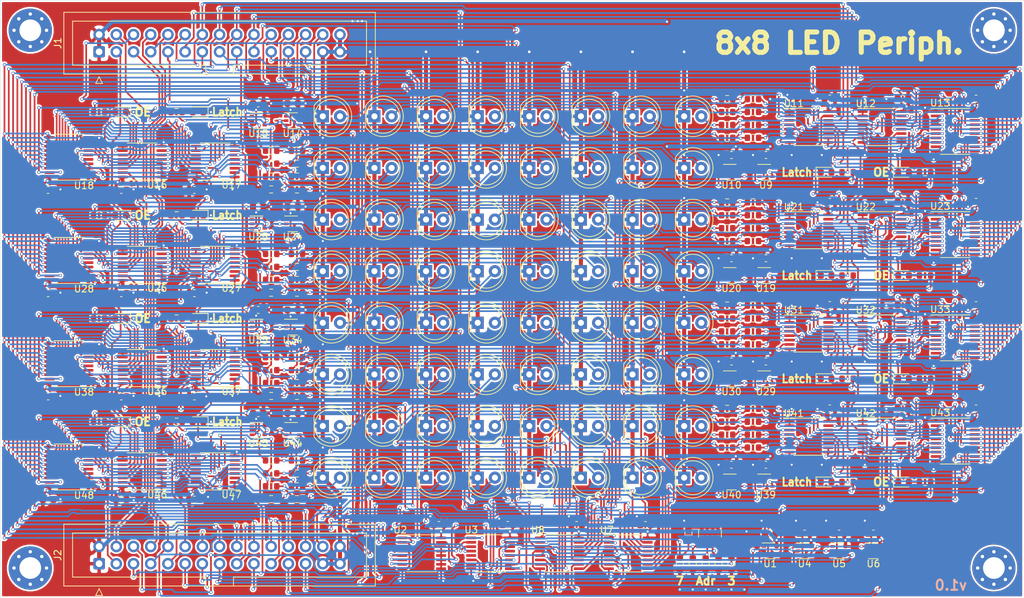
<source format=kicad_pcb>
(kicad_pcb (version 20171130) (host pcbnew "(5.1.9)-1")
  (title_block (title "8x8 LED Periph") (date 2021-05-31) (rev v1,0) (company "Philipp Schilk"))
  (layers (0 F.Cu signal) (31 B.Cu signal) (34 B.Paste user) (35 F.Paste user) (36 B.SilkS user) (37 F.SilkS user) (38 B.Mask user) (39 F.Mask user) (44 Edge.Cuts user))
  (net 0 "")
  (net 1 +5V)
  (net 2 GND)
  (net 3 "Net-(D1-Pad2)")
  (net 4 "Net-(D2-Pad2)")
  (net 5 "Net-(D3-Pad2)")
  (net 6 "Net-(D4-Pad2)")
  (net 7 "Net-(D5-Pad2)")
  (net 8 "Net-(D6-Pad2)")
  (net 9 "Net-(D7-Pad2)")
  (net 10 "Net-(D8-Pad2)")
  (net 11 "Net-(D9-Pad2)")
  (net 12 "Net-(D10-Pad2)")
  (net 13 "Net-(D11-Pad2)")
  (net 14 "Net-(D12-Pad2)")
  (net 15 "Net-(D13-Pad2)")
  (net 16 "Net-(D14-Pad2)")
  (net 17 "Net-(D15-Pad2)")
  (net 18 "Net-(D16-Pad2)")
  (net 19 "Net-(D17-Pad2)")
  (net 20 "Net-(D18-Pad2)")
  (net 21 "Net-(D19-Pad2)")
  (net 22 "Net-(D20-Pad2)")
  (net 23 "Net-(D21-Pad2)")
  (net 24 "Net-(D22-Pad2)")
  (net 25 "Net-(D23-Pad2)")
  (net 26 "Net-(D24-Pad2)")
  (net 27 "Net-(D25-Pad2)")
  (net 28 "Net-(D26-Pad2)")
  (net 29 "Net-(D27-Pad2)")
  (net 30 "Net-(D28-Pad2)")
  (net 31 "Net-(D29-Pad2)")
  (net 32 "Net-(D30-Pad2)")
  (net 33 "Net-(D31-Pad2)")
  (net 34 "Net-(D32-Pad2)")
  (net 35 "Net-(D33-Pad2)")
  (net 36 "Net-(D34-Pad2)")
  (net 37 "Net-(D35-Pad2)")
  (net 38 "Net-(D36-Pad2)")
  (net 39 "Net-(D37-Pad2)")
  (net 40 "Net-(D38-Pad2)")
  (net 41 "Net-(D39-Pad2)")
  (net 42 "Net-(D40-Pad2)")
  (net 43 "Net-(D41-Pad2)")
  (net 44 "Net-(D42-Pad2)")
  (net 45 "Net-(D43-Pad2)")
  (net 46 "Net-(D44-Pad2)")
  (net 47 "Net-(D45-Pad2)")
  (net 48 "Net-(D46-Pad2)")
  (net 49 "Net-(D47-Pad2)")
  (net 50 "Net-(D48-Pad2)")
  (net 51 "Net-(D49-Pad2)")
  (net 52 "Net-(D50-Pad2)")
  (net 53 "Net-(D51-Pad2)")
  (net 54 "Net-(D52-Pad2)")
  (net 55 "Net-(D53-Pad2)")
  (net 56 "Net-(D54-Pad2)")
  (net 57 "Net-(D55-Pad2)")
  (net 58 "Net-(D56-Pad2)")
  (net 59 "Net-(D57-Pad2)")
  (net 60 "Net-(D58-Pad2)")
  (net 61 "Net-(D59-Pad2)")
  (net 62 "Net-(D60-Pad2)")
  (net 63 "Net-(D61-Pad2)")
  (net 64 "Net-(D62-Pad2)")
  (net 65 "Net-(D63-Pad2)")
  (net 66 "Net-(D64-Pad2)")
  (net 67 "Net-(D65-Pad2)")
  (net 68 "Net-(D66-Pad2)")
  (net 69 "Net-(D67-Pad2)")
  (net 70 "Net-(D68-Pad2)")
  (net 71 "Net-(D69-Pad2)")
  (net 72 "Net-(D70-Pad2)")
  (net 73 "Net-(D71-Pad2)")
  (net 74 "Net-(D72-Pad2)")
  (net 75 "Net-(D73-Pad2)")
  (net 76 "Net-(D74-Pad2)")
  (net 77 "Net-(D75-Pad2)")
  (net 78 "Net-(D76-Pad2)")
  (net 79 "Net-(D77-Pad2)")
  (net 80 "Net-(D78-Pad2)")
  (net 81 "Net-(D79-Pad2)")
  (net 82 "Net-(D80-Pad2)")
  (net 83 /DB7)
  (net 84 /DB6)
  (net 85 /DB5)
  (net 86 /DB4)
  (net 87 /DB3)
  (net 88 /DB2)
  (net 89 /DB1)
  (net 90 /DB0)
  (net 91 /CLK)
  (net 92 /DB_OUT)
  (net 93 /Int_Assert)
  (net 94 /Int_Active)
  (net 95 /Int_EN)
  (net 96 /Periph_R)
  (net 97 /Periph_W)
  (net 98 /Periph_Sync_D_A)
  (net 99 /~RESET)
  (net 100 /PeriphA7)
  (net 101 /PeriphA6)
  (net 102 /PeriphA5)
  (net 103 /PeriphA4)
  (net 104 /PeriphA3)
  (net 105 /PeriphA2)
  (net 106 /PeriphA1)
  (net 107 /PeriphA0)
  (net 108 /S3)
  (net 109 /S4)
  (net 110 /S5)
  (net 111 /S6)
  (net 112 /S7)
  (net 113 /OE_0)
  (net 114 /Latch_0)
  (net 115 "/Row 0/VAL0")
  (net 116 "/Row 0/VAL1")
  (net 117 "/Row 0/VAL2")
  (net 118 "/Row 0/VAL3")
  (net 119 "/Row 0/VAL4")
  (net 120 "/Row 0/VAL5")
  (net 121 "/Row 0/VAL6")
  (net 122 "/Row 0/VAL7")
  (net 123 /OE_1)
  (net 124 /Latch_1)
  (net 125 "/Row 1/VAL0")
  (net 126 "/Row 1/VAL1")
  (net 127 "/Row 1/VAL2")
  (net 128 "/Row 1/VAL3")
  (net 129 "/Row 1/VAL4")
  (net 130 "/Row 1/VAL5")
  (net 131 "/Row 1/VAL6")
  (net 132 "/Row 1/VAL7")
  (net 133 /OE_2)
  (net 134 /Latch_2)
  (net 135 "/Row 2/VAL0")
  (net 136 "/Row 2/VAL1")
  (net 137 "/Row 2/VAL2")
  (net 138 "/Row 2/VAL3")
  (net 139 "/Row 2/VAL4")
  (net 140 "/Row 2/VAL5")
  (net 141 "/Row 2/VAL6")
  (net 142 "/Row 2/VAL7")
  (net 143 /OE_3)
  (net 144 /Latch_3)
  (net 145 "/Row 3/VAL0")
  (net 146 "/Row 3/VAL1")
  (net 147 "/Row 3/VAL2")
  (net 148 "/Row 3/VAL3")
  (net 149 "/Row 3/VAL4")
  (net 150 "/Row 3/VAL5")
  (net 151 "/Row 3/VAL6")
  (net 152 "/Row 3/VAL7")
  (net 153 /OE_4)
  (net 154 /Latch_4)
  (net 155 "/Row 4/VAL0")
  (net 156 "/Row 4/VAL1")
  (net 157 "/Row 4/VAL2")
  (net 158 "/Row 4/VAL3")
  (net 159 "/Row 4/VAL4")
  (net 160 "/Row 4/VAL5")
  (net 161 "/Row 4/VAL6")
  (net 162 "/Row 4/VAL7")
  (net 163 /OE_5)
  (net 164 /Latch_5)
  (net 165 "/Row 5/VAL0")
  (net 166 "/Row 5/VAL1")
  (net 167 "/Row 5/VAL2")
  (net 168 "/Row 5/VAL3")
  (net 169 "/Row 5/VAL4")
  (net 170 "/Row 5/VAL5")
  (net 171 "/Row 5/VAL6")
  (net 172 "/Row 5/VAL7")
  (net 173 /OE_6)
  (net 174 /Latch_6)
  (net 175 "/Row 6/VAL0")
  (net 176 "/Row 6/VAL1")
  (net 177 "/Row 6/VAL2")
  (net 178 "/Row 6/VAL3")
  (net 179 "/Row 6/VAL4")
  (net 180 "/Row 6/VAL5")
  (net 181 "/Row 6/VAL6")
  (net 182 "/Row 6/VAL7")
  (net 183 /OE_7)
  (net 184 /Latch_7)
  (net 185 "/Row 7/VAL0")
  (net 186 "/Row 7/VAL1")
  (net 187 "/Row 7/VAL2")
  (net 188 "/Row 7/VAL3")
  (net 189 "/Row 7/VAL4")
  (net 190 "/Row 7/VAL5")
  (net 191 "/Row 7/VAL6")
  (net 192 "/Row 7/VAL7")
  (net 193 /RESET)
  (net 194 "Net-(U2-Pad7)")
  (net 195 "Net-(U2-Pad6)")
  (net 196 "Net-(U2-Pad5)")
  (net 197 /Match)
  (net 198 "Net-(U4-Pad4)")
  (net 199 "Net-(U5-Pad4)")
  (net 200 "Net-(U11-Pad10)")
  (net 201 "Net-(U10-Pad4)")
  (net 202 "Net-(U14-Pad4)")
  (net 203 "Net-(U15-Pad4)")
  (net 204 "Net-(U19-Pad4)")
  (net 205 "Net-(U20-Pad4)")
  (net 206 "Net-(U24-Pad4)")
  (net 207 "Net-(U25-Pad4)")
  (net 208 "Net-(U29-Pad4)")
  (net 209 "Net-(U30-Pad4)")
  (net 210 "Net-(U34-Pad4)")
  (net 211 "Net-(U35-Pad4)")
  (net 212 "Net-(U39-Pad4)")
  (net 213 "Net-(U40-Pad4)")
  (net 214 "Net-(U44-Pad4)")
  (net 215 "Net-(U45-Pad4)")
  (module NoRef_Footprints:LED_D5.0mm_NoRef (layer F.Cu) (at 498.475 25.4)
    (fp_text reference D27 hide)
    (fp_text value LED)
    (pad 2 thru_hole circle (at 2.54 0) (size 1.8 1.8) (drill 0.9) (layers *.Cu *.Mask) (net 29 "Net-(D27-Pad2)"))
    (pad 1 thru_hole rect (at 0 0) (size 1.8 1.8) (drill 0.9) (layers *.Cu *.Mask) (net 2 GND))
  )
  (module NoRef_Footprints:LED_D5.0mm_NoRef (layer F.Cu) (at 483.235 63.5)
    (fp_text reference D78 hide)
    (fp_text value LED)
    (pad 2 thru_hole circle (at 2.54 0) (size 1.8 1.8) (drill 0.9) (layers *.Cu *.Mask) (net 80 "Net-(D78-Pad2)"))
    (pad 1 thru_hole rect (at 0 0) (size 1.8 1.8) (drill 0.9) (layers *.Cu *.Mask) (net 2 GND))
  )
  (module NoRef_Footprints:C_0603_1608Metric_NoRef (layer F.Cu) (at 549.1825 7.55)
    (fp_text reference C13 hide)
    (fp_text value 0u1)
    (pad 2 smd roundrect (at 0.775 0) (size 0.9 0.95) (layers F.Cu F.Paste F.Mask) (net 1 +5V))
    (pad 1 smd roundrect (at -0.775 0) (size 0.9 0.95) (layers F.Cu F.Paste F.Mask) (net 2 GND))
  )
  (module Package_SO:TSSOP-20_4.4x6.5mm_P0.65mm (layer F.Cu) (at 546.1 42.86)
    (fp_text reference U33 (at -2.2175 -4.195) (layer F.SilkS))
    (fp_text value SN74HC245PW)
    (pad 20 smd roundrect (at 2.8625 -2.925) (size 1.475 0.4) (layers F.Cu F.Paste F.Mask) (net 1 +5V))
    (pad 19 smd roundrect (at 2.8625 -2.275) (size 1.475 0.4) (layers F.Cu F.Paste F.Mask) (net 209 "Net-(U30-Pad4)"))
    (pad 18 smd roundrect (at 2.8625 -1.625) (size 1.475 0.4) (layers F.Cu F.Paste F.Mask) (net 83 /DB7))
    (pad 17 smd roundrect (at 2.8625 -0.975) (size 1.475 0.4) (layers F.Cu F.Paste F.Mask) (net 84 /DB6))
    (pad 16 smd roundrect (at 2.8625 -0.325) (size 1.475 0.4) (layers F.Cu F.Paste F.Mask) (net 85 /DB5))
    (pad 15 smd roundrect (at 2.8625 0.325) (size 1.475 0.4) (layers F.Cu F.Paste F.Mask) (net 86 /DB4))
    (pad 14 smd roundrect (at 2.8625 0.975) (size 1.475 0.4) (layers F.Cu F.Paste F.Mask) (net 87 /DB3))
    (pad 13 smd roundrect (at 2.8625 1.625) (size 1.475 0.4) (layers F.Cu F.Paste F.Mask) (net 88 /DB2))
    (pad 12 smd roundrect (at 2.8625 2.275) (size 1.475 0.4) (layers F.Cu F.Paste F.Mask) (net 89 /DB1))
    (pad 11 smd roundrect (at 2.8625 2.925) (size 1.475 0.4) (layers F.Cu F.Paste F.Mask) (net 90 /DB0))
    (pad 10 smd roundrect (at -2.8625 2.925) (size 1.475 0.4) (layers F.Cu F.Paste F.Mask) (net 2 GND))
    (pad 9 smd roundrect (at -2.8625 2.275) (size 1.475 0.4) (layers F.Cu F.Paste F.Mask) (net 155 "/Row 4/VAL0"))
    (pad 8 smd roundrect (at -2.8625 1.625) (size 1.475 0.4) (layers F.Cu F.Paste F.Mask) (net 156 "/Row 4/VAL1"))
    (pad 7 smd roundrect (at -2.8625 0.975) (size 1.475 0.4) (layers F.Cu F.Paste F.Mask) (net 157 "/Row 4/VAL2"))
    (pad 6 smd roundrect (at -2.8625 0.325) (size 1.475 0.4) (layers F.Cu F.Paste F.Mask) (net 158 "/Row 4/VAL3"))
    (pad 5 smd roundrect (at -2.8625 -0.325) (size 1.475 0.4) (layers F.Cu F.Paste F.Mask) (net 159 "/Row 4/VAL4"))
    (pad 4 smd roundrect (at -2.8625 -0.975) (size 1.475 0.4) (layers F.Cu F.Paste F.Mask) (net 160 "/Row 4/VAL5"))
    (pad 3 smd roundrect (at -2.8625 -1.625) (size 1.475 0.4) (layers F.Cu F.Paste F.Mask) (net 161 "/Row 4/VAL6"))
    (pad 2 smd roundrect (at -2.8625 -2.275) (size 1.475 0.4) (layers F.Cu F.Paste F.Mask) (net 162 "/Row 4/VAL7"))
    (pad 1 smd roundrect (at -2.8625 -2.925) (size 1.475 0.4) (layers F.Cu F.Paste F.Mask) (net 1 +5V))
  )
  (module NoRef_Footprints:R_0603_1608Metric_NoRef (layer F.Cu) (at 445.135 17.145 180)
    (fp_text reference R21 hide)
    (fp_text value rled)
    (pad 2 smd roundrect (at 0.825 0 180) (size 0.8 0.95) (layers F.Cu F.Paste F.Mask) (net 127 "/Row 1/VAL2"))
    (pad 1 smd roundrect (at -0.825 0 180) (size 0.8 0.95) (layers F.Cu F.Paste F.Mask) (net 16 "Net-(D14-Pad2)"))
  )
  (module Package_SO:TSSOP-20_4.4x6.5mm_P0.65mm (layer F.Cu) (at 415.29 61.915 180)
    (fp_text reference U48 (at -2.2175 -4.195) (layer F.SilkS))
    (fp_text value SN74HC245PW)
    (pad 20 smd roundrect (at 2.8625 -2.925 180) (size 1.475 0.4) (layers F.Cu F.Paste F.Mask) (net 1 +5V))
    (pad 19 smd roundrect (at 2.8625 -2.275 180) (size 1.475 0.4) (layers F.Cu F.Paste F.Mask) (net 215 "Net-(U45-Pad4)"))
    (pad 18 smd roundrect (at 2.8625 -1.625 180) (size 1.475 0.4) (layers F.Cu F.Paste F.Mask) (net 83 /DB7))
    (pad 17 smd roundrect (at 2.8625 -0.975 180) (size 1.475 0.4) (layers F.Cu F.Paste F.Mask) (net 84 /DB6))
    (pad 16 smd roundrect (at 2.8625 -0.325 180) (size 1.475 0.4) (layers F.Cu F.Paste F.Mask) (net 85 /DB5))
    (pad 15 smd roundrect (at 2.8625 0.325 180) (size 1.475 0.4) (layers F.Cu F.Paste F.Mask) (net 86 /DB4))
    (pad 14 smd roundrect (at 2.8625 0.975 180) (size 1.475 0.4) (layers F.Cu F.Paste F.Mask) (net 87 /DB3))
    (pad 13 smd roundrect (at 2.8625 1.625 180) (size 1.475 0.4) (layers F.Cu F.Paste F.Mask) (net 88 /DB2))
    (pad 12 smd roundrect (at 2.8625 2.275 180) (size 1.475 0.4) (layers F.Cu F.Paste F.Mask) (net 89 /DB1))
    (pad 11 smd roundrect (at 2.8625 2.925 180) (size 1.475 0.4) (layers F.Cu F.Paste F.Mask) (net 90 /DB0))
    (pad 10 smd roundrect (at -2.8625 2.925 180) (size 1.475 0.4) (layers F.Cu F.Paste F.Mask) (net 2 GND))
    (pad 9 smd roundrect (at -2.8625 2.275 180) (size 1.475 0.4) (layers F.Cu F.Paste F.Mask) (net 185 "/Row 7/VAL0"))
    (pad 8 smd roundrect (at -2.8625 1.625 180) (size 1.475 0.4) (layers F.Cu F.Paste F.Mask) (net 186 "/Row 7/VAL1"))
    (pad 7 smd roundrect (at -2.8625 0.975 180) (size 1.475 0.4) (layers F.Cu F.Paste F.Mask) (net 187 "/Row 7/VAL2"))
    (pad 6 smd roundrect (at -2.8625 0.325 180) (size 1.475 0.4) (layers F.Cu F.Paste F.Mask) (net 188 "/Row 7/VAL3"))
    (pad 5 smd roundrect (at -2.8625 -0.325 180) (size 1.475 0.4) (layers F.Cu F.Paste F.Mask) (net 189 "/Row 7/VAL4"))
    (pad 4 smd roundrect (at -2.8625 -0.975 180) (size 1.475 0.4) (layers F.Cu F.Paste F.Mask) (net 190 "/Row 7/VAL5"))
    (pad 3 smd roundrect (at -2.8625 -1.625 180) (size 1.475 0.4) (layers F.Cu F.Paste F.Mask) (net 191 "/Row 7/VAL6"))
    (pad 2 smd roundrect (at -2.8625 -2.275 180) (size 1.475 0.4) (layers F.Cu F.Paste F.Mask) (net 192 "/Row 7/VAL7"))
    (pad 1 smd roundrect (at -2.8625 -2.925 180) (size 1.475 0.4) (layers F.Cu F.Paste F.Mask) (net 1 +5V))
  )
  (module Package_SO:TSSOP-16_4.4x5mm_P0.65mm (layer F.Cu) (at 436.88 62.565 180)
    (fp_text reference U47 (at -2.405 -3.45) (layer F.SilkS))
    (fp_text value CD74HC173PW)
    (pad 16 smd roundrect (at 2.8625 -2.275 180) (size 1.475 0.4) (layers F.Cu F.Paste F.Mask) (net 1 +5V))
    (pad 15 smd roundrect (at 2.8625 -1.625 180) (size 1.475 0.4) (layers F.Cu F.Paste F.Mask) (net 193 /RESET))
    (pad 14 smd roundrect (at 2.8625 -0.975 180) (size 1.475 0.4) (layers F.Cu F.Paste F.Mask) (net 86 /DB4))
    (pad 13 smd roundrect (at 2.8625 -0.325 180) (size 1.475 0.4) (layers F.Cu F.Paste F.Mask) (net 85 /DB5))
    (pad 12 smd roundrect (at 2.8625 0.325 180) (size 1.475 0.4) (layers F.Cu F.Paste F.Mask) (net 84 /DB6))
    (pad 11 smd roundrect (at 2.8625 0.975 180) (size 1.475 0.4) (layers F.Cu F.Paste F.Mask) (net 83 /DB7))
    (pad 10 smd roundrect (at 2.8625 1.625 180) (size 1.475 0.4) (layers F.Cu F.Paste F.Mask) (net 214 "Net-(U44-Pad4)"))
    (pad 9 smd roundrect (at 2.8625 2.275 180) (size 1.475 0.4) (layers F.Cu F.Paste F.Mask) (net 214 "Net-(U44-Pad4)"))
    (pad 8 smd roundrect (at -2.8625 2.275 180) (size 1.475 0.4) (layers F.Cu F.Paste F.Mask) (net 2 GND))
    (pad 7 smd roundrect (at -2.8625 1.625 180) (size 1.475 0.4) (layers F.Cu F.Paste F.Mask) (net 91 /CLK))
    (pad 6 smd roundrect (at -2.8625 0.975 180) (size 1.475 0.4) (layers F.Cu F.Paste F.Mask) (net 192 "/Row 7/VAL7"))
    (pad 5 smd roundrect (at -2.8625 0.325 180) (size 1.475 0.4) (layers F.Cu F.Paste F.Mask) (net 191 "/Row 7/VAL6"))
    (pad 4 smd roundrect (at -2.8625 -0.325 180) (size 1.475 0.4) (layers F.Cu F.Paste F.Mask) (net 190 "/Row 7/VAL5"))
    (pad 3 smd roundrect (at -2.8625 -0.975 180) (size 1.475 0.4) (layers F.Cu F.Paste F.Mask) (net 189 "/Row 7/VAL4"))
    (pad 2 smd roundrect (at -2.8625 -1.625 180) (size 1.475 0.4) (layers F.Cu F.Paste F.Mask) (net 2 GND))
    (pad 1 smd roundrect (at -2.8625 -2.275 180) (size 1.475 0.4) (layers F.Cu F.Paste F.Mask) (net 2 GND))
  )
  (module Package_SO:TSSOP-16_4.4x5mm_P0.65mm (layer F.Cu) (at 426.085 62.565 180)
    (fp_text reference U46 (at -2.2175 -3.45) (layer F.SilkS))
    (fp_text value CD74HC173PW)
    (pad 16 smd roundrect (at 2.8625 -2.275 180) (size 1.475 0.4) (layers F.Cu F.Paste F.Mask) (net 1 +5V))
    (pad 15 smd roundrect (at 2.8625 -1.625 180) (size 1.475 0.4) (layers F.Cu F.Paste F.Mask) (net 193 /RESET))
    (pad 14 smd roundrect (at 2.8625 -0.975 180) (size 1.475 0.4) (layers F.Cu F.Paste F.Mask) (net 90 /DB0))
    (pad 13 smd roundrect (at 2.8625 -0.325 180) (size 1.475 0.4) (layers F.Cu F.Paste F.Mask) (net 89 /DB1))
    (pad 12 smd roundrect (at 2.8625 0.325 180) (size 1.475 0.4) (layers F.Cu F.Paste F.Mask) (net 88 /DB2))
    (pad 11 smd roundrect (at 2.8625 0.975 180) (size 1.475 0.4) (layers F.Cu F.Paste F.Mask) (net 87 /DB3))
    (pad 10 smd roundrect (at 2.8625 1.625 180) (size 1.475 0.4) (layers F.Cu F.Paste F.Mask) (net 214 "Net-(U44-Pad4)"))
    (pad 9 smd roundrect (at 2.8625 2.275 180) (size 1.475 0.4) (layers F.Cu F.Paste F.Mask) (net 214 "Net-(U44-Pad4)"))
    (pad 8 smd roundrect (at -2.8625 2.275 180) (size 1.475 0.4) (layers F.Cu F.Paste F.Mask) (net 2 GND))
    (pad 7 smd roundrect (at -2.8625 1.625 180) (size 1.475 0.4) (layers F.Cu F.Paste F.Mask) (net 91 /CLK))
    (pad 6 smd roundrect (at -2.8625 0.975 180) (size 1.475 0.4) (layers F.Cu F.Paste F.Mask) (net 188 "/Row 7/VAL3"))
    (pad 5 smd roundrect (at -2.8625 0.325 180) (size 1.475 0.4) (layers F.Cu F.Paste F.Mask) (net 187 "/Row 7/VAL2"))
    (pad 4 smd roundrect (at -2.8625 -0.325 180) (size 1.475 0.4) (layers F.Cu F.Paste F.Mask) (net 186 "/Row 7/VAL1"))
    (pad 3 smd roundrect (at -2.8625 -0.975 180) (size 1.475 0.4) (layers F.Cu F.Paste F.Mask) (net 185 "/Row 7/VAL0"))
    (pad 2 smd roundrect (at -2.8625 -1.625 180) (size 1.475 0.4) (layers F.Cu F.Paste F.Mask) (net 2 GND))
    (pad 1 smd roundrect (at -2.8625 -2.275 180) (size 1.475 0.4) (layers F.Cu F.Paste F.Mask) (net 2 GND))
  )
  (module Package_TO_SOT_SMD:SOT-353_SC-70-5 (layer F.Cu) (at 443.23 56.515)
    (fp_text reference U45 (at 0 1.905) (layer F.SilkS))
    (fp_text value SN74LVC1G04DCK)
    (pad 5 smd rect (at 0.95 -0.65) (size 0.65 0.4) (layers F.Cu F.Paste F.Mask) (net 1 +5V))
    (pad 4 smd rect (at 0.95 0.65) (size 0.65 0.4) (layers F.Cu F.Paste F.Mask) (net 215 "Net-(U45-Pad4)"))
    (pad 2 smd rect (at -0.95 0) (size 0.65 0.4) (layers F.Cu F.Paste F.Mask) (net 183 /OE_7))
    (pad 3 smd rect (at -0.95 0.65) (size 0.65 0.4) (layers F.Cu F.Paste F.Mask) (net 2 GND))
    (pad 1 smd rect (at -0.95 -0.65) (size 0.65 0.4) (layers F.Cu F.Paste F.Mask))
  )
  (module Package_TO_SOT_SMD:SOT-353_SC-70-5 (layer F.Cu) (at 448.31 56.515)
    (fp_text reference U44 (at 0 1.905) (layer F.SilkS))
    (fp_text value SN74LVC1G04DCK)
    (pad 5 smd rect (at 0.95 -0.65) (size 0.65 0.4) (layers F.Cu F.Paste F.Mask) (net 1 +5V))
    (pad 4 smd rect (at 0.95 0.65) (size 0.65 0.4) (layers F.Cu F.Paste F.Mask) (net 214 "Net-(U44-Pad4)"))
    (pad 2 smd rect (at -0.95 0) (size 0.65 0.4) (layers F.Cu F.Paste F.Mask) (net 184 /Latch_7))
    (pad 3 smd rect (at -0.95 0.65) (size 0.65 0.4) (layers F.Cu F.Paste F.Mask) (net 2 GND))
    (pad 1 smd rect (at -0.95 -0.65) (size 0.65 0.4) (layers F.Cu F.Paste F.Mask))
  )
  (module Package_SO:TSSOP-20_4.4x6.5mm_P0.65mm (layer F.Cu) (at 546.1 58.1)
    (fp_text reference U43 (at -2.2175 -4.195) (layer F.SilkS))
    (fp_text value SN74HC245PW)
    (pad 20 smd roundrect (at 2.8625 -2.925) (size 1.475 0.4) (layers F.Cu F.Paste F.Mask) (net 1 +5V))
    (pad 19 smd roundrect (at 2.8625 -2.275) (size 1.475 0.4) (layers F.Cu F.Paste F.Mask) (net 213 "Net-(U40-Pad4)"))
    (pad 18 smd roundrect (at 2.8625 -1.625) (size 1.475 0.4) (layers F.Cu F.Paste F.Mask) (net 83 /DB7))
    (pad 17 smd roundrect (at 2.8625 -0.975) (size 1.475 0.4) (layers F.Cu F.Paste F.Mask) (net 84 /DB6))
    (pad 16 smd roundrect (at 2.8625 -0.325) (size 1.475 0.4) (layers F.Cu F.Paste F.Mask) (net 85 /DB5))
    (pad 15 smd roundrect (at 2.8625 0.325) (size 1.475 0.4) (layers F.Cu F.Paste F.Mask) (net 86 /DB4))
    (pad 14 smd roundrect (at 2.8625 0.975) (size 1.475 0.4) (layers F.Cu F.Paste F.Mask) (net 87 /DB3))
    (pad 13 smd roundrect (at 2.8625 1.625) (size 1.475 0.4) (layers F.Cu F.Paste F.Mask) (net 88 /DB2))
    (pad 12 smd roundrect (at 2.8625 2.275) (size 1.475 0.4) (layers F.Cu F.Paste F.Mask) (net 89 /DB1))
    (pad 11 smd roundrect (at 2.8625 2.925) (size 1.475 0.4) (layers F.Cu F.Paste F.Mask) (net 90 /DB0))
    (pad 10 smd roundrect (at -2.8625 2.925) (size 1.475 0.4) (layers F.Cu F.Paste F.Mask) (net 2 GND))
    (pad 9 smd roundrect (at -2.8625 2.275) (size 1.475 0.4) (layers F.Cu F.Paste F.Mask) (net 175 "/Row 6/VAL0"))
    (pad 8 smd roundrect (at -2.8625 1.625) (size 1.475 0.4) (layers F.Cu F.Paste F.Mask) (net 176 "/Row 6/VAL1"))
    (pad 7 smd roundrect (at -2.8625 0.975) (size 1.475 0.4) (layers F.Cu F.Paste F.Mask) (net 177 "/Row 6/VAL2"))
    (pad 6 smd roundrect (at -2.8625 0.325) (size 1.475 0.4) (layers F.Cu F.Paste F.Mask) (net 178 "/Row 6/VAL3"))
    (pad 5 smd roundrect (at -2.8625 -0.325) (size 1.475 0.4) (layers F.Cu F.Paste F.Mask) (net 179 "/Row 6/VAL4"))
    (pad 4 smd roundrect (at -2.8625 -0.975) (size 1.475 0.4) (layers F.Cu F.Paste F.Mask) (net 180 "/Row 6/VAL5"))
    (pad 3 smd roundrect (at -2.8625 -1.625) (size 1.475 0.4) (layers F.Cu F.Paste F.Mask) (net 181 "/Row 6/VAL6"))
    (pad 2 smd roundrect (at -2.8625 -2.275) (size 1.475 0.4) (layers F.Cu F.Paste F.Mask) (net 182 "/Row 6/VAL7"))
    (pad 1 smd roundrect (at -2.8625 -2.925) (size 1.475 0.4) (layers F.Cu F.Paste F.Mask) (net 1 +5V))
  )
  (module Package_SO:TSSOP-16_4.4x5mm_P0.65mm (layer F.Cu) (at 535.305 57.45)
    (fp_text reference U42 (at -2.405 -3.45) (layer F.SilkS))
    (fp_text value CD74HC173PW)
    (pad 16 smd roundrect (at 2.8625 -2.275) (size 1.475 0.4) (layers F.Cu F.Paste F.Mask) (net 1 +5V))
    (pad 15 smd roundrect (at 2.8625 -1.625) (size 1.475 0.4) (layers F.Cu F.Paste F.Mask) (net 193 /RESET))
    (pad 14 smd roundrect (at 2.8625 -0.975) (size 1.475 0.4) (layers F.Cu F.Paste F.Mask) (net 86 /DB4))
    (pad 13 smd roundrect (at 2.8625 -0.325) (size 1.475 0.4) (layers F.Cu F.Paste F.Mask) (net 85 /DB5))
    (pad 12 smd roundrect (at 2.8625 0.325) (size 1.475 0.4) (layers F.Cu F.Paste F.Mask) (net 84 /DB6))
    (pad 11 smd roundrect (at 2.8625 0.975) (size 1.475 0.4) (layers F.Cu F.Paste F.Mask) (net 83 /DB7))
    (pad 10 smd roundrect (at 2.8625 1.625) (size 1.475 0.4) (layers F.Cu F.Paste F.Mask) (net 212 "Net-(U39-Pad4)"))
    (pad 9 smd roundrect (at 2.8625 2.275) (size 1.475 0.4) (layers F.Cu F.Paste F.Mask) (net 212 "Net-(U39-Pad4)"))
    (pad 8 smd roundrect (at -2.8625 2.275) (size 1.475 0.4) (layers F.Cu F.Paste F.Mask) (net 2 GND))
    (pad 7 smd roundrect (at -2.8625 1.625) (size 1.475 0.4) (layers F.Cu F.Paste F.Mask) (net 91 /CLK))
    (pad 6 smd roundrect (at -2.8625 0.975) (size 1.475 0.4) (layers F.Cu F.Paste F.Mask) (net 182 "/Row 6/VAL7"))
    (pad 5 smd roundrect (at -2.8625 0.325) (size 1.475 0.4) (layers F.Cu F.Paste F.Mask) (net 181 "/Row 6/VAL6"))
    (pad 4 smd roundrect (at -2.8625 -0.325) (size 1.475 0.4) (layers F.Cu F.Paste F.Mask) (net 180 "/Row 6/VAL5"))
    (pad 3 smd roundrect (at -2.8625 -0.975) (size 1.475 0.4) (layers F.Cu F.Paste F.Mask) (net 179 "/Row 6/VAL4"))
    (pad 2 smd roundrect (at -2.8625 -1.625) (size 1.475 0.4) (layers F.Cu F.Paste F.Mask) (net 2 GND))
    (pad 1 smd roundrect (at -2.8625 -2.275) (size 1.475 0.4) (layers F.Cu F.Paste F.Mask) (net 2 GND))
  )
  (module Package_SO:TSSOP-16_4.4x5mm_P0.65mm (layer F.Cu) (at 524.51 57.45)
    (fp_text reference U41 (at -2.2175 -3.45) (layer F.SilkS))
    (fp_text value CD74HC173PW)
    (pad 16 smd roundrect (at 2.8625 -2.275) (size 1.475 0.4) (layers F.Cu F.Paste F.Mask) (net 1 +5V))
    (pad 15 smd roundrect (at 2.8625 -1.625) (size 1.475 0.4) (layers F.Cu F.Paste F.Mask) (net 193 /RESET))
    (pad 14 smd roundrect (at 2.8625 -0.975) (size 1.475 0.4) (layers F.Cu F.Paste F.Mask) (net 90 /DB0))
    (pad 13 smd roundrect (at 2.8625 -0.325) (size 1.475 0.4) (layers F.Cu F.Paste F.Mask) (net 89 /DB1))
    (pad 12 smd roundrect (at 2.8625 0.325) (size 1.475 0.4) (layers F.Cu F.Paste F.Mask) (net 88 /DB2))
    (pad 11 smd roundrect (at 2.8625 0.975) (size 1.475 0.4) (layers F.Cu F.Paste F.Mask) (net 87 /DB3))
    (pad 10 smd roundrect (at 2.8625 1.625) (size 1.475 0.4) (layers F.Cu F.Paste F.Mask) (net 212 "Net-(U39-Pad4)"))
    (pad 9 smd roundrect (at 2.8625 2.275) (size 1.475 0.4) (layers F.Cu F.Paste F.Mask) (net 212 "Net-(U39-Pad4)"))
    (pad 8 smd roundrect (at -2.8625 2.275) (size 1.475 0.4) (layers F.Cu F.Paste F.Mask) (net 2 GND))
    (pad 7 smd roundrect (at -2.8625 1.625) (size 1.475 0.4) (layers F.Cu F.Paste F.Mask) (net 91 /CLK))
    (pad 6 smd roundrect (at -2.8625 0.975) (size 1.475 0.4) (layers F.Cu F.Paste F.Mask) (net 178 "/Row 6/VAL3"))
    (pad 5 smd roundrect (at -2.8625 0.325) (size 1.475 0.4) (layers F.Cu F.Paste F.Mask) (net 177 "/Row 6/VAL2"))
    (pad 4 smd roundrect (at -2.8625 -0.325) (size 1.475 0.4) (layers F.Cu F.Paste F.Mask) (net 176 "/Row 6/VAL1"))
    (pad 3 smd roundrect (at -2.8625 -0.975) (size 1.475 0.4) (layers F.Cu F.Paste F.Mask) (net 175 "/Row 6/VAL0"))
    (pad 2 smd roundrect (at -2.8625 -1.625) (size 1.475 0.4) (layers F.Cu F.Paste F.Mask) (net 2 GND))
    (pad 1 smd roundrect (at -2.8625 -2.275) (size 1.475 0.4) (layers F.Cu F.Paste F.Mask) (net 2 GND))
  )
  (module Package_TO_SOT_SMD:SOT-353_SC-70-5 (layer F.Cu) (at 513.08 64.135)
    (fp_text reference U40 (at 0 1.905) (layer F.SilkS))
    (fp_text value SN74LVC1G04DCK)
    (pad 5 smd rect (at 0.95 -0.65) (size 0.65 0.4) (layers F.Cu F.Paste F.Mask) (net 1 +5V))
    (pad 4 smd rect (at 0.95 0.65) (size 0.65 0.4) (layers F.Cu F.Paste F.Mask) (net 213 "Net-(U40-Pad4)"))
    (pad 2 smd rect (at -0.95 0) (size 0.65 0.4) (layers F.Cu F.Paste F.Mask) (net 173 /OE_6))
    (pad 3 smd rect (at -0.95 0.65) (size 0.65 0.4) (layers F.Cu F.Paste F.Mask) (net 2 GND))
    (pad 1 smd rect (at -0.95 -0.65) (size 0.65 0.4) (layers F.Cu F.Paste F.Mask))
  )
  (module Package_TO_SOT_SMD:SOT-353_SC-70-5 (layer F.Cu) (at 518.16 64.135)
    (fp_text reference U39 (at 0 1.905) (layer F.SilkS))
    (fp_text value SN74LVC1G04DCK)
    (pad 5 smd rect (at 0.95 -0.65) (size 0.65 0.4) (layers F.Cu F.Paste F.Mask) (net 1 +5V))
    (pad 4 smd rect (at 0.95 0.65) (size 0.65 0.4) (layers F.Cu F.Paste F.Mask) (net 212 "Net-(U39-Pad4)"))
    (pad 2 smd rect (at -0.95 0) (size 0.65 0.4) (layers F.Cu F.Paste F.Mask) (net 174 /Latch_6))
    (pad 3 smd rect (at -0.95 0.65) (size 0.65 0.4) (layers F.Cu F.Paste F.Mask) (net 2 GND))
    (pad 1 smd rect (at -0.95 -0.65) (size 0.65 0.4) (layers F.Cu F.Paste F.Mask))
  )
  (module Package_SO:TSSOP-20_4.4x6.5mm_P0.65mm (layer F.Cu) (at 415.29 46.675 180)
    (fp_text reference U38 (at -2.2175 -4.195) (layer F.SilkS))
    (fp_text value SN74HC245PW)
    (pad 20 smd roundrect (at 2.8625 -2.925 180) (size 1.475 0.4) (layers F.Cu F.Paste F.Mask) (net 1 +5V))
    (pad 19 smd roundrect (at 2.8625 -2.275 180) (size 1.475 0.4) (layers F.Cu F.Paste F.Mask) (net 211 "Net-(U35-Pad4)"))
    (pad 18 smd roundrect (at 2.8625 -1.625 180) (size 1.475 0.4) (layers F.Cu F.Paste F.Mask) (net 83 /DB7))
    (pad 17 smd roundrect (at 2.8625 -0.975 180) (size 1.475 0.4) (layers F.Cu F.Paste F.Mask) (net 84 /DB6))
    (pad 16 smd roundrect (at 2.8625 -0.325 180) (size 1.475 0.4) (layers F.Cu F.Paste F.Mask) (net 85 /DB5))
    (pad 15 smd roundrect (at 2.8625 0.325 180) (size 1.475 0.4) (layers F.Cu F.Paste F.Mask) (net 86 /DB4))
    (pad 14 smd roundrect (at 2.8625 0.975 180) (size 1.475 0.4) (layers F.Cu F.Paste F.Mask) (net 87 /DB3))
    (pad 13 smd roundrect (at 2.8625 1.625 180) (size 1.475 0.4) (layers F.Cu F.Paste F.Mask) (net 88 /DB2))
    (pad 12 smd roundrect (at 2.8625 2.275 180) (size 1.475 0.4) (layers F.Cu F.Paste F.Mask) (net 89 /DB1))
    (pad 11 smd roundrect (at 2.8625 2.925 180) (size 1.475 0.4) (layers F.Cu F.Paste F.Mask) (net 90 /DB0))
    (pad 10 smd roundrect (at -2.8625 2.925 180) (size 1.475 0.4) (layers F.Cu F.Paste F.Mask) (net 2 GND))
    (pad 9 smd roundrect (at -2.8625 2.275 180) (size 1.475 0.4) (layers F.Cu F.Paste F.Mask) (net 165 "/Row 5/VAL0"))
    (pad 8 smd roundrect (at -2.8625 1.625 180) (size 1.475 0.4) (layers F.Cu F.Paste F.Mask) (net 166 "/Row 5/VAL1"))
    (pad 7 smd roundrect (at -2.8625 0.975 180) (size 1.475 0.4) (layers F.Cu F.Paste F.Mask) (net 167 "/Row 5/VAL2"))
    (pad 6 smd roundrect (at -2.8625 0.325 180) (size 1.475 0.4) (layers F.Cu F.Paste F.Mask) (net 168 "/Row 5/VAL3"))
    (pad 5 smd roundrect (at -2.8625 -0.325 180) (size 1.475 0.4) (layers F.Cu F.Paste F.Mask) (net 169 "/Row 5/VAL4"))
    (pad 4 smd roundrect (at -2.8625 -0.975 180) (size 1.475 0.4) (layers F.Cu F.Paste F.Mask) (net 170 "/Row 5/VAL5"))
    (pad 3 smd roundrect (at -2.8625 -1.625 180) (size 1.475 0.4) (layers F.Cu F.Paste F.Mask) (net 171 "/Row 5/VAL6"))
    (pad 2 smd roundrect (at -2.8625 -2.275 180) (size 1.475 0.4) (layers F.Cu F.Paste F.Mask) (net 172 "/Row 5/VAL7"))
    (pad 1 smd roundrect (at -2.8625 -2.925 180) (size 1.475 0.4) (layers F.Cu F.Paste F.Mask) (net 1 +5V))
  )
  (module Package_SO:TSSOP-16_4.4x5mm_P0.65mm (layer F.Cu) (at 436.88 47.325 180)
    (fp_text reference U37 (at -2.405 -3.45) (layer F.SilkS))
    (fp_text value CD74HC173PW)
    (pad 16 smd roundrect (at 2.8625 -2.275 180) (size 1.475 0.4) (layers F.Cu F.Paste F.Mask) (net 1 +5V))
    (pad 15 smd roundrect (at 2.8625 -1.625 180) (size 1.475 0.4) (layers F.Cu F.Paste F.Mask) (net 193 /RESET))
    (pad 14 smd roundrect (at 2.8625 -0.975 180) (size 1.475 0.4) (layers F.Cu F.Paste F.Mask) (net 86 /DB4))
    (pad 13 smd roundrect (at 2.8625 -0.325 180) (size 1.475 0.4) (layers F.Cu F.Paste F.Mask) (net 85 /DB5))
    (pad 12 smd roundrect (at 2.8625 0.325 180) (size 1.475 0.4) (layers F.Cu F.Paste F.Mask) (net 84 /DB6))
    (pad 11 smd roundrect (at 2.8625 0.975 180) (size 1.475 0.4) (layers F.Cu F.Paste F.Mask) (net 83 /DB7))
    (pad 10 smd roundrect (at 2.8625 1.625 180) (size 1.475 0.4) (layers F.Cu F.Paste F.Mask) (net 210 "Net-(U34-Pad4)"))
    (pad 9 smd roundrect (at 2.8625 2.275 180) (size 1.475 0.4) (layers F.Cu F.Paste F.Mask) (net 210 "Net-(U34-Pad4)"))
    (pad 8 smd roundrect (at -2.8625 2.275 180) (size 1.475 0.4) (layers F.Cu F.Paste F.Mask) (net 2 GND))
    (pad 7 smd roundrect (at -2.8625 1.625 180) (size 1.475 0.4) (layers F.Cu F.Paste F.Mask) (net 91 /CLK))
    (pad 6 smd roundrect (at -2.8625 0.975 180) (size 1.475 0.4) (layers F.Cu F.Paste F.Mask) (net 172 "/Row 5/VAL7"))
    (pad 5 smd roundrect (at -2.8625 0.325 180) (size 1.475 0.4) (layers F.Cu F.Paste F.Mask) (net 171 "/Row 5/VAL6"))
    (pad 4 smd roundrect (at -2.8625 -0.325 180) (size 1.475 0.4) (layers F.Cu F.Paste F.Mask) (net 170 "/Row 5/VAL5"))
    (pad 3 smd roundrect (at -2.8625 -0.975 180) (size 1.475 0.4) (layers F.Cu F.Paste F.Mask) (net 169 "/Row 5/VAL4"))
    (pad 2 smd roundrect (at -2.8625 -1.625 180) (size 1.475 0.4) (layers F.Cu F.Paste F.Mask) (net 2 GND))
    (pad 1 smd roundrect (at -2.8625 -2.275 180) (size 1.475 0.4) (layers F.Cu F.Paste F.Mask) (net 2 GND))
  )
  (module Package_SO:TSSOP-16_4.4x5mm_P0.65mm (layer F.Cu) (at 426.085 47.325 180)
    (fp_text reference U36 (at -2.2175 -3.45) (layer F.SilkS))
    (fp_text value CD74HC173PW)
    (pad 16 smd roundrect (at 2.8625 -2.275 180) (size 1.475 0.4) (layers F.Cu F.Paste F.Mask) (net 1 +5V))
    (pad 15 smd roundrect (at 2.8625 -1.625 180) (size 1.475 0.4) (layers F.Cu F.Paste F.Mask) (net 193 /RESET))
    (pad 14 smd roundrect (at 2.8625 -0.975 180) (size 1.475 0.4) (layers F.Cu F.Paste F.Mask) (net 90 /DB0))
    (pad 13 smd roundrect (at 2.8625 -0.325 180) (size 1.475 0.4) (layers F.Cu F.Paste F.Mask) (net 89 /DB1))
    (pad 12 smd roundrect (at 2.8625 0.325 180) (size 1.475 0.4) (layers F.Cu F.Paste F.Mask) (net 88 /DB2))
    (pad 11 smd roundrect (at 2.8625 0.975 180) (size 1.475 0.4) (layers F.Cu F.Paste F.Mask) (net 87 /DB3))
    (pad 10 smd roundrect (at 2.8625 1.625 180) (size 1.475 0.4) (layers F.Cu F.Paste F.Mask) (net 210 "Net-(U34-Pad4)"))
    (pad 9 smd roundrect (at 2.8625 2.275 180) (size 1.475 0.4) (layers F.Cu F.Paste F.Mask) (net 210 "Net-(U34-Pad4)"))
    (pad 8 smd roundrect (at -2.8625 2.275 180) (size 1.475 0.4) (layers F.Cu F.Paste F.Mask) (net 2 GND))
    (pad 7 smd roundrect (at -2.8625 1.625 180) (size 1.475 0.4) (layers F.Cu F.Paste F.Mask) (net 91 /CLK))
    (pad 6 smd roundrect (at -2.8625 0.975 180) (size 1.475 0.4) (layers F.Cu F.Paste F.Mask) (net 168 "/Row 5/VAL3"))
    (pad 5 smd roundrect (at -2.8625 0.325 180) (size 1.475 0.4) (layers F.Cu F.Paste F.Mask) (net 167 "/Row 5/VAL2"))
    (pad 4 smd roundrect (at -2.8625 -0.325 180) (size 1.475 0.4) (layers F.Cu F.Paste F.Mask) (net 166 "/Row 5/VAL1"))
    (pad 3 smd roundrect (at -2.8625 -0.975 180) (size 1.475 0.4) (layers F.Cu F.Paste F.Mask) (net 165 "/Row 5/VAL0"))
    (pad 2 smd roundrect (at -2.8625 -1.625 180) (size 1.475 0.4) (layers F.Cu F.Paste F.Mask) (net 2 GND))
    (pad 1 smd roundrect (at -2.8625 -2.275 180) (size 1.475 0.4) (layers F.Cu F.Paste F.Mask) (net 2 GND))
  )
  (module Package_TO_SOT_SMD:SOT-353_SC-70-5 (layer F.Cu) (at 443.23 41.275)
    (fp_text reference U35 (at 0 1.905) (layer F.SilkS))
    (fp_text value SN74LVC1G04DCK)
    (pad 5 smd rect (at 0.95 -0.65) (size 0.65 0.4) (layers F.Cu F.Paste F.Mask) (net 1 +5V))
    (pad 4 smd rect (at 0.95 0.65) (size 0.65 0.4) (layers F.Cu F.Paste F.Mask) (net 211 "Net-(U35-Pad4)"))
    (pad 2 smd rect (at -0.95 0) (size 0.65 0.4) (layers F.Cu F.Paste F.Mask) (net 163 /OE_5))
    (pad 3 smd rect (at -0.95 0.65) (size 0.65 0.4) (layers F.Cu F.Paste F.Mask) (net 2 GND))
    (pad 1 smd rect (at -0.95 -0.65) (size 0.65 0.4) (layers F.Cu F.Paste F.Mask))
  )
  (module Package_TO_SOT_SMD:SOT-353_SC-70-5 (layer F.Cu) (at 448.31 41.275)
    (fp_text reference U34 (at 0 1.905) (layer F.SilkS))
    (fp_text value SN74LVC1G04DCK)
    (pad 5 smd rect (at 0.95 -0.65) (size 0.65 0.4) (layers F.Cu F.Paste F.Mask) (net 1 +5V))
    (pad 4 smd rect (at 0.95 0.65) (size 0.65 0.4) (layers F.Cu F.Paste F.Mask) (net 210 "Net-(U34-Pad4)"))
    (pad 2 smd rect (at -0.95 0) (size 0.65 0.4) (layers F.Cu F.Paste F.Mask) (net 164 /Latch_5))
    (pad 3 smd rect (at -0.95 0.65) (size 0.65 0.4) (layers F.Cu F.Paste F.Mask) (net 2 GND))
    (pad 1 smd rect (at -0.95 -0.65) (size 0.65 0.4) (layers F.Cu F.Paste F.Mask))
  )
  (module Package_SO:TSSOP-16_4.4x5mm_P0.65mm (layer F.Cu) (at 535.305 42.21)
    (fp_text reference U32 (at -2.405 -3.45) (layer F.SilkS))
    (fp_text value CD74HC173PW)
    (pad 16 smd roundrect (at 2.8625 -2.275) (size 1.475 0.4) (layers F.Cu F.Paste F.Mask) (net 1 +5V))
    (pad 15 smd roundrect (at 2.8625 -1.625) (size 1.475 0.4) (layers F.Cu F.Paste F.Mask) (net 193 /RESET))
    (pad 14 smd roundrect (at 2.8625 -0.975) (size 1.475 0.4) (layers F.Cu F.Paste F.Mask) (net 86 /DB4))
    (pad 13 smd roundrect (at 2.8625 -0.325) (size 1.475 0.4) (layers F.Cu F.Paste F.Mask) (net 85 /DB5))
    (pad 12 smd roundrect (at 2.8625 0.325) (size 1.475 0.4) (layers F.Cu F.Paste F.Mask) (net 84 /DB6))
    (pad 11 smd roundrect (at 2.8625 0.975) (size 1.475 0.4) (layers F.Cu F.Paste F.Mask) (net 83 /DB7))
    (pad 10 smd roundrect (at 2.8625 1.625) (size 1.475 0.4) (layers F.Cu F.Paste F.Mask) (net 208 "Net-(U29-Pad4)"))
    (pad 9 smd roundrect (at 2.8625 2.275) (size 1.475 0.4) (layers F.Cu F.Paste F.Mask) (net 208 "Net-(U29-Pad4)"))
    (pad 8 smd roundrect (at -2.8625 2.275) (size 1.475 0.4) (layers F.Cu F.Paste F.Mask) (net 2 GND))
    (pad 7 smd roundrect (at -2.8625 1.625) (size 1.475 0.4) (layers F.Cu F.Paste F.Mask) (net 91 /CLK))
    (pad 6 smd roundrect (at -2.8625 0.975) (size 1.475 0.4) (layers F.Cu F.Paste F.Mask) (net 162 "/Row 4/VAL7"))
    (pad 5 smd roundrect (at -2.8625 0.325) (size 1.475 0.4) (layers F.Cu F.Paste F.Mask) (net 161 "/Row 4/VAL6"))
    (pad 4 smd roundrect (at -2.8625 -0.325) (size 1.475 0.4) (layers F.Cu F.Paste F.Mask) (net 160 "/Row 4/VAL5"))
    (pad 3 smd roundrect (at -2.8625 -0.975) (size 1.475 0.4) (layers F.Cu F.Paste F.Mask) (net 159 "/Row 4/VAL4"))
    (pad 2 smd roundrect (at -2.8625 -1.625) (size 1.475 0.4) (layers F.Cu F.Paste F.Mask) (net 2 GND))
    (pad 1 smd roundrect (at -2.8625 -2.275) (size 1.475 0.4) (layers F.Cu F.Paste F.Mask) (net 2 GND))
  )
  (module Package_SO:TSSOP-16_4.4x5mm_P0.65mm (layer F.Cu) (at 524.51 42.21)
    (fp_text reference U31 (at -2.2175 -3.45) (layer F.SilkS))
    (fp_text value CD74HC173PW)
    (pad 16 smd roundrect (at 2.8625 -2.275) (size 1.475 0.4) (layers F.Cu F.Paste F.Mask) (net 1 +5V))
    (pad 15 smd roundrect (at 2.8625 -1.625) (size 1.475 0.4) (layers F.Cu F.Paste F.Mask) (net 193 /RESET))
    (pad 14 smd roundrect (at 2.8625 -0.975) (size 1.475 0.4) (layers F.Cu F.Paste F.Mask) (net 90 /DB0))
    (pad 13 smd roundrect (at 2.8625 -0.325) (size 1.475 0.4) (layers F.Cu F.Paste F.Mask) (net 89 /DB1))
    (pad 12 smd roundrect (at 2.8625 0.325) (size 1.475 0.4) (layers F.Cu F.Paste F.Mask) (net 88 /DB2))
    (pad 11 smd roundrect (at 2.8625 0.975) (size 1.475 0.4) (layers F.Cu F.Paste F.Mask) (net 87 /DB3))
    (pad 10 smd roundrect (at 2.8625 1.625) (size 1.475 0.4) (layers F.Cu F.Paste F.Mask) (net 208 "Net-(U29-Pad4)"))
    (pad 9 smd roundrect (at 2.8625 2.275) (size 1.475 0.4) (layers F.Cu F.Paste F.Mask) (net 208 "Net-(U29-Pad4)"))
    (pad 8 smd roundrect (at -2.8625 2.275) (size 1.475 0.4) (layers F.Cu F.Paste F.Mask) (net 2 GND))
    (pad 7 smd roundrect (at -2.8625 1.625) (size 1.475 0.4) (layers F.Cu F.Paste F.Mask) (net 91 /CLK))
    (pad 6 smd roundrect (at -2.8625 0.975) (size 1.475 0.4) (layers F.Cu F.Paste F.Mask) (net 158 "/Row 4/VAL3"))
    (pad 5 smd roundrect (at -2.8625 0.325) (size 1.475 0.4) (layers F.Cu F.Paste F.Mask) (net 157 "/Row 4/VAL2"))
    (pad 4 smd roundrect (at -2.8625 -0.325) (size 1.475 0.4) (layers F.Cu F.Paste F.Mask) (net 156 "/Row 4/VAL1"))
    (pad 3 smd roundrect (at -2.8625 -0.975) (size 1.475 0.4) (layers F.Cu F.Paste F.Mask) (net 155 "/Row 4/VAL0"))
    (pad 2 smd roundrect (at -2.8625 -1.625) (size 1.475 0.4) (layers F.Cu F.Paste F.Mask) (net 2 GND))
    (pad 1 smd roundrect (at -2.8625 -2.275) (size 1.475 0.4) (layers F.Cu F.Paste F.Mask) (net 2 GND))
  )
  (module Package_TO_SOT_SMD:SOT-353_SC-70-5 (layer F.Cu) (at 513.08 48.895)
    (fp_text reference U30 (at 0 1.905) (layer F.SilkS))
    (fp_text value SN74LVC1G04DCK)
    (pad 5 smd rect (at 0.95 -0.65) (size 0.65 0.4) (layers F.Cu F.Paste F.Mask) (net 1 +5V))
    (pad 4 smd rect (at 0.95 0.65) (size 0.65 0.4) (layers F.Cu F.Paste F.Mask) (net 209 "Net-(U30-Pad4)"))
    (pad 2 smd rect (at -0.95 0) (size 0.65 0.4) (layers F.Cu F.Paste F.Mask) (net 153 /OE_4))
    (pad 3 smd rect (at -0.95 0.65) (size 0.65 0.4) (layers F.Cu F.Paste F.Mask) (net 2 GND))
    (pad 1 smd rect (at -0.95 -0.65) (size 0.65 0.4) (layers F.Cu F.Paste F.Mask))
  )
  (module Package_TO_SOT_SMD:SOT-353_SC-70-5 (layer F.Cu) (at 518.16 48.895)
    (fp_text reference U29 (at 0 1.905) (layer F.SilkS))
    (fp_text value SN74LVC1G04DCK)
    (pad 5 smd rect (at 0.95 -0.65) (size 0.65 0.4) (layers F.Cu F.Paste F.Mask) (net 1 +5V))
    (pad 4 smd rect (at 0.95 0.65) (size 0.65 0.4) (layers F.Cu F.Paste F.Mask) (net 208 "Net-(U29-Pad4)"))
    (pad 2 smd rect (at -0.95 0) (size 0.65 0.4) (layers F.Cu F.Paste F.Mask) (net 154 /Latch_4))
    (pad 3 smd rect (at -0.95 0.65) (size 0.65 0.4) (layers F.Cu F.Paste F.Mask) (net 2 GND))
    (pad 1 smd rect (at -0.95 -0.65) (size 0.65 0.4) (layers F.Cu F.Paste F.Mask))
  )
  (module Package_SO:TSSOP-20_4.4x6.5mm_P0.65mm (layer F.Cu) (at 415.29 31.435 180)
    (fp_text reference U28 (at -2.2175 -4.195) (layer F.SilkS))
    (fp_text value SN74HC245PW)
    (pad 20 smd roundrect (at 2.8625 -2.925 180) (size 1.475 0.4) (layers F.Cu F.Paste F.Mask) (net 1 +5V))
    (pad 19 smd roundrect (at 2.8625 -2.275 180) (size 1.475 0.4) (layers F.Cu F.Paste F.Mask) (net 207 "Net-(U25-Pad4)"))
    (pad 18 smd roundrect (at 2.8625 -1.625 180) (size 1.475 0.4) (layers F.Cu F.Paste F.Mask) (net 83 /DB7))
    (pad 17 smd roundrect (at 2.8625 -0.975 180) (size 1.475 0.4) (layers F.Cu F.Paste F.Mask) (net 84 /DB6))
    (pad 16 smd roundrect (at 2.8625 -0.325 180) (size 1.475 0.4) (layers F.Cu F.Paste F.Mask) (net 85 /DB5))
    (pad 15 smd roundrect (at 2.8625 0.325 180) (size 1.475 0.4) (layers F.Cu F.Paste F.Mask) (net 86 /DB4))
    (pad 14 smd roundrect (at 2.8625 0.975 180) (size 1.475 0.4) (layers F.Cu F.Paste F.Mask) (net 87 /DB3))
    (pad 13 smd roundrect (at 2.8625 1.625 180) (size 1.475 0.4) (layers F.Cu F.Paste F.Mask) (net 88 /DB2))
    (pad 12 smd roundrect (at 2.8625 2.275 180) (size 1.475 0.4) (layers F.Cu F.Paste F.Mask) (net 89 /DB1))
    (pad 11 smd roundrect (at 2.8625 2.925 180) (size 1.475 0.4) (layers F.Cu F.Paste F.Mask) (net 90 /DB0))
    (pad 10 smd roundrect (at -2.8625 2.925 180) (size 1.475 0.4) (layers F.Cu F.Paste F.Mask) (net 2 GND))
    (pad 9 smd roundrect (at -2.8625 2.275 180) (size 1.475 0.4) (layers F.Cu F.Paste F.Mask) (net 145 "/Row 3/VAL0"))
    (pad 8 smd roundrect (at -2.8625 1.625 180) (size 1.475 0.4) (layers F.Cu F.Paste F.Mask) (net 146 "/Row 3/VAL1"))
    (pad 7 smd roundrect (at -2.8625 0.975 180) (size 1.475 0.4) (layers F.Cu F.Paste F.Mask) (net 147 "/Row 3/VAL2"))
    (pad 6 smd roundrect (at -2.8625 0.325 180) (size 1.475 0.4) (layers F.Cu F.Paste F.Mask) (net 148 "/Row 3/VAL3"))
    (pad 5 smd roundrect (at -2.8625 -0.325 180) (size 1.475 0.4) (layers F.Cu F.Paste F.Mask) (net 149 "/Row 3/VAL4"))
    (pad 4 smd roundrect (at -2.8625 -0.975 180) (size 1.475 0.4) (layers F.Cu F.Paste F.Mask) (net 150 "/Row 3/VAL5"))
    (pad 3 smd roundrect (at -2.8625 -1.625 180) (size 1.475 0.4) (layers F.Cu F.Paste F.Mask) (net 151 "/Row 3/VAL6"))
    (pad 2 smd roundrect (at -2.8625 -2.275 180) (size 1.475 0.4) (layers F.Cu F.Paste F.Mask) (net 152 "/Row 3/VAL7"))
    (pad 1 smd roundrect (at -2.8625 -2.925 180) (size 1.475 0.4) (layers F.Cu F.Paste F.Mask) (net 1 +5V))
  )
  (module Package_SO:TSSOP-16_4.4x5mm_P0.65mm (layer F.Cu) (at 436.88 32.085 180)
    (fp_text reference U27 (at -2.405 -3.45) (layer F.SilkS))
    (fp_text value CD74HC173PW)
    (pad 16 smd roundrect (at 2.8625 -2.275 180) (size 1.475 0.4) (layers F.Cu F.Paste F.Mask) (net 1 +5V))
    (pad 15 smd roundrect (at 2.8625 -1.625 180) (size 1.475 0.4) (layers F.Cu F.Paste F.Mask) (net 193 /RESET))
    (pad 14 smd roundrect (at 2.8625 -0.975 180) (size 1.475 0.4) (layers F.Cu F.Paste F.Mask) (net 86 /DB4))
    (pad 13 smd roundrect (at 2.8625 -0.325 180) (size 1.475 0.4) (layers F.Cu F.Paste F.Mask) (net 85 /DB5))
    (pad 12 smd roundrect (at 2.8625 0.325 180) (size 1.475 0.4) (layers F.Cu F.Paste F.Mask) (net 84 /DB6))
    (pad 11 smd roundrect (at 2.8625 0.975 180) (size 1.475 0.4) (layers F.Cu F.Paste F.Mask) (net 83 /DB7))
    (pad 10 smd roundrect (at 2.8625 1.625 180) (size 1.475 0.4) (layers F.Cu F.Paste F.Mask) (net 206 "Net-(U24-Pad4)"))
    (pad 9 smd roundrect (at 2.8625 2.275 180) (size 1.475 0.4) (layers F.Cu F.Paste F.Mask) (net 206 "Net-(U24-Pad4)"))
    (pad 8 smd roundrect (at -2.8625 2.275 180) (size 1.475 0.4) (layers F.Cu F.Paste F.Mask) (net 2 GND))
    (pad 7 smd roundrect (at -2.8625 1.625 180) (size 1.475 0.4) (layers F.Cu F.Paste F.Mask) (net 91 /CLK))
    (pad 6 smd roundrect (at -2.8625 0.975 180) (size 1.475 0.4) (layers F.Cu F.Paste F.Mask) (net 152 "/Row 3/VAL7"))
    (pad 5 smd roundrect (at -2.8625 0.325 180) (size 1.475 0.4) (layers F.Cu F.Paste F.Mask) (net 151 "/Row 3/VAL6"))
    (pad 4 smd roundrect (at -2.8625 -0.325 180) (size 1.475 0.4) (layers F.Cu F.Paste F.Mask) (net 150 "/Row 3/VAL5"))
    (pad 3 smd roundrect (at -2.8625 -0.975 180) (size 1.475 0.4) (layers F.Cu F.Paste F.Mask) (net 149 "/Row 3/VAL4"))
    (pad 2 smd roundrect (at -2.8625 -1.625 180) (size 1.475 0.4) (layers F.Cu F.Paste F.Mask) (net 2 GND))
    (pad 1 smd roundrect (at -2.8625 -2.275 180) (size 1.475 0.4) (layers F.Cu F.Paste F.Mask) (net 2 GND))
  )
  (module Package_SO:TSSOP-16_4.4x5mm_P0.65mm (layer F.Cu) (at 426.085 32.085 180)
    (fp_text reference U26 (at -2.2175 -3.45) (layer F.SilkS))
    (fp_text value CD74HC173PW)
    (pad 16 smd roundrect (at 2.8625 -2.275 180) (size 1.475 0.4) (layers F.Cu F.Paste F.Mask) (net 1 +5V))
    (pad 15 smd roundrect (at 2.8625 -1.625 180) (size 1.475 0.4) (layers F.Cu F.Paste F.Mask) (net 193 /RESET))
    (pad 14 smd roundrect (at 2.8625 -0.975 180) (size 1.475 0.4) (layers F.Cu F.Paste F.Mask) (net 90 /DB0))
    (pad 13 smd roundrect (at 2.8625 -0.325 180) (size 1.475 0.4) (layers F.Cu F.Paste F.Mask) (net 89 /DB1))
    (pad 12 smd roundrect (at 2.8625 0.325 180) (size 1.475 0.4) (layers F.Cu F.Paste F.Mask) (net 88 /DB2))
    (pad 11 smd roundrect (at 2.8625 0.975 180) (size 1.475 0.4) (layers F.Cu F.Paste F.Mask) (net 87 /DB3))
    (pad 10 smd roundrect (at 2.8625 1.625 180) (size 1.475 0.4) (layers F.Cu F.Paste F.Mask) (net 206 "Net-(U24-Pad4)"))
    (pad 9 smd roundrect (at 2.8625 2.275 180) (size 1.475 0.4) (layers F.Cu F.Paste F.Mask) (net 206 "Net-(U24-Pad4)"))
    (pad 8 smd roundrect (at -2.8625 2.275 180) (size 1.475 0.4) (layers F.Cu F.Paste F.Mask) (net 2 GND))
    (pad 7 smd roundrect (at -2.8625 1.625 180) (size 1.475 0.4) (layers F.Cu F.Paste F.Mask) (net 91 /CLK))
    (pad 6 smd roundrect (at -2.8625 0.975 180) (size 1.475 0.4) (layers F.Cu F.Paste F.Mask) (net 148 "/Row 3/VAL3"))
    (pad 5 smd roundrect (at -2.8625 0.325 180) (size 1.475 0.4) (layers F.Cu F.Paste F.Mask) (net 147 "/Row 3/VAL2"))
    (pad 4 smd roundrect (at -2.8625 -0.325 180) (size 1.475 0.4) (layers F.Cu F.Paste F.Mask) (net 146 "/Row 3/VAL1"))
    (pad 3 smd roundrect (at -2.8625 -0.975 180) (size 1.475 0.4) (layers F.Cu F.Paste F.Mask) (net 145 "/Row 3/VAL0"))
    (pad 2 smd roundrect (at -2.8625 -1.625 180) (size 1.475 0.4) (layers F.Cu F.Paste F.Mask) (net 2 GND))
    (pad 1 smd roundrect (at -2.8625 -2.275 180) (size 1.475 0.4) (layers F.Cu F.Paste F.Mask) (net 2 GND))
  )
  (module Package_TO_SOT_SMD:SOT-353_SC-70-5 (layer F.Cu) (at 443.23 26.035)
    (fp_text reference U25 (at 0 1.905) (layer F.SilkS))
    (fp_text value SN74LVC1G04DCK)
    (pad 5 smd rect (at 0.95 -0.65) (size 0.65 0.4) (layers F.Cu F.Paste F.Mask) (net 1 +5V))
    (pad 4 smd rect (at 0.95 0.65) (size 0.65 0.4) (layers F.Cu F.Paste F.Mask) (net 207 "Net-(U25-Pad4)"))
    (pad 2 smd rect (at -0.95 0) (size 0.65 0.4) (layers F.Cu F.Paste F.Mask) (net 143 /OE_3))
    (pad 3 smd rect (at -0.95 0.65) (size 0.65 0.4) (layers F.Cu F.Paste F.Mask) (net 2 GND))
    (pad 1 smd rect (at -0.95 -0.65) (size 0.65 0.4) (layers F.Cu F.Paste F.Mask))
  )
  (module Package_TO_SOT_SMD:SOT-353_SC-70-5 (layer F.Cu) (at 448.31 26.035)
    (fp_text reference U24 (at 0 1.905) (layer F.SilkS))
    (fp_text value SN74LVC1G04DCK)
    (pad 5 smd rect (at 0.95 -0.65) (size 0.65 0.4) (layers F.Cu F.Paste F.Mask) (net 1 +5V))
    (pad 4 smd rect (at 0.95 0.65) (size 0.65 0.4) (layers F.Cu F.Paste F.Mask) (net 206 "Net-(U24-Pad4)"))
    (pad 2 smd rect (at -0.95 0) (size 0.65 0.4) (layers F.Cu F.Paste F.Mask) (net 144 /Latch_3))
    (pad 3 smd rect (at -0.95 0.65) (size 0.65 0.4) (layers F.Cu F.Paste F.Mask) (net 2 GND))
    (pad 1 smd rect (at -0.95 -0.65) (size 0.65 0.4) (layers F.Cu F.Paste F.Mask))
  )
  (module Package_SO:TSSOP-20_4.4x6.5mm_P0.65mm (layer F.Cu) (at 546.1 27.62)
    (fp_text reference U23 (at -2.2175 -4.195) (layer F.SilkS))
    (fp_text value SN74HC245PW)
    (pad 20 smd roundrect (at 2.8625 -2.925) (size 1.475 0.4) (layers F.Cu F.Paste F.Mask) (net 1 +5V))
    (pad 19 smd roundrect (at 2.8625 -2.275) (size 1.475 0.4) (layers F.Cu F.Paste F.Mask) (net 205 "Net-(U20-Pad4)"))
    (pad 18 smd roundrect (at 2.8625 -1.625) (size 1.475 0.4) (layers F.Cu F.Paste F.Mask) (net 83 /DB7))
    (pad 17 smd roundrect (at 2.8625 -0.975) (size 1.475 0.4) (layers F.Cu F.Paste F.Mask) (net 84 /DB6))
    (pad 16 smd roundrect (at 2.8625 -0.325) (size 1.475 0.4) (layers F.Cu F.Paste F.Mask) (net 85 /DB5))
    (pad 15 smd roundrect (at 2.8625 0.325) (size 1.475 0.4) (layers F.Cu F.Paste F.Mask) (net 86 /DB4))
    (pad 14 smd roundrect (at 2.8625 0.975) (size 1.475 0.4) (layers F.Cu F.Paste F.Mask) (net 87 /DB3))
    (pad 13 smd roundrect (at 2.8625 1.625) (size 1.475 0.4) (layers F.Cu F.Paste F.Mask) (net 88 /DB2))
    (pad 12 smd roundrect (at 2.8625 2.275) (size 1.475 0.4) (layers F.Cu F.Paste F.Mask) (net 89 /DB1))
    (pad 11 smd roundrect (at 2.8625 2.925) (size 1.475 0.4) (layers F.Cu F.Paste F.Mask) (net 90 /DB0))
    (pad 10 smd roundrect (at -2.8625 2.925) (size 1.475 0.4) (layers F.Cu F.Paste F.Mask) (net 2 GND))
    (pad 9 smd roundrect (at -2.8625 2.275) (size 1.475 0.4) (layers F.Cu F.Paste F.Mask) (net 135 "/Row 2/VAL0"))
    (pad 8 smd roundrect (at -2.8625 1.625) (size 1.475 0.4) (layers F.Cu F.Paste F.Mask) (net 136 "/Row 2/VAL1"))
    (pad 7 smd roundrect (at -2.8625 0.975) (size 1.475 0.4) (layers F.Cu F.Paste F.Mask) (net 137 "/Row 2/VAL2"))
    (pad 6 smd roundrect (at -2.8625 0.325) (size 1.475 0.4) (layers F.Cu F.Paste F.Mask) (net 138 "/Row 2/VAL3"))
    (pad 5 smd roundrect (at -2.8625 -0.325) (size 1.475 0.4) (layers F.Cu F.Paste F.Mask) (net 139 "/Row 2/VAL4"))
    (pad 4 smd roundrect (at -2.8625 -0.975) (size 1.475 0.4) (layers F.Cu F.Paste F.Mask) (net 140 "/Row 2/VAL5"))
    (pad 3 smd roundrect (at -2.8625 -1.625) (size 1.475 0.4) (layers F.Cu F.Paste F.Mask) (net 141 "/Row 2/VAL6"))
    (pad 2 smd roundrect (at -2.8625 -2.275) (size 1.475 0.4) (layers F.Cu F.Paste F.Mask) (net 142 "/Row 2/VAL7"))
    (pad 1 smd roundrect (at -2.8625 -2.925) (size 1.475 0.4) (layers F.Cu F.Paste F.Mask) (net 1 +5V))
  )
  (module Package_SO:TSSOP-16_4.4x5mm_P0.65mm (layer F.Cu) (at 535.305 26.97)
    (fp_text reference U22 (at -2.405 -3.45) (layer F.SilkS))
    (fp_text value CD74HC173PW)
    (pad 16 smd roundrect (at 2.8625 -2.275) (size 1.475 0.4) (layers F.Cu F.Paste F.Mask) (net 1 +5V))
    (pad 15 smd roundrect (at 2.8625 -1.625) (size 1.475 0.4) (layers F.Cu F.Paste F.Mask) (net 193 /RESET))
    (pad 14 smd roundrect (at 2.8625 -0.975) (size 1.475 0.4) (layers F.Cu F.Paste F.Mask) (net 86 /DB4))
    (pad 13 smd roundrect (at 2.8625 -0.325) (size 1.475 0.4) (layers F.Cu F.Paste F.Mask) (net 85 /DB5))
    (pad 12 smd roundrect (at 2.8625 0.325) (size 1.475 0.4) (layers F.Cu F.Paste F.Mask) (net 84 /DB6))
    (pad 11 smd roundrect (at 2.8625 0.975) (size 1.475 0.4) (layers F.Cu F.Paste F.Mask) (net 83 /DB7))
    (pad 10 smd roundrect (at 2.8625 1.625) (size 1.475 0.4) (layers F.Cu F.Paste F.Mask) (net 204 "Net-(U19-Pad4)"))
    (pad 9 smd roundrect (at 2.8625 2.275) (size 1.475 0.4) (layers F.Cu F.Paste F.Mask) (net 204 "Net-(U19-Pad4)"))
    (pad 8 smd roundrect (at -2.8625 2.275) (size 1.475 0.4) (layers F.Cu F.Paste F.Mask) (net 2 GND))
    (pad 7 smd roundrect (at -2.8625 1.625) (size 1.475 0.4) (layers F.Cu F.Paste F.Mask) (net 91 /CLK))
    (pad 6 smd roundrect (at -2.8625 0.975) (size 1.475 0.4) (layers F.Cu F.Paste F.Mask) (net 142 "/Row 2/VAL7"))
    (pad 5 smd roundrect (at -2.8625 0.325) (size 1.475 0.4) (layers F.Cu F.Paste F.Mask) (net 141 "/Row 2/VAL6"))
    (pad 4 smd roundrect (at -2.8625 -0.325) (size 1.475 0.4) (layers F.Cu F.Paste F.Mask) (net 140 "/Row 2/VAL5"))
    (pad 3 smd roundrect (at -2.8625 -0.975) (size 1.475 0.4) (layers F.Cu F.Paste F.Mask) (net 139 "/Row 2/VAL4"))
    (pad 2 smd roundrect (at -2.8625 -1.625) (size 1.475 0.4) (layers F.Cu F.Paste F.Mask) (net 2 GND))
    (pad 1 smd roundrect (at -2.8625 -2.275) (size 1.475 0.4) (layers F.Cu F.Paste F.Mask) (net 2 GND))
  )
  (module Package_SO:TSSOP-16_4.4x5mm_P0.65mm (layer F.Cu) (at 524.51 26.97)
    (fp_text reference U21 (at -2.2175 -3.45) (layer F.SilkS))
    (fp_text value CD74HC173PW)
    (pad 16 smd roundrect (at 2.8625 -2.275) (size 1.475 0.4) (layers F.Cu F.Paste F.Mask) (net 1 +5V))
    (pad 15 smd roundrect (at 2.8625 -1.625) (size 1.475 0.4) (layers F.Cu F.Paste F.Mask) (net 193 /RESET))
    (pad 14 smd roundrect (at 2.8625 -0.975) (size 1.475 0.4) (layers F.Cu F.Paste F.Mask) (net 90 /DB0))
    (pad 13 smd roundrect (at 2.8625 -0.325) (size 1.475 0.4) (layers F.Cu F.Paste F.Mask) (net 89 /DB1))
    (pad 12 smd roundrect (at 2.8625 0.325) (size 1.475 0.4) (layers F.Cu F.Paste F.Mask) (net 88 /DB2))
    (pad 11 smd roundrect (at 2.8625 0.975) (size 1.475 0.4) (layers F.Cu F.Paste F.Mask) (net 87 /DB3))
    (pad 10 smd roundrect (at 2.8625 1.625) (size 1.475 0.4) (layers F.Cu F.Paste F.Mask) (net 204 "Net-(U19-Pad4)"))
    (pad 9 smd roundrect (at 2.8625 2.275) (size 1.475 0.4) (layers F.Cu F.Paste F.Mask) (net 204 "Net-(U19-Pad4)"))
    (pad 8 smd roundrect (at -2.8625 2.275) (size 1.475 0.4) (layers F.Cu F.Paste F.Mask) (net 2 GND))
    (pad 7 smd roundrect (at -2.8625 1.625) (size 1.475 0.4) (layers F.Cu F.Paste F.Mask) (net 91 /CLK))
    (pad 6 smd roundrect (at -2.8625 0.975) (size 1.475 0.4) (layers F.Cu F.Paste F.Mask) (net 138 "/Row 2/VAL3"))
    (pad 5 smd roundrect (at -2.8625 0.325) (size 1.475 0.4) (layers F.Cu F.Paste F.Mask) (net 137 "/Row 2/VAL2"))
    (pad 4 smd roundrect (at -2.8625 -0.325) (size 1.475 0.4) (layers F.Cu F.Paste F.Mask) (net 136 "/Row 2/VAL1"))
    (pad 3 smd roundrect (at -2.8625 -0.975) (size 1.475 0.4) (layers F.Cu F.Paste F.Mask) (net 135 "/Row 2/VAL0"))
    (pad 2 smd roundrect (at -2.8625 -1.625) (size 1.475 0.4) (layers F.Cu F.Paste F.Mask) (net 2 GND))
    (pad 1 smd roundrect (at -2.8625 -2.275) (size 1.475 0.4) (layers F.Cu F.Paste F.Mask) (net 2 GND))
  )
  (module Package_TO_SOT_SMD:SOT-353_SC-70-5 (layer F.Cu) (at 513.08 33.655)
    (fp_text reference U20 (at 0 1.905) (layer F.SilkS))
    (fp_text value SN74LVC1G04DCK)
    (pad 5 smd rect (at 0.95 -0.65) (size 0.65 0.4) (layers F.Cu F.Paste F.Mask) (net 1 +5V))
    (pad 4 smd rect (at 0.95 0.65) (size 0.65 0.4) (layers F.Cu F.Paste F.Mask) (net 205 "Net-(U20-Pad4)"))
    (pad 2 smd rect (at -0.95 0) (size 0.65 0.4) (layers F.Cu F.Paste F.Mask) (net 133 /OE_2))
    (pad 3 smd rect (at -0.95 0.65) (size 0.65 0.4) (layers F.Cu F.Paste F.Mask) (net 2 GND))
    (pad 1 smd rect (at -0.95 -0.65) (size 0.65 0.4) (layers F.Cu F.Paste F.Mask))
  )
  (module Package_TO_SOT_SMD:SOT-353_SC-70-5 (layer F.Cu) (at 518.16 33.655)
    (fp_text reference U19 (at 0 1.905) (layer F.SilkS))
    (fp_text value SN74LVC1G04DCK)
    (pad 5 smd rect (at 0.95 -0.65) (size 0.65 0.4) (layers F.Cu F.Paste F.Mask) (net 1 +5V))
    (pad 4 smd rect (at 0.95 0.65) (size 0.65 0.4) (layers F.Cu F.Paste F.Mask) (net 204 "Net-(U19-Pad4)"))
    (pad 2 smd rect (at -0.95 0) (size 0.65 0.4) (layers F.Cu F.Paste F.Mask) (net 134 /Latch_2))
    (pad 3 smd rect (at -0.95 0.65) (size 0.65 0.4) (layers F.Cu F.Paste F.Mask) (net 2 GND))
    (pad 1 smd rect (at -0.95 -0.65) (size 0.65 0.4) (layers F.Cu F.Paste F.Mask))
  )
  (module Package_SO:TSSOP-20_4.4x6.5mm_P0.65mm (layer F.Cu) (at 415.29 16.195 180)
    (fp_text reference U18 (at -2.2175 -4.195) (layer F.SilkS))
    (fp_text value SN74HC245PW)
    (pad 20 smd roundrect (at 2.8625 -2.925 180) (size 1.475 0.4) (layers F.Cu F.Paste F.Mask) (net 1 +5V))
    (pad 19 smd roundrect (at 2.8625 -2.275 180) (size 1.475 0.4) (layers F.Cu F.Paste F.Mask) (net 203 "Net-(U15-Pad4)"))
    (pad 18 smd roundrect (at 2.8625 -1.625 180) (size 1.475 0.4) (layers F.Cu F.Paste F.Mask) (net 83 /DB7))
    (pad 17 smd roundrect (at 2.8625 -0.975 180) (size 1.475 0.4) (layers F.Cu F.Paste F.Mask) (net 84 /DB6))
    (pad 16 smd roundrect (at 2.8625 -0.325 180) (size 1.475 0.4) (layers F.Cu F.Paste F.Mask) (net 85 /DB5))
    (pad 15 smd roundrect (at 2.8625 0.325 180) (size 1.475 0.4) (layers F.Cu F.Paste F.Mask) (net 86 /DB4))
    (pad 14 smd roundrect (at 2.8625 0.975 180) (size 1.475 0.4) (layers F.Cu F.Paste F.Mask) (net 87 /DB3))
    (pad 13 smd roundrect (at 2.8625 1.625 180) (size 1.475 0.4) (layers F.Cu F.Paste F.Mask) (net 88 /DB2))
    (pad 12 smd roundrect (at 2.8625 2.275 180) (size 1.475 0.4) (layers F.Cu F.Paste F.Mask) (net 89 /DB1))
    (pad 11 smd roundrect (at 2.8625 2.925 180) (size 1.475 0.4) (layers F.Cu F.Paste F.Mask) (net 90 /DB0))
    (pad 10 smd roundrect (at -2.8625 2.925 180) (size 1.475 0.4) (layers F.Cu F.Paste F.Mask) (net 2 GND))
    (pad 9 smd roundrect (at -2.8625 2.275 180) (size 1.475 0.4) (layers F.Cu F.Paste F.Mask) (net 125 "/Row 1/VAL0"))
    (pad 8 smd roundrect (at -2.8625 1.625 180) (size 1.475 0.4) (layers F.Cu F.Paste F.Mask) (net 126 "/Row 1/VAL1"))
    (pad 7 smd roundrect (at -2.8625 0.975 180) (size 1.475 0.4) (layers F.Cu F.Paste F.Mask) (net 127 "/Row 1/VAL2"))
    (pad 6 smd roundrect (at -2.8625 0.325 180) (size 1.475 0.4) (layers F.Cu F.Paste F.Mask) (net 128 "/Row 1/VAL3"))
    (pad 5 smd roundrect (at -2.8625 -0.325 180) (size 1.475 0.4) (layers F.Cu F.Paste F.Mask) (net 129 "/Row 1/VAL4"))
    (pad 4 smd roundrect (at -2.8625 -0.975 180) (size 1.475 0.4) (layers F.Cu F.Paste F.Mask) (net 130 "/Row 1/VAL5"))
    (pad 3 smd roundrect (at -2.8625 -1.625 180) (size 1.475 0.4) (layers F.Cu F.Paste F.Mask) (net 131 "/Row 1/VAL6"))
    (pad 2 smd roundrect (at -2.8625 -2.275 180) (size 1.475 0.4) (layers F.Cu F.Paste F.Mask) (net 132 "/Row 1/VAL7"))
    (pad 1 smd roundrect (at -2.8625 -2.925 180) (size 1.475 0.4) (layers F.Cu F.Paste F.Mask) (net 1 +5V))
  )
  (module Package_SO:TSSOP-16_4.4x5mm_P0.65mm (layer F.Cu) (at 436.88 16.845 180)
    (fp_text reference U17 (at -2.405 -3.45) (layer F.SilkS))
    (fp_text value CD74HC173PW)
    (pad 16 smd roundrect (at 2.8625 -2.275 180) (size 1.475 0.4) (layers F.Cu F.Paste F.Mask) (net 1 +5V))
    (pad 15 smd roundrect (at 2.8625 -1.625 180) (size 1.475 0.4) (layers F.Cu F.Paste F.Mask) (net 193 /RESET))
    (pad 14 smd roundrect (at 2.8625 -0.975 180) (size 1.475 0.4) (layers F.Cu F.Paste F.Mask) (net 86 /DB4))
    (pad 13 smd roundrect (at 2.8625 -0.325 180) (size 1.475 0.4) (layers F.Cu F.Paste F.Mask) (net 85 /DB5))
    (pad 12 smd roundrect (at 2.8625 0.325 180) (size 1.475 0.4) (layers F.Cu F.Paste F.Mask) (net 84 /DB6))
    (pad 11 smd roundrect (at 2.8625 0.975 180) (size 1.475 0.4) (layers F.Cu F.Paste F.Mask) (net 83 /DB7))
    (pad 10 smd roundrect (at 2.8625 1.625 180) (size 1.475 0.4) (layers F.Cu F.Paste F.Mask) (net 202 "Net-(U14-Pad4)"))
    (pad 9 smd roundrect (at 2.8625 2.275 180) (size 1.475 0.4) (layers F.Cu F.Paste F.Mask) (net 202 "Net-(U14-Pad4)"))
    (pad 8 smd roundrect (at -2.8625 2.275 180) (size 1.475 0.4) (layers F.Cu F.Paste F.Mask) (net 2 GND))
    (pad 7 smd roundrect (at -2.8625 1.625 180) (size 1.475 0.4) (layers F.Cu F.Paste F.Mask) (net 91 /CLK))
    (pad 6 smd roundrect (at -2.8625 0.975 180) (size 1.475 0.4) (layers F.Cu F.Paste F.Mask) (net 132 "/Row 1/VAL7"))
    (pad 5 smd roundrect (at -2.8625 0.325 180) (size 1.475 0.4) (layers F.Cu F.Paste F.Mask) (net 131 "/Row 1/VAL6"))
    (pad 4 smd roundrect (at -2.8625 -0.325 180) (size 1.475 0.4) (layers F.Cu F.Paste F.Mask) (net 130 "/Row 1/VAL5"))
    (pad 3 smd roundrect (at -2.8625 -0.975 180) (size 1.475 0.4) (layers F.Cu F.Paste F.Mask) (net 129 "/Row 1/VAL4"))
    (pad 2 smd roundrect (at -2.8625 -1.625 180) (size 1.475 0.4) (layers F.Cu F.Paste F.Mask) (net 2 GND))
    (pad 1 smd roundrect (at -2.8625 -2.275 180) (size 1.475 0.4) (layers F.Cu F.Paste F.Mask) (net 2 GND))
  )
  (module Package_SO:TSSOP-16_4.4x5mm_P0.65mm (layer F.Cu) (at 426.085 16.845 180)
    (fp_text reference U16 (at -2.2175 -3.45) (layer F.SilkS))
    (fp_text value CD74HC173PW)
    (pad 16 smd roundrect (at 2.8625 -2.275 180) (size 1.475 0.4) (layers F.Cu F.Paste F.Mask) (net 1 +5V))
    (pad 15 smd roundrect (at 2.8625 -1.625 180) (size 1.475 0.4) (layers F.Cu F.Paste F.Mask) (net 193 /RESET))
    (pad 14 smd roundrect (at 2.8625 -0.975 180) (size 1.475 0.4) (layers F.Cu F.Paste F.Mask) (net 90 /DB0))
    (pad 13 smd roundrect (at 2.8625 -0.325 180) (size 1.475 0.4) (layers F.Cu F.Paste F.Mask) (net 89 /DB1))
    (pad 12 smd roundrect (at 2.8625 0.325 180) (size 1.475 0.4) (layers F.Cu F.Paste F.Mask) (net 88 /DB2))
    (pad 11 smd roundrect (at 2.8625 0.975 180) (size 1.475 0.4) (layers F.Cu F.Paste F.Mask) (net 87 /DB3))
    (pad 10 smd roundrect (at 2.8625 1.625 180) (size 1.475 0.4) (layers F.Cu F.Paste F.Mask) (net 202 "Net-(U14-Pad4)"))
    (pad 9 smd roundrect (at 2.8625 2.275 180) (size 1.475 0.4) (layers F.Cu F.Paste F.Mask) (net 202 "Net-(U14-Pad4)"))
    (pad 8 smd roundrect (at -2.8625 2.275 180) (size 1.475 0.4) (layers F.Cu F.Paste F.Mask) (net 2 GND))
    (pad 7 smd roundrect (at -2.8625 1.625 180) (size 1.475 0.4) (layers F.Cu F.Paste F.Mask) (net 91 /CLK))
    (pad 6 smd roundrect (at -2.8625 0.975 180) (size 1.475 0.4) (layers F.Cu F.Paste F.Mask) (net 128 "/Row 1/VAL3"))
    (pad 5 smd roundrect (at -2.8625 0.325 180) (size 1.475 0.4) (layers F.Cu F.Paste F.Mask) (net 127 "/Row 1/VAL2"))
    (pad 4 smd roundrect (at -2.8625 -0.325 180) (size 1.475 0.4) (layers F.Cu F.Paste F.Mask) (net 126 "/Row 1/VAL1"))
    (pad 3 smd roundrect (at -2.8625 -0.975 180) (size 1.475 0.4) (layers F.Cu F.Paste F.Mask) (net 125 "/Row 1/VAL0"))
    (pad 2 smd roundrect (at -2.8625 -1.625 180) (size 1.475 0.4) (layers F.Cu F.Paste F.Mask) (net 2 GND))
    (pad 1 smd roundrect (at -2.8625 -2.275 180) (size 1.475 0.4) (layers F.Cu F.Paste F.Mask) (net 2 GND))
  )
  (module Package_TO_SOT_SMD:SOT-353_SC-70-5 (layer F.Cu) (at 443.23 10.795)
    (fp_text reference U15 (at 0 1.905) (layer F.SilkS))
    (fp_text value SN74LVC1G04DCK)
    (pad 5 smd rect (at 0.95 -0.65) (size 0.65 0.4) (layers F.Cu F.Paste F.Mask) (net 1 +5V))
    (pad 4 smd rect (at 0.95 0.65) (size 0.65 0.4) (layers F.Cu F.Paste F.Mask) (net 203 "Net-(U15-Pad4)"))
    (pad 2 smd rect (at -0.95 0) (size 0.65 0.4) (layers F.Cu F.Paste F.Mask) (net 123 /OE_1))
    (pad 3 smd rect (at -0.95 0.65) (size 0.65 0.4) (layers F.Cu F.Paste F.Mask) (net 2 GND))
    (pad 1 smd rect (at -0.95 -0.65) (size 0.65 0.4) (layers F.Cu F.Paste F.Mask))
  )
  (module Package_TO_SOT_SMD:SOT-353_SC-70-5 (layer F.Cu) (at 448.31 10.795)
    (fp_text reference U14 (at 0 1.905) (layer F.SilkS))
    (fp_text value SN74LVC1G04DCK)
    (pad 5 smd rect (at 0.95 -0.65) (size 0.65 0.4) (layers F.Cu F.Paste F.Mask) (net 1 +5V))
    (pad 4 smd rect (at 0.95 0.65) (size 0.65 0.4) (layers F.Cu F.Paste F.Mask) (net 202 "Net-(U14-Pad4)"))
    (pad 2 smd rect (at -0.95 0) (size 0.65 0.4) (layers F.Cu F.Paste F.Mask) (net 124 /Latch_1))
    (pad 3 smd rect (at -0.95 0.65) (size 0.65 0.4) (layers F.Cu F.Paste F.Mask) (net 2 GND))
    (pad 1 smd rect (at -0.95 -0.65) (size 0.65 0.4) (layers F.Cu F.Paste F.Mask))
  )
  (module Package_SO:TSSOP-20_4.4x6.5mm_P0.65mm (layer F.Cu) (at 546.1 12.38)
    (fp_text reference U13 (at -2.2175 -4.195) (layer F.SilkS))
    (fp_text value SN74HC245PW)
    (pad 20 smd roundrect (at 2.8625 -2.925) (size 1.475 0.4) (layers F.Cu F.Paste F.Mask) (net 1 +5V))
    (pad 19 smd roundrect (at 2.8625 -2.275) (size 1.475 0.4) (layers F.Cu F.Paste F.Mask) (net 201 "Net-(U10-Pad4)"))
    (pad 18 smd roundrect (at 2.8625 -1.625) (size 1.475 0.4) (layers F.Cu F.Paste F.Mask) (net 83 /DB7))
    (pad 17 smd roundrect (at 2.8625 -0.975) (size 1.475 0.4) (layers F.Cu F.Paste F.Mask) (net 84 /DB6))
    (pad 16 smd roundrect (at 2.8625 -0.325) (size 1.475 0.4) (layers F.Cu F.Paste F.Mask) (net 85 /DB5))
    (pad 15 smd roundrect (at 2.8625 0.325) (size 1.475 0.4) (layers F.Cu F.Paste F.Mask) (net 86 /DB4))
    (pad 14 smd roundrect (at 2.8625 0.975) (size 1.475 0.4) (layers F.Cu F.Paste F.Mask) (net 87 /DB3))
    (pad 13 smd roundrect (at 2.8625 1.625) (size 1.475 0.4) (layers F.Cu F.Paste F.Mask) (net 88 /DB2))
    (pad 12 smd roundrect (at 2.8625 2.275) (size 1.475 0.4) (layers F.Cu F.Paste F.Mask) (net 89 /DB1))
    (pad 11 smd roundrect (at 2.8625 2.925) (size 1.475 0.4) (layers F.Cu F.Paste F.Mask) (net 90 /DB0))
    (pad 10 smd roundrect (at -2.8625 2.925) (size 1.475 0.4) (layers F.Cu F.Paste F.Mask) (net 2 GND))
    (pad 9 smd roundrect (at -2.8625 2.275) (size 1.475 0.4) (layers F.Cu F.Paste F.Mask) (net 115 "/Row 0/VAL0"))
    (pad 8 smd roundrect (at -2.8625 1.625) (size 1.475 0.4) (layers F.Cu F.Paste F.Mask) (net 116 "/Row 0/VAL1"))
    (pad 7 smd roundrect (at -2.8625 0.975) (size 1.475 0.4) (layers F.Cu F.Paste F.Mask) (net 117 "/Row 0/VAL2"))
    (pad 6 smd roundrect (at -2.8625 0.325) (size 1.475 0.4) (layers F.Cu F.Paste F.Mask) (net 118 "/Row 0/VAL3"))
    (pad 5 smd roundrect (at -2.8625 -0.325) (size 1.475 0.4) (layers F.Cu F.Paste F.Mask) (net 119 "/Row 0/VAL4"))
    (pad 4 smd roundrect (at -2.8625 -0.975) (size 1.475 0.4) (layers F.Cu F.Paste F.Mask) (net 120 "/Row 0/VAL5"))
    (pad 3 smd roundrect (at -2.8625 -1.625) (size 1.475 0.4) (layers F.Cu F.Paste F.Mask) (net 121 "/Row 0/VAL6"))
    (pad 2 smd roundrect (at -2.8625 -2.275) (size 1.475 0.4) (layers F.Cu F.Paste F.Mask) (net 122 "/Row 0/VAL7"))
    (pad 1 smd roundrect (at -2.8625 -2.925) (size 1.475 0.4) (layers F.Cu F.Paste F.Mask) (net 1 +5V))
  )
  (module Package_SO:TSSOP-16_4.4x5mm_P0.65mm (layer F.Cu) (at 535.305 11.73)
    (fp_text reference U12 (at -2.405 -3.45) (layer F.SilkS))
    (fp_text value CD74HC173PW)
    (pad 16 smd roundrect (at 2.8625 -2.275) (size 1.475 0.4) (layers F.Cu F.Paste F.Mask) (net 1 +5V))
    (pad 15 smd roundrect (at 2.8625 -1.625) (size 1.475 0.4) (layers F.Cu F.Paste F.Mask) (net 193 /RESET))
    (pad 14 smd roundrect (at 2.8625 -0.975) (size 1.475 0.4) (layers F.Cu F.Paste F.Mask) (net 86 /DB4))
    (pad 13 smd roundrect (at 2.8625 -0.325) (size 1.475 0.4) (layers F.Cu F.Paste F.Mask) (net 85 /DB5))
    (pad 12 smd roundrect (at 2.8625 0.325) (size 1.475 0.4) (layers F.Cu F.Paste F.Mask) (net 84 /DB6))
    (pad 11 smd roundrect (at 2.8625 0.975) (size 1.475 0.4) (layers F.Cu F.Paste F.Mask) (net 83 /DB7))
    (pad 10 smd roundrect (at 2.8625 1.625) (size 1.475 0.4) (layers F.Cu F.Paste F.Mask) (net 200 "Net-(U11-Pad10)"))
    (pad 9 smd roundrect (at 2.8625 2.275) (size 1.475 0.4) (layers F.Cu F.Paste F.Mask) (net 200 "Net-(U11-Pad10)"))
    (pad 8 smd roundrect (at -2.8625 2.275) (size 1.475 0.4) (layers F.Cu F.Paste F.Mask) (net 2 GND))
    (pad 7 smd roundrect (at -2.8625 1.625) (size 1.475 0.4) (layers F.Cu F.Paste F.Mask) (net 91 /CLK))
    (pad 6 smd roundrect (at -2.8625 0.975) (size 1.475 0.4) (layers F.Cu F.Paste F.Mask) (net 122 "/Row 0/VAL7"))
    (pad 5 smd roundrect (at -2.8625 0.325) (size 1.475 0.4) (layers F.Cu F.Paste F.Mask) (net 121 "/Row 0/VAL6"))
    (pad 4 smd roundrect (at -2.8625 -0.325) (size 1.475 0.4) (layers F.Cu F.Paste F.Mask) (net 120 "/Row 0/VAL5"))
    (pad 3 smd roundrect (at -2.8625 -0.975) (size 1.475 0.4) (layers F.Cu F.Paste F.Mask) (net 119 "/Row 0/VAL4"))
    (pad 2 smd roundrect (at -2.8625 -1.625) (size 1.475 0.4) (layers F.Cu F.Paste F.Mask) (net 2 GND))
    (pad 1 smd roundrect (at -2.8625 -2.275) (size 1.475 0.4) (layers F.Cu F.Paste F.Mask) (net 2 GND))
  )
  (module Package_SO:TSSOP-16_4.4x5mm_P0.65mm (layer F.Cu) (at 524.51 11.73)
    (fp_text reference U11 (at -2.2175 -3.45) (layer F.SilkS))
    (fp_text value CD74HC173PW)
    (pad 16 smd roundrect (at 2.8625 -2.275) (size 1.475 0.4) (layers F.Cu F.Paste F.Mask) (net 1 +5V))
    (pad 15 smd roundrect (at 2.8625 -1.625) (size 1.475 0.4) (layers F.Cu F.Paste F.Mask) (net 193 /RESET))
    (pad 14 smd roundrect (at 2.8625 -0.975) (size 1.475 0.4) (layers F.Cu F.Paste F.Mask) (net 90 /DB0))
    (pad 13 smd roundrect (at 2.8625 -0.325) (size 1.475 0.4) (layers F.Cu F.Paste F.Mask) (net 89 /DB1))
    (pad 12 smd roundrect (at 2.8625 0.325) (size 1.475 0.4) (layers F.Cu F.Paste F.Mask) (net 88 /DB2))
    (pad 11 smd roundrect (at 2.8625 0.975) (size 1.475 0.4) (layers F.Cu F.Paste F.Mask) (net 87 /DB3))
    (pad 10 smd roundrect (at 2.8625 1.625) (size 1.475 0.4) (layers F.Cu F.Paste F.Mask) (net 200 "Net-(U11-Pad10)"))
    (pad 9 smd roundrect (at 2.8625 2.275) (size 1.475 0.4) (layers F.Cu F.Paste F.Mask) (net 200 "Net-(U11-Pad10)"))
    (pad 8 smd roundrect (at -2.8625 2.275) (size 1.475 0.4) (layers F.Cu F.Paste F.Mask) (net 2 GND))
    (pad 7 smd roundrect (at -2.8625 1.625) (size 1.475 0.4) (layers F.Cu F.Paste F.Mask) (net 91 /CLK))
    (pad 6 smd roundrect (at -2.8625 0.975) (size 1.475 0.4) (layers F.Cu F.Paste F.Mask) (net 118 "/Row 0/VAL3"))
    (pad 5 smd roundrect (at -2.8625 0.325) (size 1.475 0.4) (layers F.Cu F.Paste F.Mask) (net 117 "/Row 0/VAL2"))
    (pad 4 smd roundrect (at -2.8625 -0.325) (size 1.475 0.4) (layers F.Cu F.Paste F.Mask) (net 116 "/Row 0/VAL1"))
    (pad 3 smd roundrect (at -2.8625 -0.975) (size 1.475 0.4) (layers F.Cu F.Paste F.Mask) (net 115 "/Row 0/VAL0"))
    (pad 2 smd roundrect (at -2.8625 -1.625) (size 1.475 0.4) (layers F.Cu F.Paste F.Mask) (net 2 GND))
    (pad 1 smd roundrect (at -2.8625 -2.275) (size 1.475 0.4) (layers F.Cu F.Paste F.Mask) (net 2 GND))
  )
  (module Package_TO_SOT_SMD:SOT-353_SC-70-5 (layer F.Cu) (at 513.08 18.415)
    (fp_text reference U10 (at 0 1.905) (layer F.SilkS))
    (fp_text value SN74LVC1G04DCK)
    (pad 5 smd rect (at 0.95 -0.65) (size 0.65 0.4) (layers F.Cu F.Paste F.Mask) (net 1 +5V))
    (pad 4 smd rect (at 0.95 0.65) (size 0.65 0.4) (layers F.Cu F.Paste F.Mask) (net 201 "Net-(U10-Pad4)"))
    (pad 2 smd rect (at -0.95 0) (size 0.65 0.4) (layers F.Cu F.Paste F.Mask) (net 113 /OE_0))
    (pad 3 smd rect (at -0.95 0.65) (size 0.65 0.4) (layers F.Cu F.Paste F.Mask) (net 2 GND))
    (pad 1 smd rect (at -0.95 -0.65) (size 0.65 0.4) (layers F.Cu F.Paste F.Mask))
  )
  (module Package_TO_SOT_SMD:SOT-353_SC-70-5 (layer F.Cu) (at 518.16 18.415)
    (fp_text reference U9 (at 0 1.905) (layer F.SilkS))
    (fp_text value SN74LVC1G04DCK)
    (pad 5 smd rect (at 0.95 -0.65) (size 0.65 0.4) (layers F.Cu F.Paste F.Mask) (net 1 +5V))
    (pad 4 smd rect (at 0.95 0.65) (size 0.65 0.4) (layers F.Cu F.Paste F.Mask) (net 200 "Net-(U11-Pad10)"))
    (pad 2 smd rect (at -0.95 0) (size 0.65 0.4) (layers F.Cu F.Paste F.Mask) (net 114 /Latch_0))
    (pad 3 smd rect (at -0.95 0.65) (size 0.65 0.4) (layers F.Cu F.Paste F.Mask) (net 2 GND))
    (pad 1 smd rect (at -0.95 -0.65) (size 0.65 0.4) (layers F.Cu F.Paste F.Mask))
  )
  (module Package_SO:TSSOP-16_4.4x5mm_P0.65mm (layer F.Cu) (at 487.68 74.665)
    (fp_text reference U8 (at -3.175 -3.45) (layer F.SilkS))
    (fp_text value CD74HC238PW)
    (pad 16 smd roundrect (at 2.8625 -2.275) (size 1.475 0.4) (layers F.Cu F.Paste F.Mask) (net 1 +5V))
    (pad 15 smd roundrect (at 2.8625 -1.625) (size 1.475 0.4) (layers F.Cu F.Paste F.Mask) (net 114 /Latch_0))
    (pad 14 smd roundrect (at 2.8625 -0.975) (size 1.475 0.4) (layers F.Cu F.Paste F.Mask) (net 124 /Latch_1))
    (pad 13 smd roundrect (at 2.8625 -0.325) (size 1.475 0.4) (layers F.Cu F.Paste F.Mask) (net 134 /Latch_2))
    (pad 12 smd roundrect (at 2.8625 0.325) (size 1.475 0.4) (layers F.Cu F.Paste F.Mask) (net 144 /Latch_3))
    (pad 11 smd roundrect (at 2.8625 0.975) (size 1.475 0.4) (layers F.Cu F.Paste F.Mask) (net 154 /Latch_4))
    (pad 10 smd roundrect (at 2.8625 1.625) (size 1.475 0.4) (layers F.Cu F.Paste F.Mask) (net 164 /Latch_5))
    (pad 9 smd roundrect (at 2.8625 2.275) (size 1.475 0.4) (layers F.Cu F.Paste F.Mask) (net 174 /Latch_6))
    (pad 8 smd roundrect (at -2.8625 2.275) (size 1.475 0.4) (layers F.Cu F.Paste F.Mask) (net 2 GND))
    (pad 7 smd roundrect (at -2.8625 1.625) (size 1.475 0.4) (layers F.Cu F.Paste F.Mask) (net 184 /Latch_7))
    (pad 6 smd roundrect (at -2.8625 0.975) (size 1.475 0.4) (layers F.Cu F.Paste F.Mask) (net 97 /Periph_W))
    (pad 5 smd roundrect (at -2.8625 0.325) (size 1.475 0.4) (layers F.Cu F.Paste F.Mask) (net 199 "Net-(U5-Pad4)"))
    (pad 4 smd roundrect (at -2.8625 -0.325) (size 1.475 0.4) (layers F.Cu F.Paste F.Mask) (net 2 GND))
    (pad 3 smd roundrect (at -2.8625 -0.975) (size 1.475 0.4) (layers F.Cu F.Paste F.Mask) (net 105 /PeriphA2))
    (pad 2 smd roundrect (at -2.8625 -1.625) (size 1.475 0.4) (layers F.Cu F.Paste F.Mask) (net 106 /PeriphA1))
    (pad 1 smd roundrect (at -2.8625 -2.275) (size 1.475 0.4) (layers F.Cu F.Paste F.Mask) (net 107 /PeriphA0))
  )
  (module Package_SO:TSSOP-16_4.4x5mm_P0.65mm (layer F.Cu) (at 497.84 74.665)
    (fp_text reference U7 (at -3.175 -3.45) (layer F.SilkS))
    (fp_text value CD74HC238PW)
    (pad 16 smd roundrect (at 2.8625 -2.275) (size 1.475 0.4) (layers F.Cu F.Paste F.Mask) (net 1 +5V))
    (pad 15 smd roundrect (at 2.8625 -1.625) (size 1.475 0.4) (layers F.Cu F.Paste F.Mask) (net 113 /OE_0))
    (pad 14 smd roundrect (at 2.8625 -0.975) (size 1.475 0.4) (layers F.Cu F.Paste F.Mask) (net 123 /OE_1))
    (pad 13 smd roundrect (at 2.8625 -0.325) (size 1.475 0.4) (layers F.Cu F.Paste F.Mask) (net 133 /OE_2))
    (pad 12 smd roundrect (at 2.8625 0.325) (size 1.475 0.4) (layers F.Cu F.Paste F.Mask) (net 143 /OE_3))
    (pad 11 smd roundrect (at 2.8625 0.975) (size 1.475 0.4) (layers F.Cu F.Paste F.Mask) (net 153 /OE_4))
    (pad 10 smd roundrect (at 2.8625 1.625) (size 1.475 0.4) (layers F.Cu F.Paste F.Mask) (net 163 /OE_5))
    (pad 9 smd roundrect (at 2.8625 2.275) (size 1.475 0.4) (layers F.Cu F.Paste F.Mask) (net 173 /OE_6))
    (pad 8 smd roundrect (at -2.8625 2.275) (size 1.475 0.4) (layers F.Cu F.Paste F.Mask) (net 2 GND))
    (pad 7 smd roundrect (at -2.8625 1.625) (size 1.475 0.4) (layers F.Cu F.Paste F.Mask) (net 183 /OE_7))
    (pad 6 smd roundrect (at -2.8625 0.975) (size 1.475 0.4) (layers F.Cu F.Paste F.Mask) (net 96 /Periph_R))
    (pad 5 smd roundrect (at -2.8625 0.325) (size 1.475 0.4) (layers F.Cu F.Paste F.Mask) (net 199 "Net-(U5-Pad4)"))
    (pad 4 smd roundrect (at -2.8625 -0.325) (size 1.475 0.4) (layers F.Cu F.Paste F.Mask) (net 2 GND))
    (pad 3 smd roundrect (at -2.8625 -0.975) (size 1.475 0.4) (layers F.Cu F.Paste F.Mask) (net 105 /PeriphA2))
    (pad 2 smd roundrect (at -2.8625 -1.625) (size 1.475 0.4) (layers F.Cu F.Paste F.Mask) (net 106 /PeriphA1))
    (pad 1 smd roundrect (at -2.8625 -2.275) (size 1.475 0.4) (layers F.Cu F.Paste F.Mask) (net 107 /PeriphA0))
  )
  (module Package_TO_SOT_SMD:SOT-353_SC-70-5 (layer F.Cu) (at 534.035 74.295)
    (fp_text reference U6 (at 0 1.905) (layer F.SilkS))
    (fp_text value SN74LVC1G126DCK)
    (pad 5 smd rect (at 0.95 -0.65) (size 0.65 0.4) (layers F.Cu F.Paste F.Mask) (net 1 +5V))
    (pad 4 smd rect (at 0.95 0.65) (size 0.65 0.4) (layers F.Cu F.Paste F.Mask) (net 92 /DB_OUT))
    (pad 2 smd rect (at -0.95 0) (size 0.65 0.4) (layers F.Cu F.Paste F.Mask) (net 1 +5V))
    (pad 3 smd rect (at -0.95 0.65) (size 0.65 0.4) (layers F.Cu F.Paste F.Mask) (net 2 GND))
    (pad 1 smd rect (at -0.95 -0.65) (size 0.65 0.4) (layers F.Cu F.Paste F.Mask) (net 198 "Net-(U4-Pad4)"))
  )
  (module Package_TO_SOT_SMD:SOT-353_SC-70-5 (layer F.Cu) (at 528.955 74.295)
    (fp_text reference U5 (at 0 1.905) (layer F.SilkS))
    (fp_text value SN74LVC1G04DCK)
    (pad 5 smd rect (at 0.95 -0.65) (size 0.65 0.4) (layers F.Cu F.Paste F.Mask) (net 1 +5V))
    (pad 4 smd rect (at 0.95 0.65) (size 0.65 0.4) (layers F.Cu F.Paste F.Mask) (net 199 "Net-(U5-Pad4)"))
    (pad 2 smd rect (at -0.95 0) (size 0.65 0.4) (layers F.Cu F.Paste F.Mask) (net 197 /Match))
    (pad 3 smd rect (at -0.95 0.65) (size 0.65 0.4) (layers F.Cu F.Paste F.Mask) (net 2 GND))
    (pad 1 smd rect (at -0.95 -0.65) (size 0.65 0.4) (layers F.Cu F.Paste F.Mask))
  )
  (module Package_TO_SOT_SMD:SOT-353_SC-70-5 (layer F.Cu) (at 523.875 74.295)
    (fp_text reference U4 (at 0 1.905) (layer F.SilkS))
    (fp_text value SN74LVC1G08DCK)
    (pad 5 smd rect (at 0.95 -0.65) (size 0.65 0.4) (layers F.Cu F.Paste F.Mask) (net 1 +5V))
    (pad 4 smd rect (at 0.95 0.65) (size 0.65 0.4) (layers F.Cu F.Paste F.Mask) (net 198 "Net-(U4-Pad4)"))
    (pad 2 smd rect (at -0.95 0) (size 0.65 0.4) (layers F.Cu F.Paste F.Mask) (net 96 /Periph_R))
    (pad 3 smd rect (at -0.95 0.65) (size 0.65 0.4) (layers F.Cu F.Paste F.Mask) (net 2 GND))
    (pad 1 smd rect (at -0.95 -0.65) (size 0.65 0.4) (layers F.Cu F.Paste F.Mask) (net 197 /Match))
  )
  (module Package_SO:TSSOP-16_4.4x5mm_P0.65mm (layer F.Cu) (at 477.52 74.665)
    (fp_text reference U3 (at -2.8525 -3.45) (layer F.SilkS))
    (fp_text value 74HC85PW)
    (pad 16 smd roundrect (at 2.8625 -2.275) (size 1.475 0.4) (layers F.Cu F.Paste F.Mask) (net 1 +5V))
    (pad 15 smd roundrect (at 2.8625 -1.625) (size 1.475 0.4) (layers F.Cu F.Paste F.Mask) (net 112 /S7))
    (pad 14 smd roundrect (at 2.8625 -0.975) (size 1.475 0.4) (layers F.Cu F.Paste F.Mask) (net 101 /PeriphA6))
    (pad 13 smd roundrect (at 2.8625 -0.325) (size 1.475 0.4) (layers F.Cu F.Paste F.Mask) (net 111 /S6))
    (pad 12 smd roundrect (at 2.8625 0.325) (size 1.475 0.4) (layers F.Cu F.Paste F.Mask) (net 110 /S5))
    (pad 11 smd roundrect (at 2.8625 0.975) (size 1.475 0.4) (layers F.Cu F.Paste F.Mask) (net 102 /PeriphA5))
    (pad 10 smd roundrect (at 2.8625 1.625) (size 1.475 0.4) (layers F.Cu F.Paste F.Mask) (net 109 /S4))
    (pad 9 smd roundrect (at 2.8625 2.275) (size 1.475 0.4) (layers F.Cu F.Paste F.Mask) (net 103 /PeriphA4))
    (pad 8 smd roundrect (at -2.8625 2.275) (size 1.475 0.4) (layers F.Cu F.Paste F.Mask) (net 2 GND))
    (pad 7 smd roundrect (at -2.8625 1.625) (size 1.475 0.4) (layers F.Cu F.Paste F.Mask))
    (pad 6 smd roundrect (at -2.8625 0.975) (size 1.475 0.4) (layers F.Cu F.Paste F.Mask) (net 197 /Match))
    (pad 5 smd roundrect (at -2.8625 0.325) (size 1.475 0.4) (layers F.Cu F.Paste F.Mask))
    (pad 4 smd roundrect (at -2.8625 -0.325) (size 1.475 0.4) (layers F.Cu F.Paste F.Mask) (net 196 "Net-(U2-Pad5)"))
    (pad 3 smd roundrect (at -2.8625 -0.975) (size 1.475 0.4) (layers F.Cu F.Paste F.Mask) (net 195 "Net-(U2-Pad6)"))
    (pad 2 smd roundrect (at -2.8625 -1.625) (size 1.475 0.4) (layers F.Cu F.Paste F.Mask) (net 194 "Net-(U2-Pad7)"))
    (pad 1 smd roundrect (at -2.8625 -2.275) (size 1.475 0.4) (layers F.Cu F.Paste F.Mask) (net 100 /PeriphA7))
  )
  (module Package_SO:TSSOP-16_4.4x5mm_P0.65mm (layer F.Cu) (at 467.36 74.665)
    (fp_text reference U2 (at -3.175 -3.45) (layer F.SilkS))
    (fp_text value 74HC85PW)
    (pad 16 smd roundrect (at 2.8625 -2.275) (size 1.475 0.4) (layers F.Cu F.Paste F.Mask) (net 1 +5V))
    (pad 15 smd roundrect (at 2.8625 -1.625) (size 1.475 0.4) (layers F.Cu F.Paste F.Mask) (net 108 /S3))
    (pad 14 smd roundrect (at 2.8625 -0.975) (size 1.475 0.4) (layers F.Cu F.Paste F.Mask) (net 2 GND))
    (pad 13 smd roundrect (at 2.8625 -0.325) (size 1.475 0.4) (layers F.Cu F.Paste F.Mask) (net 2 GND))
    (pad 12 smd roundrect (at 2.8625 0.325) (size 1.475 0.4) (layers F.Cu F.Paste F.Mask) (net 2 GND))
    (pad 11 smd roundrect (at 2.8625 0.975) (size 1.475 0.4) (layers F.Cu F.Paste F.Mask) (net 2 GND))
    (pad 10 smd roundrect (at 2.8625 1.625) (size 1.475 0.4) (layers F.Cu F.Paste F.Mask) (net 2 GND))
    (pad 9 smd roundrect (at 2.8625 2.275) (size 1.475 0.4) (layers F.Cu F.Paste F.Mask) (net 2 GND))
    (pad 8 smd roundrect (at -2.8625 2.275) (size 1.475 0.4) (layers F.Cu F.Paste F.Mask) (net 2 GND))
    (pad 7 smd roundrect (at -2.8625 1.625) (size 1.475 0.4) (layers F.Cu F.Paste F.Mask) (net 194 "Net-(U2-Pad7)"))
    (pad 6 smd roundrect (at -2.8625 0.975) (size 1.475 0.4) (layers F.Cu F.Paste F.Mask) (net 195 "Net-(U2-Pad6)"))
    (pad 5 smd roundrect (at -2.8625 0.325) (size 1.475 0.4) (layers F.Cu F.Paste F.Mask) (net 196 "Net-(U2-Pad5)"))
    (pad 4 smd roundrect (at -2.8625 -0.325) (size 1.475 0.4) (layers F.Cu F.Paste F.Mask) (net 2 GND))
    (pad 3 smd roundrect (at -2.8625 -0.975) (size 1.475 0.4) (layers F.Cu F.Paste F.Mask) (net 1 +5V))
    (pad 2 smd roundrect (at -2.8625 -1.625) (size 1.475 0.4) (layers F.Cu F.Paste F.Mask) (net 2 GND))
    (pad 1 smd roundrect (at -2.8625 -2.275) (size 1.475 0.4) (layers F.Cu F.Paste F.Mask) (net 104 /PeriphA3))
  )
  (module Package_TO_SOT_SMD:SOT-353_SC-70-5 (layer F.Cu) (at 518.795 74.295)
    (fp_text reference U1 (at 0 1.905) (layer F.SilkS))
    (fp_text value SN74LVC1G04DCK)
    (pad 5 smd rect (at 0.95 -0.65) (size 0.65 0.4) (layers F.Cu F.Paste F.Mask) (net 1 +5V))
    (pad 4 smd rect (at 0.95 0.65) (size 0.65 0.4) (layers F.Cu F.Paste F.Mask) (net 193 /RESET))
    (pad 2 smd rect (at -0.95 0) (size 0.65 0.4) (layers F.Cu F.Paste F.Mask) (net 99 /~RESET))
    (pad 3 smd rect (at -0.95 0.65) (size 0.65 0.4) (layers F.Cu F.Paste F.Mask) (net 2 GND))
    (pad 1 smd rect (at -0.95 -0.65) (size 0.65 0.4) (layers F.Cu F.Paste F.Mask))
  )
  (module NoRef_Footprints:R_Array_Convex_4x0603_NoRef (layer F.Cu) (at 509.905 71.755 90)
    (fp_text reference RN1 hide)
    (fp_text value 10K)
    (pad 5 smd rect (at 0.9 1.2 90) (size 0.8 0.5) (layers F.Cu F.Paste F.Mask) (net 2 GND))
    (pad 6 smd rect (at 0.9 0.4 90) (size 0.8 0.4) (layers F.Cu F.Paste F.Mask) (net 2 GND))
    (pad 8 smd rect (at 0.9 -1.2 90) (size 0.8 0.5) (layers F.Cu F.Paste F.Mask) (net 2 GND))
    (pad 7 smd rect (at 0.9 -0.4 90) (size 0.8 0.4) (layers F.Cu F.Paste F.Mask) (net 2 GND))
    (pad 4 smd rect (at -0.9 1.2 90) (size 0.8 0.5) (layers F.Cu F.Paste F.Mask) (net 108 /S3))
    (pad 2 smd rect (at -0.9 -0.4 90) (size 0.8 0.4) (layers F.Cu F.Paste F.Mask) (net 110 /S5))
    (pad 3 smd rect (at -0.9 0.4 90) (size 0.8 0.4) (layers F.Cu F.Paste F.Mask) (net 109 /S4))
    (pad 1 smd rect (at -0.9 -1.2 90) (size 0.8 0.5) (layers F.Cu F.Paste F.Mask) (net 111 /S6))
  )
  (module NoRef_Footprints:R_0603_1608Metric_NoRef (layer F.Cu) (at 448.945 64.77 180)
    (fp_text reference R86 hide)
    (fp_text value rled)
    (pad 2 smd roundrect (at 0.825 0 180) (size 0.8 0.95) (layers F.Cu F.Paste F.Mask) (net 192 "/Row 7/VAL7"))
    (pad 1 smd roundrect (at -0.825 0 180) (size 0.8 0.95) (layers F.Cu F.Paste F.Mask) (net 82 "Net-(D80-Pad2)"))
  )
  (module NoRef_Footprints:R_0603_1608Metric_NoRef (layer F.Cu) (at 445.135 64.77 180)
    (fp_text reference R85 hide)
    (fp_text value rled)
    (pad 2 smd roundrect (at 0.825 0 180) (size 0.8 0.95) (layers F.Cu F.Paste F.Mask) (net 191 "/Row 7/VAL6"))
    (pad 1 smd roundrect (at -0.825 0 180) (size 0.8 0.95) (layers F.Cu F.Paste F.Mask) (net 78 "Net-(D76-Pad2)"))
  )
  (module NoRef_Footprints:R_0603_1608Metric_NoRef (layer F.Cu) (at 445.135 66.675 180)
    (fp_text reference R84 hide)
    (fp_text value rled)
    (pad 2 smd roundrect (at 0.825 0 180) (size 0.8 0.95) (layers F.Cu F.Paste F.Mask) (net 190 "/Row 7/VAL5"))
    (pad 1 smd roundrect (at -0.825 0 180) (size 0.8 0.95) (layers F.Cu F.Paste F.Mask) (net 81 "Net-(D79-Pad2)"))
  )
  (module NoRef_Footprints:R_0603_1608Metric_NoRef (layer F.Cu) (at 448.945 66.675 180)
    (fp_text reference R83 hide)
    (fp_text value rled)
    (pad 2 smd roundrect (at 0.825 0 180) (size 0.8 0.95) (layers F.Cu F.Paste F.Mask) (net 189 "/Row 7/VAL4"))
    (pad 1 smd roundrect (at -0.825 0 180) (size 0.8 0.95) (layers F.Cu F.Paste F.Mask) (net 77 "Net-(D75-Pad2)"))
  )
  (module NoRef_Footprints:R_0603_1608Metric_NoRef (layer F.Cu) (at 448.945 62.865 180)
    (fp_text reference R82 hide)
    (fp_text value rled)
    (pad 2 smd roundrect (at 0.825 0 180) (size 0.8 0.95) (layers F.Cu F.Paste F.Mask) (net 188 "/Row 7/VAL3"))
    (pad 1 smd roundrect (at -0.825 0 180) (size 0.8 0.95) (layers F.Cu F.Paste F.Mask) (net 80 "Net-(D78-Pad2)"))
  )
  (module NoRef_Footprints:R_0603_1608Metric_NoRef (layer F.Cu) (at 445.135 62.865 180)
    (fp_text reference R81 hide)
    (fp_text value rled)
    (pad 2 smd roundrect (at 0.825 0 180) (size 0.8 0.95) (layers F.Cu F.Paste F.Mask) (net 187 "/Row 7/VAL2"))
    (pad 1 smd roundrect (at -0.825 0 180) (size 0.8 0.95) (layers F.Cu F.Paste F.Mask) (net 76 "Net-(D74-Pad2)"))
  )
  (module NoRef_Footprints:R_0603_1608Metric_NoRef (layer F.Cu) (at 448.945 60.96 180)
    (fp_text reference R80 hide)
    (fp_text value rled)
    (pad 2 smd roundrect (at 0.825 0 180) (size 0.8 0.95) (layers F.Cu F.Paste F.Mask) (net 186 "/Row 7/VAL1"))
    (pad 1 smd roundrect (at -0.825 0 180) (size 0.8 0.95) (layers F.Cu F.Paste F.Mask) (net 79 "Net-(D77-Pad2)"))
  )
  (module NoRef_Footprints:R_0603_1608Metric_NoRef (layer F.Cu) (at 445.135 60.96 180)
    (fp_text reference R79 hide)
    (fp_text value rled)
    (pad 2 smd roundrect (at 0.825 0 180) (size 0.8 0.95) (layers F.Cu F.Paste F.Mask) (net 185 "/Row 7/VAL0"))
    (pad 1 smd roundrect (at -0.825 0 180) (size 0.8 0.95) (layers F.Cu F.Paste F.Mask) (net 75 "Net-(D73-Pad2)"))
  )
  (module NoRef_Footprints:R_0603_1608Metric_NoRef (layer F.Cu) (at 431.165 55.245 180)
    (fp_text reference R78 hide)
    (fp_text value rled)
    (pad 2 smd roundrect (at 0.825 0 180) (size 0.8 0.95) (layers F.Cu F.Paste F.Mask) (net 184 /Latch_7))
    (pad 1 smd roundrect (at -0.825 0 180) (size 0.8 0.95) (layers F.Cu F.Paste F.Mask) (net 74 "Net-(D72-Pad2)"))
  )
  (module NoRef_Footprints:R_0603_1608Metric_NoRef (layer F.Cu) (at 419.735 55.245 180)
    (fp_text reference R77 hide)
    (fp_text value rled)
    (pad 2 smd roundrect (at 0.825 0 180) (size 0.8 0.95) (layers F.Cu F.Paste F.Mask) (net 183 /OE_7))
    (pad 1 smd roundrect (at -0.825 0 180) (size 0.8 0.95) (layers F.Cu F.Paste F.Mask) (net 73 "Net-(D71-Pad2)"))
  )
  (module NoRef_Footprints:R_0603_1608Metric_NoRef (layer F.Cu) (at 512.445 53.34)
    (fp_text reference R76 hide)
    (fp_text value rled)
    (pad 2 smd roundrect (at 0.825 0) (size 0.8 0.95) (layers F.Cu F.Paste F.Mask) (net 182 "/Row 6/VAL7"))
    (pad 1 smd roundrect (at -0.825 0) (size 0.8 0.95) (layers F.Cu F.Paste F.Mask) (net 72 "Net-(D70-Pad2)"))
  )
  (module NoRef_Footprints:R_0603_1608Metric_NoRef (layer F.Cu) (at 516.255 53.34)
    (fp_text reference R75 hide)
    (fp_text value rled)
    (pad 2 smd roundrect (at 0.825 0) (size 0.8 0.95) (layers F.Cu F.Paste F.Mask) (net 181 "/Row 6/VAL6"))
    (pad 1 smd roundrect (at -0.825 0) (size 0.8 0.95) (layers F.Cu F.Paste F.Mask) (net 68 "Net-(D66-Pad2)"))
  )
  (module NoRef_Footprints:R_0603_1608Metric_NoRef (layer F.Cu) (at 512.445 55.245)
    (fp_text reference R74 hide)
    (fp_text value rled)
    (pad 2 smd roundrect (at 0.825 0) (size 0.8 0.95) (layers F.Cu F.Paste F.Mask) (net 180 "/Row 6/VAL5"))
    (pad 1 smd roundrect (at -0.825 0) (size 0.8 0.95) (layers F.Cu F.Paste F.Mask) (net 71 "Net-(D69-Pad2)"))
  )
  (module NoRef_Footprints:R_0603_1608Metric_NoRef (layer F.Cu) (at 516.255 55.245)
    (fp_text reference R73 hide)
    (fp_text value rled)
    (pad 2 smd roundrect (at 0.825 0) (size 0.8 0.95) (layers F.Cu F.Paste F.Mask) (net 179 "/Row 6/VAL4"))
    (pad 1 smd roundrect (at -0.825 0) (size 0.8 0.95) (layers F.Cu F.Paste F.Mask) (net 67 "Net-(D65-Pad2)"))
  )
  (module NoRef_Footprints:R_0603_1608Metric_NoRef (layer F.Cu) (at 516.255 59.055)
    (fp_text reference R72 hide)
    (fp_text value rled)
    (pad 2 smd roundrect (at 0.825 0) (size 0.8 0.95) (layers F.Cu F.Paste F.Mask) (net 178 "/Row 6/VAL3"))
    (pad 1 smd roundrect (at -0.825 0) (size 0.8 0.95) (layers F.Cu F.Paste F.Mask) (net 70 "Net-(D68-Pad2)"))
  )
  (module NoRef_Footprints:R_0603_1608Metric_NoRef (layer F.Cu) (at 512.445 59.055)
    (fp_text reference R71 hide)
    (fp_text value rled)
    (pad 2 smd roundrect (at 0.825 0) (size 0.8 0.95) (layers F.Cu F.Paste F.Mask) (net 177 "/Row 6/VAL2"))
    (pad 1 smd roundrect (at -0.825 0) (size 0.8 0.95) (layers F.Cu F.Paste F.Mask) (net 66 "Net-(D64-Pad2)"))
  )
  (module NoRef_Footprints:R_0603_1608Metric_NoRef (layer F.Cu) (at 516.255 57.15)
    (fp_text reference R70 hide)
    (fp_text value rled)
    (pad 2 smd roundrect (at 0.825 0) (size 0.8 0.95) (layers F.Cu F.Paste F.Mask) (net 176 "/Row 6/VAL1"))
    (pad 1 smd roundrect (at -0.825 0) (size 0.8 0.95) (layers F.Cu F.Paste F.Mask) (net 69 "Net-(D67-Pad2)"))
  )
  (module NoRef_Footprints:R_0603_1608Metric_NoRef (layer F.Cu) (at 512.445 57.15)
    (fp_text reference R69 hide)
    (fp_text value rled)
    (pad 2 smd roundrect (at 0.825 0) (size 0.8 0.95) (layers F.Cu F.Paste F.Mask) (net 175 "/Row 6/VAL0"))
    (pad 1 smd roundrect (at -0.825 0) (size 0.8 0.95) (layers F.Cu F.Paste F.Mask) (net 65 "Net-(D63-Pad2)"))
  )
  (module NoRef_Footprints:R_0603_1608Metric_NoRef (layer F.Cu) (at 530.225 64.135)
    (fp_text reference R68 hide)
    (fp_text value rled)
    (pad 2 smd roundrect (at 0.825 0) (size 0.8 0.95) (layers F.Cu F.Paste F.Mask) (net 174 /Latch_6))
    (pad 1 smd roundrect (at -0.825 0) (size 0.8 0.95) (layers F.Cu F.Paste F.Mask) (net 64 "Net-(D62-Pad2)"))
  )
  (module NoRef_Footprints:R_0603_1608Metric_NoRef (layer F.Cu) (at 541.655 64.135)
    (fp_text reference R67 hide)
    (fp_text value rled)
    (pad 2 smd roundrect (at 0.825 0) (size 0.8 0.95) (layers F.Cu F.Paste F.Mask) (net 173 /OE_6))
    (pad 1 smd roundrect (at -0.825 0) (size 0.8 0.95) (layers F.Cu F.Paste F.Mask) (net 63 "Net-(D61-Pad2)"))
  )
  (module NoRef_Footprints:R_0603_1608Metric_NoRef (layer F.Cu) (at 448.945 49.53 180)
    (fp_text reference R66 hide)
    (fp_text value rled)
    (pad 2 smd roundrect (at 0.825 0 180) (size 0.8 0.95) (layers F.Cu F.Paste F.Mask) (net 172 "/Row 5/VAL7"))
    (pad 1 smd roundrect (at -0.825 0 180) (size 0.8 0.95) (layers F.Cu F.Paste F.Mask) (net 62 "Net-(D60-Pad2)"))
  )
  (module NoRef_Footprints:R_0603_1608Metric_NoRef (layer F.Cu) (at 445.135 49.53 180)
    (fp_text reference R65 hide)
    (fp_text value rled)
    (pad 2 smd roundrect (at 0.825 0 180) (size 0.8 0.95) (layers F.Cu F.Paste F.Mask) (net 171 "/Row 5/VAL6"))
    (pad 1 smd roundrect (at -0.825 0 180) (size 0.8 0.95) (layers F.Cu F.Paste F.Mask) (net 58 "Net-(D56-Pad2)"))
  )
  (module NoRef_Footprints:R_0603_1608Metric_NoRef (layer F.Cu) (at 445.135 51.435 180)
    (fp_text reference R64 hide)
    (fp_text value rled)
    (pad 2 smd roundrect (at 0.825 0 180) (size 0.8 0.95) (layers F.Cu F.Paste F.Mask) (net 170 "/Row 5/VAL5"))
    (pad 1 smd roundrect (at -0.825 0 180) (size 0.8 0.95) (layers F.Cu F.Paste F.Mask) (net 61 "Net-(D59-Pad2)"))
  )
  (module NoRef_Footprints:R_0603_1608Metric_NoRef (layer F.Cu) (at 448.945 51.435 180)
    (fp_text reference R63 hide)
    (fp_text value rled)
    (pad 2 smd roundrect (at 0.825 0 180) (size 0.8 0.95) (layers F.Cu F.Paste F.Mask) (net 169 "/Row 5/VAL4"))
    (pad 1 smd roundrect (at -0.825 0 180) (size 0.8 0.95) (layers F.Cu F.Paste F.Mask) (net 57 "Net-(D55-Pad2)"))
  )
  (module NoRef_Footprints:R_0603_1608Metric_NoRef (layer F.Cu) (at 448.945 47.625 180)
    (fp_text reference R62 hide)
    (fp_text value rled)
    (pad 2 smd roundrect (at 0.825 0 180) (size 0.8 0.95) (layers F.Cu F.Paste F.Mask) (net 168 "/Row 5/VAL3"))
    (pad 1 smd roundrect (at -0.825 0 180) (size 0.8 0.95) (layers F.Cu F.Paste F.Mask) (net 60 "Net-(D58-Pad2)"))
  )
  (module NoRef_Footprints:R_0603_1608Metric_NoRef (layer F.Cu) (at 445.135 47.625 180)
    (fp_text reference R61 hide)
    (fp_text value rled)
    (pad 2 smd roundrect (at 0.825 0 180) (size 0.8 0.95) (layers F.Cu F.Paste F.Mask) (net 167 "/Row 5/VAL2"))
    (pad 1 smd roundrect (at -0.825 0 180) (size 0.8 0.95) (layers F.Cu F.Paste F.Mask) (net 56 "Net-(D54-Pad2)"))
  )
  (module NoRef_Footprints:R_0603_1608Metric_NoRef (layer F.Cu) (at 448.945 45.72 180)
    (fp_text reference R60 hide)
    (fp_text value rled)
    (pad 2 smd roundrect (at 0.825 0 180) (size 0.8 0.95) (layers F.Cu F.Paste F.Mask) (net 166 "/Row 5/VAL1"))
    (pad 1 smd roundrect (at -0.825 0 180) (size 0.8 0.95) (layers F.Cu F.Paste F.Mask) (net 59 "Net-(D57-Pad2)"))
  )
  (module NoRef_Footprints:R_0603_1608Metric_NoRef (layer F.Cu) (at 445.135 45.72 180)
    (fp_text reference R59 hide)
    (fp_text value rled)
    (pad 2 smd roundrect (at 0.825 0 180) (size 0.8 0.95) (layers F.Cu F.Paste F.Mask) (net 165 "/Row 5/VAL0"))
    (pad 1 smd roundrect (at -0.825 0 180) (size 0.8 0.95) (layers F.Cu F.Paste F.Mask) (net 55 "Net-(D53-Pad2)"))
  )
  (module NoRef_Footprints:R_0603_1608Metric_NoRef (layer F.Cu) (at 431.165 40.005 180)
    (fp_text reference R58 hide)
    (fp_text value rled)
    (pad 2 smd roundrect (at 0.825 0 180) (size 0.8 0.95) (layers F.Cu F.Paste F.Mask) (net 164 /Latch_5))
    (pad 1 smd roundrect (at -0.825 0 180) (size 0.8 0.95) (layers F.Cu F.Paste F.Mask) (net 54 "Net-(D52-Pad2)"))
  )
  (module NoRef_Footprints:R_0603_1608Metric_NoRef (layer F.Cu) (at 419.735 40.005 180)
    (fp_text reference R57 hide)
    (fp_text value rled)
    (pad 2 smd roundrect (at 0.825 0 180) (size 0.8 0.95) (layers F.Cu F.Paste F.Mask) (net 163 /OE_5))
    (pad 1 smd roundrect (at -0.825 0 180) (size 0.8 0.95) (layers F.Cu F.Paste F.Mask) (net 53 "Net-(D51-Pad2)"))
  )
  (module NoRef_Footprints:R_0603_1608Metric_NoRef (layer F.Cu) (at 512.445 38.1)
    (fp_text reference R56 hide)
    (fp_text value rled)
    (pad 2 smd roundrect (at 0.825 0) (size 0.8 0.95) (layers F.Cu F.Paste F.Mask) (net 162 "/Row 4/VAL7"))
    (pad 1 smd roundrect (at -0.825 0) (size 0.8 0.95) (layers F.Cu F.Paste F.Mask) (net 52 "Net-(D50-Pad2)"))
  )
  (module NoRef_Footprints:R_0603_1608Metric_NoRef (layer F.Cu) (at 516.255 38.1)
    (fp_text reference R55 hide)
    (fp_text value rled)
    (pad 2 smd roundrect (at 0.825 0) (size 0.8 0.95) (layers F.Cu F.Paste F.Mask) (net 161 "/Row 4/VAL6"))
    (pad 1 smd roundrect (at -0.825 0) (size 0.8 0.95) (layers F.Cu F.Paste F.Mask) (net 48 "Net-(D46-Pad2)"))
  )
  (module NoRef_Footprints:R_0603_1608Metric_NoRef (layer F.Cu) (at 512.445 40.005)
    (fp_text reference R54 hide)
    (fp_text value rled)
    (pad 2 smd roundrect (at 0.825 0) (size 0.8 0.95) (layers F.Cu F.Paste F.Mask) (net 160 "/Row 4/VAL5"))
    (pad 1 smd roundrect (at -0.825 0) (size 0.8 0.95) (layers F.Cu F.Paste F.Mask) (net 51 "Net-(D49-Pad2)"))
  )
  (module NoRef_Footprints:R_0603_1608Metric_NoRef (layer F.Cu) (at 516.255 40.005)
    (fp_text reference R53 hide)
    (fp_text value rled)
    (pad 2 smd roundrect (at 0.825 0) (size 0.8 0.95) (layers F.Cu F.Paste F.Mask) (net 159 "/Row 4/VAL4"))
    (pad 1 smd roundrect (at -0.825 0) (size 0.8 0.95) (layers F.Cu F.Paste F.Mask) (net 47 "Net-(D45-Pad2)"))
  )
  (module NoRef_Footprints:R_0603_1608Metric_NoRef (layer F.Cu) (at 516.255 43.815)
    (fp_text reference R52 hide)
    (fp_text value rled)
    (pad 2 smd roundrect (at 0.825 0) (size 0.8 0.95) (layers F.Cu F.Paste F.Mask) (net 158 "/Row 4/VAL3"))
    (pad 1 smd roundrect (at -0.825 0) (size 0.8 0.95) (layers F.Cu F.Paste F.Mask) (net 50 "Net-(D48-Pad2)"))
  )
  (module NoRef_Footprints:R_0603_1608Metric_NoRef (layer F.Cu) (at 512.445 43.815)
    (fp_text reference R51 hide)
    (fp_text value rled)
    (pad 2 smd roundrect (at 0.825 0) (size 0.8 0.95) (layers F.Cu F.Paste F.Mask) (net 157 "/Row 4/VAL2"))
    (pad 1 smd roundrect (at -0.825 0) (size 0.8 0.95) (layers F.Cu F.Paste F.Mask) (net 46 "Net-(D44-Pad2)"))
  )
  (module NoRef_Footprints:R_0603_1608Metric_NoRef (layer F.Cu) (at 516.255 41.91)
    (fp_text reference R50 hide)
    (fp_text value rled)
    (pad 2 smd roundrect (at 0.825 0) (size 0.8 0.95) (layers F.Cu F.Paste F.Mask) (net 156 "/Row 4/VAL1"))
    (pad 1 smd roundrect (at -0.825 0) (size 0.8 0.95) (layers F.Cu F.Paste F.Mask) (net 49 "Net-(D47-Pad2)"))
  )
  (module NoRef_Footprints:R_0603_1608Metric_NoRef (layer F.Cu) (at 512.445 41.91)
    (fp_text reference R49 hide)
    (fp_text value rled)
    (pad 2 smd roundrect (at 0.825 0) (size 0.8 0.95) (layers F.Cu F.Paste F.Mask) (net 155 "/Row 4/VAL0"))
    (pad 1 smd roundrect (at -0.825 0) (size 0.8 0.95) (layers F.Cu F.Paste F.Mask) (net 45 "Net-(D43-Pad2)"))
  )
  (module NoRef_Footprints:R_0603_1608Metric_NoRef (layer F.Cu) (at 530.225 48.895)
    (fp_text reference R48 hide)
    (fp_text value rled)
    (pad 2 smd roundrect (at 0.825 0) (size 0.8 0.95) (layers F.Cu F.Paste F.Mask) (net 154 /Latch_4))
    (pad 1 smd roundrect (at -0.825 0) (size 0.8 0.95) (layers F.Cu F.Paste F.Mask) (net 44 "Net-(D42-Pad2)"))
  )
  (module NoRef_Footprints:R_0603_1608Metric_NoRef (layer F.Cu) (at 541.655 48.895)
    (fp_text reference R47 hide)
    (fp_text value rled)
    (pad 2 smd roundrect (at 0.825 0) (size 0.8 0.95) (layers F.Cu F.Paste F.Mask) (net 153 /OE_4))
    (pad 1 smd roundrect (at -0.825 0) (size 0.8 0.95) (layers F.Cu F.Paste F.Mask) (net 43 "Net-(D41-Pad2)"))
  )
  (module NoRef_Footprints:R_0603_1608Metric_NoRef (layer F.Cu) (at 448.945 34.29 180)
    (fp_text reference R46 hide)
    (fp_text value rled)
    (pad 2 smd roundrect (at 0.825 0 180) (size 0.8 0.95) (layers F.Cu F.Paste F.Mask) (net 152 "/Row 3/VAL7"))
    (pad 1 smd roundrect (at -0.825 0 180) (size 0.8 0.95) (layers F.Cu F.Paste F.Mask) (net 42 "Net-(D40-Pad2)"))
  )
  (module NoRef_Footprints:R_0603_1608Metric_NoRef (layer F.Cu) (at 445.135 34.29 180)
    (fp_text reference R45 hide)
    (fp_text value rled)
    (pad 2 smd roundrect (at 0.825 0 180) (size 0.8 0.95) (layers F.Cu F.Paste F.Mask) (net 151 "/Row 3/VAL6"))
    (pad 1 smd roundrect (at -0.825 0 180) (size 0.8 0.95) (layers F.Cu F.Paste F.Mask) (net 38 "Net-(D36-Pad2)"))
  )
  (module NoRef_Footprints:R_0603_1608Metric_NoRef (layer F.Cu) (at 445.135 36.195 180)
    (fp_text reference R44 hide)
    (fp_text value rled)
    (pad 2 smd roundrect (at 0.825 0 180) (size 0.8 0.95) (layers F.Cu F.Paste F.Mask) (net 150 "/Row 3/VAL5"))
    (pad 1 smd roundrect (at -0.825 0 180) (size 0.8 0.95) (layers F.Cu F.Paste F.Mask) (net 41 "Net-(D39-Pad2)"))
  )
  (module NoRef_Footprints:R_0603_1608Metric_NoRef (layer F.Cu) (at 448.945 36.195 180)
    (fp_text reference R43 hide)
    (fp_text value rled)
    (pad 2 smd roundrect (at 0.825 0 180) (size 0.8 0.95) (layers F.Cu F.Paste F.Mask) (net 149 "/Row 3/VAL4"))
    (pad 1 smd roundrect (at -0.825 0 180) (size 0.8 0.95) (layers F.Cu F.Paste F.Mask) (net 37 "Net-(D35-Pad2)"))
  )
  (module NoRef_Footprints:R_0603_1608Metric_NoRef (layer F.Cu) (at 448.945 32.385 180)
    (fp_text reference R42 hide)
    (fp_text value rled)
    (pad 2 smd roundrect (at 0.825 0 180) (size 0.8 0.95) (layers F.Cu F.Paste F.Mask) (net 148 "/Row 3/VAL3"))
    (pad 1 smd roundrect (at -0.825 0 180) (size 0.8 0.95) (layers F.Cu F.Paste F.Mask) (net 40 "Net-(D38-Pad2)"))
  )
  (module NoRef_Footprints:R_0603_1608Metric_NoRef (layer F.Cu) (at 445.135 32.385 180)
    (fp_text reference R41 hide)
    (fp_text value rled)
    (pad 2 smd roundrect (at 0.825 0 180) (size 0.8 0.95) (layers F.Cu F.Paste F.Mask) (net 147 "/Row 3/VAL2"))
    (pad 1 smd roundrect (at -0.825 0 180) (size 0.8 0.95) (layers F.Cu F.Paste F.Mask) (net 36 "Net-(D34-Pad2)"))
  )
  (module NoRef_Footprints:R_0603_1608Metric_NoRef (layer F.Cu) (at 448.945 30.48 180)
    (fp_text reference R40 hide)
    (fp_text value rled)
    (pad 2 smd roundrect (at 0.825 0 180) (size 0.8 0.95) (layers F.Cu F.Paste F.Mask) (net 146 "/Row 3/VAL1"))
    (pad 1 smd roundrect (at -0.825 0 180) (size 0.8 0.95) (layers F.Cu F.Paste F.Mask) (net 39 "Net-(D37-Pad2)"))
  )
  (module NoRef_Footprints:R_0603_1608Metric_NoRef (layer F.Cu) (at 445.135 30.48 180)
    (fp_text reference R39 hide)
    (fp_text value rled)
    (pad 2 smd roundrect (at 0.825 0 180) (size 0.8 0.95) (layers F.Cu F.Paste F.Mask) (net 145 "/Row 3/VAL0"))
    (pad 1 smd roundrect (at -0.825 0 180) (size 0.8 0.95) (layers F.Cu F.Paste F.Mask) (net 35 "Net-(D33-Pad2)"))
  )
  (module NoRef_Footprints:R_0603_1608Metric_NoRef (layer F.Cu) (at 431.165 24.765 180)
    (fp_text reference R38 hide)
    (fp_text value rled)
    (pad 2 smd roundrect (at 0.825 0 180) (size 0.8 0.95) (layers F.Cu F.Paste F.Mask) (net 144 /Latch_3))
    (pad 1 smd roundrect (at -0.825 0 180) (size 0.8 0.95) (layers F.Cu F.Paste F.Mask) (net 34 "Net-(D32-Pad2)"))
  )
  (module NoRef_Footprints:R_0603_1608Metric_NoRef (layer F.Cu) (at 419.735 24.765 180)
    (fp_text reference R37 hide)
    (fp_text value rled)
    (pad 2 smd roundrect (at 0.825 0 180) (size 0.8 0.95) (layers F.Cu F.Paste F.Mask) (net 143 /OE_3))
    (pad 1 smd roundrect (at -0.825 0 180) (size 0.8 0.95) (layers F.Cu F.Paste F.Mask) (net 33 "Net-(D31-Pad2)"))
  )
  (module NoRef_Footprints:R_0603_1608Metric_NoRef (layer F.Cu) (at 512.445 22.86)
    (fp_text reference R36 hide)
    (fp_text value rled)
    (pad 2 smd roundrect (at 0.825 0) (size 0.8 0.95) (layers F.Cu F.Paste F.Mask) (net 142 "/Row 2/VAL7"))
    (pad 1 smd roundrect (at -0.825 0) (size 0.8 0.95) (layers F.Cu F.Paste F.Mask) (net 32 "Net-(D30-Pad2)"))
  )
  (module NoRef_Footprints:R_0603_1608Metric_NoRef (layer F.Cu) (at 516.255 22.86)
    (fp_text reference R35 hide)
    (fp_text value rled)
    (pad 2 smd roundrect (at 0.825 0) (size 0.8 0.95) (layers F.Cu F.Paste F.Mask) (net 141 "/Row 2/VAL6"))
    (pad 1 smd roundrect (at -0.825 0) (size 0.8 0.95) (layers F.Cu F.Paste F.Mask) (net 28 "Net-(D26-Pad2)"))
  )
  (module NoRef_Footprints:R_0603_1608Metric_NoRef (layer F.Cu) (at 512.445 24.765)
    (fp_text reference R34 hide)
    (fp_text value rled)
    (pad 2 smd roundrect (at 0.825 0) (size 0.8 0.95) (layers F.Cu F.Paste F.Mask) (net 140 "/Row 2/VAL5"))
    (pad 1 smd roundrect (at -0.825 0) (size 0.8 0.95) (layers F.Cu F.Paste F.Mask) (net 31 "Net-(D29-Pad2)"))
  )
  (module NoRef_Footprints:R_0603_1608Metric_NoRef (layer F.Cu) (at 516.255 24.765)
    (fp_text reference R33 hide)
    (fp_text value rled)
    (pad 2 smd roundrect (at 0.825 0) (size 0.8 0.95) (layers F.Cu F.Paste F.Mask) (net 139 "/Row 2/VAL4"))
    (pad 1 smd roundrect (at -0.825 0) (size 0.8 0.95) (layers F.Cu F.Paste F.Mask) (net 27 "Net-(D25-Pad2)"))
  )
  (module NoRef_Footprints:R_0603_1608Metric_NoRef (layer F.Cu) (at 516.255 28.575)
    (fp_text reference R32 hide)
    (fp_text value rled)
    (pad 2 smd roundrect (at 0.825 0) (size 0.8 0.95) (layers F.Cu F.Paste F.Mask) (net 138 "/Row 2/VAL3"))
    (pad 1 smd roundrect (at -0.825 0) (size 0.8 0.95) (layers F.Cu F.Paste F.Mask) (net 30 "Net-(D28-Pad2)"))
  )
  (module NoRef_Footprints:R_0603_1608Metric_NoRef (layer F.Cu) (at 512.445 28.575)
    (fp_text reference R31 hide)
    (fp_text value rled)
    (pad 2 smd roundrect (at 0.825 0) (size 0.8 0.95) (layers F.Cu F.Paste F.Mask) (net 137 "/Row 2/VAL2"))
    (pad 1 smd roundrect (at -0.825 0) (size 0.8 0.95) (layers F.Cu F.Paste F.Mask) (net 26 "Net-(D24-Pad2)"))
  )
  (module NoRef_Footprints:R_0603_1608Metric_NoRef (layer F.Cu) (at 516.255 26.67)
    (fp_text reference R30 hide)
    (fp_text value rled)
    (pad 2 smd roundrect (at 0.825 0) (size 0.8 0.95) (layers F.Cu F.Paste F.Mask) (net 136 "/Row 2/VAL1"))
    (pad 1 smd roundrect (at -0.825 0) (size 0.8 0.95) (layers F.Cu F.Paste F.Mask) (net 29 "Net-(D27-Pad2)"))
  )
  (module NoRef_Footprints:R_0603_1608Metric_NoRef (layer F.Cu) (at 512.445 26.67)
    (fp_text reference R29 hide)
    (fp_text value rled)
    (pad 2 smd roundrect (at 0.825 0) (size 0.8 0.95) (layers F.Cu F.Paste F.Mask) (net 135 "/Row 2/VAL0"))
    (pad 1 smd roundrect (at -0.825 0) (size 0.8 0.95) (layers F.Cu F.Paste F.Mask) (net 25 "Net-(D23-Pad2)"))
  )
  (module NoRef_Footprints:R_0603_1608Metric_NoRef (layer F.Cu) (at 530.225 33.655)
    (fp_text reference R28 hide)
    (fp_text value rled)
    (pad 2 smd roundrect (at 0.825 0) (size 0.8 0.95) (layers F.Cu F.Paste F.Mask) (net 134 /Latch_2))
    (pad 1 smd roundrect (at -0.825 0) (size 0.8 0.95) (layers F.Cu F.Paste F.Mask) (net 24 "Net-(D22-Pad2)"))
  )
  (module NoRef_Footprints:R_0603_1608Metric_NoRef (layer F.Cu) (at 541.655 33.655)
    (fp_text reference R27 hide)
    (fp_text value rled)
    (pad 2 smd roundrect (at 0.825 0) (size 0.8 0.95) (layers F.Cu F.Paste F.Mask) (net 133 /OE_2))
    (pad 1 smd roundrect (at -0.825 0) (size 0.8 0.95) (layers F.Cu F.Paste F.Mask) (net 23 "Net-(D21-Pad2)"))
  )
  (module NoRef_Footprints:R_0603_1608Metric_NoRef (layer F.Cu) (at 448.945 19.05 180)
    (fp_text reference R26 hide)
    (fp_text value rled)
    (pad 2 smd roundrect (at 0.825 0 180) (size 0.8 0.95) (layers F.Cu F.Paste F.Mask) (net 132 "/Row 1/VAL7"))
    (pad 1 smd roundrect (at -0.825 0 180) (size 0.8 0.95) (layers F.Cu F.Paste F.Mask) (net 22 "Net-(D20-Pad2)"))
  )
  (module NoRef_Footprints:R_0603_1608Metric_NoRef (layer F.Cu) (at 445.135 19.05 180)
    (fp_text reference R25 hide)
    (fp_text value rled)
    (pad 2 smd roundrect (at 0.825 0 180) (size 0.8 0.95) (layers F.Cu F.Paste F.Mask) (net 131 "/Row 1/VAL6"))
    (pad 1 smd roundrect (at -0.825 0 180) (size 0.8 0.95) (layers F.Cu F.Paste F.Mask) (net 18 "Net-(D16-Pad2)"))
  )
  (module NoRef_Footprints:R_0603_1608Metric_NoRef (layer F.Cu) (at 445.135 20.955 180)
    (fp_text reference R24 hide)
    (fp_text value rled)
    (pad 2 smd roundrect (at 0.825 0 180) (size 0.8 0.95) (layers F.Cu F.Paste F.Mask) (net 130 "/Row 1/VAL5"))
    (pad 1 smd roundrect (at -0.825 0 180) (size 0.8 0.95) (layers F.Cu F.Paste F.Mask) (net 21 "Net-(D19-Pad2)"))
  )
  (module NoRef_Footprints:R_0603_1608Metric_NoRef (layer F.Cu) (at 448.945 20.955 180)
    (fp_text reference R23 hide)
    (fp_text value rled)
    (pad 2 smd roundrect (at 0.825 0 180) (size 0.8 0.95) (layers F.Cu F.Paste F.Mask) (net 129 "/Row 1/VAL4"))
    (pad 1 smd roundrect (at -0.825 0 180) (size 0.8 0.95) (layers F.Cu F.Paste F.Mask) (net 17 "Net-(D15-Pad2)"))
  )
  (module NoRef_Footprints:R_0603_1608Metric_NoRef (layer F.Cu) (at 448.945 17.145 180)
    (fp_text reference R22 hide)
    (fp_text value rled)
    (pad 2 smd roundrect (at 0.825 0 180) (size 0.8 0.95) (layers F.Cu F.Paste F.Mask) (net 128 "/Row 1/VAL3"))
    (pad 1 smd roundrect (at -0.825 0 180) (size 0.8 0.95) (layers F.Cu F.Paste F.Mask) (net 20 "Net-(D18-Pad2)"))
  )
  (module NoRef_Footprints:R_0603_1608Metric_NoRef (layer F.Cu) (at 448.945 15.24 180)
    (fp_text reference R20 hide)
    (fp_text value rled)
    (pad 2 smd roundrect (at 0.825 0 180) (size 0.8 0.95) (layers F.Cu F.Paste F.Mask) (net 126 "/Row 1/VAL1"))
    (pad 1 smd roundrect (at -0.825 0 180) (size 0.8 0.95) (layers F.Cu F.Paste F.Mask) (net 19 "Net-(D17-Pad2)"))
  )
  (module NoRef_Footprints:R_0603_1608Metric_NoRef (layer F.Cu) (at 445.135 15.24 180)
    (fp_text reference R19 hide)
    (fp_text value rled)
    (pad 2 smd roundrect (at 0.825 0 180) (size 0.8 0.95) (layers F.Cu F.Paste F.Mask) (net 125 "/Row 1/VAL0"))
    (pad 1 smd roundrect (at -0.825 0 180) (size 0.8 0.95) (layers F.Cu F.Paste F.Mask) (net 15 "Net-(D13-Pad2)"))
  )
  (module NoRef_Footprints:R_0603_1608Metric_NoRef (layer F.Cu) (at 431.165 9.525 180)
    (fp_text reference R18 hide)
    (fp_text value rled)
    (pad 2 smd roundrect (at 0.825 0 180) (size 0.8 0.95) (layers F.Cu F.Paste F.Mask) (net 124 /Latch_1))
    (pad 1 smd roundrect (at -0.825 0 180) (size 0.8 0.95) (layers F.Cu F.Paste F.Mask) (net 14 "Net-(D12-Pad2)"))
  )
  (module NoRef_Footprints:R_0603_1608Metric_NoRef (layer F.Cu) (at 419.735 9.525 180)
    (fp_text reference R17 hide)
    (fp_text value rled)
    (pad 2 smd roundrect (at 0.825 0 180) (size 0.8 0.95) (layers F.Cu F.Paste F.Mask) (net 123 /OE_1))
    (pad 1 smd roundrect (at -0.825 0 180) (size 0.8 0.95) (layers F.Cu F.Paste F.Mask) (net 13 "Net-(D11-Pad2)"))
  )
  (module NoRef_Footprints:R_0603_1608Metric_NoRef (layer F.Cu) (at 512.445 7.62)
    (fp_text reference R16 hide)
    (fp_text value rled)
    (pad 2 smd roundrect (at 0.825 0) (size 0.8 0.95) (layers F.Cu F.Paste F.Mask) (net 122 "/Row 0/VAL7"))
    (pad 1 smd roundrect (at -0.825 0) (size 0.8 0.95) (layers F.Cu F.Paste F.Mask) (net 12 "Net-(D10-Pad2)"))
  )
  (module NoRef_Footprints:R_0603_1608Metric_NoRef (layer F.Cu) (at 516.255 7.62)
    (fp_text reference R15 hide)
    (fp_text value rled)
    (pad 2 smd roundrect (at 0.825 0) (size 0.8 0.95) (layers F.Cu F.Paste F.Mask) (net 121 "/Row 0/VAL6"))
    (pad 1 smd roundrect (at -0.825 0) (size 0.8 0.95) (layers F.Cu F.Paste F.Mask) (net 8 "Net-(D6-Pad2)"))
  )
  (module NoRef_Footprints:R_0603_1608Metric_NoRef (layer F.Cu) (at 512.445 9.525)
    (fp_text reference R14 hide)
    (fp_text value rled)
    (pad 2 smd roundrect (at 0.825 0) (size 0.8 0.95) (layers F.Cu F.Paste F.Mask) (net 120 "/Row 0/VAL5"))
    (pad 1 smd roundrect (at -0.825 0) (size 0.8 0.95) (layers F.Cu F.Paste F.Mask) (net 11 "Net-(D9-Pad2)"))
  )
  (module NoRef_Footprints:R_0603_1608Metric_NoRef (layer F.Cu) (at 516.255 9.525)
    (fp_text reference R13 hide)
    (fp_text value rled)
    (pad 2 smd roundrect (at 0.825 0) (size 0.8 0.95) (layers F.Cu F.Paste F.Mask) (net 119 "/Row 0/VAL4"))
    (pad 1 smd roundrect (at -0.825 0) (size 0.8 0.95) (layers F.Cu F.Paste F.Mask) (net 7 "Net-(D5-Pad2)"))
  )
  (module NoRef_Footprints:R_0603_1608Metric_NoRef (layer F.Cu) (at 516.255 13.335)
    (fp_text reference R12 hide)
    (fp_text value rled)
    (pad 2 smd roundrect (at 0.825 0) (size 0.8 0.95) (layers F.Cu F.Paste F.Mask) (net 118 "/Row 0/VAL3"))
    (pad 1 smd roundrect (at -0.825 0) (size 0.8 0.95) (layers F.Cu F.Paste F.Mask) (net 10 "Net-(D8-Pad2)"))
  )
  (module NoRef_Footprints:R_0603_1608Metric_NoRef (layer F.Cu) (at 512.445 13.335)
    (fp_text reference R11 hide)
    (fp_text value rled)
    (pad 2 smd roundrect (at 0.825 0) (size 0.8 0.95) (layers F.Cu F.Paste F.Mask) (net 117 "/Row 0/VAL2"))
    (pad 1 smd roundrect (at -0.825 0) (size 0.8 0.95) (layers F.Cu F.Paste F.Mask) (net 6 "Net-(D4-Pad2)"))
  )
  (module NoRef_Footprints:R_0603_1608Metric_NoRef (layer F.Cu) (at 516.255 11.43)
    (fp_text reference R10 hide)
    (fp_text value rled)
    (pad 2 smd roundrect (at 0.825 0) (size 0.8 0.95) (layers F.Cu F.Paste F.Mask) (net 116 "/Row 0/VAL1"))
    (pad 1 smd roundrect (at -0.825 0) (size 0.8 0.95) (layers F.Cu F.Paste F.Mask) (net 9 "Net-(D7-Pad2)"))
  )
  (module NoRef_Footprints:R_0603_1608Metric_NoRef (layer F.Cu) (at 512.445 11.43)
    (fp_text reference R9 hide)
    (fp_text value rled)
    (pad 2 smd roundrect (at 0.825 0) (size 0.8 0.95) (layers F.Cu F.Paste F.Mask) (net 115 "/Row 0/VAL0"))
    (pad 1 smd roundrect (at -0.825 0) (size 0.8 0.95) (layers F.Cu F.Paste F.Mask) (net 5 "Net-(D3-Pad2)"))
  )
  (module NoRef_Footprints:R_0603_1608Metric_NoRef (layer F.Cu) (at 530.225 18.415)
    (fp_text reference R8 hide)
    (fp_text value rled)
    (pad 2 smd roundrect (at 0.825 0) (size 0.8 0.95) (layers F.Cu F.Paste F.Mask) (net 114 /Latch_0))
    (pad 1 smd roundrect (at -0.825 0) (size 0.8 0.95) (layers F.Cu F.Paste F.Mask) (net 4 "Net-(D2-Pad2)"))
  )
  (module NoRef_Footprints:R_0603_1608Metric_NoRef (layer F.Cu) (at 541.655 18.415)
    (fp_text reference R7 hide)
    (fp_text value rled)
    (pad 2 smd roundrect (at 0.825 0) (size 0.8 0.95) (layers F.Cu F.Paste F.Mask) (net 113 /OE_0))
    (pad 1 smd roundrect (at -0.825 0) (size 0.8 0.95) (layers F.Cu F.Paste F.Mask) (net 3 "Net-(D1-Pad2)"))
  )
  (module NoRef_Footprints:R_0603_1608Metric_NoRef (layer F.Cu) (at 506.73 71.755 90)
    (fp_text reference R6 hide)
    (fp_text value 10K)
    (pad 2 smd roundrect (at 0.825 0 90) (size 0.8 0.95) (layers F.Cu F.Paste F.Mask) (net 2 GND))
    (pad 1 smd roundrect (at -0.825 0 90) (size 0.8 0.95) (layers F.Cu F.Paste F.Mask) (net 112 /S7))
  )
  (module NoRef_Footprints:R_0603_1608Metric_NoRef (layer F.Cu) (at 505.46 76.2 90)
    (fp_text reference R5 hide)
    (fp_text value 10K)
    (pad 2 smd roundrect (at 0.825 0 90) (size 0.8 0.95) (layers F.Cu F.Paste F.Mask) (net 112 /S7))
    (pad 1 smd roundrect (at -0.825 0 90) (size 0.8 0.95) (layers F.Cu F.Paste F.Mask) (net 1 +5V))
  )
  (module NoRef_Footprints:R_0603_1608Metric_NoRef (layer F.Cu) (at 507.365 76.2 90)
    (fp_text reference R4 hide)
    (fp_text value 10K)
    (pad 2 smd roundrect (at 0.825 0 90) (size 0.8 0.95) (layers F.Cu F.Paste F.Mask) (net 111 /S6))
    (pad 1 smd roundrect (at -0.825 0 90) (size 0.8 0.95) (layers F.Cu F.Paste F.Mask) (net 1 +5V))
  )
  (module NoRef_Footprints:R_0603_1608Metric_NoRef (layer F.Cu) (at 509.27 76.2 90)
    (fp_text reference R3 hide)
    (fp_text value 10K)
    (pad 2 smd roundrect (at 0.825 0 90) (size 0.8 0.95) (layers F.Cu F.Paste F.Mask) (net 110 /S5))
    (pad 1 smd roundrect (at -0.825 0 90) (size 0.8 0.95) (layers F.Cu F.Paste F.Mask) (net 1 +5V))
  )
  (module NoRef_Footprints:R_0603_1608Metric_NoRef (layer F.Cu) (at 511.175 76.2 90)
    (fp_text reference R2 hide)
    (fp_text value 10K)
    (pad 2 smd roundrect (at 0.825 0 90) (size 0.8 0.95) (layers F.Cu F.Paste F.Mask) (net 109 /S4))
    (pad 1 smd roundrect (at -0.825 0 90) (size 0.8 0.95) (layers F.Cu F.Paste F.Mask) (net 1 +5V))
  )
  (module NoRef_Footprints:R_0603_1608Metric_NoRef (layer F.Cu) (at 513.08 76.2 90)
    (fp_text reference R1 hide)
    (fp_text value 10K)
    (pad 2 smd roundrect (at 0.825 0 90) (size 0.8 0.95) (layers F.Cu F.Paste F.Mask) (net 108 /S3))
    (pad 1 smd roundrect (at -0.825 0 90) (size 0.8 0.95) (layers F.Cu F.Paste F.Mask) (net 1 +5V))
  )
  (module Connector_IDC:IDC-Header_2x15_P2.54mm_Vertical (layer F.Cu) (at 419.735 76.2 90)
    (fp_text reference J2 (at 1.27 -6.1 90) (layer F.SilkS))
    (fp_text value Interface_2)
    (pad 30 thru_hole circle (at 2.54 35.56 90) (size 1.7 1.7) (drill 1) (layers *.Cu *.Mask) (net 2 GND))
    (pad 28 thru_hole circle (at 2.54 33.02 90) (size 1.7 1.7) (drill 1) (layers *.Cu *.Mask) (net 83 /DB7))
    (pad 26 thru_hole circle (at 2.54 30.48 90) (size 1.7 1.7) (drill 1) (layers *.Cu *.Mask) (net 84 /DB6))
    (pad 24 thru_hole circle (at 2.54 27.94 90) (size 1.7 1.7) (drill 1) (layers *.Cu *.Mask) (net 85 /DB5))
    (pad 22 thru_hole circle (at 2.54 25.4 90) (size 1.7 1.7) (drill 1) (layers *.Cu *.Mask) (net 86 /DB4))
    (pad 20 thru_hole circle (at 2.54 22.86 90) (size 1.7 1.7) (drill 1) (layers *.Cu *.Mask) (net 87 /DB3))
    (pad 18 thru_hole circle (at 2.54 20.32 90) (size 1.7 1.7) (drill 1) (layers *.Cu *.Mask) (net 88 /DB2))
    (pad 16 thru_hole circle (at 2.54 17.78 90) (size 1.7 1.7) (drill 1) (layers *.Cu *.Mask) (net 89 /DB1))
    (pad 14 thru_hole circle (at 2.54 15.24 90) (size 1.7 1.7) (drill 1) (layers *.Cu *.Mask) (net 90 /DB0))
    (pad 12 thru_hole circle (at 2.54 12.7 90) (size 1.7 1.7) (drill 1) (layers *.Cu *.Mask) (net 91 /CLK))
    (pad 10 thru_hole circle (at 2.54 10.16 90) (size 1.7 1.7) (drill 1) (layers *.Cu *.Mask) (net 92 /DB_OUT))
    (pad 8 thru_hole circle (at 2.54 7.62 90) (size 1.7 1.7) (drill 1) (layers *.Cu *.Mask) (net 93 /Int_Assert))
    (pad 6 thru_hole circle (at 2.54 5.08 90) (size 1.7 1.7) (drill 1) (layers *.Cu *.Mask) (net 94 /Int_Active))
    (pad 4 thru_hole circle (at 2.54 2.54 90) (size 1.7 1.7) (drill 1) (layers *.Cu *.Mask) (net 95 /Int_EN))
    (pad 2 thru_hole circle (at 2.54 0 90) (size 1.7 1.7) (drill 1) (layers *.Cu *.Mask) (net 1 +5V))
    (pad 29 thru_hole circle (at 0 35.56 90) (size 1.7 1.7) (drill 1) (layers *.Cu *.Mask) (net 2 GND))
    (pad 27 thru_hole circle (at 0 33.02 90) (size 1.7 1.7) (drill 1) (layers *.Cu *.Mask) (net 2 GND))
    (pad 25 thru_hole circle (at 0 30.48 90) (size 1.7 1.7) (drill 1) (layers *.Cu *.Mask) (net 96 /Periph_R))
    (pad 23 thru_hole circle (at 0 27.94 90) (size 1.7 1.7) (drill 1) (layers *.Cu *.Mask) (net 97 /Periph_W))
    (pad 21 thru_hole circle (at 0 25.4 90) (size 1.7 1.7) (drill 1) (layers *.Cu *.Mask) (net 98 /Periph_Sync_D_A))
    (pad 19 thru_hole circle (at 0 22.86 90) (size 1.7 1.7) (drill 1) (layers *.Cu *.Mask) (net 99 /~RESET))
    (pad 17 thru_hole circle (at 0 20.32 90) (size 1.7 1.7) (drill 1) (layers *.Cu *.Mask) (net 100 /PeriphA7))
    (pad 15 thru_hole circle (at 0 17.78 90) (size 1.7 1.7) (drill 1) (layers *.Cu *.Mask) (net 101 /PeriphA6))
    (pad 13 thru_hole circle (at 0 15.24 90) (size 1.7 1.7) (drill 1) (layers *.Cu *.Mask) (net 102 /PeriphA5))
    (pad 11 thru_hole circle (at 0 12.7 90) (size 1.7 1.7) (drill 1) (layers *.Cu *.Mask) (net 103 /PeriphA4))
    (pad 9 thru_hole circle (at 0 10.16 90) (size 1.7 1.7) (drill 1) (layers *.Cu *.Mask) (net 104 /PeriphA3))
    (pad 7 thru_hole circle (at 0 7.62 90) (size 1.7 1.7) (drill 1) (layers *.Cu *.Mask) (net 105 /PeriphA2))
    (pad 5 thru_hole circle (at 0 5.08 90) (size 1.7 1.7) (drill 1) (layers *.Cu *.Mask) (net 106 /PeriphA1))
    (pad 3 thru_hole circle (at 0 2.54 90) (size 1.7 1.7) (drill 1) (layers *.Cu *.Mask) (net 107 /PeriphA0))
    (pad 1 thru_hole roundrect (at 0 0 90) (size 1.7 1.7) (drill 1) (layers *.Cu *.Mask) (roundrect_rratio 0.1470588235294118) (net 1 +5V))
  )
  (module Connector_IDC:IDC-Header_2x15_P2.54mm_Vertical (layer F.Cu) (at 419.735 0.635 90)
    (fp_text reference J1 (at 1.27 -6.1 90) (layer F.SilkS))
    (fp_text value Interface_1)
    (pad 30 thru_hole circle (at 2.54 35.56 90) (size 1.7 1.7) (drill 1) (layers *.Cu *.Mask) (net 2 GND))
    (pad 28 thru_hole circle (at 2.54 33.02 90) (size 1.7 1.7) (drill 1) (layers *.Cu *.Mask) (net 83 /DB7))
    (pad 26 thru_hole circle (at 2.54 30.48 90) (size 1.7 1.7) (drill 1) (layers *.Cu *.Mask) (net 84 /DB6))
    (pad 24 thru_hole circle (at 2.54 27.94 90) (size 1.7 1.7) (drill 1) (layers *.Cu *.Mask) (net 85 /DB5))
    (pad 22 thru_hole circle (at 2.54 25.4 90) (size 1.7 1.7) (drill 1) (layers *.Cu *.Mask) (net 86 /DB4))
    (pad 20 thru_hole circle (at 2.54 22.86 90) (size 1.7 1.7) (drill 1) (layers *.Cu *.Mask) (net 87 /DB3))
    (pad 18 thru_hole circle (at 2.54 20.32 90) (size 1.7 1.7) (drill 1) (layers *.Cu *.Mask) (net 88 /DB2))
    (pad 16 thru_hole circle (at 2.54 17.78 90) (size 1.7 1.7) (drill 1) (layers *.Cu *.Mask) (net 89 /DB1))
    (pad 14 thru_hole circle (at 2.54 15.24 90) (size 1.7 1.7) (drill 1) (layers *.Cu *.Mask) (net 90 /DB0))
    (pad 12 thru_hole circle (at 2.54 12.7 90) (size 1.7 1.7) (drill 1) (layers *.Cu *.Mask) (net 91 /CLK))
    (pad 10 thru_hole circle (at 2.54 10.16 90) (size 1.7 1.7) (drill 1) (layers *.Cu *.Mask) (net 92 /DB_OUT))
    (pad 8 thru_hole circle (at 2.54 7.62 90) (size 1.7 1.7) (drill 1) (layers *.Cu *.Mask) (net 93 /Int_Assert))
    (pad 6 thru_hole circle (at 2.54 5.08 90) (size 1.7 1.7) (drill 1) (layers *.Cu *.Mask) (net 94 /Int_Active))
    (pad 4 thru_hole circle (at 2.54 2.54 90) (size 1.7 1.7) (drill 1) (layers *.Cu *.Mask) (net 95 /Int_EN))
    (pad 2 thru_hole circle (at 2.54 0 90) (size 1.7 1.7) (drill 1) (layers *.Cu *.Mask) (net 1 +5V))
    (pad 29 thru_hole circle (at 0 35.56 90) (size 1.7 1.7) (drill 1) (layers *.Cu *.Mask) (net 2 GND))
    (pad 27 thru_hole circle (at 0 33.02 90) (size 1.7 1.7) (drill 1) (layers *.Cu *.Mask) (net 2 GND))
    (pad 25 thru_hole circle (at 0 30.48 90) (size 1.7 1.7) (drill 1) (layers *.Cu *.Mask) (net 96 /Periph_R))
    (pad 23 thru_hole circle (at 0 27.94 90) (size 1.7 1.7) (drill 1) (layers *.Cu *.Mask) (net 97 /Periph_W))
    (pad 21 thru_hole circle (at 0 25.4 90) (size 1.7 1.7) (drill 1) (layers *.Cu *.Mask) (net 98 /Periph_Sync_D_A))
    (pad 19 thru_hole circle (at 0 22.86 90) (size 1.7 1.7) (drill 1) (layers *.Cu *.Mask) (net 99 /~RESET))
    (pad 17 thru_hole circle (at 0 20.32 90) (size 1.7 1.7) (drill 1) (layers *.Cu *.Mask) (net 100 /PeriphA7))
    (pad 15 thru_hole circle (at 0 17.78 90) (size 1.7 1.7) (drill 1) (layers *.Cu *.Mask) (net 101 /PeriphA6))
    (pad 13 thru_hole circle (at 0 15.24 90) (size 1.7 1.7) (drill 1) (layers *.Cu *.Mask) (net 102 /PeriphA5))
    (pad 11 thru_hole circle (at 0 12.7 90) (size 1.7 1.7) (drill 1) (layers *.Cu *.Mask) (net 103 /PeriphA4))
    (pad 9 thru_hole circle (at 0 10.16 90) (size 1.7 1.7) (drill 1) (layers *.Cu *.Mask) (net 104 /PeriphA3))
    (pad 7 thru_hole circle (at 0 7.62 90) (size 1.7 1.7) (drill 1) (layers *.Cu *.Mask) (net 105 /PeriphA2))
    (pad 5 thru_hole circle (at 0 5.08 90) (size 1.7 1.7) (drill 1) (layers *.Cu *.Mask) (net 106 /PeriphA1))
    (pad 3 thru_hole circle (at 0 2.54 90) (size 1.7 1.7) (drill 1) (layers *.Cu *.Mask) (net 107 /PeriphA0))
    (pad 1 thru_hole roundrect (at 0 0 90) (size 1.7 1.7) (drill 1) (layers *.Cu *.Mask) (roundrect_rratio 0.1470588235294118) (net 1 +5V))
  )
  (module MountingHole:MountingHole_3.2mm_M3_Pad_Via (layer F.Cu) (at 409.575 76.835)
    (fp_text reference H4 hide)
    (fp_text value MH)
    (pad 1 thru_hole circle (at 1.697056 -1.697056) (size 0.8 0.8) (drill 0.5) (layers *.Cu *.Mask))
    (pad 1 thru_hole circle (at 0 -2.4) (size 0.8 0.8) (drill 0.5) (layers *.Cu *.Mask))
    (pad 1 thru_hole circle (at -1.697056 -1.697056) (size 0.8 0.8) (drill 0.5) (layers *.Cu *.Mask))
    (pad 1 thru_hole circle (at -2.4 0) (size 0.8 0.8) (drill 0.5) (layers *.Cu *.Mask))
    (pad 1 thru_hole circle (at -1.697056 1.697056) (size 0.8 0.8) (drill 0.5) (layers *.Cu *.Mask))
    (pad 1 thru_hole circle (at 0 2.4) (size 0.8 0.8) (drill 0.5) (layers *.Cu *.Mask))
    (pad 1 thru_hole circle (at 1.697056 1.697056) (size 0.8 0.8) (drill 0.5) (layers *.Cu *.Mask))
    (pad 1 thru_hole circle (at 2.4 0) (size 0.8 0.8) (drill 0.5) (layers *.Cu *.Mask))
    (pad 1 thru_hole circle (at 0 0) (size 6.4 6.4) (drill 3.2) (layers *.Cu *.Mask))
  )
  (module MountingHole:MountingHole_3.2mm_M3_Pad_Via (layer F.Cu) (at 551.815 76.835)
    (fp_text reference H3 hide)
    (fp_text value MH)
    (pad 1 thru_hole circle (at 1.697056 -1.697056) (size 0.8 0.8) (drill 0.5) (layers *.Cu *.Mask))
    (pad 1 thru_hole circle (at 0 -2.4) (size 0.8 0.8) (drill 0.5) (layers *.Cu *.Mask))
    (pad 1 thru_hole circle (at -1.697056 -1.697056) (size 0.8 0.8) (drill 0.5) (layers *.Cu *.Mask))
    (pad 1 thru_hole circle (at -2.4 0) (size 0.8 0.8) (drill 0.5) (layers *.Cu *.Mask))
    (pad 1 thru_hole circle (at -1.697056 1.697056) (size 0.8 0.8) (drill 0.5) (layers *.Cu *.Mask))
    (pad 1 thru_hole circle (at 0 2.4) (size 0.8 0.8) (drill 0.5) (layers *.Cu *.Mask))
    (pad 1 thru_hole circle (at 1.697056 1.697056) (size 0.8 0.8) (drill 0.5) (layers *.Cu *.Mask))
    (pad 1 thru_hole circle (at 2.4 0) (size 0.8 0.8) (drill 0.5) (layers *.Cu *.Mask))
    (pad 1 thru_hole circle (at 0 0) (size 6.4 6.4) (drill 3.2) (layers *.Cu *.Mask))
  )
  (module MountingHole:MountingHole_3.2mm_M3_Pad_Via (layer F.Cu) (at 409.575 -2.54)
    (fp_text reference H2 hide)
    (fp_text value MH)
    (pad 1 thru_hole circle (at 1.697056 -1.697056) (size 0.8 0.8) (drill 0.5) (layers *.Cu *.Mask))
    (pad 1 thru_hole circle (at 0 -2.4) (size 0.8 0.8) (drill 0.5) (layers *.Cu *.Mask))
    (pad 1 thru_hole circle (at -1.697056 -1.697056) (size 0.8 0.8) (drill 0.5) (layers *.Cu *.Mask))
    (pad 1 thru_hole circle (at -2.4 0) (size 0.8 0.8) (drill 0.5) (layers *.Cu *.Mask))
    (pad 1 thru_hole circle (at -1.697056 1.697056) (size 0.8 0.8) (drill 0.5) (layers *.Cu *.Mask))
    (pad 1 thru_hole circle (at 0 2.4) (size 0.8 0.8) (drill 0.5) (layers *.Cu *.Mask))
    (pad 1 thru_hole circle (at 1.697056 1.697056) (size 0.8 0.8) (drill 0.5) (layers *.Cu *.Mask))
    (pad 1 thru_hole circle (at 2.4 0) (size 0.8 0.8) (drill 0.5) (layers *.Cu *.Mask))
    (pad 1 thru_hole circle (at 0 0) (size 6.4 6.4) (drill 3.2) (layers *.Cu *.Mask))
  )
  (module MountingHole:MountingHole_3.2mm_M3_Pad_Via (layer F.Cu) (at 551.815 -2.54)
    (fp_text reference H1 hide)
    (fp_text value MH)
    (pad 1 thru_hole circle (at 1.697056 -1.697056) (size 0.8 0.8) (drill 0.5) (layers *.Cu *.Mask))
    (pad 1 thru_hole circle (at 0 -2.4) (size 0.8 0.8) (drill 0.5) (layers *.Cu *.Mask))
    (pad 1 thru_hole circle (at -1.697056 -1.697056) (size 0.8 0.8) (drill 0.5) (layers *.Cu *.Mask))
    (pad 1 thru_hole circle (at -2.4 0) (size 0.8 0.8) (drill 0.5) (layers *.Cu *.Mask))
    (pad 1 thru_hole circle (at -1.697056 1.697056) (size 0.8 0.8) (drill 0.5) (layers *.Cu *.Mask))
    (pad 1 thru_hole circle (at 0 2.4) (size 0.8 0.8) (drill 0.5) (layers *.Cu *.Mask))
    (pad 1 thru_hole circle (at 1.697056 1.697056) (size 0.8 0.8) (drill 0.5) (layers *.Cu *.Mask))
    (pad 1 thru_hole circle (at 2.4 0) (size 0.8 0.8) (drill 0.5) (layers *.Cu *.Mask))
    (pad 1 thru_hole circle (at 0 0) (size 6.4 6.4) (drill 3.2) (layers *.Cu *.Mask))
  )
  (module NoRef_Footprints:LED_D5.0mm_NoRef (layer F.Cu) (at 452.755 63.5)
    (fp_text reference D80 hide)
    (fp_text value LED)
    (pad 2 thru_hole circle (at 2.54 0) (size 1.8 1.8) (drill 0.9) (layers *.Cu *.Mask) (net 82 "Net-(D80-Pad2)"))
    (pad 1 thru_hole rect (at 0 0) (size 1.8 1.8) (drill 0.9) (layers *.Cu *.Mask) (net 2 GND))
  )
  (module NoRef_Footprints:LED_D5.0mm_NoRef (layer F.Cu) (at 467.995 63.5)
    (fp_text reference D79 hide)
    (fp_text value LED)
    (pad 2 thru_hole circle (at 2.54 0) (size 1.8 1.8) (drill 0.9) (layers *.Cu *.Mask) (net 81 "Net-(D79-Pad2)"))
    (pad 1 thru_hole rect (at 0 0) (size 1.8 1.8) (drill 0.9) (layers *.Cu *.Mask) (net 2 GND))
  )
  (module NoRef_Footprints:LED_D5.0mm_NoRef (layer F.Cu) (at 498.475 63.5)
    (fp_text reference D77 hide)
    (fp_text value LED)
    (pad 2 thru_hole circle (at 2.54 0) (size 1.8 1.8) (drill 0.9) (layers *.Cu *.Mask) (net 79 "Net-(D77-Pad2)"))
    (pad 1 thru_hole rect (at 0 0) (size 1.8 1.8) (drill 0.9) (layers *.Cu *.Mask) (net 2 GND))
  )
  (module NoRef_Footprints:LED_D5.0mm_NoRef (layer F.Cu) (at 460.375 63.5)
    (fp_text reference D76 hide)
    (fp_text value LED)
    (pad 2 thru_hole circle (at 2.54 0) (size 1.8 1.8) (drill 0.9) (layers *.Cu *.Mask) (net 78 "Net-(D76-Pad2)"))
    (pad 1 thru_hole rect (at 0 0) (size 1.8 1.8) (drill 0.9) (layers *.Cu *.Mask) (net 2 GND))
  )
  (module NoRef_Footprints:LED_D5.0mm_NoRef (layer F.Cu) (at 475.615 63.5)
    (fp_text reference D75 hide)
    (fp_text value LED)
    (pad 2 thru_hole circle (at 2.54 0) (size 1.8 1.8) (drill 0.9) (layers *.Cu *.Mask) (net 77 "Net-(D75-Pad2)"))
    (pad 1 thru_hole rect (at 0 0) (size 1.8 1.8) (drill 0.9) (layers *.Cu *.Mask) (net 2 GND))
  )
  (module NoRef_Footprints:LED_D5.0mm_NoRef (layer F.Cu) (at 490.855 63.5)
    (fp_text reference D74 hide)
    (fp_text value LED)
    (pad 2 thru_hole circle (at 2.54 0) (size 1.8 1.8) (drill 0.9) (layers *.Cu *.Mask) (net 76 "Net-(D74-Pad2)"))
    (pad 1 thru_hole rect (at 0 0) (size 1.8 1.8) (drill 0.9) (layers *.Cu *.Mask) (net 2 GND))
  )
  (module NoRef_Footprints:LED_D5.0mm_NoRef (layer F.Cu) (at 506.095 63.5)
    (fp_text reference D73 hide)
    (fp_text value LED)
    (pad 2 thru_hole circle (at 2.54 0) (size 1.8 1.8) (drill 0.9) (layers *.Cu *.Mask) (net 75 "Net-(D73-Pad2)"))
    (pad 1 thru_hole rect (at 0 0) (size 1.8 1.8) (drill 0.9) (layers *.Cu *.Mask) (net 2 GND))
  )
  (module NoRef_Footprints:D_0603_1608Metric_NoRef (layer F.Cu) (at 434.34 55.245 180)
    (fp_text reference D72 hide)
    (fp_text value LED)
    (pad 2 smd roundrect (at 0.7875 0 180) (size 0.875 0.95) (layers F.Cu F.Paste F.Mask) (net 74 "Net-(D72-Pad2)"))
    (pad 1 smd roundrect (at -0.7875 0 180) (size 0.875 0.95) (layers F.Cu F.Paste F.Mask) (net 2 GND))
  )
  (module NoRef_Footprints:D_0603_1608Metric_NoRef (layer F.Cu) (at 422.91 55.245 180)
    (fp_text reference D71 hide)
    (fp_text value LED)
    (pad 2 smd roundrect (at 0.7875 0 180) (size 0.875 0.95) (layers F.Cu F.Paste F.Mask) (net 73 "Net-(D71-Pad2)"))
    (pad 1 smd roundrect (at -0.7875 0 180) (size 0.875 0.95) (layers F.Cu F.Paste F.Mask) (net 2 GND))
  )
  (module NoRef_Footprints:LED_D5.0mm_NoRef (layer F.Cu) (at 452.755 55.88)
    (fp_text reference D70 hide)
    (fp_text value LED)
    (pad 2 thru_hole circle (at 2.54 0) (size 1.8 1.8) (drill 0.9) (layers *.Cu *.Mask) (net 72 "Net-(D70-Pad2)"))
    (pad 1 thru_hole rect (at 0 0) (size 1.8 1.8) (drill 0.9) (layers *.Cu *.Mask) (net 2 GND))
  )
  (module NoRef_Footprints:LED_D5.0mm_NoRef (layer F.Cu) (at 467.995 55.88)
    (fp_text reference D69 hide)
    (fp_text value LED)
    (pad 2 thru_hole circle (at 2.54 0) (size 1.8 1.8) (drill 0.9) (layers *.Cu *.Mask) (net 71 "Net-(D69-Pad2)"))
    (pad 1 thru_hole rect (at 0 0) (size 1.8 1.8) (drill 0.9) (layers *.Cu *.Mask) (net 2 GND))
  )
  (module NoRef_Footprints:LED_D5.0mm_NoRef (layer F.Cu) (at 483.235 55.88)
    (fp_text reference D68 hide)
    (fp_text value LED)
    (pad 2 thru_hole circle (at 2.54 0) (size 1.8 1.8) (drill 0.9) (layers *.Cu *.Mask) (net 70 "Net-(D68-Pad2)"))
    (pad 1 thru_hole rect (at 0 0) (size 1.8 1.8) (drill 0.9) (layers *.Cu *.Mask) (net 2 GND))
  )
  (module NoRef_Footprints:LED_D5.0mm_NoRef (layer F.Cu) (at 498.475 55.88)
    (fp_text reference D67 hide)
    (fp_text value LED)
    (pad 2 thru_hole circle (at 2.54 0) (size 1.8 1.8) (drill 0.9) (layers *.Cu *.Mask) (net 69 "Net-(D67-Pad2)"))
    (pad 1 thru_hole rect (at 0 0) (size 1.8 1.8) (drill 0.9) (layers *.Cu *.Mask) (net 2 GND))
  )
  (module NoRef_Footprints:LED_D5.0mm_NoRef (layer F.Cu) (at 460.375 55.88)
    (fp_text reference D66 hide)
    (fp_text value LED)
    (pad 2 thru_hole circle (at 2.54 0) (size 1.8 1.8) (drill 0.9) (layers *.Cu *.Mask) (net 68 "Net-(D66-Pad2)"))
    (pad 1 thru_hole rect (at 0 0) (size 1.8 1.8) (drill 0.9) (layers *.Cu *.Mask) (net 2 GND))
  )
  (module NoRef_Footprints:LED_D5.0mm_NoRef (layer F.Cu) (at 475.615 55.88)
    (fp_text reference D65 hide)
    (fp_text value LED)
    (pad 2 thru_hole circle (at 2.54 0) (size 1.8 1.8) (drill 0.9) (layers *.Cu *.Mask) (net 67 "Net-(D65-Pad2)"))
    (pad 1 thru_hole rect (at 0 0) (size 1.8 1.8) (drill 0.9) (layers *.Cu *.Mask) (net 2 GND))
  )
  (module NoRef_Footprints:LED_D5.0mm_NoRef (layer F.Cu) (at 490.855 55.88)
    (fp_text reference D64 hide)
    (fp_text value LED)
    (pad 2 thru_hole circle (at 2.54 0) (size 1.8 1.8) (drill 0.9) (layers *.Cu *.Mask) (net 66 "Net-(D64-Pad2)"))
    (pad 1 thru_hole rect (at 0 0) (size 1.8 1.8) (drill 0.9) (layers *.Cu *.Mask) (net 2 GND))
  )
  (module NoRef_Footprints:LED_D5.0mm_NoRef (layer F.Cu) (at 506.095 55.88)
    (fp_text reference D63 hide)
    (fp_text value LED)
    (pad 2 thru_hole circle (at 2.54 0) (size 1.8 1.8) (drill 0.9) (layers *.Cu *.Mask) (net 65 "Net-(D63-Pad2)"))
    (pad 1 thru_hole rect (at 0 0) (size 1.8 1.8) (drill 0.9) (layers *.Cu *.Mask) (net 2 GND))
  )
  (module NoRef_Footprints:D_0603_1608Metric_NoRef (layer F.Cu) (at 527.05 64.135)
    (fp_text reference D62 hide)
    (fp_text value LED)
    (pad 2 smd roundrect (at 0.7875 0) (size 0.875 0.95) (layers F.Cu F.Paste F.Mask) (net 64 "Net-(D62-Pad2)"))
    (pad 1 smd roundrect (at -0.7875 0) (size 0.875 0.95) (layers F.Cu F.Paste F.Mask) (net 2 GND))
  )
  (module NoRef_Footprints:D_0603_1608Metric_NoRef (layer F.Cu) (at 538.48 64.135)
    (fp_text reference D61 hide)
    (fp_text value LED)
    (pad 2 smd roundrect (at 0.7875 0) (size 0.875 0.95) (layers F.Cu F.Paste F.Mask) (net 63 "Net-(D61-Pad2)"))
    (pad 1 smd roundrect (at -0.7875 0) (size 0.875 0.95) (layers F.Cu F.Paste F.Mask) (net 2 GND))
  )
  (module NoRef_Footprints:LED_D5.0mm_NoRef (layer F.Cu) (at 452.755 48.26)
    (fp_text reference D60 hide)
    (fp_text value LED)
    (pad 2 thru_hole circle (at 2.54 0) (size 1.8 1.8) (drill 0.9) (layers *.Cu *.Mask) (net 62 "Net-(D60-Pad2)"))
    (pad 1 thru_hole rect (at 0 0) (size 1.8 1.8) (drill 0.9) (layers *.Cu *.Mask) (net 2 GND))
  )
  (module NoRef_Footprints:LED_D5.0mm_NoRef (layer F.Cu) (at 467.995 48.26)
    (fp_text reference D59 hide)
    (fp_text value LED)
    (pad 2 thru_hole circle (at 2.54 0) (size 1.8 1.8) (drill 0.9) (layers *.Cu *.Mask) (net 61 "Net-(D59-Pad2)"))
    (pad 1 thru_hole rect (at 0 0) (size 1.8 1.8) (drill 0.9) (layers *.Cu *.Mask) (net 2 GND))
  )
  (module NoRef_Footprints:LED_D5.0mm_NoRef (layer F.Cu) (at 483.235 48.26)
    (fp_text reference D58 hide)
    (fp_text value LED)
    (pad 2 thru_hole circle (at 2.54 0) (size 1.8 1.8) (drill 0.9) (layers *.Cu *.Mask) (net 60 "Net-(D58-Pad2)"))
    (pad 1 thru_hole rect (at 0 0) (size 1.8 1.8) (drill 0.9) (layers *.Cu *.Mask) (net 2 GND))
  )
  (module NoRef_Footprints:LED_D5.0mm_NoRef (layer F.Cu) (at 498.475 48.26)
    (fp_text reference D57 hide)
    (fp_text value LED)
    (pad 2 thru_hole circle (at 2.54 0) (size 1.8 1.8) (drill 0.9) (layers *.Cu *.Mask) (net 59 "Net-(D57-Pad2)"))
    (pad 1 thru_hole rect (at 0 0) (size 1.8 1.8) (drill 0.9) (layers *.Cu *.Mask) (net 2 GND))
  )
  (module NoRef_Footprints:LED_D5.0mm_NoRef (layer F.Cu) (at 460.375 48.26)
    (fp_text reference D56 hide)
    (fp_text value LED)
    (pad 2 thru_hole circle (at 2.54 0) (size 1.8 1.8) (drill 0.9) (layers *.Cu *.Mask) (net 58 "Net-(D56-Pad2)"))
    (pad 1 thru_hole rect (at 0 0) (size 1.8 1.8) (drill 0.9) (layers *.Cu *.Mask) (net 2 GND))
  )
  (module NoRef_Footprints:LED_D5.0mm_NoRef (layer F.Cu) (at 475.615 48.26)
    (fp_text reference D55 hide)
    (fp_text value LED)
    (pad 2 thru_hole circle (at 2.54 0) (size 1.8 1.8) (drill 0.9) (layers *.Cu *.Mask) (net 57 "Net-(D55-Pad2)"))
    (pad 1 thru_hole rect (at 0 0) (size 1.8 1.8) (drill 0.9) (layers *.Cu *.Mask) (net 2 GND))
  )
  (module NoRef_Footprints:LED_D5.0mm_NoRef (layer F.Cu) (at 490.855 48.26)
    (fp_text reference D54 hide)
    (fp_text value LED)
    (pad 2 thru_hole circle (at 2.54 0) (size 1.8 1.8) (drill 0.9) (layers *.Cu *.Mask) (net 56 "Net-(D54-Pad2)"))
    (pad 1 thru_hole rect (at 0 0) (size 1.8 1.8) (drill 0.9) (layers *.Cu *.Mask) (net 2 GND))
  )
  (module NoRef_Footprints:LED_D5.0mm_NoRef (layer F.Cu) (at 506.095 48.26)
    (fp_text reference D53 hide)
    (fp_text value LED)
    (pad 2 thru_hole circle (at 2.54 0) (size 1.8 1.8) (drill 0.9) (layers *.Cu *.Mask) (net 55 "Net-(D53-Pad2)"))
    (pad 1 thru_hole rect (at 0 0) (size 1.8 1.8) (drill 0.9) (layers *.Cu *.Mask) (net 2 GND))
  )
  (module NoRef_Footprints:D_0603_1608Metric_NoRef (layer F.Cu) (at 434.34 40.005 180)
    (fp_text reference D52 hide)
    (fp_text value LED)
    (pad 2 smd roundrect (at 0.7875 0 180) (size 0.875 0.95) (layers F.Cu F.Paste F.Mask) (net 54 "Net-(D52-Pad2)"))
    (pad 1 smd roundrect (at -0.7875 0 180) (size 0.875 0.95) (layers F.Cu F.Paste F.Mask) (net 2 GND))
  )
  (module NoRef_Footprints:D_0603_1608Metric_NoRef (layer F.Cu) (at 422.91 40.005 180)
    (fp_text reference D51 hide)
    (fp_text value LED)
    (pad 2 smd roundrect (at 0.7875 0 180) (size 0.875 0.95) (layers F.Cu F.Paste F.Mask) (net 53 "Net-(D51-Pad2)"))
    (pad 1 smd roundrect (at -0.7875 0 180) (size 0.875 0.95) (layers F.Cu F.Paste F.Mask) (net 2 GND))
  )
  (module NoRef_Footprints:LED_D5.0mm_NoRef (layer F.Cu) (at 452.755 40.64)
    (fp_text reference D50 hide)
    (fp_text value LED)
    (pad 2 thru_hole circle (at 2.54 0) (size 1.8 1.8) (drill 0.9) (layers *.Cu *.Mask) (net 52 "Net-(D50-Pad2)"))
    (pad 1 thru_hole rect (at 0 0) (size 1.8 1.8) (drill 0.9) (layers *.Cu *.Mask) (net 2 GND))
  )
  (module NoRef_Footprints:LED_D5.0mm_NoRef (layer F.Cu) (at 467.995 40.64)
    (fp_text reference D49 hide)
    (fp_text value LED)
    (pad 2 thru_hole circle (at 2.54 0) (size 1.8 1.8) (drill 0.9) (layers *.Cu *.Mask) (net 51 "Net-(D49-Pad2)"))
    (pad 1 thru_hole rect (at 0 0) (size 1.8 1.8) (drill 0.9) (layers *.Cu *.Mask) (net 2 GND))
  )
  (module NoRef_Footprints:LED_D5.0mm_NoRef (layer F.Cu) (at 483.235 40.64)
    (fp_text reference D48 hide)
    (fp_text value LED)
    (pad 2 thru_hole circle (at 2.54 0) (size 1.8 1.8) (drill 0.9) (layers *.Cu *.Mask) (net 50 "Net-(D48-Pad2)"))
    (pad 1 thru_hole rect (at 0 0) (size 1.8 1.8) (drill 0.9) (layers *.Cu *.Mask) (net 2 GND))
  )
  (module NoRef_Footprints:LED_D5.0mm_NoRef (layer F.Cu) (at 498.475 40.64)
    (fp_text reference D47 hide)
    (fp_text value LED)
    (pad 2 thru_hole circle (at 2.54 0) (size 1.8 1.8) (drill 0.9) (layers *.Cu *.Mask) (net 49 "Net-(D47-Pad2)"))
    (pad 1 thru_hole rect (at 0 0) (size 1.8 1.8) (drill 0.9) (layers *.Cu *.Mask) (net 2 GND))
  )
  (module NoRef_Footprints:LED_D5.0mm_NoRef (layer F.Cu) (at 460.375 40.64)
    (fp_text reference D46 hide)
    (fp_text value LED)
    (pad 2 thru_hole circle (at 2.54 0) (size 1.8 1.8) (drill 0.9) (layers *.Cu *.Mask) (net 48 "Net-(D46-Pad2)"))
    (pad 1 thru_hole rect (at 0 0) (size 1.8 1.8) (drill 0.9) (layers *.Cu *.Mask) (net 2 GND))
  )
  (module NoRef_Footprints:LED_D5.0mm_NoRef (layer F.Cu) (at 475.615 40.64)
    (fp_text reference D45 hide)
    (fp_text value LED)
    (pad 2 thru_hole circle (at 2.54 0) (size 1.8 1.8) (drill 0.9) (layers *.Cu *.Mask) (net 47 "Net-(D45-Pad2)"))
    (pad 1 thru_hole rect (at 0 0) (size 1.8 1.8) (drill 0.9) (layers *.Cu *.Mask) (net 2 GND))
  )
  (module NoRef_Footprints:LED_D5.0mm_NoRef (layer F.Cu) (at 490.855 40.64)
    (fp_text reference D44 hide)
    (fp_text value LED)
    (pad 2 thru_hole circle (at 2.54 0) (size 1.8 1.8) (drill 0.9) (layers *.Cu *.Mask) (net 46 "Net-(D44-Pad2)"))
    (pad 1 thru_hole rect (at 0 0) (size 1.8 1.8) (drill 0.9) (layers *.Cu *.Mask) (net 2 GND))
  )
  (module NoRef_Footprints:LED_D5.0mm_NoRef (layer F.Cu) (at 506.095 40.64)
    (fp_text reference D43 hide)
    (fp_text value LED)
    (pad 2 thru_hole circle (at 2.54 0) (size 1.8 1.8) (drill 0.9) (layers *.Cu *.Mask) (net 45 "Net-(D43-Pad2)"))
    (pad 1 thru_hole rect (at 0 0) (size 1.8 1.8) (drill 0.9) (layers *.Cu *.Mask) (net 2 GND))
  )
  (module NoRef_Footprints:D_0603_1608Metric_NoRef (layer F.Cu) (at 527.05 48.895)
    (fp_text reference D42 hide)
    (fp_text value LED)
    (pad 2 smd roundrect (at 0.7875 0) (size 0.875 0.95) (layers F.Cu F.Paste F.Mask) (net 44 "Net-(D42-Pad2)"))
    (pad 1 smd roundrect (at -0.7875 0) (size 0.875 0.95) (layers F.Cu F.Paste F.Mask) (net 2 GND))
  )
  (module NoRef_Footprints:D_0603_1608Metric_NoRef (layer F.Cu) (at 538.48 48.895)
    (fp_text reference D41 hide)
    (fp_text value LED)
    (pad 2 smd roundrect (at 0.7875 0) (size 0.875 0.95) (layers F.Cu F.Paste F.Mask) (net 43 "Net-(D41-Pad2)"))
    (pad 1 smd roundrect (at -0.7875 0) (size 0.875 0.95) (layers F.Cu F.Paste F.Mask) (net 2 GND))
  )
  (module NoRef_Footprints:LED_D5.0mm_NoRef (layer F.Cu) (at 452.755 33.02)
    (fp_text reference D40 hide)
    (fp_text value LED)
    (pad 2 thru_hole circle (at 2.54 0) (size 1.8 1.8) (drill 0.9) (layers *.Cu *.Mask) (net 42 "Net-(D40-Pad2)"))
    (pad 1 thru_hole rect (at 0 0) (size 1.8 1.8) (drill 0.9) (layers *.Cu *.Mask) (net 2 GND))
  )
  (module NoRef_Footprints:LED_D5.0mm_NoRef (layer F.Cu) (at 467.995 33.02)
    (fp_text reference D39 hide)
    (fp_text value LED)
    (pad 2 thru_hole circle (at 2.54 0) (size 1.8 1.8) (drill 0.9) (layers *.Cu *.Mask) (net 41 "Net-(D39-Pad2)"))
    (pad 1 thru_hole rect (at 0 0) (size 1.8 1.8) (drill 0.9) (layers *.Cu *.Mask) (net 2 GND))
  )
  (module NoRef_Footprints:LED_D5.0mm_NoRef (layer F.Cu) (at 483.235 33.02)
    (fp_text reference D38 hide)
    (fp_text value LED)
    (pad 2 thru_hole circle (at 2.54 0) (size 1.8 1.8) (drill 0.9) (layers *.Cu *.Mask) (net 40 "Net-(D38-Pad2)"))
    (pad 1 thru_hole rect (at 0 0) (size 1.8 1.8) (drill 0.9) (layers *.Cu *.Mask) (net 2 GND))
  )
  (module NoRef_Footprints:LED_D5.0mm_NoRef (layer F.Cu) (at 498.475 33.02)
    (fp_text reference D37 hide)
    (fp_text value LED)
    (pad 2 thru_hole circle (at 2.54 0) (size 1.8 1.8) (drill 0.9) (layers *.Cu *.Mask) (net 39 "Net-(D37-Pad2)"))
    (pad 1 thru_hole rect (at 0 0) (size 1.8 1.8) (drill 0.9) (layers *.Cu *.Mask) (net 2 GND))
  )
  (module NoRef_Footprints:LED_D5.0mm_NoRef (layer F.Cu) (at 460.375 33.02)
    (fp_text reference D36 hide)
    (fp_text value LED)
    (pad 2 thru_hole circle (at 2.54 0) (size 1.8 1.8) (drill 0.9) (layers *.Cu *.Mask) (net 38 "Net-(D36-Pad2)"))
    (pad 1 thru_hole rect (at 0 0) (size 1.8 1.8) (drill 0.9) (layers *.Cu *.Mask) (net 2 GND))
  )
  (module NoRef_Footprints:LED_D5.0mm_NoRef (layer F.Cu) (at 475.615 33.02)
    (fp_text reference D35 hide)
    (fp_text value LED)
    (pad 2 thru_hole circle (at 2.54 0) (size 1.8 1.8) (drill 0.9) (layers *.Cu *.Mask) (net 37 "Net-(D35-Pad2)"))
    (pad 1 thru_hole rect (at 0 0) (size 1.8 1.8) (drill 0.9) (layers *.Cu *.Mask) (net 2 GND))
  )
  (module NoRef_Footprints:LED_D5.0mm_NoRef (layer F.Cu) (at 490.855 33.02)
    (fp_text reference D34 hide)
    (fp_text value LED)
    (pad 2 thru_hole circle (at 2.54 0) (size 1.8 1.8) (drill 0.9) (layers *.Cu *.Mask) (net 36 "Net-(D34-Pad2)"))
    (pad 1 thru_hole rect (at 0 0) (size 1.8 1.8) (drill 0.9) (layers *.Cu *.Mask) (net 2 GND))
  )
  (module NoRef_Footprints:LED_D5.0mm_NoRef (layer F.Cu) (at 506.095 33.02)
    (fp_text reference D33 hide)
    (fp_text value LED)
    (pad 2 thru_hole circle (at 2.54 0) (size 1.8 1.8) (drill 0.9) (layers *.Cu *.Mask) (net 35 "Net-(D33-Pad2)"))
    (pad 1 thru_hole rect (at 0 0) (size 1.8 1.8) (drill 0.9) (layers *.Cu *.Mask) (net 2 GND))
  )
  (module NoRef_Footprints:D_0603_1608Metric_NoRef (layer F.Cu) (at 434.34 24.765 180)
    (fp_text reference D32 hide)
    (fp_text value LED)
    (pad 2 smd roundrect (at 0.7875 0 180) (size 0.875 0.95) (layers F.Cu F.Paste F.Mask) (net 34 "Net-(D32-Pad2)"))
    (pad 1 smd roundrect (at -0.7875 0 180) (size 0.875 0.95) (layers F.Cu F.Paste F.Mask) (net 2 GND))
  )
  (module NoRef_Footprints:D_0603_1608Metric_NoRef (layer F.Cu) (at 422.91 24.765 180)
    (fp_text reference D31 hide)
    (fp_text value LED)
    (pad 2 smd roundrect (at 0.7875 0 180) (size 0.875 0.95) (layers F.Cu F.Paste F.Mask) (net 33 "Net-(D31-Pad2)"))
    (pad 1 smd roundrect (at -0.7875 0 180) (size 0.875 0.95) (layers F.Cu F.Paste F.Mask) (net 2 GND))
  )
  (module NoRef_Footprints:LED_D5.0mm_NoRef (layer F.Cu) (at 452.755 25.4)
    (fp_text reference D30 hide)
    (fp_text value LED)
    (pad 2 thru_hole circle (at 2.54 0) (size 1.8 1.8) (drill 0.9) (layers *.Cu *.Mask) (net 32 "Net-(D30-Pad2)"))
    (pad 1 thru_hole rect (at 0 0) (size 1.8 1.8) (drill 0.9) (layers *.Cu *.Mask) (net 2 GND))
  )
  (module NoRef_Footprints:LED_D5.0mm_NoRef (layer F.Cu) (at 467.995 25.4)
    (fp_text reference D29 hide)
    (fp_text value LED)
    (pad 2 thru_hole circle (at 2.54 0) (size 1.8 1.8) (drill 0.9) (layers *.Cu *.Mask) (net 31 "Net-(D29-Pad2)"))
    (pad 1 thru_hole rect (at 0 0) (size 1.8 1.8) (drill 0.9) (layers *.Cu *.Mask) (net 2 GND))
  )
  (module NoRef_Footprints:LED_D5.0mm_NoRef (layer F.Cu) (at 483.235 25.4)
    (fp_text reference D28 hide)
    (fp_text value LED)
    (pad 2 thru_hole circle (at 2.54 0) (size 1.8 1.8) (drill 0.9) (layers *.Cu *.Mask) (net 30 "Net-(D28-Pad2)"))
    (pad 1 thru_hole rect (at 0 0) (size 1.8 1.8) (drill 0.9) (layers *.Cu *.Mask) (net 2 GND))
  )
  (module NoRef_Footprints:LED_D5.0mm_NoRef (layer F.Cu) (at 460.375 25.4)
    (fp_text reference D26 hide)
    (fp_text value LED)
    (pad 2 thru_hole circle (at 2.54 0) (size 1.8 1.8) (drill 0.9) (layers *.Cu *.Mask) (net 28 "Net-(D26-Pad2)"))
    (pad 1 thru_hole rect (at 0 0) (size 1.8 1.8) (drill 0.9) (layers *.Cu *.Mask) (net 2 GND))
  )
  (module NoRef_Footprints:LED_D5.0mm_NoRef (layer F.Cu) (at 475.615 25.4)
    (fp_text reference D25 hide)
    (fp_text value LED)
    (pad 2 thru_hole circle (at 2.54 0) (size 1.8 1.8) (drill 0.9) (layers *.Cu *.Mask) (net 27 "Net-(D25-Pad2)"))
    (pad 1 thru_hole rect (at 0 0) (size 1.8 1.8) (drill 0.9) (layers *.Cu *.Mask) (net 2 GND))
  )
  (module NoRef_Footprints:LED_D5.0mm_NoRef (layer F.Cu) (at 490.855 25.4)
    (fp_text reference D24 hide)
    (fp_text value LED)
    (pad 2 thru_hole circle (at 2.54 0) (size 1.8 1.8) (drill 0.9) (layers *.Cu *.Mask) (net 26 "Net-(D24-Pad2)"))
    (pad 1 thru_hole rect (at 0 0) (size 1.8 1.8) (drill 0.9) (layers *.Cu *.Mask) (net 2 GND))
  )
  (module NoRef_Footprints:LED_D5.0mm_NoRef (layer F.Cu) (at 506.095 25.4)
    (fp_text reference D23 hide)
    (fp_text value LED)
    (pad 2 thru_hole circle (at 2.54 0) (size 1.8 1.8) (drill 0.9) (layers *.Cu *.Mask) (net 25 "Net-(D23-Pad2)"))
    (pad 1 thru_hole rect (at 0 0) (size 1.8 1.8) (drill 0.9) (layers *.Cu *.Mask) (net 2 GND))
  )
  (module NoRef_Footprints:D_0603_1608Metric_NoRef (layer F.Cu) (at 527.05 33.655)
    (fp_text reference D22 hide)
    (fp_text value LED)
    (pad 2 smd roundrect (at 0.7875 0) (size 0.875 0.95) (layers F.Cu F.Paste F.Mask) (net 24 "Net-(D22-Pad2)"))
    (pad 1 smd roundrect (at -0.7875 0) (size 0.875 0.95) (layers F.Cu F.Paste F.Mask) (net 2 GND))
  )
  (module NoRef_Footprints:D_0603_1608Metric_NoRef (layer F.Cu) (at 538.48 33.655)
    (fp_text reference D21 hide)
    (fp_text value LED)
    (pad 2 smd roundrect (at 0.7875 0) (size 0.875 0.95) (layers F.Cu F.Paste F.Mask) (net 23 "Net-(D21-Pad2)"))
    (pad 1 smd roundrect (at -0.7875 0) (size 0.875 0.95) (layers F.Cu F.Paste F.Mask) (net 2 GND))
  )
  (module NoRef_Footprints:LED_D5.0mm_NoRef (layer F.Cu) (at 452.755 17.78)
    (fp_text reference D20 hide)
    (fp_text value LED)
    (pad 2 thru_hole circle (at 2.54 0) (size 1.8 1.8) (drill 0.9) (layers *.Cu *.Mask) (net 22 "Net-(D20-Pad2)"))
    (pad 1 thru_hole rect (at 0 0) (size 1.8 1.8) (drill 0.9) (layers *.Cu *.Mask) (net 2 GND))
  )
  (module NoRef_Footprints:LED_D5.0mm_NoRef (layer F.Cu) (at 467.995 17.78)
    (fp_text reference D19 hide)
    (fp_text value LED)
    (pad 2 thru_hole circle (at 2.54 0) (size 1.8 1.8) (drill 0.9) (layers *.Cu *.Mask) (net 21 "Net-(D19-Pad2)"))
    (pad 1 thru_hole rect (at 0 0) (size 1.8 1.8) (drill 0.9) (layers *.Cu *.Mask) (net 2 GND))
  )
  (module NoRef_Footprints:LED_D5.0mm_NoRef (layer F.Cu) (at 483.235 17.78)
    (fp_text reference D18 hide)
    (fp_text value LED)
    (pad 2 thru_hole circle (at 2.54 0) (size 1.8 1.8) (drill 0.9) (layers *.Cu *.Mask) (net 20 "Net-(D18-Pad2)"))
    (pad 1 thru_hole rect (at 0 0) (size 1.8 1.8) (drill 0.9) (layers *.Cu *.Mask) (net 2 GND))
  )
  (module NoRef_Footprints:LED_D5.0mm_NoRef (layer F.Cu) (at 498.475 17.78)
    (fp_text reference D17 hide)
    (fp_text value LED)
    (pad 2 thru_hole circle (at 2.54 0) (size 1.8 1.8) (drill 0.9) (layers *.Cu *.Mask) (net 19 "Net-(D17-Pad2)"))
    (pad 1 thru_hole rect (at 0 0) (size 1.8 1.8) (drill 0.9) (layers *.Cu *.Mask) (net 2 GND))
  )
  (module NoRef_Footprints:LED_D5.0mm_NoRef (layer F.Cu) (at 460.375 17.78)
    (fp_text reference D16 hide)
    (fp_text value LED)
    (pad 2 thru_hole circle (at 2.54 0) (size 1.8 1.8) (drill 0.9) (layers *.Cu *.Mask) (net 18 "Net-(D16-Pad2)"))
    (pad 1 thru_hole rect (at 0 0) (size 1.8 1.8) (drill 0.9) (layers *.Cu *.Mask) (net 2 GND))
  )
  (module NoRef_Footprints:LED_D5.0mm_NoRef (layer F.Cu) (at 475.615 17.78)
    (fp_text reference D15 hide)
    (fp_text value LED)
    (pad 2 thru_hole circle (at 2.54 0) (size 1.8 1.8) (drill 0.9) (layers *.Cu *.Mask) (net 17 "Net-(D15-Pad2)"))
    (pad 1 thru_hole rect (at 0 0) (size 1.8 1.8) (drill 0.9) (layers *.Cu *.Mask) (net 2 GND))
  )
  (module NoRef_Footprints:LED_D5.0mm_NoRef (layer F.Cu) (at 490.855 17.78)
    (fp_text reference D14 hide)
    (fp_text value LED)
    (pad 2 thru_hole circle (at 2.54 0) (size 1.8 1.8) (drill 0.9) (layers *.Cu *.Mask) (net 16 "Net-(D14-Pad2)"))
    (pad 1 thru_hole rect (at 0 0) (size 1.8 1.8) (drill 0.9) (layers *.Cu *.Mask) (net 2 GND))
  )
  (module NoRef_Footprints:LED_D5.0mm_NoRef (layer F.Cu) (at 506.095 17.78)
    (fp_text reference D13 hide)
    (fp_text value LED)
    (pad 2 thru_hole circle (at 2.54 0) (size 1.8 1.8) (drill 0.9) (layers *.Cu *.Mask) (net 15 "Net-(D13-Pad2)"))
    (pad 1 thru_hole rect (at 0 0) (size 1.8 1.8) (drill 0.9) (layers *.Cu *.Mask) (net 2 GND))
  )
  (module NoRef_Footprints:D_0603_1608Metric_NoRef (layer F.Cu) (at 434.34 9.525 180)
    (fp_text reference D12 hide)
    (fp_text value LED)
    (pad 2 smd roundrect (at 0.7875 0 180) (size 0.875 0.95) (layers F.Cu F.Paste F.Mask) (net 14 "Net-(D12-Pad2)"))
    (pad 1 smd roundrect (at -0.7875 0 180) (size 0.875 0.95) (layers F.Cu F.Paste F.Mask) (net 2 GND))
  )
  (module NoRef_Footprints:D_0603_1608Metric_NoRef (layer F.Cu) (at 422.91 9.525 180)
    (fp_text reference D11 hide)
    (fp_text value LED)
    (pad 2 smd roundrect (at 0.7875 0 180) (size 0.875 0.95) (layers F.Cu F.Paste F.Mask) (net 13 "Net-(D11-Pad2)"))
    (pad 1 smd roundrect (at -0.7875 0 180) (size 0.875 0.95) (layers F.Cu F.Paste F.Mask) (net 2 GND))
  )
  (module NoRef_Footprints:LED_D5.0mm_NoRef (layer F.Cu) (at 452.755 10.16)
    (fp_text reference D10 hide)
    (fp_text value LED)
    (pad 2 thru_hole circle (at 2.54 0) (size 1.8 1.8) (drill 0.9) (layers *.Cu *.Mask) (net 12 "Net-(D10-Pad2)"))
    (pad 1 thru_hole rect (at 0 0) (size 1.8 1.8) (drill 0.9) (layers *.Cu *.Mask) (net 2 GND))
  )
  (module NoRef_Footprints:LED_D5.0mm_NoRef (layer F.Cu) (at 467.995 10.16)
    (fp_text reference D9 hide)
    (fp_text value LED)
    (pad 2 thru_hole circle (at 2.54 0) (size 1.8 1.8) (drill 0.9) (layers *.Cu *.Mask) (net 11 "Net-(D9-Pad2)"))
    (pad 1 thru_hole rect (at 0 0) (size 1.8 1.8) (drill 0.9) (layers *.Cu *.Mask) (net 2 GND))
  )
  (module NoRef_Footprints:LED_D5.0mm_NoRef (layer F.Cu) (at 483.235 10.16)
    (fp_text reference D8 hide)
    (fp_text value LED)
    (pad 2 thru_hole circle (at 2.54 0) (size 1.8 1.8) (drill 0.9) (layers *.Cu *.Mask) (net 10 "Net-(D8-Pad2)"))
    (pad 1 thru_hole rect (at 0 0) (size 1.8 1.8) (drill 0.9) (layers *.Cu *.Mask) (net 2 GND))
  )
  (module NoRef_Footprints:LED_D5.0mm_NoRef (layer F.Cu) (at 498.475 10.16)
    (fp_text reference D7 hide)
    (fp_text value LED)
    (pad 2 thru_hole circle (at 2.54 0) (size 1.8 1.8) (drill 0.9) (layers *.Cu *.Mask) (net 9 "Net-(D7-Pad2)"))
    (pad 1 thru_hole rect (at 0 0) (size 1.8 1.8) (drill 0.9) (layers *.Cu *.Mask) (net 2 GND))
  )
  (module NoRef_Footprints:LED_D5.0mm_NoRef (layer F.Cu) (at 460.375 10.16)
    (fp_text reference D6 hide)
    (fp_text value LED)
    (pad 2 thru_hole circle (at 2.54 0) (size 1.8 1.8) (drill 0.9) (layers *.Cu *.Mask) (net 8 "Net-(D6-Pad2)"))
    (pad 1 thru_hole rect (at 0 0) (size 1.8 1.8) (drill 0.9) (layers *.Cu *.Mask) (net 2 GND))
  )
  (module NoRef_Footprints:LED_D5.0mm_NoRef (layer F.Cu) (at 475.615 10.16)
    (fp_text reference D5 hide)
    (fp_text value LED)
    (pad 2 thru_hole circle (at 2.54 0) (size 1.8 1.8) (drill 0.9) (layers *.Cu *.Mask) (net 7 "Net-(D5-Pad2)"))
    (pad 1 thru_hole rect (at 0 0) (size 1.8 1.8) (drill 0.9) (layers *.Cu *.Mask) (net 2 GND))
  )
  (module NoRef_Footprints:LED_D5.0mm_NoRef (layer F.Cu) (at 490.855 10.16)
    (fp_text reference D4 hide)
    (fp_text value LED)
    (pad 2 thru_hole circle (at 2.54 0) (size 1.8 1.8) (drill 0.9) (layers *.Cu *.Mask) (net 6 "Net-(D4-Pad2)"))
    (pad 1 thru_hole rect (at 0 0) (size 1.8 1.8) (drill 0.9) (layers *.Cu *.Mask) (net 2 GND))
  )
  (module NoRef_Footprints:LED_D5.0mm_NoRef (layer F.Cu) (at 506.095 10.16)
    (fp_text reference D3 hide)
    (fp_text value LED)
    (pad 2 thru_hole circle (at 2.54 0) (size 1.8 1.8) (drill 0.9) (layers *.Cu *.Mask) (net 5 "Net-(D3-Pad2)"))
    (pad 1 thru_hole rect (at 0 0) (size 1.8 1.8) (drill 0.9) (layers *.Cu *.Mask) (net 2 GND))
  )
  (module NoRef_Footprints:D_0603_1608Metric_NoRef (layer F.Cu) (at 527.05 18.415)
    (fp_text reference D2 hide)
    (fp_text value LED)
    (pad 2 smd roundrect (at 0.7875 0) (size 0.875 0.95) (layers F.Cu F.Paste F.Mask) (net 4 "Net-(D2-Pad2)"))
    (pad 1 smd roundrect (at -0.7875 0) (size 0.875 0.95) (layers F.Cu F.Paste F.Mask) (net 2 GND))
  )
  (module NoRef_Footprints:D_0603_1608Metric_NoRef (layer F.Cu) (at 538.48 18.415)
    (fp_text reference D1 hide)
    (fp_text value LED)
    (pad 2 smd roundrect (at 0.7875 0) (size 0.875 0.95) (layers F.Cu F.Paste F.Mask) (net 3 "Net-(D1-Pad2)"))
    (pad 1 smd roundrect (at -0.7875 0) (size 0.875 0.95) (layers F.Cu F.Paste F.Mask) (net 2 GND))
  )
  (module NoRef_Footprints:C_0603_1608Metric_NoRef (layer F.Cu) (at 412.2075 66.745 180)
    (fp_text reference C48 hide)
    (fp_text value 0u1)
    (pad 2 smd roundrect (at 0.775 0 180) (size 0.9 0.95) (layers F.Cu F.Paste F.Mask) (net 1 +5V))
    (pad 1 smd roundrect (at -0.775 0 180) (size 0.9 0.95) (layers F.Cu F.Paste F.Mask) (net 2 GND))
  )
  (module NoRef_Footprints:C_0603_1608Metric_NoRef (layer F.Cu) (at 433.7975 66.745 180)
    (fp_text reference C47 hide)
    (fp_text value 0u1)
    (pad 2 smd roundrect (at 0.775 0 180) (size 0.9 0.95) (layers F.Cu F.Paste F.Mask) (net 1 +5V))
    (pad 1 smd roundrect (at -0.775 0 180) (size 0.9 0.95) (layers F.Cu F.Paste F.Mask) (net 2 GND))
  )
  (module NoRef_Footprints:C_0603_1608Metric_NoRef (layer F.Cu) (at 423.0025 66.745 180)
    (fp_text reference C46 hide)
    (fp_text value 0u1)
    (pad 2 smd roundrect (at 0.775 0 180) (size 0.9 0.95) (layers F.Cu F.Paste F.Mask) (net 1 +5V))
    (pad 1 smd roundrect (at -0.775 0 180) (size 0.9 0.95) (layers F.Cu F.Paste F.Mask) (net 2 GND))
  )
  (module NoRef_Footprints:C_0603_1608Metric_NoRef (layer F.Cu) (at 443.23 53.975)
    (fp_text reference C45 hide)
    (fp_text value 0u1)
    (pad 2 smd roundrect (at 0.775 0) (size 0.9 0.95) (layers F.Cu F.Paste F.Mask) (net 1 +5V))
    (pad 1 smd roundrect (at -0.775 0) (size 0.9 0.95) (layers F.Cu F.Paste F.Mask) (net 2 GND))
  )
  (module NoRef_Footprints:C_0603_1608Metric_NoRef (layer F.Cu) (at 448.31 53.975)
    (fp_text reference C44 hide)
    (fp_text value 0u1)
    (pad 2 smd roundrect (at 0.775 0) (size 0.9 0.95) (layers F.Cu F.Paste F.Mask) (net 1 +5V))
    (pad 1 smd roundrect (at -0.775 0) (size 0.9 0.95) (layers F.Cu F.Paste F.Mask) (net 2 GND))
  )
  (module NoRef_Footprints:C_0603_1608Metric_NoRef (layer F.Cu) (at 549.1825 53.27)
    (fp_text reference C43 hide)
    (fp_text value 0u1)
    (pad 2 smd roundrect (at 0.775 0) (size 0.9 0.95) (layers F.Cu F.Paste F.Mask) (net 1 +5V))
    (pad 1 smd roundrect (at -0.775 0) (size 0.9 0.95) (layers F.Cu F.Paste F.Mask) (net 2 GND))
  )
  (module NoRef_Footprints:C_0603_1608Metric_NoRef (layer F.Cu) (at 538.3875 53.27)
    (fp_text reference C42 hide)
    (fp_text value 0u1)
    (pad 2 smd roundrect (at 0.775 0) (size 0.9 0.95) (layers F.Cu F.Paste F.Mask) (net 1 +5V))
    (pad 1 smd roundrect (at -0.775 0) (size 0.9 0.95) (layers F.Cu F.Paste F.Mask) (net 2 GND))
  )
  (module NoRef_Footprints:C_0603_1608Metric_NoRef (layer F.Cu) (at 527.5925 53.27)
    (fp_text reference C41 hide)
    (fp_text value 0u1)
    (pad 2 smd roundrect (at 0.775 0) (size 0.9 0.95) (layers F.Cu F.Paste F.Mask) (net 1 +5V))
    (pad 1 smd roundrect (at -0.775 0) (size 0.9 0.95) (layers F.Cu F.Paste F.Mask) (net 2 GND))
  )
  (module NoRef_Footprints:C_0603_1608Metric_NoRef (layer F.Cu) (at 513.08 61.595)
    (fp_text reference C40 hide)
    (fp_text value 0u1)
    (pad 2 smd roundrect (at 0.775 0) (size 0.9 0.95) (layers F.Cu F.Paste F.Mask) (net 1 +5V))
    (pad 1 smd roundrect (at -0.775 0) (size 0.9 0.95) (layers F.Cu F.Paste F.Mask) (net 2 GND))
  )
  (module NoRef_Footprints:C_0603_1608Metric_NoRef (layer F.Cu) (at 518.16 61.595)
    (fp_text reference C39 hide)
    (fp_text value 0u1)
    (pad 2 smd roundrect (at 0.775 0) (size 0.9 0.95) (layers F.Cu F.Paste F.Mask) (net 1 +5V))
    (pad 1 smd roundrect (at -0.775 0) (size 0.9 0.95) (layers F.Cu F.Paste F.Mask) (net 2 GND))
  )
  (module NoRef_Footprints:C_0603_1608Metric_NoRef (layer F.Cu) (at 412.2075 51.505 180)
    (fp_text reference C38 hide)
    (fp_text value 0u1)
    (pad 2 smd roundrect (at 0.775 0 180) (size 0.9 0.95) (layers F.Cu F.Paste F.Mask) (net 1 +5V))
    (pad 1 smd roundrect (at -0.775 0 180) (size 0.9 0.95) (layers F.Cu F.Paste F.Mask) (net 2 GND))
  )
  (module NoRef_Footprints:C_0603_1608Metric_NoRef (layer F.Cu) (at 433.7975 51.505 180)
    (fp_text reference C37 hide)
    (fp_text value 0u1)
    (pad 2 smd roundrect (at 0.775 0 180) (size 0.9 0.95) (layers F.Cu F.Paste F.Mask) (net 1 +5V))
    (pad 1 smd roundrect (at -0.775 0 180) (size 0.9 0.95) (layers F.Cu F.Paste F.Mask) (net 2 GND))
  )
  (module NoRef_Footprints:C_0603_1608Metric_NoRef (layer F.Cu) (at 423.0025 51.505 180)
    (fp_text reference C36 hide)
    (fp_text value 0u1)
    (pad 2 smd roundrect (at 0.775 0 180) (size 0.9 0.95) (layers F.Cu F.Paste F.Mask) (net 1 +5V))
    (pad 1 smd roundrect (at -0.775 0 180) (size 0.9 0.95) (layers F.Cu F.Paste F.Mask) (net 2 GND))
  )
  (module NoRef_Footprints:C_0603_1608Metric_NoRef (layer F.Cu) (at 443.23 38.735)
    (fp_text reference C35 hide)
    (fp_text value 0u1)
    (pad 2 smd roundrect (at 0.775 0) (size 0.9 0.95) (layers F.Cu F.Paste F.Mask) (net 1 +5V))
    (pad 1 smd roundrect (at -0.775 0) (size 0.9 0.95) (layers F.Cu F.Paste F.Mask) (net 2 GND))
  )
  (module NoRef_Footprints:C_0603_1608Metric_NoRef (layer F.Cu) (at 448.31 38.735)
    (fp_text reference C34 hide)
    (fp_text value 0u1)
    (pad 2 smd roundrect (at 0.775 0) (size 0.9 0.95) (layers F.Cu F.Paste F.Mask) (net 1 +5V))
    (pad 1 smd roundrect (at -0.775 0) (size 0.9 0.95) (layers F.Cu F.Paste F.Mask) (net 2 GND))
  )
  (module NoRef_Footprints:C_0603_1608Metric_NoRef (layer F.Cu) (at 549.1825 38.03)
    (fp_text reference C33 hide)
    (fp_text value 0u1)
    (pad 2 smd roundrect (at 0.775 0) (size 0.9 0.95) (layers F.Cu F.Paste F.Mask) (net 1 +5V))
    (pad 1 smd roundrect (at -0.775 0) (size 0.9 0.95) (layers F.Cu F.Paste F.Mask) (net 2 GND))
  )
  (module NoRef_Footprints:C_0603_1608Metric_NoRef (layer F.Cu) (at 538.3875 38.03)
    (fp_text reference C32 hide)
    (fp_text value 0u1)
    (pad 2 smd roundrect (at 0.775 0) (size 0.9 0.95) (layers F.Cu F.Paste F.Mask) (net 1 +5V))
    (pad 1 smd roundrect (at -0.775 0) (size 0.9 0.95) (layers F.Cu F.Paste F.Mask) (net 2 GND))
  )
  (module NoRef_Footprints:C_0603_1608Metric_NoRef (layer F.Cu) (at 527.5925 38.03)
    (fp_text reference C31 hide)
    (fp_text value 0u1)
    (pad 2 smd roundrect (at 0.775 0) (size 0.9 0.95) (layers F.Cu F.Paste F.Mask) (net 1 +5V))
    (pad 1 smd roundrect (at -0.775 0) (size 0.9 0.95) (layers F.Cu F.Paste F.Mask) (net 2 GND))
  )
  (module NoRef_Footprints:C_0603_1608Metric_NoRef (layer F.Cu) (at 513.08 46.355)
    (fp_text reference C30 hide)
    (fp_text value 0u1)
    (pad 2 smd roundrect (at 0.775 0) (size 0.9 0.95) (layers F.Cu F.Paste F.Mask) (net 1 +5V))
    (pad 1 smd roundrect (at -0.775 0) (size 0.9 0.95) (layers F.Cu F.Paste F.Mask) (net 2 GND))
  )
  (module NoRef_Footprints:C_0603_1608Metric_NoRef (layer F.Cu) (at 518.16 46.355)
    (fp_text reference C29 hide)
    (fp_text value 0u1)
    (pad 2 smd roundrect (at 0.775 0) (size 0.9 0.95) (layers F.Cu F.Paste F.Mask) (net 1 +5V))
    (pad 1 smd roundrect (at -0.775 0) (size 0.9 0.95) (layers F.Cu F.Paste F.Mask) (net 2 GND))
  )
  (module NoRef_Footprints:C_0603_1608Metric_NoRef (layer F.Cu) (at 412.2075 36.265 180)
    (fp_text reference C28 hide)
    (fp_text value 0u1)
    (pad 2 smd roundrect (at 0.775 0 180) (size 0.9 0.95) (layers F.Cu F.Paste F.Mask) (net 1 +5V))
    (pad 1 smd roundrect (at -0.775 0 180) (size 0.9 0.95) (layers F.Cu F.Paste F.Mask) (net 2 GND))
  )
  (module NoRef_Footprints:C_0603_1608Metric_NoRef (layer F.Cu) (at 433.7975 36.265 180)
    (fp_text reference C27 hide)
    (fp_text value 0u1)
    (pad 2 smd roundrect (at 0.775 0 180) (size 0.9 0.95) (layers F.Cu F.Paste F.Mask) (net 1 +5V))
    (pad 1 smd roundrect (at -0.775 0 180) (size 0.9 0.95) (layers F.Cu F.Paste F.Mask) (net 2 GND))
  )
  (module NoRef_Footprints:C_0603_1608Metric_NoRef (layer F.Cu) (at 423.0025 36.265 180)
    (fp_text reference C26 hide)
    (fp_text value 0u1)
    (pad 2 smd roundrect (at 0.775 0 180) (size 0.9 0.95) (layers F.Cu F.Paste F.Mask) (net 1 +5V))
    (pad 1 smd roundrect (at -0.775 0 180) (size 0.9 0.95) (layers F.Cu F.Paste F.Mask) (net 2 GND))
  )
  (module NoRef_Footprints:C_0603_1608Metric_NoRef (layer F.Cu) (at 443.23 23.495)
    (fp_text reference C25 hide)
    (fp_text value 0u1)
    (pad 2 smd roundrect (at 0.775 0) (size 0.9 0.95) (layers F.Cu F.Paste F.Mask) (net 1 +5V))
    (pad 1 smd roundrect (at -0.775 0) (size 0.9 0.95) (layers F.Cu F.Paste F.Mask) (net 2 GND))
  )
  (module NoRef_Footprints:C_0603_1608Metric_NoRef (layer F.Cu) (at 448.31 23.495)
    (fp_text reference C24 hide)
    (fp_text value 0u1)
    (pad 2 smd roundrect (at 0.775 0) (size 0.9 0.95) (layers F.Cu F.Paste F.Mask) (net 1 +5V))
    (pad 1 smd roundrect (at -0.775 0) (size 0.9 0.95) (layers F.Cu F.Paste F.Mask) (net 2 GND))
  )
  (module NoRef_Footprints:C_0603_1608Metric_NoRef (layer F.Cu) (at 549.1825 22.79)
    (fp_text reference C23 hide)
    (fp_text value 0u1)
    (pad 2 smd roundrect (at 0.775 0) (size 0.9 0.95) (layers F.Cu F.Paste F.Mask) (net 1 +5V))
    (pad 1 smd roundrect (at -0.775 0) (size 0.9 0.95) (layers F.Cu F.Paste F.Mask) (net 2 GND))
  )
  (module NoRef_Footprints:C_0603_1608Metric_NoRef (layer F.Cu) (at 538.3875 22.79)
    (fp_text reference C22 hide)
    (fp_text value 0u1)
    (pad 2 smd roundrect (at 0.775 0) (size 0.9 0.95) (layers F.Cu F.Paste F.Mask) (net 1 +5V))
    (pad 1 smd roundrect (at -0.775 0) (size 0.9 0.95) (layers F.Cu F.Paste F.Mask) (net 2 GND))
  )
  (module NoRef_Footprints:C_0603_1608Metric_NoRef (layer F.Cu) (at 527.5925 22.79)
    (fp_text reference C21 hide)
    (fp_text value 0u1)
    (pad 2 smd roundrect (at 0.775 0) (size 0.9 0.95) (layers F.Cu F.Paste F.Mask) (net 1 +5V))
    (pad 1 smd roundrect (at -0.775 0) (size 0.9 0.95) (layers F.Cu F.Paste F.Mask) (net 2 GND))
  )
  (module NoRef_Footprints:C_0603_1608Metric_NoRef (layer F.Cu) (at 513.08 31.115)
    (fp_text reference C20 hide)
    (fp_text value 0u1)
    (pad 2 smd roundrect (at 0.775 0) (size 0.9 0.95) (layers F.Cu F.Paste F.Mask) (net 1 +5V))
    (pad 1 smd roundrect (at -0.775 0) (size 0.9 0.95) (layers F.Cu F.Paste F.Mask) (net 2 GND))
  )
  (module NoRef_Footprints:C_0603_1608Metric_NoRef (layer F.Cu) (at 518.16 31.115)
    (fp_text reference C19 hide)
    (fp_text value 0u1)
    (pad 2 smd roundrect (at 0.775 0) (size 0.9 0.95) (layers F.Cu F.Paste F.Mask) (net 1 +5V))
    (pad 1 smd roundrect (at -0.775 0) (size 0.9 0.95) (layers F.Cu F.Paste F.Mask) (net 2 GND))
  )
  (module NoRef_Footprints:C_0603_1608Metric_NoRef (layer F.Cu) (at 412.2075 21.025 180)
    (fp_text reference C18 hide)
    (fp_text value 0u1)
    (pad 2 smd roundrect (at 0.775 0 180) (size 0.9 0.95) (layers F.Cu F.Paste F.Mask) (net 1 +5V))
    (pad 1 smd roundrect (at -0.775 0 180) (size 0.9 0.95) (layers F.Cu F.Paste F.Mask) (net 2 GND))
  )
  (module NoRef_Footprints:C_0603_1608Metric_NoRef (layer F.Cu) (at 433.7975 21.025 180)
    (fp_text reference C17 hide)
    (fp_text value 0u1)
    (pad 2 smd roundrect (at 0.775 0 180) (size 0.9 0.95) (layers F.Cu F.Paste F.Mask) (net 1 +5V))
    (pad 1 smd roundrect (at -0.775 0 180) (size 0.9 0.95) (layers F.Cu F.Paste F.Mask) (net 2 GND))
  )
  (module NoRef_Footprints:C_0603_1608Metric_NoRef (layer F.Cu) (at 423.0025 21.025 180)
    (fp_text reference C16 hide)
    (fp_text value 0u1)
    (pad 2 smd roundrect (at 0.775 0 180) (size 0.9 0.95) (layers F.Cu F.Paste F.Mask) (net 1 +5V))
    (pad 1 smd roundrect (at -0.775 0 180) (size 0.9 0.95) (layers F.Cu F.Paste F.Mask) (net 2 GND))
  )
  (module NoRef_Footprints:C_0603_1608Metric_NoRef (layer F.Cu) (at 443.23 8.255)
    (fp_text reference C15 hide)
    (fp_text value 0u1)
    (pad 2 smd roundrect (at 0.775 0) (size 0.9 0.95) (layers F.Cu F.Paste F.Mask) (net 1 +5V))
    (pad 1 smd roundrect (at -0.775 0) (size 0.9 0.95) (layers F.Cu F.Paste F.Mask) (net 2 GND))
  )
  (module NoRef_Footprints:C_0603_1608Metric_NoRef (layer F.Cu) (at 448.31 8.255)
    (fp_text reference C14 hide)
    (fp_text value 0u1)
    (pad 2 smd roundrect (at 0.775 0) (size 0.9 0.95) (layers F.Cu F.Paste F.Mask) (net 1 +5V))
    (pad 1 smd roundrect (at -0.775 0) (size 0.9 0.95) (layers F.Cu F.Paste F.Mask) (net 2 GND))
  )
  (module NoRef_Footprints:C_0603_1608Metric_NoRef (layer F.Cu) (at 538.3875 7.55)
    (fp_text reference C12 hide)
    (fp_text value 0u1)
    (pad 2 smd roundrect (at 0.775 0) (size 0.9 0.95) (layers F.Cu F.Paste F.Mask) (net 1 +5V))
    (pad 1 smd roundrect (at -0.775 0) (size 0.9 0.95) (layers F.Cu F.Paste F.Mask) (net 2 GND))
  )
  (module NoRef_Footprints:C_0603_1608Metric_NoRef (layer F.Cu) (at 527.5925 7.55)
    (fp_text reference C11 hide)
    (fp_text value 0u1)
    (pad 2 smd roundrect (at 0.775 0) (size 0.9 0.95) (layers F.Cu F.Paste F.Mask) (net 1 +5V))
    (pad 1 smd roundrect (at -0.775 0) (size 0.9 0.95) (layers F.Cu F.Paste F.Mask) (net 2 GND))
  )
  (module NoRef_Footprints:C_0603_1608Metric_NoRef (layer F.Cu) (at 513.08 15.875)
    (fp_text reference C10 hide)
    (fp_text value 0u1)
    (pad 2 smd roundrect (at 0.775 0) (size 0.9 0.95) (layers F.Cu F.Paste F.Mask) (net 1 +5V))
    (pad 1 smd roundrect (at -0.775 0) (size 0.9 0.95) (layers F.Cu F.Paste F.Mask) (net 2 GND))
  )
  (module NoRef_Footprints:C_0603_1608Metric_NoRef (layer F.Cu) (at 518.16 15.875)
    (fp_text reference C9 hide)
    (fp_text value 0u1)
    (pad 2 smd roundrect (at 0.775 0) (size 0.9 0.95) (layers F.Cu F.Paste F.Mask) (net 1 +5V))
    (pad 1 smd roundrect (at -0.775 0) (size 0.9 0.95) (layers F.Cu F.Paste F.Mask) (net 2 GND))
  )
  (module NoRef_Footprints:C_0603_1608Metric_NoRef (layer F.Cu) (at 490.22 70.485)
    (fp_text reference C8 hide)
    (fp_text value 0u1)
    (pad 2 smd roundrect (at 0.775 0) (size 0.9 0.95) (layers F.Cu F.Paste F.Mask) (net 1 +5V))
    (pad 1 smd roundrect (at -0.775 0) (size 0.9 0.95) (layers F.Cu F.Paste F.Mask) (net 2 GND))
  )
  (module NoRef_Footprints:C_0603_1608Metric_NoRef (layer F.Cu) (at 500.38 70.485)
    (fp_text reference C7 hide)
    (fp_text value 0u1)
    (pad 2 smd roundrect (at 0.775 0) (size 0.9 0.95) (layers F.Cu F.Paste F.Mask) (net 1 +5V))
    (pad 1 smd roundrect (at -0.775 0) (size 0.9 0.95) (layers F.Cu F.Paste F.Mask) (net 2 GND))
  )
  (module NoRef_Footprints:C_0603_1608Metric_NoRef (layer F.Cu) (at 534.035 71.755)
    (fp_text reference C6 hide)
    (fp_text value 0u1)
    (pad 2 smd roundrect (at 0.775 0) (size 0.9 0.95) (layers F.Cu F.Paste F.Mask) (net 1 +5V))
    (pad 1 smd roundrect (at -0.775 0) (size 0.9 0.95) (layers F.Cu F.Paste F.Mask) (net 2 GND))
  )
  (module NoRef_Footprints:C_0603_1608Metric_NoRef (layer F.Cu) (at 528.955 71.755)
    (fp_text reference C5 hide)
    (fp_text value 0u1)
    (pad 2 smd roundrect (at 0.775 0) (size 0.9 0.95) (layers F.Cu F.Paste F.Mask) (net 1 +5V))
    (pad 1 smd roundrect (at -0.775 0) (size 0.9 0.95) (layers F.Cu F.Paste F.Mask) (net 2 GND))
  )
  (module NoRef_Footprints:C_0603_1608Metric_NoRef (layer F.Cu) (at 523.875 71.755)
    (fp_text reference C4 hide)
    (fp_text value 0u1)
    (pad 2 smd roundrect (at 0.775 0) (size 0.9 0.95) (layers F.Cu F.Paste F.Mask) (net 1 +5V))
    (pad 1 smd roundrect (at -0.775 0) (size 0.9 0.95) (layers F.Cu F.Paste F.Mask) (net 2 GND))
  )
  (module NoRef_Footprints:C_0603_1608Metric_NoRef (layer F.Cu) (at 480.06 70.485)
    (fp_text reference C3 hide)
    (fp_text value 0u1)
    (pad 2 smd roundrect (at 0.775 0) (size 0.9 0.95) (layers F.Cu F.Paste F.Mask) (net 1 +5V))
    (pad 1 smd roundrect (at -0.775 0) (size 0.9 0.95) (layers F.Cu F.Paste F.Mask) (net 2 GND))
  )
  (module NoRef_Footprints:C_0603_1608Metric_NoRef (layer F.Cu) (at 469.9 70.485)
    (fp_text reference C2 hide)
    (fp_text value 0u1)
    (pad 2 smd roundrect (at 0.775 0) (size 0.9 0.95) (layers F.Cu F.Paste F.Mask) (net 1 +5V))
    (pad 1 smd roundrect (at -0.775 0) (size 0.9 0.95) (layers F.Cu F.Paste F.Mask) (net 2 GND))
  )
  (module NoRef_Footprints:C_0603_1608Metric_NoRef (layer F.Cu) (at 518.795 71.755)
    (fp_text reference C1 hide)
    (fp_text value 0u1)
    (pad 2 smd roundrect (at 0.775 0) (size 0.9 0.95) (layers F.Cu F.Paste F.Mask) (net 1 +5V))
    (pad 1 smd roundrect (at -0.775 0) (size 0.9 0.95) (layers F.Cu F.Paste F.Mask) (net 2 GND))
  )
  (gr_line (start 405.13 -6.985) (end 556.26 -6.985) (layer Edge.Cuts) (width 0.05))
  (gr_text v1.0 (at 545.465 79.375) (layer B.SilkS) (effects (font (size 1.5 1.5) (thickness 0.3)) (justify mirror)))
  (gr_line (start 405.13 81.28) (end 405.13 -6.985) (layer Edge.Cuts) (width 0.05))
  (gr_line (start 556.26 81.28) (end 525.145 81.28) (layer Edge.Cuts) (width 0.05))
  (gr_line (start 556.26 -6.985) (end 556.26 81.28) (layer Edge.Cuts) (width 0.05))
  (gr_text Latch (at 525.145 64.135) (layer F.SilkS) (effects (font (size 1.2 1.1) (thickness 0.275)) (justify right)))
  (gr_text OE (at 536.575 64.135) (layer F.SilkS) (effects (font (size 1.2 1.2) (thickness 0.3)) (justify right)))
  (gr_text Latch (at 525.145 48.895) (layer F.SilkS) (effects (font (size 1.2 1.1) (thickness 0.275)) (justify right)))
  (gr_text OE (at 536.575 48.895) (layer F.SilkS) (effects (font (size 1.2 1.2) (thickness 0.3)) (justify right)))
  (gr_text Latch (at 525.145 33.655) (layer F.SilkS) (effects (font (size 1.2 1.1) (thickness 0.275)) (justify right)))
  (gr_text OE (at 536.575 33.655) (layer F.SilkS) (effects (font (size 1.2 1.2) (thickness 0.3)) (justify right)))
  (gr_text OE (at 536.575 18.415) (layer F.SilkS) (effects (font (size 1.2 1.2) (thickness 0.3)) (justify right)))
  (gr_text Latch (at 525.145 18.415) (layer F.SilkS) (effects (font (size 1.2 1.1) (thickness 0.275)) (justify right)))
  (gr_text OE (at 424.815 9.525) (layer F.SilkS) (effects (font (size 1.2 1.2) (thickness 0.3)) (justify left)))
  (gr_text Latch (at 436.245 9.525) (layer F.SilkS) (effects (font (size 1.2 1.1) (thickness 0.275)) (justify left)))
  (gr_text Latch (at 436.245 55.245) (layer F.SilkS) (effects (font (size 1.2 1.1) (thickness 0.275)) (justify left)))
  (gr_text OE (at 424.815 55.245) (layer F.SilkS) (effects (font (size 1.2 1.2) (thickness 0.3)) (justify left)))
  (gr_text Latch (at 436.245 40.005) (layer F.SilkS) (effects (font (size 1.2 1.1) (thickness 0.275)) (justify left)))
  (gr_text OE (at 424.815 40.005) (layer F.SilkS) (effects (font (size 1.2 1.2) (thickness 0.3)) (justify left)))
  (gr_text Latch (at 436.245 24.765) (layer F.SilkS) (effects (font (size 1.2 1.1) (thickness 0.275)) (justify left)))
  (gr_text OE (at 424.815 24.765) (layer F.SilkS) (effects (font (size 1.2 1.2) (thickness 0.3)) (justify left)))
  (gr_text 7 (at 505.46 78.74) (layer F.SilkS) (effects (font (size 1.2 1.2) (thickness 0.3))))
  (gr_text 3 (at 513.08 78.74) (layer F.SilkS) (effects (font (size 1.2 1.2) (thickness 0.3))))
  (gr_text Adr (at 509.27 78.74) (layer F.SilkS) (effects (font (size 1.2 1.2) (thickness 0.3))))
  (gr_text "8x8 LED Periph." (at 528.955 -0.635) (layer F.SilkS) (effects (font (size 3 3) (thickness 0.75))))
  (gr_line (start 405.13 81.28) (end 525.145 81.28) (layer Edge.Cuts) (width 0.05))
  (segment (start 449.26 23.67) (end 449.085 23.495) (width 0.25) (layer F.Cu) (net 1))
  (segment (start 449.26 25.385) (end 449.26 23.67) (width 0.25) (layer F.Cu) (net 1))
  (segment (start 444.18 23.67) (end 444.005 23.495) (width 0.25) (layer F.Cu) (net 1))
  (segment (start 444.18 25.385) (end 444.18 23.67) (width 0.25) (layer F.Cu) (net 1))
  (segment (start 411.4325 36.265) (end 411.4325 35.6075) (width 0.25) (layer F.Cu) (net 1))
  (via (at 412.115 34.925) (size 0.47) (drill 0.3) (layers F.Cu B.Cu) (net 1))
  (segment (start 412.4275 34.6125) (end 412.115 34.925) (width 0.25) (layer F.Cu) (net 1))
  (segment (start 412.4275 34.36) (end 412.4275 34.6125) (width 0.25) (layer F.Cu) (net 1))
  (segment (start 411.4325 35.6075) (end 412.115 34.925) (width 0.25) (layer F.Cu) (net 1))
  (segment (start 418.535 34.36) (end 419.1 34.925) (width 0.25) (layer F.Cu) (net 1))
  (via (at 419.1 34.925) (size 0.47) (drill 0.3) (layers F.Cu B.Cu) (net 1))
  (segment (start 418.1525 34.36) (end 418.535 34.36) (width 0.25) (layer F.Cu) (net 1))
  (via (at 433.26125 35.11625) (size 0.47) (drill 0.3) (layers F.Cu B.Cu) (net 1))
  (segment (start 433.0225 35.355) (end 433.26125 35.11625) (width 0.25) (layer F.Cu) (net 1))
  (segment (start 433.0225 36.265) (end 433.0225 35.355) (width 0.25) (layer F.Cu) (net 1))
  (segment (start 433.26125 35.11625) (end 434.0175 34.36) (width 0.25) (layer F.Cu) (net 1))
  (via (at 450.215 23.495) (size 0.47) (drill 0.3) (layers F.Cu B.Cu) (net 1))
  (segment (start 449.085 23.495) (end 450.215 23.495) (width 0.25) (layer F.Cu) (net 1))
  (via (at 445.135 23.495) (size 0.47) (drill 0.3) (layers F.Cu B.Cu) (net 1))
  (segment (start 444.005 23.495) (end 445.135 23.495) (width 0.25) (layer F.Cu) (net 1))
  (segment (start 449.26 38.91) (end 449.085 38.735) (width 0.25) (layer F.Cu) (net 1))
  (segment (start 449.26 40.625) (end 449.26 38.91) (width 0.25) (layer F.Cu) (net 1))
  (segment (start 444.18 38.91) (end 444.005 38.735) (width 0.25) (layer F.Cu) (net 1))
  (segment (start 444.18 40.625) (end 444.18 38.91) (width 0.25) (layer F.Cu) (net 1))
  (segment (start 422.2275 51.505) (end 422.2275 50.595) (width 0.25) (layer F.Cu) (net 1))
  (segment (start 411.4325 51.505) (end 411.4325 50.8475) (width 0.25) (layer F.Cu) (net 1))
  (via (at 412.115 50.165) (size 0.47) (drill 0.3) (layers F.Cu B.Cu) (net 1))
  (segment (start 412.4275 49.8525) (end 412.115 50.165) (width 0.25) (layer F.Cu) (net 1))
  (segment (start 412.4275 49.6) (end 412.4275 49.8525) (width 0.25) (layer F.Cu) (net 1))
  (segment (start 411.4325 50.8475) (end 412.115 50.165) (width 0.25) (layer F.Cu) (net 1))
  (segment (start 423.2225 49.6) (end 422.46625 50.35625) (width 0.25) (layer F.Cu) (net 1))
  (via (at 422.46625 50.35625) (size 0.47) (drill 0.3) (layers F.Cu B.Cu) (net 1))
  (segment (start 422.2275 50.595) (end 422.46625 50.35625) (width 0.25) (layer F.Cu) (net 1))
  (segment (start 418.535 49.6) (end 419.1 50.165) (width 0.25) (layer F.Cu) (net 1))
  (via (at 419.1 50.165) (size 0.47) (drill 0.3) (layers F.Cu B.Cu) (net 1))
  (segment (start 418.1525 49.6) (end 418.535 49.6) (width 0.25) (layer F.Cu) (net 1))
  (via (at 433.26125 50.35625) (size 0.47) (drill 0.3) (layers F.Cu B.Cu) (net 1))
  (segment (start 433.0225 50.595) (end 433.26125 50.35625) (width 0.25) (layer F.Cu) (net 1))
  (segment (start 433.0225 51.505) (end 433.0225 50.595) (width 0.25) (layer F.Cu) (net 1))
  (segment (start 433.26125 50.35625) (end 434.0175 49.6) (width 0.25) (layer F.Cu) (net 1))
  (segment (start 422.422501 50.399999) (end 422.46625 50.35625) (width 0.6) (layer B.Cu) (net 1))
  (segment (start 412.349999 50.399999) (end 422.422501 50.399999) (width 0.6) (layer B.Cu) (net 1))
  (segment (start 412.115 50.165) (end 412.349999 50.399999) (width 0.6) (layer B.Cu) (net 1))
  (segment (start 422.46625 50.35625) (end 422.701249 50.591249) (width 0.6) (layer B.Cu) (net 1))
  (segment (start 422.701249 50.591249) (end 433.026251 50.591249) (width 0.6) (layer B.Cu) (net 1))
  (segment (start 433.026251 50.591249) (end 433.26125 50.35625) (width 0.6) (layer B.Cu) (net 1))
  (via (at 450.215 38.735) (size 0.47) (drill 0.3) (layers F.Cu B.Cu) (net 1))
  (segment (start 449.085 38.735) (end 450.215 38.735) (width 0.25) (layer F.Cu) (net 1))
  (via (at 445.135 38.735) (size 0.47) (drill 0.3) (layers F.Cu B.Cu) (net 1))
  (segment (start 444.005 38.735) (end 445.135 38.735) (width 0.25) (layer F.Cu) (net 1))
  (segment (start 450.215 38.735) (end 445.135 38.735) (width 0.6) (layer B.Cu) (net 1))
  (segment (start 449.26 54.15) (end 449.085 53.975) (width 0.25) (layer F.Cu) (net 1))
  (segment (start 449.26 55.865) (end 449.26 54.15) (width 0.25) (layer F.Cu) (net 1))
  (segment (start 444.18 54.15) (end 444.005 53.975) (width 0.25) (layer F.Cu) (net 1))
  (segment (start 444.18 55.865) (end 444.18 54.15) (width 0.25) (layer F.Cu) (net 1))
  (segment (start 422.2275 66.745) (end 422.2275 65.835) (width 0.25) (layer F.Cu) (net 1))
  (segment (start 411.4325 66.745) (end 411.4325 66.0875) (width 0.25) (layer F.Cu) (net 1))
  (via (at 412.115 65.405) (size 0.47) (drill 0.3) (layers F.Cu B.Cu) (net 1))
  (segment (start 412.4275 65.0925) (end 412.115 65.405) (width 0.25) (layer F.Cu) (net 1))
  (segment (start 412.4275 64.84) (end 412.4275 65.0925) (width 0.25) (layer F.Cu) (net 1))
  (segment (start 411.4325 66.0875) (end 412.115 65.405) (width 0.25) (layer F.Cu) (net 1))
  (segment (start 423.2225 64.84) (end 422.46625 65.59625) (width 0.25) (layer F.Cu) (net 1))
  (via (at 422.46625 65.59625) (size 0.47) (drill 0.3) (layers F.Cu B.Cu) (net 1))
  (segment (start 422.2275 65.835) (end 422.46625 65.59625) (width 0.25) (layer F.Cu) (net 1))
  (segment (start 418.535 64.84) (end 419.1 65.405) (width 0.25) (layer F.Cu) (net 1))
  (via (at 419.1 65.405) (size 0.47) (drill 0.3) (layers F.Cu B.Cu) (net 1))
  (segment (start 418.1525 64.84) (end 418.535 64.84) (width 0.25) (layer F.Cu) (net 1))
  (via (at 433.26125 65.59625) (size 0.47) (drill 0.3) (layers F.Cu B.Cu) (net 1))
  (segment (start 433.0225 65.835) (end 433.26125 65.59625) (width 0.25) (layer F.Cu) (net 1))
  (segment (start 433.0225 66.745) (end 433.0225 65.835) (width 0.25) (layer F.Cu) (net 1))
  (segment (start 433.26125 65.59625) (end 434.0175 64.84) (width 0.25) (layer F.Cu) (net 1))
  (segment (start 422.422501 65.639999) (end 422.46625 65.59625) (width 0.6) (layer B.Cu) (net 1))
  (segment (start 412.349999 65.639999) (end 422.422501 65.639999) (width 0.6) (layer B.Cu) (net 1))
  (segment (start 412.115 65.405) (end 412.349999 65.639999) (width 0.6) (layer B.Cu) (net 1))
  (via (at 450.215 53.975) (size 0.47) (drill 0.3) (layers F.Cu B.Cu) (net 1))
  (segment (start 449.085 53.975) (end 450.215 53.975) (width 0.25) (layer F.Cu) (net 1))
  (via (at 445.135 53.975) (size 0.47) (drill 0.3) (layers F.Cu B.Cu) (net 1))
  (segment (start 444.005 53.975) (end 445.135 53.975) (width 0.25) (layer F.Cu) (net 1))
  (segment (start 450.215 53.975) (end 445.135 53.975) (width 0.6) (layer B.Cu) (net 1))
  (segment (start 412.4275 19.3725) (end 412.115 19.685) (width 0.25) (layer F.Cu) (net 1))
  (segment (start 418.535 19.12) (end 419.1 19.685) (width 0.25) (layer F.Cu) (net 1))
  (segment (start 433.0225 20.115) (end 433.26125 19.87625) (width 0.25) (layer F.Cu) (net 1))
  (segment (start 422.46625 19.87625) (end 422.701249 20.111249) (width 0.6) (layer B.Cu) (net 1))
  (segment (start 433.026251 20.111249) (end 433.26125 19.87625) (width 0.6) (layer B.Cu) (net 1))
  (segment (start 411.4325 20.3675) (end 412.115 19.685) (width 0.25) (layer F.Cu) (net 1))
  (segment (start 423.2225 19.12) (end 422.46625 19.87625) (width 0.25) (layer F.Cu) (net 1))
  (segment (start 422.422501 19.919999) (end 422.46625 19.87625) (width 0.6) (layer B.Cu) (net 1))
  (segment (start 422.2275 20.115) (end 422.46625 19.87625) (width 0.25) (layer F.Cu) (net 1))
  (segment (start 433.0225 21.025) (end 433.0225 20.115) (width 0.25) (layer F.Cu) (net 1))
  (segment (start 412.349999 19.919999) (end 422.422501 19.919999) (width 0.6) (layer B.Cu) (net 1))
  (segment (start 412.4275 19.12) (end 412.4275 19.3725) (width 0.25) (layer F.Cu) (net 1))
  (segment (start 418.1525 19.12) (end 418.535 19.12) (width 0.25) (layer F.Cu) (net 1))
  (segment (start 412.115 19.685) (end 412.349999 19.919999) (width 0.6) (layer B.Cu) (net 1))
  (segment (start 433.26125 19.87625) (end 434.0175 19.12) (width 0.25) (layer F.Cu) (net 1))
  (segment (start 422.701249 20.111249) (end 433.026251 20.111249) (width 0.6) (layer B.Cu) (net 1))
  (segment (start 422.2275 21.025) (end 422.2275 20.115) (width 0.25) (layer F.Cu) (net 1))
  (segment (start 411.4325 21.025) (end 411.4325 20.3675) (width 0.25) (layer F.Cu) (net 1))
  (via (at 433.26125 19.87625) (size 0.47) (drill 0.3) (layers F.Cu B.Cu) (net 1))
  (via (at 422.46625 19.87625) (size 0.47) (drill 0.3) (layers F.Cu B.Cu) (net 1))
  (via (at 412.115 19.685) (size 0.47) (drill 0.3) (layers F.Cu B.Cu) (net 1))
  (via (at 419.1 19.685) (size 0.47) (drill 0.3) (layers F.Cu B.Cu) (net 1))
  (segment (start 449.26 8.43) (end 449.085 8.255) (width 0.25) (layer F.Cu) (net 1))
  (segment (start 449.26 10.145) (end 449.26 8.43) (width 0.25) (layer F.Cu) (net 1))
  (segment (start 444.18 8.43) (end 444.005 8.255) (width 0.25) (layer F.Cu) (net 1))
  (segment (start 444.18 10.145) (end 444.18 8.43) (width 0.25) (layer F.Cu) (net 1))
  (segment (start 548.9625 9.455) (end 548.9625 8.545) (width 0.25) (layer F.Cu) (net 1))
  (segment (start 539.1625 7.55) (end 539.1625 8.46) (width 0.25) (layer F.Cu) (net 1))
  (via (at 538.92375 8.69875) (size 0.47) (drill 0.3) (layers F.Cu B.Cu) (net 1))
  (segment (start 538.1675 9.455) (end 538.92375 8.69875) (width 0.25) (layer F.Cu) (net 1))
  (segment (start 539.1625 8.46) (end 538.92375 8.69875) (width 0.25) (layer F.Cu) (net 1))
  (via (at 541.655 8.89) (size 0.47) (drill 0.3) (layers F.Cu B.Cu) (net 1))
  (segment (start 542.22 9.455) (end 541.655 8.89) (width 0.25) (layer F.Cu) (net 1))
  (segment (start 543.2375 9.455) (end 542.22 9.455) (width 0.25) (layer F.Cu) (net 1))
  (via (at 548.9625 8.545) (size 0.47) (drill 0.3) (layers F.Cu B.Cu) (net 1))
  (segment (start 549.9575 7.55) (end 548.9625 8.545) (width 0.25) (layer F.Cu) (net 1))
  (via (at 527.685 8.89) (size 0.47) (drill 0.3) (layers F.Cu B.Cu) (net 1))
  (segment (start 528.3675 8.2075) (end 527.685 8.89) (width 0.25) (layer F.Cu) (net 1))
  (segment (start 528.3675 7.55) (end 528.3675 8.2075) (width 0.25) (layer F.Cu) (net 1))
  (segment (start 527.3725 9.2025) (end 527.685 8.89) (width 0.25) (layer F.Cu) (net 1))
  (segment (start 527.3725 9.455) (end 527.3725 9.2025) (width 0.25) (layer F.Cu) (net 1))
  (segment (start 538.7325 8.89) (end 538.92375 8.69875) (width 0.6) (layer B.Cu) (net 1))
  (segment (start 514.03 16.05) (end 513.855 15.875) (width 0.25) (layer F.Cu) (net 1))
  (segment (start 514.03 17.765) (end 514.03 16.05) (width 0.25) (layer F.Cu) (net 1))
  (segment (start 519.11 16.05) (end 518.935 15.875) (width 0.25) (layer F.Cu) (net 1))
  (segment (start 519.11 17.765) (end 519.11 16.05) (width 0.25) (layer F.Cu) (net 1))
  (via (at 513.715 14.605) (size 0.47) (drill 0.3) (layers F.Cu B.Cu) (net 1))
  (segment (start 513.855 14.745) (end 513.715 14.605) (width 0.25) (layer F.Cu) (net 1))
  (segment (start 513.855 15.875) (end 513.855 14.745) (width 0.25) (layer F.Cu) (net 1))
  (via (at 518.795 14.605) (size 0.47) (drill 0.3) (layers F.Cu B.Cu) (net 1))
  (segment (start 518.935 14.745) (end 518.795 14.605) (width 0.25) (layer F.Cu) (net 1))
  (segment (start 518.935 15.875) (end 518.935 14.745) (width 0.25) (layer F.Cu) (net 1))
  (segment (start 527.990022 8.584978) (end 538.427478 8.584978) (width 0.6) (layer B.Cu) (net 1))
  (segment (start 538.427478 8.584978) (end 538.7325 8.89) (width 0.6) (layer B.Cu) (net 1))
  (segment (start 527.685 8.89) (end 527.990022 8.584978) (width 0.6) (layer B.Cu) (net 1))
  (segment (start 538.752522 8.910022) (end 538.7325 8.89) (width 0.6) (layer B.Cu) (net 1))
  (segment (start 541.634978 8.910022) (end 538.752522 8.910022) (width 0.6) (layer B.Cu) (net 1))
  (segment (start 541.655 8.89) (end 541.634978 8.910022) (width 0.6) (layer B.Cu) (net 1))
  (segment (start 547.681908 9.03501) (end 548.47249 9.03501) (width 0.6) (layer B.Cu) (net 1))
  (segment (start 547.556922 8.910024) (end 547.681908 9.03501) (width 0.6) (layer B.Cu) (net 1))
  (segment (start 541.675023 8.910023) (end 547.556922 8.910024) (width 0.6) (layer B.Cu) (net 1))
  (segment (start 541.655 8.89) (end 541.675023 8.910023) (width 0.6) (layer B.Cu) (net 1))
  (segment (start 548.47249 9.03501) (end 548.9625 8.545) (width 0.6) (layer B.Cu) (net 1))
  (segment (start 548.9625 24.695) (end 548.9625 23.785) (width 0.25) (layer F.Cu) (net 1))
  (segment (start 539.1625 22.79) (end 539.1625 23.7) (width 0.25) (layer F.Cu) (net 1))
  (via (at 538.92375 23.93875) (size 0.47) (drill 0.3) (layers F.Cu B.Cu) (net 1))
  (segment (start 538.1675 24.695) (end 538.92375 23.93875) (width 0.25) (layer F.Cu) (net 1))
  (segment (start 539.1625 23.7) (end 538.92375 23.93875) (width 0.25) (layer F.Cu) (net 1))
  (via (at 541.655 24.13) (size 0.47) (drill 0.3) (layers F.Cu B.Cu) (net 1))
  (segment (start 542.22 24.695) (end 541.655 24.13) (width 0.25) (layer F.Cu) (net 1))
  (segment (start 543.2375 24.695) (end 542.22 24.695) (width 0.25) (layer F.Cu) (net 1))
  (via (at 548.9625 23.785) (size 0.47) (drill 0.3) (layers F.Cu B.Cu) (net 1))
  (segment (start 549.9575 22.79) (end 548.9625 23.785) (width 0.25) (layer F.Cu) (net 1))
  (via (at 527.685 24.13) (size 0.47) (drill 0.3) (layers F.Cu B.Cu) (net 1))
  (segment (start 528.3675 23.4475) (end 527.685 24.13) (width 0.25) (layer F.Cu) (net 1))
  (segment (start 528.3675 22.79) (end 528.3675 23.4475) (width 0.25) (layer F.Cu) (net 1))
  (segment (start 527.3725 24.4425) (end 527.685 24.13) (width 0.25) (layer F.Cu) (net 1))
  (segment (start 527.3725 24.695) (end 527.3725 24.4425) (width 0.25) (layer F.Cu) (net 1))
  (segment (start 538.7325 24.13) (end 538.92375 23.93875) (width 0.6) (layer B.Cu) (net 1))
  (segment (start 514.03 31.29) (end 513.855 31.115) (width 0.25) (layer F.Cu) (net 1))
  (segment (start 514.03 33.005) (end 514.03 31.29) (width 0.25) (layer F.Cu) (net 1))
  (segment (start 519.11 31.29) (end 518.935 31.115) (width 0.25) (layer F.Cu) (net 1))
  (segment (start 519.11 33.005) (end 519.11 31.29) (width 0.25) (layer F.Cu) (net 1))
  (via (at 513.715 29.845) (size 0.47) (drill 0.3) (layers F.Cu B.Cu) (net 1))
  (segment (start 513.855 29.985) (end 513.715 29.845) (width 0.25) (layer F.Cu) (net 1))
  (segment (start 513.855 31.115) (end 513.855 29.985) (width 0.25) (layer F.Cu) (net 1))
  (via (at 518.795 29.845) (size 0.47) (drill 0.3) (layers F.Cu B.Cu) (net 1))
  (segment (start 518.935 29.985) (end 518.795 29.845) (width 0.25) (layer F.Cu) (net 1))
  (segment (start 518.935 31.115) (end 518.935 29.985) (width 0.25) (layer F.Cu) (net 1))
  (segment (start 513.715 29.845) (end 518.795 29.845) (width 0.6) (layer B.Cu) (net 1))
  (segment (start 527.990022 23.824978) (end 538.427478 23.824978) (width 0.6) (layer B.Cu) (net 1))
  (segment (start 538.427478 23.824978) (end 538.7325 24.13) (width 0.6) (layer B.Cu) (net 1))
  (segment (start 527.685 24.13) (end 527.990022 23.824978) (width 0.6) (layer B.Cu) (net 1))
  (segment (start 538.752522 24.150022) (end 538.7325 24.13) (width 0.6) (layer B.Cu) (net 1))
  (segment (start 541.634978 24.150022) (end 538.752522 24.150022) (width 0.6) (layer B.Cu) (net 1))
  (segment (start 541.655 24.13) (end 541.634978 24.150022) (width 0.6) (layer B.Cu) (net 1))
  (segment (start 547.681908 24.27501) (end 548.47249 24.27501) (width 0.6) (layer B.Cu) (net 1))
  (segment (start 547.556922 24.150024) (end 547.681908 24.27501) (width 0.6) (layer B.Cu) (net 1))
  (segment (start 541.675023 24.150023) (end 547.556922 24.150024) (width 0.6) (layer B.Cu) (net 1))
  (segment (start 541.655 24.13) (end 541.675023 24.150023) (width 0.6) (layer B.Cu) (net 1))
  (segment (start 548.47249 24.27501) (end 548.9625 23.785) (width 0.6) (layer B.Cu) (net 1))
  (segment (start 548.9625 39.935) (end 548.9625 39.025) (width 0.25) (layer F.Cu) (net 1))
  (segment (start 539.1625 38.03) (end 539.1625 38.94) (width 0.25) (layer F.Cu) (net 1))
  (via (at 538.92375 39.17875) (size 0.47) (drill 0.3) (layers F.Cu B.Cu) (net 1))
  (segment (start 538.1675 39.935) (end 538.92375 39.17875) (width 0.25) (layer F.Cu) (net 1))
  (segment (start 539.1625 38.94) (end 538.92375 39.17875) (width 0.25) (layer F.Cu) (net 1))
  (via (at 541.655 39.37) (size 0.47) (drill 0.3) (layers F.Cu B.Cu) (net 1))
  (segment (start 542.22 39.935) (end 541.655 39.37) (width 0.25) (layer F.Cu) (net 1))
  (segment (start 543.2375 39.935) (end 542.22 39.935) (width 0.25) (layer F.Cu) (net 1))
  (via (at 548.9625 39.025) (size 0.47) (drill 0.3) (layers F.Cu B.Cu) (net 1))
  (segment (start 549.9575 38.03) (end 548.9625 39.025) (width 0.25) (layer F.Cu) (net 1))
  (via (at 527.685 39.37) (size 0.47) (drill 0.3) (layers F.Cu B.Cu) (net 1))
  (segment (start 528.3675 38.6875) (end 527.685 39.37) (width 0.25) (layer F.Cu) (net 1))
  (segment (start 528.3675 38.03) (end 528.3675 38.6875) (width 0.25) (layer F.Cu) (net 1))
  (segment (start 527.3725 39.6825) (end 527.685 39.37) (width 0.25) (layer F.Cu) (net 1))
  (segment (start 527.3725 39.935) (end 527.3725 39.6825) (width 0.25) (layer F.Cu) (net 1))
  (segment (start 538.7325 39.37) (end 538.92375 39.17875) (width 0.6) (layer B.Cu) (net 1))
  (segment (start 514.03 46.53) (end 513.855 46.355) (width 0.25) (layer F.Cu) (net 1))
  (segment (start 514.03 48.245) (end 514.03 46.53) (width 0.25) (layer F.Cu) (net 1))
  (segment (start 519.11 46.53) (end 518.935 46.355) (width 0.25) (layer F.Cu) (net 1))
  (segment (start 519.11 48.245) (end 519.11 46.53) (width 0.25) (layer F.Cu) (net 1))
  (via (at 513.715 45.085) (size 0.47) (drill 0.3) (layers F.Cu B.Cu) (net 1))
  (segment (start 513.855 45.225) (end 513.715 45.085) (width 0.25) (layer F.Cu) (net 1))
  (segment (start 513.855 46.355) (end 513.855 45.225) (width 0.25) (layer F.Cu) (net 1))
  (via (at 518.795 45.085) (size 0.47) (drill 0.3) (layers F.Cu B.Cu) (net 1))
  (segment (start 518.935 45.225) (end 518.795 45.085) (width 0.25) (layer F.Cu) (net 1))
  (segment (start 518.935 46.355) (end 518.935 45.225) (width 0.25) (layer F.Cu) (net 1))
  (segment (start 513.715 45.085) (end 518.795 45.085) (width 0.6) (layer B.Cu) (net 1))
  (segment (start 538.752522 39.390022) (end 538.7325 39.37) (width 0.6) (layer B.Cu) (net 1))
  (segment (start 541.634978 39.390022) (end 538.752522 39.390022) (width 0.6) (layer B.Cu) (net 1))
  (segment (start 541.655 39.37) (end 541.634978 39.390022) (width 0.6) (layer B.Cu) (net 1))
  (segment (start 547.681908 39.51501) (end 548.47249 39.51501) (width 0.6) (layer B.Cu) (net 1))
  (segment (start 547.556922 39.390024) (end 547.681908 39.51501) (width 0.6) (layer B.Cu) (net 1))
  (segment (start 541.675023 39.390023) (end 547.556922 39.390024) (width 0.6) (layer B.Cu) (net 1))
  (segment (start 541.655 39.37) (end 541.675023 39.390023) (width 0.6) (layer B.Cu) (net 1))
  (segment (start 548.47249 39.51501) (end 548.9625 39.025) (width 0.6) (layer B.Cu) (net 1))
  (segment (start 548.9625 55.175) (end 548.9625 54.265) (width 0.25) (layer F.Cu) (net 1))
  (segment (start 539.1625 53.27) (end 539.1625 54.18) (width 0.25) (layer F.Cu) (net 1))
  (via (at 538.92375 54.41875) (size 0.47) (drill 0.3) (layers F.Cu B.Cu) (net 1))
  (segment (start 538.1675 55.175) (end 538.92375 54.41875) (width 0.25) (layer F.Cu) (net 1))
  (segment (start 539.1625 54.18) (end 538.92375 54.41875) (width 0.25) (layer F.Cu) (net 1))
  (via (at 541.655 54.61) (size 0.47) (drill 0.3) (layers F.Cu B.Cu) (net 1))
  (segment (start 542.22 55.175) (end 541.655 54.61) (width 0.25) (layer F.Cu) (net 1))
  (segment (start 543.2375 55.175) (end 542.22 55.175) (width 0.25) (layer F.Cu) (net 1))
  (via (at 548.9625 54.265) (size 0.47) (drill 0.3) (layers F.Cu B.Cu) (net 1))
  (segment (start 549.9575 53.27) (end 548.9625 54.265) (width 0.25) (layer F.Cu) (net 1))
  (via (at 527.685 54.61) (size 0.47) (drill 0.3) (layers F.Cu B.Cu) (net 1))
  (segment (start 528.3675 53.9275) (end 527.685 54.61) (width 0.25) (layer F.Cu) (net 1))
  (segment (start 528.3675 53.27) (end 528.3675 53.9275) (width 0.25) (layer F.Cu) (net 1))
  (segment (start 527.3725 54.9225) (end 527.685 54.61) (width 0.25) (layer F.Cu) (net 1))
  (segment (start 527.3725 55.175) (end 527.3725 54.9225) (width 0.25) (layer F.Cu) (net 1))
  (segment (start 538.7325 54.61) (end 538.92375 54.41875) (width 0.6) (layer B.Cu) (net 1))
  (segment (start 514.03 61.77) (end 513.855 61.595) (width 0.25) (layer F.Cu) (net 1))
  (segment (start 514.03 63.485) (end 514.03 61.77) (width 0.25) (layer F.Cu) (net 1))
  (segment (start 519.11 61.77) (end 518.935 61.595) (width 0.25) (layer F.Cu) (net 1))
  (segment (start 519.11 63.485) (end 519.11 61.77) (width 0.25) (layer F.Cu) (net 1))
  (via (at 513.715 60.325) (size 0.47) (drill 0.3) (layers F.Cu B.Cu) (net 1))
  (segment (start 513.855 60.465) (end 513.715 60.325) (width 0.25) (layer F.Cu) (net 1))
  (segment (start 513.855 61.595) (end 513.855 60.465) (width 0.25) (layer F.Cu) (net 1))
  (via (at 518.795 60.325) (size 0.47) (drill 0.3) (layers F.Cu B.Cu) (net 1))
  (segment (start 518.935 60.465) (end 518.795 60.325) (width 0.25) (layer F.Cu) (net 1))
  (segment (start 518.935 61.595) (end 518.935 60.465) (width 0.25) (layer F.Cu) (net 1))
  (segment (start 538.752522 54.630022) (end 538.7325 54.61) (width 0.6) (layer B.Cu) (net 1))
  (segment (start 541.634978 54.630022) (end 538.752522 54.630022) (width 0.6) (layer B.Cu) (net 1))
  (segment (start 541.655 54.61) (end 541.634978 54.630022) (width 0.6) (layer B.Cu) (net 1))
  (segment (start 547.681908 54.75501) (end 548.47249 54.75501) (width 0.6) (layer B.Cu) (net 1))
  (segment (start 547.556922 54.630024) (end 547.681908 54.75501) (width 0.6) (layer B.Cu) (net 1))
  (segment (start 541.675023 54.630023) (end 547.556922 54.630024) (width 0.6) (layer B.Cu) (net 1))
  (segment (start 541.655 54.61) (end 541.675023 54.630023) (width 0.6) (layer B.Cu) (net 1))
  (segment (start 548.47249 54.75501) (end 548.9625 54.265) (width 0.6) (layer B.Cu) (net 1))
  (via (at 422.46625 35.11625) (size 0.47) (drill 0.3) (layers F.Cu B.Cu) (net 1))
  (segment (start 423.2225 34.36) (end 422.46625 35.11625) (width 0.25) (layer F.Cu) (net 1))
  (segment (start 422.2275 36.265) (end 422.2275 35.355) (width 0.25) (layer F.Cu) (net 1))
  (segment (start 422.422501 35.159999) (end 422.46625 35.11625) (width 0.6) (layer B.Cu) (net 1))
  (segment (start 422.2275 35.355) (end 422.46625 35.11625) (width 0.25) (layer F.Cu) (net 1))
  (segment (start 412.115 34.925) (end 412.349999 35.159999) (width 0.6) (layer B.Cu) (net 1))
  (segment (start 412.349999 35.159999) (end 422.422501 35.159999) (width 0.6) (layer B.Cu) (net 1))
  (segment (start 433.026251 35.351249) (end 433.26125 35.11625) (width 0.6) (layer B.Cu) (net 1))
  (segment (start 422.701249 35.351249) (end 433.026251 35.351249) (width 0.6) (layer B.Cu) (net 1))
  (segment (start 422.46625 35.11625) (end 422.701249 35.351249) (width 0.6) (layer B.Cu) (net 1))
  (segment (start 450.215 23.495) (end 445.135 23.495) (width 0.6) (layer B.Cu) (net 1))
  (segment (start 419.735 73.66) (end 419.735 76.835) (width 0.6) (layer F.Cu) (net 1))
  (segment (start 419.735 66.04) (end 419.1 65.405) (width 0.6) (layer F.Cu) (net 1))
  (segment (start 419.735 73.66) (end 419.735 66.04) (width 0.6) (layer F.Cu) (net 1))
  (segment (start 519.745 73.645) (end 519.745 72.705) (width 0.25) (layer F.Cu) (net 1))
  (via (at 505.46 80.01) (size 0.47) (drill 0.3) (layers F.Cu B.Cu) (net 1))
  (segment (start 505.46 77.025) (end 505.46 80.01) (width 0.25) (layer F.Cu) (net 1))
  (via (at 507.365 80.01) (size 0.47) (drill 0.3) (layers F.Cu B.Cu) (net 1))
  (segment (start 507.365 77.025) (end 507.365 80.01) (width 0.25) (layer F.Cu) (net 1))
  (via (at 509.27 80.01) (size 0.47) (drill 0.3) (layers F.Cu B.Cu) (net 1))
  (segment (start 509.27 77.025) (end 509.27 80.01) (width 0.25) (layer F.Cu) (net 1))
  (via (at 511.175 80.01) (size 0.47) (drill 0.3) (layers F.Cu B.Cu) (net 1))
  (segment (start 511.175 77.025) (end 511.175 80.01) (width 0.25) (layer F.Cu) (net 1))
  (via (at 513.08 80.01) (size 0.47) (drill 0.3) (layers F.Cu B.Cu) (net 1))
  (segment (start 513.08 77.025) (end 513.08 80.01) (width 0.25) (layer F.Cu) (net 1))
  (segment (start 505.46 80.01) (end 513.08 80.01) (width 0.6) (layer B.Cu) (net 1))
  (via (at 470.2225 71.4325) (size 0.47) (drill 0.3) (layers F.Cu B.Cu) (net 1))
  (segment (start 470.675 70.98) (end 470.2225 71.4325) (width 0.25) (layer F.Cu) (net 1))
  (segment (start 470.675 70.485) (end 470.675 70.98) (width 0.25) (layer F.Cu) (net 1))
  (segment (start 470.2225 72.39) (end 470.2225 71.4325) (width 0.25) (layer F.Cu) (net 1))
  (via (at 480.3825 71.4425) (size 0.47) (drill 0.3) (layers F.Cu B.Cu) (net 1))
  (segment (start 480.835 70.99) (end 480.3825 71.4425) (width 0.25) (layer F.Cu) (net 1))
  (segment (start 480.835 70.485) (end 480.835 70.99) (width 0.25) (layer F.Cu) (net 1))
  (segment (start 480.3825 72.39) (end 480.3825 71.4425) (width 0.25) (layer F.Cu) (net 1))
  (via (at 490.5425 71.4325) (size 0.47) (drill 0.3) (layers F.Cu B.Cu) (net 1))
  (segment (start 490.995 70.98) (end 490.5425 71.4325) (width 0.25) (layer F.Cu) (net 1))
  (segment (start 490.995 70.485) (end 490.995 70.98) (width 0.25) (layer F.Cu) (net 1))
  (segment (start 490.5425 72.39) (end 490.5425 71.4325) (width 0.25) (layer F.Cu) (net 1))
  (segment (start 501.155 70.99) (end 500.7025 71.4425) (width 0.25) (layer F.Cu) (net 1))
  (segment (start 501.155 70.485) (end 501.155 70.99) (width 0.25) (layer F.Cu) (net 1))
  (via (at 500.7025 71.4425) (size 0.47) (drill 0.3) (layers F.Cu B.Cu) (net 1))
  (segment (start 500.7025 72.39) (end 500.7025 71.4425) (width 0.25) (layer F.Cu) (net 1))
  (segment (start 470.2225 71.4325) (end 463.2275 71.4325) (width 0.6) (layer B.Cu) (net 1))
  (via (at 462.915 71.12) (size 0.47) (drill 0.3) (layers F.Cu B.Cu) (net 1))
  (segment (start 462.915 72.845) (end 462.915 71.12) (width 0.25) (layer F.Cu) (net 1))
  (segment (start 463.76 73.69) (end 462.915 72.845) (width 0.25) (layer F.Cu) (net 1))
  (segment (start 464.4975 73.69) (end 463.76 73.69) (width 0.25) (layer F.Cu) (net 1))
  (segment (start 462.915 71.12) (end 463.2275 71.4325) (width 0.6) (layer B.Cu) (net 1))
  (segment (start 514.35 14.605) (end 518.795 14.605) (width 0.6) (layer B.Cu) (net 1))
  (segment (start 514.35 14.605) (end 503.555 14.605) (width 0.6) (layer B.Cu) (net 1))
  (segment (start 513.715 14.605) (end 514.35 14.605) (width 0.6) (layer B.Cu) (net 1))
  (segment (start 513.715 29.845) (end 503.555 29.845) (width 0.6) (layer B.Cu) (net 1))
  (segment (start 513.715 45.085) (end 503.555 45.085) (width 0.6) (layer B.Cu) (net 1))
  (segment (start 513.715 60.325) (end 514.35 60.325) (width 0.6) (layer B.Cu) (net 1))
  (via (at 503.555 60.325) (size 0.47) (drill 0.3) (layers F.Cu B.Cu) (net 1))
  (segment (start 514.35 60.325) (end 503.555 60.325) (width 0.6) (layer B.Cu) (net 1))
  (segment (start 514.35 60.325) (end 518.795 60.325) (width 0.6) (layer B.Cu) (net 1))
  (via (at 503.555 45.085) (size 0.47) (drill 0.3) (layers F.Cu B.Cu) (net 1))
  (segment (start 503.555 60.325) (end 503.555 45.085) (width 0.6) (layer F.Cu) (net 1))
  (via (at 503.555 29.845) (size 0.47) (drill 0.3) (layers F.Cu B.Cu) (net 1))
  (segment (start 503.555 45.085) (end 503.555 29.845) (width 0.6) (layer F.Cu) (net 1))
  (via (at 503.555 14.605) (size 0.47) (drill 0.3) (layers F.Cu B.Cu) (net 1))
  (segment (start 503.555 29.845) (end 503.555 14.605) (width 0.6) (layer F.Cu) (net 1))
  (segment (start 518.795 14.605) (end 518.795 7.62) (width 0.6) (layer F.Cu) (net 1))
  (via (at 518.795 7.62) (size 0.47) (drill 0.3) (layers F.Cu B.Cu) (net 1))
  (via (at 503.555 -3.81) (size 0.47) (drill 0.3) (layers F.Cu B.Cu) (net 1))
  (segment (start 503.555 14.605) (end 503.555 -3.81) (width 0.6) (layer F.Cu) (net 1))
  (segment (start 419.735 0.635) (end 419.735 -1.905) (width 0.6) (layer F.Cu) (net 1))
  (via (at 457.835 23.495) (size 0.47) (drill 0.3) (layers F.Cu B.Cu) (net 1))
  (segment (start 450.215 23.495) (end 457.835 23.495) (width 0.6) (layer B.Cu) (net 1))
  (via (at 445.135 8.255) (size 0.47) (drill 0.3) (layers F.Cu B.Cu) (net 1))
  (segment (start 444.005 8.255) (end 445.135 8.255) (width 0.25) (layer F.Cu) (net 1))
  (via (at 450.215 8.255) (size 0.47) (drill 0.3) (layers F.Cu B.Cu) (net 1))
  (segment (start 449.085 8.255) (end 450.215 8.255) (width 0.25) (layer F.Cu) (net 1))
  (via (at 457.835 8.255) (size 0.47) (drill 0.3) (layers F.Cu B.Cu) (net 1))
  (segment (start 445.135 8.255) (end 457.835 8.255) (width 0.6) (layer B.Cu) (net 1))
  (via (at 457.835 38.735) (size 0.47) (drill 0.3) (layers F.Cu B.Cu) (net 1))
  (segment (start 450.215 38.735) (end 457.835 38.735) (width 0.6) (layer B.Cu) (net 1))
  (via (at 457.835 53.975) (size 0.47) (drill 0.3) (layers F.Cu B.Cu) (net 1))
  (segment (start 450.215 53.975) (end 457.835 53.975) (width 0.6) (layer B.Cu) (net 1))
  (via (at 457.835 71.755) (size 0.47) (drill 0.3) (layers F.Cu B.Cu) (net 1))
  (segment (start 520.86001 7.780012) (end 521.334998 8.255) (width 0.6) (layer B.Cu) (net 1))
  (segment (start 521.334998 8.255) (end 527.05 8.255) (width 0.6) (layer B.Cu) (net 1))
  (segment (start 518.795 7.62) (end 518.955012 7.780012) (width 0.6) (layer B.Cu) (net 1))
  (segment (start 527.05 8.255) (end 527.685 8.89) (width 0.6) (layer B.Cu) (net 1))
  (segment (start 518.955012 7.780012) (end 520.86001 7.780012) (width 0.6) (layer B.Cu) (net 1))
  (segment (start 534.160196 38.859988) (end 538.222488 38.859988) (width 0.6) (layer B.Cu) (net 1))
  (segment (start 533.955206 39.064978) (end 534.160196 38.859988) (width 0.6) (layer B.Cu) (net 1))
  (segment (start 538.222488 38.859988) (end 538.7325 39.37) (width 0.6) (layer B.Cu) (net 1))
  (segment (start 527.990022 39.064978) (end 533.955206 39.064978) (width 0.6) (layer B.Cu) (net 1))
  (segment (start 527.685 39.37) (end 527.990022 39.064978) (width 0.6) (layer B.Cu) (net 1))
  (segment (start 534.426004 54.304978) (end 534.535995 54.194987) (width 0.6) (layer B.Cu) (net 1))
  (segment (start 538.317487 54.194987) (end 538.7325 54.61) (width 0.6) (layer B.Cu) (net 1))
  (segment (start 527.685 54.61) (end 527.990022 54.304978) (width 0.6) (layer B.Cu) (net 1))
  (segment (start 527.990022 54.304978) (end 534.426004 54.304978) (width 0.6) (layer B.Cu) (net 1))
  (segment (start 534.535995 54.194987) (end 538.317487 54.194987) (width 0.6) (layer B.Cu) (net 1))
  (segment (start 519.57 72.53) (end 519.745 72.705) (width 0.25) (layer F.Cu) (net 1))
  (via (at 519.745 72.705) (size 0.47) (drill 0.3) (layers F.Cu B.Cu) (net 1))
  (segment (start 519.57 71.755) (end 519.57 72.53) (width 0.25) (layer F.Cu) (net 1))
  (via (at 524.825 72.705) (size 0.47) (drill 0.3) (layers F.Cu B.Cu) (net 1))
  (segment (start 524.65 72.53) (end 524.825 72.705) (width 0.25) (layer F.Cu) (net 1))
  (segment (start 524.65 71.755) (end 524.65 72.53) (width 0.25) (layer F.Cu) (net 1))
  (segment (start 524.825 73.645) (end 524.825 72.705) (width 0.25) (layer F.Cu) (net 1))
  (via (at 529.905 72.71) (size 0.47) (drill 0.3) (layers F.Cu B.Cu) (net 1))
  (segment (start 529.73 72.535) (end 529.905 72.71) (width 0.25) (layer F.Cu) (net 1))
  (segment (start 529.73 71.755) (end 529.73 72.535) (width 0.25) (layer F.Cu) (net 1))
  (segment (start 529.905 73.645) (end 529.905 72.71) (width 0.25) (layer F.Cu) (net 1))
  (via (at 534.985 72.705) (size 0.47) (drill 0.3) (layers F.Cu B.Cu) (net 1))
  (segment (start 534.81 72.53) (end 534.985 72.705) (width 0.25) (layer F.Cu) (net 1))
  (segment (start 534.81 71.755) (end 534.81 72.53) (width 0.25) (layer F.Cu) (net 1))
  (segment (start 534.985 73.645) (end 534.985 72.705) (width 0.25) (layer F.Cu) (net 1))
  (segment (start 518.4825 71.4425) (end 519.745 72.705) (width 0.6) (layer B.Cu) (net 1))
  (segment (start 519.745 72.705) (end 534.985 72.705) (width 0.6) (layer B.Cu) (net 1))
  (via (at 514.985 80.01) (size 0.47) (drill 0.3) (layers F.Cu B.Cu) (net 1))
  (segment (start 513.08 80.01) (end 514.985 80.01) (width 0.6) (layer B.Cu) (net 1))
  (via (at 515.2975 71.4425) (size 0.47) (drill 0.3) (layers F.Cu B.Cu) (net 1))
  (segment (start 514.985 71.755) (end 515.2975 71.4425) (width 0.6) (layer F.Cu) (net 1))
  (segment (start 514.985 80.01) (end 514.985 71.755) (width 0.6) (layer F.Cu) (net 1))
  (segment (start 515.2975 71.4425) (end 518.4825 71.4425) (width 0.6) (layer B.Cu) (net 1))
  (segment (start 500.7025 71.4425) (end 515.2975 71.4425) (width 0.6) (layer B.Cu) (net 1))
  (segment (start 533.085 74.295) (end 532.13 74.295) (width 0.25) (layer F.Cu) (net 1))
  (segment (start 532.13 74.295) (end 531.495 73.66) (width 0.25) (layer F.Cu) (net 1))
  (segment (start 531.81 73.345) (end 531.81 72.705) (width 0.25) (layer F.Cu) (net 1))
  (via (at 531.81 72.705) (size 0.47) (drill 0.3) (layers F.Cu B.Cu) (net 1))
  (segment (start 531.495 73.66) (end 531.81 73.345) (width 0.25) (layer F.Cu) (net 1))
  (segment (start 503.555 -3.81) (end 503.474999 -3.890001) (width 0.6) (layer B.Cu) (net 1))
  (segment (start 527.685 24.13) (end 527.05 24.13) (width 0.25) (layer B.Cu) (net 1))
  (segment (start 527.05 24.13) (end 526.415 23.495) (width 0.25) (layer B.Cu) (net 1))
  (segment (start 526.415 23.495) (end 519.43 23.495) (width 0.25) (layer B.Cu) (net 1))
  (via (at 519.43 23.495) (size 0.47) (drill 0.3) (layers F.Cu B.Cu) (net 1))
  (segment (start 519.43 29.21) (end 518.795 29.845) (width 0.25) (layer F.Cu) (net 1))
  (segment (start 519.43 23.495) (end 519.43 29.21) (width 0.25) (layer F.Cu) (net 1))
  (segment (start 527.990022 39.064978) (end 526.744978 39.064978) (width 0.25) (layer B.Cu) (net 1))
  (segment (start 526.744978 39.064978) (end 526.415 38.735) (width 0.25) (layer B.Cu) (net 1))
  (via (at 519.43 38.735) (size 0.47) (drill 0.3) (layers F.Cu B.Cu) (net 1))
  (segment (start 526.415 38.735) (end 519.43 38.735) (width 0.25) (layer B.Cu) (net 1))
  (segment (start 519.43 38.735) (end 519.43 44.45) (width 0.25) (layer F.Cu) (net 1))
  (segment (start 519.43 44.45) (end 518.795 45.085) (width 0.25) (layer F.Cu) (net 1))
  (segment (start 527.685 54.61) (end 527.05 54.61) (width 0.25) (layer B.Cu) (net 1))
  (segment (start 527.05 54.61) (end 526.415 53.975) (width 0.25) (layer B.Cu) (net 1))
  (segment (start 526.415 53.975) (end 519.43 53.975) (width 0.25) (layer B.Cu) (net 1))
  (via (at 519.43 53.975) (size 0.47) (drill 0.3) (layers F.Cu B.Cu) (net 1))
  (segment (start 519.43 53.975) (end 519.43 59.69) (width 0.25) (layer F.Cu) (net 1))
  (segment (start 519.43 59.69) (end 518.795 60.325) (width 0.25) (layer F.Cu) (net 1))
  (segment (start 457.835 -3.81) (end 457.915001 -3.890001) (width 0.6) (layer F.Cu) (net 1))
  (via (at 457.915001 -3.890001) (size 0.47) (drill 0.3) (layers F.Cu B.Cu) (net 1))
  (segment (start 457.835 8.255) (end 457.835 8.89) (width 0.6) (layer F.Cu) (net 1))
  (via (at 457.119999 -3.890001) (size 0.47) (drill 0.3) (layers F.Cu B.Cu) (net 1))
  (segment (start 457.835 -3.175) (end 457.119999 -3.890001) (width 0.6) (layer F.Cu) (net 1))
  (segment (start 457.835 -0.635) (end 457.835 -3.175) (width 0.6) (layer F.Cu) (net 1))
  (segment (start 457.835 8.89) (end 457.835 -0.635) (width 0.6) (layer F.Cu) (net 1))
  (segment (start 457.835 -0.635) (end 457.835 -3.81) (width 0.6) (layer F.Cu) (net 1))
  (via (at 458.550001 -3.890001) (size 0.47) (drill 0.3) (layers F.Cu B.Cu) (net 1))
  (segment (start 457.835 -3.175) (end 458.550001 -3.890001) (width 0.6) (layer F.Cu) (net 1))
  (segment (start 458.550001 -3.890001) (end 457.119999 -3.890001) (width 0.6) (layer B.Cu) (net 1))
  (segment (start 503.474999 -3.890001) (end 458.550001 -3.890001) (width 0.6) (layer B.Cu) (net 1))
  (segment (start 457.835 71.755) (end 457.959989 71.630011) (width 0.6) (layer B.Cu) (net 1))
  (segment (start 462.404989 71.630011) (end 462.915 71.12) (width 0.6) (layer B.Cu) (net 1))
  (segment (start 457.835 71.12) (end 457.2 71.755) (width 0.6) (layer F.Cu) (net 1))
  (via (at 457.2 71.755) (size 0.47) (drill 0.3) (layers F.Cu B.Cu) (net 1))
  (segment (start 457.835 67.31) (end 457.835 71.755) (width 0.6) (layer F.Cu) (net 1))
  (via (at 458.594989 71.630011) (size 0.47) (drill 0.3) (layers F.Cu B.Cu) (net 1))
  (segment (start 458.594989 71.630011) (end 462.404989 71.630011) (width 0.6) (layer B.Cu) (net 1))
  (segment (start 457.835 70.870022) (end 458.594989 71.630011) (width 0.6) (layer F.Cu) (net 1))
  (segment (start 457.835 67.31) (end 457.835 70.870022) (width 0.6) (layer F.Cu) (net 1))
  (segment (start 457.959989 71.630011) (end 458.594989 71.630011) (width 0.6) (layer B.Cu) (net 1))
  (segment (start 433.26125 19.87625) (end 442.78625 19.87625) (width 0.25) (layer B.Cu) (net 1))
  (segment (start 442.78625 19.87625) (end 443.23 20.32) (width 0.25) (layer B.Cu) (net 1))
  (via (at 443.23 20.32) (size 0.47) (drill 0.3) (layers F.Cu B.Cu) (net 1))
  (segment (start 443.23 22.72) (end 444.005 23.495) (width 0.25) (layer F.Cu) (net 1))
  (segment (start 443.23 20.32) (end 443.23 22.72) (width 0.25) (layer F.Cu) (net 1))
  (via (at 443.23 35.56) (size 0.47) (drill 0.3) (layers F.Cu B.Cu) (net 1))
  (segment (start 442.78625 35.11625) (end 443.23 35.56) (width 0.25) (layer B.Cu) (net 1))
  (segment (start 433.26125 35.11625) (end 442.78625 35.11625) (width 0.25) (layer B.Cu) (net 1))
  (segment (start 443.23 37.96) (end 444.005 38.735) (width 0.25) (layer F.Cu) (net 1))
  (segment (start 443.23 35.56) (end 443.23 37.96) (width 0.25) (layer F.Cu) (net 1))
  (segment (start 443.021249 50.591249) (end 443.23 50.8) (width 0.25) (layer B.Cu) (net 1))
  (segment (start 433.026251 50.591249) (end 443.021249 50.591249) (width 0.25) (layer B.Cu) (net 1))
  (via (at 443.23 50.8) (size 0.47) (drill 0.3) (layers F.Cu B.Cu) (net 1))
  (segment (start 443.23 50.8) (end 443.23 53.2) (width 0.25) (layer F.Cu) (net 1))
  (segment (start 443.23 53.2) (end 444.005 53.975) (width 0.25) (layer F.Cu) (net 1))
  (segment (start 457.119999 -3.890001) (end 443.521799 -3.890001) (width 0.6) (layer B.Cu) (net 1))
  (segment (start 443.521799 -3.890001) (end 443.441798 -3.81) (width 0.6) (layer B.Cu) (net 1))
  (segment (start 443.441798 -3.81) (end 421.64 -3.81) (width 0.6) (layer B.Cu) (net 1))
  (segment (start 421.64 -3.81) (end 419.735 -1.905) (width 0.6) (layer B.Cu) (net 1))
  (segment (start 457.915002 8.970002) (end 457.915002 67.229998) (width 0.6) (layer F.Cu) (net 1))
  (segment (start 457.835 8.89) (end 457.915002 8.970002) (width 0.6) (layer F.Cu) (net 1))
  (segment (start 457.915002 67.229998) (end 457.835 67.31) (width 0.6) (layer F.Cu) (net 1))
  (segment (start 491.551305 71.235021) (end 491.661296 71.345012) (width 0.6) (layer B.Cu) (net 1))
  (segment (start 484.566305 71.235021) (end 491.551305 71.235021) (width 0.6) (layer B.Cu) (net 1))
  (segment (start 470.2225 71.4325) (end 484.368826 71.4325) (width 0.6) (layer B.Cu) (net 1))
  (segment (start 491.661296 71.345012) (end 500.605012 71.345012) (width 0.6) (layer B.Cu) (net 1))
  (segment (start 500.605012 71.345012) (end 500.7025 71.4425) (width 0.6) (layer B.Cu) (net 1))
  (segment (start 484.368826 71.4325) (end 484.566305 71.235021) (width 0.6) (layer B.Cu) (net 1))
  (segment (start 422.46625 65.59625) (end 422.869946 65.999946) (width 0.6) (layer B.Cu) (net 1))
  (segment (start 422.869946 65.999946) (end 427.452245 65.999946) (width 0.6) (layer B.Cu) (net 1))
  (segment (start 427.452245 65.999946) (end 427.462309 66.01001) (width 0.6) (layer B.Cu) (net 1))
  (segment (start 427.462309 66.01001) (end 432.84749 66.01001) (width 0.6) (layer B.Cu) (net 1))
  (segment (start 432.84749 66.01001) (end 433.26125 65.59625) (width 0.6) (layer B.Cu) (net 1))
  (segment (start 436.279985 72.329999) (end 436.709996 71.899988) (width 0.6) (layer B.Cu) (net 1))
  (segment (start 421.636599 72.329999) (end 436.279985 72.329999) (width 0.6) (layer B.Cu) (net 1))
  (segment (start 420.306598 73.66) (end 421.636599 72.329999) (width 0.6) (layer B.Cu) (net 1))
  (segment (start 419.735 73.66) (end 420.306598 73.66) (width 0.6) (layer B.Cu) (net 1))
  (segment (start 457.690012 71.899988) (end 457.835 71.755) (width 0.6) (layer B.Cu) (net 1))
  (segment (start 436.709996 71.899988) (end 457.690012 71.899988) (width 0.6) (layer B.Cu) (net 1))
  (segment (start 447.935 26.685) (end 447.990001 26.629999) (width 0.25) (layer F.Cu) (net 2))
  (segment (start 447.36 26.685) (end 447.935 26.685) (width 0.25) (layer F.Cu) (net 2))
  (via (at 440.055 29.21) (size 0.47) (drill 0.3) (layers F.Cu B.Cu) (net 2))
  (segment (start 439.7425 29.5225) (end 440.055 29.21) (width 0.25) (layer F.Cu) (net 2))
  (segment (start 439.7425 29.81) (end 439.7425 29.5225) (width 0.25) (layer F.Cu) (net 2))
  (via (at 429.26 29.21) (size 0.47) (drill 0.3) (layers F.Cu B.Cu) (net 2))
  (segment (start 428.9475 29.5225) (end 429.26 29.21) (width 0.25) (layer F.Cu) (net 2))
  (segment (start 428.9475 29.81) (end 428.9475 29.5225) (width 0.25) (layer F.Cu) (net 2))
  (via (at 419.735 28.575) (size 0.47) (drill 0.3) (layers F.Cu B.Cu) (net 2))
  (segment (start 419.67 28.51) (end 419.735 28.575) (width 0.25) (layer F.Cu) (net 2))
  (segment (start 418.1525 28.51) (end 419.67 28.51) (width 0.25) (layer F.Cu) (net 2))
  (via (at 414.02 36.195) (size 0.47) (drill 0.3) (layers F.Cu B.Cu) (net 2))
  (segment (start 413.95 36.265) (end 414.02 36.195) (width 0.25) (layer F.Cu) (net 2))
  (segment (start 412.9825 36.265) (end 413.95 36.265) (width 0.25) (layer F.Cu) (net 2))
  (via (at 428.625 36.195) (size 0.47) (drill 0.3) (layers F.Cu B.Cu) (net 2))
  (segment (start 428.9475 35.8725) (end 428.625 36.195) (width 0.25) (layer F.Cu) (net 2))
  (segment (start 428.9475 33.71) (end 428.9475 35.8725) (width 0.25) (layer F.Cu) (net 2))
  (via (at 435.61 36.195) (size 0.47) (drill 0.3) (layers F.Cu B.Cu) (net 2))
  (segment (start 435.54 36.265) (end 435.61 36.195) (width 0.25) (layer F.Cu) (net 2))
  (segment (start 434.5725 36.265) (end 435.54 36.265) (width 0.25) (layer F.Cu) (net 2))
  (via (at 439.42 36.195) (size 0.47) (drill 0.3) (layers F.Cu B.Cu) (net 2))
  (segment (start 439.7425 35.8725) (end 439.42 36.195) (width 0.25) (layer F.Cu) (net 2))
  (segment (start 439.7425 33.71) (end 439.7425 35.8725) (width 0.25) (layer F.Cu) (net 2))
  (segment (start 414.02 36.195) (end 439.42 36.195) (width 0.6) (layer B.Cu) (net 2))
  (via (at 424.815 24.765) (size 0.47) (drill 0.3) (layers F.Cu B.Cu) (net 2))
  (segment (start 423.6975 24.765) (end 424.815 24.765) (width 0.25) (layer F.Cu) (net 2))
  (via (at 436.245 24.765) (size 0.47) (drill 0.3) (layers F.Cu B.Cu) (net 2))
  (segment (start 435.1275 24.765) (end 436.245 24.765) (width 0.25) (layer F.Cu) (net 2))
  (via (at 447.990001 24.449999) (size 0.47) (drill 0.3) (layers F.Cu B.Cu) (net 2))
  (segment (start 447.535 23.495) (end 447.535 23.994998) (width 0.25) (layer F.Cu) (net 2))
  (segment (start 447.535 23.994998) (end 447.990001 24.449999) (width 0.25) (layer F.Cu) (net 2))
  (segment (start 447.990001 26.629999) (end 447.990001 24.449999) (width 0.25) (layer F.Cu) (net 2))
  (segment (start 437.294386 29.21) (end 437.079437 28.995051) (width 0.6) (layer B.Cu) (net 2))
  (segment (start 429.474949 28.995051) (end 429.26 29.21) (width 0.6) (layer B.Cu) (net 2))
  (segment (start 437.079437 28.995051) (end 429.474949 28.995051) (width 0.6) (layer B.Cu) (net 2))
  (segment (start 426.417604 29.645054) (end 425.163807 29.645054) (width 0.6) (layer B.Cu) (net 2))
  (segment (start 425.163807 29.645054) (end 424.943815 29.425063) (width 0.6) (layer B.Cu) (net 2))
  (segment (start 429.26 29.21) (end 426.852658 29.21) (width 0.6) (layer B.Cu) (net 2))
  (segment (start 426.852658 29.21) (end 426.417604 29.645054) (width 0.6) (layer B.Cu) (net 2))
  (segment (start 424.943815 29.425063) (end 420.585063 29.425063) (width 0.6) (layer B.Cu) (net 2))
  (segment (start 420.585063 29.425063) (end 419.735 28.575) (width 0.6) (layer B.Cu) (net 2))
  (via (at 442.917218 24.344315) (size 0.47) (drill 0.3) (layers F.Cu B.Cu) (net 2))
  (segment (start 443.249558 24.344315) (end 442.917218 24.344315) (width 0.25) (layer F.Cu) (net 2))
  (segment (start 442.662129 26.685) (end 443.340012 26.007117) (width 0.25) (layer F.Cu) (net 2))
  (segment (start 442.28 26.685) (end 442.662129 26.685) (width 0.25) (layer F.Cu) (net 2))
  (segment (start 442.455 23.882097) (end 442.917218 24.344315) (width 0.25) (layer F.Cu) (net 2))
  (segment (start 442.455 23.495) (end 442.455 23.882097) (width 0.25) (layer F.Cu) (net 2))
  (segment (start 447.990001 24.449999) (end 443.022902 24.449999) (width 0.6) (layer B.Cu) (net 2))
  (segment (start 443.340012 26.007117) (end 443.340012 24.434769) (width 0.25) (layer F.Cu) (net 2))
  (segment (start 443.022902 24.449999) (end 442.917218 24.344315) (width 0.6) (layer B.Cu) (net 2))
  (segment (start 443.340012 24.434769) (end 443.249558 24.344315) (width 0.25) (layer F.Cu) (net 2))
  (segment (start 424.815 24.765) (end 425.89126 24.765) (width 0.6) (layer B.Cu) (net 2))
  (segment (start 428.141873 25.165021) (end 428.962579 24.344315) (width 0.6) (layer B.Cu) (net 2))
  (segment (start 425.89126 24.765) (end 426.291281 25.165021) (width 0.6) (layer B.Cu) (net 2))
  (segment (start 426.291281 25.165021) (end 428.141873 25.165021) (width 0.6) (layer B.Cu) (net 2))
  (segment (start 447.935 41.925) (end 447.990001 41.869999) (width 0.25) (layer F.Cu) (net 2))
  (segment (start 447.36 41.925) (end 447.935 41.925) (width 0.25) (layer F.Cu) (net 2))
  (via (at 440.055 44.45) (size 0.47) (drill 0.3) (layers F.Cu B.Cu) (net 2))
  (segment (start 439.7425 44.7625) (end 440.055 44.45) (width 0.25) (layer F.Cu) (net 2))
  (segment (start 439.7425 45.05) (end 439.7425 44.7625) (width 0.25) (layer F.Cu) (net 2))
  (via (at 429.26 44.45) (size 0.47) (drill 0.3) (layers F.Cu B.Cu) (net 2))
  (segment (start 428.9475 44.7625) (end 429.26 44.45) (width 0.25) (layer F.Cu) (net 2))
  (segment (start 428.9475 45.05) (end 428.9475 44.7625) (width 0.25) (layer F.Cu) (net 2))
  (via (at 419.735 43.815) (size 0.47) (drill 0.3) (layers F.Cu B.Cu) (net 2))
  (segment (start 419.67 43.75) (end 419.735 43.815) (width 0.25) (layer F.Cu) (net 2))
  (segment (start 418.1525 43.75) (end 419.67 43.75) (width 0.25) (layer F.Cu) (net 2))
  (via (at 414.02 51.435) (size 0.47) (drill 0.3) (layers F.Cu B.Cu) (net 2))
  (segment (start 413.95 51.505) (end 414.02 51.435) (width 0.25) (layer F.Cu) (net 2))
  (segment (start 412.9825 51.505) (end 413.95 51.505) (width 0.25) (layer F.Cu) (net 2))
  (via (at 424.815 51.435) (size 0.47) (drill 0.3) (layers F.Cu B.Cu) (net 2))
  (segment (start 424.745 51.505) (end 424.815 51.435) (width 0.25) (layer F.Cu) (net 2))
  (segment (start 423.7775 51.505) (end 424.745 51.505) (width 0.25) (layer F.Cu) (net 2))
  (via (at 428.625 51.435) (size 0.47) (drill 0.3) (layers F.Cu B.Cu) (net 2))
  (segment (start 428.9475 51.1125) (end 428.625 51.435) (width 0.25) (layer F.Cu) (net 2))
  (segment (start 428.9475 48.95) (end 428.9475 51.1125) (width 0.25) (layer F.Cu) (net 2))
  (via (at 439.42 51.435) (size 0.47) (drill 0.3) (layers F.Cu B.Cu) (net 2))
  (segment (start 439.7425 51.1125) (end 439.42 51.435) (width 0.25) (layer F.Cu) (net 2))
  (segment (start 439.7425 48.95) (end 439.7425 51.1125) (width 0.25) (layer F.Cu) (net 2))
  (via (at 424.815 40.005) (size 0.47) (drill 0.3) (layers F.Cu B.Cu) (net 2))
  (segment (start 423.6975 40.005) (end 424.815 40.005) (width 0.25) (layer F.Cu) (net 2))
  (via (at 436.245 40.005) (size 0.47) (drill 0.3) (layers F.Cu B.Cu) (net 2))
  (segment (start 435.1275 40.005) (end 436.245 40.005) (width 0.25) (layer F.Cu) (net 2))
  (via (at 447.990001 39.689999) (size 0.47) (drill 0.3) (layers F.Cu B.Cu) (net 2))
  (segment (start 447.535 38.735) (end 447.535 39.234998) (width 0.25) (layer F.Cu) (net 2))
  (segment (start 447.535 39.234998) (end 447.990001 39.689999) (width 0.25) (layer F.Cu) (net 2))
  (segment (start 447.990001 41.869999) (end 447.990001 39.689999) (width 0.25) (layer F.Cu) (net 2))
  (segment (start 437.294386 44.45) (end 437.079437 44.235051) (width 0.6) (layer B.Cu) (net 2))
  (segment (start 429.474949 44.235051) (end 429.26 44.45) (width 0.6) (layer B.Cu) (net 2))
  (segment (start 437.079437 44.235051) (end 429.474949 44.235051) (width 0.6) (layer B.Cu) (net 2))
  (segment (start 426.417604 44.885054) (end 425.163807 44.885054) (width 0.6) (layer B.Cu) (net 2))
  (segment (start 425.163807 44.885054) (end 424.943815 44.665063) (width 0.6) (layer B.Cu) (net 2))
  (segment (start 429.26 44.45) (end 426.852658 44.45) (width 0.6) (layer B.Cu) (net 2))
  (segment (start 426.852658 44.45) (end 426.417604 44.885054) (width 0.6) (layer B.Cu) (net 2))
  (segment (start 424.943815 44.665063) (end 420.585063 44.665063) (width 0.6) (layer B.Cu) (net 2))
  (segment (start 420.585063 44.665063) (end 419.735 43.815) (width 0.6) (layer B.Cu) (net 2))
  (via (at 442.917218 39.584315) (size 0.47) (drill 0.3) (layers F.Cu B.Cu) (net 2))
  (segment (start 443.249558 39.584315) (end 442.917218 39.584315) (width 0.25) (layer F.Cu) (net 2))
  (segment (start 442.662129 41.925) (end 443.340012 41.247117) (width 0.25) (layer F.Cu) (net 2))
  (segment (start 442.28 41.925) (end 442.662129 41.925) (width 0.25) (layer F.Cu) (net 2))
  (segment (start 442.455 39.122097) (end 442.917218 39.584315) (width 0.25) (layer F.Cu) (net 2))
  (segment (start 442.455 38.735) (end 442.455 39.122097) (width 0.25) (layer F.Cu) (net 2))
  (segment (start 447.990001 39.689999) (end 443.022902 39.689999) (width 0.6) (layer B.Cu) (net 2))
  (segment (start 443.340012 41.247117) (end 443.340012 39.674769) (width 0.25) (layer F.Cu) (net 2))
  (segment (start 443.022902 39.689999) (end 442.917218 39.584315) (width 0.6) (layer B.Cu) (net 2))
  (segment (start 443.340012 39.674769) (end 443.249558 39.584315) (width 0.25) (layer F.Cu) (net 2))
  (segment (start 447.935 57.165) (end 447.990001 57.109999) (width 0.25) (layer F.Cu) (net 2))
  (segment (start 447.36 57.165) (end 447.935 57.165) (width 0.25) (layer F.Cu) (net 2))
  (via (at 440.055 59.69) (size 0.47) (drill 0.3) (layers F.Cu B.Cu) (net 2))
  (segment (start 439.7425 60.0025) (end 440.055 59.69) (width 0.25) (layer F.Cu) (net 2))
  (segment (start 439.7425 60.29) (end 439.7425 60.0025) (width 0.25) (layer F.Cu) (net 2))
  (via (at 429.26 59.69) (size 0.47) (drill 0.3) (layers F.Cu B.Cu) (net 2))
  (segment (start 428.9475 60.0025) (end 429.26 59.69) (width 0.25) (layer F.Cu) (net 2))
  (segment (start 428.9475 60.29) (end 428.9475 60.0025) (width 0.25) (layer F.Cu) (net 2))
  (via (at 419.735 59.055) (size 0.47) (drill 0.3) (layers F.Cu B.Cu) (net 2))
  (segment (start 419.67 58.99) (end 419.735 59.055) (width 0.25) (layer F.Cu) (net 2))
  (segment (start 418.1525 58.99) (end 419.67 58.99) (width 0.25) (layer F.Cu) (net 2))
  (via (at 414.02 66.675) (size 0.47) (drill 0.3) (layers F.Cu B.Cu) (net 2))
  (segment (start 413.95 66.745) (end 414.02 66.675) (width 0.25) (layer F.Cu) (net 2))
  (segment (start 412.9825 66.745) (end 413.95 66.745) (width 0.25) (layer F.Cu) (net 2))
  (via (at 439.42 66.675) (size 0.47) (drill 0.3) (layers F.Cu B.Cu) (net 2))
  (segment (start 439.7425 66.3525) (end 439.42 66.675) (width 0.25) (layer F.Cu) (net 2))
  (segment (start 439.7425 64.19) (end 439.7425 66.3525) (width 0.25) (layer F.Cu) (net 2))
  (via (at 424.815 55.245) (size 0.47) (drill 0.3) (layers F.Cu B.Cu) (net 2))
  (segment (start 423.6975 55.245) (end 424.815 55.245) (width 0.25) (layer F.Cu) (net 2))
  (via (at 436.245 55.245) (size 0.47) (drill 0.3) (layers F.Cu B.Cu) (net 2))
  (segment (start 435.1275 55.245) (end 436.245 55.245) (width 0.25) (layer F.Cu) (net 2))
  (via (at 447.990001 54.929999) (size 0.47) (drill 0.3) (layers F.Cu B.Cu) (net 2))
  (segment (start 447.535 53.975) (end 447.535 54.474998) (width 0.25) (layer F.Cu) (net 2))
  (segment (start 447.535 54.474998) (end 447.990001 54.929999) (width 0.25) (layer F.Cu) (net 2))
  (segment (start 447.990001 57.109999) (end 447.990001 54.929999) (width 0.25) (layer F.Cu) (net 2))
  (segment (start 426.417604 60.125054) (end 425.163807 60.125054) (width 0.6) (layer B.Cu) (net 2))
  (segment (start 425.163807 60.125054) (end 424.943815 59.905063) (width 0.6) (layer B.Cu) (net 2))
  (segment (start 429.26 59.69) (end 426.852658 59.69) (width 0.6) (layer B.Cu) (net 2))
  (segment (start 426.852658 59.69) (end 426.417604 60.125054) (width 0.6) (layer B.Cu) (net 2))
  (segment (start 424.943815 59.905063) (end 420.585063 59.905063) (width 0.6) (layer B.Cu) (net 2))
  (segment (start 420.585063 59.905063) (end 419.735 59.055) (width 0.6) (layer B.Cu) (net 2))
  (via (at 442.917218 54.824315) (size 0.47) (drill 0.3) (layers F.Cu B.Cu) (net 2))
  (segment (start 443.249558 54.824315) (end 442.917218 54.824315) (width 0.25) (layer F.Cu) (net 2))
  (segment (start 442.662129 57.165) (end 443.340012 56.487117) (width 0.25) (layer F.Cu) (net 2))
  (segment (start 442.28 57.165) (end 442.662129 57.165) (width 0.25) (layer F.Cu) (net 2))
  (segment (start 442.455 54.362097) (end 442.917218 54.824315) (width 0.25) (layer F.Cu) (net 2))
  (segment (start 442.455 53.975) (end 442.455 54.362097) (width 0.25) (layer F.Cu) (net 2))
  (segment (start 447.990001 54.929999) (end 443.022902 54.929999) (width 0.6) (layer B.Cu) (net 2))
  (segment (start 443.340012 56.487117) (end 443.340012 54.914769) (width 0.25) (layer F.Cu) (net 2))
  (segment (start 443.022902 54.929999) (end 442.917218 54.824315) (width 0.6) (layer B.Cu) (net 2))
  (segment (start 443.340012 54.914769) (end 443.249558 54.824315) (width 0.25) (layer F.Cu) (net 2))
  (segment (start 418.1525 13.27) (end 419.67 13.27) (width 0.25) (layer F.Cu) (net 2))
  (segment (start 413.95 21.025) (end 414.02 20.955) (width 0.25) (layer F.Cu) (net 2))
  (segment (start 434.5725 21.025) (end 435.54 21.025) (width 0.25) (layer F.Cu) (net 2))
  (segment (start 435.1275 9.525) (end 436.245 9.525) (width 0.25) (layer F.Cu) (net 2))
  (segment (start 439.7425 14.2825) (end 440.055 13.97) (width 0.25) (layer F.Cu) (net 2))
  (segment (start 428.9475 14.2825) (end 429.26 13.97) (width 0.25) (layer F.Cu) (net 2))
  (segment (start 439.7425 14.57) (end 439.7425 14.2825) (width 0.25) (layer F.Cu) (net 2))
  (segment (start 419.67 13.27) (end 419.735 13.335) (width 0.25) (layer F.Cu) (net 2))
  (segment (start 428.9475 14.57) (end 428.9475 14.2825) (width 0.25) (layer F.Cu) (net 2))
  (segment (start 412.9825 21.025) (end 413.95 21.025) (width 0.25) (layer F.Cu) (net 2))
  (segment (start 424.745 21.025) (end 424.815 20.955) (width 0.25) (layer F.Cu) (net 2))
  (segment (start 423.7775 21.025) (end 424.745 21.025) (width 0.25) (layer F.Cu) (net 2))
  (segment (start 428.9475 20.6325) (end 428.625 20.955) (width 0.25) (layer F.Cu) (net 2))
  (segment (start 428.9475 18.47) (end 428.9475 20.6325) (width 0.25) (layer F.Cu) (net 2))
  (segment (start 435.54 21.025) (end 435.61 20.955) (width 0.25) (layer F.Cu) (net 2))
  (segment (start 439.7425 20.6325) (end 439.42 20.955) (width 0.25) (layer F.Cu) (net 2))
  (segment (start 439.7425 18.47) (end 439.7425 20.6325) (width 0.25) (layer F.Cu) (net 2))
  (segment (start 414.02 20.955) (end 439.42 20.955) (width 0.6) (layer B.Cu) (net 2))
  (segment (start 423.6975 9.525) (end 424.815 9.525) (width 0.25) (layer F.Cu) (net 2))
  (segment (start 437.294386 13.97) (end 437.079437 13.755051) (width 0.6) (layer B.Cu) (net 2))
  (segment (start 429.474949 13.755051) (end 429.26 13.97) (width 0.6) (layer B.Cu) (net 2))
  (segment (start 437.079437 13.755051) (end 429.474949 13.755051) (width 0.6) (layer B.Cu) (net 2))
  (segment (start 440.055 13.97) (end 437.294386 13.97) (width 0.6) (layer B.Cu) (net 2))
  (via (at 424.815 20.955) (size 0.47) (drill 0.3) (layers F.Cu B.Cu) (net 2))
  (via (at 435.61 20.955) (size 0.47) (drill 0.3) (layers F.Cu B.Cu) (net 2))
  (via (at 440.055 13.97) (size 0.47) (drill 0.3) (layers F.Cu B.Cu) (net 2))
  (via (at 429.26 13.97) (size 0.47) (drill 0.3) (layers F.Cu B.Cu) (net 2))
  (via (at 419.735 13.335) (size 0.47) (drill 0.3) (layers F.Cu B.Cu) (net 2))
  (via (at 414.02 20.955) (size 0.47) (drill 0.3) (layers F.Cu B.Cu) (net 2))
  (via (at 424.815 9.525) (size 0.47) (drill 0.3) (layers F.Cu B.Cu) (net 2))
  (via (at 439.42 20.955) (size 0.47) (drill 0.3) (layers F.Cu B.Cu) (net 2))
  (via (at 436.245 9.525) (size 0.47) (drill 0.3) (layers F.Cu B.Cu) (net 2))
  (via (at 428.625 20.955) (size 0.47) (drill 0.3) (layers F.Cu B.Cu) (net 2))
  (segment (start 442.380685 9.104315) (end 442.917218 9.104315) (width 0.6) (layer B.Cu) (net 2))
  (segment (start 442.28 11.445) (end 442.704002 11.445) (width 0.25) (layer F.Cu) (net 2))
  (segment (start 442.704002 11.445) (end 442.910001 11.239001) (width 0.25) (layer F.Cu) (net 2))
  (segment (start 447.935 11.445) (end 447.990001 11.389999) (width 0.25) (layer F.Cu) (net 2))
  (segment (start 447.36 11.445) (end 447.935 11.445) (width 0.25) (layer F.Cu) (net 2))
  (segment (start 442.380685 9.104315) (end 447.889315 9.104315) (width 0.6) (layer B.Cu) (net 2))
  (segment (start 442.455 8.75) (end 442.910001 9.205001) (width 0.25) (layer F.Cu) (net 2))
  (segment (start 442.455 8.255) (end 442.455 8.75) (width 0.25) (layer F.Cu) (net 2))
  (via (at 442.910001 9.205001) (size 0.47) (drill 0.3) (layers F.Cu B.Cu) (net 2))
  (segment (start 442.910001 11.239001) (end 442.910001 9.205001) (width 0.25) (layer F.Cu) (net 2))
  (via (at 447.990001 9.205001) (size 0.47) (drill 0.3) (layers F.Cu B.Cu) (net 2))
  (segment (start 447.535 8.75) (end 447.990001 9.205001) (width 0.25) (layer F.Cu) (net 2))
  (segment (start 447.535 8.255) (end 447.535 8.75) (width 0.25) (layer F.Cu) (net 2))
  (segment (start 447.990001 11.389999) (end 447.990001 9.205001) (width 0.25) (layer F.Cu) (net 2))
  (segment (start 521.6475 7.9425) (end 521.97 7.62) (width 0.25) (layer F.Cu) (net 2))
  (segment (start 521.6475 10.105) (end 521.6475 7.9425) (width 0.25) (layer F.Cu) (net 2))
  (via (at 532.765 7.62) (size 0.47) (drill 0.3) (layers F.Cu B.Cu) (net 2))
  (segment (start 532.4425 7.9425) (end 532.765 7.62) (width 0.25) (layer F.Cu) (net 2))
  (segment (start 532.4425 10.105) (end 532.4425 7.9425) (width 0.25) (layer F.Cu) (net 2))
  (via (at 535.94 7.62) (size 0.47) (drill 0.3) (layers F.Cu B.Cu) (net 2))
  (segment (start 536.01 7.55) (end 535.94 7.62) (width 0.25) (layer F.Cu) (net 2))
  (segment (start 537.6125 7.55) (end 536.01 7.55) (width 0.25) (layer F.Cu) (net 2))
  (via (at 532.765 15.875) (size 0.47) (drill 0.3) (layers F.Cu B.Cu) (net 2))
  (via (at 521.97 15.875) (size 0.47) (drill 0.3) (layers F.Cu B.Cu) (net 2))
  (segment (start 521.6475 15.5525) (end 521.97 15.875) (width 0.25) (layer F.Cu) (net 2))
  (segment (start 521.6475 14.005) (end 521.6475 15.5525) (width 0.25) (layer F.Cu) (net 2))
  (via (at 542.925 16.51) (size 0.47) (drill 0.3) (layers F.Cu B.Cu) (net 2))
  (segment (start 543.2375 16.1975) (end 542.925 16.51) (width 0.25) (layer F.Cu) (net 2))
  (segment (start 543.2375 15.305) (end 543.2375 16.1975) (width 0.25) (layer F.Cu) (net 2))
  (segment (start 537.6925 16.3575) (end 537.21 15.875) (width 0.25) (layer F.Cu) (net 2))
  (via (at 537.21 15.875) (size 0.47) (drill 0.3) (layers F.Cu B.Cu) (net 2))
  (segment (start 537.6925 18.415) (end 537.6925 16.3575) (width 0.25) (layer F.Cu) (net 2))
  (via (at 511.175 15.875) (size 0.47) (drill 0.3) (layers F.Cu B.Cu) (net 2))
  (segment (start 512.305 15.875) (end 511.175 15.875) (width 0.25) (layer F.Cu) (net 2))
  (via (at 516.255 15.875) (size 0.47) (drill 0.3) (layers F.Cu B.Cu) (net 2))
  (segment (start 517.385 15.875) (end 516.255 15.875) (width 0.25) (layer F.Cu) (net 2))
  (segment (start 516.255 15.875) (end 511.175 15.875) (width 0.6) (layer B.Cu) (net 2))
  (segment (start 512.760001 16.330001) (end 512.305 15.875) (width 0.25) (layer F.Cu) (net 2))
  (segment (start 512.760001 19.009999) (end 512.760001 16.330001) (width 0.25) (layer F.Cu) (net 2))
  (segment (start 512.705 19.065) (end 512.760001 19.009999) (width 0.25) (layer F.Cu) (net 2))
  (segment (start 512.13 19.065) (end 512.705 19.065) (width 0.25) (layer F.Cu) (net 2))
  (segment (start 517.840001 19.009999) (end 517.840001 16.825001) (width 0.25) (layer F.Cu) (net 2))
  (segment (start 517.785 19.065) (end 517.840001 19.009999) (width 0.25) (layer F.Cu) (net 2))
  (segment (start 517.21 19.065) (end 517.785 19.065) (width 0.25) (layer F.Cu) (net 2))
  (segment (start 517.385 16.37) (end 517.385 15.875) (width 0.25) (layer F.Cu) (net 2))
  (segment (start 517.840001 16.825001) (end 517.385 16.37) (width 0.25) (layer F.Cu) (net 2))
  (segment (start 521.97 15.875) (end 516.255 15.875) (width 0.6) (layer B.Cu) (net 2))
  (segment (start 526.2625 18.415) (end 526.2625 16.0275) (width 0.25) (layer F.Cu) (net 2))
  (via (at 526.415 15.875) (size 0.47) (drill 0.3) (layers F.Cu B.Cu) (net 2))
  (segment (start 526.2625 16.0275) (end 526.415 15.875) (width 0.25) (layer F.Cu) (net 2))
  (segment (start 521.97 15.875) (end 526.415 15.875) (width 0.6) (layer B.Cu) (net 2))
  (segment (start 542.925 16.17766) (end 542.925 16.51) (width 0.6) (layer B.Cu) (net 2))
  (segment (start 542.62234 15.875) (end 542.925 16.17766) (width 0.6) (layer B.Cu) (net 2))
  (segment (start 537.21 15.875) (end 542.62234 15.875) (width 0.6) (layer B.Cu) (net 2))
  (segment (start 533.025009 15.640001) (end 533.260008 15.875) (width 0.6) (layer B.Cu) (net 2))
  (segment (start 526.415 15.875) (end 526.649999 15.640001) (width 0.6) (layer B.Cu) (net 2))
  (segment (start 533.260008 15.875) (end 537.21 15.875) (width 0.6) (layer B.Cu) (net 2))
  (segment (start 526.649999 15.640001) (end 533.025009 15.640001) (width 0.6) (layer B.Cu) (net 2))
  (via (at 548.005 8.255) (size 0.47) (drill 0.3) (layers F.Cu B.Cu) (net 2))
  (segment (start 548.4075 7.8525) (end 548.005 8.255) (width 0.25) (layer F.Cu) (net 2))
  (segment (start 548.4075 7.55) (end 548.4075 7.8525) (width 0.25) (layer F.Cu) (net 2))
  (segment (start 521.6475 23.1825) (end 521.97 22.86) (width 0.25) (layer F.Cu) (net 2))
  (segment (start 521.6475 25.345) (end 521.6475 23.1825) (width 0.25) (layer F.Cu) (net 2))
  (via (at 532.765 22.86) (size 0.47) (drill 0.3) (layers F.Cu B.Cu) (net 2))
  (segment (start 532.4425 23.1825) (end 532.765 22.86) (width 0.25) (layer F.Cu) (net 2))
  (segment (start 532.4425 25.345) (end 532.4425 23.1825) (width 0.25) (layer F.Cu) (net 2))
  (via (at 535.94 22.86) (size 0.47) (drill 0.3) (layers F.Cu B.Cu) (net 2))
  (segment (start 536.01 22.79) (end 535.94 22.86) (width 0.25) (layer F.Cu) (net 2))
  (segment (start 537.6125 22.79) (end 536.01 22.79) (width 0.25) (layer F.Cu) (net 2))
  (via (at 532.765 31.115) (size 0.47) (drill 0.3) (layers F.Cu B.Cu) (net 2))
  (segment (start 532.4425 30.7925) (end 532.765 31.115) (width 0.25) (layer F.Cu) (net 2))
  (segment (start 532.4425 29.245) (end 532.4425 30.7925) (width 0.25) (layer F.Cu) (net 2))
  (via (at 521.97 31.115) (size 0.47) (drill 0.3) (layers F.Cu B.Cu) (net 2))
  (segment (start 521.6475 30.7925) (end 521.97 31.115) (width 0.25) (layer F.Cu) (net 2))
  (segment (start 521.6475 29.245) (end 521.6475 30.7925) (width 0.25) (layer F.Cu) (net 2))
  (via (at 542.925 31.75) (size 0.47) (drill 0.3) (layers F.Cu B.Cu) (net 2))
  (segment (start 543.2375 31.4375) (end 542.925 31.75) (width 0.25) (layer F.Cu) (net 2))
  (segment (start 543.2375 30.545) (end 543.2375 31.4375) (width 0.25) (layer F.Cu) (net 2))
  (segment (start 537.6925 31.5975) (end 537.21 31.115) (width 0.25) (layer F.Cu) (net 2))
  (via (at 537.21 31.115) (size 0.47) (drill 0.3) (layers F.Cu B.Cu) (net 2))
  (segment (start 537.6925 33.655) (end 537.6925 31.5975) (width 0.25) (layer F.Cu) (net 2))
  (via (at 511.175 31.115) (size 0.47) (drill 0.3) (layers F.Cu B.Cu) (net 2))
  (segment (start 512.305 31.115) (end 511.175 31.115) (width 0.25) (layer F.Cu) (net 2))
  (via (at 516.255 31.115) (size 0.47) (drill 0.3) (layers F.Cu B.Cu) (net 2))
  (segment (start 517.385 31.115) (end 516.255 31.115) (width 0.25) (layer F.Cu) (net 2))
  (segment (start 516.255 31.115) (end 511.175 31.115) (width 0.6) (layer B.Cu) (net 2))
  (segment (start 512.760001 31.570001) (end 512.305 31.115) (width 0.25) (layer F.Cu) (net 2))
  (segment (start 512.760001 34.249999) (end 512.760001 31.570001) (width 0.25) (layer F.Cu) (net 2))
  (segment (start 512.705 34.305) (end 512.760001 34.249999) (width 0.25) (layer F.Cu) (net 2))
  (segment (start 512.13 34.305) (end 512.705 34.305) (width 0.25) (layer F.Cu) (net 2))
  (segment (start 517.840001 34.249999) (end 517.840001 32.065001) (width 0.25) (layer F.Cu) (net 2))
  (segment (start 517.785 34.305) (end 517.840001 34.249999) (width 0.25) (layer F.Cu) (net 2))
  (segment (start 517.21 34.305) (end 517.785 34.305) (width 0.25) (layer F.Cu) (net 2))
  (segment (start 517.385 31.61) (end 517.385 31.115) (width 0.25) (layer F.Cu) (net 2))
  (segment (start 517.840001 32.065001) (end 517.385 31.61) (width 0.25) (layer F.Cu) (net 2))
  (segment (start 521.97 31.115) (end 516.255 31.115) (width 0.6) (layer B.Cu) (net 2))
  (segment (start 526.2625 33.655) (end 526.2625 31.2675) (width 0.25) (layer F.Cu) (net 2))
  (via (at 526.415 31.115) (size 0.47) (drill 0.3) (layers F.Cu B.Cu) (net 2))
  (segment (start 526.2625 31.2675) (end 526.415 31.115) (width 0.25) (layer F.Cu) (net 2))
  (segment (start 521.97 31.115) (end 526.415 31.115) (width 0.6) (layer B.Cu) (net 2))
  (segment (start 542.925 31.41766) (end 542.925 31.75) (width 0.6) (layer B.Cu) (net 2))
  (segment (start 542.62234 31.115) (end 542.925 31.41766) (width 0.6) (layer B.Cu) (net 2))
  (segment (start 537.21 31.115) (end 542.62234 31.115) (width 0.6) (layer B.Cu) (net 2))
  (segment (start 533.025009 30.880001) (end 533.260008 31.115) (width 0.6) (layer B.Cu) (net 2))
  (segment (start 526.415 31.115) (end 526.649999 30.880001) (width 0.6) (layer B.Cu) (net 2))
  (segment (start 533.260008 31.115) (end 537.21 31.115) (width 0.6) (layer B.Cu) (net 2))
  (segment (start 526.649999 30.880001) (end 533.025009 30.880001) (width 0.6) (layer B.Cu) (net 2))
  (via (at 548.005 23.495) (size 0.47) (drill 0.3) (layers F.Cu B.Cu) (net 2))
  (segment (start 548.4075 23.0925) (end 548.005 23.495) (width 0.25) (layer F.Cu) (net 2))
  (segment (start 548.4075 22.79) (end 548.4075 23.0925) (width 0.25) (layer F.Cu) (net 2))
  (via (at 521.97 38.1) (size 0.47) (drill 0.3) (layers F.Cu B.Cu) (net 2))
  (segment (start 521.6475 38.4225) (end 521.97 38.1) (width 0.25) (layer F.Cu) (net 2))
  (segment (start 521.6475 40.585) (end 521.6475 38.4225) (width 0.25) (layer F.Cu) (net 2))
  (via (at 525.78 38.1) (size 0.47) (drill 0.3) (layers F.Cu B.Cu) (net 2))
  (segment (start 525.85 38.03) (end 525.78 38.1) (width 0.25) (layer F.Cu) (net 2))
  (segment (start 526.8175 38.03) (end 525.85 38.03) (width 0.25) (layer F.Cu) (net 2))
  (via (at 532.765 38.1) (size 0.47) (drill 0.3) (layers F.Cu B.Cu) (net 2))
  (segment (start 532.4425 38.4225) (end 532.765 38.1) (width 0.25) (layer F.Cu) (net 2))
  (segment (start 532.4425 40.585) (end 532.4425 38.4225) (width 0.25) (layer F.Cu) (net 2))
  (via (at 535.94 38.1) (size 0.47) (drill 0.3) (layers F.Cu B.Cu) (net 2))
  (segment (start 536.01 38.03) (end 535.94 38.1) (width 0.25) (layer F.Cu) (net 2))
  (segment (start 537.6125 38.03) (end 536.01 38.03) (width 0.25) (layer F.Cu) (net 2))
  (via (at 532.765 46.355) (size 0.47) (drill 0.3) (layers F.Cu B.Cu) (net 2))
  (segment (start 532.4425 46.0325) (end 532.765 46.355) (width 0.25) (layer F.Cu) (net 2))
  (segment (start 532.4425 44.485) (end 532.4425 46.0325) (width 0.25) (layer F.Cu) (net 2))
  (via (at 521.97 46.355) (size 0.47) (drill 0.3) (layers F.Cu B.Cu) (net 2))
  (segment (start 521.6475 46.0325) (end 521.97 46.355) (width 0.25) (layer F.Cu) (net 2))
  (segment (start 521.6475 44.485) (end 521.6475 46.0325) (width 0.25) (layer F.Cu) (net 2))
  (via (at 542.925 46.99) (size 0.47) (drill 0.3) (layers F.Cu B.Cu) (net 2))
  (segment (start 543.2375 46.6775) (end 542.925 46.99) (width 0.25) (layer F.Cu) (net 2))
  (segment (start 543.2375 45.785) (end 543.2375 46.6775) (width 0.25) (layer F.Cu) (net 2))
  (segment (start 537.6925 46.8375) (end 537.21 46.355) (width 0.25) (layer F.Cu) (net 2))
  (via (at 537.21 46.355) (size 0.47) (drill 0.3) (layers F.Cu B.Cu) (net 2))
  (segment (start 537.6925 48.895) (end 537.6925 46.8375) (width 0.25) (layer F.Cu) (net 2))
  (via (at 511.175 46.355) (size 0.47) (drill 0.3) (layers F.Cu B.Cu) (net 2))
  (segment (start 512.305 46.355) (end 511.175 46.355) (width 0.25) (layer F.Cu) (net 2))
  (via (at 516.255 46.355) (size 0.47) (drill 0.3) (layers F.Cu B.Cu) (net 2))
  (segment (start 517.385 46.355) (end 516.255 46.355) (width 0.25) (layer F.Cu) (net 2))
  (segment (start 516.255 46.355) (end 511.175 46.355) (width 0.6) (layer B.Cu) (net 2))
  (segment (start 512.760001 46.810001) (end 512.305 46.355) (width 0.25) (layer F.Cu) (net 2))
  (segment (start 512.760001 49.489999) (end 512.760001 46.810001) (width 0.25) (layer F.Cu) (net 2))
  (segment (start 512.705 49.545) (end 512.760001 49.489999) (width 0.25) (layer F.Cu) (net 2))
  (segment (start 512.13 49.545) (end 512.705 49.545) (width 0.25) (layer F.Cu) (net 2))
  (segment (start 517.840001 49.489999) (end 517.840001 47.305001) (width 0.25) (layer F.Cu) (net 2))
  (segment (start 517.785 49.545) (end 517.840001 49.489999) (width 0.25) (layer F.Cu) (net 2))
  (segment (start 517.21 49.545) (end 517.785 49.545) (width 0.25) (layer F.Cu) (net 2))
  (segment (start 517.385 46.85) (end 517.385 46.355) (width 0.25) (layer F.Cu) (net 2))
  (segment (start 517.840001 47.305001) (end 517.385 46.85) (width 0.25) (layer F.Cu) (net 2))
  (segment (start 521.97 46.355) (end 516.255 46.355) (width 0.6) (layer B.Cu) (net 2))
  (segment (start 526.2625 48.895) (end 526.2625 46.5075) (width 0.25) (layer F.Cu) (net 2))
  (via (at 526.415 46.355) (size 0.47) (drill 0.3) (layers F.Cu B.Cu) (net 2))
  (segment (start 526.2625 46.5075) (end 526.415 46.355) (width 0.25) (layer F.Cu) (net 2))
  (segment (start 521.97 46.355) (end 526.415 46.355) (width 0.6) (layer B.Cu) (net 2))
  (segment (start 542.925 46.65766) (end 542.925 46.99) (width 0.6) (layer B.Cu) (net 2))
  (segment (start 542.62234 46.355) (end 542.925 46.65766) (width 0.6) (layer B.Cu) (net 2))
  (segment (start 537.21 46.355) (end 542.62234 46.355) (width 0.6) (layer B.Cu) (net 2))
  (segment (start 533.025009 46.120001) (end 533.260008 46.355) (width 0.6) (layer B.Cu) (net 2))
  (segment (start 526.415 46.355) (end 526.649999 46.120001) (width 0.6) (layer B.Cu) (net 2))
  (segment (start 533.260008 46.355) (end 537.21 46.355) (width 0.6) (layer B.Cu) (net 2))
  (segment (start 526.649999 46.120001) (end 533.025009 46.120001) (width 0.6) (layer B.Cu) (net 2))
  (via (at 548.005 38.735) (size 0.47) (drill 0.3) (layers F.Cu B.Cu) (net 2))
  (segment (start 548.4075 38.3325) (end 548.005 38.735) (width 0.25) (layer F.Cu) (net 2))
  (segment (start 548.4075 38.03) (end 548.4075 38.3325) (width 0.25) (layer F.Cu) (net 2))
  (via (at 521.97 53.34) (size 0.47) (drill 0.3) (layers F.Cu B.Cu) (net 2))
  (segment (start 521.6475 53.6625) (end 521.97 53.34) (width 0.25) (layer F.Cu) (net 2))
  (segment (start 521.6475 55.825) (end 521.6475 53.6625) (width 0.25) (layer F.Cu) (net 2))
  (via (at 525.78 53.34) (size 0.47) (drill 0.3) (layers F.Cu B.Cu) (net 2))
  (segment (start 525.85 53.27) (end 525.78 53.34) (width 0.25) (layer F.Cu) (net 2))
  (segment (start 526.8175 53.27) (end 525.85 53.27) (width 0.25) (layer F.Cu) (net 2))
  (via (at 532.765 53.34) (size 0.47) (drill 0.3) (layers F.Cu B.Cu) (net 2))
  (segment (start 532.4425 53.6625) (end 532.765 53.34) (width 0.25) (layer F.Cu) (net 2))
  (segment (start 532.4425 55.825) (end 532.4425 53.6625) (width 0.25) (layer F.Cu) (net 2))
  (via (at 535.94 53.34) (size 0.47) (drill 0.3) (layers F.Cu B.Cu) (net 2))
  (segment (start 536.01 53.27) (end 535.94 53.34) (width 0.25) (layer F.Cu) (net 2))
  (segment (start 537.6125 53.27) (end 536.01 53.27) (width 0.25) (layer F.Cu) (net 2))
  (via (at 532.765 61.595) (size 0.47) (drill 0.3) (layers F.Cu B.Cu) (net 2))
  (segment (start 532.4425 61.2725) (end 532.765 61.595) (width 0.25) (layer F.Cu) (net 2))
  (segment (start 532.4425 59.725) (end 532.4425 61.2725) (width 0.25) (layer F.Cu) (net 2))
  (via (at 521.97 61.595) (size 0.47) (drill 0.3) (layers F.Cu B.Cu) (net 2))
  (segment (start 521.6475 61.2725) (end 521.97 61.595) (width 0.25) (layer F.Cu) (net 2))
  (segment (start 521.6475 59.725) (end 521.6475 61.2725) (width 0.25) (layer F.Cu) (net 2))
  (via (at 542.925 62.23) (size 0.47) (drill 0.3) (layers F.Cu B.Cu) (net 2))
  (segment (start 543.2375 61.9175) (end 542.925 62.23) (width 0.25) (layer F.Cu) (net 2))
  (segment (start 543.2375 61.025) (end 543.2375 61.9175) (width 0.25) (layer F.Cu) (net 2))
  (segment (start 537.6925 62.0775) (end 537.21 61.595) (width 0.25) (layer F.Cu) (net 2))
  (via (at 537.21 61.595) (size 0.47) (drill 0.3) (layers F.Cu B.Cu) (net 2))
  (segment (start 537.6925 64.135) (end 537.6925 62.0775) (width 0.25) (layer F.Cu) (net 2))
  (via (at 511.175 61.595) (size 0.47) (drill 0.3) (layers F.Cu B.Cu) (net 2))
  (segment (start 512.305 61.595) (end 511.175 61.595) (width 0.25) (layer F.Cu) (net 2))
  (via (at 516.255 61.595) (size 0.47) (drill 0.3) (layers F.Cu B.Cu) (net 2))
  (segment (start 517.385 61.595) (end 516.255 61.595) (width 0.25) (layer F.Cu) (net 2))
  (segment (start 516.255 61.595) (end 511.175 61.595) (width 0.6) (layer B.Cu) (net 2))
  (segment (start 512.760001 62.050001) (end 512.305 61.595) (width 0.25) (layer F.Cu) (net 2))
  (segment (start 512.760001 64.729999) (end 512.760001 62.050001) (width 0.25) (layer F.Cu) (net 2))
  (segment (start 512.705 64.785) (end 512.760001 64.729999) (width 0.25) (layer F.Cu) (net 2))
  (segment (start 512.13 64.785) (end 512.705 64.785) (width 0.25) (layer F.Cu) (net 2))
  (segment (start 517.840001 64.729999) (end 517.840001 62.545001) (width 0.25) (layer F.Cu) (net 2))
  (segment (start 517.785 64.785) (end 517.840001 64.729999) (width 0.25) (layer F.Cu) (net 2))
  (segment (start 517.21 64.785) (end 517.785 64.785) (width 0.25) (layer F.Cu) (net 2))
  (segment (start 517.385 62.09) (end 517.385 61.595) (width 0.25) (layer F.Cu) (net 2))
  (segment (start 517.840001 62.545001) (end 517.385 62.09) (width 0.25) (layer F.Cu) (net 2))
  (segment (start 521.97 61.595) (end 516.255 61.595) (width 0.6) (layer B.Cu) (net 2))
  (segment (start 526.2625 64.135) (end 526.2625 61.7475) (width 0.25) (layer F.Cu) (net 2))
  (via (at 526.415 61.595) (size 0.47) (drill 0.3) (layers F.Cu B.Cu) (net 2))
  (segment (start 526.2625 61.7475) (end 526.415 61.595) (width 0.25) (layer F.Cu) (net 2))
  (segment (start 521.97 61.595) (end 526.415 61.595) (width 0.6) (layer B.Cu) (net 2))
  (segment (start 542.925 61.89766) (end 542.925 62.23) (width 0.6) (layer B.Cu) (net 2))
  (segment (start 542.62234 61.595) (end 542.925 61.89766) (width 0.6) (layer B.Cu) (net 2))
  (segment (start 537.21 61.595) (end 542.62234 61.595) (width 0.6) (layer B.Cu) (net 2))
  (segment (start 533.025009 61.360001) (end 533.260008 61.595) (width 0.6) (layer B.Cu) (net 2))
  (segment (start 526.415 61.595) (end 526.649999 61.360001) (width 0.6) (layer B.Cu) (net 2))
  (segment (start 533.260008 61.595) (end 537.21 61.595) (width 0.6) (layer B.Cu) (net 2))
  (segment (start 526.649999 61.360001) (end 533.025009 61.360001) (width 0.6) (layer B.Cu) (net 2))
  (via (at 548.005 53.975) (size 0.47) (drill 0.3) (layers F.Cu B.Cu) (net 2))
  (segment (start 548.4075 53.5725) (end 548.005 53.975) (width 0.25) (layer F.Cu) (net 2))
  (segment (start 548.4075 53.27) (end 548.4075 53.5725) (width 0.25) (layer F.Cu) (net 2))
  (segment (start 460.375 63.5) (end 460.375 9.525) (width 0.6) (layer F.Cu) (net 2))
  (segment (start 467.995 10.16) (end 467.995 63.5) (width 0.6) (layer F.Cu) (net 2))
  (segment (start 475.615 63.5) (end 475.615 10.16) (width 0.6) (layer F.Cu) (net 2))
  (segment (start 483.235 10.16) (end 483.235 63.5) (width 0.6) (layer F.Cu) (net 2))
  (segment (start 490.855 63.5) (end 490.855 10.16) (width 0.6) (layer F.Cu) (net 2))
  (segment (start 498.475 10.16) (end 498.475 63.5) (width 0.6) (layer F.Cu) (net 2))
  (segment (start 452.755 10.16) (end 452.755 0.635) (width 0.6) (layer F.Cu) (net 2))
  (segment (start 460.375 1.27) (end 459.74 0.635) (width 0.6) (layer F.Cu) (net 2))
  (via (at 459.74 0.635) (size 0.8) (drill 0.4) (layers F.Cu B.Cu) (net 2))
  (segment (start 460.375 10.16) (end 460.375 1.27) (width 0.6) (layer F.Cu) (net 2))
  (segment (start 452.755 0.635) (end 459.74 0.635) (width 0.6) (layer B.Cu) (net 2))
  (via (at 467.995 0.635) (size 0.8) (drill 0.4) (layers F.Cu B.Cu) (net 2))
  (segment (start 467.995 10.16) (end 467.995 0.635) (width 0.6) (layer F.Cu) (net 2))
  (via (at 475.615 0.635) (size 0.8) (drill 0.4) (layers F.Cu B.Cu) (net 2))
  (segment (start 475.615 10.16) (end 475.615 0.635) (width 0.6) (layer F.Cu) (net 2))
  (via (at 483.235 0.635) (size 0.8) (drill 0.4) (layers F.Cu B.Cu) (net 2))
  (segment (start 483.235 10.16) (end 483.235 0.635) (width 0.6) (layer F.Cu) (net 2))
  (via (at 490.855 0.635) (size 0.8) (drill 0.4) (layers F.Cu B.Cu) (net 2))
  (segment (start 490.855 10.16) (end 490.855 0.635) (width 0.6) (layer F.Cu) (net 2))
  (via (at 498.475 0.635) (size 0.8) (drill 0.4) (layers F.Cu B.Cu) (net 2))
  (segment (start 498.475 10.16) (end 498.475 0.635) (width 0.6) (layer F.Cu) (net 2))
  (via (at 506.095 0.635) (size 0.8) (drill 0.4) (layers F.Cu B.Cu) (net 2))
  (segment (start 459.74 0.635) (end 506.095 0.635) (width 0.6) (layer B.Cu) (net 2))
  (segment (start 455.295 73.66) (end 455.295 76.2) (width 0.6) (layer F.Cu) (net 2))
  (segment (start 455.295 76.2) (end 452.755 76.2) (width 0.6) (layer B.Cu) (net 2))
  (segment (start 452.755 63.5) (end 455.295 66.04) (width 0.6) (layer F.Cu) (net 2))
  (segment (start 455.295 0.635) (end 455.295 -1.905) (width 0.6) (layer F.Cu) (net 2))
  (segment (start 423.7775 36.265) (end 424.745 36.265) (width 0.25) (layer F.Cu) (net 2))
  (segment (start 424.745 36.265) (end 424.815 36.195) (width 0.25) (layer F.Cu) (net 2))
  (via (at 424.815 36.195) (size 0.47) (drill 0.3) (layers F.Cu B.Cu) (net 2))
  (segment (start 439.42 36.195) (end 441.325 36.195) (width 0.6) (layer B.Cu) (net 2))
  (via (at 452.755 36.83) (size 0.47) (drill 0.3) (layers F.Cu B.Cu) (net 2))
  (segment (start 441.96 36.83) (end 452.755 36.83) (width 0.6) (layer B.Cu) (net 2))
  (segment (start 441.325 36.195) (end 441.96 36.83) (width 0.6) (layer B.Cu) (net 2))
  (segment (start 452.755 36.83) (end 452.755 63.5) (width 0.6) (layer F.Cu) (net 2))
  (segment (start 440.055 29.21) (end 439.42 29.21) (width 0.6) (layer B.Cu) (net 2))
  (segment (start 439.42 29.21) (end 437.294386 29.21) (width 0.6) (layer B.Cu) (net 2))
  (segment (start 439.42 29.21) (end 448.31 29.21) (width 0.6) (layer B.Cu) (net 2))
  (via (at 452.755 28.575) (size 0.47) (drill 0.3) (layers F.Cu B.Cu) (net 2))
  (segment (start 448.945 28.575) (end 452.755 28.575) (width 0.6) (layer B.Cu) (net 2))
  (segment (start 452.755 28.575) (end 452.755 36.83) (width 0.6) (layer F.Cu) (net 2))
  (segment (start 448.31 29.21) (end 448.945 28.575) (width 0.6) (layer B.Cu) (net 2))
  (segment (start 451.804999 24.449999) (end 452.755 25.4) (width 0.6) (layer B.Cu) (net 2))
  (segment (start 447.990001 24.449999) (end 451.804999 24.449999) (width 0.6) (layer B.Cu) (net 2))
  (via (at 452.755 21.59) (size 0.47) (drill 0.3) (layers F.Cu B.Cu) (net 2))
  (via (at 452.755 13.335) (size 0.47) (drill 0.3) (layers F.Cu B.Cu) (net 2))
  (segment (start 452.755 13.335) (end 452.755 28.575) (width 0.6) (layer F.Cu) (net 2))
  (segment (start 452.755 10.16) (end 452.755 13.335) (width 0.6) (layer F.Cu) (net 2))
  (segment (start 451.800001 9.205001) (end 452.755 10.16) (width 0.6) (layer B.Cu) (net 2))
  (segment (start 447.990001 9.205001) (end 451.800001 9.205001) (width 0.6) (layer B.Cu) (net 2))
  (segment (start 451.804999 39.689999) (end 452.755 40.64) (width 0.6) (layer B.Cu) (net 2))
  (segment (start 447.990001 39.689999) (end 451.804999 39.689999) (width 0.6) (layer B.Cu) (net 2))
  (segment (start 439.42 44.45) (end 437.294386 44.45) (width 0.6) (layer B.Cu) (net 2))
  (segment (start 440.055 44.45) (end 439.42 44.45) (width 0.6) (layer B.Cu) (net 2))
  (via (at 452.755 43.815) (size 0.47) (drill 0.3) (layers F.Cu B.Cu) (net 2))
  (segment (start 414.02 51.435) (end 438.785 51.435) (width 0.6) (layer B.Cu) (net 2))
  (segment (start 438.785 51.435) (end 439.42 51.435) (width 0.6) (layer B.Cu) (net 2))
  (via (at 452.755 52.07) (size 0.47) (drill 0.3) (layers F.Cu B.Cu) (net 2))
  (segment (start 451.804999 54.929999) (end 452.755 55.88) (width 0.6) (layer B.Cu) (net 2))
  (segment (start 447.990001 54.929999) (end 451.804999 54.929999) (width 0.6) (layer B.Cu) (net 2))
  (segment (start 440.055 59.69) (end 448.945 59.69) (width 0.6) (layer B.Cu) (net 2))
  (segment (start 448.945 59.69) (end 449.58 59.055) (width 0.6) (layer B.Cu) (net 2))
  (via (at 452.755 59.055) (size 0.47) (drill 0.3) (layers F.Cu B.Cu) (net 2))
  (segment (start 449.58 59.055) (end 452.755 59.055) (width 0.6) (layer B.Cu) (net 2))
  (segment (start 455.295 66.04) (end 455.295 67.31) (width 0.6) (layer F.Cu) (net 2))
  (via (at 455.295 67.31) (size 0.47) (drill 0.3) (layers F.Cu B.Cu) (net 2))
  (segment (start 455.295 67.31) (end 455.295 73.66) (width 0.6) (layer F.Cu) (net 2))
  (segment (start 518.475001 72.210001) (end 518.02 71.755) (width 0.25) (layer F.Cu) (net 2))
  (segment (start 518.475001 74.889999) (end 518.475001 72.210001) (width 0.25) (layer F.Cu) (net 2))
  (segment (start 518.42 74.945) (end 518.475001 74.889999) (width 0.25) (layer F.Cu) (net 2))
  (segment (start 517.845 74.945) (end 518.42 74.945) (width 0.25) (layer F.Cu) (net 2))
  (segment (start 523.555001 72.210001) (end 523.1 71.755) (width 0.25) (layer F.Cu) (net 2))
  (segment (start 523.555001 74.889999) (end 523.555001 72.210001) (width 0.25) (layer F.Cu) (net 2))
  (segment (start 523.5 74.945) (end 523.555001 74.889999) (width 0.25) (layer F.Cu) (net 2))
  (segment (start 522.925 74.945) (end 523.5 74.945) (width 0.25) (layer F.Cu) (net 2))
  (segment (start 528.635001 72.210001) (end 528.18 71.755) (width 0.25) (layer F.Cu) (net 2))
  (segment (start 528.635001 74.889999) (end 528.635001 72.210001) (width 0.25) (layer F.Cu) (net 2))
  (segment (start 528.58 74.945) (end 528.635001 74.889999) (width 0.25) (layer F.Cu) (net 2))
  (segment (start 528.005 74.945) (end 528.58 74.945) (width 0.25) (layer F.Cu) (net 2))
  (segment (start 533.715001 72.210001) (end 533.26 71.755) (width 0.25) (layer F.Cu) (net 2))
  (segment (start 533.66 74.945) (end 533.715001 74.889999) (width 0.25) (layer F.Cu) (net 2))
  (segment (start 533.715001 74.889999) (end 533.715001 72.210001) (width 0.25) (layer F.Cu) (net 2))
  (segment (start 533.085 74.945) (end 533.66 74.945) (width 0.25) (layer F.Cu) (net 2))
  (segment (start 511.03 70.93) (end 511.105 70.855) (width 0.25) (layer F.Cu) (net 2))
  (segment (start 506.73 70.93) (end 511.03 70.93) (width 0.25) (layer F.Cu) (net 2))
  (via (at 468.63 69.215) (size 0.47) (drill 0.3) (layers F.Cu B.Cu) (net 2))
  (segment (start 469.125 69.71) (end 468.63 69.215) (width 0.25) (layer F.Cu) (net 2))
  (segment (start 469.125 70.485) (end 469.125 69.71) (width 0.25) (layer F.Cu) (net 2))
  (via (at 499.11 69.215) (size 0.47) (drill 0.3) (layers F.Cu B.Cu) (net 2))
  (segment (start 499.605 69.71) (end 499.11 69.215) (width 0.25) (layer F.Cu) (net 2))
  (segment (start 499.605 70.485) (end 499.605 69.71) (width 0.25) (layer F.Cu) (net 2))
  (via (at 506.095 69.85) (size 0.47) (drill 0.3) (layers F.Cu B.Cu) (net 2))
  (segment (start 506.73 70.485) (end 506.095 69.85) (width 0.25) (layer F.Cu) (net 2))
  (segment (start 506.73 70.93) (end 506.73 70.485) (width 0.25) (layer F.Cu) (net 2))
  (via (at 517.525 69.85) (size 0.47) (drill 0.3) (layers F.Cu B.Cu) (net 2))
  (segment (start 518.02 70.345) (end 517.525 69.85) (width 0.25) (layer F.Cu) (net 2))
  (segment (start 518.02 71.755) (end 518.02 70.345) (width 0.25) (layer F.Cu) (net 2))
  (via (at 522.605 69.85) (size 0.47) (drill 0.3) (layers F.Cu B.Cu) (net 2))
  (segment (start 523.1 70.345) (end 522.605 69.85) (width 0.25) (layer F.Cu) (net 2))
  (segment (start 523.1 71.755) (end 523.1 70.345) (width 0.25) (layer F.Cu) (net 2))
  (via (at 527.05 69.85) (size 0.47) (drill 0.3) (layers F.Cu B.Cu) (net 2))
  (segment (start 528.18 70.98) (end 527.05 69.85) (width 0.25) (layer F.Cu) (net 2))
  (segment (start 528.18 71.755) (end 528.18 70.98) (width 0.25) (layer F.Cu) (net 2))
  (via (at 532.765 69.85) (size 0.47) (drill 0.3) (layers F.Cu B.Cu) (net 2))
  (segment (start 533.26 70.345) (end 532.765 69.85) (width 0.25) (layer F.Cu) (net 2))
  (segment (start 533.26 71.755) (end 533.26 70.345) (width 0.25) (layer F.Cu) (net 2))
  (segment (start 532.765 69.85) (end 499.745 69.85) (width 0.6) (layer B.Cu) (net 2))
  (segment (start 499.745 69.85) (end 499.11 69.215) (width 0.6) (layer B.Cu) (net 2))
  (via (at 455.295 69.215) (size 0.47) (drill 0.3) (layers F.Cu B.Cu) (net 2))
  (segment (start 470.2225 73.69) (end 470.2225 77.7925) (width 0.25) (layer F.Cu) (net 2))
  (segment (start 464.4975 76.94) (end 464.4975 77.7825) (width 0.25) (layer F.Cu) (net 2))
  (via (at 485.14 78.105) (size 0.47) (drill 0.3) (layers F.Cu B.Cu) (net 2))
  (segment (start 484.8175 77.7825) (end 485.14 78.105) (width 0.25) (layer F.Cu) (net 2))
  (segment (start 484.8175 76.94) (end 484.8175 77.7825) (width 0.25) (layer F.Cu) (net 2))
  (via (at 495.3 78.105) (size 0.47) (drill 0.3) (layers F.Cu B.Cu) (net 2))
  (segment (start 494.9775 77.7825) (end 495.3 78.105) (width 0.25) (layer F.Cu) (net 2))
  (segment (start 494.9775 76.94) (end 494.9775 77.7825) (width 0.25) (layer F.Cu) (net 2))
  (segment (start 465.157772 76.94) (end 464.4975 76.94) (width 0.25) (layer F.Cu) (net 2))
  (segment (start 465.54001 76.557762) (end 465.157772 76.94) (width 0.25) (layer F.Cu) (net 2))
  (segment (start 465.54001 74.64501) (end 465.54001 76.557762) (width 0.25) (layer F.Cu) (net 2))
  (segment (start 465.235 74.34) (end 465.54001 74.64501) (width 0.25) (layer F.Cu) (net 2))
  (segment (start 465.235 73.04) (end 464.4975 73.04) (width 0.25) (layer F.Cu) (net 2))
  (segment (start 465.54001 73.34501) (end 465.235 73.04) (width 0.25) (layer F.Cu) (net 2))
  (segment (start 465.54001 74.03499) (end 465.54001 73.34501) (width 0.25) (layer F.Cu) (net 2))
  (segment (start 465.235 74.34) (end 465.54001 74.03499) (width 0.25) (layer F.Cu) (net 2))
  (segment (start 464.4975 74.34) (end 465.235 74.34) (width 0.25) (layer F.Cu) (net 2))
  (segment (start 484.08 76.94) (end 484.8175 76.94) (width 0.25) (layer F.Cu) (net 2))
  (segment (start 483.77499 76.63499) (end 484.08 76.94) (width 0.25) (layer F.Cu) (net 2))
  (segment (start 483.77499 74.64501) (end 483.77499 76.63499) (width 0.25) (layer F.Cu) (net 2))
  (segment (start 484.08 74.34) (end 483.77499 74.64501) (width 0.25) (layer F.Cu) (net 2))
  (segment (start 484.8175 74.34) (end 484.08 74.34) (width 0.25) (layer F.Cu) (net 2))
  (segment (start 494.317228 76.94) (end 494.9775 76.94) (width 0.25) (layer F.Cu) (net 2))
  (segment (start 493.93499 76.557762) (end 494.317228 76.94) (width 0.25) (layer F.Cu) (net 2))
  (segment (start 493.93499 74.64501) (end 493.93499 76.557762) (width 0.25) (layer F.Cu) (net 2))
  (segment (start 494.24 74.34) (end 493.93499 74.64501) (width 0.25) (layer F.Cu) (net 2))
  (segment (start 494.9775 74.34) (end 494.24 74.34) (width 0.25) (layer F.Cu) (net 2))
  (segment (start 543.685195 8.130013) (end 547.880013 8.130013) (width 0.6) (layer B.Cu) (net 2))
  (segment (start 528.931799 7.385001) (end 529.351766 7.804968) (width 0.6) (layer B.Cu) (net 2))
  (segment (start 529.351766 7.804968) (end 539.550152 7.804968) (width 0.6) (layer B.Cu) (net 2))
  (segment (start 540.894805 8.130011) (end 541.169817 7.854999) (width 0.6) (layer B.Cu) (net 2))
  (segment (start 539.550152 7.804968) (end 539.875196 8.130012) (width 0.6) (layer B.Cu) (net 2))
  (segment (start 539.875196 8.130012) (end 540.894805 8.130011) (width 0.6) (layer B.Cu) (net 2))
  (segment (start 543.410181 7.854999) (end 543.685195 8.130013) (width 0.6) (layer B.Cu) (net 2))
  (segment (start 541.169817 7.854999) (end 543.410181 7.854999) (width 0.6) (layer B.Cu) (net 2))
  (segment (start 547.880013 8.130013) (end 548.005 8.255) (width 0.6) (layer B.Cu) (net 2))
  (segment (start 526.8175 7.55) (end 525.79001 7.55) (width 0.25) (layer F.Cu) (net 2))
  (segment (start 525.79001 7.55) (end 525.78 7.53999) (width 0.25) (layer F.Cu) (net 2))
  (via (at 525.78 7.53999) (size 0.47) (drill 0.3) (layers F.Cu B.Cu) (net 2))
  (via (at 521.335 6.985) (size 0.47) (drill 0.3) (layers F.Cu B.Cu) (net 2))
  (segment (start 521.6475 7.2975) (end 521.335 6.985) (width 0.25) (layer F.Cu) (net 2))
  (segment (start 521.6475 7.9425) (end 521.6475 7.2975) (width 0.25) (layer F.Cu) (net 2))
  (segment (start 521.735001 7.385001) (end 521.335 6.985) (width 0.6) (layer B.Cu) (net 2))
  (segment (start 523.005001 7.385001) (end 521.735001 7.385001) (width 0.6) (layer B.Cu) (net 2))
  (segment (start 522.204999 7.385001) (end 523.005001 7.385001) (width 0.6) (layer B.Cu) (net 2))
  (segment (start 523.005001 7.385001) (end 528.931799 7.385001) (width 0.6) (layer B.Cu) (net 2))
  (segment (start 511.175 15.875) (end 506.095 15.875) (width 0.6) (layer B.Cu) (net 2))
  (via (at 506.095 15.875) (size 0.47) (drill 0.3) (layers F.Cu B.Cu) (net 2))
  (segment (start 511.175 31.115) (end 506.095 31.115) (width 0.6) (layer B.Cu) (net 2))
  (segment (start 506.095 31.115) (end 506.095 10.16) (width 0.6) (layer F.Cu) (net 2))
  (via (at 506.095 31.115) (size 0.47) (drill 0.3) (layers F.Cu B.Cu) (net 2))
  (segment (start 520.408201 22.144999) (end 519.721799 22.144999) (width 0.6) (layer B.Cu) (net 2))
  (segment (start 506.095 22.225) (end 506.095 22.019991) (width 0.6) (layer B.Cu) (net 2))
  (via (at 506.095 22.225) (size 0.47) (drill 0.3) (layers F.Cu B.Cu) (net 2))
  (segment (start 520.7 22.225) (end 520.488202 22.225) (width 0.6) (layer B.Cu) (net 2))
  (segment (start 520.488202 22.225) (end 520.408201 22.144999) (width 0.6) (layer B.Cu) (net 2))
  (segment (start 519.721799 22.144999) (end 519.681834 22.184964) (width 0.6) (layer B.Cu) (net 2))
  (via (at 506.095 46.355) (size 0.47) (drill 0.3) (layers F.Cu B.Cu) (net 2))
  (segment (start 511.175 46.355) (end 506.095 46.355) (width 0.6) (layer B.Cu) (net 2))
  (segment (start 511.175 61.595) (end 506.095 61.595) (width 0.6) (layer B.Cu) (net 2))
  (segment (start 506.095 63.5) (end 506.095 61.595) (width 0.6) (layer F.Cu) (net 2))
  (via (at 506.095 61.595) (size 0.47) (drill 0.3) (layers F.Cu B.Cu) (net 2))
  (segment (start 521.97 53.34) (end 520.7 52.07) (width 0.6) (layer B.Cu) (net 2))
  (via (at 506.095 52.07) (size 0.47) (drill 0.3) (layers F.Cu B.Cu) (net 2))
  (segment (start 520.7 52.07) (end 506.095 52.07) (width 0.6) (layer B.Cu) (net 2))
  (segment (start 506.095 52.07) (end 506.095 46.355) (width 0.6) (layer F.Cu) (net 2))
  (segment (start 506.095 61.595) (end 506.095 52.07) (width 0.6) (layer F.Cu) (net 2))
  (segment (start 520.7 36.83) (end 506.095 36.83) (width 0.6) (layer B.Cu) (net 2))
  (segment (start 521.97 38.1) (end 520.7 36.83) (width 0.6) (layer B.Cu) (net 2))
  (via (at 506.095 36.83) (size 0.47) (drill 0.3) (layers F.Cu B.Cu) (net 2))
  (segment (start 506.095 36.83) (end 506.095 31.115) (width 0.6) (layer F.Cu) (net 2))
  (segment (start 506.095 46.355) (end 506.095 36.83) (width 0.6) (layer F.Cu) (net 2))
  (segment (start 521.335 6.985) (end 520.7 6.35) (width 0.6) (layer B.Cu) (net 2))
  (via (at 521.97 22.86) (size 0.47) (drill 0.3) (layers F.Cu B.Cu) (net 2))
  (segment (start 521.97 22.86) (end 521.335 22.86) (width 0.6) (layer B.Cu) (net 2))
  (segment (start 521.335 22.86) (end 520.7 22.225) (width 0.6) (layer B.Cu) (net 2))
  (segment (start 510.883201 22.144999) (end 510.680612 22.144999) (width 0.6) (layer B.Cu) (net 2))
  (segment (start 514.006799 22.074973) (end 513.856772 22.225) (width 0.6) (layer B.Cu) (net 2))
  (segment (start 510.680612 22.144999) (end 510.555604 22.019991) (width 0.6) (layer B.Cu) (net 2))
  (segment (start 510.555604 22.019991) (end 506.300009 22.019991) (width 0.6) (layer B.Cu) (net 2))
  (segment (start 513.856772 22.225) (end 510.963202 22.225) (width 0.6) (layer B.Cu) (net 2))
  (segment (start 506.300009 22.019991) (end 506.095 22.225) (width 0.6) (layer B.Cu) (net 2))
  (segment (start 510.963202 22.225) (end 510.883201 22.144999) (width 0.6) (layer B.Cu) (net 2))
  (segment (start 519.681834 22.184964) (end 514.803192 22.184964) (width 0.6) (layer B.Cu) (net 2))
  (segment (start 514.693201 22.074973) (end 514.006799 22.074973) (width 0.6) (layer B.Cu) (net 2))
  (segment (start 514.803192 22.184964) (end 514.693201 22.074973) (width 0.6) (layer B.Cu) (net 2))
  (segment (start 547.880013 23.370013) (end 548.005 23.495) (width 0.6) (layer B.Cu) (net 2))
  (segment (start 543.410181 23.094999) (end 543.685195 23.370013) (width 0.6) (layer B.Cu) (net 2))
  (segment (start 521.97 22.86) (end 529.166798 22.86) (width 0.6) (layer B.Cu) (net 2))
  (segment (start 543.685195 23.370013) (end 547.880013 23.370013) (width 0.6) (layer B.Cu) (net 2))
  (segment (start 541.169817 23.094999) (end 543.410181 23.094999) (width 0.6) (layer B.Cu) (net 2))
  (segment (start 540.894805 23.370011) (end 541.169817 23.094999) (width 0.6) (layer B.Cu) (net 2))
  (segment (start 539.875196 23.370012) (end 540.894805 23.370011) (width 0.6) (layer B.Cu) (net 2))
  (segment (start 539.550152 23.044968) (end 539.875196 23.370012) (width 0.6) (layer B.Cu) (net 2))
  (segment (start 529.351766 23.044968) (end 539.550152 23.044968) (width 0.6) (layer B.Cu) (net 2))
  (segment (start 529.166798 22.86) (end 529.351766 23.044968) (width 0.6) (layer B.Cu) (net 2))
  (segment (start 525.85 22.79) (end 525.78 22.86) (width 0.25) (layer F.Cu) (net 2))
  (via (at 525.78 22.86) (size 0.47) (drill 0.3) (layers F.Cu B.Cu) (net 2))
  (segment (start 526.8175 22.79) (end 525.85 22.79) (width 0.25) (layer F.Cu) (net 2))
  (via (at 506.095 6.35) (size 0.47) (drill 0.3) (layers F.Cu B.Cu) (net 2))
  (segment (start 520.7 6.35) (end 506.095 6.35) (width 0.6) (layer B.Cu) (net 2))
  (segment (start 506.095 10.16) (end 506.095 6.35) (width 0.6) (layer F.Cu) (net 2))
  (segment (start 506.095 6.35) (end 506.095 0.635) (width 0.6) (layer F.Cu) (net 2))
  (segment (start 532.4425 14.005) (end 532.765 14.3275) (width 0.25) (layer F.Cu) (net 2))
  (segment (start 532.765 14.3275) (end 532.765 15.875) (width 0.25) (layer F.Cu) (net 2))
  (segment (start 521.97 38.1) (end 529.166798 38.1) (width 0.6) (layer B.Cu) (net 2))
  (segment (start 540.894805 38.610011) (end 541.169817 38.334999) (width 0.6) (layer B.Cu) (net 2))
  (segment (start 533.632114 38.284968) (end 533.837106 38.079978) (width 0.6) (layer B.Cu) (net 2))
  (segment (start 541.169817 38.334999) (end 543.410181 38.334999) (width 0.6) (layer B.Cu) (net 2))
  (segment (start 539.345162 38.079978) (end 539.875196 38.610012) (width 0.6) (layer B.Cu) (net 2))
  (segment (start 543.410181 38.334999) (end 543.685195 38.610013) (width 0.6) (layer B.Cu) (net 2))
  (segment (start 539.875196 38.610012) (end 540.894805 38.610011) (width 0.6) (layer B.Cu) (net 2))
  (segment (start 547.880013 38.610013) (end 548.005 38.735) (width 0.6) (layer B.Cu) (net 2))
  (segment (start 529.351765 38.284967) (end 533.632114 38.284968) (width 0.6) (layer B.Cu) (net 2))
  (segment (start 543.685195 38.610013) (end 547.880013 38.610013) (width 0.6) (layer B.Cu) (net 2))
  (segment (start 529.166798 38.1) (end 529.351765 38.284967) (width 0.6) (layer B.Cu) (net 2))
  (segment (start 533.837106 38.079978) (end 539.345162 38.079978) (width 0.6) (layer B.Cu) (net 2))
  (segment (start 543.685195 53.850013) (end 547.880013 53.850013) (width 0.6) (layer B.Cu) (net 2))
  (segment (start 543.410181 53.574999) (end 543.685195 53.850013) (width 0.6) (layer B.Cu) (net 2))
  (segment (start 529.351765 53.524967) (end 534.102912 53.524968) (width 0.6) (layer B.Cu) (net 2))
  (segment (start 534.102912 53.524968) (end 534.212905 53.414977) (width 0.6) (layer B.Cu) (net 2))
  (segment (start 539.440161 53.414977) (end 539.875196 53.850012) (width 0.6) (layer B.Cu) (net 2))
  (segment (start 529.166798 53.34) (end 529.351765 53.524967) (width 0.6) (layer B.Cu) (net 2))
  (segment (start 547.880013 53.850013) (end 548.005 53.975) (width 0.6) (layer B.Cu) (net 2))
  (segment (start 534.212905 53.414977) (end 539.440161 53.414977) (width 0.6) (layer B.Cu) (net 2))
  (segment (start 521.97 53.34) (end 529.166798 53.34) (width 0.6) (layer B.Cu) (net 2))
  (segment (start 539.875196 53.850012) (end 540.894805 53.850011) (width 0.6) (layer B.Cu) (net 2))
  (segment (start 541.169817 53.574999) (end 543.410181 53.574999) (width 0.6) (layer B.Cu) (net 2))
  (segment (start 540.894805 53.850011) (end 541.169817 53.574999) (width 0.6) (layer B.Cu) (net 2))
  (via (at 428.625 66.725021) (size 0.47) (drill 0.3) (layers F.Cu B.Cu) (net 2))
  (segment (start 428.9475 64.19) (end 428.9475 66.402521) (width 0.25) (layer F.Cu) (net 2))
  (segment (start 428.9475 66.402521) (end 428.625 66.725021) (width 0.25) (layer F.Cu) (net 2))
  (via (at 424.847855 66.835012) (size 0.47) (drill 0.3) (layers F.Cu B.Cu) (net 2))
  (segment (start 423.7775 66.745) (end 424.757843 66.745) (width 0.25) (layer F.Cu) (net 2))
  (segment (start 424.757843 66.745) (end 424.847855 66.835012) (width 0.25) (layer F.Cu) (net 2))
  (segment (start 469.125 73.33) (end 469.125 70.485) (width 0.25) (layer F.Cu) (net 2))
  (segment (start 469.485 73.69) (end 469.125 73.33) (width 0.25) (layer F.Cu) (net 2))
  (segment (start 470.2225 73.69) (end 469.485 73.69) (width 0.25) (layer F.Cu) (net 2))
  (via (at 474.974955 78.745045) (size 0.47) (drill 0.3) (layers F.Cu B.Cu) (net 2))
  (segment (start 474.6575 78.42759) (end 474.974955 78.745045) (width 0.25) (layer F.Cu) (net 2))
  (segment (start 474.6575 76.94) (end 474.6575 78.42759) (width 0.25) (layer F.Cu) (net 2))
  (via (at 470.540045 78.745045) (size 0.47) (drill 0.3) (layers F.Cu B.Cu) (net 2))
  (segment (start 470.2225 78.4275) (end 470.540045 78.745045) (width 0.25) (layer F.Cu) (net 2))
  (segment (start 470.2225 76.94) (end 470.2225 78.4275) (width 0.25) (layer F.Cu) (net 2))
  (segment (start 470.540045 78.745045) (end 474.974955 78.745045) (width 0.6) (layer B.Cu) (net 2))
  (segment (start 465.460045 78.745045) (end 470.540045 78.745045) (width 0.6) (layer B.Cu) (net 2))
  (segment (start 439.42 20.955) (end 440.055 21.59) (width 0.6) (layer B.Cu) (net 2))
  (segment (start 440.055 21.59) (end 452.755 21.59) (width 0.6) (layer B.Cu) (net 2))
  (segment (start 439.42 52.07) (end 452.755 52.07) (width 0.6) (layer B.Cu) (net 2))
  (segment (start 438.785 51.435) (end 439.42 52.07) (width 0.6) (layer B.Cu) (net 2))
  (segment (start 436.459315 9.310685) (end 436.245 9.525) (width 0.25) (layer B.Cu) (net 2))
  (segment (start 436.459315 9.104315) (end 436.459315 9.310685) (width 0.25) (layer B.Cu) (net 2))
  (segment (start 436.665685 24.344315) (end 436.245 24.765) (width 0.25) (layer B.Cu) (net 2))
  (segment (start 428.962579 24.344315) (end 436.665685 24.344315) (width 0.6) (layer B.Cu) (net 2))
  (segment (start 436.665685 24.344315) (end 442.917218 24.344315) (width 0.6) (layer B.Cu) (net 2))
  (segment (start 436.459315 39.790685) (end 436.245 40.005) (width 0.25) (layer B.Cu) (net 2))
  (segment (start 436.459315 39.584315) (end 436.459315 39.790685) (width 0.25) (layer B.Cu) (net 2))
  (segment (start 436.459315 39.584315) (end 442.917218 39.584315) (width 0.6) (layer B.Cu) (net 2))
  (segment (start 436.030685 54.824315) (end 436.030685 55.030685) (width 0.25) (layer B.Cu) (net 2))
  (segment (start 436.030685 55.030685) (end 436.245 55.245) (width 0.25) (layer B.Cu) (net 2))
  (segment (start 436.030685 54.824315) (end 442.917218 54.824315) (width 0.6) (layer B.Cu) (net 2))
  (segment (start 442.086368 8.809998) (end 442.380685 9.104315) (width 0.6) (layer B.Cu) (net 2))
  (segment (start 436.459315 9.104315) (end 436.753632 8.809998) (width 0.6) (layer B.Cu) (net 2))
  (segment (start 436.753632 8.809998) (end 442.086368 8.809998) (width 0.6) (layer B.Cu) (net 2))
  (segment (start 489.445 70.485) (end 489.445 69.579968) (width 0.25) (layer F.Cu) (net 2))
  (segment (start 489.445 69.579968) (end 489.080032 69.215) (width 0.25) (layer F.Cu) (net 2))
  (segment (start 489.35002 69.61502) (end 489.080032 69.345032) (width 0.25) (layer B.Cu) (net 2))
  (segment (start 489.080032 69.345032) (end 489.080032 69.215) (width 0.25) (layer B.Cu) (net 2))
  (via (at 489.080032 69.215) (size 0.47) (drill 0.3) (layers F.Cu B.Cu) (net 2))
  (segment (start 448.75126 44.45) (end 449.151281 44.049979) (width 0.6) (layer B.Cu) (net 2))
  (segment (start 449.345021 44.049979) (end 449.58 43.815) (width 0.6) (layer B.Cu) (net 2))
  (segment (start 449.151281 44.049979) (end 449.345021 44.049979) (width 0.6) (layer B.Cu) (net 2))
  (segment (start 449.58 43.815) (end 452.755 43.815) (width 0.6) (layer B.Cu) (net 2))
  (segment (start 439.42 44.45) (end 448.75126 44.45) (width 0.6) (layer B.Cu) (net 2))
  (segment (start 434.5725 66.745) (end 435.411589 66.745) (width 0.25) (layer F.Cu) (net 2))
  (via (at 435.815895 66.340694) (size 0.47) (drill 0.3) (layers F.Cu B.Cu) (net 2))
  (segment (start 435.411589 66.745) (end 435.815895 66.340694) (width 0.25) (layer F.Cu) (net 2))
  (via (at 478.789999 69.550021) (size 0.47) (drill 0.3) (layers F.Cu B.Cu) (net 2))
  (segment (start 479.125021 69.550021) (end 478.789999 69.550021) (width 0.25) (layer B.Cu) (net 2))
  (segment (start 479.19002 69.61502) (end 479.125021 69.550021) (width 0.25) (layer B.Cu) (net 2))
  (segment (start 479.285 70.485) (end 479.285 70.045022) (width 0.25) (layer F.Cu) (net 2))
  (segment (start 479.285 70.045022) (end 478.789999 69.550021) (width 0.25) (layer F.Cu) (net 2))
  (via (at 464.185 78.74) (size 0.47) (drill 0.3) (layers F.Cu B.Cu) (net 2))
  (segment (start 464.4975 78.4275) (end 464.185 78.74) (width 0.25) (layer F.Cu) (net 2))
  (segment (start 464.4975 76.94) (end 464.4975 78.4275) (width 0.25) (layer F.Cu) (net 2))
  (segment (start 464.190045 78.745045) (end 464.185 78.74) (width 0.6) (layer B.Cu) (net 2))
  (segment (start 465.460045 78.745045) (end 464.190045 78.745045) (width 0.6) (layer B.Cu) (net 2))
  (segment (start 477.091753 78.745045) (end 477.121515 78.715283) (width 0.6) (layer B.Cu) (net 2))
  (segment (start 477.121515 78.715283) (end 478.973062 78.715283) (width 0.6) (layer B.Cu) (net 2))
  (segment (start 478.973062 78.715283) (end 479.583345 78.105) (width 0.6) (layer B.Cu) (net 2))
  (segment (start 474.974955 78.745045) (end 477.091753 78.745045) (width 0.6) (layer B.Cu) (net 2))
  (segment (start 479.583345 78.105) (end 495.3 78.105) (width 0.6) (layer B.Cu) (net 2))
  (segment (start 450.034583 13.335) (end 452.755 13.335) (width 0.6) (layer B.Cu) (net 2))
  (segment (start 447.923155 14.385023) (end 448.98456 14.385023) (width 0.6) (layer B.Cu) (net 2))
  (segment (start 440.523132 13.97) (end 440.718165 14.165033) (width 0.6) (layer B.Cu) (net 2))
  (segment (start 447.703165 14.165033) (end 447.923155 14.385023) (width 0.6) (layer B.Cu) (net 2))
  (segment (start 440.718165 14.165033) (end 447.703165 14.165033) (width 0.6) (layer B.Cu) (net 2))
  (segment (start 440.055 13.97) (end 440.523132 13.97) (width 0.6) (layer B.Cu) (net 2))
  (segment (start 448.98456 14.385023) (end 450.034583 13.335) (width 0.6) (layer B.Cu) (net 2))
  (segment (start 428.668222 55.330161) (end 429.174068 54.824315) (width 0.6) (layer B.Cu) (net 2))
  (segment (start 429.174068 54.824315) (end 436.030685 54.824315) (width 0.6) (layer B.Cu) (net 2))
  (segment (start 424.815 55.245) (end 425.89126 55.245) (width 0.6) (layer B.Cu) (net 2))
  (segment (start 425.89126 55.245) (end 425.976421 55.330161) (width 0.6) (layer B.Cu) (net 2))
  (segment (start 425.976421 55.330161) (end 428.668222 55.330161) (width 0.6) (layer B.Cu) (net 2))
  (segment (start 425.976421 40.090161) (end 428.668222 40.090161) (width 0.6) (layer B.Cu) (net 2))
  (segment (start 428.668222 40.090161) (end 429.174068 39.584315) (width 0.6) (layer B.Cu) (net 2))
  (segment (start 425.89126 40.005) (end 425.976421 40.090161) (width 0.6) (layer B.Cu) (net 2))
  (segment (start 424.815 40.005) (end 425.89126 40.005) (width 0.6) (layer B.Cu) (net 2))
  (segment (start 429.174068 39.584315) (end 436.459315 39.584315) (width 0.6) (layer B.Cu) (net 2))
  (segment (start 426.215764 14.570705) (end 425.329457 14.570705) (width 0.6) (layer B.Cu) (net 2))
  (segment (start 426.816469 13.97) (end 426.215764 14.570705) (width 0.6) (layer B.Cu) (net 2))
  (segment (start 425.329457 14.570705) (end 424.943815 14.185063) (width 0.6) (layer B.Cu) (net 2))
  (segment (start 420.585063 14.185063) (end 419.735 13.335) (width 0.6) (layer B.Cu) (net 2))
  (segment (start 429.26 13.97) (end 426.816469 13.97) (width 0.6) (layer B.Cu) (net 2))
  (segment (start 424.943815 14.185063) (end 420.585063 14.185063) (width 0.6) (layer B.Cu) (net 2))
  (via (at 435.545655 51.499345) (size 0.47) (drill 0.3) (layers F.Cu B.Cu) (net 2))
  (segment (start 435.54 51.505) (end 435.545655 51.499345) (width 0.25) (layer F.Cu) (net 2))
  (segment (start 434.5725 51.505) (end 435.54 51.505) (width 0.25) (layer F.Cu) (net 2))
  (segment (start 440.055 59.69) (end 437.165696 59.69) (width 0.6) (layer B.Cu) (net 2))
  (segment (start 437.165696 59.69) (end 436.950747 59.475051) (width 0.6) (layer B.Cu) (net 2))
  (segment (start 436.950747 59.475051) (end 429.474949 59.475051) (width 0.6) (layer B.Cu) (net 2))
  (segment (start 429.474949 59.475051) (end 429.26 59.69) (width 0.6) (layer B.Cu) (net 2))
  (segment (start 426.291281 9.925021) (end 428.141873 9.925021) (width 0.6) (layer B.Cu) (net 2))
  (segment (start 436.418348 9.145282) (end 436.459315 9.104315) (width 0.6) (layer B.Cu) (net 2))
  (segment (start 425.89126 9.525) (end 426.291281 9.925021) (width 0.6) (layer B.Cu) (net 2))
  (segment (start 428.921612 9.145282) (end 436.418348 9.145282) (width 0.6) (layer B.Cu) (net 2))
  (segment (start 428.141873 9.925021) (end 428.921612 9.145282) (width 0.6) (layer B.Cu) (net 2))
  (segment (start 424.815 9.525) (end 425.89126 9.525) (width 0.6) (layer B.Cu) (net 2))
  (segment (start 491.984387 70.565001) (end 491.034406 69.61502) (width 0.6) (layer B.Cu) (net 2))
  (segment (start 497.759999 70.565001) (end 491.984387 70.565001) (width 0.6) (layer B.Cu) (net 2))
  (segment (start 491.034406 69.61502) (end 489.35002 69.61502) (width 0.6) (layer B.Cu) (net 2))
  (segment (start 499.11 69.215) (end 497.759999 70.565001) (width 0.6) (layer B.Cu) (net 2))
  (segment (start 488.51003 70.45501) (end 480.03001 70.45501) (width 0.6) (layer B.Cu) (net 2))
  (segment (start 489.35002 69.61502) (end 488.51003 70.45501) (width 0.6) (layer B.Cu) (net 2))
  (segment (start 480.03001 70.45501) (end 479.19002 69.61502) (width 0.6) (layer B.Cu) (net 2))
  (segment (start 479.19002 69.61502) (end 478.98503 69.82001) (width 0.6) (layer B.Cu) (net 2))
  (segment (start 478.98503 69.82001) (end 469.23501 69.82001) (width 0.6) (layer B.Cu) (net 2))
  (segment (start 469.23501 69.82001) (end 468.63 69.215) (width 0.6) (layer B.Cu) (net 2))
  (segment (start 457.018191 69.185011) (end 456.908201 69.295001) (width 0.6) (layer B.Cu) (net 2))
  (segment (start 468.600011 69.185011) (end 457.018191 69.185011) (width 0.6) (layer B.Cu) (net 2))
  (segment (start 455.375001 69.295001) (end 455.295 69.215) (width 0.6) (layer B.Cu) (net 2))
  (segment (start 468.63 69.215) (end 468.600011 69.185011) (width 0.6) (layer B.Cu) (net 2))
  (segment (start 456.908201 69.295001) (end 455.375001 69.295001) (width 0.6) (layer B.Cu) (net 2))
  (segment (start 454.784987 66.799987) (end 455.295 67.31) (width 0.6) (layer B.Cu) (net 2))
  (segment (start 453.515195 66.799987) (end 454.784987 66.799987) (width 0.6) (layer B.Cu) (net 2))
  (segment (start 439.42 66.675) (end 439.654978 66.909978) (width 0.6) (layer B.Cu) (net 2))
  (segment (start 439.654978 66.909978) (end 453.405204 66.909978) (width 0.6) (layer B.Cu) (net 2))
  (segment (start 453.405204 66.909978) (end 453.515195 66.799987) (width 0.6) (layer B.Cu) (net 2))
  (segment (start 421.624805 66.779955) (end 427.129153 66.779956) (width 0.6) (layer B.Cu) (net 2))
  (segment (start 414.02 66.675) (end 414.254999 66.440001) (width 0.6) (layer B.Cu) (net 2))
  (segment (start 427.129153 66.779956) (end 427.259175 66.909978) (width 0.6) (layer B.Cu) (net 2))
  (segment (start 439.185022 66.909978) (end 439.42 66.675) (width 0.6) (layer B.Cu) (net 2))
  (segment (start 414.254999 66.440001) (end 421.284851 66.440001) (width 0.6) (layer B.Cu) (net 2))
  (segment (start 421.284851 66.440001) (end 421.624805 66.779955) (width 0.6) (layer B.Cu) (net 2))
  (segment (start 436.010022 66.909978) (end 436.010022 66.274978) (width 0.25) (layer B.Cu) (net 2))
  (segment (start 427.259175 66.909978) (end 436.010022 66.909978) (width 0.6) (layer B.Cu) (net 2))
  (segment (start 436.010022 66.909978) (end 439.185022 66.909978) (width 0.6) (layer B.Cu) (net 2))
  (segment (start 539.2675 18.415) (end 540.83 18.415) (width 0.25) (layer F.Cu) (net 3))
  (segment (start 529.4 18.415) (end 527.8375 18.415) (width 0.25) (layer F.Cu) (net 4))
  (via (at 510.54 11.43) (size 0.47) (drill 0.3) (layers F.Cu B.Cu) (net 5))
  (segment (start 511.62 11.43) (end 510.54 11.43) (width 0.25) (layer F.Cu) (net 5))
  (segment (start 509.905 11.43) (end 508.635 10.16) (width 0.25) (layer B.Cu) (net 5))
  (segment (start 510.54 11.43) (end 509.905 11.43) (width 0.25) (layer B.Cu) (net 5))
  (via (at 510.54 12.7) (size 0.47) (drill 0.3) (layers F.Cu B.Cu) (net 6))
  (segment (start 511.175 13.335) (end 510.54 12.7) (width 0.25) (layer F.Cu) (net 6))
  (segment (start 511.62 13.335) (end 511.175 13.335) (width 0.25) (layer F.Cu) (net 6))
  (segment (start 510.46501 12.77499) (end 510.54 12.7) (width 0.25) (layer B.Cu) (net 6))
  (segment (start 496.00999 12.77499) (end 510.46501 12.77499) (width 0.25) (layer B.Cu) (net 6))
  (segment (start 493.395 10.16) (end 496.00999 12.77499) (width 0.25) (layer B.Cu) (net 6))
  (via (at 514.428487 9.603487) (size 0.47) (drill 0.3) (layers F.Cu B.Cu) (net 7))
  (segment (start 515.43 9.525) (end 514.506974 9.525) (width 0.25) (layer F.Cu) (net 7))
  (segment (start 509.891489 9.603487) (end 514.428487 9.603487) (width 0.25) (layer B.Cu) (net 7))
  (segment (start 509.178002 8.89) (end 509.891489 9.603487) (width 0.25) (layer B.Cu) (net 7))
  (segment (start 478.155 10.16) (end 479.425 8.89) (width 0.25) (layer B.Cu) (net 7))
  (segment (start 479.425 8.89) (end 509.178002 8.89) (width 0.25) (layer B.Cu) (net 7))
  (segment (start 514.506974 9.525) (end 514.428487 9.603487) (width 0.25) (layer F.Cu) (net 7))
  (via (at 514.35 8.219987) (size 0.47) (drill 0.3) (layers F.Cu B.Cu) (net 8))
  (segment (start 515.43 7.62) (end 514.830013 8.219987) (width 0.25) (layer F.Cu) (net 8))
  (segment (start 514.830013 8.219987) (end 514.35 8.219987) (width 0.25) (layer F.Cu) (net 8))
  (segment (start 471.381275 7.989978) (end 509.550802 7.989978) (width 0.25) (layer B.Cu) (net 8))
  (segment (start 462.915 10.16) (end 464.594978 8.480022) (width 0.25) (layer B.Cu) (net 8))
  (segment (start 464.594978 8.480022) (end 470.891232 8.480022) (width 0.25) (layer B.Cu) (net 8))
  (segment (start 470.891232 8.480022) (end 471.381275 7.989978) (width 0.25) (layer B.Cu) (net 8))
  (segment (start 509.550802 7.989978) (end 509.780811 8.219987) (width 0.25) (layer B.Cu) (net 8))
  (segment (start 509.780811 8.219987) (end 514.35 8.219987) (width 0.25) (layer B.Cu) (net 8))
  (via (at 514.428487 11.508487) (size 0.47) (drill 0.3) (layers F.Cu B.Cu) (net 9))
  (segment (start 514.506974 11.43) (end 514.428487 11.508487) (width 0.25) (layer F.Cu) (net 9))
  (segment (start 515.43 11.43) (end 514.506974 11.43) (width 0.25) (layer F.Cu) (net 9))
  (segment (start 501.015 10.16) (end 502.92 12.065) (width 0.25) (layer B.Cu) (net 9))
  (segment (start 502.92 12.065) (end 513.871974 12.065) (width 0.25) (layer B.Cu) (net 9))
  (segment (start 513.871974 12.065) (end 514.428487 11.508487) (width 0.25) (layer B.Cu) (net 9))
  (via (at 514.428487 13.413487) (size 0.47) (drill 0.3) (layers F.Cu B.Cu) (net 10))
  (segment (start 515.43 13.335) (end 514.506974 13.335) (width 0.25) (layer F.Cu) (net 10))
  (segment (start 514.506974 13.335) (end 514.428487 13.413487) (width 0.25) (layer F.Cu) (net 10))
  (segment (start 488.97999 13.36499) (end 514.37999 13.36499) (width 0.25) (layer B.Cu) (net 10))
  (segment (start 485.775 10.16) (end 488.97999 13.36499) (width 0.25) (layer B.Cu) (net 10))
  (segment (start 514.37999 13.36499) (end 514.428487 13.413487) (width 0.25) (layer B.Cu) (net 10))
  (via (at 510.54 8.89) (size 0.47) (drill 0.3) (layers F.Cu B.Cu) (net 11))
  (segment (start 511.175 9.525) (end 510.54 8.89) (width 0.25) (layer F.Cu) (net 11))
  (segment (start 511.62 9.525) (end 511.175 9.525) (width 0.25) (layer F.Cu) (net 11))
  (segment (start 472.255011 8.439989) (end 470.535 10.16) (width 0.25) (layer B.Cu) (net 11))
  (segment (start 510.54 8.89) (end 509.814412 8.89) (width 0.25) (layer B.Cu) (net 11))
  (segment (start 509.364402 8.439989) (end 472.255011 8.439989) (width 0.25) (layer B.Cu) (net 11))
  (segment (start 509.814412 8.89) (end 509.364402 8.439989) (width 0.25) (layer B.Cu) (net 11))
  (via (at 510.54 7.62) (size 0.47) (drill 0.3) (layers F.Cu B.Cu) (net 12))
  (segment (start 511.62 7.62) (end 510.54 7.62) (width 0.25) (layer F.Cu) (net 12))
  (segment (start 510.54 7.62) (end 510.445002 7.525002) (width 0.25) (layer B.Cu) (net 12))
  (segment (start 510.445002 7.525002) (end 471.238125 7.525002) (width 0.25) (layer B.Cu) (net 12))
  (segment (start 471.238125 7.525002) (end 470.713116 8.050011) (width 0.25) (layer B.Cu) (net 12))
  (segment (start 470.713116 8.050011) (end 459.918116 8.050011) (width 0.25) (layer B.Cu) (net 12))
  (segment (start 459.918116 8.050011) (end 457.808127 10.16) (width 0.25) (layer B.Cu) (net 12))
  (segment (start 457.808127 10.16) (end 455.295 10.16) (width 0.25) (layer B.Cu) (net 12))
  (segment (start 421.64 9.525) (end 422.1225 9.525) (width 0.25) (layer F.Cu) (net 13))
  (segment (start 420.56 9.525) (end 421.64 9.525) (width 0.25) (layer F.Cu) (net 13))
  (segment (start 431.99 9.525) (end 433.5525 9.525) (width 0.25) (layer F.Cu) (net 14))
  (segment (start 449.593696 15.420044) (end 447.152684 15.420044) (width 0.25) (layer B.Cu) (net 15))
  (segment (start 445.96 15.24) (end 446.97264 15.24) (width 0.25) (layer F.Cu) (net 15))
  (segment (start 508.635 17.78) (end 507.335011 16.480011) (width 0.25) (layer B.Cu) (net 15))
  (segment (start 504.574397 16.480011) (end 502.794385 14.699999) (width 0.25) (layer B.Cu) (net 15))
  (segment (start 507.335011 16.480011) (end 504.574397 16.480011) (width 0.25) (layer B.Cu) (net 15))
  (segment (start 450.313741 14.699999) (end 449.593696 15.420044) (width 0.25) (layer B.Cu) (net 15))
  (segment (start 502.794385 14.699999) (end 450.313741 14.699999) (width 0.25) (layer B.Cu) (net 15))
  (segment (start 447.152684 15.420044) (end 447.042694 15.310054) (width 0.25) (layer B.Cu) (net 15))
  (segment (start 446.97264 15.24) (end 447.042694 15.310054) (width 0.25) (layer F.Cu) (net 15))
  (via (at 447.042694 15.310054) (size 0.47) (drill 0.3) (layers F.Cu B.Cu) (net 15))
  (via (at 447.04 17.145) (size 0.47) (drill 0.3) (layers F.Cu B.Cu) (net 16))
  (segment (start 445.96 17.145) (end 447.04 17.145) (width 0.25) (layer F.Cu) (net 16))
  (segment (start 447.04 17.145) (end 447.839204 17.145) (width 0.25) (layer B.Cu) (net 16))
  (segment (start 447.839204 17.145) (end 449.109204 15.875) (width 0.25) (layer B.Cu) (net 16))
  (segment (start 491.49 15.875) (end 493.395 17.78) (width 0.25) (layer B.Cu) (net 16))
  (segment (start 449.109204 15.875) (end 491.49 15.875) (width 0.25) (layer B.Cu) (net 16))
  (segment (start 478.155 17.78) (end 475.06001 20.87499) (width 0.25) (layer B.Cu) (net 17))
  (segment (start 450.76999 20.955) (end 450.85 20.87499) (width 0.25) (layer F.Cu) (net 17))
  (segment (start 475.06001 20.87499) (end 450.85 20.87499) (width 0.25) (layer B.Cu) (net 17))
  (via (at 450.85 20.87499) (size 0.47) (drill 0.3) (layers F.Cu B.Cu) (net 17))
  (segment (start 449.77 20.955) (end 450.76999 20.955) (width 0.25) (layer F.Cu) (net 17))
  (segment (start 447.04 19.05) (end 447.104345 18.985655) (width 0.25) (layer F.Cu) (net 18))
  (via (at 447.104345 18.985655) (size 0.47) (drill 0.3) (layers F.Cu B.Cu) (net 18))
  (segment (start 445.96 19.05) (end 447.04 19.05) (width 0.25) (layer F.Cu) (net 18))
  (segment (start 462.915 17.78) (end 461.01 19.685) (width 0.25) (layer B.Cu) (net 18))
  (segment (start 461.01 19.685) (end 447.80369 19.685) (width 0.25) (layer B.Cu) (net 18))
  (segment (start 447.80369 19.685) (end 447.104345 18.985655) (width 0.25) (layer B.Cu) (net 18))
  (via (at 450.85 15.24) (size 0.47) (drill 0.3) (layers F.Cu B.Cu) (net 19))
  (segment (start 449.77 15.24) (end 450.85 15.24) (width 0.25) (layer F.Cu) (net 19))
  (segment (start 498.475 15.24) (end 501.015 17.78) (width 0.25) (layer B.Cu) (net 19))
  (segment (start 450.85 15.24) (end 498.475 15.24) (width 0.25) (layer B.Cu) (net 19))
  (via (at 450.85 17.145) (size 0.47) (drill 0.3) (layers F.Cu B.Cu) (net 20))
  (segment (start 449.77 17.145) (end 450.85 17.145) (width 0.25) (layer F.Cu) (net 20))
  (segment (start 450.85 17.145) (end 451.485 16.51) (width 0.25) (layer B.Cu) (net 20))
  (segment (start 484.314002 16.51) (end 485.584002 17.78) (width 0.25) (layer B.Cu) (net 20))
  (segment (start 485.584002 17.78) (end 485.775 17.78) (width 0.25) (layer B.Cu) (net 20))
  (segment (start 451.485 16.51) (end 484.314002 16.51) (width 0.25) (layer B.Cu) (net 20))
  (segment (start 447.59499 20.32) (end 447.04 20.87499) (width 0.25) (layer B.Cu) (net 21))
  (segment (start 467.995 20.32) (end 447.59499 20.32) (width 0.25) (layer B.Cu) (net 21))
  (segment (start 445.96 20.955) (end 446.95999 20.955) (width 0.25) (layer F.Cu) (net 21))
  (segment (start 470.535 17.78) (end 467.995 20.32) (width 0.25) (layer B.Cu) (net 21))
  (via (at 447.04 20.87499) (size 0.47) (drill 0.3) (layers F.Cu B.Cu) (net 21))
  (segment (start 446.95999 20.955) (end 447.04 20.87499) (width 0.25) (layer F.Cu) (net 21))
  (via (at 450.85 19.05) (size 0.47) (drill 0.3) (layers F.Cu B.Cu) (net 22))
  (segment (start 449.77 19.05) (end 450.85 19.05) (width 0.25) (layer F.Cu) (net 22))
  (segment (start 455.104002 17.78) (end 455.295 17.78) (width 0.25) (layer B.Cu) (net 22))
  (segment (start 453.834002 19.05) (end 455.104002 17.78) (width 0.25) (layer B.Cu) (net 22))
  (segment (start 450.85 19.05) (end 453.834002 19.05) (width 0.25) (layer B.Cu) (net 22))
  (segment (start 539.2675 33.655) (end 540.83 33.655) (width 0.25) (layer F.Cu) (net 23))
  (segment (start 529.4 33.655) (end 527.8375 33.655) (width 0.25) (layer F.Cu) (net 24))
  (via (at 510.54 26.67) (size 0.47) (drill 0.3) (layers F.Cu B.Cu) (net 25))
  (segment (start 511.62 26.67) (end 510.54 26.67) (width 0.25) (layer F.Cu) (net 25))
  (segment (start 509.905 26.67) (end 508.635 25.4) (width 0.25) (layer B.Cu) (net 25))
  (segment (start 510.54 26.67) (end 509.905 26.67) (width 0.25) (layer B.Cu) (net 25))
  (via (at 510.54 27.94) (size 0.47) (drill 0.3) (layers F.Cu B.Cu) (net 26))
  (segment (start 511.175 28.575) (end 510.54 27.94) (width 0.25) (layer F.Cu) (net 26))
  (segment (start 511.62 28.575) (end 511.175 28.575) (width 0.25) (layer F.Cu) (net 26))
  (segment (start 510.46501 28.01499) (end 510.54 27.94) (width 0.25) (layer B.Cu) (net 26))
  (segment (start 496.00999 28.01499) (end 510.46501 28.01499) (width 0.25) (layer B.Cu) (net 26))
  (segment (start 493.395 25.4) (end 496.00999 28.01499) (width 0.25) (layer B.Cu) (net 26))
  (via (at 514.428487 24.843487) (size 0.47) (drill 0.3) (layers F.Cu B.Cu) (net 27))
  (segment (start 515.43 24.765) (end 514.506974 24.765) (width 0.25) (layer F.Cu) (net 27))
  (segment (start 509.891489 24.843487) (end 514.428487 24.843487) (width 0.25) (layer B.Cu) (net 27))
  (segment (start 509.178002 24.13) (end 509.891489 24.843487) (width 0.25) (layer B.Cu) (net 27))
  (segment (start 478.155 25.4) (end 479.425 24.13) (width 0.25) (layer B.Cu) (net 27))
  (segment (start 479.425 24.13) (end 509.178002 24.13) (width 0.25) (layer B.Cu) (net 27))
  (segment (start 514.506974 24.765) (end 514.428487 24.843487) (width 0.25) (layer F.Cu) (net 27))
  (via (at 514.35 23.459987) (size 0.47) (drill 0.3) (layers F.Cu B.Cu) (net 28))
  (segment (start 515.43 22.86) (end 514.830013 23.459987) (width 0.25) (layer F.Cu) (net 28))
  (segment (start 514.830013 23.459987) (end 514.35 23.459987) (width 0.25) (layer F.Cu) (net 28))
  (segment (start 509.580845 23.260021) (end 509.780811 23.459987) (width 0.25) (layer B.Cu) (net 28))
  (segment (start 462.915 25.4) (end 465.054979 23.260021) (width 0.25) (layer B.Cu) (net 28))
  (segment (start 465.054979 23.260021) (end 509.580845 23.260021) (width 0.25) (layer B.Cu) (net 28))
  (segment (start 509.780811 23.459987) (end 514.35 23.459987) (width 0.25) (layer B.Cu) (net 28))
  (via (at 514.428487 26.748487) (size 0.47) (drill 0.3) (layers F.Cu B.Cu) (net 29))
  (segment (start 514.506974 26.67) (end 514.428487 26.748487) (width 0.25) (layer F.Cu) (net 29))
  (segment (start 515.43 26.67) (end 514.506974 26.67) (width 0.25) (layer F.Cu) (net 29))
  (segment (start 501.015 25.4) (end 502.92 27.305) (width 0.25) (layer B.Cu) (net 29))
  (segment (start 502.92 27.305) (end 513.871974 27.305) (width 0.25) (layer B.Cu) (net 29))
  (segment (start 513.871974 27.305) (end 514.428487 26.748487) (width 0.25) (layer B.Cu) (net 29))
  (via (at 514.428487 28.653487) (size 0.47) (drill 0.3) (layers F.Cu B.Cu) (net 30))
  (segment (start 515.43 28.575) (end 514.506974 28.575) (width 0.25) (layer F.Cu) (net 30))
  (segment (start 514.506974 28.575) (end 514.428487 28.653487) (width 0.25) (layer F.Cu) (net 30))
  (segment (start 485.775 25.4) (end 487.047792 25.4) (width 0.25) (layer B.Cu) (net 30))
  (segment (start 487.047792 25.4) (end 490.301279 28.653487) (width 0.25) (layer B.Cu) (net 30))
  (segment (start 490.301279 28.653487) (end 514.428487 28.653487) (width 0.25) (layer B.Cu) (net 30))
  (via (at 510.54 24.13) (size 0.47) (drill 0.3) (layers F.Cu B.Cu) (net 31))
  (segment (start 511.175 24.765) (end 510.54 24.13) (width 0.25) (layer F.Cu) (net 31))
  (segment (start 511.62 24.765) (end 511.175 24.765) (width 0.25) (layer F.Cu) (net 31))
  (segment (start 509.814412 24.13) (end 509.374444 23.690032) (width 0.25) (layer B.Cu) (net 31))
  (segment (start 509.374444 23.690032) (end 472.244968 23.690032) (width 0.25) (layer B.Cu) (net 31))
  (segment (start 472.244968 23.690032) (end 470.535 25.4) (width 0.25) (layer B.Cu) (net 31))
  (segment (start 510.54 24.13) (end 509.814412 24.13) (width 0.25) (layer B.Cu) (net 31))
  (via (at 510.54 22.86) (size 0.47) (drill 0.3) (layers F.Cu B.Cu) (net 32))
  (segment (start 511.62 22.86) (end 510.54 22.86) (width 0.25) (layer F.Cu) (net 32))
  (segment (start 510.51001 22.83001) (end 459.355604 22.83001) (width 0.25) (layer B.Cu) (net 32))
  (segment (start 510.54 22.86) (end 510.51001 22.83001) (width 0.25) (layer B.Cu) (net 32))
  (segment (start 456.785614 25.4) (end 455.295 25.4) (width 0.25) (layer B.Cu) (net 32))
  (segment (start 459.355604 22.83001) (end 456.785614 25.4) (width 0.25) (layer B.Cu) (net 32))
  (segment (start 420.56 24.765) (end 421.64 24.765) (width 0.25) (layer F.Cu) (net 33))
  (segment (start 421.64 24.765) (end 422.1225 24.765) (width 0.25) (layer F.Cu) (net 33))
  (segment (start 431.99 24.765) (end 433.5525 24.765) (width 0.25) (layer F.Cu) (net 34))
  (segment (start 445.96 30.48) (end 447.024987 30.48) (width 0.25) (layer F.Cu) (net 35))
  (via (at 447.04 30.495013) (size 0.47) (drill 0.3) (layers F.Cu B.Cu) (net 35))
  (segment (start 447.024987 30.48) (end 447.04 30.495013) (width 0.25) (layer F.Cu) (net 35))
  (segment (start 502.794385 29.939999) (end 449.678741 29.939999) (width 0.25) (layer B.Cu) (net 35))
  (segment (start 508.635 33.02) (end 507.335011 31.720011) (width 0.25) (layer B.Cu) (net 35))
  (segment (start 507.335011 31.720011) (end 504.574397 31.720011) (width 0.25) (layer B.Cu) (net 35))
  (segment (start 504.574397 31.720011) (end 502.794385 29.939999) (width 0.25) (layer B.Cu) (net 35))
  (segment (start 449.678741 29.939999) (end 449.123727 30.495013) (width 0.25) (layer B.Cu) (net 35))
  (segment (start 449.123727 30.495013) (end 447.04 30.495013) (width 0.25) (layer B.Cu) (net 35))
  (via (at 447.04 32.385) (size 0.47) (drill 0.3) (layers F.Cu B.Cu) (net 36))
  (segment (start 445.96 32.385) (end 447.04 32.385) (width 0.25) (layer F.Cu) (net 36))
  (segment (start 447.04 32.385) (end 447.839204 32.385) (width 0.25) (layer B.Cu) (net 36))
  (segment (start 447.839204 32.385) (end 449.109204 31.115) (width 0.25) (layer B.Cu) (net 36))
  (segment (start 491.49 31.115) (end 493.395 33.02) (width 0.25) (layer B.Cu) (net 36))
  (segment (start 449.109204 31.115) (end 491.49 31.115) (width 0.25) (layer B.Cu) (net 36))
  (segment (start 478.155 33.02) (end 475.06001 36.11499) (width 0.25) (layer B.Cu) (net 37))
  (segment (start 450.76999 36.195) (end 450.85 36.11499) (width 0.25) (layer F.Cu) (net 37))
  (segment (start 449.77 36.195) (end 450.76999 36.195) (width 0.25) (layer F.Cu) (net 37))
  (segment (start 475.06001 36.11499) (end 450.85 36.11499) (width 0.25) (layer B.Cu) (net 37))
  (via (at 450.85 36.11499) (size 0.47) (drill 0.3) (layers F.Cu B.Cu) (net 37))
  (segment (start 447.04 34.29) (end 447.104345 34.225655) (width 0.25) (layer F.Cu) (net 38))
  (via (at 447.104345 34.225655) (size 0.47) (drill 0.3) (layers F.Cu B.Cu) (net 38))
  (segment (start 445.96 34.29) (end 447.04 34.29) (width 0.25) (layer F.Cu) (net 38))
  (segment (start 462.915 33.02) (end 461.01 34.925) (width 0.25) (layer B.Cu) (net 38))
  (segment (start 461.01 34.925) (end 447.80369 34.925) (width 0.25) (layer B.Cu) (net 38))
  (segment (start 447.80369 34.925) (end 447.104345 34.225655) (width 0.25) (layer B.Cu) (net 38))
  (via (at 450.85 30.48) (size 0.47) (drill 0.3) (layers F.Cu B.Cu) (net 39))
  (segment (start 449.77 30.48) (end 450.85 30.48) (width 0.25) (layer F.Cu) (net 39))
  (segment (start 498.475 30.48) (end 501.015 33.02) (width 0.25) (layer B.Cu) (net 39))
  (segment (start 450.85 30.48) (end 498.475 30.48) (width 0.25) (layer B.Cu) (net 39))
  (via (at 450.85 32.385) (size 0.47) (drill 0.3) (layers F.Cu B.Cu) (net 40))
  (segment (start 449.77 32.385) (end 450.85 32.385) (width 0.25) (layer F.Cu) (net 40))
  (segment (start 450.85 32.385) (end 451.485 31.75) (width 0.25) (layer B.Cu) (net 40))
  (segment (start 484.314002 31.75) (end 485.584002 33.02) (width 0.25) (layer B.Cu) (net 40))
  (segment (start 485.584002 33.02) (end 485.775 33.02) (width 0.25) (layer B.Cu) (net 40))
  (segment (start 451.485 31.75) (end 484.314002 31.75) (width 0.25) (layer B.Cu) (net 40))
  (segment (start 447.59499 35.56) (end 447.04 36.11499) (width 0.25) (layer B.Cu) (net 41))
  (segment (start 445.96 36.195) (end 446.95999 36.195) (width 0.25) (layer F.Cu) (net 41))
  (segment (start 467.995 35.56) (end 447.59499 35.56) (width 0.25) (layer B.Cu) (net 41))
  (via (at 447.04 36.11499) (size 0.47) (drill 0.3) (layers F.Cu B.Cu) (net 41))
  (segment (start 446.95999 36.195) (end 447.04 36.11499) (width 0.25) (layer F.Cu) (net 41))
  (segment (start 470.535 33.02) (end 467.995 35.56) (width 0.25) (layer B.Cu) (net 41))
  (via (at 450.85 34.29) (size 0.47) (drill 0.3) (layers F.Cu B.Cu) (net 42))
  (segment (start 449.77 34.29) (end 450.85 34.29) (width 0.25) (layer F.Cu) (net 42))
  (segment (start 455.104002 33.02) (end 455.295 33.02) (width 0.25) (layer B.Cu) (net 42))
  (segment (start 453.834002 34.29) (end 455.104002 33.02) (width 0.25) (layer B.Cu) (net 42))
  (segment (start 450.85 34.29) (end 453.834002 34.29) (width 0.25) (layer B.Cu) (net 42))
  (segment (start 539.2675 48.895) (end 540.83 48.895) (width 0.25) (layer F.Cu) (net 43))
  (segment (start 529.4 48.895) (end 527.8375 48.895) (width 0.25) (layer F.Cu) (net 44))
  (via (at 510.54 41.91) (size 0.47) (drill 0.3) (layers F.Cu B.Cu) (net 45))
  (segment (start 511.62 41.91) (end 510.54 41.91) (width 0.25) (layer F.Cu) (net 45))
  (segment (start 509.905 41.91) (end 508.635 40.64) (width 0.25) (layer B.Cu) (net 45))
  (segment (start 510.54 41.91) (end 509.905 41.91) (width 0.25) (layer B.Cu) (net 45))
  (via (at 510.54 43.18) (size 0.47) (drill 0.3) (layers F.Cu B.Cu) (net 46))
  (segment (start 511.175 43.815) (end 510.54 43.18) (width 0.25) (layer F.Cu) (net 46))
  (segment (start 511.62 43.815) (end 511.175 43.815) (width 0.25) (layer F.Cu) (net 46))
  (segment (start 510.46501 43.25499) (end 510.54 43.18) (width 0.25) (layer B.Cu) (net 46))
  (segment (start 496.00999 43.25499) (end 510.46501 43.25499) (width 0.25) (layer B.Cu) (net 46))
  (segment (start 493.395 40.64) (end 496.00999 43.25499) (width 0.25) (layer B.Cu) (net 46))
  (via (at 514.428487 40.083487) (size 0.47) (drill 0.3) (layers F.Cu B.Cu) (net 47))
  (segment (start 515.43 40.005) (end 514.506974 40.005) (width 0.25) (layer F.Cu) (net 47))
  (segment (start 509.891489 40.083487) (end 514.428487 40.083487) (width 0.25) (layer B.Cu) (net 47))
  (segment (start 509.178002 39.37) (end 509.891489 40.083487) (width 0.25) (layer B.Cu) (net 47))
  (segment (start 478.155 40.64) (end 479.425 39.37) (width 0.25) (layer B.Cu) (net 47))
  (segment (start 479.425 39.37) (end 509.178002 39.37) (width 0.25) (layer B.Cu) (net 47))
  (segment (start 514.506974 40.005) (end 514.428487 40.083487) (width 0.25) (layer F.Cu) (net 47))
  (via (at 514.35 38.699987) (size 0.47) (drill 0.3) (layers F.Cu B.Cu) (net 48))
  (segment (start 509.550802 38.469978) (end 509.780811 38.699987) (width 0.25) (layer B.Cu) (net 48))
  (segment (start 515.43 38.1) (end 514.830013 38.699987) (width 0.25) (layer F.Cu) (net 48))
  (segment (start 514.830013 38.699987) (end 514.35 38.699987) (width 0.25) (layer F.Cu) (net 48))
  (segment (start 465.085022 38.469978) (end 509.550802 38.469978) (width 0.25) (layer B.Cu) (net 48))
  (segment (start 462.915 40.64) (end 465.085022 38.469978) (width 0.25) (layer B.Cu) (net 48))
  (segment (start 509.780811 38.699987) (end 514.35 38.699987) (width 0.25) (layer B.Cu) (net 48))
  (via (at 514.428487 41.988487) (size 0.47) (drill 0.3) (layers F.Cu B.Cu) (net 49))
  (segment (start 514.506974 41.91) (end 514.428487 41.988487) (width 0.25) (layer F.Cu) (net 49))
  (segment (start 515.43 41.91) (end 514.506974 41.91) (width 0.25) (layer F.Cu) (net 49))
  (segment (start 501.015 40.64) (end 502.92 42.545) (width 0.25) (layer B.Cu) (net 49))
  (segment (start 502.92 42.545) (end 513.871974 42.545) (width 0.25) (layer B.Cu) (net 49))
  (segment (start 513.871974 42.545) (end 514.428487 41.988487) (width 0.25) (layer B.Cu) (net 49))
  (via (at 514.428487 43.893487) (size 0.47) (drill 0.3) (layers F.Cu B.Cu) (net 50))
  (segment (start 515.43 43.815) (end 514.506974 43.815) (width 0.25) (layer F.Cu) (net 50))
  (segment (start 514.506974 43.815) (end 514.428487 43.893487) (width 0.25) (layer F.Cu) (net 50))
  (segment (start 488.980653 43.845653) (end 514.380653 43.845653) (width 0.25) (layer B.Cu) (net 50))
  (segment (start 485.775 40.64) (end 488.980653 43.845653) (width 0.25) (layer B.Cu) (net 50))
  (segment (start 514.380653 43.845653) (end 514.428487 43.893487) (width 0.25) (layer B.Cu) (net 50))
  (via (at 510.54 39.37) (size 0.47) (drill 0.3) (layers F.Cu B.Cu) (net 51))
  (segment (start 511.175 40.005) (end 510.54 39.37) (width 0.25) (layer F.Cu) (net 51))
  (segment (start 511.62 40.005) (end 511.175 40.005) (width 0.25) (layer F.Cu) (net 51))
  (segment (start 472.255011 38.919989) (end 470.535 40.64) (width 0.25) (layer B.Cu) (net 51))
  (segment (start 510.54 39.37) (end 509.814412 39.37) (width 0.25) (layer B.Cu) (net 51))
  (segment (start 509.364402 38.919989) (end 472.255011 38.919989) (width 0.25) (layer B.Cu) (net 51))
  (segment (start 509.814412 39.37) (end 509.364402 38.919989) (width 0.25) (layer B.Cu) (net 51))
  (via (at 510.54 38.1) (size 0.47) (drill 0.3) (layers F.Cu B.Cu) (net 52))
  (segment (start 511.62 38.1) (end 510.54 38.1) (width 0.25) (layer F.Cu) (net 52))
  (segment (start 510.54 38.1) (end 510.305001 37.865001) (width 0.25) (layer B.Cu) (net 52))
  (segment (start 510.305001 37.865001) (end 459.560613 37.865001) (width 0.25) (layer B.Cu) (net 52))
  (segment (start 456.785614 40.64) (end 455.295 40.64) (width 0.25) (layer B.Cu) (net 52))
  (segment (start 459.560613 37.865001) (end 456.785614 40.64) (width 0.25) (layer B.Cu) (net 52))
  (segment (start 420.56 40.005) (end 421.64 40.005) (width 0.25) (layer F.Cu) (net 53))
  (segment (start 421.64 40.005) (end 422.1225 40.005) (width 0.25) (layer F.Cu) (net 53))
  (segment (start 431.99 40.005) (end 433.5525 40.005) (width 0.25) (layer F.Cu) (net 54))
  (segment (start 446.49999 45.72) (end 447.04 46.26001) (width 0.25) (layer F.Cu) (net 55))
  (via (at 447.04 46.26001) (size 0.47) (drill 0.3) (layers F.Cu B.Cu) (net 55))
  (segment (start 445.96 45.72) (end 446.49999 45.72) (width 0.25) (layer F.Cu) (net 55))
  (segment (start 503.129397 45.515011) (end 450.393115 45.515011) (width 0.25) (layer B.Cu) (net 55))
  (segment (start 508.635 48.26) (end 507.335011 46.960011) (width 0.25) (layer B.Cu) (net 55))
  (segment (start 504.574397 46.960011) (end 503.129397 45.515011) (width 0.25) (layer B.Cu) (net 55))
  (segment (start 449.648116 46.26001) (end 447.04 46.26001) (width 0.25) (layer B.Cu) (net 55))
  (segment (start 507.335011 46.960011) (end 504.574397 46.960011) (width 0.25) (layer B.Cu) (net 55))
  (segment (start 450.393115 45.515011) (end 449.648116 46.26001) (width 0.25) (layer B.Cu) (net 55))
  (via (at 447.04 47.625) (size 0.47) (drill 0.3) (layers F.Cu B.Cu) (net 56))
  (segment (start 445.96 47.625) (end 447.04 47.625) (width 0.25) (layer F.Cu) (net 56))
  (segment (start 451.150236 46.595023) (end 451.370226 46.375033) (width 0.25) (layer B.Cu) (net 56))
  (segment (start 491.510033 46.375033) (end 493.395 48.26) (width 0.25) (layer B.Cu) (net 56))
  (segment (start 451.370226 46.375033) (end 491.510033 46.375033) (width 0.25) (layer B.Cu) (net 56))
  (segment (start 450.631832 46.595023) (end 451.150236 46.595023) (width 0.25) (layer B.Cu) (net 56))
  (segment (start 449.601855 47.625) (end 450.631832 46.595023) (width 0.25) (layer B.Cu) (net 56))
  (segment (start 447.04 47.625) (end 449.601855 47.625) (width 0.25) (layer B.Cu) (net 56))
  (segment (start 475.06001 51.35499) (end 450.85 51.35499) (width 0.25) (layer B.Cu) (net 57))
  (segment (start 478.155 48.26) (end 475.06001 51.35499) (width 0.25) (layer B.Cu) (net 57))
  (segment (start 450.76999 51.435) (end 450.85 51.35499) (width 0.25) (layer F.Cu) (net 57))
  (segment (start 449.77 51.435) (end 450.76999 51.435) (width 0.25) (layer F.Cu) (net 57))
  (via (at 450.85 51.35499) (size 0.47) (drill 0.3) (layers F.Cu B.Cu) (net 57))
  (segment (start 447.04 49.53) (end 447.104345 49.465655) (width 0.25) (layer F.Cu) (net 58))
  (via (at 447.104345 49.465655) (size 0.47) (drill 0.3) (layers F.Cu B.Cu) (net 58))
  (segment (start 445.96 49.53) (end 447.04 49.53) (width 0.25) (layer F.Cu) (net 58))
  (segment (start 462.915 48.26) (end 461.01 50.165) (width 0.25) (layer B.Cu) (net 58))
  (segment (start 461.01 50.165) (end 447.80369 50.165) (width 0.25) (layer B.Cu) (net 58))
  (segment (start 447.80369 50.165) (end 447.104345 49.465655) (width 0.25) (layer B.Cu) (net 58))
  (via (at 450.891034 46.055021) (size 0.47) (drill 0.3) (layers F.Cu B.Cu) (net 59))
  (segment (start 501.015 48.26) (end 498.700022 45.945022) (width 0.25) (layer B.Cu) (net 59))
  (segment (start 451.001033 45.945022) (end 450.891034 46.055021) (width 0.25) (layer B.Cu) (net 59))
  (segment (start 450.556013 45.72) (end 450.891034 46.055021) (width 0.25) (layer F.Cu) (net 59))
  (segment (start 498.700022 45.945022) (end 451.001033 45.945022) (width 0.25) (layer B.Cu) (net 59))
  (segment (start 449.77 45.72) (end 450.556013 45.72) (width 0.25) (layer F.Cu) (net 59))
  (via (at 450.85 47.625) (size 0.47) (drill 0.3) (layers F.Cu B.Cu) (net 60))
  (segment (start 449.77 47.625) (end 450.85 47.625) (width 0.25) (layer F.Cu) (net 60))
  (segment (start 450.85 47.625) (end 451.485 46.99) (width 0.25) (layer B.Cu) (net 60))
  (segment (start 484.314002 46.99) (end 485.584002 48.26) (width 0.25) (layer B.Cu) (net 60))
  (segment (start 485.584002 48.26) (end 485.775 48.26) (width 0.25) (layer B.Cu) (net 60))
  (segment (start 451.485 46.99) (end 484.314002 46.99) (width 0.25) (layer B.Cu) (net 60))
  (segment (start 445.96 51.435) (end 446.95999 51.435) (width 0.25) (layer F.Cu) (net 61))
  (segment (start 447.59499 50.8) (end 447.04 51.35499) (width 0.25) (layer B.Cu) (net 61))
  (via (at 447.04 51.35499) (size 0.47) (drill 0.3) (layers F.Cu B.Cu) (net 61))
  (segment (start 467.995 50.8) (end 447.59499 50.8) (width 0.25) (layer B.Cu) (net 61))
  (segment (start 470.535 48.26) (end 467.995 50.8) (width 0.25) (layer B.Cu) (net 61))
  (segment (start 446.95999 51.435) (end 447.04 51.35499) (width 0.25) (layer F.Cu) (net 61))
  (via (at 450.85 49.53) (size 0.47) (drill 0.3) (layers F.Cu B.Cu) (net 62))
  (segment (start 449.77 49.53) (end 450.85 49.53) (width 0.25) (layer F.Cu) (net 62))
  (segment (start 455.104002 48.26) (end 455.295 48.26) (width 0.25) (layer B.Cu) (net 62))
  (segment (start 453.834002 49.53) (end 455.104002 48.26) (width 0.25) (layer B.Cu) (net 62))
  (segment (start 450.85 49.53) (end 453.834002 49.53) (width 0.25) (layer B.Cu) (net 62))
  (segment (start 539.2675 64.135) (end 540.83 64.135) (width 0.25) (layer F.Cu) (net 63))
  (segment (start 529.4 64.135) (end 527.8375 64.135) (width 0.25) (layer F.Cu) (net 64))
  (via (at 510.54 57.15) (size 0.47) (drill 0.3) (layers F.Cu B.Cu) (net 65))
  (segment (start 511.62 57.15) (end 510.54 57.15) (width 0.25) (layer F.Cu) (net 65))
  (segment (start 509.905 57.15) (end 508.635 55.88) (width 0.25) (layer B.Cu) (net 65))
  (segment (start 510.54 57.15) (end 509.905 57.15) (width 0.25) (layer B.Cu) (net 65))
  (via (at 510.54 58.42) (size 0.47) (drill 0.3) (layers F.Cu B.Cu) (net 66))
  (segment (start 511.175 59.055) (end 510.54 58.42) (width 0.25) (layer F.Cu) (net 66))
  (segment (start 511.62 59.055) (end 511.175 59.055) (width 0.25) (layer F.Cu) (net 66))
  (segment (start 510.46501 58.49499) (end 510.54 58.42) (width 0.25) (layer B.Cu) (net 66))
  (segment (start 496.00999 58.49499) (end 510.46501 58.49499) (width 0.25) (layer B.Cu) (net 66))
  (segment (start 493.395 55.88) (end 496.00999 58.49499) (width 0.25) (layer B.Cu) (net 66))
  (via (at 514.428487 55.323487) (size 0.47) (drill 0.3) (layers F.Cu B.Cu) (net 67))
  (segment (start 515.43 55.245) (end 514.506974 55.245) (width 0.25) (layer F.Cu) (net 67))
  (segment (start 509.891489 55.323487) (end 514.428487 55.323487) (width 0.25) (layer B.Cu) (net 67))
  (segment (start 509.178002 54.61) (end 509.891489 55.323487) (width 0.25) (layer B.Cu) (net 67))
  (segment (start 478.155 55.88) (end 479.425 54.61) (width 0.25) (layer B.Cu) (net 67))
  (segment (start 479.425 54.61) (end 509.178002 54.61) (width 0.25) (layer B.Cu) (net 67))
  (segment (start 514.506974 55.245) (end 514.428487 55.323487) (width 0.25) (layer F.Cu) (net 67))
  (via (at 514.35 53.939987) (size 0.47) (drill 0.3) (layers F.Cu B.Cu) (net 68))
  (segment (start 515.43 53.34) (end 514.830013 53.939987) (width 0.25) (layer F.Cu) (net 68))
  (segment (start 514.830013 53.939987) (end 514.35 53.939987) (width 0.25) (layer F.Cu) (net 68))
  (segment (start 509.780811 53.939987) (end 514.35 53.939987) (width 0.25) (layer B.Cu) (net 68))
  (segment (start 466.357814 53.709978) (end 509.550802 53.709978) (width 0.25) (layer B.Cu) (net 68))
  (segment (start 509.550802 53.709978) (end 509.780811 53.939987) (width 0.25) (layer B.Cu) (net 68))
  (segment (start 464.187792 55.88) (end 466.357814 53.709978) (width 0.25) (layer B.Cu) (net 68))
  (segment (start 462.915 55.88) (end 464.187792 55.88) (width 0.25) (layer B.Cu) (net 68))
  (via (at 514.428487 57.228487) (size 0.47) (drill 0.3) (layers F.Cu B.Cu) (net 69))
  (segment (start 514.506974 57.15) (end 514.428487 57.228487) (width 0.25) (layer F.Cu) (net 69))
  (segment (start 515.43 57.15) (end 514.506974 57.15) (width 0.25) (layer F.Cu) (net 69))
  (segment (start 501.015 55.88) (end 502.92 57.785) (width 0.25) (layer B.Cu) (net 69))
  (segment (start 502.92 57.785) (end 513.871974 57.785) (width 0.25) (layer B.Cu) (net 69))
  (segment (start 513.871974 57.785) (end 514.428487 57.228487) (width 0.25) (layer B.Cu) (net 69))
  (via (at 514.428487 59.133487) (size 0.47) (drill 0.3) (layers F.Cu B.Cu) (net 70))
  (segment (start 515.43 59.055) (end 514.506974 59.055) (width 0.25) (layer F.Cu) (net 70))
  (segment (start 514.506974 59.055) (end 514.428487 59.133487) (width 0.25) (layer F.Cu) (net 70))
  (segment (start 487.047792 55.88) (end 490.248365 59.080573) (width 0.25) (layer B.Cu) (net 70))
  (segment (start 485.775 55.88) (end 487.047792 55.88) (width 0.25) (layer B.Cu) (net 70))
  (segment (start 514.375573 59.080573) (end 514.428487 59.133487) (width 0.25) (layer B.Cu) (net 70))
  (segment (start 490.248365 59.080573) (end 514.375573 59.080573) (width 0.25) (layer B.Cu) (net 70))
  (via (at 510.54 54.61) (size 0.47) (drill 0.3) (layers F.Cu B.Cu) (net 71))
  (segment (start 511.175 55.245) (end 510.54 54.61) (width 0.25) (layer F.Cu) (net 71))
  (segment (start 511.62 55.245) (end 511.175 55.245) (width 0.25) (layer F.Cu) (net 71))
  (segment (start 472.255011 54.159989) (end 470.535 55.88) (width 0.25) (layer B.Cu) (net 71))
  (segment (start 510.54 54.61) (end 509.814412 54.61) (width 0.25) (layer B.Cu) (net 71))
  (segment (start 509.364402 54.159989) (end 472.255011 54.159989) (width 0.25) (layer B.Cu) (net 71))
  (segment (start 509.814412 54.61) (end 509.364402 54.159989) (width 0.25) (layer B.Cu) (net 71))
  (via (at 510.54 53.34) (size 0.47) (drill 0.3) (layers F.Cu B.Cu) (net 72))
  (segment (start 511.62 53.34) (end 510.54 53.34) (width 0.25) (layer F.Cu) (net 72))
  (segment (start 510.54 53.34) (end 510.305001 53.105001) (width 0.25) (layer B.Cu) (net 72))
  (segment (start 510.305001 53.105001) (end 465.854203 53.105001) (width 0.25) (layer B.Cu) (net 72))
  (segment (start 465.854203 53.105001) (end 465.079202 53.880002) (width 0.25) (layer B.Cu) (net 72))
  (segment (start 465.079202 53.880002) (end 458.785612 53.880002) (width 0.25) (layer B.Cu) (net 72))
  (segment (start 458.785612 53.880002) (end 456.785614 55.88) (width 0.25) (layer B.Cu) (net 72))
  (segment (start 456.785614 55.88) (end 455.295 55.88) (width 0.25) (layer B.Cu) (net 72))
  (segment (start 420.56 55.245) (end 421.64 55.245) (width 0.25) (layer F.Cu) (net 73))
  (segment (start 421.64 55.245) (end 422.1225 55.245) (width 0.25) (layer F.Cu) (net 73))
  (segment (start 431.99 55.245) (end 433.5525 55.245) (width 0.25) (layer F.Cu) (net 74))
  (segment (start 445.96 60.96) (end 447.024987 60.96) (width 0.25) (layer F.Cu) (net 75))
  (via (at 447.04 60.975013) (size 0.47) (drill 0.3) (layers F.Cu B.Cu) (net 75))
  (segment (start 447.024987 60.96) (end 447.04 60.975013) (width 0.25) (layer F.Cu) (net 75))
  (segment (start 508.635 63.5) (end 507.335011 62.200011) (width 0.25) (layer B.Cu) (net 75))
  (segment (start 507.335011 62.200011) (end 504.574397 62.200011) (width 0.25) (layer B.Cu) (net 75))
  (segment (start 504.574397 62.200011) (end 502.794385 60.419999) (width 0.25) (layer B.Cu) (net 75))
  (segment (start 502.794385 60.419999) (end 450.313741 60.419999) (width 0.25) (layer B.Cu) (net 75))
  (segment (start 450.313741 60.419999) (end 449.758727 60.975013) (width 0.25) (layer B.Cu) (net 75))
  (segment (start 449.758727 60.975013) (end 447.04 60.975013) (width 0.25) (layer B.Cu) (net 75))
  (via (at 447.04 62.865) (size 0.47) (drill 0.3) (layers F.Cu B.Cu) (net 76))
  (segment (start 445.96 62.865) (end 447.04 62.865) (width 0.25) (layer F.Cu) (net 76))
  (segment (start 447.04 62.865) (end 447.839204 62.865) (width 0.25) (layer B.Cu) (net 76))
  (segment (start 447.839204 62.865) (end 449.109204 61.595) (width 0.25) (layer B.Cu) (net 76))
  (segment (start 491.49 61.595) (end 493.395 63.5) (width 0.25) (layer B.Cu) (net 76))
  (segment (start 449.109204 61.595) (end 491.49 61.595) (width 0.25) (layer B.Cu) (net 76))
  (via (at 451.035442 66.194968) (size 0.47) (drill 0.3) (layers F.Cu B.Cu) (net 77))
  (segment (start 449.77 66.675) (end 450.55541 66.675) (width 0.25) (layer F.Cu) (net 77))
  (segment (start 450.55541 66.675) (end 451.035442 66.194968) (width 0.25) (layer F.Cu) (net 77))
  (segment (start 458.812701 66.194968) (end 451.035442 66.194968) (width 0.25) (layer B.Cu) (net 77))
  (segment (start 475.950013 65.704987) (end 459.302682 65.704987) (width 0.25) (layer B.Cu) (net 77))
  (segment (start 478.155 63.5) (end 475.950013 65.704987) (width 0.25) (layer B.Cu) (net 77))
  (segment (start 459.302682 65.704987) (end 458.812701 66.194968) (width 0.25) (layer B.Cu) (net 77))
  (segment (start 447.04 64.77) (end 447.104345 64.705655) (width 0.25) (layer F.Cu) (net 78))
  (via (at 447.104345 64.705655) (size 0.47) (drill 0.3) (layers F.Cu B.Cu) (net 78))
  (segment (start 445.96 64.77) (end 447.04 64.77) (width 0.25) (layer F.Cu) (net 78))
  (segment (start 458.56646 65.224955) (end 447.623645 65.224955) (width 0.25) (layer B.Cu) (net 78))
  (segment (start 458.946448 64.844966) (end 458.56646 65.224955) (width 0.25) (layer B.Cu) (net 78))
  (segment (start 461.570034 64.844966) (end 458.946448 64.844966) (width 0.25) (layer B.Cu) (net 78))
  (segment (start 462.915 63.5) (end 461.570034 64.844966) (width 0.25) (layer B.Cu) (net 78))
  (segment (start 447.623645 65.224955) (end 447.104345 64.705655) (width 0.25) (layer B.Cu) (net 78))
  (via (at 450.85 60.96) (size 0.47) (drill 0.3) (layers F.Cu B.Cu) (net 79))
  (segment (start 449.77 60.96) (end 450.85 60.96) (width 0.25) (layer F.Cu) (net 79))
  (segment (start 450.85 60.96) (end 498.310796 60.96) (width 0.25) (layer B.Cu) (net 79))
  (segment (start 500.850796 63.5) (end 501.015 63.5) (width 0.25) (layer B.Cu) (net 79))
  (segment (start 498.310796 60.96) (end 500.850796 63.5) (width 0.25) (layer B.Cu) (net 79))
  (via (at 450.85 62.865) (size 0.47) (drill 0.3) (layers F.Cu B.Cu) (net 80))
  (segment (start 449.77 62.865) (end 450.85 62.865) (width 0.25) (layer F.Cu) (net 80))
  (segment (start 450.85 62.865) (end 451.485 62.23) (width 0.25) (layer B.Cu) (net 80))
  (segment (start 484.314002 62.23) (end 485.584002 63.5) (width 0.25) (layer B.Cu) (net 80))
  (segment (start 485.584002 63.5) (end 485.775 63.5) (width 0.25) (layer B.Cu) (net 80))
  (segment (start 451.485 62.23) (end 484.314002 62.23) (width 0.25) (layer B.Cu) (net 80))
  (via (at 447.225442 66.194968) (size 0.47) (drill 0.3) (layers F.Cu B.Cu) (net 81))
  (segment (start 445.96 66.675) (end 446.74541 66.675) (width 0.25) (layer F.Cu) (net 81))
  (segment (start 446.74541 66.675) (end 447.225442 66.194968) (width 0.25) (layer F.Cu) (net 81))
  (segment (start 447.765444 65.654966) (end 447.225442 66.194968) (width 0.25) (layer B.Cu) (net 81))
  (segment (start 468.760024 65.274976) (end 459.124566 65.274976) (width 0.25) (layer B.Cu) (net 81))
  (segment (start 458.744577 65.654966) (end 447.765444 65.654966) (width 0.25) (layer B.Cu) (net 81))
  (segment (start 459.124566 65.274976) (end 458.744577 65.654966) (width 0.25) (layer B.Cu) (net 81))
  (segment (start 470.535 63.5) (end 468.760024 65.274976) (width 0.25) (layer B.Cu) (net 81))
  (segment (start 449.77 64.77) (end 450.764945 64.77) (width 0.25) (layer F.Cu) (net 82))
  (segment (start 450.764945 64.77) (end 450.85 64.684945) (width 0.25) (layer F.Cu) (net 82))
  (segment (start 454.089999 64.705001) (end 450.870056 64.705001) (width 0.25) (layer B.Cu) (net 82))
  (segment (start 450.870056 64.705001) (end 450.85 64.684945) (width 0.25) (layer B.Cu) (net 82))
  (segment (start 455.295 63.5) (end 454.089999 64.705001) (width 0.25) (layer B.Cu) (net 82))
  (via (at 450.85 64.684945) (size 0.47) (drill 0.3) (layers F.Cu B.Cu) (net 82))
  (segment (start 410.21 47.625) (end 410.21 62.865) (width 0.25) (layer F.Cu) (net 83))
  (via (at 411.48 33.02) (size 0.47) (drill 0.3) (layers F.Cu B.Cu) (net 83))
  (via (at 410.21 32.385) (size 0.47) (drill 0.3) (layers F.Cu B.Cu) (net 83))
  (segment (start 410.939999 32.629188) (end 410.939999 32.5873) (width 0.25) (layer B.Cu) (net 83))
  (segment (start 410.737699 32.385) (end 410.21 32.385) (width 0.25) (layer B.Cu) (net 83))
  (segment (start 411.48 33.02) (end 411.369988 32.909988) (width 0.25) (layer B.Cu) (net 83))
  (segment (start 411.220799 32.909988) (end 410.939999 32.629188) (width 0.25) (layer B.Cu) (net 83))
  (segment (start 410.939999 32.5873) (end 410.737699 32.385) (width 0.25) (layer B.Cu) (net 83))
  (segment (start 411.369988 32.909988) (end 411.220799 32.909988) (width 0.25) (layer B.Cu) (net 83))
  (segment (start 412.4275 33.06) (end 411.52 33.06) (width 0.25) (layer F.Cu) (net 83))
  (segment (start 411.52 33.06) (end 411.48 33.02) (width 0.25) (layer F.Cu) (net 83))
  (segment (start 432.97499 30.80499) (end 432.97499 28.03501) (width 0.25) (layer F.Cu) (net 83))
  (segment (start 433.28 31.11) (end 432.97499 30.80499) (width 0.25) (layer F.Cu) (net 83))
  (segment (start 434.0175 31.11) (end 433.28 31.11) (width 0.25) (layer F.Cu) (net 83))
  (via (at 433.07 27.94) (size 0.47) (drill 0.3) (layers F.Cu B.Cu) (net 83))
  (segment (start 432.97499 28.03501) (end 433.07 27.94) (width 0.25) (layer F.Cu) (net 83))
  (via (at 416.495655 27.875655) (size 0.47) (drill 0.3) (layers F.Cu B.Cu) (net 83))
  (segment (start 416.495655 29.729345) (end 416.495655 27.875655) (width 0.25) (layer F.Cu) (net 83))
  (segment (start 413.165 33.06) (end 416.495655 29.729345) (width 0.25) (layer F.Cu) (net 83))
  (segment (start 412.4275 33.06) (end 413.165 33.06) (width 0.25) (layer F.Cu) (net 83))
  (segment (start 420.491406 27.50999) (end 416.86132 27.50999) (width 0.25) (layer B.Cu) (net 83))
  (segment (start 421.371458 28.390042) (end 420.491406 27.50999) (width 0.25) (layer B.Cu) (net 83))
  (segment (start 432.619958 28.390042) (end 421.371458 28.390042) (width 0.25) (layer B.Cu) (net 83))
  (segment (start 416.86132 27.50999) (end 416.495655 27.875655) (width 0.25) (layer B.Cu) (net 83))
  (segment (start 433.07 27.94) (end 432.619958 28.390042) (width 0.25) (layer B.Cu) (net 83))
  (segment (start 432.97499 46.04499) (end 432.97499 43.27501) (width 0.25) (layer F.Cu) (net 83))
  (segment (start 433.28 46.35) (end 432.97499 46.04499) (width 0.25) (layer F.Cu) (net 83))
  (segment (start 434.0175 46.35) (end 433.28 46.35) (width 0.25) (layer F.Cu) (net 83))
  (via (at 433.07 43.18) (size 0.47) (drill 0.3) (layers F.Cu B.Cu) (net 83))
  (segment (start 432.97499 43.27501) (end 433.07 43.18) (width 0.25) (layer F.Cu) (net 83))
  (via (at 416.495655 43.115655) (size 0.47) (drill 0.3) (layers F.Cu B.Cu) (net 83))
  (segment (start 416.495655 44.969345) (end 416.495655 43.115655) (width 0.25) (layer F.Cu) (net 83))
  (segment (start 413.165 48.3) (end 416.495655 44.969345) (width 0.25) (layer F.Cu) (net 83))
  (segment (start 412.4275 48.3) (end 413.165 48.3) (width 0.25) (layer F.Cu) (net 83))
  (segment (start 420.491406 42.74999) (end 416.86132 42.74999) (width 0.25) (layer B.Cu) (net 83))
  (segment (start 421.371458 43.630042) (end 420.491406 42.74999) (width 0.25) (layer B.Cu) (net 83))
  (segment (start 432.619958 43.630042) (end 421.371458 43.630042) (width 0.25) (layer B.Cu) (net 83))
  (segment (start 416.86132 42.74999) (end 416.495655 43.115655) (width 0.25) (layer B.Cu) (net 83))
  (segment (start 433.07 43.18) (end 432.619958 43.630042) (width 0.25) (layer B.Cu) (net 83))
  (segment (start 432.97499 61.28499) (end 432.97499 58.51501) (width 0.25) (layer F.Cu) (net 83))
  (segment (start 433.28 61.59) (end 432.97499 61.28499) (width 0.25) (layer F.Cu) (net 83))
  (segment (start 434.0175 61.59) (end 433.28 61.59) (width 0.25) (layer F.Cu) (net 83))
  (via (at 433.07 58.42) (size 0.47) (drill 0.3) (layers F.Cu B.Cu) (net 83))
  (segment (start 432.97499 58.51501) (end 433.07 58.42) (width 0.25) (layer F.Cu) (net 83))
  (via (at 416.495655 58.355655) (size 0.47) (drill 0.3) (layers F.Cu B.Cu) (net 83))
  (segment (start 420.491406 57.98999) (end 416.86132 57.98999) (width 0.25) (layer B.Cu) (net 83))
  (segment (start 421.371458 58.870042) (end 420.491406 57.98999) (width 0.25) (layer B.Cu) (net 83))
  (segment (start 432.619958 58.870042) (end 421.371458 58.870042) (width 0.25) (layer B.Cu) (net 83))
  (segment (start 416.86132 57.98999) (end 416.495655 58.355655) (width 0.25) (layer B.Cu) (net 83))
  (segment (start 433.07 58.42) (end 432.619958 58.870042) (width 0.25) (layer B.Cu) (net 83))
  (segment (start 421.371458 13.150042) (end 420.491406 12.26999) (width 0.25) (layer B.Cu) (net 83))
  (segment (start 432.619958 13.150042) (end 421.371458 13.150042) (width 0.25) (layer B.Cu) (net 83))
  (segment (start 416.86132 12.26999) (end 416.495655 12.635655) (width 0.25) (layer B.Cu) (net 83))
  (segment (start 432.97499 15.56499) (end 432.97499 12.79501) (width 0.25) (layer F.Cu) (net 83))
  (segment (start 432.97499 12.79501) (end 433.07 12.7) (width 0.25) (layer F.Cu) (net 83))
  (segment (start 433.28 15.87) (end 432.97499 15.56499) (width 0.25) (layer F.Cu) (net 83))
  (segment (start 434.0175 15.87) (end 433.28 15.87) (width 0.25) (layer F.Cu) (net 83))
  (segment (start 416.495655 14.489345) (end 416.495655 12.635655) (width 0.25) (layer F.Cu) (net 83))
  (segment (start 413.165 17.82) (end 416.495655 14.489345) (width 0.25) (layer F.Cu) (net 83))
  (segment (start 412.4275 17.82) (end 413.165 17.82) (width 0.25) (layer F.Cu) (net 83))
  (segment (start 420.491406 12.26999) (end 416.86132 12.26999) (width 0.25) (layer B.Cu) (net 83))
  (segment (start 433.07 12.7) (end 432.619958 13.150042) (width 0.25) (layer B.Cu) (net 83))
  (via (at 416.495655 12.635655) (size 0.47) (drill 0.3) (layers F.Cu B.Cu) (net 83))
  (via (at 433.07 12.7) (size 0.47) (drill 0.3) (layers F.Cu B.Cu) (net 83))
  (segment (start 537.43 12.705) (end 536.575 13.56) (width 0.25) (layer F.Cu) (net 83))
  (segment (start 538.1675 12.705) (end 537.43 12.705) (width 0.25) (layer F.Cu) (net 83))
  (via (at 536.575 20.955) (size 0.47) (drill 0.3) (layers F.Cu B.Cu) (net 83))
  (segment (start 536.575 13.56) (end 536.575 20.955) (width 0.25) (layer F.Cu) (net 83))
  (via (at 546.1 20.955) (size 0.47) (drill 0.3) (layers F.Cu B.Cu) (net 83))
  (segment (start 536.575 20.955) (end 546.1 20.955) (width 0.25) (layer B.Cu) (net 83))
  (segment (start 546.1 20.955) (end 546.1 15.875) (width 0.25) (layer F.Cu) (net 83))
  (segment (start 546.1 15.875) (end 545.465 15.24) (width 0.25) (layer F.Cu) (net 83))
  (segment (start 545.465 15.24) (end 545.465 13.335) (width 0.25) (layer F.Cu) (net 83))
  (segment (start 545.465 13.335) (end 546.1 12.7) (width 0.25) (layer F.Cu) (net 83))
  (via (at 546.1 10.795) (size 0.47) (drill 0.3) (layers F.Cu B.Cu) (net 83))
  (segment (start 546.1 12.7) (end 546.1 10.795) (width 0.25) (layer F.Cu) (net 83))
  (segment (start 537.43 27.945) (end 536.575 28.8) (width 0.25) (layer F.Cu) (net 83))
  (segment (start 538.1675 27.945) (end 537.43 27.945) (width 0.25) (layer F.Cu) (net 83))
  (segment (start 536.575 28.8) (end 536.575 36.195) (width 0.25) (layer F.Cu) (net 83))
  (segment (start 546.1 36.195) (end 546.1 31.115) (width 0.25) (layer F.Cu) (net 83))
  (segment (start 546.1 31.115) (end 545.465 30.48) (width 0.25) (layer F.Cu) (net 83))
  (segment (start 545.465 30.48) (end 545.465 28.575) (width 0.25) (layer F.Cu) (net 83))
  (segment (start 545.465 28.575) (end 546.1 27.94) (width 0.25) (layer F.Cu) (net 83))
  (via (at 546.1 26.035) (size 0.47) (drill 0.3) (layers F.Cu B.Cu) (net 83))
  (segment (start 546.1 27.94) (end 546.1 26.035) (width 0.25) (layer F.Cu) (net 83))
  (segment (start 537.43 43.185) (end 536.575 44.04) (width 0.25) (layer F.Cu) (net 83))
  (segment (start 538.1675 43.185) (end 537.43 43.185) (width 0.25) (layer F.Cu) (net 83))
  (segment (start 536.575 44.04) (end 536.575 51.435) (width 0.25) (layer F.Cu) (net 83))
  (segment (start 546.1 51.435) (end 546.1 46.355) (width 0.25) (layer F.Cu) (net 83))
  (segment (start 546.1 46.355) (end 545.465 45.72) (width 0.25) (layer F.Cu) (net 83))
  (segment (start 545.465 45.72) (end 545.465 43.815) (width 0.25) (layer F.Cu) (net 83))
  (segment (start 545.465 43.815) (end 546.1 43.18) (width 0.25) (layer F.Cu) (net 83))
  (via (at 546.1 41.275) (size 0.47) (drill 0.3) (layers F.Cu B.Cu) (net 83))
  (segment (start 546.1 43.18) (end 546.1 41.275) (width 0.25) (layer F.Cu) (net 83))
  (segment (start 546.1 66.675) (end 546.1 61.595) (width 0.25) (layer F.Cu) (net 83))
  (segment (start 546.1 61.595) (end 545.465 60.96) (width 0.25) (layer F.Cu) (net 83))
  (segment (start 545.465 60.96) (end 545.465 59.055) (width 0.25) (layer F.Cu) (net 83))
  (segment (start 545.465 59.055) (end 546.1 58.42) (width 0.25) (layer F.Cu) (net 83))
  (via (at 546.1 56.515) (size 0.47) (drill 0.3) (layers F.Cu B.Cu) (net 83))
  (segment (start 546.1 58.42) (end 546.1 56.515) (width 0.25) (layer F.Cu) (net 83))
  (via (at 411.48 17.78) (size 0.47) (drill 0.3) (layers F.Cu B.Cu) (net 83))
  (segment (start 411.52 17.82) (end 411.48 17.78) (width 0.25) (layer F.Cu) (net 83))
  (segment (start 412.4275 17.82) (end 411.52 17.82) (width 0.25) (layer F.Cu) (net 83))
  (segment (start 410.939999 17.389188) (end 410.939999 17.3473) (width 0.25) (layer B.Cu) (net 83))
  (segment (start 411.220799 17.669988) (end 410.939999 17.389188) (width 0.25) (layer B.Cu) (net 83))
  (segment (start 411.369988 17.669988) (end 411.220799 17.669988) (width 0.25) (layer B.Cu) (net 83))
  (segment (start 411.48 17.78) (end 411.369988 17.669988) (width 0.25) (layer B.Cu) (net 83))
  (via (at 410.21 17.145) (size 0.47) (drill 0.3) (layers F.Cu B.Cu) (net 83))
  (segment (start 410.737699 17.145) (end 410.21 17.145) (width 0.25) (layer B.Cu) (net 83))
  (segment (start 410.939999 17.3473) (end 410.737699 17.145) (width 0.25) (layer B.Cu) (net 83))
  (segment (start 411.369988 48.149988) (end 411.220799 48.149988) (width 0.25) (layer B.Cu) (net 83))
  (segment (start 411.220799 48.149988) (end 410.939999 47.869188) (width 0.25) (layer B.Cu) (net 83))
  (segment (start 411.48 48.26) (end 411.369988 48.149988) (width 0.25) (layer B.Cu) (net 83))
  (segment (start 410.939999 47.869188) (end 410.939999 47.8273) (width 0.25) (layer B.Cu) (net 83))
  (segment (start 410.737699 47.625) (end 410.21 47.625) (width 0.25) (layer B.Cu) (net 83))
  (segment (start 410.939999 47.8273) (end 410.737699 47.625) (width 0.25) (layer B.Cu) (net 83))
  (segment (start 412.4275 48.3) (end 411.52 48.3) (width 0.25) (layer F.Cu) (net 83))
  (segment (start 411.52 48.3) (end 411.48 48.26) (width 0.25) (layer F.Cu) (net 83))
  (via (at 410.21 47.625) (size 0.47) (drill 0.3) (layers F.Cu B.Cu) (net 83))
  (via (at 411.48 48.26) (size 0.47) (drill 0.3) (layers F.Cu B.Cu) (net 83))
  (segment (start 411.220799 63.389988) (end 410.939999 63.109188) (width 0.25) (layer B.Cu) (net 83))
  (segment (start 411.48 63.5) (end 411.369988 63.389988) (width 0.25) (layer B.Cu) (net 83))
  (segment (start 410.939999 63.109188) (end 410.939999 63.0673) (width 0.25) (layer B.Cu) (net 83))
  (segment (start 412.4275 63.54) (end 411.52 63.54) (width 0.25) (layer F.Cu) (net 83))
  (segment (start 411.52 63.54) (end 411.48 63.5) (width 0.25) (layer F.Cu) (net 83))
  (segment (start 411.369988 63.389988) (end 411.220799 63.389988) (width 0.25) (layer B.Cu) (net 83))
  (segment (start 410.737699 62.865) (end 410.21 62.865) (width 0.25) (layer B.Cu) (net 83))
  (segment (start 410.939999 63.0673) (end 410.737699 62.865) (width 0.25) (layer B.Cu) (net 83))
  (via (at 411.48 63.5) (size 0.47) (drill 0.3) (layers F.Cu B.Cu) (net 83))
  (via (at 410.21 62.865) (size 0.47) (drill 0.3) (layers F.Cu B.Cu) (net 83))
  (segment (start 410.21 32.385) (end 410.21 47.625) (width 0.25) (layer F.Cu) (net 83))
  (segment (start 410.21 17.145) (end 410.21 32.385) (width 0.25) (layer F.Cu) (net 83))
  (via (at 410.21 67.945) (size 0.47) (drill 0.3) (layers F.Cu B.Cu) (net 83))
  (segment (start 410.21 62.865) (end 410.21 67.945) (width 0.25) (layer F.Cu) (net 83))
  (via (at 410.21 6.985) (size 0.47) (drill 0.3) (layers F.Cu B.Cu) (net 83))
  (segment (start 410.21 17.145) (end 410.21 6.985) (width 0.25) (layer F.Cu) (net 83))
  (via (at 451.485 6.985) (size 0.47) (drill 0.3) (layers F.Cu B.Cu) (net 83))
  (segment (start 451.485 -0.635) (end 452.755 -1.905) (width 0.25) (layer F.Cu) (net 83))
  (segment (start 451.485 6.985) (end 451.485 -0.635) (width 0.25) (layer F.Cu) (net 83))
  (via (at 555.625 10.795) (size 0.47) (drill 0.3) (layers F.Cu B.Cu) (net 83))
  (segment (start 549.874935 10.755) (end 549.91 10.719935) (width 0.25) (layer F.Cu) (net 83))
  (segment (start 546.1 10.795) (end 549.834935 10.795) (width 0.25) (layer B.Cu) (net 83))
  (segment (start 549.834935 10.795) (end 549.91 10.719935) (width 0.25) (layer B.Cu) (net 83))
  (segment (start 548.9625 10.755) (end 549.874935 10.755) (width 0.25) (layer F.Cu) (net 83))
  (segment (start 555.625 10.795) (end 549.985065 10.795) (width 0.25) (layer B.Cu) (net 83))
  (via (at 549.91 10.719935) (size 0.47) (drill 0.3) (layers F.Cu B.Cu) (net 83))
  (segment (start 549.985065 10.795) (end 549.91 10.719935) (width 0.25) (layer B.Cu) (net 83))
  (segment (start 555.625 26.035) (end 549.985065 26.035) (width 0.25) (layer B.Cu) (net 83))
  (segment (start 555.625 41.275) (end 549.985065 41.275) (width 0.25) (layer B.Cu) (net 83))
  (segment (start 555.625 56.515) (end 549.985065 56.515) (width 0.25) (layer B.Cu) (net 83))
  (via (at 549.91 56.439935) (size 0.47) (drill 0.3) (layers F.Cu B.Cu) (net 83))
  (segment (start 549.834935 56.515) (end 549.91 56.439935) (width 0.25) (layer B.Cu) (net 83))
  (segment (start 549.874935 56.475) (end 549.91 56.439935) (width 0.25) (layer F.Cu) (net 83))
  (segment (start 546.1 56.515) (end 549.834935 56.515) (width 0.25) (layer B.Cu) (net 83))
  (segment (start 548.9625 56.475) (end 549.874935 56.475) (width 0.25) (layer F.Cu) (net 83))
  (via (at 555.625 56.515) (size 0.47) (drill 0.3) (layers F.Cu B.Cu) (net 83))
  (segment (start 548.9625 41.235) (end 549.889948 41.235) (width 0.25) (layer F.Cu) (net 83))
  (segment (start 546.1 41.275) (end 549.849948 41.275) (width 0.25) (layer B.Cu) (net 83))
  (segment (start 549.889948 41.235) (end 549.91 41.214948) (width 0.25) (layer F.Cu) (net 83))
  (segment (start 549.849948 41.275) (end 549.91 41.214948) (width 0.25) (layer B.Cu) (net 83))
  (via (at 549.91 41.214948) (size 0.47) (drill 0.3) (layers F.Cu B.Cu) (net 83))
  (via (at 555.625 41.275) (size 0.47) (drill 0.3) (layers F.Cu B.Cu) (net 83))
  (via (at 555.625 26.035) (size 0.47) (drill 0.3) (layers F.Cu B.Cu) (net 83))
  (segment (start 555.625 10.795) (end 555.625 26.035) (width 0.25) (layer F.Cu) (net 83))
  (segment (start 555.625 26.035) (end 555.625 41.275) (width 0.25) (layer F.Cu) (net 83))
  (segment (start 555.625 41.275) (end 555.625 56.515) (width 0.25) (layer F.Cu) (net 83))
  (via (at 525.145 6.35) (size 0.47) (drill 0.3) (layers F.Cu B.Cu) (net 83))
  (via (at 525.145 3.175) (size 0.47) (drill 0.3) (layers F.Cu B.Cu) (net 83))
  (segment (start 525.145 6.35) (end 525.145 3.175) (width 0.25) (layer F.Cu) (net 83))
  (via (at 555.625 3.175) (size 0.47) (drill 0.3) (layers F.Cu B.Cu) (net 83))
  (segment (start 525.145 3.175) (end 555.625 3.175) (width 0.25) (layer B.Cu) (net 83))
  (segment (start 555.625 3.175) (end 555.625 10.795) (width 0.25) (layer F.Cu) (net 83))
  (via (at 536.575 66.675) (size 0.47) (drill 0.3) (layers F.Cu B.Cu) (net 83))
  (via (at 546.1 66.675) (size 0.47) (drill 0.3) (layers F.Cu B.Cu) (net 83))
  (segment (start 536.575 66.675) (end 546.1 66.675) (width 0.25) (layer B.Cu) (net 83))
  (via (at 536.575 51.435) (size 0.47) (drill 0.3) (layers F.Cu B.Cu) (net 83))
  (via (at 546.1 51.435) (size 0.47) (drill 0.3) (layers F.Cu B.Cu) (net 83))
  (segment (start 536.575 51.435) (end 546.1 51.435) (width 0.25) (layer B.Cu) (net 83))
  (via (at 536.575 36.195) (size 0.47) (drill 0.3) (layers F.Cu B.Cu) (net 83))
  (via (at 546.1 36.195) (size 0.47) (drill 0.3) (layers F.Cu B.Cu) (net 83))
  (segment (start 536.575 36.195) (end 546.1 36.195) (width 0.25) (layer B.Cu) (net 83))
  (segment (start 538.1675 58.425) (end 537.43 58.425) (width 0.25) (layer F.Cu) (net 83))
  (segment (start 537.43 58.425) (end 537.00501 58.84999) (width 0.25) (layer F.Cu) (net 83))
  (segment (start 537.00501 58.84999) (end 537.00501 59.233116) (width 0.25) (layer F.Cu) (net 83))
  (segment (start 537.00501 59.233116) (end 536.575 59.663126) (width 0.25) (layer F.Cu) (net 83))
  (segment (start 536.575 59.663126) (end 536.575 66.675) (width 0.25) (layer F.Cu) (net 83))
  (segment (start 546.1 26.035) (end 549.834935 26.035) (width 0.25) (layer B.Cu) (net 83))
  (segment (start 549.834935 26.035) (end 549.91 25.959935) (width 0.25) (layer B.Cu) (net 83))
  (segment (start 548.9625 25.995) (end 549.874935 25.995) (width 0.25) (layer F.Cu) (net 83))
  (segment (start 549.874935 25.995) (end 549.91 25.959935) (width 0.25) (layer F.Cu) (net 83))
  (via (at 549.91 25.959935) (size 0.47) (drill 0.3) (layers F.Cu B.Cu) (net 83))
  (segment (start 449.758116 6.554989) (end 450.188127 6.985) (width 0.25) (layer B.Cu) (net 83))
  (segment (start 450.188127 6.985) (end 451.485 6.985) (width 0.25) (layer B.Cu) (net 83))
  (segment (start 410.21 6.985) (end 410.640011 6.554989) (width 0.25) (layer B.Cu) (net 83))
  (segment (start 410.640011 6.554989) (end 449.758116 6.554989) (width 0.25) (layer B.Cu) (net 83))
  (segment (start 460.196884 6.55499) (end 464.779214 6.55499) (width 0.25) (layer B.Cu) (net 83))
  (segment (start 524.53999 5.74499) (end 525.145 6.35) (width 0.25) (layer B.Cu) (net 83))
  (segment (start 465.589214 5.74499) (end 524.53999 5.74499) (width 0.25) (layer B.Cu) (net 83))
  (segment (start 459.766874 6.985) (end 460.196884 6.55499) (width 0.25) (layer B.Cu) (net 83))
  (segment (start 451.485 6.985) (end 459.766874 6.985) (width 0.25) (layer B.Cu) (net 83))
  (segment (start 464.779214 6.55499) (end 465.589214 5.74499) (width 0.25) (layer B.Cu) (net 83))
  (segment (start 452.755 73.66) (end 451.905001 72.810001) (width 0.25) (layer F.Cu) (net 83))
  (segment (start 451.905001 72.810001) (end 451.905001 69.053493) (width 0.25) (layer F.Cu) (net 83))
  (segment (start 451.905001 69.053493) (end 453.143525 67.814969) (width 0.25) (layer F.Cu) (net 83))
  (via (at 453.143525 67.814969) (size 0.47) (drill 0.3) (layers F.Cu B.Cu) (net 83))
  (segment (start 410.21 67.945) (end 410.770034 67.384966) (width 0.25) (layer B.Cu) (net 83))
  (segment (start 420.745798 67.274966) (end 421.264202 67.274966) (width 0.25) (layer B.Cu) (net 83))
  (segment (start 421.374202 67.384966) (end 426.878549 67.384966) (width 0.25) (layer B.Cu) (net 83))
  (segment (start 420.635798 67.384966) (end 420.745798 67.274966) (width 0.25) (layer B.Cu) (net 83))
  (segment (start 421.264202 67.274966) (end 421.374202 67.384966) (width 0.25) (layer B.Cu) (net 83))
  (segment (start 410.770034 67.384966) (end 420.635798 67.384966) (width 0.25) (layer B.Cu) (net 83))
  (segment (start 452.843545 67.514989) (end 453.143525 67.814969) (width 0.25) (layer B.Cu) (net 83))
  (segment (start 426.878549 67.384966) (end 427.008572 67.514989) (width 0.25) (layer B.Cu) (net 83))
  (segment (start 427.008572 67.514989) (end 452.843545 67.514989) (width 0.25) (layer B.Cu) (net 83))
  (segment (start 412.4275 63.54) (end 413.318126 63.54) (width 0.25) (layer F.Cu) (net 83))
  (segment (start 415.62251 61.040615) (end 415.62251 60.75402) (width 0.25) (layer F.Cu) (net 83))
  (segment (start 415.276563 61.386561) (end 415.62251 61.040615) (width 0.25) (layer F.Cu) (net 83))
  (segment (start 413.318126 63.54) (end 415.276563 61.581563) (width 0.25) (layer F.Cu) (net 83))
  (segment (start 415.276563 61.581563) (end 415.276563 61.386561) (width 0.25) (layer F.Cu) (net 83))
  (segment (start 416.495655 59.880875) (end 416.495655 58.355655) (width 0.25) (layer F.Cu) (net 83))
  (segment (start 415.62251 60.75402) (end 416.495655 59.880875) (width 0.25) (layer F.Cu) (net 83))
  (segment (start 409.575 46.99) (end 409.575 62.23) (width 0.25) (layer F.Cu) (net 84))
  (via (at 409.575 31.75) (size 0.47) (drill 0.3) (layers F.Cu B.Cu) (net 84))
  (via (at 411.48 32.369987) (size 0.47) (drill 0.3) (layers F.Cu B.Cu) (net 84))
  (segment (start 411.369988 32.259975) (end 411.48 32.369987) (width 0.25) (layer B.Cu) (net 84))
  (segment (start 411.220799 32.259975) (end 411.369988 32.259975) (width 0.25) (layer B.Cu) (net 84))
  (segment (start 410.710824 31.75) (end 411.220799 32.259975) (width 0.25) (layer B.Cu) (net 84))
  (segment (start 411.520013 32.41) (end 411.48 32.369987) (width 0.25) (layer F.Cu) (net 84))
  (segment (start 409.575 31.75) (end 410.710824 31.75) (width 0.25) (layer B.Cu) (net 84))
  (segment (start 412.4275 32.41) (end 411.520013 32.41) (width 0.25) (layer F.Cu) (net 84))
  (segment (start 434.0175 31.76) (end 433.28 31.76) (width 0.25) (layer F.Cu) (net 84))
  (segment (start 433.28 31.76) (end 432.455031 30.93503) (width 0.25) (layer F.Cu) (net 84))
  (segment (start 432.455031 30.93503) (end 432.455031 27.415) (width 0.25) (layer F.Cu) (net 84))
  (segment (start 432.455031 27.415) (end 432.565032 27.305) (width 0.25) (layer F.Cu) (net 84))
  (via (at 432.565032 27.305) (size 0.47) (drill 0.3) (layers F.Cu B.Cu) (net 84))
  (via (at 415.91017 27.289637) (size 0.47) (drill 0.3) (layers F.Cu B.Cu) (net 84))
  (segment (start 415.91017 29.66483) (end 415.91017 27.289637) (width 0.25) (layer F.Cu) (net 84))
  (segment (start 412.4275 32.41) (end 413.165 32.41) (width 0.25) (layer F.Cu) (net 84))
  (segment (start 413.165 32.41) (end 415.91017 29.66483) (width 0.25) (layer F.Cu) (net 84))
  (segment (start 415.91017 27.289637) (end 416.145169 27.054638) (width 0.25) (layer B.Cu) (net 84))
  (segment (start 416.145169 27.054638) (end 420.644181 27.054638) (width 0.25) (layer B.Cu) (net 84))
  (segment (start 420.644181 27.054638) (end 421.549575 27.960032) (width 0.25) (layer B.Cu) (net 84))
  (segment (start 431.91 27.960032) (end 432.565032 27.305) (width 0.25) (layer B.Cu) (net 84))
  (segment (start 421.549575 27.960032) (end 431.91 27.960032) (width 0.25) (layer B.Cu) (net 84))
  (segment (start 434.0175 47) (end 433.28 47) (width 0.25) (layer F.Cu) (net 84))
  (segment (start 433.28 47) (end 432.455031 46.17503) (width 0.25) (layer F.Cu) (net 84))
  (segment (start 432.455031 46.17503) (end 432.455031 42.655) (width 0.25) (layer F.Cu) (net 84))
  (segment (start 432.455031 42.655) (end 432.565032 42.545) (width 0.25) (layer F.Cu) (net 84))
  (via (at 432.565032 42.545) (size 0.47) (drill 0.3) (layers F.Cu B.Cu) (net 84))
  (via (at 415.91017 42.529637) (size 0.47) (drill 0.3) (layers F.Cu B.Cu) (net 84))
  (segment (start 415.91017 44.90483) (end 415.91017 42.529637) (width 0.25) (layer F.Cu) (net 84))
  (segment (start 412.4275 47.65) (end 413.165 47.65) (width 0.25) (layer F.Cu) (net 84))
  (segment (start 413.165 47.65) (end 415.91017 44.90483) (width 0.25) (layer F.Cu) (net 84))
  (segment (start 415.91017 42.529637) (end 416.145169 42.294638) (width 0.25) (layer B.Cu) (net 84))
  (segment (start 416.145169 42.294638) (end 420.644181 42.294638) (width 0.25) (layer B.Cu) (net 84))
  (segment (start 420.644181 42.294638) (end 421.549575 43.200032) (width 0.25) (layer B.Cu) (net 84))
  (segment (start 431.91 43.200032) (end 432.565032 42.545) (width 0.25) (layer B.Cu) (net 84))
  (segment (start 421.549575 43.200032) (end 431.91 43.200032) (width 0.25) (layer B.Cu) (net 84))
  (segment (start 434.0175 62.24) (end 433.28 62.24) (width 0.25) (layer F.Cu) (net 84))
  (segment (start 433.28 62.24) (end 432.455031 61.41503) (width 0.25) (layer F.Cu) (net 84))
  (segment (start 432.455031 61.41503) (end 432.455031 57.895) (width 0.25) (layer F.Cu) (net 84))
  (segment (start 432.455031 57.895) (end 432.565032 57.785) (width 0.25) (layer F.Cu) (net 84))
  (via (at 432.565032 57.785) (size 0.47) (drill 0.3) (layers F.Cu B.Cu) (net 84))
  (via (at 415.91017 57.769637) (size 0.47) (drill 0.3) (layers F.Cu B.Cu) (net 84))
  (segment (start 412.4275 62.89) (end 413.165 62.89) (width 0.25) (layer F.Cu) (net 84))
  (segment (start 415.91017 57.769637) (end 416.145169 57.534638) (width 0.25) (layer B.Cu) (net 84))
  (segment (start 416.145169 57.534638) (end 420.644181 57.534638) (width 0.25) (layer B.Cu) (net 84))
  (segment (start 420.644181 57.534638) (end 421.549575 58.440032) (width 0.25) (layer B.Cu) (net 84))
  (segment (start 431.91 58.440032) (end 432.565032 57.785) (width 0.25) (layer B.Cu) (net 84))
  (segment (start 421.549575 58.440032) (end 431.91 58.440032) (width 0.25) (layer B.Cu) (net 84))
  (segment (start 432.455031 15.69503) (end 432.455031 12.175) (width 0.25) (layer F.Cu) (net 84))
  (segment (start 415.91017 14.42483) (end 415.91017 12.049637) (width 0.25) (layer F.Cu) (net 84))
  (segment (start 431.91 12.720032) (end 432.565032 12.065) (width 0.25) (layer B.Cu) (net 84))
  (segment (start 421.549575 12.720032) (end 431.91 12.720032) (width 0.25) (layer B.Cu) (net 84))
  (segment (start 412.4275 17.17) (end 413.165 17.17) (width 0.25) (layer F.Cu) (net 84))
  (segment (start 433.28 16.52) (end 432.455031 15.69503) (width 0.25) (layer F.Cu) (net 84))
  (segment (start 432.455031 12.175) (end 432.565032 12.065) (width 0.25) (layer F.Cu) (net 84))
  (segment (start 416.145169 11.814638) (end 420.644181 11.814638) (width 0.25) (layer B.Cu) (net 84))
  (segment (start 415.91017 12.049637) (end 416.145169 11.814638) (width 0.25) (layer B.Cu) (net 84))
  (segment (start 434.0175 16.52) (end 433.28 16.52) (width 0.25) (layer F.Cu) (net 84))
  (segment (start 420.644181 11.814638) (end 421.549575 12.720032) (width 0.25) (layer B.Cu) (net 84))
  (segment (start 413.165 17.17) (end 415.91017 14.42483) (width 0.25) (layer F.Cu) (net 84))
  (via (at 415.91017 12.049637) (size 0.47) (drill 0.3) (layers F.Cu B.Cu) (net 84))
  (via (at 432.565032 12.065) (size 0.47) (drill 0.3) (layers F.Cu B.Cu) (net 84))
  (segment (start 537.22 12.055) (end 537.21 12.065) (width 0.25) (layer F.Cu) (net 84))
  (segment (start 538.1675 12.055) (end 537.22 12.055) (width 0.25) (layer F.Cu) (net 84))
  (via (at 537.21 12.065) (size 0.47) (drill 0.3) (layers F.Cu B.Cu) (net 84))
  (via (at 539.75 12.146861) (size 0.47) (drill 0.3) (layers F.Cu B.Cu) (net 84))
  (segment (start 539.668139 12.065) (end 539.75 12.146861) (width 0.25) (layer B.Cu) (net 84))
  (segment (start 537.21 12.065) (end 539.668139 12.065) (width 0.25) (layer B.Cu) (net 84))
  (segment (start 540.34212 6.39288) (end 540.385 6.35) (width 0.25) (layer F.Cu) (net 84))
  (segment (start 540.34212 10.83788) (end 540.34212 6.39288) (width 0.25) (layer F.Cu) (net 84))
  (segment (start 539.75 12.146861) (end 539.75 11.43) (width 0.25) (layer F.Cu) (net 84))
  (segment (start 539.75 11.43) (end 540.34212 10.83788) (width 0.25) (layer F.Cu) (net 84))
  (segment (start 540.385 6.35) (end 544.195 6.35) (width 0.25) (layer B.Cu) (net 84))
  (via (at 547.37 6.985) (size 0.47) (drill 0.3) (layers F.Cu B.Cu) (net 84))
  (segment (start 546.735 6.35) (end 547.37 6.985) (width 0.25) (layer B.Cu) (net 84))
  (segment (start 544.195 6.35) (end 546.735 6.35) (width 0.25) (layer B.Cu) (net 84))
  (via (at 547.571078 11.433678) (size 0.47) (drill 0.3) (layers F.Cu B.Cu) (net 84))
  (segment (start 547.571078 9.90398) (end 547.571078 11.433678) (width 0.25) (layer F.Cu) (net 84))
  (segment (start 547.37 9.702902) (end 547.571078 9.90398) (width 0.25) (layer F.Cu) (net 84))
  (segment (start 547.37 6.985) (end 547.37 9.702902) (width 0.25) (layer F.Cu) (net 84))
  (segment (start 537.22 27.295) (end 537.21 27.305) (width 0.25) (layer F.Cu) (net 84))
  (segment (start 538.1675 27.295) (end 537.22 27.295) (width 0.25) (layer F.Cu) (net 84))
  (via (at 537.21 27.305) (size 0.47) (drill 0.3) (layers F.Cu B.Cu) (net 84))
  (via (at 539.75 27.386861) (size 0.47) (drill 0.3) (layers F.Cu B.Cu) (net 84))
  (segment (start 539.668139 27.305) (end 539.75 27.386861) (width 0.25) (layer B.Cu) (net 84))
  (segment (start 537.21 27.305) (end 539.668139 27.305) (width 0.25) (layer B.Cu) (net 84))
  (segment (start 540.34212 26.07788) (end 540.34212 21.63288) (width 0.25) (layer F.Cu) (net 84))
  (segment (start 539.75 27.386861) (end 539.75 26.67) (width 0.25) (layer F.Cu) (net 84))
  (segment (start 539.75 26.67) (end 540.34212 26.07788) (width 0.25) (layer F.Cu) (net 84))
  (via (at 547.37 22.225) (size 0.47) (drill 0.3) (layers F.Cu B.Cu) (net 84))
  (segment (start 546.735 21.59) (end 547.37 22.225) (width 0.25) (layer B.Cu) (net 84))
  (via (at 547.571078 26.673678) (size 0.47) (drill 0.3) (layers F.Cu B.Cu) (net 84))
  (segment (start 547.571078 25.14398) (end 547.571078 26.673678) (width 0.25) (layer F.Cu) (net 84))
  (segment (start 547.37 24.942902) (end 547.571078 25.14398) (width 0.25) (layer F.Cu) (net 84))
  (segment (start 547.37 22.225) (end 547.37 24.942902) (width 0.25) (layer F.Cu) (net 84))
  (segment (start 537.22 42.535) (end 537.21 42.545) (width 0.25) (layer F.Cu) (net 84))
  (segment (start 538.1675 42.535) (end 537.22 42.535) (width 0.25) (layer F.Cu) (net 84))
  (via (at 537.21 42.545) (size 0.47) (drill 0.3) (layers F.Cu B.Cu) (net 84))
  (via (at 539.75 42.626861) (size 0.47) (drill 0.3) (layers F.Cu B.Cu) (net 84))
  (segment (start 539.668139 42.545) (end 539.75 42.626861) (width 0.25) (layer B.Cu) (net 84))
  (segment (start 537.21 42.545) (end 539.668139 42.545) (width 0.25) (layer B.Cu) (net 84))
  (segment (start 540.34212 41.31788) (end 540.34212 36.87288) (width 0.25) (layer F.Cu) (net 84))
  (segment (start 539.75 42.626861) (end 539.75 41.91) (width 0.25) (layer F.Cu) (net 84))
  (segment (start 539.75 41.91) (end 540.34212 41.31788) (width 0.25) (layer F.Cu) (net 84))
  (via (at 547.37 37.465) (size 0.47) (drill 0.3) (layers F.Cu B.Cu) (net 84))
  (segment (start 546.735 36.83) (end 547.37 37.465) (width 0.25) (layer B.Cu) (net 84))
  (via (at 547.571078 41.913678) (size 0.47) (drill 0.3) (layers F.Cu B.Cu) (net 84))
  (segment (start 547.571078 40.38398) (end 547.571078 41.913678) (width 0.25) (layer F.Cu) (net 84))
  (segment (start 547.37 40.182902) (end 547.571078 40.38398) (width 0.25) (layer F.Cu) (net 84))
  (segment (start 547.37 37.465) (end 547.37 40.182902) (width 0.25) (layer F.Cu) (net 84))
  (segment (start 537.22 57.775) (end 537.21 57.785) (width 0.25) (layer F.Cu) (net 84))
  (segment (start 538.1675 57.775) (end 537.22 57.775) (width 0.25) (layer F.Cu) (net 84))
  (via (at 537.21 57.785) (size 0.47) (drill 0.3) (layers F.Cu B.Cu) (net 84))
  (via (at 539.75 57.866861) (size 0.47) (drill 0.3) (layers F.Cu B.Cu) (net 84))
  (segment (start 539.668139 57.785) (end 539.75 57.866861) (width 0.25) (layer B.Cu) (net 84))
  (segment (start 537.21 57.785) (end 539.668139 57.785) (width 0.25) (layer B.Cu) (net 84))
  (segment (start 540.34212 56.55788) (end 540.34212 52.11288) (width 0.25) (layer F.Cu) (net 84))
  (segment (start 539.75 57.866861) (end 539.75 57.15) (width 0.25) (layer F.Cu) (net 84))
  (segment (start 539.75 57.15) (end 540.34212 56.55788) (width 0.25) (layer F.Cu) (net 84))
  (via (at 547.37 52.705) (size 0.47) (drill 0.3) (layers F.Cu B.Cu) (net 84))
  (segment (start 546.735 52.07) (end 547.37 52.705) (width 0.25) (layer B.Cu) (net 84))
  (via (at 547.571078 57.153678) (size 0.47) (drill 0.3) (layers F.Cu B.Cu) (net 84))
  (segment (start 547.571078 55.62398) (end 547.571078 57.153678) (width 0.25) (layer F.Cu) (net 84))
  (segment (start 547.37 55.422902) (end 547.571078 55.62398) (width 0.25) (layer F.Cu) (net 84))
  (segment (start 547.37 52.705) (end 547.37 55.422902) (width 0.25) (layer F.Cu) (net 84))
  (via (at 409.575 16.51) (size 0.47) (drill 0.3) (layers F.Cu B.Cu) (net 84))
  (via (at 411.48 17.129987) (size 0.47) (drill 0.3) (layers F.Cu B.Cu) (net 84))
  (segment (start 412.4275 17.17) (end 411.520013 17.17) (width 0.25) (layer F.Cu) (net 84))
  (segment (start 411.520013 17.17) (end 411.48 17.129987) (width 0.25) (layer F.Cu) (net 84))
  (segment (start 411.369988 17.019975) (end 411.48 17.129987) (width 0.25) (layer B.Cu) (net 84))
  (segment (start 411.220799 17.019975) (end 411.369988 17.019975) (width 0.25) (layer B.Cu) (net 84))
  (segment (start 410.710824 16.51) (end 411.220799 17.019975) (width 0.25) (layer B.Cu) (net 84))
  (segment (start 409.575 16.51) (end 410.710824 16.51) (width 0.25) (layer B.Cu) (net 84))
  (segment (start 411.369988 47.499975) (end 411.48 47.609987) (width 0.25) (layer B.Cu) (net 84))
  (segment (start 411.220799 47.499975) (end 411.369988 47.499975) (width 0.25) (layer B.Cu) (net 84))
  (segment (start 410.710824 46.99) (end 411.220799 47.499975) (width 0.25) (layer B.Cu) (net 84))
  (segment (start 411.520013 47.65) (end 411.48 47.609987) (width 0.25) (layer F.Cu) (net 84))
  (segment (start 412.4275 47.65) (end 411.520013 47.65) (width 0.25) (layer F.Cu) (net 84))
  (segment (start 409.575 46.99) (end 410.710824 46.99) (width 0.25) (layer B.Cu) (net 84))
  (via (at 411.48 47.609987) (size 0.47) (drill 0.3) (layers F.Cu B.Cu) (net 84))
  (via (at 409.575 46.99) (size 0.47) (drill 0.3) (layers F.Cu B.Cu) (net 84))
  (segment (start 412.4275 62.89) (end 411.520013 62.89) (width 0.25) (layer F.Cu) (net 84))
  (segment (start 411.220799 62.739975) (end 411.369988 62.739975) (width 0.25) (layer B.Cu) (net 84))
  (segment (start 411.520013 62.89) (end 411.48 62.849987) (width 0.25) (layer F.Cu) (net 84))
  (segment (start 411.369988 62.739975) (end 411.48 62.849987) (width 0.25) (layer B.Cu) (net 84))
  (segment (start 410.710824 62.23) (end 411.220799 62.739975) (width 0.25) (layer B.Cu) (net 84))
  (segment (start 409.575 62.23) (end 410.710824 62.23) (width 0.25) (layer B.Cu) (net 84))
  (via (at 411.48 62.849987) (size 0.47) (drill 0.3) (layers F.Cu B.Cu) (net 84))
  (via (at 409.575 62.23) (size 0.47) (drill 0.3) (layers F.Cu B.Cu) (net 84))
  (segment (start 409.575 31.75) (end 409.575 46.99) (width 0.25) (layer F.Cu) (net 84))
  (segment (start 409.575 16.51) (end 409.575 31.75) (width 0.25) (layer F.Cu) (net 84))
  (via (at 409.575 68.58) (size 0.47) (drill 0.3) (layers F.Cu B.Cu) (net 84))
  (segment (start 409.575 62.23) (end 409.575 68.58) (width 0.25) (layer F.Cu) (net 84))
  (via (at 450.215 68.58) (size 0.47) (drill 0.3) (layers F.Cu B.Cu) (net 84))
  (segment (start 450.215 68.58) (end 450.215 73.66) (width 0.25) (layer F.Cu) (net 84))
  (segment (start 409.575 6.365013) (end 409.559987 6.35) (width 0.25) (layer F.Cu) (net 84))
  (segment (start 409.575 16.51) (end 409.575 6.365013) (width 0.25) (layer F.Cu) (net 84))
  (via (at 409.559987 6.35) (size 0.47) (drill 0.3) (layers F.Cu B.Cu) (net 84))
  (via (at 554.99 11.43) (size 0.47) (drill 0.3) (layers F.Cu B.Cu) (net 84))
  (segment (start 549.874948 11.405) (end 549.91 11.369948) (width 0.25) (layer F.Cu) (net 84))
  (segment (start 548.9625 11.405) (end 549.874948 11.405) (width 0.25) (layer F.Cu) (net 84))
  (segment (start 554.99 11.43) (end 549.970052 11.43) (width 0.25) (layer B.Cu) (net 84))
  (segment (start 549.970052 11.43) (end 549.91 11.369948) (width 0.25) (layer B.Cu) (net 84))
  (segment (start 547.571078 11.433678) (end 549.84627 11.433678) (width 0.25) (layer B.Cu) (net 84))
  (via (at 549.91 11.369948) (size 0.47) (drill 0.3) (layers F.Cu B.Cu) (net 84))
  (segment (start 549.84627 11.433678) (end 549.91 11.369948) (width 0.25) (layer B.Cu) (net 84))
  (segment (start 554.99 26.67) (end 549.970052 26.67) (width 0.25) (layer B.Cu) (net 84))
  (via (at 554.99 26.67) (size 0.47) (drill 0.3) (layers F.Cu B.Cu) (net 84))
  (segment (start 554.99 41.91) (end 549.970052 41.91) (width 0.25) (layer B.Cu) (net 84))
  (via (at 554.99 41.91) (size 0.47) (drill 0.3) (layers F.Cu B.Cu) (net 84))
  (segment (start 554.99 57.15) (end 549.970052 57.15) (width 0.25) (layer B.Cu) (net 84))
  (via (at 554.99 57.15) (size 0.47) (drill 0.3) (layers F.Cu B.Cu) (net 84))
  (segment (start 547.571078 57.153678) (end 549.84627 57.153678) (width 0.25) (layer B.Cu) (net 84))
  (segment (start 549.84627 57.153678) (end 549.91 57.089948) (width 0.25) (layer B.Cu) (net 84))
  (via (at 549.91 57.089948) (size 0.47) (drill 0.3) (layers F.Cu B.Cu) (net 84))
  (segment (start 548.9625 57.125) (end 549.874948 57.125) (width 0.25) (layer F.Cu) (net 84))
  (segment (start 549.874948 57.125) (end 549.91 57.089948) (width 0.25) (layer F.Cu) (net 84))
  (via (at 549.91 41.864961) (size 0.47) (drill 0.3) (layers F.Cu B.Cu) (net 84))
  (segment (start 548.9625 41.885) (end 549.889961 41.885) (width 0.25) (layer F.Cu) (net 84))
  (segment (start 547.571078 41.913678) (end 549.861283 41.913678) (width 0.25) (layer B.Cu) (net 84))
  (segment (start 549.889961 41.885) (end 549.91 41.864961) (width 0.25) (layer F.Cu) (net 84))
  (segment (start 549.861283 41.913678) (end 549.91 41.864961) (width 0.25) (layer B.Cu) (net 84))
  (segment (start 554.99 26.67) (end 554.99 11.43) (width 0.25) (layer F.Cu) (net 84))
  (segment (start 554.99 41.91) (end 554.99 26.67) (width 0.25) (layer F.Cu) (net 84))
  (segment (start 554.99 57.15) (end 554.99 41.91) (width 0.25) (layer F.Cu) (net 84))
  (via (at 540.385 6.35) (size 0.47) (drill 0.3) (layers F.Cu B.Cu) (net 84))
  (via (at 540.385 21.59) (size 0.47) (drill 0.3) (layers F.Cu B.Cu) (net 84))
  (segment (start 540.34212 21.63288) (end 540.385 21.59) (width 0.25) (layer F.Cu) (net 84))
  (segment (start 540.385 21.59) (end 546.735 21.59) (width 0.25) (layer B.Cu) (net 84))
  (via (at 540.385 36.83) (size 0.47) (drill 0.3) (layers F.Cu B.Cu) (net 84))
  (segment (start 546.735 36.83) (end 540.385 36.83) (width 0.25) (layer B.Cu) (net 84))
  (via (at 540.385 52.07) (size 0.47) (drill 0.3) (layers F.Cu B.Cu) (net 84))
  (segment (start 546.735 52.07) (end 540.385 52.07) (width 0.25) (layer B.Cu) (net 84))
  (via (at 549.91 26.609948) (size 0.47) (drill 0.3) (layers F.Cu B.Cu) (net 84))
  (segment (start 549.874948 26.645) (end 549.91 26.609948) (width 0.25) (layer F.Cu) (net 84))
  (segment (start 548.9625 26.645) (end 549.874948 26.645) (width 0.25) (layer F.Cu) (net 84))
  (segment (start 547.571078 26.673678) (end 549.84627 26.673678) (width 0.25) (layer B.Cu) (net 84))
  (segment (start 549.84627 26.673678) (end 549.91 26.609948) (width 0.25) (layer B.Cu) (net 84))
  (via (at 449.00578 6.014979) (size 0.47) (drill 0.3) (layers F.Cu B.Cu) (net 84))
  (segment (start 409.559987 6.35) (end 409.785008 6.124979) (width 0.25) (layer B.Cu) (net 84))
  (segment (start 409.785008 6.124979) (end 448.89578 6.124979) (width 0.25) (layer B.Cu) (net 84))
  (segment (start 450.215 -1.905) (end 449.00578 -0.69578) (width 0.25) (layer F.Cu) (net 84))
  (segment (start 448.89578 6.124979) (end 449.00578 6.014979) (width 0.25) (layer B.Cu) (net 84))
  (segment (start 449.00578 -0.69578) (end 449.00578 6.014979) (width 0.25) (layer F.Cu) (net 84))
  (segment (start 534.035 5.715) (end 533.4 6.35) (width 0.25) (layer B.Cu) (net 84))
  (segment (start 465.079202 5.174998) (end 461.429318 5.174998) (width 0.25) (layer B.Cu) (net 84))
  (segment (start 459.840652 5.694968) (end 459.766659 5.768961) (width 0.25) (layer B.Cu) (net 84))
  (segment (start 459.766659 5.768961) (end 449.251798 5.768961) (width 0.25) (layer B.Cu) (net 84))
  (segment (start 449.251798 5.768961) (end 449.00578 6.014979) (width 0.25) (layer B.Cu) (net 84))
  (segment (start 533.4 6.35) (end 525.944204 6.35) (width 0.25) (layer B.Cu) (net 84))
  (segment (start 525.944204 6.35) (end 524.909183 5.314979) (width 0.25) (layer B.Cu) (net 84))
  (segment (start 460.909348 5.694968) (end 459.840652 5.694968) (width 0.25) (layer B.Cu) (net 84))
  (segment (start 461.429318 5.174998) (end 460.909348 5.694968) (width 0.25) (layer B.Cu) (net 84))
  (segment (start 465.219183 5.314979) (end 465.079202 5.174998) (width 0.25) (layer B.Cu) (net 84))
  (segment (start 524.909183 5.314979) (end 465.219183 5.314979) (width 0.25) (layer B.Cu) (net 84))
  (segment (start 540.385 6.35) (end 539.75 5.715) (width 0.25) (layer B.Cu) (net 84))
  (segment (start 539.75 5.715) (end 534.035 5.715) (width 0.25) (layer B.Cu) (net 84))
  (segment (start 426.65234 68.375011) (end 450.010011 68.375011) (width 0.25) (layer B.Cu) (net 84))
  (segment (start 415.152669 68.58) (end 415.487682 68.244987) (width 0.25) (layer B.Cu) (net 84))
  (segment (start 450.010011 68.375011) (end 450.215 68.58) (width 0.25) (layer B.Cu) (net 84))
  (segment (start 409.575 68.58) (end 415.152669 68.58) (width 0.25) (layer B.Cu) (net 84))
  (segment (start 416.997318 68.244987) (end 417.107308 68.354978) (width 0.25) (layer B.Cu) (net 84))
  (segment (start 424.377683 68.244988) (end 426.522317 68.244988) (width 0.25) (layer B.Cu) (net 84))
  (segment (start 426.522317 68.244988) (end 426.65234 68.375011) (width 0.25) (layer B.Cu) (net 84))
  (segment (start 424.267693 68.354978) (end 424.377683 68.244988) (width 0.25) (layer B.Cu) (net 84))
  (segment (start 415.487682 68.244987) (end 416.997318 68.244987) (width 0.25) (layer B.Cu) (net 84))
  (segment (start 417.107308 68.354978) (end 424.267693 68.354978) (width 0.25) (layer B.Cu) (net 84))
  (segment (start 415.91017 59.858236) (end 415.91017 57.769637) (width 0.25) (layer F.Cu) (net 84))
  (segment (start 415.1925 60.575906) (end 415.91017 59.858236) (width 0.25) (layer F.Cu) (net 84))
  (segment (start 415.1925 60.8625) (end 415.1925 60.575906) (width 0.25) (layer F.Cu) (net 84))
  (segment (start 413.165 62.89) (end 415.1925 60.8625) (width 0.25) (layer F.Cu) (net 84))
  (segment (start 408.94 46.355) (end 408.94 61.595) (width 0.25) (layer F.Cu) (net 85))
  (via (at 411.48 31.719974) (size 0.47) (drill 0.3) (layers F.Cu B.Cu) (net 85))
  (via (at 408.94 31.115) (size 0.47) (drill 0.3) (layers F.Cu B.Cu) (net 85))
  (segment (start 411.423101 31.719974) (end 411.48 31.719974) (width 0.25) (layer B.Cu) (net 85))
  (segment (start 411.023116 31.319989) (end 411.423101 31.719974) (width 0.25) (layer B.Cu) (net 85))
  (segment (start 410.710824 31.115) (end 410.915813 31.319989) (width 0.25) (layer B.Cu) (net 85))
  (segment (start 410.915813 31.319989) (end 411.023116 31.319989) (width 0.25) (layer B.Cu) (net 85))
  (segment (start 408.94 31.115) (end 410.710824 31.115) (width 0.25) (layer B.Cu) (net 85))
  (segment (start 412.4275 31.76) (end 411.520026 31.76) (width 0.25) (layer F.Cu) (net 85))
  (segment (start 411.520026 31.76) (end 411.48 31.719974) (width 0.25) (layer F.Cu) (net 85))
  (via (at 415.300051 26.67) (size 0.47) (drill 0.3) (layers F.Cu B.Cu) (net 85))
  (segment (start 413.165 31.76) (end 415.190054 29.734946) (width 0.25) (layer F.Cu) (net 85))
  (segment (start 415.190054 29.734946) (end 415.190054 26.779997) (width 0.25) (layer F.Cu) (net 85))
  (segment (start 412.4275 31.76) (end 413.165 31.76) (width 0.25) (layer F.Cu) (net 85))
  (segment (start 415.190054 26.779997) (end 415.300051 26.67) (width 0.25) (layer F.Cu) (net 85))
  (segment (start 434.0175 32.41) (end 433.28 32.41) (width 0.25) (layer F.Cu) (net 85))
  (segment (start 432.025022 31.155022) (end 432.025022 26.793204) (width 0.25) (layer F.Cu) (net 85))
  (segment (start 433.28 32.41) (end 432.025022 31.155022) (width 0.25) (layer F.Cu) (net 85))
  (segment (start 431.839485 26.709485) (end 431.941303 26.709485) (width 0.25) (layer F.Cu) (net 85))
  (via (at 431.941303 26.709485) (size 0.47) (drill 0.3) (layers F.Cu B.Cu) (net 85))
  (segment (start 432.025022 26.793204) (end 431.941303 26.709485) (width 0.25) (layer F.Cu) (net 85))
  (segment (start 431.8 26.67) (end 431.839485 26.709485) (width 0.25) (layer F.Cu) (net 85))
  (segment (start 415.300051 26.67) (end 415.53505 26.435001) (width 0.25) (layer B.Cu) (net 85))
  (segment (start 415.53505 26.435001) (end 420.63267 26.435001) (width 0.25) (layer B.Cu) (net 85))
  (segment (start 420.63267 26.435001) (end 421.727691 27.530022) (width 0.25) (layer B.Cu) (net 85))
  (segment (start 421.727691 27.530022) (end 431.120766 27.530022) (width 0.25) (layer B.Cu) (net 85))
  (segment (start 431.120766 27.530022) (end 431.941303 26.709485) (width 0.25) (layer B.Cu) (net 85))
  (via (at 415.300051 41.91) (size 0.47) (drill 0.3) (layers F.Cu B.Cu) (net 85))
  (segment (start 413.165 47) (end 415.190054 44.974946) (width 0.25) (layer F.Cu) (net 85))
  (segment (start 415.190054 44.974946) (end 415.190054 42.019997) (width 0.25) (layer F.Cu) (net 85))
  (segment (start 412.4275 47) (end 413.165 47) (width 0.25) (layer F.Cu) (net 85))
  (segment (start 415.190054 42.019997) (end 415.300051 41.91) (width 0.25) (layer F.Cu) (net 85))
  (segment (start 434.0175 47.65) (end 433.28 47.65) (width 0.25) (layer F.Cu) (net 85))
  (segment (start 432.025022 46.395022) (end 432.025022 42.033204) (width 0.25) (layer F.Cu) (net 85))
  (segment (start 433.28 47.65) (end 432.025022 46.395022) (width 0.25) (layer F.Cu) (net 85))
  (segment (start 431.839485 41.949485) (end 431.941303 41.949485) (width 0.25) (layer F.Cu) (net 85))
  (via (at 431.941303 41.949485) (size 0.47) (drill 0.3) (layers F.Cu B.Cu) (net 85))
  (segment (start 432.025022 42.033204) (end 431.941303 41.949485) (width 0.25) (layer F.Cu) (net 85))
  (segment (start 431.8 41.91) (end 431.839485 41.949485) (width 0.25) (layer F.Cu) (net 85))
  (segment (start 415.300051 41.91) (end 415.53505 41.675001) (width 0.25) (layer B.Cu) (net 85))
  (segment (start 415.53505 41.675001) (end 420.63267 41.675001) (width 0.25) (layer B.Cu) (net 85))
  (segment (start 420.63267 41.675001) (end 421.727691 42.770022) (width 0.25) (layer B.Cu) (net 85))
  (segment (start 421.727691 42.770022) (end 431.120766 42.770022) (width 0.25) (layer B.Cu) (net 85))
  (segment (start 431.120766 42.770022) (end 431.941303 41.949485) (width 0.25) (layer B.Cu) (net 85))
  (via (at 415.300051 57.15) (size 0.47) (drill 0.3) (layers F.Cu B.Cu) (net 85))
  (segment (start 434.0175 62.89) (end 433.28 62.89) (width 0.25) (layer F.Cu) (net 85))
  (segment (start 432.025022 61.635022) (end 432.025022 57.273204) (width 0.25) (layer F.Cu) (net 85))
  (segment (start 433.28 62.89) (end 432.025022 61.635022) (width 0.25) (layer F.Cu) (net 85))
  (segment (start 431.839485 57.189485) (end 431.941303 57.189485) (width 0.25) (layer F.Cu) (net 85))
  (via (at 431.941303 57.189485) (size 0.47) (drill 0.3) (layers F.Cu B.Cu) (net 85))
  (segment (start 432.025022 57.273204) (end 431.941303 57.189485) (width 0.25) (layer F.Cu) (net 85))
  (segment (start 431.8 57.15) (end 431.839485 57.189485) (width 0.25) (layer F.Cu) (net 85))
  (segment (start 415.300051 57.15) (end 415.53505 56.915001) (width 0.25) (layer B.Cu) (net 85))
  (segment (start 415.53505 56.915001) (end 420.63267 56.915001) (width 0.25) (layer B.Cu) (net 85))
  (segment (start 420.63267 56.915001) (end 421.727691 58.010022) (width 0.25) (layer B.Cu) (net 85))
  (segment (start 421.727691 58.010022) (end 431.120766 58.010022) (width 0.25) (layer B.Cu) (net 85))
  (segment (start 431.120766 58.010022) (end 431.941303 57.189485) (width 0.25) (layer B.Cu) (net 85))
  (segment (start 413.165 16.52) (end 415.190054 14.494946) (width 0.25) (layer F.Cu) (net 85))
  (segment (start 415.190054 14.494946) (end 415.190054 11.539997) (width 0.25) (layer F.Cu) (net 85))
  (segment (start 412.4275 16.52) (end 413.165 16.52) (width 0.25) (layer F.Cu) (net 85))
  (segment (start 415.190054 11.539997) (end 415.300051 11.43) (width 0.25) (layer F.Cu) (net 85))
  (via (at 415.300051 11.43) (size 0.47) (drill 0.3) (layers F.Cu B.Cu) (net 85))
  (via (at 545.465 12.065) (size 0.47) (drill 0.3) (layers F.Cu B.Cu) (net 85))
  (segment (start 538.36751 7.080462) (end 538.36751 8.019538) (width 0.25) (layer F.Cu) (net 85))
  (segment (start 537.637048 6.35) (end 538.36751 7.080462) (width 0.25) (layer F.Cu) (net 85))
  (segment (start 537.21 6.35) (end 537.637048 6.35) (width 0.25) (layer F.Cu) (net 85))
  (segment (start 538.36751 8.019538) (end 537.497048 8.89) (width 0.25) (layer F.Cu) (net 85))
  (segment (start 537.422228 8.89) (end 537.497048 8.89) (width 0.25) (layer F.Cu) (net 85))
  (segment (start 537.12499 9.187238) (end 537.422228 8.89) (width 0.25) (layer F.Cu) (net 85))
  (segment (start 537.43 11.405) (end 537.12499 11.09999) (width 0.25) (layer F.Cu) (net 85))
  (segment (start 537.12499 11.09999) (end 537.12499 9.187238) (width 0.25) (layer F.Cu) (net 85))
  (segment (start 538.1675 11.405) (end 537.43 11.405) (width 0.25) (layer F.Cu) (net 85))
  (segment (start 540.754191 6.780011) (end 540.644201 6.890001) (width 0.25) (layer B.Cu) (net 85))
  (segment (start 540.644201 6.890001) (end 540.125799 6.890001) (width 0.25) (layer B.Cu) (net 85))
  (segment (start 540.125799 6.890001) (end 539.585798 6.35) (width 0.25) (layer B.Cu) (net 85))
  (segment (start 539.585798 6.35) (end 537.21 6.35) (width 0.25) (layer B.Cu) (net 85))
  (segment (start 545.465 8.255) (end 545.465 7.845022) (width 0.25) (layer F.Cu) (net 85))
  (segment (start 545.465 12.065) (end 545.465 8.255) (width 0.25) (layer F.Cu) (net 85))
  (segment (start 543.990011 6.780011) (end 544.195 6.985) (width 0.25) (layer B.Cu) (net 85))
  (segment (start 543.764989 6.780011) (end 543.990011 6.780011) (width 0.25) (layer B.Cu) (net 85))
  (segment (start 543.764989 6.780011) (end 540.754191 6.780011) (width 0.25) (layer B.Cu) (net 85))
  (via (at 544.195 6.985) (size 0.47) (drill 0.3) (layers F.Cu B.Cu) (net 85))
  (segment (start 544.83 7.62) (end 544.195 6.985) (width 0.25) (layer F.Cu) (net 85))
  (segment (start 545.465 7.62) (end 544.83 7.62) (width 0.25) (layer F.Cu) (net 85))
  (segment (start 545.465 8.255) (end 545.465 7.62) (width 0.25) (layer F.Cu) (net 85))
  (via (at 545.465 27.305) (size 0.47) (drill 0.3) (layers F.Cu B.Cu) (net 85))
  (segment (start 538.36751 22.320462) (end 538.36751 23.259538) (width 0.25) (layer F.Cu) (net 85))
  (segment (start 537.637048 21.59) (end 538.36751 22.320462) (width 0.25) (layer F.Cu) (net 85))
  (segment (start 538.36751 23.259538) (end 537.497048 24.13) (width 0.25) (layer F.Cu) (net 85))
  (segment (start 537.422228 24.13) (end 537.497048 24.13) (width 0.25) (layer F.Cu) (net 85))
  (segment (start 537.12499 24.427238) (end 537.422228 24.13) (width 0.25) (layer F.Cu) (net 85))
  (segment (start 537.43 26.645) (end 537.12499 26.33999) (width 0.25) (layer F.Cu) (net 85))
  (segment (start 537.12499 26.33999) (end 537.12499 24.427238) (width 0.25) (layer F.Cu) (net 85))
  (segment (start 538.1675 26.645) (end 537.43 26.645) (width 0.25) (layer F.Cu) (net 85))
  (segment (start 545.465 23.495) (end 545.465 23.085022) (width 0.25) (layer F.Cu) (net 85))
  (segment (start 545.465 27.305) (end 545.465 23.495) (width 0.25) (layer F.Cu) (net 85))
  (via (at 544.195 22.225) (size 0.47) (drill 0.3) (layers F.Cu B.Cu) (net 85))
  (segment (start 544.83 22.86) (end 544.195 22.225) (width 0.25) (layer F.Cu) (net 85))
  (segment (start 545.465 22.86) (end 544.83 22.86) (width 0.25) (layer F.Cu) (net 85))
  (segment (start 545.465 23.495) (end 545.465 22.86) (width 0.25) (layer F.Cu) (net 85))
  (via (at 545.465 42.545) (size 0.47) (drill 0.3) (layers F.Cu B.Cu) (net 85))
  (segment (start 538.36751 37.560462) (end 538.36751 38.499538) (width 0.25) (layer F.Cu) (net 85))
  (segment (start 537.637048 36.83) (end 538.36751 37.560462) (width 0.25) (layer F.Cu) (net 85))
  (segment (start 538.36751 38.499538) (end 537.497048 39.37) (width 0.25) (layer F.Cu) (net 85))
  (segment (start 537.422228 39.37) (end 537.497048 39.37) (width 0.25) (layer F.Cu) (net 85))
  (segment (start 537.12499 39.667238) (end 537.422228 39.37) (width 0.25) (layer F.Cu) (net 85))
  (segment (start 537.43 41.885) (end 537.12499 41.57999) (width 0.25) (layer F.Cu) (net 85))
  (segment (start 537.12499 41.57999) (end 537.12499 39.667238) (width 0.25) (layer F.Cu) (net 85))
  (segment (start 538.1675 41.885) (end 537.43 41.885) (width 0.25) (layer F.Cu) (net 85))
  (segment (start 545.465 38.735) (end 545.465 38.325022) (width 0.25) (layer F.Cu) (net 85))
  (segment (start 545.465 42.545) (end 545.465 38.735) (width 0.25) (layer F.Cu) (net 85))
  (via (at 544.195 37.465) (size 0.47) (drill 0.3) (layers F.Cu B.Cu) (net 85))
  (segment (start 544.83 38.1) (end 544.195 37.465) (width 0.25) (layer F.Cu) (net 85))
  (segment (start 545.465 38.1) (end 544.83 38.1) (width 0.25) (layer F.Cu) (net 85))
  (segment (start 545.465 38.735) (end 545.465 38.1) (width 0.25) (layer F.Cu) (net 85))
  (via (at 545.465 57.785) (size 0.47) (drill 0.3) (layers F.Cu B.Cu) (net 85))
  (segment (start 538.36751 52.800462) (end 538.36751 53.739538) (width 0.25) (layer F.Cu) (net 85))
  (segment (start 538.36751 53.739538) (end 537.497048 54.61) (width 0.25) (layer F.Cu) (net 85))
  (segment (start 537.422228 54.61) (end 537.497048 54.61) (width 0.25) (layer F.Cu) (net 85))
  (segment (start 537.12499 54.907238) (end 537.422228 54.61) (width 0.25) (layer F.Cu) (net 85))
  (segment (start 537.43 57.125) (end 537.12499 56.81999) (width 0.25) (layer F.Cu) (net 85))
  (segment (start 537.12499 56.81999) (end 537.12499 54.907238) (width 0.25) (layer F.Cu) (net 85))
  (segment (start 538.1675 57.125) (end 537.43 57.125) (width 0.25) (layer F.Cu) (net 85))
  (segment (start 540.754191 52.500011) (end 540.644201 52.610001) (width 0.25) (layer B.Cu) (net 85))
  (segment (start 540.644201 52.610001) (end 540.125799 52.610001) (width 0.25) (layer B.Cu) (net 85))
  (segment (start 545.465 53.975) (end 545.465 53.565022) (width 0.25) (layer F.Cu) (net 85))
  (segment (start 545.465 57.785) (end 545.465 53.975) (width 0.25) (layer F.Cu) (net 85))
  (segment (start 543.990011 52.500011) (end 544.195 52.705) (width 0.25) (layer B.Cu) (net 85))
  (segment (start 543.764989 52.500011) (end 543.990011 52.500011) (width 0.25) (layer B.Cu) (net 85))
  (segment (start 543.764989 52.500011) (end 540.754191 52.500011) (width 0.25) (layer B.Cu) (net 85))
  (via (at 544.195 52.705) (size 0.47) (drill 0.3) (layers F.Cu B.Cu) (net 85))
  (segment (start 544.83 53.34) (end 544.195 52.705) (width 0.25) (layer F.Cu) (net 85))
  (segment (start 545.465 53.34) (end 544.83 53.34) (width 0.25) (layer F.Cu) (net 85))
  (segment (start 545.465 53.975) (end 545.465 53.34) (width 0.25) (layer F.Cu) (net 85))
  (via (at 408.94 15.875) (size 0.47) (drill 0.3) (layers F.Cu B.Cu) (net 85))
  (via (at 411.48 16.479974) (size 0.47) (drill 0.3) (layers F.Cu B.Cu) (net 85))
  (segment (start 411.520026 16.52) (end 411.48 16.479974) (width 0.25) (layer F.Cu) (net 85))
  (segment (start 412.4275 16.52) (end 411.520026 16.52) (width 0.25) (layer F.Cu) (net 85))
  (segment (start 411.423101 16.479974) (end 411.48 16.479974) (width 0.25) (layer B.Cu) (net 85))
  (segment (start 411.023116 16.079989) (end 411.423101 16.479974) (width 0.25) (layer B.Cu) (net 85))
  (segment (start 410.915813 16.079989) (end 411.023116 16.079989) (width 0.25) (layer B.Cu) (net 85))
  (segment (start 410.710824 15.875) (end 410.915813 16.079989) (width 0.25) (layer B.Cu) (net 85))
  (segment (start 408.94 15.875) (end 410.710824 15.875) (width 0.25) (layer B.Cu) (net 85))
  (segment (start 411.423101 46.959974) (end 411.48 46.959974) (width 0.25) (layer B.Cu) (net 85))
  (segment (start 410.915813 46.559989) (end 411.023116 46.559989) (width 0.25) (layer B.Cu) (net 85))
  (segment (start 408.94 46.355) (end 410.710824 46.355) (width 0.25) (layer B.Cu) (net 85))
  (segment (start 411.520026 47) (end 411.48 46.959974) (width 0.25) (layer F.Cu) (net 85))
  (segment (start 411.023116 46.559989) (end 411.423101 46.959974) (width 0.25) (layer B.Cu) (net 85))
  (segment (start 410.710824 46.355) (end 410.915813 46.559989) (width 0.25) (layer B.Cu) (net 85))
  (segment (start 412.4275 47) (end 411.520026 47) (width 0.25) (layer F.Cu) (net 85))
  (via (at 408.94 46.355) (size 0.47) (drill 0.3) (layers F.Cu B.Cu) (net 85))
  (via (at 411.48 46.959974) (size 0.47) (drill 0.3) (layers F.Cu B.Cu) (net 85))
  (segment (start 411.423101 62.199974) (end 411.48 62.199974) (width 0.25) (layer B.Cu) (net 85))
  (segment (start 411.520026 62.24) (end 411.48 62.199974) (width 0.25) (layer F.Cu) (net 85))
  (segment (start 411.023116 61.799989) (end 411.423101 62.199974) (width 0.25) (layer B.Cu) (net 85))
  (segment (start 408.94 61.595) (end 410.710824 61.595) (width 0.25) (layer B.Cu) (net 85))
  (segment (start 410.915813 61.799989) (end 411.023116 61.799989) (width 0.25) (layer B.Cu) (net 85))
  (segment (start 412.4275 62.24) (end 411.520026 62.24) (width 0.25) (layer F.Cu) (net 85))
  (segment (start 410.710824 61.595) (end 410.915813 61.799989) (width 0.25) (layer B.Cu) (net 85))
  (via (at 411.48 62.199974) (size 0.47) (drill 0.3) (layers F.Cu B.Cu) (net 85))
  (via (at 408.94 61.595) (size 0.47) (drill 0.3) (layers F.Cu B.Cu) (net 85))
  (segment (start 408.94 31.115) (end 408.94 46.355) (width 0.25) (layer F.Cu) (net 85))
  (segment (start 408.94 15.875) (end 408.94 31.115) (width 0.25) (layer F.Cu) (net 85))
  (via (at 408.94 69.215) (size 0.47) (drill 0.3) (layers F.Cu B.Cu) (net 85))
  (segment (start 408.94 61.595) (end 408.94 69.215) (width 0.25) (layer F.Cu) (net 85))
  (via (at 447.675 69.215) (size 0.47) (drill 0.3) (layers F.Cu B.Cu) (net 85))
  (segment (start 447.675 69.215) (end 447.675 73.66) (width 0.25) (layer F.Cu) (net 85))
  (via (at 408.94 5.715) (size 0.47) (drill 0.3) (layers F.Cu B.Cu) (net 85))
  (segment (start 408.94 15.875) (end 408.94 5.715) (width 0.25) (layer F.Cu) (net 85))
  (via (at 554.355 12.065) (size 0.47) (drill 0.3) (layers F.Cu B.Cu) (net 85))
  (via (at 549.91 12.019961) (size 0.47) (drill 0.3) (layers F.Cu B.Cu) (net 85))
  (segment (start 549.864961 12.065) (end 549.91 12.019961) (width 0.25) (layer B.Cu) (net 85))
  (segment (start 549.874961 12.055) (end 549.91 12.019961) (width 0.25) (layer F.Cu) (net 85))
  (segment (start 549.955039 12.065) (end 549.91 12.019961) (width 0.25) (layer B.Cu) (net 85))
  (segment (start 548.9625 12.055) (end 549.874961 12.055) (width 0.25) (layer F.Cu) (net 85))
  (segment (start 554.355 12.065) (end 549.955039 12.065) (width 0.25) (layer B.Cu) (net 85))
  (segment (start 545.465 12.065) (end 549.864961 12.065) (width 0.25) (layer B.Cu) (net 85))
  (segment (start 554.355 27.305) (end 549.955039 27.305) (width 0.25) (layer B.Cu) (net 85))
  (via (at 554.355 27.305) (size 0.47) (drill 0.3) (layers F.Cu B.Cu) (net 85))
  (segment (start 554.355 42.545) (end 549.955039 42.545) (width 0.25) (layer B.Cu) (net 85))
  (via (at 554.355 42.545) (size 0.47) (drill 0.3) (layers F.Cu B.Cu) (net 85))
  (segment (start 554.355 57.785) (end 549.955039 57.785) (width 0.25) (layer B.Cu) (net 85))
  (via (at 554.355 57.785) (size 0.47) (drill 0.3) (layers F.Cu B.Cu) (net 85))
  (via (at 549.91 57.739961) (size 0.47) (drill 0.3) (layers F.Cu B.Cu) (net 85))
  (segment (start 548.9625 57.775) (end 549.874961 57.775) (width 0.25) (layer F.Cu) (net 85))
  (segment (start 545.465 57.785) (end 549.864961 57.785) (width 0.25) (layer B.Cu) (net 85))
  (segment (start 549.874961 57.775) (end 549.91 57.739961) (width 0.25) (layer F.Cu) (net 85))
  (segment (start 549.864961 57.785) (end 549.91 57.739961) (width 0.25) (layer B.Cu) (net 85))
  (via (at 549.91 42.514974) (size 0.47) (drill 0.3) (layers F.Cu B.Cu) (net 85))
  (segment (start 545.465 42.545) (end 549.879974 42.545) (width 0.25) (layer B.Cu) (net 85))
  (segment (start 549.889974 42.535) (end 549.91 42.514974) (width 0.25) (layer F.Cu) (net 85))
  (segment (start 548.9625 42.535) (end 549.889974 42.535) (width 0.25) (layer F.Cu) (net 85))
  (segment (start 549.879974 42.545) (end 549.91 42.514974) (width 0.25) (layer B.Cu) (net 85))
  (segment (start 554.355 12.065) (end 554.355 27.305) (width 0.25) (layer F.Cu) (net 85))
  (segment (start 554.355 27.305) (end 554.355 42.545) (width 0.25) (layer F.Cu) (net 85))
  (segment (start 554.355 42.545) (end 554.355 57.785) (width 0.25) (layer F.Cu) (net 85))
  (via (at 537.21 6.35) (size 0.47) (drill 0.3) (layers F.Cu B.Cu) (net 85))
  (segment (start 539.585798 21.59) (end 537.637048 21.59) (width 0.25) (layer B.Cu) (net 85))
  (segment (start 540.644201 22.130001) (end 540.125799 22.130001) (width 0.25) (layer B.Cu) (net 85))
  (segment (start 540.754191 22.020011) (end 540.644201 22.130001) (width 0.25) (layer B.Cu) (net 85))
  (segment (start 543.990011 22.020011) (end 540.754191 22.020011) (width 0.25) (layer B.Cu) (net 85))
  (segment (start 544.195 22.225) (end 543.990011 22.020011) (width 0.25) (layer B.Cu) (net 85))
  (segment (start 540.125799 22.130001) (end 539.585798 21.59) (width 0.25) (layer B.Cu) (net 85))
  (via (at 537.637048 21.59) (size 0.47) (drill 0.3) (layers F.Cu B.Cu) (net 85))
  (via (at 554.355 3.81) (size 0.47) (drill 0.3) (layers F.Cu B.Cu) (net 85))
  (segment (start 554.355 12.065) (end 554.355 3.81) (width 0.25) (layer F.Cu) (net 85))
  (segment (start 539.585798 36.83) (end 537.637048 36.83) (width 0.25) (layer B.Cu) (net 85))
  (segment (start 540.125799 37.370001) (end 539.585798 36.83) (width 0.25) (layer B.Cu) (net 85))
  (segment (start 540.754191 37.260011) (end 540.644201 37.370001) (width 0.25) (layer B.Cu) (net 85))
  (segment (start 543.990011 37.260011) (end 540.754191 37.260011) (width 0.25) (layer B.Cu) (net 85))
  (segment (start 544.195 37.465) (end 543.990011 37.260011) (width 0.25) (layer B.Cu) (net 85))
  (segment (start 540.644201 37.370001) (end 540.125799 37.370001) (width 0.25) (layer B.Cu) (net 85))
  (via (at 537.637048 36.83) (size 0.47) (drill 0.3) (layers F.Cu B.Cu) (net 85))
  (segment (start 540.125799 52.610001) (end 539.585798 52.07) (width 0.25) (layer B.Cu) (net 85))
  (segment (start 539.585798 52.07) (end 539.75 52.07) (width 0.25) (layer B.Cu) (net 85))
  (via (at 537.845 52.07) (size 0.47) (drill 0.3) (layers F.Cu B.Cu) (net 85))
  (segment (start 539.75 52.07) (end 537.845 52.07) (width 0.25) (layer B.Cu) (net 85))
  (segment (start 538.058524 52.283524) (end 537.845 52.07) (width 0.25) (layer F.Cu) (net 85))
  (segment (start 538.058524 52.491476) (end 538.058524 52.283524) (width 0.25) (layer F.Cu) (net 85))
  (segment (start 537.637048 52.07) (end 538.058524 52.491476) (width 0.25) (layer F.Cu) (net 85))
  (segment (start 538.058524 52.491476) (end 538.36751 52.800462) (width 0.25) (layer F.Cu) (net 85))
  (segment (start 548.9625 27.295) (end 549.874961 27.295) (width 0.25) (layer F.Cu) (net 85))
  (segment (start 549.864961 27.305) (end 549.91 27.259961) (width 0.25) (layer B.Cu) (net 85))
  (segment (start 545.465 27.305) (end 549.864961 27.305) (width 0.25) (layer B.Cu) (net 85))
  (segment (start 549.874961 27.295) (end 549.91 27.259961) (width 0.25) (layer F.Cu) (net 85))
  (via (at 549.91 27.259961) (size 0.47) (drill 0.3) (layers F.Cu B.Cu) (net 85))
  (segment (start 433.28 17.17) (end 432.025022 15.915022) (width 0.25) (layer F.Cu) (net 85))
  (segment (start 434.0175 17.17) (end 433.28 17.17) (width 0.25) (layer F.Cu) (net 85))
  (segment (start 415.300051 11.43) (end 415.53505 11.195001) (width 0.25) (layer B.Cu) (net 85))
  (segment (start 415.53505 11.195001) (end 420.63267 11.195001) (width 0.25) (layer B.Cu) (net 85))
  (segment (start 432.025022 11.541497) (end 431.946788 11.463263) (width 0.25) (layer F.Cu) (net 85))
  (segment (start 432.025022 15.915022) (end 432.025022 11.541497) (width 0.25) (layer F.Cu) (net 85))
  (segment (start 421.727691 12.290022) (end 431.120029 12.290022) (width 0.25) (layer B.Cu) (net 85))
  (via (at 431.946788 11.463263) (size 0.47) (drill 0.3) (layers F.Cu B.Cu) (net 85))
  (segment (start 431.8 11.43) (end 431.833263 11.463263) (width 0.25) (layer F.Cu) (net 85))
  (segment (start 420.63267 11.195001) (end 421.727691 12.290022) (width 0.25) (layer B.Cu) (net 85))
  (segment (start 431.120029 12.290022) (end 431.946788 11.463263) (width 0.25) (layer B.Cu) (net 85))
  (segment (start 431.833263 11.463263) (end 431.946788 11.463263) (width 0.25) (layer F.Cu) (net 85))
  (segment (start 446.519999 -0.749999) (end 446.519999 4.368731) (width 0.25) (layer F.Cu) (net 85))
  (via (at 447.736236 5.584968) (size 0.47) (drill 0.3) (layers F.Cu B.Cu) (net 85))
  (segment (start 447.626236 5.694968) (end 447.736236 5.584968) (width 0.25) (layer B.Cu) (net 85))
  (segment (start 408.94 5.715) (end 408.960032 5.694968) (width 0.25) (layer B.Cu) (net 85))
  (segment (start 447.675 -1.905) (end 446.519999 -0.749999) (width 0.25) (layer F.Cu) (net 85))
  (via (at 446.312341 4.724947) (size 0.47) (drill 0.3) (layers F.Cu B.Cu) (net 85))
  (segment (start 408.960032 5.694968) (end 447.626236 5.694968) (width 0.25) (layer B.Cu) (net 85))
  (segment (start 446.519999 4.368731) (end 447.736236 5.584968) (width 0.25) (layer F.Cu) (net 85))
  (segment (start 466.254204 3.81) (end 465.714202 4.350002) (width 0.25) (layer B.Cu) (net 85))
  (segment (start 459.413391 4.908939) (end 449.879735 4.908939) (width 0.25) (layer B.Cu) (net 85))
  (segment (start 554.355 3.81) (end 466.254204 3.81) (width 0.25) (layer B.Cu) (net 85))
  (segment (start 465.47046 4.350002) (end 465.435434 4.314976) (width 0.25) (layer B.Cu) (net 85))
  (segment (start 460.007354 4.314976) (end 459.413391 4.908939) (width 0.25) (layer B.Cu) (net 85))
  (segment (start 446.54734 4.489948) (end 446.312341 4.724947) (width 0.25) (layer B.Cu) (net 85))
  (segment (start 465.435434 4.314976) (end 460.007354 4.314976) (width 0.25) (layer B.Cu) (net 85))
  (segment (start 449.879735 4.908939) (end 449.460744 4.489948) (width 0.25) (layer B.Cu) (net 85))
  (segment (start 465.714202 4.350002) (end 465.47046 4.350002) (width 0.25) (layer B.Cu) (net 85))
  (segment (start 449.460744 4.489948) (end 446.54734 4.489948) (width 0.25) (layer B.Cu) (net 85))
  (segment (start 416.294193 68.784989) (end 424.445809 68.784989) (width 0.25) (layer B.Cu) (net 85))
  (segment (start 424.555799 68.674999) (end 426.344201 68.674999) (width 0.25) (layer B.Cu) (net 85))
  (segment (start 447.265022 68.805022) (end 447.675 69.215) (width 0.25) (layer B.Cu) (net 85))
  (segment (start 408.94 69.215) (end 415.125796 69.215) (width 0.25) (layer B.Cu) (net 85))
  (segment (start 415.665798 68.674998) (end 416.184202 68.674998) (width 0.25) (layer B.Cu) (net 85))
  (segment (start 424.445809 68.784989) (end 424.555799 68.674999) (width 0.25) (layer B.Cu) (net 85))
  (segment (start 426.474224 68.805022) (end 447.265022 68.805022) (width 0.25) (layer B.Cu) (net 85))
  (segment (start 426.344201 68.674999) (end 426.474224 68.805022) (width 0.25) (layer B.Cu) (net 85))
  (segment (start 416.184202 68.674998) (end 416.294193 68.784989) (width 0.25) (layer B.Cu) (net 85))
  (segment (start 415.125796 69.215) (end 415.665798 68.674998) (width 0.25) (layer B.Cu) (net 85))
  (segment (start 414.762489 60.642511) (end 414.762489 60.39779) (width 0.25) (layer F.Cu) (net 85))
  (segment (start 415.300051 59.860228) (end 415.300051 57.15) (width 0.25) (layer F.Cu) (net 85))
  (segment (start 414.762489 60.39779) (end 415.300051 59.860228) (width 0.25) (layer F.Cu) (net 85))
  (segment (start 412.4275 62.24) (end 413.165 62.24) (width 0.25) (layer F.Cu) (net 85))
  (segment (start 413.165 62.24) (end 414.762489 60.642511) (width 0.25) (layer F.Cu) (net 85))
  (segment (start 446.519999 4.517289) (end 446.312341 4.724947) (width 0.25) (layer F.Cu) (net 85))
  (segment (start 446.519999 4.368731) (end 446.519999 4.517289) (width 0.25) (layer F.Cu) (net 85))
  (segment (start 408.305 45.72) (end 408.305 60.96) (width 0.25) (layer F.Cu) (net 86))
  (via (at 408.305 30.48) (size 0.47) (drill 0.3) (layers F.Cu B.Cu) (net 86))
  (via (at 411.5122 31.045382) (size 0.47) (drill 0.3) (layers F.Cu B.Cu) (net 86))
  (segment (start 411.201232 30.889978) (end 411.356636 31.045382) (width 0.25) (layer B.Cu) (net 86))
  (segment (start 411.356636 31.045382) (end 411.5122 31.045382) (width 0.25) (layer B.Cu) (net 86))
  (segment (start 411.120802 30.889978) (end 411.201232 30.889978) (width 0.25) (layer B.Cu) (net 86))
  (segment (start 408.305 30.48) (end 410.710824 30.48) (width 0.25) (layer B.Cu) (net 86))
  (segment (start 410.710824 30.48) (end 411.120802 30.889978) (width 0.25) (layer B.Cu) (net 86))
  (segment (start 411.576818 31.11) (end 411.5122 31.045382) (width 0.25) (layer F.Cu) (net 86))
  (segment (start 412.4275 31.11) (end 411.576818 31.11) (width 0.25) (layer F.Cu) (net 86))
  (via (at 431.165 26.035) (size 0.47) (drill 0.3) (layers F.Cu B.Cu) (net 86))
  (segment (start 431.165 26.696874) (end 431.165 26.035) (width 0.25) (layer F.Cu) (net 86))
  (segment (start 431.595011 31.375011) (end 431.595011 27.126884) (width 0.25) (layer F.Cu) (net 86))
  (segment (start 431.595011 27.126884) (end 431.165 26.696874) (width 0.25) (layer F.Cu) (net 86))
  (segment (start 433.28 33.06) (end 431.595011 31.375011) (width 0.25) (layer F.Cu) (net 86))
  (segment (start 434.0175 33.06) (end 433.28 33.06) (width 0.25) (layer F.Cu) (net 86))
  (via (at 414.909442 26.038272) (size 0.47) (drill 0.3) (layers F.Cu B.Cu) (net 86))
  (segment (start 414.760043 29.514957) (end 414.760043 26.187671) (width 0.25) (layer F.Cu) (net 86))
  (segment (start 414.760043 26.187671) (end 414.909442 26.038272) (width 0.25) (layer F.Cu) (net 86))
  (segment (start 413.165 31.11) (end 414.760043 29.514957) (width 0.25) (layer F.Cu) (net 86))
  (segment (start 412.4275 31.11) (end 413.165 31.11) (width 0.25) (layer F.Cu) (net 86))
  (segment (start 431.165 26.035) (end 430.099989 27.100011) (width 0.25) (layer B.Cu) (net 86))
  (segment (start 414.952264 25.99545) (end 414.909442 26.038272) (width 0.25) (layer B.Cu) (net 86))
  (segment (start 430.099989 27.100011) (end 421.905807 27.100011) (width 0.25) (layer B.Cu) (net 86))
  (segment (start 421.905807 27.100011) (end 420.801246 25.99545) (width 0.25) (layer B.Cu) (net 86))
  (segment (start 420.801246 25.99545) (end 414.952264 25.99545) (width 0.25) (layer B.Cu) (net 86))
  (via (at 431.165 41.275) (size 0.47) (drill 0.3) (layers F.Cu B.Cu) (net 86))
  (segment (start 431.165 41.936874) (end 431.165 41.275) (width 0.25) (layer F.Cu) (net 86))
  (segment (start 431.595011 46.615011) (end 431.595011 42.366884) (width 0.25) (layer F.Cu) (net 86))
  (segment (start 431.595011 42.366884) (end 431.165 41.936874) (width 0.25) (layer F.Cu) (net 86))
  (segment (start 433.28 48.3) (end 431.595011 46.615011) (width 0.25) (layer F.Cu) (net 86))
  (segment (start 434.0175 48.3) (end 433.28 48.3) (width 0.25) (layer F.Cu) (net 86))
  (via (at 414.909442 41.278272) (size 0.47) (drill 0.3) (layers F.Cu B.Cu) (net 86))
  (segment (start 414.760043 44.754957) (end 414.760043 41.427671) (width 0.25) (layer F.Cu) (net 86))
  (segment (start 414.760043 41.427671) (end 414.909442 41.278272) (width 0.25) (layer F.Cu) (net 86))
  (segment (start 413.165 46.35) (end 414.760043 44.754957) (width 0.25) (layer F.Cu) (net 86))
  (segment (start 412.4275 46.35) (end 413.165 46.35) (width 0.25) (layer F.Cu) (net 86))
  (segment (start 431.165 41.275) (end 430.099989 42.340011) (width 0.25) (layer B.Cu) (net 86))
  (segment (start 414.952264 41.23545) (end 414.909442 41.278272) (width 0.25) (layer B.Cu) (net 86))
  (segment (start 430.099989 42.340011) (end 421.905807 42.340011) (width 0.25) (layer B.Cu) (net 86))
  (segment (start 421.905807 42.340011) (end 420.801246 41.23545) (width 0.25) (layer B.Cu) (net 86))
  (segment (start 420.801246 41.23545) (end 414.952264 41.23545) (width 0.25) (layer B.Cu) (net 86))
  (via (at 431.165 56.515) (size 0.47) (drill 0.3) (layers F.Cu B.Cu) (net 86))
  (segment (start 431.165 57.176874) (end 431.165 56.515) (width 0.25) (layer F.Cu) (net 86))
  (segment (start 431.595011 61.855011) (end 431.595011 57.606884) (width 0.25) (layer F.Cu) (net 86))
  (segment (start 431.595011 57.606884) (end 431.165 57.176874) (width 0.25) (layer F.Cu) (net 86))
  (segment (start 433.28 63.54) (end 431.595011 61.855011) (width 0.25) (layer F.Cu) (net 86))
  (segment (start 434.0175 63.54) (end 433.28 63.54) (width 0.25) (layer F.Cu) (net 86))
  (via (at 414.909442 56.518272) (size 0.47) (drill 0.3) (layers F.Cu B.Cu) (net 86))
  (segment (start 431.165 56.515) (end 430.099989 57.580011) (width 0.25) (layer B.Cu) (net 86))
  (segment (start 414.952264 56.47545) (end 414.909442 56.518272) (width 0.25) (layer B.Cu) (net 86))
  (segment (start 430.099989 57.580011) (end 421.905807 57.580011) (width 0.25) (layer B.Cu) (net 86))
  (segment (start 421.905807 57.580011) (end 420.801246 56.47545) (width 0.25) (layer B.Cu) (net 86))
  (segment (start 420.801246 56.47545) (end 414.952264 56.47545) (width 0.25) (layer B.Cu) (net 86))
  (segment (start 414.760043 14.274957) (end 414.760043 10.947671) (width 0.25) (layer F.Cu) (net 86))
  (segment (start 431.165 10.795) (end 430.099989 11.860011) (width 0.25) (layer B.Cu) (net 86))
  (segment (start 414.760043 10.947671) (end 414.909442 10.798272) (width 0.25) (layer F.Cu) (net 86))
  (segment (start 413.165 15.87) (end 414.760043 14.274957) (width 0.25) (layer F.Cu) (net 86))
  (segment (start 412.4275 15.87) (end 413.165 15.87) (width 0.25) (layer F.Cu) (net 86))
  (segment (start 414.952264 10.75545) (end 414.909442 10.798272) (width 0.25) (layer B.Cu) (net 86))
  (segment (start 430.099989 11.860011) (end 421.905807 11.860011) (width 0.25) (layer B.Cu) (net 86))
  (segment (start 420.801246 10.75545) (end 414.952264 10.75545) (width 0.25) (layer B.Cu) (net 86))
  (segment (start 421.905807 11.860011) (end 420.801246 10.75545) (width 0.25) (layer B.Cu) (net 86))
  (via (at 431.165 10.795) (size 0.47) (drill 0.3) (layers F.Cu B.Cu) (net 86))
  (via (at 414.909442 10.798272) (size 0.47) (drill 0.3) (layers F.Cu B.Cu) (net 86))
  (via (at 539.668138 10.206828) (size 0.47) (drill 0.3) (layers F.Cu B.Cu) (net 86))
  (segment (start 538.1675 10.755) (end 539.119966 10.755) (width 0.25) (layer F.Cu) (net 86))
  (segment (start 539.119966 10.755) (end 539.668138 10.206828) (width 0.25) (layer F.Cu) (net 86))
  (via (at 547.07002 12.876073) (size 0.47) (drill 0.3) (layers F.Cu B.Cu) (net 86))
  (via (at 546.918505 10.050611) (size 0.47) (drill 0.3) (layers F.Cu B.Cu) (net 86))
  (segment (start 539.668138 10.206828) (end 541.099527 10.206828) (width 0.25) (layer B.Cu) (net 86))
  (segment (start 547.070013 10.202119) (end 546.918505 10.050611) (width 0.25) (layer F.Cu) (net 86))
  (segment (start 546.960022 12.766075) (end 546.960022 11.342309) (width 0.25) (layer F.Cu) (net 86))
  (segment (start 547.07002 12.876073) (end 546.960022 12.766075) (width 0.25) (layer F.Cu) (net 86))
  (segment (start 547.070013 11.232318) (end 547.070013 10.202119) (width 0.25) (layer F.Cu) (net 86))
  (segment (start 541.781355 9.525) (end 546.392894 9.525) (width 0.25) (layer B.Cu) (net 86))
  (segment (start 546.392894 9.525) (end 546.918505 10.050611) (width 0.25) (layer B.Cu) (net 86))
  (segment (start 546.960022 11.342309) (end 547.070013 11.232318) (width 0.25) (layer F.Cu) (net 86))
  (segment (start 541.099527 10.206828) (end 541.781355 9.525) (width 0.25) (layer B.Cu) (net 86))
  (via (at 539.668138 25.446828) (size 0.47) (drill 0.3) (layers F.Cu B.Cu) (net 86))
  (segment (start 538.1675 25.995) (end 539.119966 25.995) (width 0.25) (layer F.Cu) (net 86))
  (segment (start 539.119966 25.995) (end 539.668138 25.446828) (width 0.25) (layer F.Cu) (net 86))
  (via (at 547.07002 28.116073) (size 0.47) (drill 0.3) (layers F.Cu B.Cu) (net 86))
  (via (at 546.918505 25.290611) (size 0.47) (drill 0.3) (layers F.Cu B.Cu) (net 86))
  (segment (start 539.668138 25.446828) (end 541.099527 25.446828) (width 0.25) (layer B.Cu) (net 86))
  (segment (start 547.070013 25.442119) (end 546.918505 25.290611) (width 0.25) (layer F.Cu) (net 86))
  (segment (start 546.960022 28.006075) (end 546.960022 26.582309) (width 0.25) (layer F.Cu) (net 86))
  (segment (start 547.07002 28.116073) (end 546.960022 28.006075) (width 0.25) (layer F.Cu) (net 86))
  (segment (start 547.070013 26.472318) (end 547.070013 25.442119) (width 0.25) (layer F.Cu) (net 86))
  (segment (start 541.781355 24.765) (end 546.392894 24.765) (width 0.25) (layer B.Cu) (net 86))
  (segment (start 546.392894 24.765) (end 546.918505 25.290611) (width 0.25) (layer B.Cu) (net 86))
  (segment (start 546.960022 26.582309) (end 547.070013 26.472318) (width 0.25) (layer F.Cu) (net 86))
  (segment (start 541.099527 25.446828) (end 541.781355 24.765) (width 0.25) (layer B.Cu) (net 86))
  (via (at 539.668138 40.686828) (size 0.47) (drill 0.3) (layers F.Cu B.Cu) (net 86))
  (segment (start 538.1675 41.235) (end 539.119966 41.235) (width 0.25) (layer F.Cu) (net 86))
  (segment (start 539.119966 41.235) (end 539.668138 40.686828) (width 0.25) (layer F.Cu) (net 86))
  (via (at 547.07002 43.356073) (size 0.47) (drill 0.3) (layers F.Cu B.Cu) (net 86))
  (via (at 546.918505 40.530611) (size 0.47) (drill 0.3) (layers F.Cu B.Cu) (net 86))
  (segment (start 539.668138 40.686828) (end 541.099527 40.686828) (width 0.25) (layer B.Cu) (net 86))
  (segment (start 547.070013 40.682119) (end 546.918505 40.530611) (width 0.25) (layer F.Cu) (net 86))
  (segment (start 546.960022 43.246075) (end 546.960022 41.822309) (width 0.25) (layer F.Cu) (net 86))
  (segment (start 547.07002 43.356073) (end 546.960022 43.246075) (width 0.25) (layer F.Cu) (net 86))
  (segment (start 547.070013 41.712318) (end 547.070013 40.682119) (width 0.25) (layer F.Cu) (net 86))
  (segment (start 541.781355 40.005) (end 546.392894 40.005) (width 0.25) (layer B.Cu) (net 86))
  (segment (start 546.392894 40.005) (end 546.918505 40.530611) (width 0.25) (layer B.Cu) (net 86))
  (segment (start 546.960022 41.822309) (end 547.070013 41.712318) (width 0.25) (layer F.Cu) (net 86))
  (segment (start 541.099527 40.686828) (end 541.781355 40.005) (width 0.25) (layer B.Cu) (net 86))
  (via (at 539.668138 55.926828) (size 0.47) (drill 0.3) (layers F.Cu B.Cu) (net 86))
  (segment (start 538.1675 56.475) (end 539.119966 56.475) (width 0.25) (layer F.Cu) (net 86))
  (segment (start 539.119966 56.475) (end 539.668138 55.926828) (width 0.25) (layer F.Cu) (net 86))
  (via (at 547.07002 58.596073) (size 0.47) (drill 0.3) (layers F.Cu B.Cu) (net 86))
  (via (at 546.918505 55.770611) (size 0.47) (drill 0.3) (layers F.Cu B.Cu) (net 86))
  (segment (start 539.668138 55.926828) (end 541.099527 55.926828) (width 0.25) (layer B.Cu) (net 86))
  (segment (start 547.070013 55.922119) (end 546.918505 55.770611) (width 0.25) (layer F.Cu) (net 86))
  (segment (start 546.960022 58.486075) (end 546.960022 57.062309) (width 0.25) (layer F.Cu) (net 86))
  (segment (start 547.07002 58.596073) (end 546.960022 58.486075) (width 0.25) (layer F.Cu) (net 86))
  (segment (start 547.070013 56.952318) (end 547.070013 55.922119) (width 0.25) (layer F.Cu) (net 86))
  (segment (start 541.781355 55.245) (end 546.392894 55.245) (width 0.25) (layer B.Cu) (net 86))
  (segment (start 546.392894 55.245) (end 546.918505 55.770611) (width 0.25) (layer B.Cu) (net 86))
  (segment (start 546.960022 57.062309) (end 547.070013 56.952318) (width 0.25) (layer F.Cu) (net 86))
  (segment (start 541.099527 55.926828) (end 541.781355 55.245) (width 0.25) (layer B.Cu) (net 86))
  (via (at 408.305 15.24) (size 0.47) (drill 0.3) (layers F.Cu B.Cu) (net 86))
  (segment (start 411.120802 15.649978) (end 411.201232 15.649978) (width 0.25) (layer B.Cu) (net 86))
  (segment (start 408.305 15.24) (end 410.710824 15.24) (width 0.25) (layer B.Cu) (net 86))
  (segment (start 411.201232 15.649978) (end 411.356636 15.805382) (width 0.25) (layer B.Cu) (net 86))
  (segment (start 411.356636 15.805382) (end 411.5122 15.805382) (width 0.25) (layer B.Cu) (net 86))
  (segment (start 410.710824 15.24) (end 411.120802 15.649978) (width 0.25) (layer B.Cu) (net 86))
  (segment (start 411.576818 15.87) (end 411.5122 15.805382) (width 0.25) (layer F.Cu) (net 86))
  (segment (start 412.4275 15.87) (end 411.576818 15.87) (width 0.25) (layer F.Cu) (net 86))
  (via (at 411.5122 15.805382) (size 0.47) (drill 0.3) (layers F.Cu B.Cu) (net 86))
  (segment (start 411.201232 46.129978) (end 411.356636 46.285382) (width 0.25) (layer B.Cu) (net 86))
  (segment (start 411.356636 46.285382) (end 411.5122 46.285382) (width 0.25) (layer B.Cu) (net 86))
  (segment (start 411.120802 46.129978) (end 411.201232 46.129978) (width 0.25) (layer B.Cu) (net 86))
  (segment (start 410.710824 45.72) (end 411.120802 46.129978) (width 0.25) (layer B.Cu) (net 86))
  (segment (start 408.305 45.72) (end 410.710824 45.72) (width 0.25) (layer B.Cu) (net 86))
  (segment (start 412.4275 46.35) (end 411.576818 46.35) (width 0.25) (layer F.Cu) (net 86))
  (segment (start 411.576818 46.35) (end 411.5122 46.285382) (width 0.25) (layer F.Cu) (net 86))
  (via (at 408.305 45.72) (size 0.47) (drill 0.3) (layers F.Cu B.Cu) (net 86))
  (via (at 411.5122 46.285382) (size 0.47) (drill 0.3) (layers F.Cu B.Cu) (net 86))
  (segment (start 411.120802 61.369978) (end 411.201232 61.369978) (width 0.25) (layer B.Cu) (net 86))
  (segment (start 411.356636 61.525382) (end 411.5122 61.525382) (width 0.25) (layer B.Cu) (net 86))
  (segment (start 412.4275 61.59) (end 411.576818 61.59) (width 0.25) (layer F.Cu) (net 86))
  (segment (start 411.201232 61.369978) (end 411.356636 61.525382) (width 0.25) (layer B.Cu) (net 86))
  (segment (start 411.576818 61.59) (end 411.5122 61.525382) (width 0.25) (layer F.Cu) (net 86))
  (segment (start 408.305 60.96) (end 410.710824 60.96) (width 0.25) (layer B.Cu) (net 86))
  (segment (start 410.710824 60.96) (end 411.120802 61.369978) (width 0.25) (layer B.Cu) (net 86))
  (via (at 411.5122 61.525382) (size 0.47) (drill 0.3) (layers F.Cu B.Cu) (net 86))
  (via (at 408.305 60.96) (size 0.47) (drill 0.3) (layers F.Cu B.Cu) (net 86))
  (segment (start 408.305 30.48) (end 408.305 45.72) (width 0.25) (layer F.Cu) (net 86))
  (segment (start 408.305 15.24) (end 408.305 30.48) (width 0.25) (layer F.Cu) (net 86))
  (via (at 408.305 69.85) (size 0.47) (drill 0.3) (layers F.Cu B.Cu) (net 86))
  (segment (start 408.305 60.96) (end 408.305 69.85) (width 0.25) (layer F.Cu) (net 86))
  (via (at 408.305 5.08) (size 0.47) (drill 0.3) (layers F.Cu B.Cu) (net 86))
  (segment (start 408.305 15.24) (end 408.305 5.08) (width 0.25) (layer F.Cu) (net 86))
  (via (at 444.5 5.08) (size 0.47) (drill 0.3) (layers F.Cu B.Cu) (net 86))
  (segment (start 443.979999 -0.749999) (end 445.135 -1.905) (width 0.25) (layer F.Cu) (net 86))
  (segment (start 443.979999 4.559999) (end 443.979999 -0.749999) (width 0.25) (layer F.Cu) (net 86))
  (segment (start 444.5 5.08) (end 443.979999 4.559999) (width 0.25) (layer F.Cu) (net 86))
  (via (at 553.72 12.7) (size 0.47) (drill 0.3) (layers F.Cu B.Cu) (net 86))
  (via (at 549.91 12.669974) (size 0.47) (drill 0.3) (layers F.Cu B.Cu) (net 86))
  (segment (start 553.72 12.7) (end 549.940026 12.7) (width 0.25) (layer B.Cu) (net 86))
  (segment (start 549.940026 12.7) (end 549.91 12.669974) (width 0.25) (layer B.Cu) (net 86))
  (segment (start 547.07002 12.876073) (end 547.276119 12.669974) (width 0.25) (layer B.Cu) (net 86))
  (segment (start 549.874974 12.705) (end 549.91 12.669974) (width 0.25) (layer F.Cu) (net 86))
  (segment (start 548.9625 12.705) (end 549.874974 12.705) (width 0.25) (layer F.Cu) (net 86))
  (segment (start 547.276119 12.669974) (end 549.91 12.669974) (width 0.25) (layer B.Cu) (net 86))
  (segment (start 553.72 27.94) (end 549.940026 27.94) (width 0.25) (layer B.Cu) (net 86))
  (via (at 553.72 27.94) (size 0.47) (drill 0.3) (layers F.Cu B.Cu) (net 86))
  (segment (start 553.72 43.18) (end 549.940026 43.18) (width 0.25) (layer B.Cu) (net 86))
  (via (at 553.72 43.18) (size 0.47) (drill 0.3) (layers F.Cu B.Cu) (net 86))
  (segment (start 553.72 58.42) (end 549.940026 58.42) (width 0.25) (layer B.Cu) (net 86))
  (via (at 553.72 58.42) (size 0.47) (drill 0.3) (layers F.Cu B.Cu) (net 86))
  (via (at 549.91 58.389974) (size 0.47) (drill 0.3) (layers F.Cu B.Cu) (net 86))
  (segment (start 547.07002 58.596073) (end 547.276119 58.389974) (width 0.25) (layer B.Cu) (net 86))
  (segment (start 547.276119 58.389974) (end 549.91 58.389974) (width 0.25) (layer B.Cu) (net 86))
  (segment (start 548.9625 58.425) (end 549.874974 58.425) (width 0.25) (layer F.Cu) (net 86))
  (segment (start 549.874974 58.425) (end 549.91 58.389974) (width 0.25) (layer F.Cu) (net 86))
  (segment (start 548.9625 43.185) (end 549.889987 43.185) (width 0.25) (layer F.Cu) (net 86))
  (segment (start 547.07002 43.356073) (end 547.261106 43.164987) (width 0.25) (layer B.Cu) (net 86))
  (segment (start 549.889987 43.185) (end 549.91 43.164987) (width 0.25) (layer F.Cu) (net 86))
  (segment (start 547.261106 43.164987) (end 549.91 43.164987) (width 0.25) (layer B.Cu) (net 86))
  (via (at 549.91 43.164987) (size 0.47) (drill 0.3) (layers F.Cu B.Cu) (net 86))
  (segment (start 553.72 27.94) (end 553.72 12.7) (width 0.25) (layer F.Cu) (net 86))
  (segment (start 553.72 43.18) (end 553.72 27.94) (width 0.25) (layer F.Cu) (net 86))
  (segment (start 553.72 58.42) (end 553.72 43.18) (width 0.25) (layer F.Cu) (net 86))
  (via (at 553.72 4.445) (size 0.47) (drill 0.3) (layers F.Cu B.Cu) (net 86))
  (segment (start 553.72 12.7) (end 553.72 4.445) (width 0.25) (layer F.Cu) (net 86))
  (via (at 532.13 4.445) (size 0.47) (drill 0.3) (layers F.Cu B.Cu) (net 86))
  (segment (start 553.72 4.445) (end 553.699968 4.424968) (width 0.25) (layer B.Cu) (net 86))
  (segment (start 553.699968 4.424968) (end 532.150032 4.424968) (width 0.25) (layer B.Cu) (net 86))
  (segment (start 532.150032 4.424968) (end 532.13 4.445) (width 0.25) (layer B.Cu) (net 86))
  (via (at 445.119987 69.85) (size 0.47) (drill 0.3) (layers F.Cu B.Cu) (net 86))
  (segment (start 445.135 73.66) (end 445.135 69.865013) (width 0.25) (layer F.Cu) (net 86))
  (segment (start 445.135 69.865013) (end 445.119987 69.85) (width 0.25) (layer F.Cu) (net 86))
  (via (at 549.91 27.909974) (size 0.47) (drill 0.3) (layers F.Cu B.Cu) (net 86))
  (segment (start 547.276119 27.909974) (end 549.91 27.909974) (width 0.25) (layer B.Cu) (net 86))
  (segment (start 549.874974 27.945) (end 549.91 27.909974) (width 0.25) (layer F.Cu) (net 86))
  (segment (start 547.07002 28.116073) (end 547.276119 27.909974) (width 0.25) (layer B.Cu) (net 86))
  (segment (start 548.9625 27.945) (end 549.874974 27.945) (width 0.25) (layer F.Cu) (net 86))
  (segment (start 431.595011 11.875177) (end 431.165 11.445167) (width 0.25) (layer F.Cu) (net 86))
  (segment (start 431.595011 16.135011) (end 431.595011 11.875177) (width 0.25) (layer F.Cu) (net 86))
  (segment (start 434.0175 17.82) (end 433.28 17.82) (width 0.25) (layer F.Cu) (net 86))
  (segment (start 431.165 11.445167) (end 431.165 10.795) (width 0.25) (layer F.Cu) (net 86))
  (segment (start 433.28 17.82) (end 431.595011 16.135011) (width 0.25) (layer F.Cu) (net 86))
  (segment (start 449.701619 5.33895) (end 459.591507 5.33895) (width 0.25) (layer B.Cu) (net 86))
  (segment (start 444.5 5.08) (end 444.684957 5.264957) (width 0.25) (layer B.Cu) (net 86))
  (segment (start 447.477034 5.044966) (end 449.407635 5.044966) (width 0.25) (layer B.Cu) (net 86))
  (segment (start 408.305 5.08) (end 444.16766 5.08) (width 0.25) (layer B.Cu) (net 86))
  (segment (start 444.684957 5.264957) (end 447.257043 5.264957) (width 0.25) (layer B.Cu) (net 86))
  (segment (start 447.257043 5.264957) (end 447.477034 5.044966) (width 0.25) (layer B.Cu) (net 86))
  (segment (start 465.292344 4.780013) (end 465.892318 4.780013) (width 0.25) (layer B.Cu) (net 86))
  (segment (start 449.407635 5.044966) (end 449.701619 5.33895) (width 0.25) (layer B.Cu) (net 86))
  (segment (start 465.892318 4.780013) (end 466.227331 4.445) (width 0.25) (layer B.Cu) (net 86))
  (segment (start 465.257318 4.744987) (end 465.292344 4.780013) (width 0.25) (layer B.Cu) (net 86))
  (segment (start 466.227331 4.445) (end 532.13 4.445) (width 0.25) (layer B.Cu) (net 86))
  (segment (start 459.591507 5.33895) (end 460.18547 4.744987) (width 0.25) (layer B.Cu) (net 86))
  (segment (start 460.18547 4.744987) (end 465.257318 4.744987) (width 0.25) (layer B.Cu) (net 86))
  (segment (start 444.16766 5.08) (end 444.5 5.08) (width 0.25) (layer B.Cu) (net 86))
  (segment (start 444.505021 69.235034) (end 445.119987 69.85) (width 0.25) (layer B.Cu) (net 86))
  (segment (start 426.249202 69.85) (end 426.864168 69.235034) (width 0.25) (layer B.Cu) (net 86))
  (segment (start 408.305 69.85) (end 426.249202 69.85) (width 0.25) (layer B.Cu) (net 86))
  (segment (start 426.864168 69.235034) (end 444.505021 69.235034) (width 0.25) (layer B.Cu) (net 86))
  (segment (start 414.760043 56.667671) (end 414.909442 56.518272) (width 0.25) (layer F.Cu) (net 86))
  (segment (start 414.332479 60.219672) (end 414.760043 59.79211) (width 0.25) (layer F.Cu) (net 86))
  (segment (start 414.760043 59.79211) (end 414.760043 56.667671) (width 0.25) (layer F.Cu) (net 86))
  (segment (start 414.332478 60.422522) (end 414.332479 60.219672) (width 0.25) (layer F.Cu) (net 86))
  (segment (start 413.165 61.59) (end 414.332478 60.422522) (width 0.25) (layer F.Cu) (net 86))
  (segment (start 412.4275 61.59) (end 413.165 61.59) (width 0.25) (layer F.Cu) (net 86))
  (segment (start 407.67 45.085) (end 407.67 60.325) (width 0.25) (layer F.Cu) (net 87))
  (via (at 407.67 29.845) (size 0.47) (drill 0.3) (layers F.Cu B.Cu) (net 87))
  (via (at 411.478779 30.39623) (size 0.47) (drill 0.3) (layers F.Cu B.Cu) (net 87))
  (segment (start 410.710824 29.845) (end 411.262054 30.39623) (width 0.25) (layer B.Cu) (net 87))
  (segment (start 412.4275 30.46) (end 411.542549 30.46) (width 0.25) (layer F.Cu) (net 87))
  (segment (start 411.542549 30.46) (end 411.478779 30.39623) (width 0.25) (layer F.Cu) (net 87))
  (segment (start 407.67 29.845) (end 410.710824 29.845) (width 0.25) (layer B.Cu) (net 87))
  (segment (start 411.262054 30.39623) (end 411.478779 30.39623) (width 0.25) (layer B.Cu) (net 87))
  (segment (start 423.96 31.11) (end 424.343147 30.726853) (width 0.25) (layer F.Cu) (net 87))
  (segment (start 423.2225 31.11) (end 423.96 31.11) (width 0.25) (layer F.Cu) (net 87))
  (segment (start 424.343147 26.596727) (end 424.061366 26.314946) (width 0.25) (layer F.Cu) (net 87))
  (via (at 414.469855 25.559441) (size 0.47) (drill 0.3) (layers F.Cu B.Cu) (net 87))
  (segment (start 414.330032 29.294968) (end 414.330032 25.699264) (width 0.25) (layer F.Cu) (net 87))
  (segment (start 414.330032 25.699264) (end 414.469855 25.559441) (width 0.25) (layer F.Cu) (net 87))
  (segment (start 413.165 30.46) (end 414.330032 29.294968) (width 0.25) (layer F.Cu) (net 87))
  (segment (start 414.609263 25.420033) (end 414.469855 25.559441) (width 0.25) (layer B.Cu) (net 87))
  (segment (start 423.166453 25.420033) (end 414.609263 25.420033) (width 0.25) (layer B.Cu) (net 87))
  (segment (start 412.4275 30.46) (end 413.165 30.46) (width 0.25) (layer F.Cu) (net 87))
  (segment (start 424.343147 26.596727) (end 423.66321 25.91679) (width 0.25) (layer F.Cu) (net 87))
  (via (at 423.66321 25.91679) (size 0.47) (drill 0.3) (layers F.Cu B.Cu) (net 87))
  (segment (start 424.343147 26.833147) (end 424.343147 26.596727) (width 0.25) (layer F.Cu) (net 87))
  (segment (start 423.66321 25.91679) (end 423.166453 25.420033) (width 0.25) (layer B.Cu) (net 87))
  (segment (start 424.343147 30.726853) (end 424.343147 26.833147) (width 0.25) (layer F.Cu) (net 87))
  (segment (start 423.96 46.35) (end 424.343147 45.966853) (width 0.25) (layer F.Cu) (net 87))
  (segment (start 423.2225 46.35) (end 423.96 46.35) (width 0.25) (layer F.Cu) (net 87))
  (segment (start 424.343147 41.836727) (end 424.061366 41.554946) (width 0.25) (layer F.Cu) (net 87))
  (via (at 414.469855 40.799441) (size 0.47) (drill 0.3) (layers F.Cu B.Cu) (net 87))
  (segment (start 414.330032 44.534968) (end 414.330032 40.939264) (width 0.25) (layer F.Cu) (net 87))
  (segment (start 414.330032 40.939264) (end 414.469855 40.799441) (width 0.25) (layer F.Cu) (net 87))
  (segment (start 413.165 45.7) (end 414.330032 44.534968) (width 0.25) (layer F.Cu) (net 87))
  (segment (start 414.609263 40.660033) (end 414.469855 40.799441) (width 0.25) (layer B.Cu) (net 87))
  (segment (start 423.166453 40.660033) (end 414.609263 40.660033) (width 0.25) (layer B.Cu) (net 87))
  (segment (start 412.4275 45.7) (end 413.165 45.7) (width 0.25) (layer F.Cu) (net 87))
  (segment (start 424.343147 41.836727) (end 423.66321 41.15679) (width 0.25) (layer F.Cu) (net 87))
  (via (at 423.66321 41.15679) (size 0.47) (drill 0.3) (layers F.Cu B.Cu) (net 87))
  (segment (start 424.343147 42.073147) (end 424.343147 41.836727) (width 0.25) (layer F.Cu) (net 87))
  (segment (start 423.66321 41.15679) (end 423.166453 40.660033) (width 0.25) (layer B.Cu) (net 87))
  (segment (start 424.343147 45.966853) (end 424.343147 42.073147) (width 0.25) (layer F.Cu) (net 87))
  (segment (start 423.96 61.59) (end 424.343147 61.206853) (width 0.25) (layer F.Cu) (net 87))
  (segment (start 423.2225 61.59) (end 423.96 61.59) (width 0.25) (layer F.Cu) (net 87))
  (segment (start 424.343147 57.076727) (end 424.061366 56.794946) (width 0.25) (layer F.Cu) (net 87))
  (via (at 414.469855 56.039441) (size 0.47) (drill 0.3) (layers F.Cu B.Cu) (net 87))
  (segment (start 414.609263 55.900033) (end 414.469855 56.039441) (width 0.25) (layer B.Cu) (net 87))
  (segment (start 423.166453 55.900033) (end 414.609263 55.900033) (width 0.25) (layer B.Cu) (net 87))
  (segment (start 424.343147 57.076727) (end 423.66321 56.39679) (width 0.25) (layer F.Cu) (net 87))
  (via (at 423.66321 56.39679) (size 0.47) (drill 0.3) (layers F.Cu B.Cu) (net 87))
  (segment (start 424.343147 57.313147) (end 424.343147 57.076727) (width 0.25) (layer F.Cu) (net 87))
  (segment (start 423.66321 56.39679) (end 423.166453 55.900033) (width 0.25) (layer B.Cu) (net 87))
  (segment (start 424.343147 61.206853) (end 424.343147 57.313147) (width 0.25) (layer F.Cu) (net 87))
  (segment (start 414.609263 10.180033) (end 414.469855 10.319441) (width 0.25) (layer B.Cu) (net 87))
  (segment (start 423.166453 10.180033) (end 414.609263 10.180033) (width 0.25) (layer B.Cu) (net 87))
  (segment (start 423.2225 15.87) (end 423.96 15.87) (width 0.25) (layer F.Cu) (net 87))
  (segment (start 424.343147 11.356727) (end 424.061366 11.074946) (width 0.25) (layer F.Cu) (net 87))
  (segment (start 424.343147 11.356727) (end 423.66321 10.67679) (width 0.25) (layer F.Cu) (net 87))
  (segment (start 424.343147 11.593147) (end 424.343147 11.356727) (width 0.25) (layer F.Cu) (net 87))
  (segment (start 424.343147 15.486853) (end 424.343147 11.593147) (width 0.25) (layer F.Cu) (net 87))
  (segment (start 412.4275 15.22) (end 413.165 15.22) (width 0.25) (layer F.Cu) (net 87))
  (segment (start 423.96 15.87) (end 424.343147 15.486853) (width 0.25) (layer F.Cu) (net 87))
  (segment (start 423.66321 10.67679) (end 423.166453 10.180033) (width 0.25) (layer B.Cu) (net 87))
  (segment (start 414.330032 10.459264) (end 414.469855 10.319441) (width 0.25) (layer F.Cu) (net 87))
  (segment (start 413.165 15.22) (end 414.330032 14.054968) (width 0.25) (layer F.Cu) (net 87))
  (segment (start 414.330032 14.054968) (end 414.330032 10.459264) (width 0.25) (layer F.Cu) (net 87))
  (via (at 414.469855 10.319441) (size 0.47) (drill 0.3) (layers F.Cu B.Cu) (net 87))
  (via (at 423.66321 10.67679) (size 0.47) (drill 0.3) (layers F.Cu B.Cu) (net 87))
  (via (at 548.005 17.160013) (size 0.47) (drill 0.3) (layers F.Cu B.Cu) (net 87))
  (segment (start 528.41501 14.272762) (end 527.779998 14.907774) (width 0.25) (layer F.Cu) (net 87))
  (segment (start 527.97283 17.160363) (end 528.30517 17.160363) (width 0.25) (layer F.Cu) (net 87))
  (segment (start 527.779998 16.967531) (end 527.97283 17.160363) (width 0.25) (layer F.Cu) (net 87))
  (segment (start 527.779998 14.907774) (end 527.779998 16.967531) (width 0.25) (layer F.Cu) (net 87))
  (segment (start 528.41501 13.01001) (end 528.41501 14.272762) (width 0.25) (layer F.Cu) (net 87))
  (via (at 528.30517 17.160363) (size 0.47) (drill 0.3) (layers F.Cu B.Cu) (net 87))
  (segment (start 528.11 12.705) (end 528.41501 13.01001) (width 0.25) (layer F.Cu) (net 87))
  (segment (start 527.3725 12.705) (end 528.11 12.705) (width 0.25) (layer F.Cu) (net 87))
  (segment (start 548.005 17.160013) (end 548.005 17.944204) (width 0.25) (layer B.Cu) (net 87))
  (segment (start 548.005 17.944204) (end 547.629202 18.320002) (width 0.25) (layer B.Cu) (net 87))
  (segment (start 547.629202 18.320002) (end 537.141876 18.320002) (width 0.25) (layer B.Cu) (net 87))
  (segment (start 537.141876 18.320002) (end 536.506875 17.685001) (width 0.25) (layer B.Cu) (net 87))
  (segment (start 536.506875 17.685001) (end 528.497468 17.685001) (width 0.25) (layer B.Cu) (net 87))
  (segment (start 528.497468 17.685001) (end 528.30517 17.492703) (width 0.25) (layer B.Cu) (net 87))
  (segment (start 528.30517 17.492703) (end 528.30517 17.160363) (width 0.25) (layer B.Cu) (net 87))
  (segment (start 547.489979 16.977332) (end 547.67266 17.160013) (width 0.25) (layer F.Cu) (net 87))
  (segment (start 547.67266 17.160013) (end 548.005 17.160013) (width 0.25) (layer F.Cu) (net 87))
  (segment (start 547.489979 14.090021) (end 547.489979 16.977332) (width 0.25) (layer F.Cu) (net 87))
  (segment (start 548.225 13.355) (end 547.489979 14.090021) (width 0.25) (layer F.Cu) (net 87))
  (segment (start 548.9625 13.355) (end 548.225 13.355) (width 0.25) (layer F.Cu) (net 87))
  (via (at 548.005 32.400013) (size 0.47) (drill 0.3) (layers F.Cu B.Cu) (net 87))
  (segment (start 528.41501 29.512762) (end 527.779998 30.147774) (width 0.25) (layer F.Cu) (net 87))
  (segment (start 527.97283 32.400363) (end 528.30517 32.400363) (width 0.25) (layer F.Cu) (net 87))
  (segment (start 527.779998 32.207531) (end 527.97283 32.400363) (width 0.25) (layer F.Cu) (net 87))
  (segment (start 527.779998 30.147774) (end 527.779998 32.207531) (width 0.25) (layer F.Cu) (net 87))
  (segment (start 528.41501 28.25001) (end 528.41501 29.512762) (width 0.25) (layer F.Cu) (net 87))
  (via (at 528.30517 32.400363) (size 0.47) (drill 0.3) (layers F.Cu B.Cu) (net 87))
  (segment (start 528.11 27.945) (end 528.41501 28.25001) (width 0.25) (layer F.Cu) (net 87))
  (segment (start 527.3725 27.945) (end 528.11 27.945) (width 0.25) (layer F.Cu) (net 87))
  (segment (start 548.005 32.400013) (end 548.005 33.184204) (width 0.25) (layer B.Cu) (net 87))
  (segment (start 548.005 33.184204) (end 547.629202 33.560002) (width 0.25) (layer B.Cu) (net 87))
  (segment (start 547.629202 33.560002) (end 537.141876 33.560002) (width 0.25) (layer B.Cu) (net 87))
  (segment (start 537.141876 33.560002) (end 536.506875 32.925001) (width 0.25) (layer B.Cu) (net 87))
  (segment (start 536.506875 32.925001) (end 528.497468 32.925001) (width 0.25) (layer B.Cu) (net 87))
  (segment (start 528.497468 32.925001) (end 528.30517 32.732703) (width 0.25) (layer B.Cu) (net 87))
  (segment (start 528.30517 32.732703) (end 528.30517 32.400363) (width 0.25) (layer B.Cu) (net 87))
  (segment (start 547.489979 32.217332) (end 547.67266 32.400013) (width 0.25) (layer F.Cu) (net 87))
  (segment (start 547.67266 32.400013) (end 548.005 32.400013) (width 0.25) (layer F.Cu) (net 87))
  (segment (start 547.489979 29.330021) (end 547.489979 32.217332) (width 0.25) (layer F.Cu) (net 87))
  (segment (start 548.225 28.595) (end 547.489979 29.330021) (width 0.25) (layer F.Cu) (net 87))
  (segment (start 548.9625 28.595) (end 548.225 28.595) (width 0.25) (layer F.Cu) (net 87))
  (via (at 548.005 47.640013) (size 0.47) (drill 0.3) (layers F.Cu B.Cu) (net 87))
  (segment (start 528.41501 44.752762) (end 527.779998 45.387774) (width 0.25) (layer F.Cu) (net 87))
  (segment (start 527.97283 47.640363) (end 528.30517 47.640363) (width 0.25) (layer F.Cu) (net 87))
  (segment (start 527.779998 47.447531) (end 527.97283 47.640363) (width 0.25) (layer F.Cu) (net 87))
  (segment (start 527.779998 45.387774) (end 527.779998 47.447531) (width 0.25) (layer F.Cu) (net 87))
  (segment (start 528.41501 43.49001) (end 528.41501 44.752762) (width 0.25) (layer F.Cu) (net 87))
  (via (at 528.30517 47.640363) (size 0.47) (drill 0.3) (layers F.Cu B.Cu) (net 87))
  (segment (start 528.11 43.185) (end 528.41501 43.49001) (width 0.25) (layer F.Cu) (net 87))
  (segment (start 527.3725 43.185) (end 528.11 43.185) (width 0.25) (layer F.Cu) (net 87))
  (segment (start 548.005 47.640013) (end 548.005 48.424204) (width 0.25) (layer B.Cu) (net 87))
  (segment (start 548.005 48.424204) (end 547.629202 48.800002) (width 0.25) (layer B.Cu) (net 87))
  (segment (start 547.629202 48.800002) (end 537.141876 48.800002) (width 0.25) (layer B.Cu) (net 87))
  (segment (start 537.141876 48.800002) (end 536.506875 48.165001) (width 0.25) (layer B.Cu) (net 87))
  (segment (start 536.506875 48.165001) (end 528.497468 48.165001) (width 0.25) (layer B.Cu) (net 87))
  (segment (start 528.497468 48.165001) (end 528.30517 47.972703) (width 0.25) (layer B.Cu) (net 87))
  (segment (start 528.30517 47.972703) (end 528.30517 47.640363) (width 0.25) (layer B.Cu) (net 87))
  (segment (start 547.489979 47.457332) (end 547.67266 47.640013) (width 0.25) (layer F.Cu) (net 87))
  (segment (start 547.67266 47.640013) (end 548.005 47.640013) (width 0.25) (layer F.Cu) (net 87))
  (segment (start 547.489979 44.570021) (end 547.489979 47.457332) (width 0.25) (layer F.Cu) (net 87))
  (segment (start 548.225 43.835) (end 547.489979 44.570021) (width 0.25) (layer F.Cu) (net 87))
  (segment (start 548.9625 43.835) (end 548.225 43.835) (width 0.25) (layer F.Cu) (net 87))
  (via (at 548.005 62.880013) (size 0.47) (drill 0.3) (layers F.Cu B.Cu) (net 87))
  (segment (start 528.41501 59.992762) (end 527.779998 60.627774) (width 0.25) (layer F.Cu) (net 87))
  (segment (start 527.97283 62.880363) (end 528.30517 62.880363) (width 0.25) (layer F.Cu) (net 87))
  (segment (start 527.779998 62.687531) (end 527.97283 62.880363) (width 0.25) (layer F.Cu) (net 87))
  (segment (start 527.779998 60.627774) (end 527.779998 62.687531) (width 0.25) (layer F.Cu) (net 87))
  (segment (start 528.41501 58.73001) (end 528.41501 59.992762) (width 0.25) (layer F.Cu) (net 87))
  (via (at 528.30517 62.880363) (size 0.47) (drill 0.3) (layers F.Cu B.Cu) (net 87))
  (segment (start 528.11 58.425) (end 528.41501 58.73001) (width 0.25) (layer F.Cu) (net 87))
  (segment (start 527.3725 58.425) (end 528.11 58.425) (width 0.25) (layer F.Cu) (net 87))
  (segment (start 548.005 62.880013) (end 548.005 63.664204) (width 0.25) (layer B.Cu) (net 87))
  (segment (start 548.005 63.664204) (end 547.629202 64.040002) (width 0.25) (layer B.Cu) (net 87))
  (segment (start 547.629202 64.040002) (end 537.141876 64.040002) (width 0.25) (layer B.Cu) (net 87))
  (segment (start 537.141876 64.040002) (end 536.506875 63.405001) (width 0.25) (layer B.Cu) (net 87))
  (segment (start 536.506875 63.405001) (end 528.497468 63.405001) (width 0.25) (layer B.Cu) (net 87))
  (segment (start 528.497468 63.405001) (end 528.30517 63.212703) (width 0.25) (layer B.Cu) (net 87))
  (segment (start 528.30517 63.212703) (end 528.30517 62.880363) (width 0.25) (layer B.Cu) (net 87))
  (segment (start 547.489979 62.697332) (end 547.67266 62.880013) (width 0.25) (layer F.Cu) (net 87))
  (segment (start 547.67266 62.880013) (end 548.005 62.880013) (width 0.25) (layer F.Cu) (net 87))
  (segment (start 547.489979 59.810021) (end 547.489979 62.697332) (width 0.25) (layer F.Cu) (net 87))
  (segment (start 548.225 59.075) (end 547.489979 59.810021) (width 0.25) (layer F.Cu) (net 87))
  (segment (start 548.9625 59.075) (end 548.225 59.075) (width 0.25) (layer F.Cu) (net 87))
  (via (at 407.67 14.605) (size 0.47) (drill 0.3) (layers F.Cu B.Cu) (net 87))
  (segment (start 412.4275 15.22) (end 411.542549 15.22) (width 0.25) (layer F.Cu) (net 87))
  (via (at 411.478779 15.15623) (size 0.47) (drill 0.3) (layers F.Cu B.Cu) (net 87))
  (segment (start 410.710824 14.605) (end 411.262054 15.15623) (width 0.25) (layer B.Cu) (net 87))
  (segment (start 407.67 14.605) (end 410.710824 14.605) (width 0.25) (layer B.Cu) (net 87))
  (segment (start 411.542549 15.22) (end 411.478779 15.15623) (width 0.25) (layer F.Cu) (net 87))
  (segment (start 411.262054 15.15623) (end 411.478779 15.15623) (width 0.25) (layer B.Cu) (net 87))
  (segment (start 410.710824 45.085) (end 411.262054 45.63623) (width 0.25) (layer B.Cu) (net 87))
  (segment (start 412.4275 45.7) (end 411.542549 45.7) (width 0.25) (layer F.Cu) (net 87))
  (segment (start 407.67 45.085) (end 410.710824 45.085) (width 0.25) (layer B.Cu) (net 87))
  (segment (start 411.542549 45.7) (end 411.478779 45.63623) (width 0.25) (layer F.Cu) (net 87))
  (segment (start 411.262054 45.63623) (end 411.478779 45.63623) (width 0.25) (layer B.Cu) (net 87))
  (via (at 411.478779 45.63623) (size 0.47) (drill 0.3) (layers F.Cu B.Cu) (net 87))
  (via (at 407.67 45.085) (size 0.47) (drill 0.3) (layers F.Cu B.Cu) (net 87))
  (segment (start 412.4275 60.94) (end 411.542549 60.94) (width 0.25) (layer F.Cu) (net 87))
  (segment (start 407.67 60.325) (end 410.710824 60.325) (width 0.25) (layer B.Cu) (net 87))
  (segment (start 411.262054 60.87623) (end 411.478779 60.87623) (width 0.25) (layer B.Cu) (net 87))
  (segment (start 411.542549 60.94) (end 411.478779 60.87623) (width 0.25) (layer F.Cu) (net 87))
  (segment (start 410.710824 60.325) (end 411.262054 60.87623) (width 0.25) (layer B.Cu) (net 87))
  (via (at 407.67 60.325) (size 0.47) (drill 0.3) (layers F.Cu B.Cu) (net 87))
  (via (at 411.478779 60.87623) (size 0.47) (drill 0.3) (layers F.Cu B.Cu) (net 87))
  (segment (start 407.67 29.845) (end 407.67 45.085) (width 0.25) (layer F.Cu) (net 87))
  (segment (start 407.67 14.605) (end 407.67 29.845) (width 0.25) (layer F.Cu) (net 87))
  (via (at 407.67 70.485) (size 0.47) (drill 0.3) (layers F.Cu B.Cu) (net 87))
  (segment (start 407.67 70.485) (end 407.67 60.325) (width 0.25) (layer F.Cu) (net 87))
  (via (at 407.67 4.445) (size 0.47) (drill 0.3) (layers F.Cu B.Cu) (net 87))
  (segment (start 407.67 14.605) (end 407.67 4.445) (width 0.25) (layer F.Cu) (net 87))
  (via (at 441.96 4.445) (size 0.47) (drill 0.3) (layers F.Cu B.Cu) (net 87))
  (segment (start 441.439999 -0.749999) (end 442.595 -1.905) (width 0.25) (layer F.Cu) (net 87))
  (segment (start 441.439999 3.924999) (end 441.439999 -0.749999) (width 0.25) (layer F.Cu) (net 87))
  (segment (start 441.96 4.445) (end 441.439999 3.924999) (width 0.25) (layer F.Cu) (net 87))
  (via (at 553.085 13.335) (size 0.47) (drill 0.3) (layers F.Cu B.Cu) (net 87))
  (via (at 549.91 13.319987) (size 0.47) (drill 0.3) (layers F.Cu B.Cu) (net 87))
  (segment (start 549.925013 13.335) (end 549.91 13.319987) (width 0.25) (layer B.Cu) (net 87))
  (segment (start 549.874987 13.355) (end 549.91 13.319987) (width 0.25) (layer F.Cu) (net 87))
  (segment (start 548.9625 13.355) (end 549.874987 13.355) (width 0.25) (layer F.Cu) (net 87))
  (segment (start 553.085 13.335) (end 549.925013 13.335) (width 0.25) (layer B.Cu) (net 87))
  (via (at 553.085 28.575) (size 0.47) (drill 0.3) (layers F.Cu B.Cu) (net 87))
  (segment (start 553.085 43.815) (end 549.925013 43.815) (width 0.25) (layer B.Cu) (net 87))
  (via (at 553.085 43.815) (size 0.47) (drill 0.3) (layers F.Cu B.Cu) (net 87))
  (segment (start 553.085 59.055) (end 549.925013 59.055) (width 0.25) (layer B.Cu) (net 87))
  (via (at 553.085 59.055) (size 0.47) (drill 0.3) (layers F.Cu B.Cu) (net 87))
  (segment (start 548.9625 59.075) (end 549.874987 59.075) (width 0.25) (layer F.Cu) (net 87))
  (via (at 549.91 59.039987) (size 0.47) (drill 0.3) (layers F.Cu B.Cu) (net 87))
  (segment (start 549.874987 59.075) (end 549.91 59.039987) (width 0.25) (layer F.Cu) (net 87))
  (via (at 549.91 43.815) (size 0.47) (drill 0.3) (layers F.Cu B.Cu) (net 87))
  (segment (start 549.89 43.835) (end 549.91 43.815) (width 0.25) (layer F.Cu) (net 87))
  (segment (start 548.9625 43.835) (end 549.89 43.835) (width 0.25) (layer F.Cu) (net 87))
  (segment (start 553.085 13.335) (end 553.085 28.575) (width 0.25) (layer F.Cu) (net 87))
  (segment (start 553.085 28.575) (end 553.085 43.815) (width 0.25) (layer F.Cu) (net 87))
  (segment (start 553.085 43.815) (end 553.085 59.055) (width 0.25) (layer F.Cu) (net 87))
  (via (at 531.495 5.08) (size 0.47) (drill 0.3) (layers F.Cu B.Cu) (net 87))
  (via (at 553.085 5.08) (size 0.47) (drill 0.3) (layers F.Cu B.Cu) (net 87))
  (segment (start 553.085 5.08) (end 553.085 13.335) (width 0.25) (layer F.Cu) (net 87))
  (via (at 531.495 -4.445) (size 0.47) (drill 0.3) (layers F.Cu B.Cu) (net 87))
  (segment (start 531.495 -4.445) (end 531.495 5.08) (width 0.25) (layer F.Cu) (net 87))
  (segment (start 531.495 5.08) (end 533.453747 5.08) (width 0.25) (layer B.Cu) (net 87))
  (segment (start 533.453747 5.08) (end 533.678768 4.854979) (width 0.25) (layer B.Cu) (net 87))
  (segment (start 552.859979 4.854979) (end 553.085 5.08) (width 0.25) (layer B.Cu) (net 87))
  (segment (start 533.678768 4.854979) (end 552.859979 4.854979) (width 0.25) (layer B.Cu) (net 87))
  (segment (start 442.595 73.66) (end 442.595 70.329947) (width 0.25) (layer F.Cu) (net 87))
  (segment (start 442.595 70.329947) (end 442.744978 70.179969) (width 0.25) (layer F.Cu) (net 87))
  (via (at 442.744978 70.179969) (size 0.47) (drill 0.3) (layers F.Cu B.Cu) (net 87))
  (segment (start 549.905013 28.595) (end 549.925013 28.575) (width 0.25) (layer F.Cu) (net 87))
  (segment (start 548.9625 28.595) (end 549.905013 28.595) (width 0.25) (layer F.Cu) (net 87))
  (segment (start 549.925013 28.575) (end 549.91 28.559987) (width 0.25) (layer B.Cu) (net 87))
  (segment (start 553.085 28.575) (end 549.925013 28.575) (width 0.25) (layer B.Cu) (net 87))
  (via (at 549.91 28.559987) (size 0.47) (drill 0.3) (layers F.Cu B.Cu) (net 87))
  (segment (start 531.41499 -4.52501) (end 442.595 -4.52501) (width 0.25) (layer B.Cu) (net 87))
  (via (at 442.595 -4.52501) (size 0.47) (drill 0.3) (layers F.Cu B.Cu) (net 87))
  (segment (start 531.495 -4.445) (end 531.41499 -4.52501) (width 0.25) (layer B.Cu) (net 87))
  (segment (start 442.595 -1.905) (end 442.595 -4.52501) (width 0.25) (layer F.Cu) (net 87))
  (segment (start 441.62766 4.445) (end 441.96 4.445) (width 0.25) (layer B.Cu) (net 87))
  (segment (start 407.67 4.445) (end 441.62766 4.445) (width 0.25) (layer B.Cu) (net 87))
  (segment (start 442.230053 69.665044) (end 442.744978 70.179969) (width 0.25) (layer B.Cu) (net 87))
  (segment (start 407.67 70.485) (end 407.764999 70.390001) (width 0.25) (layer B.Cu) (net 87))
  (segment (start 426.344201 70.390001) (end 427.069158 69.665044) (width 0.25) (layer B.Cu) (net 87))
  (segment (start 427.069158 69.665044) (end 442.230053 69.665044) (width 0.25) (layer B.Cu) (net 87))
  (segment (start 407.764999 70.390001) (end 426.344201 70.390001) (width 0.25) (layer B.Cu) (net 87))
  (segment (start 413.90247 60.041554) (end 414.330032 59.613995) (width 0.25) (layer F.Cu) (net 87))
  (segment (start 414.330032 59.613995) (end 414.330032 56.179264) (width 0.25) (layer F.Cu) (net 87))
  (segment (start 412.4275 60.94) (end 413.165 60.94) (width 0.25) (layer F.Cu) (net 87))
  (segment (start 414.330032 56.179264) (end 414.469855 56.039441) (width 0.25) (layer F.Cu) (net 87))
  (segment (start 413.90247 60.20253) (end 413.90247 60.041554) (width 0.25) (layer F.Cu) (net 87))
  (segment (start 413.165 60.94) (end 413.90247 60.20253) (width 0.25) (layer F.Cu) (net 87))
  (segment (start 407.035 44.45) (end 407.035 59.69) (width 0.25) (layer F.Cu) (net 88))
  (via (at 411.480046 29.74622) (size 0.47) (drill 0.3) (layers F.Cu B.Cu) (net 88))
  (via (at 407.035 29.21) (size 0.47) (drill 0.3) (layers F.Cu B.Cu) (net 88))
  (segment (start 407.035 29.21) (end 410.943826 29.21) (width 0.25) (layer B.Cu) (net 88))
  (segment (start 412.4275 29.81) (end 411.543826 29.81) (width 0.25) (layer F.Cu) (net 88))
  (segment (start 410.943826 29.21) (end 411.480046 29.74622) (width 0.25) (layer B.Cu) (net 88))
  (segment (start 411.543826 29.81) (end 411.480046 29.74622) (width 0.25) (layer F.Cu) (net 88))
  (via (at 414.01002 25.100021) (size 0.47) (drill 0.3) (layers F.Cu B.Cu) (net 88))
  (segment (start 413.165 29.81) (end 413.900021 29.074979) (width 0.25) (layer F.Cu) (net 88))
  (segment (start 413.900021 29.074979) (end 413.900021 25.21002) (width 0.25) (layer F.Cu) (net 88))
  (segment (start 412.4275 29.81) (end 413.165 29.81) (width 0.25) (layer F.Cu) (net 88))
  (segment (start 413.900021 25.21002) (end 414.01002 25.100021) (width 0.25) (layer F.Cu) (net 88))
  (segment (start 424.978147 45.981853) (end 424.978147 41.566838) (width 0.25) (layer F.Cu) (net 88))
  (segment (start 423.2225 47) (end 423.96 47) (width 0.25) (layer F.Cu) (net 88))
  (segment (start 423.96 47) (end 424.978147 45.981853) (width 0.25) (layer F.Cu) (net 88))
  (segment (start 424.978147 41.566838) (end 424.743148 41.331839) (width 0.25) (layer F.Cu) (net 88))
  (via (at 424.743148 41.331839) (size 0.47) (drill 0.3) (layers F.Cu B.Cu) (net 88))
  (segment (start 423.534073 40.230022) (end 414.120019 40.230022) (width 0.25) (layer B.Cu) (net 88))
  (via (at 414.01002 40.340021) (size 0.47) (drill 0.3) (layers F.Cu B.Cu) (net 88))
  (segment (start 413.165 45.05) (end 413.900021 44.314979) (width 0.25) (layer F.Cu) (net 88))
  (segment (start 414.120019 40.230022) (end 414.01002 40.340021) (width 0.25) (layer B.Cu) (net 88))
  (segment (start 424.63589 41.331839) (end 423.534073 40.230022) (width 0.25) (layer B.Cu) (net 88))
  (segment (start 413.900021 44.314979) (end 413.900021 40.45002) (width 0.25) (layer F.Cu) (net 88))
  (segment (start 424.743148 41.331839) (end 424.63589 41.331839) (width 0.25) (layer B.Cu) (net 88))
  (segment (start 412.4275 45.05) (end 413.165 45.05) (width 0.25) (layer F.Cu) (net 88))
  (segment (start 413.900021 40.45002) (end 414.01002 40.340021) (width 0.25) (layer F.Cu) (net 88))
  (segment (start 424.978147 61.221853) (end 424.978147 56.806838) (width 0.25) (layer F.Cu) (net 88))
  (segment (start 423.2225 62.24) (end 423.96 62.24) (width 0.25) (layer F.Cu) (net 88))
  (segment (start 423.96 62.24) (end 424.978147 61.221853) (width 0.25) (layer F.Cu) (net 88))
  (segment (start 424.978147 56.806838) (end 424.743148 56.571839) (width 0.25) (layer F.Cu) (net 88))
  (via (at 424.743148 56.571839) (size 0.47) (drill 0.3) (layers F.Cu B.Cu) (net 88))
  (segment (start 423.534073 55.470022) (end 414.120019 55.470022) (width 0.25) (layer B.Cu) (net 88))
  (via (at 414.01002 55.580021) (size 0.47) (drill 0.3) (layers F.Cu B.Cu) (net 88))
  (segment (start 414.120019 55.470022) (end 414.01002 55.580021) (width 0.25) (layer B.Cu) (net 88))
  (segment (start 424.63589 56.571839) (end 423.534073 55.470022) (width 0.25) (layer B.Cu) (net 88))
  (segment (start 424.743148 56.571839) (end 424.63589 56.571839) (width 0.25) (layer B.Cu) (net 88))
  (segment (start 423.534073 9.750022) (end 414.120019 9.750022) (width 0.25) (layer B.Cu) (net 88))
  (segment (start 424.63589 10.851839) (end 423.534073 9.750022) (width 0.25) (layer B.Cu) (net 88))
  (segment (start 412.4275 14.57) (end 413.165 14.57) (width 0.25) (layer F.Cu) (net 88))
  (segment (start 413.165 14.57) (end 413.900021 13.834979) (width 0.25) (layer F.Cu) (net 88))
  (segment (start 413.900021 13.834979) (end 413.900021 9.97002) (width 0.25) (layer F.Cu) (net 88))
  (segment (start 424.743148 10.851839) (end 424.63589 10.851839) (width 0.25) (layer B.Cu) (net 88))
  (segment (start 413.900021 9.97002) (end 414.01002 9.860021) (width 0.25) (layer F.Cu) (net 88))
  (segment (start 414.120019 9.750022) (end 414.01002 9.860021) (width 0.25) (layer B.Cu) (net 88))
  (via (at 414.01002 9.860021) (size 0.47) (drill 0.3) (layers F.Cu B.Cu) (net 88))
  (via (at 424.743148 10.851839) (size 0.47) (drill 0.3) (layers F.Cu B.Cu) (net 88))
  (segment (start 528.845021 12.790021) (end 528.845021 14.714979) (width 0.25) (layer F.Cu) (net 88))
  (segment (start 528.11 12.055) (end 528.845021 12.790021) (width 0.25) (layer F.Cu) (net 88))
  (segment (start 527.3725 12.055) (end 528.11 12.055) (width 0.25) (layer F.Cu) (net 88))
  (via (at 528.32 16.51) (size 0.47) (drill 0.3) (layers F.Cu B.Cu) (net 88))
  (segment (start 528.845021 14.714979) (end 528.32 15.24) (width 0.25) (layer F.Cu) (net 88))
  (segment (start 528.32 15.24) (end 528.32 16.51) (width 0.25) (layer F.Cu) (net 88))
  (via (at 548.029989 16.51) (size 0.47) (drill 0.3) (layers F.Cu B.Cu) (net 88))
  (segment (start 547.697649 16.51) (end 548.029989 16.51) (width 0.25) (layer B.Cu) (net 88))
  (segment (start 547.91999 14.31001) (end 547.91999 16.400001) (width 0.25) (layer F.Cu) (net 88))
  (segment (start 548.225 14.005) (end 547.91999 14.31001) (width 0.25) (layer F.Cu) (net 88))
  (segment (start 547.062649 17.145) (end 547.697649 16.51) (width 0.25) (layer B.Cu) (net 88))
  (segment (start 541.655 17.145) (end 547.062649 17.145) (width 0.25) (layer B.Cu) (net 88))
  (segment (start 541.02 16.51) (end 541.655 17.145) (width 0.25) (layer B.Cu) (net 88))
  (segment (start 547.91999 16.400001) (end 548.029989 16.51) (width 0.25) (layer F.Cu) (net 88))
  (segment (start 548.9625 14.005) (end 548.225 14.005) (width 0.25) (layer F.Cu) (net 88))
  (segment (start 528.32 16.51) (end 541.02 16.51) (width 0.25) (layer B.Cu) (net 88))
  (segment (start 528.845021 28.030021) (end 528.845021 29.954979) (width 0.25) (layer F.Cu) (net 88))
  (segment (start 528.11 27.295) (end 528.845021 28.030021) (width 0.25) (layer F.Cu) (net 88))
  (segment (start 527.3725 27.295) (end 528.11 27.295) (width 0.25) (layer F.Cu) (net 88))
  (via (at 528.32 31.75) (size 0.47) (drill 0.3) (layers F.Cu B.Cu) (net 88))
  (segment (start 528.845021 29.954979) (end 528.32 30.48) (width 0.25) (layer F.Cu) (net 88))
  (segment (start 528.32 30.48) (end 528.32 31.75) (width 0.25) (layer F.Cu) (net 88))
  (via (at 548.029989 31.75) (size 0.47) (drill 0.3) (layers F.Cu B.Cu) (net 88))
  (segment (start 547.697649 31.75) (end 548.029989 31.75) (width 0.25) (layer B.Cu) (net 88))
  (segment (start 547.91999 29.55001) (end 547.91999 31.640001) (width 0.25) (layer F.Cu) (net 88))
  (segment (start 548.225 29.245) (end 547.91999 29.55001) (width 0.25) (layer F.Cu) (net 88))
  (segment (start 547.062649 32.385) (end 547.697649 31.75) (width 0.25) (layer B.Cu) (net 88))
  (segment (start 541.655 32.385) (end 547.062649 32.385) (width 0.25) (layer B.Cu) (net 88))
  (segment (start 541.02 31.75) (end 541.655 32.385) (width 0.25) (layer B.Cu) (net 88))
  (segment (start 547.91999 31.640001) (end 548.029989 31.75) (width 0.25) (layer F.Cu) (net 88))
  (segment (start 548.9625 29.245) (end 548.225 29.245) (width 0.25) (layer F.Cu) (net 88))
  (segment (start 528.32 31.75) (end 541.02 31.75) (width 0.25) (layer B.Cu) (net 88))
  (segment (start 528.845021 43.270021) (end 528.845021 45.194979) (width 0.25) (layer F.Cu) (net 88))
  (segment (start 528.11 42.535) (end 528.845021 43.270021) (width 0.25) (layer F.Cu) (net 88))
  (segment (start 527.3725 42.535) (end 528.11 42.535) (width 0.25) (layer F.Cu) (net 88))
  (via (at 528.32 46.99) (size 0.47) (drill 0.3) (layers F.Cu B.Cu) (net 88))
  (segment (start 528.845021 45.194979) (end 528.32 45.72) (width 0.25) (layer F.Cu) (net 88))
  (segment (start 528.32 45.72) (end 528.32 46.99) (width 0.25) (layer F.Cu) (net 88))
  (via (at 548.029989 46.99) (size 0.47) (drill 0.3) (layers F.Cu B.Cu) (net 88))
  (segment (start 547.697649 46.99) (end 548.029989 46.99) (width 0.25) (layer B.Cu) (net 88))
  (segment (start 547.91999 44.79001) (end 547.91999 46.880001) (width 0.25) (layer F.Cu) (net 88))
  (segment (start 548.225 44.485) (end 547.91999 44.79001) (width 0.25) (layer F.Cu) (net 88))
  (segment (start 547.062649 47.625) (end 547.697649 46.99) (width 0.25) (layer B.Cu) (net 88))
  (segment (start 541.655 47.625) (end 547.062649 47.625) (width 0.25) (layer B.Cu) (net 88))
  (segment (start 541.02 46.99) (end 541.655 47.625) (width 0.25) (layer B.Cu) (net 88))
  (segment (start 547.91999 46.880001) (end 548.029989 46.99) (width 0.25) (layer F.Cu) (net 88))
  (segment (start 548.9625 44.485) (end 548.225 44.485) (width 0.25) (layer F.Cu) (net 88))
  (segment (start 528.32 46.99) (end 541.02 46.99) (width 0.25) (layer B.Cu) (net 88))
  (segment (start 528.845021 58.510021) (end 528.845021 60.434979) (width 0.25) (layer F.Cu) (net 88))
  (segment (start 528.11 57.775) (end 528.845021 58.510021) (width 0.25) (layer F.Cu) (net 88))
  (segment (start 527.3725 57.775) (end 528.11 57.775) (width 0.25) (layer F.Cu) (net 88))
  (via (at 528.32 62.23) (size 0.47) (drill 0.3) (layers F.Cu B.Cu) (net 88))
  (segment (start 528.845021 60.434979) (end 528.32 60.96) (width 0.25) (layer F.Cu) (net 88))
  (segment (start 528.32 60.96) (end 528.32 62.23) (width 0.25) (layer F.Cu) (net 88))
  (via (at 548.029989 62.23) (size 0.47) (drill 0.3) (layers F.Cu B.Cu) (net 88))
  (segment (start 547.697649 62.23) (end 548.029989 62.23) (width 0.25) (layer B.Cu) (net 88))
  (segment (start 547.91999 60.03001) (end 547.91999 62.120001) (width 0.25) (layer F.Cu) (net 88))
  (segment (start 548.225 59.725) (end 547.91999 60.03001) (width 0.25) (layer F.Cu) (net 88))
  (segment (start 547.062649 62.865) (end 547.697649 62.23) (width 0.25) (layer B.Cu) (net 88))
  (segment (start 541.655 62.865) (end 547.062649 62.865) (width 0.25) (layer B.Cu) (net 88))
  (segment (start 541.02 62.23) (end 541.655 62.865) (width 0.25) (layer B.Cu) (net 88))
  (segment (start 547.91999 62.120001) (end 548.029989 62.23) (width 0.25) (layer F.Cu) (net 88))
  (segment (start 548.9625 59.725) (end 548.225 59.725) (width 0.25) (layer F.Cu) (net 88))
  (segment (start 528.32 62.23) (end 541.02 62.23) (width 0.25) (layer B.Cu) (net 88))
  (via (at 407.035 13.97) (size 0.47) (drill 0.3) (layers F.Cu B.Cu) (net 88))
  (via (at 411.480046 14.50622) (size 0.47) (drill 0.3) (layers F.Cu B.Cu) (net 88))
  (segment (start 410.943826 13.97) (end 411.480046 14.50622) (width 0.25) (layer B.Cu) (net 88))
  (segment (start 407.035 13.97) (end 410.943826 13.97) (width 0.25) (layer B.Cu) (net 88))
  (segment (start 411.543826 14.57) (end 411.480046 14.50622) (width 0.25) (layer F.Cu) (net 88))
  (segment (start 412.4275 14.57) (end 411.543826 14.57) (width 0.25) (layer F.Cu) (net 88))
  (segment (start 407.035 44.45) (end 410.943826 44.45) (width 0.25) (layer B.Cu) (net 88))
  (segment (start 411.543826 45.05) (end 411.480046 44.98622) (width 0.25) (layer F.Cu) (net 88))
  (segment (start 410.943826 44.45) (end 411.480046 44.98622) (width 0.25) (layer B.Cu) (net 88))
  (segment (start 412.4275 45.05) (end 411.543826 45.05) (width 0.25) (layer F.Cu) (net 88))
  (via (at 411.480046 44.98622) (size 0.47) (drill 0.3) (layers F.Cu B.Cu) (net 88))
  (via (at 407.035 44.45) (size 0.47) (drill 0.3) (layers F.Cu B.Cu) (net 88))
  (segment (start 407.035 59.69) (end 410.943826 59.69) (width 0.25) (layer B.Cu) (net 88))
  (segment (start 411.543826 60.29) (end 411.480046 60.22622) (width 0.25) (layer F.Cu) (net 88))
  (segment (start 410.943826 59.69) (end 411.480046 60.22622) (width 0.25) (layer B.Cu) (net 88))
  (segment (start 412.4275 60.29) (end 411.543826 60.29) (width 0.25) (layer F.Cu) (net 88))
  (via (at 407.035 59.69) (size 0.47) (drill 0.3) (layers F.Cu B.Cu) (net 88))
  (via (at 411.480046 60.22622) (size 0.47) (drill 0.3) (layers F.Cu B.Cu) (net 88))
  (segment (start 407.035 13.97) (end 407.035 29.21) (width 0.25) (layer F.Cu) (net 88))
  (segment (start 407.035 29.21) (end 407.035 44.45) (width 0.25) (layer F.Cu) (net 88))
  (via (at 407.035 71.12) (size 0.47) (drill 0.3) (layers F.Cu B.Cu) (net 88))
  (segment (start 407.035 59.69) (end 407.035 71.12) (width 0.25) (layer F.Cu) (net 88))
  (via (at 407.035 3.81) (size 0.47) (drill 0.3) (layers F.Cu B.Cu) (net 88))
  (segment (start 407.035 13.97) (end 407.035 3.81) (width 0.25) (layer F.Cu) (net 88))
  (via (at 438.785 3.175) (size 0.47) (drill 0.3) (layers F.Cu B.Cu) (net 88))
  (segment (start 438.785 -0.635) (end 440.055 -1.905) (width 0.25) (layer F.Cu) (net 88))
  (segment (start 438.785 3.175) (end 438.785 -0.635) (width 0.25) (layer F.Cu) (net 88))
  (segment (start 549.875 14.005) (end 549.91 13.97) (width 0.25) (layer F.Cu) (net 88))
  (segment (start 548.9625 14.005) (end 549.875 14.005) (width 0.25) (layer F.Cu) (net 88))
  (via (at 549.91 13.97) (size 0.47) (drill 0.3) (layers F.Cu B.Cu) (net 88))
  (via (at 552.45 13.97) (size 0.47) (drill 0.3) (layers F.Cu B.Cu) (net 88))
  (segment (start 549.91 13.97) (end 552.45 13.97) (width 0.25) (layer B.Cu) (net 88))
  (segment (start 549.91 29.21) (end 552.45 29.21) (width 0.25) (layer B.Cu) (net 88))
  (via (at 552.45 29.21) (size 0.47) (drill 0.3) (layers F.Cu B.Cu) (net 88))
  (via (at 552.45 44.45) (size 0.47) (drill 0.3) (layers F.Cu B.Cu) (net 88))
  (segment (start 549.91 59.69) (end 552.45 59.69) (width 0.25) (layer B.Cu) (net 88))
  (via (at 552.45 59.69) (size 0.47) (drill 0.3) (layers F.Cu B.Cu) (net 88))
  (segment (start 548.9625 59.725) (end 549.875 59.725) (width 0.25) (layer F.Cu) (net 88))
  (segment (start 549.875 59.725) (end 549.91 59.69) (width 0.25) (layer F.Cu) (net 88))
  (via (at 549.91 59.69) (size 0.47) (drill 0.3) (layers F.Cu B.Cu) (net 88))
  (segment (start 549.890013 44.485) (end 549.91 44.465013) (width 0.25) (layer F.Cu) (net 88))
  (via (at 549.91 44.465013) (size 0.47) (drill 0.3) (layers F.Cu B.Cu) (net 88))
  (segment (start 548.9625 44.485) (end 549.890013 44.485) (width 0.25) (layer F.Cu) (net 88))
  (segment (start 549.925013 44.45) (end 549.91 44.465013) (width 0.25) (layer B.Cu) (net 88))
  (segment (start 552.45 44.45) (end 549.925013 44.45) (width 0.25) (layer B.Cu) (net 88))
  (segment (start 552.45 29.21) (end 552.45 13.97) (width 0.25) (layer F.Cu) (net 88))
  (segment (start 552.45 44.45) (end 552.45 29.21) (width 0.25) (layer F.Cu) (net 88))
  (segment (start 552.45 59.69) (end 552.45 44.45) (width 0.25) (layer F.Cu) (net 88))
  (via (at 530.86 -5.08) (size 0.47) (drill 0.3) (layers F.Cu B.Cu) (net 88))
  (via (at 530.86 5.715) (size 0.47) (drill 0.3) (layers F.Cu B.Cu) (net 88))
  (segment (start 530.86 -5.08) (end 530.86 5.715) (width 0.25) (layer F.Cu) (net 88))
  (via (at 552.45 5.715) (size 0.47) (drill 0.3) (layers F.Cu B.Cu) (net 88))
  (segment (start 552.45 5.715) (end 552.45 13.97) (width 0.25) (layer F.Cu) (net 88))
  (segment (start 530.86 5.715) (end 533.426874 5.715) (width 0.25) (layer B.Cu) (net 88))
  (segment (start 533.426874 5.715) (end 533.856884 5.28499) (width 0.25) (layer B.Cu) (net 88))
  (segment (start 533.856884 5.28499) (end 552.01999 5.28499) (width 0.25) (layer B.Cu) (net 88))
  (segment (start 552.01999 5.28499) (end 552.45 5.715) (width 0.25) (layer B.Cu) (net 88))
  (segment (start 434.810798 3.81) (end 435.350799 3.269999) (width 0.25) (layer B.Cu) (net 88))
  (segment (start 435.979191 3.379989) (end 438.580011 3.379989) (width 0.25) (layer B.Cu) (net 88))
  (segment (start 438.580011 3.379989) (end 438.785 3.175) (width 0.25) (layer B.Cu) (net 88))
  (segment (start 435.350799 3.269999) (end 435.869201 3.269999) (width 0.25) (layer B.Cu) (net 88))
  (segment (start 407.035 3.81) (end 434.810798 3.81) (width 0.25) (layer B.Cu) (net 88))
  (segment (start 435.869201 3.269999) (end 435.979191 3.379989) (width 0.25) (layer B.Cu) (net 88))
  (segment (start 440.055 73.66) (end 440.055 70.61341) (width 0.25) (layer F.Cu) (net 88))
  (via (at 440.051569 70.609979) (size 0.47) (drill 0.3) (layers F.Cu B.Cu) (net 88))
  (segment (start 440.055 70.61341) (end 440.051569 70.609979) (width 0.25) (layer F.Cu) (net 88))
  (segment (start 549.875 29.245) (end 549.91 29.21) (width 0.25) (layer F.Cu) (net 88))
  (segment (start 548.9625 29.245) (end 549.875 29.245) (width 0.25) (layer F.Cu) (net 88))
  (via (at 549.91 29.21) (size 0.47) (drill 0.3) (layers F.Cu B.Cu) (net 88))
  (segment (start 440.055 -5.555665) (end 440.119345 -5.62001) (width 0.25) (layer F.Cu) (net 88))
  (via (at 440.119345 -5.62001) (size 0.47) (drill 0.3) (layers F.Cu B.Cu) (net 88))
  (segment (start 440.055 -5.08) (end 440.055 -5.555665) (width 0.25) (layer F.Cu) (net 88))
  (segment (start 530.86 -5.08) (end 473.874204 -5.08) (width 0.25) (layer B.Cu) (net 88))
  (segment (start 473.874204 -5.08) (end 473.334194 -5.62001) (width 0.25) (layer B.Cu) (net 88))
  (segment (start 440.055 -1.905) (end 440.055 -5.08) (width 0.25) (layer F.Cu) (net 88))
  (segment (start 473.334194 -5.62001) (end 440.119345 -5.62001) (width 0.25) (layer B.Cu) (net 88))
  (segment (start 423.2225 16.52) (end 423.96 16.52) (width 0.25) (layer F.Cu) (net 88))
  (segment (start 423.96 16.52) (end 424.779967 15.700033) (width 0.25) (layer F.Cu) (net 88))
  (segment (start 424.779967 10.888658) (end 424.743148 10.851839) (width 0.25) (layer F.Cu) (net 88))
  (segment (start 424.779967 15.700033) (end 424.779967 10.888658) (width 0.25) (layer F.Cu) (net 88))
  (via (at 424.743148 26.091839) (size 0.47) (drill 0.3) (layers F.Cu B.Cu) (net 88))
  (segment (start 423.96 31.76) (end 424.978147 30.741853) (width 0.25) (layer F.Cu) (net 88))
  (segment (start 414.120019 24.990022) (end 414.01002 25.100021) (width 0.25) (layer B.Cu) (net 88))
  (segment (start 423.534073 24.990022) (end 414.120019 24.990022) (width 0.25) (layer B.Cu) (net 88))
  (segment (start 424.978147 30.741853) (end 424.978147 26.326838) (width 0.25) (layer F.Cu) (net 88))
  (segment (start 424.978147 26.326838) (end 424.743148 26.091839) (width 0.25) (layer F.Cu) (net 88))
  (segment (start 423.2225 31.76) (end 423.96 31.76) (width 0.25) (layer F.Cu) (net 88))
  (segment (start 424.743148 26.091839) (end 424.63589 26.091839) (width 0.25) (layer B.Cu) (net 88))
  (segment (start 424.63589 26.091839) (end 423.534073 24.990022) (width 0.25) (layer B.Cu) (net 88))
  (segment (start 431.223465 70.095055) (end 439.536645 70.095055) (width 0.25) (layer B.Cu) (net 88))
  (segment (start 439.536645 70.095055) (end 440.051569 70.609979) (width 0.25) (layer B.Cu) (net 88))
  (segment (start 407.035 71.12) (end 420.774732 71.12) (width 0.25) (layer B.Cu) (net 88))
  (segment (start 421.07472 70.820012) (end 430.498508 70.820012) (width 0.25) (layer B.Cu) (net 88))
  (segment (start 430.498508 70.820012) (end 431.223465 70.095055) (width 0.25) (layer B.Cu) (net 88))
  (segment (start 420.774732 71.12) (end 421.07472 70.820012) (width 0.25) (layer B.Cu) (net 88))
  (segment (start 413.900021 55.69002) (end 414.01002 55.580021) (width 0.25) (layer F.Cu) (net 88))
  (segment (start 412.4275 60.29) (end 413.165 60.29) (width 0.25) (layer F.Cu) (net 88))
  (segment (start 413.47246 59.98254) (end 413.472461 59.863436) (width 0.25) (layer F.Cu) (net 88))
  (segment (start 413.900021 59.43588) (end 413.900021 55.69002) (width 0.25) (layer F.Cu) (net 88))
  (segment (start 413.472461 59.863436) (end 413.900021 59.43588) (width 0.25) (layer F.Cu) (net 88))
  (segment (start 413.165 60.29) (end 413.47246 59.98254) (width 0.25) (layer F.Cu) (net 88))
  (via (at 406.4 28.575) (size 0.47) (drill 0.3) (layers F.Cu B.Cu) (net 89))
  (via (at 411.586252 29.088735) (size 0.47) (drill 0.3) (layers F.Cu B.Cu) (net 89))
  (segment (start 411.657517 29.16) (end 411.586252 29.088735) (width 0.25) (layer F.Cu) (net 89))
  (segment (start 412.4275 29.16) (end 411.657517 29.16) (width 0.25) (layer F.Cu) (net 89))
  (segment (start 411.072517 28.575) (end 411.586252 29.088735) (width 0.25) (layer B.Cu) (net 89))
  (segment (start 406.4 28.575) (end 411.072517 28.575) (width 0.25) (layer B.Cu) (net 89))
  (segment (start 406.4 28.575) (end 406.4 43.815) (width 0.25) (layer F.Cu) (net 89))
  (segment (start 413.47001 28.85499) (end 413.47001 25.458134) (width 0.25) (layer F.Cu) (net 89))
  (segment (start 412.4275 29.16) (end 413.165 29.16) (width 0.25) (layer F.Cu) (net 89))
  (segment (start 413.165 29.16) (end 413.47001 28.85499) (width 0.25) (layer F.Cu) (net 89))
  (segment (start 413.385 25.373124) (end 413.47001 25.458134) (width 0.25) (layer F.Cu) (net 89))
  (via (at 413.385 24.765) (size 0.47) (drill 0.3) (layers F.Cu B.Cu) (net 89))
  (segment (start 413.589989 24.560011) (end 413.385 24.765) (width 0.25) (layer B.Cu) (net 89))
  (segment (start 414.450011 24.560011) (end 413.589989 24.560011) (width 0.25) (layer B.Cu) (net 89))
  (segment (start 414.450011 24.560011) (end 413.815011 24.560011) (width 0.25) (layer B.Cu) (net 89))
  (segment (start 413.47001 24.85001) (end 413.385 24.765) (width 0.25) (layer F.Cu) (net 89))
  (segment (start 413.47001 25.458134) (end 413.47001 24.85001) (width 0.25) (layer F.Cu) (net 89))
  (segment (start 413.47001 44.09499) (end 413.47001 40.698134) (width 0.25) (layer F.Cu) (net 89))
  (segment (start 412.4275 44.4) (end 413.165 44.4) (width 0.25) (layer F.Cu) (net 89))
  (segment (start 413.165 44.4) (end 413.47001 44.09499) (width 0.25) (layer F.Cu) (net 89))
  (via (at 425.45 41.275) (size 0.47) (drill 0.3) (layers F.Cu B.Cu) (net 89))
  (segment (start 413.385 40.613124) (end 413.47001 40.698134) (width 0.25) (layer F.Cu) (net 89))
  (segment (start 424.564397 40.61001) (end 423.754398 39.800011) (width 0.25) (layer B.Cu) (net 89))
  (segment (start 424.78501 40.61001) (end 424.564397 40.61001) (width 0.25) (layer B.Cu) (net 89))
  (segment (start 425.45 41.275) (end 424.78501 40.61001) (width 0.25) (layer B.Cu) (net 89))
  (via (at 413.385 40.005) (size 0.47) (drill 0.3) (layers F.Cu B.Cu) (net 89))
  (segment (start 413.589989 39.800011) (end 413.385 40.005) (width 0.25) (layer B.Cu) (net 89))
  (segment (start 414.450011 39.800011) (end 413.589989 39.800011) (width 0.25) (layer B.Cu) (net 89))
  (segment (start 423.754398 39.800011) (end 414.450011 39.800011) (width 0.25) (layer B.Cu) (net 89))
  (segment (start 414.450011 39.800011) (end 413.815011 39.800011) (width 0.25) (layer B.Cu) (net 89))
  (segment (start 413.47001 40.09001) (end 413.385 40.005) (width 0.25) (layer F.Cu) (net 89))
  (segment (start 413.47001 40.698134) (end 413.47001 40.09001) (width 0.25) (layer F.Cu) (net 89))
  (via (at 425.45 56.515) (size 0.47) (drill 0.3) (layers F.Cu B.Cu) (net 89))
  (segment (start 413.385 55.853124) (end 413.47001 55.938134) (width 0.25) (layer F.Cu) (net 89))
  (segment (start 424.564397 55.85001) (end 423.754398 55.040011) (width 0.25) (layer B.Cu) (net 89))
  (segment (start 424.78501 55.85001) (end 424.564397 55.85001) (width 0.25) (layer B.Cu) (net 89))
  (segment (start 425.45 56.515) (end 424.78501 55.85001) (width 0.25) (layer B.Cu) (net 89))
  (via (at 413.385 55.245) (size 0.47) (drill 0.3) (layers F.Cu B.Cu) (net 89))
  (segment (start 413.589989 55.040011) (end 413.385 55.245) (width 0.25) (layer B.Cu) (net 89))
  (segment (start 414.450011 55.040011) (end 413.589989 55.040011) (width 0.25) (layer B.Cu) (net 89))
  (segment (start 423.754398 55.040011) (end 414.450011 55.040011) (width 0.25) (layer B.Cu) (net 89))
  (segment (start 414.450011 55.040011) (end 413.815011 55.040011) (width 0.25) (layer B.Cu) (net 89))
  (segment (start 413.47001 55.33001) (end 413.385 55.245) (width 0.25) (layer F.Cu) (net 89))
  (segment (start 413.47001 55.938134) (end 413.47001 55.33001) (width 0.25) (layer F.Cu) (net 89))
  (segment (start 413.385 10.133124) (end 413.47001 10.218134) (width 0.25) (layer F.Cu) (net 89))
  (segment (start 425.45 10.795) (end 424.78501 10.13001) (width 0.25) (layer B.Cu) (net 89))
  (segment (start 414.450011 9.320011) (end 413.815011 9.320011) (width 0.25) (layer B.Cu) (net 89))
  (segment (start 413.589989 9.320011) (end 413.385 9.525) (width 0.25) (layer B.Cu) (net 89))
  (segment (start 424.78501 10.13001) (end 424.564397 10.13001) (width 0.25) (layer B.Cu) (net 89))
  (segment (start 413.47001 9.61001) (end 413.385 9.525) (width 0.25) (layer F.Cu) (net 89))
  (segment (start 413.47001 13.61499) (end 413.47001 10.218134) (width 0.25) (layer F.Cu) (net 89))
  (segment (start 424.564397 10.13001) (end 423.754398 9.320011) (width 0.25) (layer B.Cu) (net 89))
  (segment (start 413.165 13.92) (end 413.47001 13.61499) (width 0.25) (layer F.Cu) (net 89))
  (segment (start 414.450011 9.320011) (end 413.589989 9.320011) (width 0.25) (layer B.Cu) (net 89))
  (segment (start 423.754398 9.320011) (end 414.450011 9.320011) (width 0.25) (layer B.Cu) (net 89))
  (segment (start 413.47001 10.218134) (end 413.47001 9.61001) (width 0.25) (layer F.Cu) (net 89))
  (segment (start 412.4275 13.92) (end 413.165 13.92) (width 0.25) (layer F.Cu) (net 89))
  (via (at 425.45 10.795) (size 0.47) (drill 0.3) (layers F.Cu B.Cu) (net 89))
  (via (at 413.385 9.525) (size 0.47) (drill 0.3) (layers F.Cu B.Cu) (net 89))
  (segment (start 528.11 11.405) (end 529.59 12.885) (width 0.25) (layer F.Cu) (net 89))
  (segment (start 527.3725 11.405) (end 528.11 11.405) (width 0.25) (layer F.Cu) (net 89))
  (segment (start 529.59 16.51) (end 528.955 17.145) (width 0.25) (layer F.Cu) (net 89))
  (via (at 528.955 17.145) (size 0.47) (drill 0.3) (layers F.Cu B.Cu) (net 89))
  (segment (start 529.59 12.885) (end 529.59 16.51) (width 0.25) (layer F.Cu) (net 89))
  (segment (start 528.955 17.145) (end 536.575 17.145) (width 0.25) (layer B.Cu) (net 89))
  (segment (start 536.575 17.145) (end 537.21 17.78) (width 0.25) (layer B.Cu) (net 89))
  (segment (start 537.21 17.78) (end 546.735 17.78) (width 0.25) (layer B.Cu) (net 89))
  (via (at 547.37 17.78) (size 0.47) (drill 0.3) (layers F.Cu B.Cu) (net 89))
  (segment (start 546.735 17.78) (end 547.37 17.78) (width 0.25) (layer B.Cu) (net 89))
  (segment (start 547.059968 14.929968) (end 546.735 14.605) (width 0.25) (layer F.Cu) (net 89))
  (segment (start 547.059968 17.469968) (end 547.059968 14.929968) (width 0.25) (layer F.Cu) (net 89))
  (segment (start 547.37 17.78) (end 547.059968 17.469968) (width 0.25) (layer F.Cu) (net 89))
  (via (at 546.735 14.605) (size 0.47) (drill 0.3) (layers F.Cu B.Cu) (net 89))
  (segment (start 528.11 26.645) (end 529.59 28.125) (width 0.25) (layer F.Cu) (net 89))
  (segment (start 527.3725 26.645) (end 528.11 26.645) (width 0.25) (layer F.Cu) (net 89))
  (segment (start 529.59 31.75) (end 528.955 32.385) (width 0.25) (layer F.Cu) (net 89))
  (via (at 528.955 32.385) (size 0.47) (drill 0.3) (layers F.Cu B.Cu) (net 89))
  (segment (start 529.59 28.125) (end 529.59 31.75) (width 0.25) (layer F.Cu) (net 89))
  (segment (start 528.955 32.385) (end 536.575 32.385) (width 0.25) (layer B.Cu) (net 89))
  (segment (start 536.575 32.385) (end 537.21 33.02) (width 0.25) (layer B.Cu) (net 89))
  (segment (start 537.21 33.02) (end 546.735 33.02) (width 0.25) (layer B.Cu) (net 89))
  (via (at 547.37 33.02) (size 0.47) (drill 0.3) (layers F.Cu B.Cu) (net 89))
  (segment (start 546.735 33.02) (end 547.37 33.02) (width 0.25) (layer B.Cu) (net 89))
  (segment (start 547.059968 30.169968) (end 546.735 29.845) (width 0.25) (layer F.Cu) (net 89))
  (segment (start 547.059968 32.709968) (end 547.059968 30.169968) (width 0.25) (layer F.Cu) (net 89))
  (segment (start 547.37 33.02) (end 547.059968 32.709968) (width 0.25) (layer F.Cu) (net 89))
  (via (at 546.735 29.845) (size 0.47) (drill 0.3) (layers F.Cu B.Cu) (net 89))
  (segment (start 528.11 41.885) (end 529.59 43.365) (width 0.25) (layer F.Cu) (net 89))
  (segment (start 527.3725 41.885) (end 528.11 41.885) (width 0.25) (layer F.Cu) (net 89))
  (segment (start 529.59 46.99) (end 528.955 47.625) (width 0.25) (layer F.Cu) (net 89))
  (via (at 528.955 47.625) (size 0.47) (drill 0.3) (layers F.Cu B.Cu) (net 89))
  (segment (start 529.59 43.365) (end 529.59 46.99) (width 0.25) (layer F.Cu) (net 89))
  (segment (start 528.955 47.625) (end 536.575 47.625) (width 0.25) (layer B.Cu) (net 89))
  (segment (start 536.575 47.625) (end 537.21 48.26) (width 0.25) (layer B.Cu) (net 89))
  (segment (start 537.21 48.26) (end 546.735 48.26) (width 0.25) (layer B.Cu) (net 89))
  (via (at 547.37 48.26) (size 0.47) (drill 0.3) (layers F.Cu B.Cu) (net 89))
  (segment (start 546.735 48.26) (end 547.37 48.26) (width 0.25) (layer B.Cu) (net 89))
  (segment (start 547.059968 45.409968) (end 546.735 45.085) (width 0.25) (layer F.Cu) (net 89))
  (segment (start 547.059968 47.949968) (end 547.059968 45.409968) (width 0.25) (layer F.Cu) (net 89))
  (segment (start 547.37 48.26) (end 547.059968 47.949968) (width 0.25) (layer F.Cu) (net 89))
  (via (at 546.735 45.085) (size 0.47) (drill 0.3) (layers F.Cu B.Cu) (net 89))
  (segment (start 528.11 57.125) (end 529.59 58.605) (width 0.25) (layer F.Cu) (net 89))
  (segment (start 527.3725 57.125) (end 528.11 57.125) (width 0.25) (layer F.Cu) (net 89))
  (segment (start 529.59 62.23) (end 528.955 62.865) (width 0.25) (layer F.Cu) (net 89))
  (via (at 528.955 62.865) (size 0.47) (drill 0.3) (layers F.Cu B.Cu) (net 89))
  (segment (start 529.59 58.605) (end 529.59 62.23) (width 0.25) (layer F.Cu) (net 89))
  (segment (start 528.955 62.865) (end 536.575 62.865) (width 0.25) (layer B.Cu) (net 89))
  (segment (start 536.575 62.865) (end 537.21 63.5) (width 0.25) (layer B.Cu) (net 89))
  (segment (start 537.21 63.5) (end 546.735 63.5) (width 0.25) (layer B.Cu) (net 89))
  (via (at 547.37 63.5) (size 0.47) (drill 0.3) (layers F.Cu B.Cu) (net 89))
  (segment (start 546.735 63.5) (end 547.37 63.5) (width 0.25) (layer B.Cu) (net 89))
  (segment (start 547.059968 60.649968) (end 546.735 60.325) (width 0.25) (layer F.Cu) (net 89))
  (segment (start 547.059968 63.189968) (end 547.059968 60.649968) (width 0.25) (layer F.Cu) (net 89))
  (segment (start 547.37 63.5) (end 547.059968 63.189968) (width 0.25) (layer F.Cu) (net 89))
  (via (at 546.735 60.325) (size 0.47) (drill 0.3) (layers F.Cu B.Cu) (net 89))
  (via (at 406.4 13.335) (size 0.47) (drill 0.3) (layers F.Cu B.Cu) (net 89))
  (via (at 411.586252 13.848735) (size 0.47) (drill 0.3) (layers F.Cu B.Cu) (net 89))
  (segment (start 412.4275 13.92) (end 411.657517 13.92) (width 0.25) (layer F.Cu) (net 89))
  (segment (start 411.657517 13.92) (end 411.586252 13.848735) (width 0.25) (layer F.Cu) (net 89))
  (segment (start 406.4 13.335) (end 411.072517 13.335) (width 0.25) (layer B.Cu) (net 89))
  (segment (start 411.072517 13.335) (end 411.586252 13.848735) (width 0.25) (layer B.Cu) (net 89))
  (segment (start 411.072517 43.815) (end 411.586252 44.328735) (width 0.25) (layer B.Cu) (net 89))
  (segment (start 411.657517 44.4) (end 411.586252 44.328735) (width 0.25) (layer F.Cu) (net 89))
  (segment (start 406.4 43.815) (end 411.072517 43.815) (width 0.25) (layer B.Cu) (net 89))
  (segment (start 412.4275 44.4) (end 411.657517 44.4) (width 0.25) (layer F.Cu) (net 89))
  (via (at 406.4 43.815) (size 0.47) (drill 0.3) (layers F.Cu B.Cu) (net 89))
  (via (at 411.586252 44.328735) (size 0.47) (drill 0.3) (layers F.Cu B.Cu) (net 89))
  (segment (start 411.657517 59.64) (end 411.586252 59.568735) (width 0.25) (layer F.Cu) (net 89))
  (segment (start 411.072517 59.055) (end 411.586252 59.568735) (width 0.25) (layer B.Cu) (net 89))
  (segment (start 406.4 59.055) (end 411.072517 59.055) (width 0.25) (layer B.Cu) (net 89))
  (segment (start 412.4275 59.64) (end 411.657517 59.64) (width 0.25) (layer F.Cu) (net 89))
  (via (at 406.4 59.055) (size 0.47) (drill 0.3) (layers F.Cu B.Cu) (net 89))
  (via (at 411.586252 59.568735) (size 0.47) (drill 0.3) (layers F.Cu B.Cu) (net 89))
  (segment (start 406.4 59.055) (end 406.4 13.335) (width 0.25) (layer F.Cu) (net 89))
  (via (at 406.4 71.755) (size 0.47) (drill 0.3) (layers F.Cu B.Cu) (net 89))
  (segment (start 406.4 71.755) (end 406.4 59.055) (width 0.25) (layer F.Cu) (net 89))
  (segment (start 406.4 3.190013) (end 406.384987 3.175) (width 0.25) (layer F.Cu) (net 89))
  (via (at 406.384987 3.175) (size 0.47) (drill 0.3) (layers F.Cu B.Cu) (net 89))
  (segment (start 406.4 13.335) (end 406.4 3.190013) (width 0.25) (layer F.Cu) (net 89))
  (segment (start 546.735 14.605) (end 549.894987 14.605) (width 0.25) (layer B.Cu) (net 89))
  (segment (start 548.9625 14.655) (end 549.875013 14.655) (width 0.25) (layer F.Cu) (net 89))
  (via (at 549.91 14.620013) (size 0.47) (drill 0.3) (layers F.Cu B.Cu) (net 89))
  (segment (start 549.875013 14.655) (end 549.91 14.620013) (width 0.25) (layer F.Cu) (net 89))
  (segment (start 549.894987 14.605) (end 549.91 14.620013) (width 0.25) (layer B.Cu) (net 89))
  (via (at 551.815 14.605) (size 0.47) (drill 0.3) (layers F.Cu B.Cu) (net 89))
  (segment (start 551.799987 14.620013) (end 551.815 14.605) (width 0.25) (layer B.Cu) (net 89))
  (segment (start 549.91 14.620013) (end 551.799987 14.620013) (width 0.25) (layer B.Cu) (net 89))
  (segment (start 549.91 29.860013) (end 551.799987 29.860013) (width 0.25) (layer B.Cu) (net 89))
  (segment (start 551.799987 29.860013) (end 551.815 29.845) (width 0.25) (layer B.Cu) (net 89))
  (via (at 551.815 29.845) (size 0.47) (drill 0.3) (layers F.Cu B.Cu) (net 89))
  (segment (start 551.799987 45.100013) (end 551.815 45.085) (width 0.25) (layer B.Cu) (net 89))
  (segment (start 549.91 45.100013) (end 551.799987 45.100013) (width 0.25) (layer B.Cu) (net 89))
  (via (at 551.815 45.085) (size 0.47) (drill 0.3) (layers F.Cu B.Cu) (net 89))
  (segment (start 551.799987 60.340013) (end 551.815 60.325) (width 0.25) (layer B.Cu) (net 89))
  (segment (start 549.91 60.340013) (end 551.799987 60.340013) (width 0.25) (layer B.Cu) (net 89))
  (via (at 551.815 60.325) (size 0.47) (drill 0.3) (layers F.Cu B.Cu) (net 89))
  (segment (start 549.875015 60.375) (end 549.91 60.340015) (width 0.25) (layer F.Cu) (net 89))
  (segment (start 546.735 60.325) (end 549.894985 60.325) (width 0.25) (layer B.Cu) (net 89))
  (segment (start 548.9625 60.375) (end 549.875015 60.375) (width 0.25) (layer F.Cu) (net 89))
  (segment (start 549.894985 60.325) (end 549.91 60.340015) (width 0.25) (layer B.Cu) (net 89))
  (via (at 549.91 60.340015) (size 0.47) (drill 0.3) (layers F.Cu B.Cu) (net 89))
  (via (at 549.91 45.115026) (size 0.47) (drill 0.3) (layers F.Cu B.Cu) (net 89))
  (segment (start 549.890026 45.135) (end 549.91 45.115026) (width 0.25) (layer F.Cu) (net 89))
  (segment (start 546.735 45.085) (end 549.879974 45.085) (width 0.25) (layer B.Cu) (net 89))
  (segment (start 549.879974 45.085) (end 549.91 45.115026) (width 0.25) (layer B.Cu) (net 89))
  (segment (start 548.9625 45.135) (end 549.890026 45.135) (width 0.25) (layer F.Cu) (net 89))
  (segment (start 551.815 14.605) (end 551.815 29.845) (width 0.25) (layer F.Cu) (net 89))
  (segment (start 551.815 29.845) (end 551.815 45.085) (width 0.25) (layer F.Cu) (net 89))
  (segment (start 551.815 45.085) (end 551.815 60.325) (width 0.25) (layer F.Cu) (net 89))
  (via (at 530.225 -5.715) (size 0.47) (drill 0.3) (layers F.Cu B.Cu) (net 89))
  (segment (start 530.225 -5.715) (end 530.225 12.065) (width 0.25) (layer F.Cu) (net 89))
  (segment (start 529.59 12.7) (end 529.59 12.885) (width 0.25) (layer F.Cu) (net 89))
  (segment (start 530.225 12.065) (end 529.59 12.7) (width 0.25) (layer F.Cu) (net 89))
  (via (at 436.471754 2.839979) (size 0.47) (drill 0.3) (layers F.Cu B.Cu) (net 89))
  (segment (start 437.515 -1.905) (end 436.214637 -0.604637) (width 0.25) (layer F.Cu) (net 89))
  (segment (start 436.214637 -0.604637) (end 436.214637 2.582862) (width 0.25) (layer F.Cu) (net 89))
  (segment (start 406.384987 3.175) (end 434.810798 3.175) (width 0.25) (layer B.Cu) (net 89))
  (segment (start 435.145819 2.839979) (end 436.471754 2.839979) (width 0.25) (layer B.Cu) (net 89))
  (segment (start 434.810798 3.175) (end 435.145819 2.839979) (width 0.25) (layer B.Cu) (net 89))
  (segment (start 436.214637 2.582862) (end 436.471754 2.839979) (width 0.25) (layer F.Cu) (net 89))
  (segment (start 549.875015 29.895) (end 549.91 29.860015) (width 0.25) (layer F.Cu) (net 89))
  (segment (start 548.9625 29.895) (end 549.875015 29.895) (width 0.25) (layer F.Cu) (net 89))
  (segment (start 549.894985 29.845) (end 549.91 29.860015) (width 0.25) (layer B.Cu) (net 89))
  (segment (start 546.735 29.845) (end 549.894985 29.845) (width 0.25) (layer B.Cu) (net 89))
  (via (at 549.91 29.860015) (size 0.47) (drill 0.3) (layers F.Cu B.Cu) (net 89))
  (segment (start 437.515 73.66) (end 437.515 71.168109) (width 0.25) (layer F.Cu) (net 89))
  (segment (start 437.515 71.168109) (end 436.981956 70.635065) (width 0.25) (layer F.Cu) (net 89))
  (via (at 436.981956 70.635065) (size 0.47) (drill 0.3) (layers F.Cu B.Cu) (net 89))
  (via (at 437.515 -5.715) (size 0.47) (drill 0.3) (layers F.Cu B.Cu) (net 89))
  (segment (start 437.515 -5.715) (end 437.960012 -6.160012) (width 0.25) (layer B.Cu) (net 89))
  (segment (start 437.515 -1.905) (end 437.515 -5.715) (width 0.25) (layer F.Cu) (net 89))
  (segment (start 473.847331 -5.715) (end 530.225 -5.715) (width 0.25) (layer B.Cu) (net 89))
  (segment (start 473.402319 -6.160012) (end 473.847331 -5.715) (width 0.25) (layer B.Cu) (net 89))
  (segment (start 437.960012 -6.160012) (end 473.402319 -6.160012) (width 0.25) (layer B.Cu) (net 89))
  (segment (start 423.96 47.65) (end 425.414966 46.195034) (width 0.25) (layer F.Cu) (net 89))
  (segment (start 423.2225 47.65) (end 423.96 47.65) (width 0.25) (layer F.Cu) (net 89))
  (segment (start 425.414966 46.195034) (end 425.414966 41.310034) (width 0.25) (layer F.Cu) (net 89))
  (segment (start 425.414966 41.310034) (end 425.45 41.275) (width 0.25) (layer F.Cu) (net 89))
  (segment (start 423.96 62.89) (end 425.414966 61.435034) (width 0.25) (layer F.Cu) (net 89))
  (segment (start 425.414966 61.435034) (end 425.414966 56.550034) (width 0.25) (layer F.Cu) (net 89))
  (segment (start 423.2225 62.89) (end 423.96 62.89) (width 0.25) (layer F.Cu) (net 89))
  (segment (start 425.414966 56.550034) (end 425.45 56.515) (width 0.25) (layer F.Cu) (net 89))
  (segment (start 423.2225 17.17) (end 423.96 17.17) (width 0.25) (layer F.Cu) (net 89))
  (segment (start 425.209978 11.367362) (end 425.45 11.12734) (width 0.25) (layer F.Cu) (net 89))
  (segment (start 425.209978 15.920022) (end 425.209978 11.367362) (width 0.25) (layer F.Cu) (net 89))
  (segment (start 423.96 17.17) (end 425.209978 15.920022) (width 0.25) (layer F.Cu) (net 89))
  (segment (start 425.45 11.12734) (end 425.45 10.795) (width 0.25) (layer F.Cu) (net 89))
  (segment (start 425.414966 30.955034) (end 425.414966 26.070034) (width 0.25) (layer F.Cu) (net 89))
  (segment (start 423.2225 32.41) (end 423.96 32.41) (width 0.25) (layer F.Cu) (net 89))
  (segment (start 425.45 26.035) (end 424.78501 25.37001) (width 0.25) (layer B.Cu) (net 89))
  (via (at 425.45 26.035) (size 0.47) (drill 0.3) (layers F.Cu B.Cu) (net 89))
  (segment (start 423.754398 24.560011) (end 414.450011 24.560011) (width 0.25) (layer B.Cu) (net 89))
  (segment (start 424.78501 25.37001) (end 424.564397 25.37001) (width 0.25) (layer B.Cu) (net 89))
  (segment (start 425.414966 26.070034) (end 425.45 26.035) (width 0.25) (layer F.Cu) (net 89))
  (segment (start 423.96 32.41) (end 425.414966 30.955034) (width 0.25) (layer F.Cu) (net 89))
  (segment (start 424.564397 25.37001) (end 423.754398 24.560011) (width 0.25) (layer B.Cu) (net 89))
  (segment (start 430.7094 71.250023) (end 431.434357 70.525066) (width 0.25) (layer B.Cu) (net 89))
  (segment (start 420.747858 71.755) (end 421.252835 71.250023) (width 0.25) (layer B.Cu) (net 89))
  (segment (start 431.434357 70.525066) (end 436.871957 70.525066) (width 0.25) (layer B.Cu) (net 89))
  (segment (start 421.252835 71.250023) (end 430.7094 71.250023) (width 0.25) (layer B.Cu) (net 89))
  (segment (start 406.4 71.755) (end 420.747858 71.755) (width 0.25) (layer B.Cu) (net 89))
  (segment (start 436.871957 70.525066) (end 436.981956 70.635065) (width 0.25) (layer B.Cu) (net 89))
  (segment (start 413.087769 59.64) (end 413.47001 59.257763) (width 0.25) (layer F.Cu) (net 89))
  (segment (start 412.4275 59.64) (end 413.087769 59.64) (width 0.25) (layer F.Cu) (net 89))
  (segment (start 413.47001 59.257763) (end 413.47001 55.938134) (width 0.25) (layer F.Cu) (net 89))
  (via (at 405.765 27.94) (size 0.47) (drill 0.3) (layers F.Cu B.Cu) (net 90))
  (segment (start 406.4 27.94) (end 405.765 27.94) (width 0.25) (layer B.Cu) (net 90))
  (segment (start 412.115 27.94) (end 406.4 27.94) (width 0.25) (layer B.Cu) (net 90))
  (via (at 412.115 27.94) (size 0.47) (drill 0.3) (layers F.Cu B.Cu) (net 90))
  (segment (start 412.115 28.1975) (end 412.4275 28.51) (width 0.25) (layer F.Cu) (net 90))
  (segment (start 412.115 27.94) (end 412.115 28.1975) (width 0.25) (layer F.Cu) (net 90))
  (via (at 412.115 43.18) (size 0.47) (drill 0.3) (layers F.Cu B.Cu) (net 90))
  (segment (start 412.115 43.4375) (end 412.4275 43.75) (width 0.25) (layer F.Cu) (net 90))
  (segment (start 412.115 43.18) (end 412.115 43.4375) (width 0.25) (layer F.Cu) (net 90))
  (via (at 412.115 58.42) (size 0.47) (drill 0.3) (layers F.Cu B.Cu) (net 90))
  (segment (start 412.115 58.6775) (end 412.4275 58.99) (width 0.25) (layer F.Cu) (net 90))
  (segment (start 412.115 58.42) (end 412.115 58.6775) (width 0.25) (layer F.Cu) (net 90))
  (segment (start 412.115 12.7) (end 412.115 12.9575) (width 0.25) (layer F.Cu) (net 90))
  (segment (start 412.115 12.9575) (end 412.4275 13.27) (width 0.25) (layer F.Cu) (net 90))
  (via (at 412.115 12.7) (size 0.47) (drill 0.3) (layers F.Cu B.Cu) (net 90))
  (segment (start 527.3725 10.755) (end 528.995 10.755) (width 0.25) (layer F.Cu) (net 90))
  (via (at 529.59 6.985) (size 0.47) (drill 0.3) (layers F.Cu B.Cu) (net 90))
  (segment (start 529.59 10.16) (end 529.59 6.985) (width 0.25) (layer F.Cu) (net 90))
  (segment (start 528.995 10.755) (end 529.59 10.16) (width 0.25) (layer F.Cu) (net 90))
  (via (at 546.1 6.985) (size 0.47) (drill 0.3) (layers F.Cu B.Cu) (net 90))
  (segment (start 529.59 6.985) (end 539.585798 6.985) (width 0.25) (layer B.Cu) (net 90))
  (segment (start 540.125799 7.525001) (end 540.644201 7.525001) (width 0.25) (layer B.Cu) (net 90))
  (segment (start 540.644201 7.525001) (end 540.925 7.244202) (width 0.25) (layer B.Cu) (net 90))
  (segment (start 543.654998 7.244202) (end 543.935798 7.525002) (width 0.25) (layer B.Cu) (net 90))
  (segment (start 539.585798 6.985) (end 540.125799 7.525001) (width 0.25) (layer B.Cu) (net 90))
  (segment (start 545.559998 7.525002) (end 546.1 6.985) (width 0.25) (layer B.Cu) (net 90))
  (segment (start 543.935798 7.525002) (end 545.559998 7.525002) (width 0.25) (layer B.Cu) (net 90))
  (segment (start 540.925 7.244202) (end 543.654998 7.244202) (width 0.25) (layer B.Cu) (net 90))
  (via (at 546.164345 15.175655) (size 0.47) (drill 0.3) (layers F.Cu B.Cu) (net 90))
  (segment (start 546.1 6.985) (end 546.1 9.995796) (width 0.25) (layer F.Cu) (net 90))
  (segment (start 546.1 9.995796) (end 546.640002 10.535798) (width 0.25) (layer F.Cu) (net 90))
  (segment (start 546.640002 10.535798) (end 546.640002 11.054202) (width 0.25) (layer F.Cu) (net 90))
  (segment (start 546.530011 12.878116) (end 546.164345 13.243781) (width 0.25) (layer F.Cu) (net 90))
  (segment (start 546.640002 11.054202) (end 546.530011 11.164193) (width 0.25) (layer F.Cu) (net 90))
  (segment (start 546.530011 11.164193) (end 546.530011 12.878116) (width 0.25) (layer F.Cu) (net 90))
  (segment (start 546.164345 13.243781) (end 546.164345 15.175655) (width 0.25) (layer F.Cu) (net 90))
  (via (at 546.1 22.225) (size 0.47) (drill 0.3) (layers F.Cu B.Cu) (net 90))
  (via (at 546.164345 30.415655) (size 0.47) (drill 0.3) (layers F.Cu B.Cu) (net 90))
  (segment (start 546.1 22.225) (end 546.1 25.235796) (width 0.25) (layer F.Cu) (net 90))
  (segment (start 546.1 25.235796) (end 546.640002 25.775798) (width 0.25) (layer F.Cu) (net 90))
  (segment (start 546.640002 25.775798) (end 546.640002 26.294202) (width 0.25) (layer F.Cu) (net 90))
  (segment (start 546.530011 28.118116) (end 546.164345 28.483781) (width 0.25) (layer F.Cu) (net 90))
  (segment (start 546.640002 26.294202) (end 546.530011 26.404193) (width 0.25) (layer F.Cu) (net 90))
  (segment (start 546.530011 26.404193) (end 546.530011 28.118116) (width 0.25) (layer F.Cu) (net 90))
  (segment (start 546.164345 28.483781) (end 546.164345 30.415655) (width 0.25) (layer F.Cu) (net 90))
  (segment (start 527.3725 41.235) (end 528.995 41.235) (width 0.25) (layer F.Cu) (net 90))
  (via (at 529.59 37.465) (size 0.47) (drill 0.3) (layers F.Cu B.Cu) (net 90))
  (segment (start 529.59 40.64) (end 529.59 37.465) (width 0.25) (layer F.Cu) (net 90))
  (segment (start 528.995 41.235) (end 529.59 40.64) (width 0.25) (layer F.Cu) (net 90))
  (via (at 546.1 37.465) (size 0.47) (drill 0.3) (layers F.Cu B.Cu) (net 90))
  (segment (start 529.59 37.465) (end 539.585798 37.465) (width 0.25) (layer B.Cu) (net 90))
  (segment (start 540.125799 38.005001) (end 540.644201 38.005001) (width 0.25) (layer B.Cu) (net 90))
  (segment (start 540.644201 38.005001) (end 540.925 37.724202) (width 0.25) (layer B.Cu) (net 90))
  (segment (start 543.654998 37.724202) (end 543.935798 38.005002) (width 0.25) (layer B.Cu) (net 90))
  (segment (start 539.585798 37.465) (end 540.125799 38.005001) (width 0.25) (layer B.Cu) (net 90))
  (segment (start 545.559998 38.005002) (end 546.1 37.465) (width 0.25) (layer B.Cu) (net 90))
  (segment (start 543.935798 38.005002) (end 545.559998 38.005002) (width 0.25) (layer B.Cu) (net 90))
  (segment (start 540.925 37.724202) (end 543.654998 37.724202) (width 0.25) (layer B.Cu) (net 90))
  (via (at 546.164345 45.655655) (size 0.47) (drill 0.3) (layers F.Cu B.Cu) (net 90))
  (segment (start 546.1 37.465) (end 546.1 40.475796) (width 0.25) (layer F.Cu) (net 90))
  (segment (start 546.1 40.475796) (end 546.640002 41.015798) (width 0.25) (layer F.Cu) (net 90))
  (segment (start 546.640002 41.015798) (end 546.640002 41.534202) (width 0.25) (layer F.Cu) (net 90))
  (segment (start 546.530011 43.358116) (end 546.164345 43.723781) (width 0.25) (layer F.Cu) (net 90))
  (segment (start 546.640002 41.534202) (end 546.530011 41.644193) (width 0.25) (layer F.Cu) (net 90))
  (segment (start 546.530011 41.644193) (end 546.530011 43.358116) (width 0.25) (layer F.Cu) (net 90))
  (segment (start 546.164345 43.723781) (end 546.164345 45.655655) (width 0.25) (layer F.Cu) (net 90))
  (segment (start 527.3725 56.475) (end 528.995 56.475) (width 0.25) (layer F.Cu) (net 90))
  (via (at 529.59 52.705) (size 0.47) (drill 0.3) (layers F.Cu B.Cu) (net 90))
  (segment (start 529.59 55.88) (end 529.59 52.705) (width 0.25) (layer F.Cu) (net 90))
  (segment (start 528.995 56.475) (end 529.59 55.88) (width 0.25) (layer F.Cu) (net 90))
  (via (at 546.1 52.705) (size 0.47) (drill 0.3) (layers F.Cu B.Cu) (net 90))
  (segment (start 529.59 52.705) (end 539.585798 52.705) (width 0.25) (layer B.Cu) (net 90))
  (segment (start 540.125799 53.245001) (end 540.644201 53.245001) (width 0.25) (layer B.Cu) (net 90))
  (segment (start 540.644201 53.245001) (end 540.925 52.964202) (width 0.25) (layer B.Cu) (net 90))
  (segment (start 543.654998 52.964202) (end 543.935798 53.245002) (width 0.25) (layer B.Cu) (net 90))
  (segment (start 539.585798 52.705) (end 540.125799 53.245001) (width 0.25) (layer B.Cu) (net 90))
  (segment (start 545.559998 53.245002) (end 546.1 52.705) (width 0.25) (layer B.Cu) (net 90))
  (segment (start 543.935798 53.245002) (end 545.559998 53.245002) (width 0.25) (layer B.Cu) (net 90))
  (segment (start 540.925 52.964202) (end 543.654998 52.964202) (width 0.25) (layer B.Cu) (net 90))
  (via (at 546.164345 60.895655) (size 0.47) (drill 0.3) (layers F.Cu B.Cu) (net 90))
  (segment (start 546.1 52.705) (end 546.1 55.715796) (width 0.25) (layer F.Cu) (net 90))
  (segment (start 546.1 55.715796) (end 546.640002 56.255798) (width 0.25) (layer F.Cu) (net 90))
  (segment (start 546.640002 56.255798) (end 546.640002 56.774202) (width 0.25) (layer F.Cu) (net 90))
  (segment (start 546.530011 58.598116) (end 546.164345 58.963781) (width 0.25) (layer F.Cu) (net 90))
  (segment (start 546.640002 56.774202) (end 546.530011 56.884193) (width 0.25) (layer F.Cu) (net 90))
  (segment (start 546.530011 56.884193) (end 546.530011 58.598116) (width 0.25) (layer F.Cu) (net 90))
  (segment (start 546.164345 58.963781) (end 546.164345 60.895655) (width 0.25) (layer F.Cu) (net 90))
  (via (at 405.765 12.7) (size 0.47) (drill 0.3) (layers F.Cu B.Cu) (net 90))
  (segment (start 406.4 12.7) (end 405.765 12.7) (width 0.25) (layer B.Cu) (net 90))
  (segment (start 412.115 12.7) (end 406.4 12.7) (width 0.25) (layer B.Cu) (net 90))
  (segment (start 412.115 43.18) (end 406.4 43.18) (width 0.25) (layer B.Cu) (net 90))
  (segment (start 406.4 43.18) (end 405.765 43.18) (width 0.25) (layer B.Cu) (net 90))
  (via (at 405.765 43.18) (size 0.47) (drill 0.3) (layers F.Cu B.Cu) (net 90))
  (segment (start 406.4 58.42) (end 405.765 58.42) (width 0.25) (layer B.Cu) (net 90))
  (segment (start 412.115 58.42) (end 406.4 58.42) (width 0.25) (layer B.Cu) (net 90))
  (via (at 405.765 58.42) (size 0.47) (drill 0.3) (layers F.Cu B.Cu) (net 90))
  (segment (start 405.765 12.7) (end 405.765 58.42) (width 0.25) (layer F.Cu) (net 90))
  (via (at 405.765 72.39) (size 0.47) (drill 0.3) (layers F.Cu B.Cu) (net 90))
  (segment (start 405.765 58.42) (end 405.765 72.39) (width 0.25) (layer F.Cu) (net 90))
  (segment (start 434.975 72.39) (end 434.975 73.66) (width 0.25) (layer F.Cu) (net 90))
  (via (at 405.765 2.54) (size 0.47) (drill 0.3) (layers F.Cu B.Cu) (net 90))
  (segment (start 405.765 12.7) (end 405.765 2.54) (width 0.25) (layer F.Cu) (net 90))
  (via (at 549.91 15.270026) (size 0.47) (drill 0.3) (layers F.Cu B.Cu) (net 90))
  (segment (start 546.164345 15.175655) (end 549.815629 15.175655) (width 0.25) (layer B.Cu) (net 90))
  (segment (start 549.815629 15.175655) (end 549.91 15.270026) (width 0.25) (layer B.Cu) (net 90))
  (segment (start 549.875026 15.305) (end 549.91 15.270026) (width 0.25) (layer F.Cu) (net 90))
  (segment (start 548.9625 15.305) (end 549.875026 15.305) (width 0.25) (layer F.Cu) (net 90))
  (via (at 551.18 15.24) (size 0.47) (drill 0.3) (layers F.Cu B.Cu) (net 90))
  (segment (start 551.149974 15.270026) (end 551.18 15.24) (width 0.25) (layer B.Cu) (net 90))
  (segment (start 549.91 15.270026) (end 551.149974 15.270026) (width 0.25) (layer B.Cu) (net 90))
  (segment (start 551.149974 30.510026) (end 551.18 30.48) (width 0.25) (layer B.Cu) (net 90))
  (segment (start 549.91 30.510026) (end 551.149974 30.510026) (width 0.25) (layer B.Cu) (net 90))
  (via (at 551.18 30.48) (size 0.47) (drill 0.3) (layers F.Cu B.Cu) (net 90))
  (segment (start 551.149974 45.750026) (end 551.18 45.72) (width 0.25) (layer B.Cu) (net 90))
  (segment (start 549.91 45.750026) (end 551.149974 45.750026) (width 0.25) (layer B.Cu) (net 90))
  (via (at 551.18 45.72) (size 0.47) (drill 0.3) (layers F.Cu B.Cu) (net 90))
  (segment (start 551.149974 60.990026) (end 551.18 60.96) (width 0.25) (layer B.Cu) (net 90))
  (segment (start 549.91 60.990026) (end 551.149974 60.990026) (width 0.25) (layer B.Cu) (net 90))
  (via (at 551.18 60.96) (size 0.47) (drill 0.3) (layers F.Cu B.Cu) (net 90))
  (segment (start 549.875028 61.025) (end 549.91 60.990028) (width 0.25) (layer F.Cu) (net 90))
  (segment (start 548.9625 61.025) (end 549.875028 61.025) (width 0.25) (layer F.Cu) (net 90))
  (segment (start 549.815627 60.895655) (end 549.91 60.990028) (width 0.25) (layer B.Cu) (net 90))
  (segment (start 546.164345 60.895655) (end 549.815627 60.895655) (width 0.25) (layer B.Cu) (net 90))
  (via (at 549.91 60.990028) (size 0.47) (drill 0.3) (layers F.Cu B.Cu) (net 90))
  (via (at 549.91 45.765039) (size 0.47) (drill 0.3) (layers F.Cu B.Cu) (net 90))
  (segment (start 546.164345 45.655655) (end 549.800616 45.655655) (width 0.25) (layer B.Cu) (net 90))
  (segment (start 548.9625 45.785) (end 549.890039 45.785) (width 0.25) (layer F.Cu) (net 90))
  (segment (start 549.800616 45.655655) (end 549.91 45.765039) (width 0.25) (layer B.Cu) (net 90))
  (segment (start 549.890039 45.785) (end 549.91 45.765039) (width 0.25) (layer F.Cu) (net 90))
  (segment (start 551.18 15.24) (end 551.18 30.48) (width 0.25) (layer F.Cu) (net 90))
  (segment (start 551.18 30.48) (end 551.18 45.72) (width 0.25) (layer F.Cu) (net 90))
  (segment (start 551.18 45.72) (end 551.18 60.96) (width 0.25) (layer F.Cu) (net 90))
  (segment (start 529.59 6.985) (end 529.59 -3.175) (width 0.25) (layer F.Cu) (net 90))
  (via (at 529.59 -6.35) (size 0.47) (drill 0.3) (layers F.Cu B.Cu) (net 90))
  (segment (start 529.59 -3.175) (end 529.59 -6.35) (width 0.25) (layer F.Cu) (net 90))
  (segment (start 433.819999 2.148689) (end 434.275655 2.604345) (width 0.25) (layer F.Cu) (net 90))
  (via (at 434.275655 2.604345) (size 0.47) (drill 0.3) (layers F.Cu B.Cu) (net 90))
  (segment (start 405.765 2.54) (end 434.21131 2.54) (width 0.25) (layer B.Cu) (net 90))
  (segment (start 433.819999 -0.749999) (end 433.819999 2.148689) (width 0.25) (layer F.Cu) (net 90))
  (segment (start 434.21131 2.54) (end 434.275655 2.604345) (width 0.25) (layer B.Cu) (net 90))
  (segment (start 434.975 -1.905) (end 433.819999 -0.749999) (width 0.25) (layer F.Cu) (net 90))
  (segment (start 539.573219 22.212421) (end 529.651602 22.212421) (width 0.25) (layer B.Cu) (net 90))
  (segment (start 540.125799 22.765001) (end 539.573219 22.212421) (width 0.25) (layer B.Cu) (net 90))
  (segment (start 540.644201 22.765001) (end 540.125799 22.765001) (width 0.25) (layer B.Cu) (net 90))
  (segment (start 543.654998 22.484202) (end 540.925 22.484202) (width 0.25) (layer B.Cu) (net 90))
  (segment (start 543.935798 22.765002) (end 543.654998 22.484202) (width 0.25) (layer B.Cu) (net 90))
  (segment (start 545.559998 22.765002) (end 543.935798 22.765002) (width 0.25) (layer B.Cu) (net 90))
  (via (at 529.651602 22.212421) (size 0.47) (drill 0.3) (layers F.Cu B.Cu) (net 90))
  (segment (start 546.1 22.225) (end 545.559998 22.765002) (width 0.25) (layer B.Cu) (net 90))
  (segment (start 540.925 22.484202) (end 540.644201 22.765001) (width 0.25) (layer B.Cu) (net 90))
  (segment (start 527.3725 25.995) (end 528.995 25.995) (width 0.25) (layer F.Cu) (net 90))
  (segment (start 528.995 25.995) (end 529.651602 25.338398) (width 0.25) (layer F.Cu) (net 90))
  (segment (start 529.651602 25.338398) (end 529.651602 22.212421) (width 0.25) (layer F.Cu) (net 90))
  (segment (start 433.100012 71.724988) (end 434.309988 71.724988) (width 0.25) (layer B.Cu) (net 90))
  (segment (start 434.975 73.025) (end 434.975 71.755) (width 0.25) (layer F.Cu) (net 90))
  (segment (start 434.975 73.66) (end 434.975 73.025) (width 0.25) (layer F.Cu) (net 90))
  (via (at 549.91 30.510028) (size 0.47) (drill 0.3) (layers F.Cu B.Cu) (net 90))
  (segment (start 546.164345 30.415655) (end 549.815627 30.415655) (width 0.25) (layer B.Cu) (net 90))
  (segment (start 549.875028 30.545) (end 549.91 30.510028) (width 0.25) (layer F.Cu) (net 90))
  (segment (start 549.815627 30.415655) (end 549.91 30.510028) (width 0.25) (layer B.Cu) (net 90))
  (segment (start 548.9625 30.545) (end 549.875028 30.545) (width 0.25) (layer F.Cu) (net 90))
  (segment (start 434.975 73.025) (end 434.975 71.54708) (width 0.25) (layer F.Cu) (net 90))
  (segment (start 433.100012 71.724988) (end 434.797092 71.724988) (width 0.25) (layer B.Cu) (net 90))
  (segment (start 434.797092 71.724988) (end 435.026997 71.495083) (width 0.25) (layer B.Cu) (net 90))
  (via (at 435.026997 71.495083) (size 0.47) (drill 0.3) (layers F.Cu B.Cu) (net 90))
  (segment (start 434.975 71.54708) (end 435.026997 71.495083) (width 0.25) (layer F.Cu) (net 90))
  (via (at 434.975 -6.35) (size 0.47) (drill 0.3) (layers F.Cu B.Cu) (net 90))
  (segment (start 434.975 -1.905) (end 434.975 -6.35) (width 0.25) (layer F.Cu) (net 90))
  (segment (start 529.349977 -6.590023) (end 529.59 -6.35) (width 0.25) (layer B.Cu) (net 90))
  (segment (start 434.975 -6.35) (end 435.215023 -6.590023) (width 0.25) (layer B.Cu) (net 90))
  (segment (start 435.215023 -6.590023) (end 529.349977 -6.590023) (width 0.25) (layer B.Cu) (net 90))
  (segment (start 412.75 43.815) (end 416.56 43.815) (width 0.25) (layer B.Cu) (net 90))
  (segment (start 416.56 43.815) (end 417.194999 43.180001) (width 0.25) (layer B.Cu) (net 90))
  (segment (start 425.844968 44.060052) (end 425.954968 44.170052) (width 0.25) (layer B.Cu) (net 90))
  (segment (start 420.31329 43.180001) (end 421.193341 44.060052) (width 0.25) (layer B.Cu) (net 90))
  (segment (start 425.954968 46.305032) (end 425.954968 44.170052) (width 0.25) (layer F.Cu) (net 90))
  (segment (start 423.2225 48.3) (end 423.96 48.3) (width 0.25) (layer F.Cu) (net 90))
  (segment (start 417.194999 43.180001) (end 420.31329 43.180001) (width 0.25) (layer B.Cu) (net 90))
  (segment (start 412.115 43.18) (end 412.75 43.815) (width 0.25) (layer B.Cu) (net 90))
  (segment (start 423.96 48.3) (end 425.954968 46.305032) (width 0.25) (layer F.Cu) (net 90))
  (segment (start 421.193341 44.060052) (end 425.844968 44.060052) (width 0.25) (layer B.Cu) (net 90))
  (via (at 425.954968 44.170052) (size 0.47) (drill 0.3) (layers F.Cu B.Cu) (net 90))
  (segment (start 412.75 28.575) (end 416.56 28.575) (width 0.25) (layer B.Cu) (net 90))
  (segment (start 416.56 28.575) (end 417.194999 27.940001) (width 0.25) (layer B.Cu) (net 90))
  (segment (start 417.194999 27.940001) (end 420.31329 27.940001) (width 0.25) (layer B.Cu) (net 90))
  (segment (start 412.115 27.94) (end 412.75 28.575) (width 0.25) (layer B.Cu) (net 90))
  (segment (start 420.31329 27.940001) (end 421.193341 28.820052) (width 0.25) (layer B.Cu) (net 90))
  (segment (start 421.193341 28.820052) (end 425.844968 28.820052) (width 0.25) (layer B.Cu) (net 90))
  (segment (start 425.954968 31.065032) (end 425.954968 28.930052) (width 0.25) (layer F.Cu) (net 90))
  (segment (start 425.844968 28.820052) (end 425.954968 28.930052) (width 0.25) (layer B.Cu) (net 90))
  (segment (start 423.96 33.06) (end 425.954968 31.065032) (width 0.25) (layer F.Cu) (net 90))
  (segment (start 423.2225 33.06) (end 423.96 33.06) (width 0.25) (layer F.Cu) (net 90))
  (via (at 425.954968 28.930052) (size 0.47) (drill 0.3) (layers F.Cu B.Cu) (net 90))
  (segment (start 425.954968 61.545032) (end 425.954968 59.410052) (width 0.25) (layer F.Cu) (net 90))
  (segment (start 425.844968 59.300052) (end 425.954968 59.410052) (width 0.25) (layer B.Cu) (net 90))
  (segment (start 417.194999 58.420001) (end 420.31329 58.420001) (width 0.25) (layer B.Cu) (net 90))
  (segment (start 423.2225 63.54) (end 423.96 63.54) (width 0.25) (layer F.Cu) (net 90))
  (via (at 425.954968 59.410052) (size 0.47) (drill 0.3) (layers F.Cu B.Cu) (net 90))
  (segment (start 412.115 58.42) (end 412.75 59.055) (width 0.25) (layer B.Cu) (net 90))
  (segment (start 416.56 59.055) (end 417.194999 58.420001) (width 0.25) (layer B.Cu) (net 90))
  (segment (start 412.75 59.055) (end 416.56 59.055) (width 0.25) (layer B.Cu) (net 90))
  (segment (start 423.96 63.54) (end 425.954968 61.545032) (width 0.25) (layer F.Cu) (net 90))
  (segment (start 421.193341 59.300052) (end 425.844968 59.300052) (width 0.25) (layer B.Cu) (net 90))
  (segment (start 420.31329 58.420001) (end 421.193341 59.300052) (width 0.25) (layer B.Cu) (net 90))
  (segment (start 425.74998 16.03002) (end 425.74998 13.855704) (width 0.25) (layer F.Cu) (net 90))
  (via (at 425.74998 13.855704) (size 0.47) (drill 0.3) (layers F.Cu B.Cu) (net 90))
  (segment (start 412.115 12.7) (end 412.75 13.335) (width 0.25) (layer B.Cu) (net 90))
  (segment (start 412.75 13.335) (end 416.56 13.335) (width 0.25) (layer B.Cu) (net 90))
  (segment (start 421.193341 13.580052) (end 425.474328 13.580052) (width 0.25) (layer B.Cu) (net 90))
  (segment (start 420.31329 12.700001) (end 421.193341 13.580052) (width 0.25) (layer B.Cu) (net 90))
  (segment (start 423.96 17.82) (end 425.74998 16.03002) (width 0.25) (layer F.Cu) (net 90))
  (segment (start 423.2225 17.82) (end 423.96 17.82) (width 0.25) (layer F.Cu) (net 90))
  (segment (start 425.474328 13.580052) (end 425.74998 13.855704) (width 0.25) (layer B.Cu) (net 90))
  (segment (start 417.194999 12.700001) (end 420.31329 12.700001) (width 0.25) (layer B.Cu) (net 90))
  (segment (start 416.56 13.335) (end 417.194999 12.700001) (width 0.25) (layer B.Cu) (net 90))
  (segment (start 421.385996 71.724988) (end 433.100012 71.724988) (width 0.25) (layer B.Cu) (net 90))
  (segment (start 405.765 72.39) (end 420.720984 72.39) (width 0.25) (layer B.Cu) (net 90))
  (segment (start 420.720984 72.39) (end 421.385996 71.724988) (width 0.25) (layer B.Cu) (net 90))
  (via (at 440.69 30.48) (size 0.47) (drill 0.3) (layers F.Cu B.Cu) (net 91))
  (segment (start 439.7425 30.46) (end 440.67 30.46) (width 0.25) (layer F.Cu) (net 91))
  (segment (start 440.67 30.46) (end 440.69 30.48) (width 0.25) (layer F.Cu) (net 91))
  (segment (start 429.854948 30.46) (end 429.895 30.419948) (width 0.25) (layer F.Cu) (net 91))
  (segment (start 428.9475 30.46) (end 429.854948 30.46) (width 0.25) (layer F.Cu) (net 91))
  (segment (start 429.955052 30.48) (end 429.895 30.419948) (width 0.25) (layer B.Cu) (net 91))
  (segment (start 440.69 30.48) (end 429.955052 30.48) (width 0.25) (layer B.Cu) (net 91))
  (via (at 429.895 30.419948) (size 0.47) (drill 0.3) (layers F.Cu B.Cu) (net 91))
  (via (at 440.69 45.72) (size 0.47) (drill 0.3) (layers F.Cu B.Cu) (net 91))
  (segment (start 439.7425 45.7) (end 440.67 45.7) (width 0.25) (layer F.Cu) (net 91))
  (segment (start 440.67 45.7) (end 440.69 45.72) (width 0.25) (layer F.Cu) (net 91))
  (segment (start 429.854948 45.7) (end 429.895 45.659948) (width 0.25) (layer F.Cu) (net 91))
  (segment (start 428.9475 45.7) (end 429.854948 45.7) (width 0.25) (layer F.Cu) (net 91))
  (segment (start 429.955052 45.72) (end 429.895 45.659948) (width 0.25) (layer B.Cu) (net 91))
  (segment (start 440.69 45.72) (end 429.955052 45.72) (width 0.25) (layer B.Cu) (net 91))
  (via (at 429.895 45.659948) (size 0.47) (drill 0.3) (layers F.Cu B.Cu) (net 91))
  (via (at 440.69 60.96) (size 0.47) (drill 0.3) (layers F.Cu B.Cu) (net 91))
  (segment (start 439.7425 60.94) (end 440.67 60.94) (width 0.25) (layer F.Cu) (net 91))
  (segment (start 440.67 60.94) (end 440.69 60.96) (width 0.25) (layer F.Cu) (net 91))
  (segment (start 429.854948 15.22) (end 429.895 15.179948) (width 0.25) (layer F.Cu) (net 91))
  (segment (start 428.9475 15.22) (end 429.854948 15.22) (width 0.25) (layer F.Cu) (net 91))
  (via (at 429.895 15.179948) (size 0.47) (drill 0.3) (layers F.Cu B.Cu) (net 91))
  (via (at 520.065 13.97) (size 0.47) (drill 0.3) (layers F.Cu B.Cu) (net 91))
  (segment (start 520.68 13.355) (end 520.065 13.97) (width 0.25) (layer F.Cu) (net 91))
  (segment (start 521.6475 13.355) (end 520.68 13.355) (width 0.25) (layer F.Cu) (net 91))
  (via (at 530.86 13.97) (size 0.47) (drill 0.3) (layers F.Cu B.Cu) (net 91))
  (segment (start 520.065 13.97) (end 530.86 13.97) (width 0.25) (layer B.Cu) (net 91))
  (segment (start 531.475 13.355) (end 532.4425 13.355) (width 0.25) (layer F.Cu) (net 91))
  (segment (start 530.86 13.97) (end 531.475 13.355) (width 0.25) (layer F.Cu) (net 91))
  (via (at 520.065 29.21) (size 0.47) (drill 0.3) (layers F.Cu B.Cu) (net 91))
  (segment (start 520.68 28.595) (end 520.065 29.21) (width 0.25) (layer F.Cu) (net 91))
  (segment (start 521.6475 28.595) (end 520.68 28.595) (width 0.25) (layer F.Cu) (net 91))
  (via (at 530.86 29.21) (size 0.47) (drill 0.3) (layers F.Cu B.Cu) (net 91))
  (segment (start 520.065 29.21) (end 530.86 29.21) (width 0.25) (layer B.Cu) (net 91))
  (segment (start 531.475 28.595) (end 532.4425 28.595) (width 0.25) (layer F.Cu) (net 91))
  (segment (start 530.86 29.21) (end 531.475 28.595) (width 0.25) (layer F.Cu) (net 91))
  (via (at 520.065 44.45) (size 0.47) (drill 0.3) (layers F.Cu B.Cu) (net 91))
  (segment (start 520.68 43.835) (end 520.065 44.45) (width 0.25) (layer F.Cu) (net 91))
  (segment (start 521.6475 43.835) (end 520.68 43.835) (width 0.25) (layer F.Cu) (net 91))
  (via (at 530.86 44.45) (size 0.47) (drill 0.3) (layers F.Cu B.Cu) (net 91))
  (segment (start 520.065 44.45) (end 530.86 44.45) (width 0.25) (layer B.Cu) (net 91))
  (segment (start 531.475 43.835) (end 532.4425 43.835) (width 0.25) (layer F.Cu) (net 91))
  (segment (start 530.86 44.45) (end 531.475 43.835) (width 0.25) (layer F.Cu) (net 91))
  (via (at 520.065 59.69) (size 0.47) (drill 0.3) (layers F.Cu B.Cu) (net 91))
  (segment (start 520.68 59.075) (end 520.065 59.69) (width 0.25) (layer F.Cu) (net 91))
  (segment (start 521.6475 59.075) (end 520.68 59.075) (width 0.25) (layer F.Cu) (net 91))
  (via (at 530.86 59.69) (size 0.47) (drill 0.3) (layers F.Cu B.Cu) (net 91))
  (segment (start 520.065 59.69) (end 530.86 59.69) (width 0.25) (layer B.Cu) (net 91))
  (segment (start 531.475 59.075) (end 532.4425 59.075) (width 0.25) (layer F.Cu) (net 91))
  (segment (start 530.86 59.69) (end 531.475 59.075) (width 0.25) (layer F.Cu) (net 91))
  (segment (start 440.69 45.72) (end 440.924999 45.485001) (width 0.25) (layer F.Cu) (net 91))
  (segment (start 440.924999 45.485001) (end 440.924999 34.690001) (width 0.25) (layer F.Cu) (net 91))
  (segment (start 440.924999 34.690001) (end 441.325 34.29) (width 0.25) (layer F.Cu) (net 91))
  (segment (start 441.325 34.29) (end 441.325 31.115) (width 0.25) (layer F.Cu) (net 91))
  (segment (start 441.325 31.115) (end 440.69 30.48) (width 0.25) (layer F.Cu) (net 91))
  (segment (start 440.69 30.48) (end 440.924999 30.245001) (width 0.25) (layer F.Cu) (net 91))
  (segment (start 440.924999 30.245001) (end 440.924999 21.990001) (width 0.25) (layer F.Cu) (net 91))
  (segment (start 440.924999 21.990001) (end 440.924999 21.824999) (width 0.25) (layer F.Cu) (net 91))
  (via (at 440.69 2.54) (size 0.47) (drill 0.3) (layers F.Cu B.Cu) (net 91))
  (via (at 431.165 1.905) (size 0.47) (drill 0.3) (layers F.Cu B.Cu) (net 91))
  (segment (start 431.165 -0.635) (end 432.435 -1.905) (width 0.25) (layer F.Cu) (net 91))
  (segment (start 431.165 1.905) (end 431.165 -0.635) (width 0.25) (layer F.Cu) (net 91))
  (segment (start 530.86 29.21) (end 530.86 31.75) (width 0.25) (layer F.Cu) (net 91))
  (segment (start 531.75501 32.64501) (end 531.75501 35.93499) (width 0.25) (layer F.Cu) (net 91))
  (segment (start 530.86 31.75) (end 531.75501 32.64501) (width 0.25) (layer F.Cu) (net 91))
  (segment (start 531.75501 35.93499) (end 530.225 37.465) (width 0.25) (layer F.Cu) (net 91))
  (segment (start 530.225 43.815) (end 530.86 44.45) (width 0.25) (layer F.Cu) (net 91))
  (segment (start 530.225 37.465) (end 530.225 43.815) (width 0.25) (layer F.Cu) (net 91))
  (segment (start 530.86 44.45) (end 530.86 46.99) (width 0.25) (layer F.Cu) (net 91))
  (segment (start 531.75501 47.88501) (end 531.75501 51.80999) (width 0.25) (layer F.Cu) (net 91))
  (segment (start 530.86 46.99) (end 531.75501 47.88501) (width 0.25) (layer F.Cu) (net 91))
  (segment (start 531.75501 51.80999) (end 530.86 52.705) (width 0.25) (layer F.Cu) (net 91))
  (segment (start 530.86 52.705) (end 530.86 53.34) (width 0.25) (layer F.Cu) (net 91))
  (segment (start 530.86 53.34) (end 530.225 53.975) (width 0.25) (layer F.Cu) (net 91))
  (segment (start 530.225 59.055) (end 530.86 59.69) (width 0.25) (layer F.Cu) (net 91))
  (segment (start 530.225 53.975) (end 530.225 59.055) (width 0.25) (layer F.Cu) (net 91))
  (segment (start 530.225 23.495) (end 532.13 21.59) (width 0.25) (layer F.Cu) (net 91))
  (segment (start 530.86 29.21) (end 530.86 26.67) (width 0.25) (layer F.Cu) (net 91))
  (segment (start 530.225 26.035) (end 530.225 23.495) (width 0.25) (layer F.Cu) (net 91))
  (segment (start 530.86 26.67) (end 530.225 26.035) (width 0.25) (layer F.Cu) (net 91))
  (segment (start 532.13 21.59) (end 532.13 15.24) (width 0.25) (layer F.Cu) (net 91))
  (segment (start 530.86 13.97) (end 532.13 15.24) (width 0.25) (layer F.Cu) (net 91))
  (segment (start 436.333783 1.905) (end 431.165 1.905) (width 0.25) (layer B.Cu) (net 91))
  (segment (start 440.69 2.54) (end 436.968783 2.54) (width 0.25) (layer B.Cu) (net 91))
  (segment (start 436.968783 2.54) (end 436.333783 1.905) (width 0.25) (layer B.Cu) (net 91))
  (segment (start 502.92 44.45) (end 520.065 44.45) (width 0.25) (layer B.Cu) (net 91))
  (segment (start 502.285 45.085) (end 502.92 44.45) (width 0.25) (layer B.Cu) (net 91))
  (segment (start 450.215 45.085) (end 502.285 45.085) (width 0.25) (layer B.Cu) (net 91))
  (segment (start 449.58 45.72) (end 450.215 45.085) (width 0.25) (layer B.Cu) (net 91))
  (segment (start 440.69 45.72) (end 449.58 45.72) (width 0.25) (layer B.Cu) (net 91))
  (segment (start 440.366247 15.310054) (end 440.698587 15.310054) (width 0.25) (layer B.Cu) (net 91))
  (segment (start 440.933586 15.075055) (end 440.698587 15.310054) (width 0.25) (layer F.Cu) (net 91))
  (segment (start 441.325 15.936467) (end 440.698587 15.310054) (width 0.25) (layer F.Cu) (net 91))
  (segment (start 439.7425 15.22) (end 440.608533 15.22) (width 0.25) (layer F.Cu) (net 91))
  (segment (start 440.924999 21.990001) (end 441.325 21.59) (width 0.25) (layer F.Cu) (net 91))
  (segment (start 440.69 14.207228) (end 440.933586 14.450814) (width 0.25) (layer F.Cu) (net 91))
  (segment (start 440.69 2.54) (end 440.69 14.207228) (width 0.25) (layer F.Cu) (net 91))
  (segment (start 440.236141 15.179948) (end 440.366247 15.310054) (width 0.25) (layer B.Cu) (net 91))
  (segment (start 429.895 15.179948) (end 440.236141 15.179948) (width 0.25) (layer B.Cu) (net 91))
  (segment (start 441.325 21.59) (end 441.325 15.936467) (width 0.25) (layer F.Cu) (net 91))
  (segment (start 440.933586 14.450814) (end 440.933586 15.075055) (width 0.25) (layer F.Cu) (net 91))
  (segment (start 440.608533 15.22) (end 440.698587 15.310054) (width 0.25) (layer F.Cu) (net 91))
  (via (at 440.698587 15.310054) (size 0.47) (drill 0.3) (layers F.Cu B.Cu) (net 91))
  (via (at 430.53 60.96) (size 0.47) (drill 0.3) (layers F.Cu B.Cu) (net 91))
  (segment (start 440.69 60.96) (end 440.629903 60.899903) (width 0.25) (layer B.Cu) (net 91))
  (segment (start 440.629903 60.899903) (end 430.590097 60.899903) (width 0.25) (layer B.Cu) (net 91))
  (segment (start 430.590097 60.899903) (end 430.53 60.96) (width 0.25) (layer B.Cu) (net 91))
  (segment (start 440.69 59.69) (end 440.69 52.705) (width 0.25) (layer F.Cu) (net 91))
  (segment (start 440.69 60.96) (end 440.894989 60.755011) (width 0.25) (layer F.Cu) (net 91))
  (segment (start 440.894989 60.755011) (end 440.894989 59.894989) (width 0.25) (layer F.Cu) (net 91))
  (segment (start 440.894989 59.894989) (end 440.69 59.69) (width 0.25) (layer F.Cu) (net 91))
  (segment (start 440.69 52.705) (end 441.96 51.435) (width 0.25) (layer F.Cu) (net 91))
  (segment (start 441.96 51.435) (end 441.96 46.99) (width 0.25) (layer F.Cu) (net 91))
  (segment (start 441.96 46.99) (end 440.69 45.72) (width 0.25) (layer F.Cu) (net 91))
  (segment (start 432.435 73.66) (end 432.435 67.945) (width 0.25) (layer F.Cu) (net 91))
  (segment (start 432.435 67.945) (end 430.53 66.04) (width 0.25) (layer F.Cu) (net 91))
  (segment (start 430.53 66.04) (end 430.53 60.96) (width 0.25) (layer F.Cu) (net 91))
  (segment (start 429.955052 60.96) (end 429.895 60.899948) (width 0.25) (layer B.Cu) (net 91))
  (segment (start 429.854948 60.94) (end 429.895 60.899948) (width 0.25) (layer F.Cu) (net 91))
  (via (at 429.895 60.899948) (size 0.47) (drill 0.3) (layers F.Cu B.Cu) (net 91))
  (segment (start 428.9475 60.94) (end 429.854948 60.94) (width 0.25) (layer F.Cu) (net 91))
  (segment (start 430.53 60.96) (end 429.955052 60.96) (width 0.25) (layer B.Cu) (net 91))
  (via (at 534.67 80.01) (size 0.47) (drill 0.3) (layers F.Cu B.Cu) (net 92))
  (segment (start 534.985 79.695) (end 534.67 80.01) (width 0.25) (layer F.Cu) (net 92))
  (segment (start 534.985 74.945) (end 534.985 79.695) (width 0.25) (layer F.Cu) (net 92))
  (via (at 428.625 80.645) (size 0.47) (drill 0.3) (layers F.Cu B.Cu) (net 92))
  (segment (start 428.625 74.93) (end 429.895 73.66) (width 0.25) (layer F.Cu) (net 92))
  (segment (start 428.625 80.645) (end 428.625 74.93) (width 0.25) (layer F.Cu) (net 92))
  (segment (start 427.785011 68.428758) (end 427.785011 27.483116) (width 0.25) (layer F.Cu) (net 92))
  (segment (start 429.895 73.66) (end 429.895 70.538747) (width 0.25) (layer F.Cu) (net 92))
  (segment (start 427.785011 27.483116) (end 429.055011 26.213116) (width 0.25) (layer F.Cu) (net 92))
  (segment (start 429.895 70.538747) (end 427.785011 68.428758) (width 0.25) (layer F.Cu) (net 92))
  (segment (start 429.055011 26.213116) (end 429.055011 22.681884) (width 0.25) (layer F.Cu) (net 92))
  (segment (start 429.055011 22.681884) (end 427.785011 21.411884) (width 0.25) (layer F.Cu) (net 92))
  (segment (start 427.785011 21.411884) (end 427.785011 12.216242) (width 0.25) (layer F.Cu) (net 92))
  (segment (start 427.785011 12.216242) (end 429.485021 10.516232) (width 0.25) (layer F.Cu) (net 92))
  (segment (start 429.485021 10.516232) (end 429.485021 3.426895) (width 0.25) (layer F.Cu) (net 92))
  (segment (start 429.485021 3.426895) (end 428.739999 2.681873) (width 0.25) (layer F.Cu) (net 92))
  (segment (start 428.739999 2.681873) (end 428.739999 -0.749999) (width 0.25) (layer F.Cu) (net 92))
  (segment (start 428.739999 -0.749999) (end 429.895 -1.905) (width 0.25) (layer F.Cu) (net 92))
  (segment (start 534.67 80.01) (end 533.73001 80.94999) (width 0.25) (layer B.Cu) (net 92))
  (segment (start 428.92999 80.94999) (end 428.625 80.645) (width 0.25) (layer B.Cu) (net 92))
  (segment (start 533.73001 80.94999) (end 428.92999 80.94999) (width 0.25) (layer B.Cu) (net 92))
  (segment (start 426.199999 -0.749999) (end 427.355 -1.905) (width 0.25) (layer F.Cu) (net 93))
  (segment (start 429.055011 10.338116) (end 429.05501 4.044412) (width 0.25) (layer F.Cu) (net 93))
  (segment (start 427.355 27.305) (end 428.625 26.035) (width 0.25) (layer F.Cu) (net 93))
  (segment (start 427.355 12.038127) (end 429.055011 10.338116) (width 0.25) (layer F.Cu) (net 93))
  (segment (start 428.625 22.86) (end 427.355 21.59) (width 0.25) (layer F.Cu) (net 93))
  (segment (start 428.625 26.035) (end 428.625 22.86) (width 0.25) (layer F.Cu) (net 93))
  (segment (start 427.355 21.59) (end 427.355 12.038127) (width 0.25) (layer F.Cu) (net 93))
  (segment (start 428.204999 69.456873) (end 427.355 68.606874) (width 0.25) (layer F.Cu) (net 93))
  (segment (start 428.204999 72.810001) (end 428.204999 69.456873) (width 0.25) (layer F.Cu) (net 93))
  (segment (start 427.355 68.606874) (end 427.355 27.305) (width 0.25) (layer F.Cu) (net 93))
  (segment (start 427.355 73.66) (end 428.204999 72.810001) (width 0.25) (layer F.Cu) (net 93))
  (segment (start 426.199999 1.189401) (end 426.199999 -0.749999) (width 0.25) (layer F.Cu) (net 93))
  (segment (start 429.05501 4.044412) (end 426.199999 1.189401) (width 0.25) (layer F.Cu) (net 93))
  (via (at 417.83 -0.635) (size 0.47) (drill 0.3) (layers F.Cu B.Cu) (net 94))
  (segment (start 423.545 -0.635) (end 417.83 -0.635) (width 0.25) (layer B.Cu) (net 94))
  (segment (start 424.815 -1.905) (end 423.545 -0.635) (width 0.25) (layer B.Cu) (net 94))
  (via (at 417.195 7.62) (size 0.47) (drill 0.3) (layers F.Cu B.Cu) (net 94))
  (segment (start 417.83 6.985) (end 417.195 7.62) (width 0.25) (layer F.Cu) (net 94))
  (segment (start 417.83 -0.635) (end 417.83 6.985) (width 0.25) (layer F.Cu) (net 94))
  (segment (start 417.195 7.62) (end 429.26 7.62) (width 0.25) (layer B.Cu) (net 94))
  (segment (start 429.26 7.62) (end 429.895 6.985) (width 0.25) (layer B.Cu) (net 94))
  (segment (start 441.142068 7.079999) (end 441.682069 7.62) (width 0.25) (layer B.Cu) (net 94))
  (segment (start 429.989999 7.079999) (end 441.142068 7.079999) (width 0.25) (layer B.Cu) (net 94))
  (segment (start 429.895 6.985) (end 429.989999 7.079999) (width 0.25) (layer B.Cu) (net 94))
  (segment (start 441.682069 7.62) (end 470.535 7.62) (width 0.25) (layer B.Cu) (net 94))
  (segment (start 470.535 7.62) (end 471.17 6.985) (width 0.25) (layer B.Cu) (net 94))
  (segment (start 471.17 6.985) (end 493.395 6.985) (width 0.25) (layer B.Cu) (net 94))
  (segment (start 493.395 6.985) (end 495.935 6.985) (width 0.25) (layer B.Cu) (net 94))
  (via (at 495.935 6.985) (size 0.47) (drill 0.3) (layers F.Cu B.Cu) (net 94))
  (via (at 495.3 69.85) (size 0.47) (drill 0.3) (layers F.Cu B.Cu) (net 94))
  (segment (start 495.338577 67.111316) (end 495.338577 69.811423) (width 0.25) (layer F.Cu) (net 94))
  (segment (start 495.460023 35.624999) (end 495.460023 66.98987) (width 0.25) (layer F.Cu) (net 94))
  (segment (start 495.3 69.85) (end 492.125 69.85) (width 0.25) (layer B.Cu) (net 94))
  (segment (start 495.338577 69.811423) (end 495.3 69.85) (width 0.25) (layer F.Cu) (net 94))
  (segment (start 495.935 34.29) (end 495.030012 35.194988) (width 0.25) (layer F.Cu) (net 94))
  (segment (start 495.935 6.985) (end 495.935 34.29) (width 0.25) (layer F.Cu) (net 94))
  (segment (start 495.030012 35.194988) (end 495.460023 35.624999) (width 0.25) (layer F.Cu) (net 94))
  (segment (start 495.460023 66.98987) (end 495.338577 67.111316) (width 0.25) (layer F.Cu) (net 94))
  (segment (start 492.125 69.85) (end 492.125 69.215) (width 0.25) (layer B.Cu) (net 94))
  (segment (start 492.125 69.215) (end 491.49 68.58) (width 0.25) (layer B.Cu) (net 94))
  (segment (start 491.49 68.58) (end 487.045 68.58) (width 0.25) (layer B.Cu) (net 94))
  (segment (start 487.045 68.58) (end 484.505 68.58) (width 0.25) (layer B.Cu) (net 94))
  (segment (start 484.505 68.58) (end 478.789998 68.58) (width 0.25) (layer B.Cu) (net 94))
  (segment (start 478.789998 68.58) (end 478.276871 69.093127) (width 0.25) (layer B.Cu) (net 94))
  (segment (start 478.276871 69.093127) (end 478.154998 69.215) (width 0.25) (layer B.Cu) (net 94))
  (segment (start 478.154998 69.215) (end 469.9 69.215) (width 0.25) (layer B.Cu) (net 94))
  (segment (start 469.9 69.215) (end 469.265 68.58) (width 0.25) (layer B.Cu) (net 94))
  (segment (start 469.265 68.58) (end 465.455 68.58) (width 0.25) (layer B.Cu) (net 94))
  (segment (start 465.455 68.58) (end 461.645 68.58) (width 0.25) (layer B.Cu) (net 94))
  (segment (start 461.645 68.58) (end 456.565 68.58) (width 0.25) (layer B.Cu) (net 94))
  (via (at 456.565 68.58) (size 0.47) (drill 0.3) (layers F.Cu B.Cu) (net 94))
  (segment (start 456.565 68.58) (end 455.93 69.215) (width 0.25) (layer F.Cu) (net 94))
  (segment (start 455.93 69.215) (end 455.93 71.12) (width 0.25) (layer F.Cu) (net 94))
  (segment (start 456.450001 71.640001) (end 456.450001 74.180001) (width 0.25) (layer F.Cu) (net 94))
  (segment (start 455.93 71.12) (end 456.450001 71.640001) (width 0.25) (layer F.Cu) (net 94))
  (via (at 456.565 77.399903) (size 0.47) (drill 0.3) (layers F.Cu B.Cu) (net 94))
  (segment (start 456.565 74.295) (end 456.565 77.399903) (width 0.25) (layer F.Cu) (net 94))
  (segment (start 456.450001 74.180001) (end 456.565 74.295) (width 0.25) (layer F.Cu) (net 94))
  (segment (start 456.565 77.399903) (end 452.245501 77.399903) (width 0.25) (layer B.Cu) (net 94))
  (segment (start 452.245501 77.399903) (end 451.485 76.639402) (width 0.25) (layer B.Cu) (net 94))
  (segment (start 451.485 75.760598) (end 450.654402 74.93) (width 0.25) (layer B.Cu) (net 94))
  (segment (start 451.485 76.639402) (end 451.485 75.760598) (width 0.25) (layer B.Cu) (net 94))
  (segment (start 450.654402 74.93) (end 436.244997 74.93) (width 0.25) (layer B.Cu) (net 94))
  (via (at 436.245 74.93) (size 0.47) (drill 0.3) (layers F.Cu B.Cu) (net 94))
  (segment (start 436.244997 74.93) (end 436.245 74.93) (width 0.25) (layer B.Cu) (net 94))
  (via (at 436.245 74.93) (size 0.47) (drill 0.3) (layers F.Cu B.Cu) (net 94))
  (segment (start 436.245 74.93) (end 436.245 79.375) (width 0.25) (layer F.Cu) (net 94))
  (segment (start 436.245 79.375) (end 436.245 80.409976) (width 0.25) (layer F.Cu) (net 94))
  (via (at 436.245 80.409976) (size 0.47) (drill 0.3) (layers F.Cu B.Cu) (net 94))
  (segment (start 436.245 80.409976) (end 430.929976 80.409976) (width 0.25) (layer B.Cu) (net 94))
  (via (at 426.085 80.01) (size 0.47) (drill 0.3) (layers F.Cu B.Cu) (net 94))
  (segment (start 430.53 80.01) (end 426.085 80.01) (width 0.25) (layer B.Cu) (net 94))
  (segment (start 430.929976 80.409976) (end 430.53 80.01) (width 0.25) (layer B.Cu) (net 94))
  (segment (start 426.085 74.93) (end 424.815 73.66) (width 0.25) (layer F.Cu) (net 94))
  (segment (start 426.085 80.01) (end 426.085 74.93) (width 0.25) (layer F.Cu) (net 94))
  (segment (start 426.289989 9.094989) (end 426.289989 21.855807) (width 0.25) (layer F.Cu) (net 95))
  (segment (start 426.179998 21.965798) (end 426.179998 22.484202) (width 0.25) (layer F.Cu) (net 95))
  (segment (start 426.924989 27.509989) (end 426.924989 66.305807) (width 0.25) (layer F.Cu) (net 95))
  (segment (start 422.275 -1.905) (end 423.659999 -0.520001) (width 0.25) (layer F.Cu) (net 95))
  (segment (start 422.275 70.955796) (end 422.275 73.66) (width 0.25) (layer F.Cu) (net 95))
  (segment (start 426.72 23.024204) (end 426.72 27.305) (width 0.25) (layer F.Cu) (net 95))
  (segment (start 426.179998 22.484202) (end 426.72 23.024204) (width 0.25) (layer F.Cu) (net 95))
  (segment (start 426.289989 21.855807) (end 426.179998 21.965798) (width 0.25) (layer F.Cu) (net 95))
  (segment (start 423.659999 6.464999) (end 426.289989 9.094989) (width 0.25) (layer F.Cu) (net 95))
  (segment (start 426.924989 66.305807) (end 422.275 70.955796) (width 0.25) (layer F.Cu) (net 95))
  (segment (start 423.659999 -0.520001) (end 423.659999 6.464999) (width 0.25) (layer F.Cu) (net 95))
  (segment (start 426.72 27.305) (end 426.924989 27.509989) (width 0.25) (layer F.Cu) (net 95))
  (via (at 495.935 79.375) (size 0.47) (drill 0.3) (layers F.Cu B.Cu) (net 96))
  (segment (start 522.294999 79.050001) (end 521.97 79.375) (width 0.25) (layer F.Cu) (net 96))
  (segment (start 522.294999 74.500999) (end 522.294999 79.050001) (width 0.25) (layer F.Cu) (net 96))
  (segment (start 522.355999 74.439999) (end 522.294999 74.500999) (width 0.25) (layer F.Cu) (net 96))
  (segment (start 522.925 74.439999) (end 522.355999 74.439999) (width 0.25) (layer F.Cu) (net 96))
  (via (at 521.97 79.375) (size 0.47) (drill 0.3) (layers F.Cu B.Cu) (net 96))
  (segment (start 522.925 74.295) (end 522.925 74.439999) (width 0.25) (layer F.Cu) (net 96))
  (segment (start 521.97 79.375) (end 495.935 79.375) (width 0.25) (layer B.Cu) (net 96))
  (via (at 488.315 3.175) (size 0.47) (drill 0.3) (layers F.Cu B.Cu) (net 96))
  (via (at 488.315 79.375) (size 0.47) (drill 0.3) (layers F.Cu B.Cu) (net 96))
  (segment (start 488.110011 79.170011) (end 488.315 79.375) (width 0.25) (layer F.Cu) (net 96))
  (segment (start 488.110011 62.051884) (end 488.110011 79.170011) (width 0.25) (layer F.Cu) (net 96))
  (segment (start 487.774998 61.716872) (end 488.110011 62.051884) (width 0.25) (layer F.Cu) (net 96))
  (segment (start 487.774998 57.028128) (end 487.774998 61.716872) (width 0.25) (layer F.Cu) (net 96))
  (segment (start 488.315 56.488126) (end 487.774998 57.028128) (width 0.25) (layer F.Cu) (net 96))
  (segment (start 488.315 3.175) (end 488.315 56.488126) (width 0.25) (layer F.Cu) (net 96))
  (segment (start 450.215 0.635) (end 450.215 2.303718) (width 0.25) (layer F.Cu) (net 96))
  (segment (start 488.315 3.175) (end 451.086282 3.175) (width 0.25) (layer B.Cu) (net 96))
  (segment (start 450.215 2.303718) (end 450.787342 2.87606) (width 0.25) (layer F.Cu) (net 96))
  (segment (start 451.086282 3.175) (end 450.787342 2.87606) (width 0.25) (layer B.Cu) (net 96))
  (via (at 450.787342 2.87606) (size 0.47) (drill 0.3) (layers F.Cu B.Cu) (net 96))
  (segment (start 495.715 75.64) (end 494.9775 75.64) (width 0.25) (layer F.Cu) (net 96))
  (segment (start 495.934989 75.859989) (end 495.715 75.64) (width 0.25) (layer F.Cu) (net 96))
  (segment (start 496.71549 76.181286) (end 496.470633 76.181286) (width 0.25) (layer F.Cu) (net 96))
  (segment (start 497.110002 76.575798) (end 496.71549 76.181286) (width 0.25) (layer F.Cu) (net 96))
  (segment (start 496.470633 76.181286) (end 496.149336 75.859989) (width 0.25) (layer F.Cu) (net 96))
  (segment (start 495.935 79.375) (end 497.110002 78.199998) (width 0.25) (layer F.Cu) (net 96))
  (segment (start 496.149336 75.859989) (end 495.934989 75.859989) (width 0.25) (layer F.Cu) (net 96))
  (segment (start 497.110002 78.199998) (end 497.110002 76.575798) (width 0.25) (layer F.Cu) (net 96))
  (via (at 450.215 79.979969) (size 0.47) (drill 0.3) (layers F.Cu B.Cu) (net 96))
  (segment (start 450.324999 80.089968) (end 450.215 79.979969) (width 0.25) (layer B.Cu) (net 96))
  (segment (start 495.935 79.375) (end 479.777086 79.375) (width 0.25) (layer B.Cu) (net 96))
  (segment (start 479.777086 79.375) (end 479.062118 80.089968) (width 0.25) (layer B.Cu) (net 96))
  (segment (start 479.062118 80.089968) (end 450.324999 80.089968) (width 0.25) (layer B.Cu) (net 96))
  (segment (start 450.215 76.2) (end 450.215 79.979969) (width 0.25) (layer F.Cu) (net 96))
  (segment (start 486.425013 76.510013) (end 486.425013 80.01) (width 0.25) (layer F.Cu) (net 97))
  (segment (start 484.8175 75.64) (end 485.555 75.64) (width 0.25) (layer F.Cu) (net 97))
  (segment (start 485.555 75.64) (end 486.425013 76.510013) (width 0.25) (layer F.Cu) (net 97))
  (via (at 486.425013 80.01) (size 0.47) (drill 0.3) (layers F.Cu B.Cu) (net 97))
  (via (at 488.95 2.54) (size 0.47) (drill 0.3) (layers F.Cu B.Cu) (net 97))
  (via (at 486.41 76.835) (size 0.47) (drill 0.3) (layers F.Cu B.Cu) (net 97))
  (via (at 447.699873 2.409968) (size 0.47) (drill 0.3) (layers F.Cu B.Cu) (net 97))
  (segment (start 447.675 0.635) (end 447.675 2.385095) (width 0.25) (layer F.Cu) (net 97))
  (segment (start 447.675 2.385095) (end 447.699873 2.409968) (width 0.25) (layer F.Cu) (net 97))
  (segment (start 486.41 76.835) (end 488.650021 76.835) (width 0.25) (layer B.Cu) (net 97))
  (via (at 488.650021 76.835) (size 0.47) (drill 0.3) (layers F.Cu B.Cu) (net 97))
  (via (at 447.675 80.365052) (size 0.47) (drill 0.3) (layers F.Cu B.Cu) (net 97))
  (segment (start 447.675 76.2) (end 447.675 80.365052) (width 0.25) (layer F.Cu) (net 97))
  (segment (start 451.046544 2.336058) (end 447.773783 2.336058) (width 0.25) (layer B.Cu) (net 97))
  (segment (start 447.773783 2.336058) (end 447.699873 2.409968) (width 0.25) (layer B.Cu) (net 97))
  (segment (start 451.250486 2.54) (end 451.046544 2.336058) (width 0.25) (layer B.Cu) (net 97))
  (segment (start 488.95 2.54) (end 451.250486 2.54) (width 0.25) (layer B.Cu) (net 97))
  (segment (start 489.207178 2.797178) (end 489.207178 67.687822) (width 0.25) (layer F.Cu) (net 97))
  (segment (start 489.207178 67.687822) (end 488.540022 68.354978) (width 0.25) (layer F.Cu) (net 97))
  (segment (start 488.540022 76.725001) (end 488.650021 76.835) (width 0.25) (layer F.Cu) (net 97))
  (segment (start 488.540022 68.354978) (end 488.540022 76.725001) (width 0.25) (layer F.Cu) (net 97))
  (segment (start 488.95 2.54) (end 489.207178 2.797178) (width 0.25) (layer F.Cu) (net 97))
  (segment (start 486.425013 80.01) (end 486.425013 80.34234) (width 0.25) (layer B.Cu) (net 97))
  (segment (start 486.425013 80.34234) (end 486.247374 80.519979) (width 0.25) (layer B.Cu) (net 97))
  (segment (start 486.247374 80.519979) (end 447.829927 80.519979) (width 0.25) (layer B.Cu) (net 97))
  (segment (start 447.829927 80.519979) (end 447.675 80.365052) (width 0.25) (layer B.Cu) (net 97))
  (via (at 445.135 1.905) (size 0.47) (drill 0.3) (layers F.Cu B.Cu) (net 98))
  (segment (start 445.135 0.635) (end 445.135 1.905) (width 0.25) (layer F.Cu) (net 98))
  (via (at 473.71 1.905) (size 0.47) (drill 0.3) (layers F.Cu B.Cu) (net 98))
  (via (at 445.77 69.85) (size 0.47) (drill 0.3) (layers F.Cu B.Cu) (net 98))
  (segment (start 446.290001 75.044999) (end 445.135 76.2) (width 0.25) (layer F.Cu) (net 98))
  (segment (start 446.290001 70.370001) (end 446.290001 75.044999) (width 0.25) (layer F.Cu) (net 98))
  (segment (start 445.77 69.85) (end 446.290001 70.370001) (width 0.25) (layer F.Cu) (net 98))
  (segment (start 445.170033 1.869967) (end 473.674967 1.869967) (width 0.25) (layer B.Cu) (net 98))
  (segment (start 473.674967 1.869967) (end 473.71 1.905) (width 0.25) (layer B.Cu) (net 98))
  (segment (start 445.135 1.905) (end 445.170033 1.869967) (width 0.25) (layer B.Cu) (net 98))
  (segment (start 473.71 1.905) (end 474.353429 2.548429) (width 0.25) (layer F.Cu) (net 98))
  (segment (start 474.353429 2.548429) (end 474.353429 66.567025) (width 0.25) (layer F.Cu) (net 98))
  (segment (start 474.353429 66.567025) (end 474.74135 66.954946) (width 0.25) (layer F.Cu) (net 98))
  (via (at 474.74135 66.954946) (size 0.47) (drill 0.3) (layers F.Cu B.Cu) (net 98))
  (segment (start 458.735806 66.87999) (end 459.480798 66.134998) (width 0.25) (layer B.Cu) (net 98))
  (segment (start 473.921402 66.134998) (end 474.74135 66.954946) (width 0.25) (layer B.Cu) (net 98))
  (segment (start 445.77 69.85) (end 450.903747 69.85) (width 0.25) (layer B.Cu) (net 98))
  (segment (start 456.857681 66.87999) (end 458.735806 66.87999) (width 0.25) (layer B.Cu) (net 98))
  (segment (start 454.489191 68.142683) (end 455.594988 68.142683) (width 0.25) (layer B.Cu) (net 98))
  (segment (start 459.480798 66.134998) (end 473.921402 66.134998) (width 0.25) (layer B.Cu) (net 98))
  (segment (start 453.846884 68.78499) (end 454.489191 68.142683) (width 0.25) (layer B.Cu) (net 98))
  (segment (start 451.968757 68.78499) (end 453.846884 68.78499) (width 0.25) (layer B.Cu) (net 98))
  (segment (start 455.594988 68.142683) (end 456.857681 66.87999) (width 0.25) (layer B.Cu) (net 98))
  (segment (start 450.903747 69.85) (end 451.968757 68.78499) (width 0.25) (layer B.Cu) (net 98))
  (via (at 517.525 78.74) (size 0.47) (drill 0.3) (layers F.Cu B.Cu) (net 99))
  (segment (start 517.214999 78.429999) (end 517.525 78.74) (width 0.25) (layer F.Cu) (net 99))
  (segment (start 517.214999 74.350001) (end 517.214999 78.429999) (width 0.25) (layer F.Cu) (net 99))
  (segment (start 517.27 74.295) (end 517.214999 74.350001) (width 0.25) (layer F.Cu) (net 99))
  (segment (start 517.845 74.295) (end 517.27 74.295) (width 0.25) (layer F.Cu) (net 99))
  (via (at 481.33 -2.54) (size 0.47) (drill 0.3) (layers F.Cu B.Cu) (net 99))
  (segment (start 517.525 78.74) (end 479.803959 78.74) (width 0.25) (layer B.Cu) (net 99))
  (segment (start 479.803959 78.74) (end 479.113666 79.430293) (width 0.25) (layer B.Cu) (net 99))
  (segment (start 479.113666 79.430293) (end 477.502452 79.430293) (width 0.25) (layer B.Cu) (net 99))
  (via (at 477.502452 79.430293) (size 0.47) (drill 0.3) (layers F.Cu B.Cu) (net 99))
  (segment (start 443.865 -3.175) (end 480.695 -3.175) (width 0.25) (layer B.Cu) (net 99))
  (segment (start 443.865 -1.465598) (end 443.865 -3.175) (width 0.25) (layer F.Cu) (net 99))
  (via (at 443.865 -3.175) (size 0.47) (drill 0.3) (layers F.Cu B.Cu) (net 99))
  (segment (start 442.595 0.635) (end 442.595 -0.195598) (width 0.25) (layer F.Cu) (net 99))
  (segment (start 442.595 -0.195598) (end 443.865 -1.465598) (width 0.25) (layer F.Cu) (net 99))
  (segment (start 480.695 -3.175) (end 481.33 -2.54) (width 0.25) (layer B.Cu) (net 99))
  (segment (start 480.154998 11.689202) (end 480.264989 11.799193) (width 0.25) (layer F.Cu) (net 99))
  (segment (start 479.834978 29.044766) (end 479.834978 64.925808) (width 0.25) (layer F.Cu) (net 99))
  (segment (start 480.154998 -1.364998) (end 480.154998 11.689202) (width 0.25) (layer F.Cu) (net 99))
  (via (at 480.06 66.749957) (size 0.47) (drill 0.3) (layers F.Cu B.Cu) (net 99))
  (segment (start 479.834978 64.925808) (end 479.614988 65.145798) (width 0.25) (layer F.Cu) (net 99))
  (segment (start 481.33 -2.54) (end 480.154998 -1.364998) (width 0.25) (layer F.Cu) (net 99))
  (segment (start 480.264989 11.799193) (end 480.264989 28.614756) (width 0.25) (layer F.Cu) (net 99))
  (segment (start 480.264989 28.614756) (end 479.834978 29.044766) (width 0.25) (layer F.Cu) (net 99))
  (segment (start 479.614988 65.145798) (end 479.614988 66.304945) (width 0.25) (layer F.Cu) (net 99))
  (segment (start 479.614988 66.304945) (end 480.06 66.749957) (width 0.25) (layer F.Cu) (net 99))
  (segment (start 477.950011 76.378116) (end 477.950011 67.317084) (width 0.25) (layer F.Cu) (net 99))
  (segment (start 477.502452 79.430293) (end 477.502452 77.016752) (width 0.25) (layer F.Cu) (net 99))
  (segment (start 477.502452 77.016752) (end 477.683952 76.835252) (width 0.25) (layer F.Cu) (net 99))
  (segment (start 477.683952 76.644174) (end 477.950011 76.378116) (width 0.25) (layer F.Cu) (net 99))
  (via (at 477.689636 67.056709) (size 0.47) (drill 0.3) (layers F.Cu B.Cu) (net 99))
  (segment (start 480.06 66.749957) (end 477.996388 66.749957) (width 0.25) (layer B.Cu) (net 99))
  (segment (start 477.996388 66.749957) (end 477.689636 67.056709) (width 0.25) (layer B.Cu) (net 99))
  (segment (start 477.950011 67.317084) (end 477.689636 67.056709) (width 0.25) (layer F.Cu) (net 99))
  (segment (start 477.683952 76.835252) (end 477.683952 76.644174) (width 0.25) (layer F.Cu) (net 99))
  (segment (start 442.595 76.2) (end 442.595 79.807953) (width 0.25) (layer F.Cu) (net 99))
  (via (at 442.46791 79.935043) (size 0.47) (drill 0.3) (layers F.Cu B.Cu) (net 99))
  (segment (start 442.595 79.807953) (end 442.46791 79.935043) (width 0.25) (layer F.Cu) (net 99))
  (segment (start 442.46791 79.935043) (end 442.962986 79.439967) (width 0.25) (layer B.Cu) (net 99))
  (segment (start 451.24493 79.439967) (end 451.46492 79.659957) (width 0.25) (layer B.Cu) (net 99))
  (segment (start 442.962986 79.439967) (end 451.24493 79.439967) (width 0.25) (layer B.Cu) (net 99))
  (segment (start 451.46492 79.659957) (end 477.272788 79.659957) (width 0.25) (layer B.Cu) (net 99))
  (segment (start 477.272788 79.659957) (end 477.502452 79.430293) (width 0.25) (layer B.Cu) (net 99))
  (via (at 476.25 72.39) (size 0.47) (drill 0.3) (layers F.Cu B.Cu) (net 100))
  (segment (start 474.6575 72.39) (end 476.25 72.39) (width 0.25) (layer F.Cu) (net 100))
  (segment (start 441.325 74.93) (end 440.055 76.2) (width 0.25) (layer F.Cu) (net 100))
  (segment (start 441.325 72.39) (end 441.325 73.025) (width 0.25) (layer F.Cu) (net 100))
  (segment (start 441.325 73.025) (end 441.325 74.93) (width 0.25) (layer F.Cu) (net 100))
  (via (at 440.055 3.175) (size 0.47) (drill 0.3) (layers F.Cu B.Cu) (net 100))
  (segment (start 440.055 0.635) (end 440.055 3.175) (width 0.25) (layer F.Cu) (net 100))
  (via (at 466.725 72.39) (size 0.47) (drill 0.3) (layers F.Cu B.Cu) (net 100))
  (segment (start 476.25 72.39) (end 466.725 72.39) (width 0.25) (layer B.Cu) (net 100))
  (segment (start 466.725 72.39) (end 466.725 5.044029) (width 0.25) (layer F.Cu) (net 100))
  (via (at 465.456341 3.77537) (size 0.47) (drill 0.3) (layers F.Cu B.Cu) (net 100))
  (segment (start 466.725 5.044029) (end 465.456341 3.77537) (width 0.25) (layer F.Cu) (net 100))
  (via (at 461.645 72.39) (size 0.47) (drill 0.3) (layers F.Cu B.Cu) (net 100))
  (via (at 461.660013 70.485) (size 0.47) (drill 0.3) (layers F.Cu B.Cu) (net 100))
  (segment (start 461.645 72.39) (end 461.645 70.500013) (width 0.25) (layer F.Cu) (net 100))
  (segment (start 461.645 70.500013) (end 461.660013 70.485) (width 0.25) (layer F.Cu) (net 100))
  (segment (start 466.725 72.39) (end 461.645 72.39) (width 0.25) (layer B.Cu) (net 100))
  (segment (start 441.325 70.583634) (end 441.321368 70.580002) (width 0.25) (layer F.Cu) (net 100))
  (via (at 441.321368 70.580002) (size 0.47) (drill 0.3) (layers F.Cu B.Cu) (net 100))
  (segment (start 441.325 73.025) (end 441.325 70.583634) (width 0.25) (layer F.Cu) (net 100))
  (segment (start 440.055 3.175) (end 440.259989 3.379989) (width 0.25) (layer B.Cu) (net 100))
  (segment (start 459.938834 3.77537) (end 465.456341 3.77537) (width 0.25) (layer B.Cu) (net 100))
  (segment (start 450.283125 3.828928) (end 450.474201 3.828928) (width 0.25) (layer B.Cu) (net 100))
  (segment (start 440.259989 3.379989) (end 449.834187 3.379989) (width 0.25) (layer B.Cu) (net 100))
  (segment (start 450.474201 3.828928) (end 450.995275 4.350002) (width 0.25) (layer B.Cu) (net 100))
  (segment (start 459.364202 4.350002) (end 459.938834 3.77537) (width 0.25) (layer B.Cu) (net 100))
  (segment (start 449.834187 3.379989) (end 450.283125 3.828928) (width 0.25) (layer B.Cu) (net 100))
  (segment (start 450.995275 4.350002) (end 459.364202 4.350002) (width 0.25) (layer B.Cu) (net 100))
  (segment (start 461.452352 71.025001) (end 456.028741 71.025001) (width 0.25) (layer B.Cu) (net 100))
  (segment (start 451.306884 70.05499) (end 450.641895 70.719979) (width 0.25) (layer B.Cu) (net 100))
  (segment (start 461.660013 70.81734) (end 461.452352 71.025001) (width 0.25) (layer B.Cu) (net 100))
  (segment (start 461.660013 70.485) (end 461.660013 70.81734) (width 0.25) (layer B.Cu) (net 100))
  (segment (start 441.461345 70.719979) (end 441.321368 70.580002) (width 0.25) (layer B.Cu) (net 100))
  (segment (start 456.028741 71.025001) (end 455.503729 70.499989) (width 0.25) (layer B.Cu) (net 100))
  (segment (start 455.503729 70.499989) (end 453.378115 70.499989) (width 0.25) (layer B.Cu) (net 100))
  (segment (start 453.378115 70.499989) (end 452.933116 70.05499) (width 0.25) (layer B.Cu) (net 100))
  (segment (start 452.933116 70.05499) (end 451.306884 70.05499) (width 0.25) (layer B.Cu) (net 100))
  (segment (start 450.641895 70.719979) (end 441.461345 70.719979) (width 0.25) (layer B.Cu) (net 100))
  (via (at 458.55001 3.81) (size 0.47) (drill 0.3) (layers F.Cu B.Cu) (net 101))
  (segment (start 458.55001 3.81) (end 458.55001 70.729418) (width 0.25) (layer F.Cu) (net 101))
  (segment (start 459.199999 78.084945) (end 458.28245 79.002494) (width 0.25) (layer F.Cu) (net 101))
  (via (at 458.28245 79.002494) (size 0.47) (drill 0.3) (layers F.Cu B.Cu) (net 101))
  (segment (start 459.199999 71.379407) (end 459.199999 78.084945) (width 0.25) (layer F.Cu) (net 101))
  (segment (start 458.55001 70.729418) (end 459.199999 71.379407) (width 0.25) (layer F.Cu) (net 101))
  (segment (start 480.3825 73.69) (end 479.230798 73.69) (width 0.25) (layer F.Cu) (net 101))
  (segment (start 479.066369 76.967158) (end 478.83137 77.202157) (width 0.25) (layer F.Cu) (net 101))
  (segment (start 479.066369 75.383182) (end 479.066369 76.967158) (width 0.25) (layer F.Cu) (net 101))
  (segment (start 478.805013 75.121826) (end 479.066369 75.383182) (width 0.25) (layer F.Cu) (net 101))
  (segment (start 478.805013 74.115785) (end 478.805013 75.121826) (width 0.25) (layer F.Cu) (net 101))
  (segment (start 479.230798 73.69) (end 478.805013 74.115785) (width 0.25) (layer F.Cu) (net 101))
  (via (at 478.83137 77.202157) (size 0.47) (drill 0.3) (layers F.Cu B.Cu) (net 101))
  (segment (start 450.012305 2.949979) (end 450.46124 3.398917) (width 0.25) (layer B.Cu) (net 101))
  (segment (start 437.515 0.635) (end 438.670001 1.790001) (width 0.25) (layer B.Cu) (net 101))
  (segment (start 443.696252 1.790001) (end 444.856229 2.949978) (width 0.25) (layer B.Cu) (net 101))
  (segment (start 451.0634 3.81) (end 458.55001 3.81) (width 0.25) (layer B.Cu) (net 101))
  (segment (start 450.46124 3.398917) (end 450.652317 3.398917) (width 0.25) (layer B.Cu) (net 101))
  (segment (start 444.856229 2.949978) (end 450.012305 2.949979) (width 0.25) (layer B.Cu) (net 101))
  (segment (start 438.670001 1.790001) (end 443.696252 1.790001) (width 0.25) (layer B.Cu) (net 101))
  (segment (start 450.652317 3.398917) (end 451.0634 3.81) (width 0.25) (layer B.Cu) (net 101))
  (segment (start 478.353266 77.680261) (end 476.7633 77.680261) (width 0.25) (layer B.Cu) (net 101))
  (segment (start 463.503094 78.125033) (end 462.398181 79.229946) (width 0.25) (layer B.Cu) (net 101))
  (segment (start 472.530425 77.490033) (end 471.895425 78.125033) (width 0.25) (layer B.Cu) (net 101))
  (segment (start 476.7633 77.680261) (end 476.573072 77.490033) (width 0.25) (layer B.Cu) (net 101))
  (segment (start 471.895425 78.125033) (end 463.503094 78.125033) (width 0.25) (layer B.Cu) (net 101))
  (segment (start 437.278646 79.009956) (end 437.134863 78.866173) (width 0.25) (layer B.Cu) (net 101))
  (segment (start 478.83137 77.202157) (end 478.353266 77.680261) (width 0.25) (layer B.Cu) (net 101))
  (via (at 437.134863 78.866173) (size 0.47) (drill 0.3) (layers F.Cu B.Cu) (net 101))
  (segment (start 451.423044 79.009956) (end 437.278646 79.009956) (width 0.25) (layer B.Cu) (net 101))
  (segment (start 437.515 76.2) (end 437.515 78.486036) (width 0.25) (layer F.Cu) (net 101))
  (segment (start 437.515 78.486036) (end 437.134863 78.866173) (width 0.25) (layer F.Cu) (net 101))
  (segment (start 451.643034 79.229946) (end 451.423044 79.009956) (width 0.25) (layer B.Cu) (net 101))
  (segment (start 476.573072 77.490033) (end 472.530425 77.490033) (width 0.25) (layer B.Cu) (net 101))
  (segment (start 458.509902 79.229946) (end 458.28245 79.002494) (width 0.25) (layer B.Cu) (net 101))
  (segment (start 458.959946 79.229946) (end 458.509902 79.229946) (width 0.25) (layer B.Cu) (net 101))
  (segment (start 462.398181 79.229946) (end 458.959946 79.229946) (width 0.25) (layer B.Cu) (net 101))
  (segment (start 458.959946 79.229946) (end 451.643034 79.229946) (width 0.25) (layer B.Cu) (net 101))
  (segment (start 434.975 76.2) (end 434.975 77.47) (width 0.25) (layer F.Cu) (net 102))
  (via (at 435.61 3.81) (size 0.47) (drill 0.3) (layers F.Cu B.Cu) (net 102))
  (segment (start 434.975 3.175) (end 435.61 3.81) (width 0.25) (layer F.Cu) (net 102))
  (segment (start 434.975 0.635) (end 434.975 3.175) (width 0.25) (layer F.Cu) (net 102))
  (via (at 464.82 5.715) (size 0.47) (drill 0.3) (layers F.Cu B.Cu) (net 102))
  (via (at 461.104999 78.199999) (size 0.47) (drill 0.3) (layers F.Cu B.Cu) (net 102))
  (segment (start 480.3825 75.64) (end 480.917406 75.64) (width 0.25) (layer F.Cu) (net 102))
  (segment (start 480.917406 75.64) (end 480.940018 75.662612) (width 0.25) (layer F.Cu) (net 102))
  (via (at 480.940018 75.662612) (size 0.47) (drill 0.3) (layers F.Cu B.Cu) (net 102))
  (via (at 434.975 78.74) (size 0.47) (drill 0.3) (layers F.Cu B.Cu) (net 102))
  (segment (start 436.084943 78.579943) (end 435.135057 78.579943) (width 0.25) (layer B.Cu) (net 102))
  (segment (start 435.633884 78.579943) (end 436.084943 78.579943) (width 0.25) (layer B.Cu) (net 102))
  (segment (start 434.975 76.2) (end 434.975 78.74) (width 0.25) (layer F.Cu) (net 102))
  (segment (start 461.609976 77.695022) (end 471.717309 77.695022) (width 0.25) (layer B.Cu) (net 102))
  (via (at 478.49002 75.606037) (size 0.47) (drill 0.3) (layers F.Cu B.Cu) (net 102))
  (via (at 478.129577 77.14026) (size 0.47) (drill 0.3) (layers F.Cu B.Cu) (net 102))
  (segment (start 478.49002 75.606037) (end 478.49002 76.779817) (width 0.25) (layer F.Cu) (net 102))
  (segment (start 476.908958 77.14026) (end 478.129577 77.14026) (width 0.25) (layer B.Cu) (net 102))
  (segment (start 476.82872 77.060022) (end 476.908958 77.14026) (width 0.25) (layer B.Cu) (net 102))
  (segment (start 472.352309 77.060022) (end 476.82872 77.060022) (width 0.25) (layer B.Cu) (net 102))
  (segment (start 478.49002 76.779817) (end 478.129577 77.14026) (width 0.25) (layer F.Cu) (net 102))
  (segment (start 471.717309 77.695022) (end 472.352309 77.060022) (width 0.25) (layer B.Cu) (net 102))
  (segment (start 478.546595 75.662612) (end 478.49002 75.606037) (width 0.25) (layer B.Cu) (net 102))
  (segment (start 480.940018 75.662612) (end 478.546595 75.662612) (width 0.25) (layer B.Cu) (net 102))
  (segment (start 461.104999 78.199999) (end 461.609976 77.695022) (width 0.25) (layer B.Cu) (net 102))
  (segment (start 435.61 3.81) (end 449.656071 3.81) (width 0.25) (layer B.Cu) (net 102))
  (segment (start 450.27578 4.429709) (end 450.215 4.368929) (width 0.25) (layer F.Cu) (net 102))
  (segment (start 450.27578 6.308963) (end 450.27578 4.429709) (width 0.25) (layer F.Cu) (net 102))
  (segment (start 449.656071 3.81) (end 450.215 4.368929) (width 0.25) (layer B.Cu) (net 102))
  (via (at 450.27578 6.308963) (size 0.47) (drill 0.3) (layers F.Cu B.Cu) (net 102))
  (via (at 450.215 4.368929) (size 0.47) (drill 0.3) (layers F.Cu B.Cu) (net 102))
  (segment (start 459.834784 6.308963) (end 450.27578 6.308963) (width 0.25) (layer B.Cu) (net 102))
  (segment (start 460.018768 6.124979) (end 459.834784 6.308963) (width 0.25) (layer B.Cu) (net 102))
  (segment (start 464.82 5.715) (end 464.410021 6.124979) (width 0.25) (layer B.Cu) (net 102))
  (segment (start 464.410021 6.124979) (end 460.018768 6.124979) (width 0.25) (layer B.Cu) (net 102))
  (segment (start 464.82 5.715) (end 466.02922 6.92422) (width 0.25) (layer F.Cu) (net 102))
  (segment (start 466.02922 6.92422) (end 466.02922 67.609979) (width 0.25) (layer F.Cu) (net 102))
  (via (at 466.02922 67.609979) (size 0.47) (drill 0.3) (layers F.Cu B.Cu) (net 102))
  (segment (start 461.104999 78.199999) (end 460.419782 77.514782) (width 0.25) (layer F.Cu) (net 102))
  (via (at 460.419782 67.609979) (size 0.47) (drill 0.3) (layers F.Cu B.Cu) (net 102))
  (segment (start 466.02922 67.609979) (end 465.794221 67.37498) (width 0.25) (layer B.Cu) (net 102))
  (segment (start 465.794221 67.37498) (end 460.654781 67.37498) (width 0.25) (layer B.Cu) (net 102))
  (segment (start 460.654781 67.37498) (end 460.419782 67.609979) (width 0.25) (layer B.Cu) (net 102))
  (segment (start 460.419782 77.514782) (end 460.419782 67.609979) (width 0.25) (layer F.Cu) (net 102))
  (segment (start 436.338715 78.326171) (end 437.394065 78.326171) (width 0.25) (layer B.Cu) (net 102))
  (segment (start 437.394065 78.326171) (end 437.647837 78.579943) (width 0.25) (layer B.Cu) (net 102))
  (segment (start 437.647837 78.579943) (end 451.601159 78.579943) (width 0.25) (layer B.Cu) (net 102))
  (segment (start 451.601159 78.579943) (end 451.821151 78.799935) (width 0.25) (layer B.Cu) (net 102))
  (segment (start 436.084943 78.579943) (end 436.338715 78.326171) (width 0.25) (layer B.Cu) (net 102))
  (segment (start 457.25052 78.799935) (end 457.850456 78.199999) (width 0.25) (layer B.Cu) (net 102))
  (segment (start 451.821151 78.799935) (end 457.25052 78.799935) (width 0.25) (layer B.Cu) (net 102))
  (segment (start 457.850456 78.199999) (end 461.104999 78.199999) (width 0.25) (layer B.Cu) (net 102))
  (via (at 481.965 76.835) (size 0.47) (drill 0.3) (layers F.Cu B.Cu) (net 103))
  (segment (start 481.86 76.94) (end 481.965 76.835) (width 0.25) (layer F.Cu) (net 103))
  (segment (start 480.3825 76.94) (end 481.86 76.94) (width 0.25) (layer F.Cu) (net 103))
  (via (at 432.435 79.375) (size 0.47) (drill 0.3) (layers F.Cu B.Cu) (net 103))
  (segment (start 432.435 79.375) (end 432.435 75.565) (width 0.25) (layer F.Cu) (net 103))
  (via (at 433.705 -5.08) (size 0.47) (drill 0.3) (layers F.Cu B.Cu) (net 103))
  (segment (start 433.705 -1.465598) (end 433.705 -5.08) (width 0.25) (layer F.Cu) (net 103))
  (segment (start 432.435 -0.195598) (end 433.705 -1.465598) (width 0.25) (layer F.Cu) (net 103))
  (segment (start 432.435 0.635) (end 432.435 -0.195598) (width 0.25) (layer F.Cu) (net 103))
  (via (at 473.075 -5.08) (size 0.47) (drill 0.3) (layers F.Cu B.Cu) (net 103))
  (segment (start 480.705075 76.835) (end 480.446125 76.57605) (width 0.25) (layer B.Cu) (net 103))
  (segment (start 481.965 76.835) (end 480.705075 76.835) (width 0.25) (layer B.Cu) (net 103))
  (via (at 477.14395 76.57605) (size 0.47) (drill 0.3) (layers F.Cu B.Cu) (net 103))
  (segment (start 480.446125 76.57605) (end 477.14395 76.57605) (width 0.25) (layer B.Cu) (net 103))
  (segment (start 433.705 -5.08) (end 448.31 -5.08) (width 0.25) (layer B.Cu) (net 103))
  (segment (start 448.31 -5.08) (end 473.075 -5.08) (width 0.25) (layer B.Cu) (net 103))
  (via (at 473.685132 67.814968) (size 0.47) (drill 0.3) (layers F.Cu B.Cu) (net 103))
  (segment (start 476.775001 67.924967) (end 473.795131 67.924967) (width 0.25) (layer B.Cu) (net 103))
  (via (at 476.885 67.814968) (size 0.47) (drill 0.3) (layers F.Cu B.Cu) (net 103))
  (segment (start 477.14395 76.57605) (end 477.52 76.2) (width 0.25) (layer F.Cu) (net 103))
  (segment (start 477.52 76.2) (end 477.52 68.449968) (width 0.25) (layer F.Cu) (net 103))
  (segment (start 473.685132 41.250132) (end 473.685132 67.814968) (width 0.25) (layer F.Cu) (net 103))
  (segment (start 473.075 40.64) (end 473.685132 41.250132) (width 0.25) (layer F.Cu) (net 103))
  (segment (start 473.075 -5.08) (end 473.075 40.64) (width 0.25) (layer F.Cu) (net 103))
  (segment (start 476.885 67.814968) (end 476.775001 67.924967) (width 0.25) (layer B.Cu) (net 103))
  (segment (start 477.52 68.449968) (end 476.885 67.814968) (width 0.25) (layer F.Cu) (net 103))
  (segment (start 473.795131 67.924967) (end 473.685132 67.814968) (width 0.25) (layer B.Cu) (net 103))
  (segment (start 451.999268 78.369924) (end 451.779275 78.149932) (width 0.25) (layer B.Cu) (net 103))
  (segment (start 471.539193 77.265011) (end 458.177317 77.265011) (width 0.25) (layer B.Cu) (net 103))
  (segment (start 472.228154 76.57605) (end 471.539193 77.265011) (width 0.25) (layer B.Cu) (net 103))
  (segment (start 457.072404 78.369924) (end 451.999268 78.369924) (width 0.25) (layer B.Cu) (net 103))
  (via (at 435.70499 78.01001) (size 0.47) (drill 0.3) (layers F.Cu B.Cu) (net 103))
  (segment (start 458.177317 77.265011) (end 457.072404 78.369924) (width 0.25) (layer B.Cu) (net 103))
  (segment (start 437.572181 77.89616) (end 435.81884 77.89616) (width 0.25) (layer B.Cu) (net 103))
  (segment (start 437.825952 78.149932) (end 437.572181 77.89616) (width 0.25) (layer B.Cu) (net 103))
  (segment (start 477.14395 76.57605) (end 472.228154 76.57605) (width 0.25) (layer B.Cu) (net 103))
  (segment (start 451.779275 78.149932) (end 437.825952 78.149932) (width 0.25) (layer B.Cu) (net 103))
  (segment (start 435.81884 77.89616) (end 435.70499 78.01001) (width 0.25) (layer B.Cu) (net 103))
  (segment (start 432.435 79.375) (end 435.427414 79.375) (width 0.25) (layer B.Cu) (net 103))
  (via (at 435.703237 79.650823) (size 0.47) (drill 0.3) (layers F.Cu B.Cu) (net 103))
  (segment (start 435.427414 79.375) (end 435.703237 79.650823) (width 0.25) (layer B.Cu) (net 103))
  (segment (start 435.70499 78.01001) (end 435.70499 79.64907) (width 0.25) (layer F.Cu) (net 103))
  (segment (start 435.70499 79.64907) (end 435.703237 79.650823) (width 0.25) (layer F.Cu) (net 103))
  (via (at 466.09 73.025) (size 0.47) (drill 0.3) (layers F.Cu B.Cu) (net 104))
  (segment (start 465.455 72.39) (end 466.09 73.025) (width 0.25) (layer F.Cu) (net 104))
  (segment (start 464.4975 72.39) (end 465.455 72.39) (width 0.25) (layer F.Cu) (net 104))
  (via (at 461.01 73.025) (size 0.47) (drill 0.3) (layers F.Cu B.Cu) (net 104))
  (segment (start 461.645 73.025) (end 461.01 73.025) (width 0.25) (layer B.Cu) (net 104))
  (segment (start 466.09 73.025) (end 461.645 73.025) (width 0.25) (layer B.Cu) (net 104))
  (segment (start 461.01 73.025) (end 461.01 70.485) (width 0.25) (layer F.Cu) (net 104))
  (via (at 461.01 70.485) (size 0.47) (drill 0.3) (layers F.Cu B.Cu) (net 104))
  (segment (start 437.266236 71.149989) (end 437.241158 71.175067) (width 0.25) (layer B.Cu) (net 104))
  (segment (start 437.241158 71.175067) (end 436.824933 71.175067) (width 0.25) (layer B.Cu) (net 104))
  (via (at 457.2 12.7) (size 0.47) (drill 0.3) (layers F.Cu B.Cu) (net 104))
  (segment (start 457.2 12.7) (end 447.675 12.7) (width 0.25) (layer B.Cu) (net 104))
  (segment (start 447.675 12.7) (end 442.595 12.7) (width 0.25) (layer B.Cu) (net 104))
  (segment (start 442.595 12.7) (end 441.96 12.065) (width 0.25) (layer B.Cu) (net 104))
  (via (at 438.785 12.065) (size 0.47) (drill 0.3) (layers F.Cu B.Cu) (net 104))
  (segment (start 441.96 12.065) (end 438.785 12.065) (width 0.25) (layer B.Cu) (net 104))
  (via (at 438.785 7.62) (size 0.47) (drill 0.3) (layers F.Cu B.Cu) (net 104))
  (segment (start 438.785 12.065) (end 438.785 7.62) (width 0.25) (layer F.Cu) (net 104))
  (segment (start 435.788116 8.050011) (end 430.196321 8.050011) (width 0.25) (layer B.Cu) (net 104))
  (segment (start 438.785 7.62) (end 436.218127 7.62) (width 0.25) (layer B.Cu) (net 104))
  (segment (start 429.895 0.635) (end 429.895 1.837081) (width 0.25) (layer F.Cu) (net 104))
  (segment (start 429.895 1.837081) (end 430.14658 2.088661) (width 0.25) (layer F.Cu) (net 104))
  (segment (start 430.14658 2.088661) (end 430.14658 8.00027) (width 0.25) (layer F.Cu) (net 104))
  (segment (start 436.218127 7.62) (end 435.788116 8.050011) (width 0.25) (layer B.Cu) (net 104))
  (via (at 430.14658 8.00027) (size 0.47) (drill 0.3) (layers F.Cu B.Cu) (net 104))
  (segment (start 430.196321 8.050011) (end 430.14658 8.00027) (width 0.25) (layer B.Cu) (net 104))
  (segment (start 457.2 69.365426) (end 456.555415 70.010011) (width 0.25) (layer F.Cu) (net 104))
  (segment (start 461.01 70.485) (end 457.030404 70.485) (width 0.25) (layer B.Cu) (net 104))
  (segment (start 457.030404 70.485) (end 456.555415 70.010011) (width 0.25) (layer B.Cu) (net 104))
  (via (at 456.555415 70.010011) (size 0.47) (drill 0.3) (layers F.Cu B.Cu) (net 104))
  (segment (start 457.2 12.7) (end 457.2 69.365426) (width 0.25) (layer F.Cu) (net 104))
  (via (at 454.025 69.85) (size 0.47) (drill 0.3) (layers F.Cu B.Cu) (net 104))
  (segment (start 454.025 69.85) (end 454.185011 70.010011) (width 0.25) (layer B.Cu) (net 104))
  (segment (start 454.185011 70.010011) (end 456.555415 70.010011) (width 0.25) (layer B.Cu) (net 104))
  (segment (start 453.889923 71.175067) (end 454.025 71.03999) (width 0.25) (layer B.Cu) (net 104))
  (segment (start 454.025 69.85) (end 454.025 71.03999) (width 0.25) (layer F.Cu) (net 104))
  (segment (start 436.824933 71.175067) (end 453.889923 71.175067) (width 0.25) (layer B.Cu) (net 104))
  (via (at 454.025 71.03999) (size 0.47) (drill 0.3) (layers F.Cu B.Cu) (net 104))
  (via (at 431.540871 71.184978) (size 0.47) (drill 0.3) (layers F.Cu B.Cu) (net 104))
  (segment (start 429.895 76.2) (end 431.165 74.93) (width 0.25) (layer F.Cu) (net 104))
  (segment (start 431.165 74.93) (end 431.165 71.560849) (width 0.25) (layer F.Cu) (net 104))
  (segment (start 431.165 71.560849) (end 431.540871 71.184978) (width 0.25) (layer F.Cu) (net 104))
  (segment (start 436.824933 71.175067) (end 435.829271 71.175067) (width 0.25) (layer B.Cu) (net 104))
  (segment (start 435.829271 71.175067) (end 435.609281 70.955077) (width 0.25) (layer B.Cu) (net 104))
  (segment (start 435.609281 70.955077) (end 434.34072 70.955077) (width 0.25) (layer B.Cu) (net 104))
  (segment (start 434.34072 70.955077) (end 434.110818 71.184978) (width 0.25) (layer B.Cu) (net 104))
  (segment (start 434.110818 71.184978) (end 431.540871 71.184978) (width 0.25) (layer B.Cu) (net 104))
  (via (at 487.045 74.295) (size 0.47) (drill 0.3) (layers F.Cu B.Cu) (net 105))
  (segment (start 486.44 73.69) (end 487.045 74.295) (width 0.25) (layer F.Cu) (net 105))
  (segment (start 484.8175 73.69) (end 486.44 73.69) (width 0.25) (layer F.Cu) (net 105))
  (via (at 459.74 66.675) (size 0.47) (drill 0.3) (layers F.Cu B.Cu) (net 105))
  (via (at 459.74 74.93) (size 0.47) (drill 0.3) (layers F.Cu B.Cu) (net 105))
  (segment (start 459.74 66.675) (end 459.74 74.93) (width 0.25) (layer F.Cu) (net 105))
  (via (at 481.33 -0.635) (size 0.47) (drill 0.3) (layers F.Cu B.Cu) (net 105))
  (segment (start 428.625 -0.635) (end 481.33 -0.635) (width 0.25) (layer B.Cu) (net 105))
  (segment (start 427.355 0.635) (end 428.625 -0.635) (width 0.25) (layer B.Cu) (net 105))
  (segment (start 495.715 73.69) (end 496.173976 74.148976) (width 0.25) (layer F.Cu) (net 105))
  (segment (start 496.173976 74.148976) (end 496.173976 74.650057) (width 0.25) (layer F.Cu) (net 105))
  (segment (start 487.400057 74.650057) (end 496.173976 74.650057) (width 0.25) (layer B.Cu) (net 105))
  (via (at 496.173976 74.650057) (size 0.47) (drill 0.3) (layers F.Cu B.Cu) (net 105))
  (segment (start 494.9775 73.69) (end 495.715 73.69) (width 0.25) (layer F.Cu) (net 105))
  (segment (start 487.045 74.295) (end 487.400057 74.650057) (width 0.25) (layer B.Cu) (net 105))
  (via (at 480.670132 67.179968) (size 0.47) (drill 0.3) (layers F.Cu B.Cu) (net 105))
  (segment (start 481.33 28.765998) (end 480.695 29.400998) (width 0.25) (layer F.Cu) (net 105))
  (via (at 483.235 67.179968) (size 0.47) (drill 0.3) (layers F.Cu B.Cu) (net 105))
  (segment (start 480.670132 67.179968) (end 483.235 67.179968) (width 0.25) (layer B.Cu) (net 105))
  (segment (start 483.235 72.845) (end 483.235 67.179968) (width 0.25) (layer F.Cu) (net 105))
  (segment (start 484.08 73.69) (end 483.235 72.845) (width 0.25) (layer F.Cu) (net 105))
  (segment (start 481.33 -0.635) (end 481.33 28.765998) (width 0.25) (layer F.Cu) (net 105))
  (segment (start 480.695 67.1551) (end 480.670132 67.179968) (width 0.25) (layer F.Cu) (net 105))
  (segment (start 484.8175 73.69) (end 484.08 73.69) (width 0.25) (layer F.Cu) (net 105))
  (segment (start 480.695 29.400998) (end 480.695 67.1551) (width 0.25) (layer F.Cu) (net 105))
  (segment (start 473.44758 66.675) (end 474.267536 67.494956) (width 0.25) (layer B.Cu) (net 105))
  (segment (start 477.642411 67.903208) (end 478.255652 67.289967) (width 0.25) (layer B.Cu) (net 105))
  (segment (start 474.267536 67.494956) (end 475.537536 67.494956) (width 0.25) (layer B.Cu) (net 105))
  (segment (start 480.560133 67.289967) (end 480.670132 67.179968) (width 0.25) (layer B.Cu) (net 105))
  (segment (start 459.74 66.675) (end 473.44758 66.675) (width 0.25) (layer B.Cu) (net 105))
  (segment (start 478.255652 67.289967) (end 480.560133 67.289967) (width 0.25) (layer B.Cu) (net 105))
  (segment (start 475.757526 67.274966) (end 477.144202 67.274966) (width 0.25) (layer B.Cu) (net 105))
  (segment (start 475.537536 67.494956) (end 475.757526 67.274966) (width 0.25) (layer B.Cu) (net 105))
  (segment (start 477.144202 67.274966) (end 477.425002 67.555766) (width 0.25) (layer B.Cu) (net 105))
  (segment (start 477.425002 67.555766) (end 477.425002 67.685798) (width 0.25) (layer B.Cu) (net 105))
  (segment (start 477.425002 67.685798) (end 477.642411 67.903208) (width 0.25) (layer B.Cu) (net 105))
  (segment (start 436.359999 73.105599) (end 436.359999 74.015797) (width 0.25) (layer B.Cu) (net 105))
  (segment (start 457.314999 72.504999) (end 436.960599 72.504999) (width 0.25) (layer B.Cu) (net 105))
  (segment (start 459.74 74.93) (end 457.314999 72.504999) (width 0.25) (layer B.Cu) (net 105))
  (segment (start 436.960599 72.504999) (end 436.359999 73.105599) (width 0.25) (layer B.Cu) (net 105))
  (segment (start 436.359999 74.015797) (end 435.535786 74.84001) (width 0.25) (layer B.Cu) (net 105))
  (segment (start 435.535786 74.84001) (end 428.71499 74.84001) (width 0.25) (layer B.Cu) (net 105))
  (segment (start 428.71499 74.84001) (end 427.355 76.2) (width 0.25) (layer B.Cu) (net 105))
  (via (at 476.885 73.66) (size 0.47) (drill 0.3) (layers F.Cu B.Cu) (net 106))
  (via (at 472.44 75.565) (size 0.47) (drill 0.3) (layers F.Cu B.Cu) (net 106))
  (via (at 424.815 78.105) (size 0.47) (drill 0.3) (layers F.Cu B.Cu) (net 106))
  (segment (start 424.815 78.105) (end 424.815 76.2) (width 0.25) (layer F.Cu) (net 106))
  (via (at 476.820655 70.549345) (size 0.47) (drill 0.3) (layers F.Cu B.Cu) (net 106))
  (segment (start 476.885 73.66) (end 476.885 70.61369) (width 0.25) (layer F.Cu) (net 106))
  (segment (start 476.885 70.61369) (end 476.820655 70.549345) (width 0.25) (layer F.Cu) (net 106))
  (segment (start 424.815 0.635) (end 427.99 3.81) (width 0.25) (layer F.Cu) (net 106))
  (segment (start 427.99 3.81) (end 428.625 4.445) (width 0.25) (layer F.Cu) (net 106))
  (segment (start 428.625 4.445) (end 428.625 9.525) (width 0.25) (layer F.Cu) (net 106))
  (segment (start 428.625 9.525) (end 428.625 10.16) (width 0.25) (layer F.Cu) (net 106))
  (segment (start 428.625 10.16) (end 426.72 12.065) (width 0.25) (layer F.Cu) (net 106))
  (via (at 426.72 22.225) (size 0.47) (drill 0.3) (layers F.Cu B.Cu) (net 106))
  (segment (start 426.72 12.065) (end 426.72 22.225) (width 0.25) (layer F.Cu) (net 106))
  (via (at 435.61 22.225) (size 0.47) (drill 0.3) (layers F.Cu B.Cu) (net 106))
  (segment (start 426.72 22.225) (end 435.61 22.225) (width 0.25) (layer B.Cu) (net 106))
  (segment (start 435.61 22.225) (end 434.34 23.495) (width 0.25) (layer F.Cu) (net 106))
  (segment (start 434.34 23.495) (end 434.34 26.67) (width 0.25) (layer F.Cu) (net 106))
  (segment (start 434.34 26.67) (end 436.245 28.575) (width 0.25) (layer F.Cu) (net 106))
  (segment (start 436.245 28.575) (end 436.245 31.115) (width 0.25) (layer F.Cu) (net 106))
  (segment (start 436.245 31.115) (end 435.61 31.75) (width 0.25) (layer F.Cu) (net 106))
  (segment (start 435.61 31.75) (end 435.06001 32.29999) (width 0.25) (layer F.Cu) (net 106))
  (segment (start 435.06001 32.29999) (end 435.06001 34.37501) (width 0.25) (layer F.Cu) (net 106))
  (segment (start 435.06001 34.37501) (end 436.245 35.56) (width 0.25) (layer F.Cu) (net 106))
  (segment (start 436.245 35.56) (end 436.245 36.83) (width 0.25) (layer F.Cu) (net 106))
  (segment (start 436.245 36.83) (end 434.38499 38.69001) (width 0.25) (layer F.Cu) (net 106))
  (segment (start 434.38499 38.69001) (end 434.38499 41.95499) (width 0.25) (layer F.Cu) (net 106))
  (segment (start 434.38499 41.95499) (end 436.245 43.815) (width 0.25) (layer F.Cu) (net 106))
  (segment (start 436.245 43.815) (end 436.245 45.72) (width 0.25) (layer F.Cu) (net 106))
  (segment (start 436.245 45.72) (end 435.06001 46.90499) (width 0.25) (layer F.Cu) (net 106))
  (segment (start 435.06001 46.90499) (end 435.06001 50.25001) (width 0.25) (layer F.Cu) (net 106))
  (segment (start 435.06001 50.25001) (end 436.245 51.435) (width 0.25) (layer F.Cu) (net 106))
  (segment (start 436.245 51.435) (end 436.245 52.705) (width 0.25) (layer F.Cu) (net 106))
  (segment (start 436.245 52.705) (end 434.34 54.61) (width 0.25) (layer F.Cu) (net 106))
  (segment (start 434.34 54.61) (end 434.34 57.15) (width 0.25) (layer F.Cu) (net 106))
  (via (at 434.34 57.785) (size 0.47) (drill 0.3) (layers F.Cu B.Cu) (net 106))
  (segment (start 434.34 57.15) (end 434.34 57.785) (width 0.25) (layer F.Cu) (net 106))
  (via (at 441.325 57.785) (size 0.47) (drill 0.3) (layers F.Cu B.Cu) (net 106))
  (segment (start 439.42 57.785) (end 441.325 57.785) (width 0.25) (layer B.Cu) (net 106))
  (segment (start 434.34 57.785) (end 439.42 57.785) (width 0.25) (layer B.Cu) (net 106))
  (segment (start 494.9775 73.04) (end 495.814287 73.04) (width 0.25) (layer F.Cu) (net 106))
  (via (at 495.914321 73.140034) (size 0.47) (drill 0.3) (layers F.Cu B.Cu) (net 106))
  (segment (start 495.814287 73.04) (end 495.914321 73.140034) (width 0.25) (layer F.Cu) (net 106))
  (segment (start 479.425 73.66) (end 480.096579 72.988421) (width 0.25) (layer B.Cu) (net 106))
  (segment (start 495.436128 73.140034) (end 495.19107 72.894976) (width 0.25) (layer B.Cu) (net 106))
  (segment (start 484.8175 73.04) (end 485.736528 73.04) (width 0.25) (layer F.Cu) (net 106))
  (segment (start 485.864429 73.030043) (end 485.746485 73.030043) (width 0.25) (layer B.Cu) (net 106))
  (segment (start 485.704863 72.988421) (end 485.746485 73.030043) (width 0.25) (layer B.Cu) (net 106))
  (segment (start 495.19107 72.894976) (end 485.999496 72.894976) (width 0.25) (layer B.Cu) (net 106))
  (segment (start 480.096579 72.988421) (end 485.704863 72.988421) (width 0.25) (layer B.Cu) (net 106))
  (via (at 485.746485 73.030043) (size 0.47) (drill 0.3) (layers F.Cu B.Cu) (net 106))
  (segment (start 485.999496 72.894976) (end 485.864429 73.030043) (width 0.25) (layer B.Cu) (net 106))
  (segment (start 476.885 73.66) (end 479.425 73.66) (width 0.25) (layer B.Cu) (net 106))
  (segment (start 495.914321 73.140034) (end 495.436128 73.140034) (width 0.25) (layer B.Cu) (net 106))
  (segment (start 485.736528 73.04) (end 485.746485 73.030043) (width 0.25) (layer F.Cu) (net 106))
  (segment (start 471.805 74.93) (end 471.805 71.111812) (width 0.25) (layer F.Cu) (net 106))
  (segment (start 472.396117 70.549345) (end 472.381792 70.53502) (width 0.25) (layer B.Cu) (net 106))
  (segment (start 472.44 75.565) (end 471.805 74.93) (width 0.25) (layer F.Cu) (net 106))
  (segment (start 476.820655 70.549345) (end 472.396117 70.549345) (width 0.25) (layer B.Cu) (net 106))
  (via (at 472.381792 70.53502) (size 0.47) (drill 0.3) (layers F.Cu B.Cu) (net 106))
  (segment (start 471.805 71.111812) (end 472.381792 70.53502) (width 0.25) (layer F.Cu) (net 106))
  (segment (start 441.325 65.405) (end 443.850078 67.930078) (width 0.25) (layer F.Cu) (net 106))
  (segment (start 443.850078 67.930078) (end 443.850078 77.374923) (width 0.25) (layer F.Cu) (net 106))
  (via (at 443.615079 77.609922) (size 0.47) (drill 0.3) (layers F.Cu B.Cu) (net 106))
  (segment (start 443.850078 77.374923) (end 443.615079 77.609922) (width 0.25) (layer F.Cu) (net 106))
  (segment (start 441.325 57.785) (end 441.325 65.405) (width 0.25) (layer F.Cu) (net 106))
  (segment (start 467.36 75.565) (end 466.09 76.835) (width 0.25) (layer B.Cu) (net 106))
  (segment (start 425.45385 77.46615) (end 424.815 78.105) (width 0.25) (layer B.Cu) (net 106))
  (segment (start 466.09 76.835) (end 457.999201 76.835) (width 0.25) (layer B.Cu) (net 106))
  (segment (start 452.177385 77.939913) (end 451.703622 77.46615) (width 0.25) (layer B.Cu) (net 106))
  (segment (start 472.44 75.565) (end 467.36 75.565) (width 0.25) (layer B.Cu) (net 106))
  (segment (start 456.894288 77.939913) (end 452.177385 77.939913) (width 0.25) (layer B.Cu) (net 106))
  (segment (start 457.999201 76.835) (end 456.894288 77.939913) (width 0.25) (layer B.Cu) (net 106))
  (segment (start 443.758851 77.46615) (end 443.615079 77.609922) (width 0.25) (layer B.Cu) (net 106))
  (segment (start 443.86885 77.46615) (end 443.758851 77.46615) (width 0.25) (layer B.Cu) (net 106))
  (segment (start 451.703622 77.46615) (end 443.86885 77.46615) (width 0.25) (layer B.Cu) (net 106))
  (segment (start 443.86885 77.46615) (end 425.45385 77.46615) (width 0.25) (layer B.Cu) (net 106))
  (via (at 464.185 67.945) (size 0.47) (drill 0.3) (layers F.Cu B.Cu) (net 107))
  (segment (start 494.9775 72.39) (end 495.307478 72.060022) (width 0.25) (layer F.Cu) (net 107))
  (segment (start 495.307478 72.060022) (end 495.763447 72.060022) (width 0.25) (layer F.Cu) (net 107))
  (via (at 495.763447 72.060022) (size 0.47) (drill 0.3) (layers F.Cu B.Cu) (net 107))
  (segment (start 485.257469 71.950031) (end 485.53711 71.950031) (width 0.25) (layer F.Cu) (net 107))
  (via (at 485.07922 67.609979) (size 0.47) (drill 0.3) (layers F.Cu B.Cu) (net 107))
  (segment (start 484.8175 72.39) (end 485.257469 71.950031) (width 0.25) (layer F.Cu) (net 107))
  (segment (start 485.07922 71.492141) (end 485.07922 67.609979) (width 0.25) (layer F.Cu) (net 107))
  (segment (start 485.53711 71.950031) (end 485.07922 71.492141) (width 0.25) (layer F.Cu) (net 107))
  (segment (start 485.572181 71.985102) (end 485.53711 71.950031) (width 0.25) (layer B.Cu) (net 107))
  (segment (start 495.688527 71.985102) (end 485.572181 71.985102) (width 0.25) (layer B.Cu) (net 107))
  (segment (start 495.763447 72.060022) (end 495.688527 71.985102) (width 0.25) (layer B.Cu) (net 107))
  (via (at 485.53711 71.950031) (size 0.47) (drill 0.3) (layers F.Cu B.Cu) (net 107))
  (via (at 467.93422 67.609979) (size 0.47) (drill 0.3) (layers F.Cu B.Cu) (net 107))
  (via (at 467.995 69.900021) (size 0.47) (drill 0.3) (layers F.Cu B.Cu) (net 107))
  (segment (start 471.973769 67.609979) (end 467.93422 67.609979) (width 0.25) (layer B.Cu) (net 107))
  (segment (start 467.995 69.900021) (end 467.995 67.670759) (width 0.25) (layer F.Cu) (net 107))
  (segment (start 484.969221 67.719978) (end 478.433768 67.719978) (width 0.25) (layer B.Cu) (net 107))
  (segment (start 485.07922 67.609979) (end 484.969221 67.719978) (width 0.25) (layer B.Cu) (net 107))
  (segment (start 467.995 67.670759) (end 467.93422 67.609979) (width 0.25) (layer F.Cu) (net 107))
  (segment (start 472.718768 68.354978) (end 471.973769 67.609979) (width 0.25) (layer B.Cu) (net 107))
  (segment (start 477.798768 68.354978) (end 472.718768 68.354978) (width 0.25) (layer B.Cu) (net 107))
  (segment (start 478.433768 67.719978) (end 477.798768 68.354978) (width 0.25) (layer B.Cu) (net 107))
  (via (at 463.398981 70.535021) (size 0.47) (drill 0.3) (layers F.Cu B.Cu) (net 107))
  (segment (start 467.995 69.900021) (end 467.36 70.535021) (width 0.25) (layer B.Cu) (net 107))
  (segment (start 464.185 69.749002) (end 463.398981 70.535021) (width 0.25) (layer F.Cu) (net 107))
  (segment (start 467.36 70.535021) (end 463.398981 70.535021) (width 0.25) (layer B.Cu) (net 107))
  (segment (start 464.185 67.945) (end 464.185 69.749002) (width 0.25) (layer F.Cu) (net 107))
  (via (at 453.776687 68.091497) (size 0.47) (drill 0.3) (layers F.Cu B.Cu) (net 107))
  (segment (start 453.960019 69.279981) (end 452.920574 69.279981) (width 0.25) (layer B.Cu) (net 107))
  (segment (start 463.980011 68.149989) (end 456.934191 68.149989) (width 0.25) (layer B.Cu) (net 107))
  (segment (start 456.824201 68.039999) (end 456.305799 68.039999) (width 0.25) (layer B.Cu) (net 107))
  (via (at 452.685575 69.51498) (size 0.47) (drill 0.3) (layers F.Cu B.Cu) (net 107))
  (segment (start 456.934191 68.149989) (end 456.824201 68.039999) (width 0.25) (layer B.Cu) (net 107))
  (segment (start 464.185 67.945) (end 463.980011 68.149989) (width 0.25) (layer B.Cu) (net 107))
  (segment (start 454.66 68.58) (end 453.960019 69.279981) (width 0.25) (layer B.Cu) (net 107))
  (segment (start 453.776687 68.423868) (end 452.685575 69.51498) (width 0.25) (layer F.Cu) (net 107))
  (segment (start 452.920574 69.279981) (end 452.685575 69.51498) (width 0.25) (layer B.Cu) (net 107))
  (segment (start 455.765798 68.58) (end 454.66 68.58) (width 0.25) (layer B.Cu) (net 107))
  (segment (start 456.305799 68.039999) (end 455.765798 68.58) (width 0.25) (layer B.Cu) (net 107))
  (segment (start 453.776687 68.091497) (end 453.776687 68.423868) (width 0.25) (layer F.Cu) (net 107))
  (segment (start 421.47249 22.760442) (end 422.86501 24.152962) (width 0.25) (layer F.Cu) (net 107))
  (segment (start 421.47249 37.29749) (end 422.91 38.735) (width 0.25) (layer F.Cu) (net 107))
  (segment (start 421.47249 35.795462) (end 421.47249 37.29749) (width 0.25) (layer F.Cu) (net 107))
  (segment (start 422.91 58.42) (end 421.64 59.69) (width 0.25) (layer F.Cu) (net 107))
  (segment (start 422.275 0.635) (end 422.86501 1.22501) (width 0.25) (layer F.Cu) (net 107))
  (segment (start 422.86501 1.22501) (end 422.86501 12.74499) (width 0.25) (layer F.Cu) (net 107))
  (segment (start 422.86501 12.74499) (end 421.64 13.97) (width 0.25) (layer F.Cu) (net 107))
  (segment (start 421.64 13.97) (end 421.64 20.387952) (width 0.25) (layer F.Cu) (net 107))
  (segment (start 421.64 66.107952) (end 421.005 66.742952) (width 0.25) (layer F.Cu) (net 107))
  (segment (start 421.64 43.815) (end 421.64 50.867952) (width 0.25) (layer F.Cu) (net 107))
  (segment (start 421.64 35.627952) (end 421.47249 35.795462) (width 0.25) (layer F.Cu) (net 107))
  (segment (start 421.005 74.93) (end 421.005 67.814968) (width 0.25) (layer F.Cu) (net 107))
  (segment (start 421.47249 53.17249) (end 422.91 54.61) (width 0.25) (layer F.Cu) (net 107))
  (segment (start 426.700424 67.814968) (end 421.005 67.814968) (width 0.25) (layer B.Cu) (net 107))
  (segment (start 422.91 42.545) (end 421.64 43.815) (width 0.25) (layer F.Cu) (net 107))
  (segment (start 453.513205 68.354979) (end 451.894979 68.354979) (width 0.25) (layer B.Cu) (net 107))
  (segment (start 421.64 59.69) (end 421.64 66.107952) (width 0.25) (layer F.Cu) (net 107))
  (segment (start 421.47249 51.035462) (end 421.47249 53.17249) (width 0.25) (layer F.Cu) (net 107))
  (segment (start 422.91 54.61) (end 422.91 58.42) (width 0.25) (layer F.Cu) (net 107))
  (via (at 421.005 67.814968) (size 0.47) (drill 0.3) (layers F.Cu B.Cu) (net 107))
  (segment (start 451.894979 68.354979) (end 451.485 67.945) (width 0.25) (layer B.Cu) (net 107))
  (segment (start 422.91 38.735) (end 422.91 42.545) (width 0.25) (layer F.Cu) (net 107))
  (segment (start 422.86501 24.152962) (end 422.86501 25.99001) (width 0.25) (layer F.Cu) (net 107))
  (segment (start 421.005 66.742952) (end 421.005 67.814968) (width 0.25) (layer F.Cu) (net 107))
  (segment (start 421.64 50.867952) (end 421.47249 51.035462) (width 0.25) (layer F.Cu) (net 107))
  (segment (start 426.830456 67.945) (end 426.700424 67.814968) (width 0.25) (layer B.Cu) (net 107))
  (segment (start 453.776687 68.091497) (end 453.513205 68.354979) (width 0.25) (layer B.Cu) (net 107))
  (segment (start 422.275 76.2) (end 421.005 74.93) (width 0.25) (layer F.Cu) (net 107))
  (segment (start 451.485 67.945) (end 426.830456 67.945) (width 0.25) (layer B.Cu) (net 107))
  (segment (start 421.64 27.21502) (end 421.64 35.627952) (width 0.25) (layer F.Cu) (net 107))
  (segment (start 422.86501 25.99001) (end 421.64 27.21502) (width 0.25) (layer F.Cu) (net 107))
  (segment (start 421.47249 20.555462) (end 421.47249 22.760442) (width 0.25) (layer F.Cu) (net 107))
  (segment (start 421.64 20.387952) (end 421.47249 20.555462) (width 0.25) (layer F.Cu) (net 107))
  (segment (start 511.105 73.4) (end 513.08 75.375) (width 0.25) (layer F.Cu) (net 108))
  (segment (start 511.105 72.655) (end 511.105 73.4) (width 0.25) (layer F.Cu) (net 108))
  (via (at 513.08 76.2) (size 0.47) (drill 0.3) (layers F.Cu B.Cu) (net 108))
  (segment (start 513.08 75.375) (end 513.08 76.2) (width 0.25) (layer F.Cu) (net 108))
  (via (at 471.805 76.2) (size 0.47) (drill 0.3) (layers F.Cu B.Cu) (net 108))
  (segment (start 471.805 76.2) (end 471.37499 75.76999) (width 0.25) (layer F.Cu) (net 108))
  (segment (start 471.37499 75.76999) (end 471.37499 73.45499) (width 0.25) (layer F.Cu) (net 108))
  (segment (start 471.37499 73.45499) (end 470.96 73.04) (width 0.25) (layer F.Cu) (net 108))
  (segment (start 470.96 73.04) (end 470.2225 73.04) (width 0.25) (layer F.Cu) (net 108))
  (segment (start 477.513141 76.146039) (end 477.403151 76.036049) (width 0.25) (layer B.Cu) (net 108))
  (segment (start 471.858961 76.146039) (end 471.805 76.2) (width 0.25) (layer B.Cu) (net 108))
  (segment (start 476.774759 76.146039) (end 471.858961 76.146039) (width 0.25) (layer B.Cu) (net 108))
  (segment (start 480.624241 76.146039) (end 477.513141 76.146039) (width 0.25) (layer B.Cu) (net 108))
  (segment (start 480.680816 76.202614) (end 480.624241 76.146039) (width 0.25) (layer B.Cu) (net 108))
  (segment (start 513.077386 76.202614) (end 480.680816 76.202614) (width 0.25) (layer B.Cu) (net 108))
  (segment (start 513.08 76.2) (end 513.077386 76.202614) (width 0.25) (layer B.Cu) (net 108))
  (segment (start 476.884749 76.036049) (end 476.774759 76.146039) (width 0.25) (layer B.Cu) (net 108))
  (segment (start 477.403151 76.036049) (end 476.884749 76.036049) (width 0.25) (layer B.Cu) (net 108))
  (segment (start 510.305 74.505) (end 511.175 75.375) (width 0.25) (layer F.Cu) (net 109))
  (segment (start 510.305 72.655) (end 510.305 74.505) (width 0.25) (layer F.Cu) (net 109))
  (via (at 510.54 74.295) (size 0.47) (drill 0.3) (layers F.Cu B.Cu) (net 109))
  (segment (start 510.33 74.505) (end 510.54 74.295) (width 0.25) (layer F.Cu) (net 109))
  (segment (start 510.305 74.505) (end 510.33 74.505) (width 0.25) (layer F.Cu) (net 109))
  (segment (start 481.75878 75.935422) (end 481.75878 73.994289) (width 0.25) (layer F.Cu) (net 109))
  (segment (start 481.404202 76.29) (end 481.75878 75.935422) (width 0.25) (layer F.Cu) (net 109))
  (segment (start 480.3825 76.29) (end 481.404202 76.29) (width 0.25) (layer F.Cu) (net 109))
  (via (at 481.75878 73.994289) (size 0.47) (drill 0.3) (layers F.Cu B.Cu) (net 109))
  (segment (start 486.785798 73.754998) (end 486.54074 74.000056) (width 0.25) (layer B.Cu) (net 109))
  (segment (start 487.304202 73.754998) (end 486.785798 73.754998) (width 0.25) (layer B.Cu) (net 109))
  (segment (start 481.764547 74.000056) (end 481.75878 73.994289) (width 0.25) (layer B.Cu) (net 109))
  (segment (start 496.91816 74.295) (end 496.733207 74.110047) (width 0.25) (layer B.Cu) (net 109))
  (segment (start 486.54074 74.000056) (end 481.764547 74.000056) (width 0.25) (layer B.Cu) (net 109))
  (segment (start 510.54 74.295) (end 496.91816 74.295) (width 0.25) (layer B.Cu) (net 109))
  (segment (start 496.733207 74.110047) (end 487.659251 74.110047) (width 0.25) (layer B.Cu) (net 109))
  (segment (start 487.659251 74.110047) (end 487.304202 73.754998) (width 0.25) (layer B.Cu) (net 109))
  (via (at 479.425 74.93) (size 0.47) (drill 0.3) (layers F.Cu B.Cu) (net 110))
  (segment (start 480.3225 74.93) (end 480.3825 74.99) (width 0.25) (layer F.Cu) (net 110))
  (segment (start 479.425 74.93) (end 480.3225 74.93) (width 0.25) (layer F.Cu) (net 110))
  (segment (start 509.505 74.769407) (end 509.439397 74.83501) (width 0.25) (layer F.Cu) (net 110))
  (segment (start 509.27 75.004407) (end 509.439397 74.83501) (width 0.25) (layer F.Cu) (net 110))
  (segment (start 509.27 75.375) (end 509.27 75.004407) (width 0.25) (layer F.Cu) (net 110))
  (via (at 509.439397 74.83501) (size 0.47) (drill 0.3) (layers F.Cu B.Cu) (net 110))
  (segment (start 509.505 72.655) (end 509.505 74.769407) (width 0.25) (layer F.Cu) (net 110))
  (segment (start 479.425 74.93) (end 484.975 74.93) (width 0.25) (layer B.Cu) (net 110))
  (segment (start 496.788225 74.83501) (end 509.439397 74.83501) (width 0.25) (layer B.Cu) (net 110))
  (segment (start 485.97999 74.473116) (end 486.696932 75.190058) (width 0.25) (layer B.Cu) (net 110))
  (segment (start 484.975 74.93) (end 485.431884 74.473116) (width 0.25) (layer B.Cu) (net 110))
  (segment (start 485.431884 74.473116) (end 485.97999 74.473116) (width 0.25) (layer B.Cu) (net 110))
  (segment (start 486.696932 75.190058) (end 496.433177 75.190058) (width 0.25) (layer B.Cu) (net 110))
  (segment (start 496.433177 75.190058) (end 496.788225 74.83501) (width 0.25) (layer B.Cu) (net 110))
  (segment (start 507.365 73.995) (end 508.705 72.655) (width 0.25) (layer F.Cu) (net 111))
  (segment (start 507.365 75.375) (end 507.365 73.995) (width 0.25) (layer F.Cu) (net 111))
  (via (at 507.365 73.66) (size 0.47) (drill 0.3) (layers F.Cu B.Cu) (net 111))
  (segment (start 507.365 75.375) (end 507.365 73.66) (width 0.25) (layer F.Cu) (net 111))
  (segment (start 480.3825 74.34) (end 479.485013 74.34) (width 0.25) (layer F.Cu) (net 111))
  (segment (start 479.485013 74.34) (end 479.425 74.279987) (width 0.25) (layer F.Cu) (net 111))
  (via (at 479.425 74.279987) (size 0.47) (drill 0.3) (layers F.Cu B.Cu) (net 111))
  (segment (start 482.106538 73.418432) (end 480.286555 73.418432) (width 0.25) (layer B.Cu) (net 111))
  (segment (start 487.837367 73.680036) (end 487.482318 73.324987) (width 0.25) (layer B.Cu) (net 111))
  (segment (start 482.258151 73.570045) (end 482.106538 73.418432) (width 0.25) (layer B.Cu) (net 111))
  (segment (start 486.005687 73.570045) (end 482.258151 73.570045) (width 0.25) (layer B.Cu) (net 111))
  (segment (start 507.365 73.66) (end 507.344964 73.680036) (width 0.25) (layer B.Cu) (net 111))
  (segment (start 486.250745 73.324987) (end 486.005687 73.570045) (width 0.25) (layer B.Cu) (net 111))
  (segment (start 487.482318 73.324987) (end 486.250745 73.324987) (width 0.25) (layer B.Cu) (net 111))
  (segment (start 480.286555 73.418432) (end 479.425 74.279987) (width 0.25) (layer B.Cu) (net 111))
  (segment (start 507.344964 73.680036) (end 487.837367 73.680036) (width 0.25) (layer B.Cu) (net 111))
  (segment (start 506.73 74.105) (end 505.46 75.375) (width 0.25) (layer F.Cu) (net 112))
  (segment (start 506.73 72.58) (end 506.73 74.105) (width 0.25) (layer F.Cu) (net 112))
  (via (at 505.46 73.025) (size 0.47) (drill 0.3) (layers F.Cu B.Cu) (net 112))
  (segment (start 505.46 75.375) (end 505.46 73.025) (width 0.25) (layer F.Cu) (net 112))
  (segment (start 480.06 73.025) (end 479.425 73.025) (width 0.25) (layer F.Cu) (net 112))
  (via (at 479.360655 72.960655) (size 0.47) (drill 0.3) (layers F.Cu B.Cu) (net 112))
  (segment (start 479.425 73.025) (end 479.360655 72.960655) (width 0.25) (layer F.Cu) (net 112))
  (segment (start 495.504245 72.600024) (end 495.35264 72.448419) (width 0.25) (layer B.Cu) (net 112))
  (segment (start 495.35264 72.448419) (end 485.837926 72.448419) (width 0.25) (layer B.Cu) (net 112))
  (segment (start 505.035024 72.600024) (end 495.504245 72.600024) (width 0.25) (layer B.Cu) (net 112))
  (segment (start 505.46 73.025) (end 505.035024 72.600024) (width 0.25) (layer B.Cu) (net 112))
  (segment (start 479.831277 72.490033) (end 479.360655 72.960655) (width 0.25) (layer B.Cu) (net 112))
  (segment (start 485.796312 72.490033) (end 479.831277 72.490033) (width 0.25) (layer B.Cu) (net 112))
  (segment (start 485.837926 72.448419) (end 485.796312 72.490033) (width 0.25) (layer B.Cu) (net 112))
  (via (at 511.175 20.32) (size 0.47) (drill 0.3) (layers F.Cu B.Cu) (net 113))
  (segment (start 511.555 18.415) (end 511.175 18.795) (width 0.25) (layer F.Cu) (net 113))
  (segment (start 511.175 18.795) (end 511.175 20.32) (width 0.25) (layer F.Cu) (net 113))
  (segment (start 512.13 18.415) (end 511.555 18.415) (width 0.25) (layer F.Cu) (net 113))
  (via (at 542.29 20.32) (size 0.47) (drill 0.3) (layers F.Cu B.Cu) (net 113))
  (segment (start 511.175 20.32) (end 542.29 20.32) (width 0.25) (layer B.Cu) (net 113))
  (segment (start 542.48 20.13) (end 542.29 20.32) (width 0.25) (layer F.Cu) (net 113))
  (segment (start 542.48 18.415) (end 542.48 20.13) (width 0.25) (layer F.Cu) (net 113))
  (segment (start 500.36001 70.954538) (end 500.36001 67.29001) (width 0.25) (layer F.Cu) (net 113))
  (segment (start 499.65999 71.654558) (end 500.36001 70.954538) (width 0.25) (layer F.Cu) (net 113))
  (segment (start 499.65999 72.73499) (end 499.65999 71.654558) (width 0.25) (layer F.Cu) (net 113))
  (segment (start 499.965 73.04) (end 499.65999 72.73499) (width 0.25) (layer F.Cu) (net 113))
  (segment (start 500.7025 73.04) (end 499.965 73.04) (width 0.25) (layer F.Cu) (net 113))
  (via (at 499.745 20.32) (size 0.47) (drill 0.3) (layers F.Cu B.Cu) (net 113))
  (segment (start 499.745 66.675) (end 499.745 20.32) (width 0.25) (layer F.Cu) (net 113))
  (segment (start 500.36001 67.29001) (end 499.745 66.675) (width 0.25) (layer F.Cu) (net 113))
  (segment (start 499.745 20.32) (end 511.175 20.32) (width 0.25) (layer B.Cu) (net 113))
  (via (at 516.89 19.685) (size 0.47) (drill 0.3) (layers F.Cu B.Cu) (net 114))
  (segment (start 516.635 18.415) (end 517.21 18.415) (width 0.25) (layer F.Cu) (net 114))
  (segment (start 516.579999 18.470001) (end 516.635 18.415) (width 0.25) (layer F.Cu) (net 114))
  (segment (start 516.579999 19.509001) (end 516.579999 18.470001) (width 0.25) (layer F.Cu) (net 114))
  (segment (start 516.755998 19.685) (end 516.579999 19.509001) (width 0.25) (layer F.Cu) (net 114))
  (segment (start 516.89 19.685) (end 516.755998 19.685) (width 0.25) (layer F.Cu) (net 114))
  (via (at 530.795655 19.749345) (size 0.47) (drill 0.3) (layers F.Cu B.Cu) (net 114))
  (segment (start 531.05 18.415) (end 531.05 19.495) (width 0.25) (layer F.Cu) (net 114))
  (segment (start 531.05 19.495) (end 530.795655 19.749345) (width 0.25) (layer F.Cu) (net 114))
  (segment (start 516.89 19.685) (end 530.73131 19.685) (width 0.25) (layer B.Cu) (net 114))
  (segment (start 530.73131 19.685) (end 530.795655 19.749345) (width 0.25) (layer B.Cu) (net 114))
  (via (at 492.125 66.675) (size 0.47) (drill 0.3) (layers F.Cu B.Cu) (net 114))
  (via (at 496.57 19.685) (size 0.47) (drill 0.3) (layers F.Cu B.Cu) (net 114))
  (segment (start 496.57 19.685) (end 516.89 19.685) (width 0.25) (layer B.Cu) (net 114))
  (segment (start 491.890001 66.909999) (end 492.125 66.675) (width 0.25) (layer F.Cu) (net 114))
  (segment (start 491.890001 72.429999) (end 491.890001 66.909999) (width 0.25) (layer F.Cu) (net 114))
  (segment (start 490.5425 73.04) (end 491.28 73.04) (width 0.25) (layer F.Cu) (net 114))
  (segment (start 491.28 73.04) (end 491.890001 72.429999) (width 0.25) (layer F.Cu) (net 114))
  (segment (start 496.57 66.573184) (end 496.611037 66.614221) (width 0.25) (layer F.Cu) (net 114))
  (segment (start 492.125 66.675) (end 496.550258 66.675) (width 0.25) (layer B.Cu) (net 114))
  (segment (start 496.550258 66.675) (end 496.611037 66.614221) (width 0.25) (layer B.Cu) (net 114))
  (segment (start 496.57 19.685) (end 496.57 66.573184) (width 0.25) (layer F.Cu) (net 114))
  (via (at 496.611037 66.614221) (size 0.47) (drill 0.3) (layers F.Cu B.Cu) (net 114))
  (segment (start 513.715 11.43) (end 514.35 10.795) (width 0.25) (layer F.Cu) (net 115))
  (segment (start 513.27 11.43) (end 513.715 11.43) (width 0.25) (layer F.Cu) (net 115))
  (via (at 514.35 10.795) (size 0.47) (drill 0.3) (layers F.Cu B.Cu) (net 115))
  (segment (start 520.654961 10.795) (end 520.7 10.749961) (width 0.25) (layer B.Cu) (net 115))
  (via (at 520.7 10.749961) (size 0.47) (drill 0.3) (layers F.Cu B.Cu) (net 115))
  (segment (start 514.35 10.795) (end 520.654961 10.795) (width 0.25) (layer B.Cu) (net 115))
  (segment (start 520.705039 10.755) (end 520.7 10.749961) (width 0.25) (layer F.Cu) (net 115))
  (segment (start 521.6475 10.755) (end 520.705039 10.755) (width 0.25) (layer F.Cu) (net 115))
  (via (at 544.195 14.650039) (size 0.47) (drill 0.3) (layers F.Cu B.Cu) (net 115))
  (segment (start 543.2375 14.655) (end 544.190039 14.655) (width 0.25) (layer F.Cu) (net 115))
  (segment (start 544.190039 14.655) (end 544.195 14.650039) (width 0.25) (layer F.Cu) (net 115))
  (via (at 539.859576 15.14501) (size 0.47) (drill 0.3) (layers F.Cu B.Cu) (net 115))
  (segment (start 543.700029 15.14501) (end 539.859576 15.14501) (width 0.25) (layer B.Cu) (net 115))
  (segment (start 544.195 14.650039) (end 543.700029 15.14501) (width 0.25) (layer B.Cu) (net 115))
  (via (at 539.94288 12.767596) (size 0.47) (drill 0.3) (layers F.Cu B.Cu) (net 115))
  (segment (start 539.859576 12.8509) (end 539.94288 12.767596) (width 0.25) (layer F.Cu) (net 115))
  (segment (start 539.859576 15.14501) (end 539.859576 12.8509) (width 0.25) (layer F.Cu) (net 115))
  (segment (start 539.412056 13.29842) (end 539.94288 12.767596) (width 0.25) (layer B.Cu) (net 115))
  (segment (start 524.312061 12.044967) (end 532.718094 12.044967) (width 0.25) (layer B.Cu) (net 115))
  (segment (start 532.718094 12.044967) (end 533.971547 13.29842) (width 0.25) (layer B.Cu) (net 115))
  (segment (start 523.017055 10.749961) (end 524.312061 12.044967) (width 0.25) (layer B.Cu) (net 115))
  (segment (start 520.7 10.749961) (end 523.017055 10.749961) (width 0.25) (layer B.Cu) (net 115))
  (segment (start 533.971547 13.29842) (end 539.412056 13.29842) (width 0.25) (layer B.Cu) (net 115))
  (via (at 520.7 11.399974) (size 0.47) (drill 0.3) (layers F.Cu B.Cu) (net 116))
  (segment (start 521.6475 11.405) (end 520.705026 11.405) (width 0.25) (layer F.Cu) (net 116))
  (segment (start 520.705026 11.405) (end 520.7 11.399974) (width 0.25) (layer F.Cu) (net 116))
  (via (at 544.195 14.000026) (size 0.47) (drill 0.3) (layers F.Cu B.Cu) (net 116))
  (segment (start 544.190026 14.005) (end 544.195 14.000026) (width 0.25) (layer F.Cu) (net 116))
  (segment (start 543.2375 14.005) (end 544.190026 14.005) (width 0.25) (layer F.Cu) (net 116))
  (segment (start 541.547697 14.000026) (end 544.195 14.000026) (width 0.25) (layer B.Cu) (net 116))
  (segment (start 540.977669 13.429998) (end 541.547697 14.000026) (width 0.25) (layer B.Cu) (net 116))
  (segment (start 540.380197 13.737608) (end 540.687807 13.429998) (width 0.25) (layer B.Cu) (net 116))
  (segment (start 539.76829 14.158441) (end 540.189122 13.737608) (width 0.25) (layer B.Cu) (net 116))
  (segment (start 522.104176 11.399974) (end 523.609191 12.904989) (width 0.25) (layer B.Cu) (net 116))
  (segment (start 532.361864 12.90499) (end 533.615315 14.158442) (width 0.25) (layer B.Cu) (net 116))
  (segment (start 533.615315 14.158442) (end 539.76829 14.158441) (width 0.25) (layer B.Cu) (net 116))
  (segment (start 540.189122 13.737608) (end 540.380197 13.737608) (width 0.25) (layer B.Cu) (net 116))
  (segment (start 523.609191 12.904989) (end 532.361864 12.90499) (width 0.25) (layer B.Cu) (net 116))
  (segment (start 520.7 11.399974) (end 522.104176 11.399974) (width 0.25) (layer B.Cu) (net 116))
  (segment (start 540.687807 13.429998) (end 540.977669 13.429998) (width 0.25) (layer B.Cu) (net 116))
  (segment (start 518.110016 11.399974) (end 518.07999 11.43) (width 0.25) (layer B.Cu) (net 116))
  (segment (start 517.08 11.43) (end 518.07999 11.43) (width 0.25) (layer F.Cu) (net 116))
  (via (at 518.07999 11.43) (size 0.47) (drill 0.3) (layers F.Cu B.Cu) (net 116))
  (segment (start 520.7 11.399974) (end 518.110016 11.399974) (width 0.25) (layer B.Cu) (net 116))
  (via (at 514.35 12.7) (size 0.47) (drill 0.3) (layers F.Cu B.Cu) (net 117))
  (segment (start 513.27 13.335) (end 513.715 13.335) (width 0.25) (layer F.Cu) (net 117))
  (segment (start 513.715 13.335) (end 514.35 12.7) (width 0.25) (layer F.Cu) (net 117))
  (via (at 520.7 12.049987) (size 0.47) (drill 0.3) (layers F.Cu B.Cu) (net 117))
  (segment (start 515.000013 12.049987) (end 520.7 12.049987) (width 0.25) (layer B.Cu) (net 117))
  (segment (start 514.35 12.7) (end 515.000013 12.049987) (width 0.25) (layer B.Cu) (net 117))
  (segment (start 520.705013 12.055) (end 520.7 12.049987) (width 0.25) (layer F.Cu) (net 117))
  (segment (start 521.6475 12.055) (end 520.705013 12.055) (width 0.25) (layer F.Cu) (net 117))
  (via (at 523.441643 11.973751) (size 0.47) (drill 0.3) (layers F.Cu B.Cu) (net 117))
  (segment (start 521.6475 12.055) (end 523.360394 12.055) (width 0.25) (layer F.Cu) (net 117))
  (segment (start 523.360394 12.055) (end 523.441643 11.973751) (width 0.25) (layer F.Cu) (net 117))
  (via (at 544.195 13.350013) (size 0.47) (drill 0.3) (layers F.Cu B.Cu) (net 117))
  (segment (start 544.190013 13.355) (end 544.195 13.350013) (width 0.25) (layer F.Cu) (net 117))
  (segment (start 543.2375 13.355) (end 544.190013 13.355) (width 0.25) (layer F.Cu) (net 117))
  (segment (start 541.505811 13.350013) (end 544.195 13.350013) (width 0.25) (layer B.Cu) (net 117))
  (segment (start 540.175271 13.307597) (end 540.482881 12.999987) (width 0.25) (layer B.Cu) (net 117))
  (segment (start 533.793431 13.728431) (end 539.590172 13.728431) (width 0.25) (layer B.Cu) (net 117))
  (segment (start 532.539978 12.474978) (end 533.793431 13.728431) (width 0.25) (layer B.Cu) (net 117))
  (segment (start 523.441643 11.973751) (end 523.94287 12.474978) (width 0.25) (layer B.Cu) (net 117))
  (segment (start 523.94287 12.474978) (end 532.539978 12.474978) (width 0.25) (layer B.Cu) (net 117))
  (segment (start 541.155785 12.999987) (end 541.505811 13.350013) (width 0.25) (layer B.Cu) (net 117))
  (segment (start 539.590172 13.728431) (end 540.011005 13.307597) (width 0.25) (layer B.Cu) (net 117))
  (segment (start 540.482881 12.999987) (end 541.155785 12.999987) (width 0.25) (layer B.Cu) (net 117))
  (segment (start 540.011005 13.307597) (end 540.175271 13.307597) (width 0.25) (layer B.Cu) (net 117))
  (segment (start 521.6475 12.705) (end 520.705 12.705) (width 0.25) (layer F.Cu) (net 118))
  (segment (start 520.705 12.705) (end 520.7 12.7) (width 0.25) (layer F.Cu) (net 118))
  (via (at 520.7 12.7) (size 0.47) (drill 0.3) (layers F.Cu B.Cu) (net 118))
  (segment (start 522.6 12.705) (end 522.605 12.7) (width 0.25) (layer F.Cu) (net 118))
  (segment (start 521.6475 12.705) (end 522.6 12.705) (width 0.25) (layer F.Cu) (net 118))
  (via (at 522.605 12.7) (size 0.47) (drill 0.3) (layers F.Cu B.Cu) (net 118))
  (via (at 541.655 12.7) (size 0.47) (drill 0.3) (layers F.Cu B.Cu) (net 118))
  (via (at 544.195 12.7) (size 0.47) (drill 0.3) (layers F.Cu B.Cu) (net 118))
  (segment (start 541.655 12.7) (end 544.195 12.7) (width 0.25) (layer B.Cu) (net 118))
  (segment (start 543.2425 12.7) (end 543.2375 12.705) (width 0.25) (layer F.Cu) (net 118))
  (segment (start 544.195 12.7) (end 543.2425 12.7) (width 0.25) (layer F.Cu) (net 118))
  (via (at 540.558594 14.2473) (size 0.47) (drill 0.3) (layers F.Cu B.Cu) (net 118))
  (segment (start 540.558594 13.796406) (end 540.558594 14.2473) (width 0.25) (layer F.Cu) (net 118))
  (segment (start 541.655 12.7) (end 540.558594 13.796406) (width 0.25) (layer F.Cu) (net 118))
  (segment (start 533.453749 14.605) (end 540.200894 14.605) (width 0.25) (layer B.Cu) (net 118))
  (segment (start 522.605 12.7) (end 523.24 13.335) (width 0.25) (layer B.Cu) (net 118))
  (segment (start 523.24 13.335) (end 532.183749 13.335) (width 0.25) (layer B.Cu) (net 118))
  (segment (start 532.183749 13.335) (end 533.453749 14.605) (width 0.25) (layer B.Cu) (net 118))
  (segment (start 540.200894 14.605) (end 540.558594 14.2473) (width 0.25) (layer B.Cu) (net 118))
  (via (at 518.07999 13.335) (size 0.47) (drill 0.3) (layers F.Cu B.Cu) (net 118))
  (segment (start 517.08 13.335) (end 518.07999 13.335) (width 0.25) (layer F.Cu) (net 118))
  (segment (start 520.7 12.7) (end 518.71499 12.7) (width 0.25) (layer B.Cu) (net 118))
  (segment (start 518.71499 12.7) (end 518.07999 13.335) (width 0.25) (layer B.Cu) (net 118))
  (via (at 530.86 9.525) (size 0.47) (drill 0.3) (layers F.Cu B.Cu) (net 119))
  (segment (start 531.75766 10.755) (end 532.4425 10.755) (width 0.25) (layer F.Cu) (net 119))
  (segment (start 530.86 9.85734) (end 531.75766 10.755) (width 0.25) (layer F.Cu) (net 119))
  (segment (start 530.86 9.525) (end 530.86 9.85734) (width 0.25) (layer F.Cu) (net 119))
  (via (at 540.441473 12.179419) (size 0.47) (drill 0.3) (layers F.Cu B.Cu) (net 119))
  (segment (start 543.2375 12.055) (end 544.189987 12.055) (width 0.25) (layer F.Cu) (net 119))
  (segment (start 544.189987 12.055) (end 544.195 12.049987) (width 0.25) (layer F.Cu) (net 119))
  (segment (start 540.676472 11.94442) (end 544.089433 11.94442) (width 0.25) (layer B.Cu) (net 119))
  (segment (start 540.441473 12.179419) (end 540.676472 11.94442) (width 0.25) (layer B.Cu) (net 119))
  (via (at 544.195 12.049987) (size 0.47) (drill 0.3) (layers F.Cu B.Cu) (net 119))
  (segment (start 544.089433 11.94442) (end 544.195 12.049987) (width 0.25) (layer B.Cu) (net 119))
  (segment (start 540.441473 12.179419) (end 540.882122 11.73877) (width 0.25) (layer F.Cu) (net 119))
  (via (at 540.882122 9.625031) (size 0.47) (drill 0.3) (layers F.Cu B.Cu) (net 119))
  (segment (start 530.86 9.525) (end 531.195012 9.189988) (width 0.25) (layer B.Cu) (net 119))
  (segment (start 531.195012 9.189988) (end 536.821242 9.189988) (width 0.25) (layer B.Cu) (net 119))
  (segment (start 540.882122 11.73877) (end 540.882122 9.625031) (width 0.25) (layer F.Cu) (net 119))
  (segment (start 537.156254 9.525) (end 540.782091 9.525) (width 0.25) (layer B.Cu) (net 119))
  (segment (start 540.782091 9.525) (end 540.882122 9.625031) (width 0.25) (layer B.Cu) (net 119))
  (segment (start 536.821242 9.189988) (end 537.156254 9.525) (width 0.25) (layer B.Cu) (net 119))
  (via (at 518.07999 9.525) (size 0.47) (drill 0.3) (layers F.Cu B.Cu) (net 119))
  (segment (start 517.08 9.525) (end 518.07999 9.525) (width 0.25) (layer F.Cu) (net 119))
  (segment (start 520.728164 9.720032) (end 520.533132 9.525) (width 0.25) (layer B.Cu) (net 119))
  (segment (start 526.096796 9.525) (end 525.681773 9.940023) (width 0.25) (layer B.Cu) (net 119))
  (segment (start 524.807137 9.940023) (end 524.587146 9.720032) (width 0.25) (layer B.Cu) (net 119))
  (segment (start 525.681773 9.940023) (end 524.807137 9.940023) (width 0.25) (layer B.Cu) (net 119))
  (segment (start 524.587146 9.720032) (end 520.728164 9.720032) (width 0.25) (layer B.Cu) (net 119))
  (segment (start 530.86 9.525) (end 526.096796 9.525) (width 0.25) (layer B.Cu) (net 119))
  (segment (start 520.533132 9.525) (end 518.07999 9.525) (width 0.25) (layer B.Cu) (net 119))
  (segment (start 513.715 9.525) (end 514.35 8.89) (width 0.25) (layer F.Cu) (net 120))
  (segment (start 513.27 9.525) (end 513.715 9.525) (width 0.25) (layer F.Cu) (net 120))
  (via (at 514.35 8.89) (size 0.47) (drill 0.3) (layers F.Cu B.Cu) (net 120))
  (segment (start 543.2125 11.43) (end 543.2375 11.405) (width 0.25) (layer F.Cu) (net 120))
  (segment (start 532.4425 11.405) (end 533.973198 11.405) (width 0.25) (layer F.Cu) (net 120))
  (segment (start 533.973198 11.405) (end 534.113413 11.264785) (width 0.25) (layer F.Cu) (net 120))
  (via (at 534.113413 11.264785) (size 0.47) (drill 0.3) (layers F.Cu B.Cu) (net 120))
  (segment (start 544.189974 11.405) (end 544.195 11.399974) (width 0.25) (layer F.Cu) (net 120))
  (via (at 544.195 11.399974) (size 0.47) (drill 0.3) (layers F.Cu B.Cu) (net 120))
  (segment (start 543.2375 11.405) (end 544.189974 11.405) (width 0.25) (layer F.Cu) (net 120))
  (segment (start 534.373627 11.524999) (end 538.970853 11.524999) (width 0.25) (layer B.Cu) (net 120))
  (segment (start 544.098113 11.496861) (end 544.195 11.399974) (width 0.25) (layer B.Cu) (net 120))
  (segment (start 540.428599 11.496861) (end 544.098113 11.496861) (width 0.25) (layer B.Cu) (net 120))
  (segment (start 540.318609 11.606851) (end 540.428599 11.496861) (width 0.25) (layer B.Cu) (net 120))
  (segment (start 539.052705 11.606851) (end 540.318609 11.606851) (width 0.25) (layer B.Cu) (net 120))
  (segment (start 538.970853 11.524999) (end 539.052705 11.606851) (width 0.25) (layer B.Cu) (net 120))
  (segment (start 534.113413 11.264785) (end 534.373627 11.524999) (width 0.25) (layer B.Cu) (net 120))
  (via (at 525.894468 8.97001) (size 0.47) (drill 0.3) (layers F.Cu B.Cu) (net 120))
  (segment (start 514.35 8.89) (end 520.50626 8.89) (width 0.25) (layer B.Cu) (net 120))
  (segment (start 520.50626 8.89) (end 520.906282 9.290022) (width 0.25) (layer B.Cu) (net 120))
  (segment (start 524.765263 9.290022) (end 524.985253 9.510012) (width 0.25) (layer B.Cu) (net 120))
  (segment (start 520.906282 9.290022) (end 524.765263 9.290022) (width 0.25) (layer B.Cu) (net 120))
  (segment (start 525.503657 9.510012) (end 525.894468 9.119201) (width 0.25) (layer B.Cu) (net 120))
  (segment (start 525.894468 9.119201) (end 525.894468 8.97001) (width 0.25) (layer B.Cu) (net 120))
  (segment (start 524.985253 9.510012) (end 525.503657 9.510012) (width 0.25) (layer B.Cu) (net 120))
  (segment (start 533.603562 10.754934) (end 525.899979 10.754934) (width 0.25) (layer B.Cu) (net 120))
  (segment (start 534.113413 11.264785) (end 533.603562 10.754934) (width 0.25) (layer B.Cu) (net 120))
  (via (at 525.78998 10.644935) (size 0.47) (drill 0.3) (layers F.Cu B.Cu) (net 120))
  (segment (start 525.899979 10.754934) (end 525.78998 10.644935) (width 0.25) (layer B.Cu) (net 120))
  (segment (start 525.894468 8.97001) (end 525.894468 10.540447) (width 0.25) (layer F.Cu) (net 120))
  (segment (start 525.894468 10.540447) (end 525.78998 10.644935) (width 0.25) (layer F.Cu) (net 120))
  (via (at 534.67 10.795) (size 0.47) (drill 0.3) (layers F.Cu B.Cu) (net 121))
  (segment (start 532.4425 12.055) (end 534.002443 12.055) (width 0.25) (layer F.Cu) (net 121))
  (segment (start 534.417838 11.986253) (end 534.07119 11.986253) (width 0.25) (layer F.Cu) (net 121))
  (segment (start 534.67 11.734091) (end 534.417838 11.986253) (width 0.25) (layer F.Cu) (net 121))
  (segment (start 534.002443 12.055) (end 534.07119 11.986253) (width 0.25) (layer F.Cu) (net 121))
  (segment (start 534.67 10.795) (end 534.67 11.734091) (width 0.25) (layer F.Cu) (net 121))
  (via (at 534.07119 11.986253) (size 0.47) (drill 0.3) (layers F.Cu B.Cu) (net 121))
  (via (at 525.233043 11.074946) (size 0.47) (drill 0.3) (layers F.Cu B.Cu) (net 121))
  (via (at 544.195 10.749961) (size 0.47) (drill 0.3) (layers F.Cu B.Cu) (net 121))
  (segment (start 544.189961 10.755) (end 544.195 10.749961) (width 0.25) (layer F.Cu) (net 121))
  (segment (start 543.2375 10.755) (end 544.189961 10.755) (width 0.25) (layer F.Cu) (net 121))
  (segment (start 540.250479 11.06685) (end 543.545771 11.06685) (width 0.25) (layer B.Cu) (net 121))
  (segment (start 539.230821 11.17684) (end 540.140489 11.17684) (width 0.25) (layer B.Cu) (net 121))
  (segment (start 543.86266 10.749961) (end 544.195 10.749961) (width 0.25) (layer B.Cu) (net 121))
  (segment (start 540.140489 11.17684) (end 540.250479 11.06685) (width 0.25) (layer B.Cu) (net 121))
  (segment (start 543.545771 11.06685) (end 543.86266 10.749961) (width 0.25) (layer B.Cu) (net 121))
  (segment (start 539.148969 11.094988) (end 539.230821 11.17684) (width 0.25) (layer B.Cu) (net 121))
  (segment (start 534.969988 11.094988) (end 539.148969 11.094988) (width 0.25) (layer B.Cu) (net 121))
  (segment (start 534.67 10.795) (end 534.969988 11.094988) (width 0.25) (layer B.Cu) (net 121))
  (segment (start 534.07119 11.986253) (end 533.269882 11.184945) (width 0.25) (layer B.Cu) (net 121))
  (segment (start 525.343042 11.184945) (end 525.233043 11.074946) (width 0.25) (layer B.Cu) (net 121))
  (segment (start 533.269882 11.184945) (end 525.343042 11.184945) (width 0.25) (layer B.Cu) (net 121))
  (segment (start 517.08 7.62) (end 517.44499 7.62) (width 0.25) (layer F.Cu) (net 121))
  (via (at 518.07999 8.255) (size 0.47) (drill 0.3) (layers F.Cu B.Cu) (net 121))
  (segment (start 517.44499 7.62) (end 518.07999 8.255) (width 0.25) (layer F.Cu) (net 121))
  (segment (start 525.233043 11.074946) (end 525.233043 8.981422) (width 0.25) (layer F.Cu) (net 121))
  (via (at 525.244455 8.97001) (size 0.47) (drill 0.3) (layers F.Cu B.Cu) (net 121))
  (segment (start 525.233043 8.981422) (end 525.244455 8.97001) (width 0.25) (layer F.Cu) (net 121))
  (segment (start 521.084395 8.860011) (end 525.134456 8.860011) (width 0.25) (layer B.Cu) (net 121))
  (segment (start 520.609407 8.385023) (end 521.084395 8.860011) (width 0.25) (layer B.Cu) (net 121))
  (segment (start 518.210013 8.385023) (end 520.609407 8.385023) (width 0.25) (layer B.Cu) (net 121))
  (segment (start 518.07999 8.255) (end 518.210013 8.385023) (width 0.25) (layer B.Cu) (net 121))
  (segment (start 525.134456 8.860011) (end 525.244455 8.97001) (width 0.25) (layer B.Cu) (net 121))
  (via (at 514.35 7.549974) (size 0.47) (drill 0.3) (layers F.Cu B.Cu) (net 122))
  (segment (start 514.279974 7.62) (end 514.35 7.549974) (width 0.25) (layer F.Cu) (net 122))
  (segment (start 513.27 7.62) (end 514.279974 7.62) (width 0.25) (layer F.Cu) (net 122))
  (segment (start 514.420026 7.62) (end 514.35 7.549974) (width 0.25) (layer B.Cu) (net 122))
  (via (at 520.065 10.16) (size 0.47) (drill 0.3) (layers F.Cu B.Cu) (net 122))
  (via (at 535.305 12.7) (size 0.47) (drill 0.3) (layers F.Cu B.Cu) (net 122))
  (via (at 535.305 10.16) (size 0.47) (drill 0.3) (layers F.Cu B.Cu) (net 122))
  (segment (start 535.305 12.7) (end 535.305 10.16) (width 0.25) (layer F.Cu) (net 122))
  (segment (start 534.16369 12.7) (end 534.099345 12.635655) (width 0.25) (layer B.Cu) (net 122))
  (segment (start 534.03 12.705) (end 534.099345 12.635655) (width 0.25) (layer F.Cu) (net 122))
  (via (at 534.099345 12.635655) (size 0.47) (drill 0.3) (layers F.Cu B.Cu) (net 122))
  (segment (start 535.305 12.7) (end 534.16369 12.7) (width 0.25) (layer B.Cu) (net 122))
  (segment (start 532.4425 12.705) (end 534.03 12.705) (width 0.25) (layer F.Cu) (net 122))
  (via (at 524.659921 11.504957) (size 0.47) (drill 0.3) (layers F.Cu B.Cu) (net 122))
  (via (at 544.195 10.099948) (size 0.47) (drill 0.3) (layers F.Cu B.Cu) (net 122))
  (segment (start 543.2375 10.105) (end 544.189948 10.105) (width 0.25) (layer F.Cu) (net 122))
  (segment (start 544.189948 10.105) (end 544.195 10.099948) (width 0.25) (layer F.Cu) (net 122))
  (segment (start 535.305 10.16) (end 535.809976 10.664976) (width 0.25) (layer B.Cu) (net 122))
  (segment (start 539.408937 10.746829) (end 539.962373 10.746829) (width 0.25) (layer B.Cu) (net 122))
  (segment (start 539.962373 10.746829) (end 540.072363 10.636839) (width 0.25) (layer B.Cu) (net 122))
  (segment (start 535.809976 10.664976) (end 539.327084 10.664976) (width 0.25) (layer B.Cu) (net 122))
  (segment (start 543.86266 10.099948) (end 544.195 10.099948) (width 0.25) (layer B.Cu) (net 122))
  (segment (start 540.072363 10.636839) (end 543.325769 10.636839) (width 0.25) (layer B.Cu) (net 122))
  (segment (start 543.325769 10.636839) (end 543.86266 10.099948) (width 0.25) (layer B.Cu) (net 122))
  (segment (start 539.327084 10.664976) (end 539.408937 10.746829) (width 0.25) (layer B.Cu) (net 122))
  (segment (start 533.916909 12.635655) (end 532.89621 11.614956) (width 0.25) (layer B.Cu) (net 122))
  (segment (start 532.89621 11.614956) (end 524.76992 11.614956) (width 0.25) (layer B.Cu) (net 122))
  (segment (start 534.099345 12.635655) (end 533.916909 12.635655) (width 0.25) (layer B.Cu) (net 122))
  (segment (start 524.76992 11.614956) (end 524.659921 11.504957) (width 0.25) (layer B.Cu) (net 122))
  (via (at 524.368939 10.265516) (size 0.47) (drill 0.3) (layers F.Cu B.Cu) (net 122))
  (segment (start 520.065 10.16) (end 524.263423 10.16) (width 0.25) (layer B.Cu) (net 122))
  (segment (start 524.659921 11.504957) (end 524.368939 11.213975) (width 0.25) (layer F.Cu) (net 122))
  (segment (start 524.368939 11.213975) (end 524.368939 10.265516) (width 0.25) (layer F.Cu) (net 122))
  (segment (start 524.263423 10.16) (end 524.368939 10.265516) (width 0.25) (layer B.Cu) (net 122))
  (via (at 520.151729 7.06501) (size 0.47) (drill 0.3) (layers F.Cu B.Cu) (net 122))
  (segment (start 514.944963 6.955011) (end 520.04173 6.955011) (width 0.25) (layer B.Cu) (net 122))
  (segment (start 514.35 7.549974) (end 514.944963 6.955011) (width 0.25) (layer B.Cu) (net 122))
  (segment (start 520.04173 6.955011) (end 520.151729 7.06501) (width 0.25) (layer B.Cu) (net 122))
  (segment (start 520.065 10.16) (end 520.065 7.151739) (width 0.25) (layer F.Cu) (net 122))
  (segment (start 520.065 7.151739) (end 520.151729 7.06501) (width 0.25) (layer F.Cu) (net 122))
  (segment (start 419.1 8.255) (end 419.1 9.335) (width 0.25) (layer F.Cu) (net 123))
  (segment (start 419.1 9.335) (end 418.91 9.525) (width 0.25) (layer F.Cu) (net 123))
  (via (at 419.1 8.255) (size 0.47) (drill 0.3) (layers F.Cu B.Cu) (net 123))
  (segment (start 499.965 73.69) (end 498.475 72.2) (width 0.25) (layer F.Cu) (net 123))
  (segment (start 500.7025 73.69) (end 499.965 73.69) (width 0.25) (layer F.Cu) (net 123))
  (via (at 498.475 65.405) (size 0.47) (drill 0.3) (layers F.Cu B.Cu) (net 123))
  (segment (start 498.475 72.2) (end 498.475 65.405) (width 0.25) (layer F.Cu) (net 123))
  (via (at 480.695 11.43) (size 0.47) (drill 0.3) (layers F.Cu B.Cu) (net 123))
  (segment (start 480.695 11.43) (end 451.675998 11.43) (width 0.25) (layer B.Cu) (net 123))
  (segment (start 451.675998 11.43) (end 448.945 11.43) (width 0.25) (layer B.Cu) (net 123))
  (segment (start 442.6508 9.745002) (end 442.615123 9.709325) (width 0.25) (layer B.Cu) (net 123))
  (segment (start 443.169202 9.745002) (end 442.6508 9.745002) (width 0.25) (layer B.Cu) (net 123))
  (segment (start 442.615123 9.709325) (end 441.325 9.709325) (width 0.25) (layer B.Cu) (net 123))
  (segment (start 443.204879 9.709325) (end 443.169202 9.745002) (width 0.25) (layer B.Cu) (net 123))
  (segment (start 447.224325 9.709325) (end 443.204879 9.709325) (width 0.25) (layer B.Cu) (net 123))
  (segment (start 448.945 11.43) (end 447.224325 9.709325) (width 0.25) (layer B.Cu) (net 123))
  (segment (start 441.325 9.709325) (end 441.325 9.525) (width 0.25) (layer B.Cu) (net 123))
  (via (at 441.325 9.525) (size 0.47) (drill 0.3) (layers F.Cu B.Cu) (net 123))
  (segment (start 441.357855 10.447855) (end 441.357855 8.094988) (width 0.25) (layer F.Cu) (net 123))
  (via (at 441.357855 8.094988) (size 0.47) (drill 0.3) (layers F.Cu B.Cu) (net 123))
  (segment (start 441.705 10.795) (end 441.357855 10.447855) (width 0.25) (layer F.Cu) (net 123))
  (segment (start 442.28 10.795) (end 441.705 10.795) (width 0.25) (layer F.Cu) (net 123))
  (via (at 480.15499 65.405) (size 0.47) (drill 0.3) (layers F.Cu B.Cu) (net 123))
  (segment (start 498.475 65.405) (end 480.15499 65.405) (width 0.25) (layer B.Cu) (net 123))
  (segment (start 480.695 11.43) (end 480.695 28.792872) (width 0.25) (layer F.Cu) (net 123))
  (segment (start 480.695 28.792872) (end 480.264989 29.222882) (width 0.25) (layer F.Cu) (net 123))
  (segment (start 480.264989 29.222882) (end 480.264989 65.295001) (width 0.25) (layer F.Cu) (net 123))
  (segment (start 480.264989 65.295001) (end 480.15499 65.405) (width 0.25) (layer F.Cu) (net 123))
  (segment (start 429.887378 8.540272) (end 435.905982 8.540272) (width 0.25) (layer B.Cu) (net 123))
  (segment (start 441.292842 8.160001) (end 441.357855 8.094988) (width 0.25) (layer B.Cu) (net 123))
  (segment (start 419.1 8.255) (end 429.602106 8.255) (width 0.25) (layer B.Cu) (net 123))
  (segment (start 436.286253 8.160001) (end 441.292842 8.160001) (width 0.25) (layer B.Cu) (net 123))
  (segment (start 429.602106 8.255) (end 429.887378 8.540272) (width 0.25) (layer B.Cu) (net 123))
  (segment (start 435.905982 8.540272) (end 436.286253 8.160001) (width 0.25) (layer B.Cu) (net 123))
  (via (at 446.405 10.795) (size 0.47) (drill 0.3) (layers F.Cu B.Cu) (net 124))
  (segment (start 447.36 10.795) (end 445.77 10.795) (width 0.25) (layer F.Cu) (net 124))
  (segment (start 445.77 10.795) (end 446.405 10.795) (width 0.25) (layer F.Cu) (net 124))
  (segment (start 430.74 9.525) (end 432.01 10.795) (width 0.25) (layer F.Cu) (net 124))
  (segment (start 432.01 10.795) (end 432.435 10.795) (width 0.25) (layer F.Cu) (net 124))
  (segment (start 430.34 9.525) (end 430.74 9.525) (width 0.25) (layer F.Cu) (net 124))
  (via (at 432.435 10.795) (size 0.47) (drill 0.3) (layers F.Cu B.Cu) (net 124))
  (via (at 488.315 58.42) (size 0.47) (drill 0.3) (layers F.Cu B.Cu) (net 124))
  (via (at 492.76 67.31) (size 0.47) (drill 0.3) (layers F.Cu B.Cu) (net 124))
  (segment (start 447.675 12.065) (end 479.724979 12.065) (width 0.25) (layer B.Cu) (net 124))
  (via (at 479.724979 12.065) (size 0.47) (drill 0.3) (layers F.Cu B.Cu) (net 124))
  (segment (start 446.405 10.795) (end 447.675 12.065) (width 0.25) (layer B.Cu) (net 124))
  (segment (start 491.28 73.69) (end 490.5425 73.69) (width 0.25) (layer F.Cu) (net 124))
  (segment (start 492.424987 72.545013) (end 491.28 73.69) (width 0.25) (layer F.Cu) (net 124))
  (segment (start 492.424987 67.645013) (end 492.424987 72.545013) (width 0.25) (layer F.Cu) (net 124))
  (segment (start 492.76 67.31) (end 492.424987 67.645013) (width 0.25) (layer F.Cu) (net 124))
  (via (at 479.294968 58.699204) (size 0.47) (drill 0.3) (layers F.Cu B.Cu) (net 124))
  (segment (start 479.394261 12.395718) (end 479.394261 58.599911) (width 0.25) (layer F.Cu) (net 124))
  (segment (start 479.574172 58.42) (end 479.294968 58.699204) (width 0.25) (layer B.Cu) (net 124))
  (segment (start 488.315 58.42) (end 479.574172 58.42) (width 0.25) (layer B.Cu) (net 124))
  (segment (start 479.724979 12.065) (end 479.394261 12.395718) (width 0.25) (layer F.Cu) (net 124))
  (segment (start 479.394261 58.599911) (end 479.294968 58.699204) (width 0.25) (layer F.Cu) (net 124))
  (segment (start 432.565024 10.664976) (end 443.570774 10.664976) (width 0.25) (layer B.Cu) (net 124))
  (segment (start 445.864999 11.335001) (end 446.405 10.795) (width 0.25) (layer B.Cu) (net 124))
  (segment (start 444.240799 11.335001) (end 445.864999 11.335001) (width 0.25) (layer B.Cu) (net 124))
  (segment (start 443.570774 10.664976) (end 444.240799 11.335001) (width 0.25) (layer B.Cu) (net 124))
  (segment (start 432.435 10.795) (end 432.565024 10.664976) (width 0.25) (layer B.Cu) (net 124))
  (segment (start 488.667177 58.772177) (end 488.667177 67.179968) (width 0.25) (layer F.Cu) (net 124))
  (via (at 488.667177 67.179968) (size 0.47) (drill 0.3) (layers F.Cu B.Cu) (net 124))
  (segment (start 492.739968 67.289968) (end 488.777177 67.289968) (width 0.25) (layer B.Cu) (net 124))
  (segment (start 488.777177 67.289968) (end 488.667177 67.179968) (width 0.25) (layer B.Cu) (net 124))
  (segment (start 488.315 58.42) (end 488.667177 58.772177) (width 0.25) (layer F.Cu) (net 124))
  (segment (start 492.76 67.31) (end 492.739968 67.289968) (width 0.25) (layer B.Cu) (net 124))
  (segment (start 444.31 15.24) (end 444.215002 15.334998) (width 0.25) (layer F.Cu) (net 125))
  (via (at 443.388527 11.489254) (size 0.47) (drill 0.3) (layers F.Cu B.Cu) (net 125))
  (segment (start 443.388527 14.318527) (end 444.31 15.24) (width 0.25) (layer F.Cu) (net 125))
  (segment (start 443.388527 11.489254) (end 443.388527 14.318527) (width 0.25) (layer F.Cu) (net 125))
  (segment (start 436.245 16.769233) (end 436.106583 16.90765) (width 0.25) (layer F.Cu) (net 125))
  (segment (start 429.895 17.78) (end 430.365796 17.78) (width 0.25) (layer B.Cu) (net 125))
  (segment (start 429.233127 17.78) (end 428.803116 17.349989) (width 0.25) (layer B.Cu) (net 125))
  (segment (start 430.365796 17.78) (end 430.905806 17.23999) (width 0.25) (layer B.Cu) (net 125))
  (segment (start 428.803116 17.349989) (end 421.179344 17.349989) (width 0.25) (layer B.Cu) (net 125))
  (segment (start 430.905806 17.23999) (end 436.106583 17.23999) (width 0.25) (layer B.Cu) (net 125))
  (segment (start 421.069345 16.099345) (end 421.069345 17.23999) (width 0.25) (layer F.Cu) (net 125))
  (segment (start 418.89 13.92) (end 421.069345 16.099345) (width 0.25) (layer F.Cu) (net 125))
  (segment (start 418.1525 13.92) (end 418.89 13.92) (width 0.25) (layer F.Cu) (net 125))
  (segment (start 436.245 11.43) (end 436.245 16.769233) (width 0.25) (layer F.Cu) (net 125))
  (segment (start 436.106583 16.90765) (end 436.106583 17.23999) (width 0.25) (layer F.Cu) (net 125))
  (segment (start 429.895 17.78) (end 429.233127 17.78) (width 0.25) (layer B.Cu) (net 125))
  (segment (start 429.855 17.82) (end 429.895 17.78) (width 0.25) (layer F.Cu) (net 125))
  (segment (start 428.9475 17.82) (end 429.855 17.82) (width 0.25) (layer F.Cu) (net 125))
  (segment (start 421.179344 17.349989) (end 421.069345 17.23999) (width 0.25) (layer B.Cu) (net 125))
  (via (at 436.106583 17.23999) (size 0.47) (drill 0.3) (layers F.Cu B.Cu) (net 125))
  (via (at 436.245 11.43) (size 0.47) (drill 0.3) (layers F.Cu B.Cu) (net 125))
  (via (at 421.069345 17.23999) (size 0.47) (drill 0.3) (layers F.Cu B.Cu) (net 125))
  (via (at 429.895 17.78) (size 0.47) (drill 0.3) (layers F.Cu B.Cu) (net 125))
  (segment (start 436.580013 11.094987) (end 442.99426 11.094987) (width 0.25) (layer B.Cu) (net 125))
  (segment (start 442.99426 11.094987) (end 443.388527 11.489254) (width 0.25) (layer B.Cu) (net 125))
  (segment (start 436.245 11.43) (end 436.580013 11.094987) (width 0.25) (layer B.Cu) (net 125))
  (segment (start 420.275001 17.05) (end 420.37 17.145) (width 0.25) (layer F.Cu) (net 126))
  (segment (start 421.548537 16.919978) (end 421.328547 16.699988) (width 0.25) (layer B.Cu) (net 126))
  (segment (start 429.895 17.129987) (end 429.191241 17.129987) (width 0.25) (layer B.Cu) (net 126))
  (segment (start 420.275001 15.996876) (end 420.275001 17.05) (width 0.25) (layer F.Cu) (net 126))
  (segment (start 429.191241 17.129987) (end 428.981232 16.919978) (width 0.25) (layer B.Cu) (net 126))
  (segment (start 418.993115 14.71499) (end 420.275001 15.996876) (width 0.25) (layer F.Cu) (net 126))
  (segment (start 420.815012 16.699988) (end 420.37 17.145) (width 0.25) (layer B.Cu) (net 126))
  (segment (start 418.1525 14.71499) (end 418.993115 14.71499) (width 0.25) (layer F.Cu) (net 126))
  (segment (start 429.854987 17.17) (end 429.895 17.129987) (width 0.25) (layer F.Cu) (net 126))
  (segment (start 428.981232 16.919978) (end 421.548537 16.919978) (width 0.25) (layer B.Cu) (net 126))
  (segment (start 436.88 12.7) (end 436.88 16.893713) (width 0.25) (layer F.Cu) (net 126))
  (segment (start 418.1525 14.57) (end 418.1525 14.71499) (width 0.25) (layer F.Cu) (net 126))
  (segment (start 421.328547 16.699988) (end 420.815012 16.699988) (width 0.25) (layer B.Cu) (net 126))
  (segment (start 429.895 17.129987) (end 430.407682 17.129987) (width 0.25) (layer B.Cu) (net 126))
  (segment (start 436.88 16.893713) (end 436.777852 16.995861) (width 0.25) (layer F.Cu) (net 126))
  (segment (start 430.837681 16.699988) (end 436.481979 16.699988) (width 0.25) (layer B.Cu) (net 126))
  (segment (start 428.9475 17.17) (end 429.854987 17.17) (width 0.25) (layer F.Cu) (net 126))
  (segment (start 430.407682 17.129987) (end 430.837681 16.699988) (width 0.25) (layer B.Cu) (net 126))
  (segment (start 436.481979 16.699988) (end 436.777852 16.995861) (width 0.25) (layer B.Cu) (net 126))
  (via (at 436.777852 16.995861) (size 0.47) (drill 0.3) (layers F.Cu B.Cu) (net 126))
  (via (at 436.88 12.7) (size 0.47) (drill 0.3) (layers F.Cu B.Cu) (net 126))
  (via (at 420.37 17.145) (size 0.47) (drill 0.3) (layers F.Cu B.Cu) (net 126))
  (via (at 429.895 17.129987) (size 0.47) (drill 0.3) (layers F.Cu B.Cu) (net 126))
  (segment (start 448.12 13.842774) (end 448.292753 13.670021) (width 0.25) (layer F.Cu) (net 126))
  (via (at 448.292753 13.670021) (size 0.47) (drill 0.3) (layers F.Cu B.Cu) (net 126))
  (segment (start 448.12 15.24) (end 448.12 13.842774) (width 0.25) (layer F.Cu) (net 126))
  (segment (start 436.88 12.7) (end 437.493799 13.313799) (width 0.25) (layer B.Cu) (net 126))
  (segment (start 448.182754 13.560022) (end 448.292753 13.670021) (width 0.25) (layer B.Cu) (net 126))
  (segment (start 437.493799 13.313799) (end 440.722545 13.313799) (width 0.25) (layer B.Cu) (net 126))
  (segment (start 440.722545 13.313799) (end 440.968768 13.560022) (width 0.25) (layer B.Cu) (net 126))
  (segment (start 440.968768 13.560022) (end 448.182754 13.560022) (width 0.25) (layer B.Cu) (net 126))
  (segment (start 429.854974 16.52) (end 429.895 16.479974) (width 0.25) (layer F.Cu) (net 127))
  (segment (start 430.22734 16.479974) (end 430.437337 16.269977) (width 0.25) (layer B.Cu) (net 127))
  (segment (start 428.9475 16.52) (end 429.854974 16.52) (width 0.25) (layer F.Cu) (net 127))
  (segment (start 437.515 16.38131) (end 437.450655 16.445655) (width 0.25) (layer F.Cu) (net 127))
  (segment (start 430.437337 16.269977) (end 437.274977 16.269977) (width 0.25) (layer B.Cu) (net 127))
  (segment (start 429.895 16.479974) (end 430.22734 16.479974) (width 0.25) (layer B.Cu) (net 127))
  (segment (start 429.895 16.479974) (end 421.71666 16.479974) (width 0.25) (layer B.Cu) (net 127))
  (segment (start 418.89 15.22) (end 418.1525 15.22) (width 0.25) (layer F.Cu) (net 127))
  (segment (start 419.975023 16.269977) (end 419.735 16.51) (width 0.25) (layer B.Cu) (net 127))
  (segment (start 437.274977 16.269977) (end 437.450655 16.445655) (width 0.25) (layer B.Cu) (net 127))
  (segment (start 421.71666 16.479974) (end 421.506663 16.269977) (width 0.25) (layer B.Cu) (net 127))
  (segment (start 437.515 12.065) (end 437.515 16.38131) (width 0.25) (layer F.Cu) (net 127))
  (segment (start 419.735 16.065) (end 418.89 15.22) (width 0.25) (layer F.Cu) (net 127))
  (segment (start 419.735 16.51) (end 419.735 16.065) (width 0.25) (layer F.Cu) (net 127))
  (segment (start 421.506663 16.269977) (end 419.975023 16.269977) (width 0.25) (layer B.Cu) (net 127))
  (via (at 437.515 12.065) (size 0.47) (drill 0.3) (layers F.Cu B.Cu) (net 127))
  (via (at 429.895 16.479974) (size 0.47) (drill 0.3) (layers F.Cu B.Cu) (net 127))
  (via (at 419.735 16.51) (size 0.47) (drill 0.3) (layers F.Cu B.Cu) (net 127))
  (via (at 437.450655 16.445655) (size 0.47) (drill 0.3) (layers F.Cu B.Cu) (net 127))
  (segment (start 445.049979 16.405021) (end 445.049979 12.129155) (width 0.25) (layer F.Cu) (net 127))
  (via (at 445.284978 11.894156) (size 0.47) (drill 0.3) (layers F.Cu B.Cu) (net 127))
  (segment (start 445.049979 12.129155) (end 445.284978 11.894156) (width 0.25) (layer F.Cu) (net 127))
  (segment (start 444.31 17.145) (end 445.049979 16.405021) (width 0.25) (layer F.Cu) (net 127))
  (segment (start 438.055002 11.524998) (end 442.028124 11.524998) (width 0.25) (layer B.Cu) (net 127))
  (segment (start 442.028124 11.524998) (end 442.632281 12.129155) (width 0.25) (layer B.Cu) (net 127))
  (segment (start 437.515 12.065) (end 438.055002 11.524998) (width 0.25) (layer B.Cu) (net 127))
  (segment (start 442.632281 12.129155) (end 445.049979 12.129155) (width 0.25) (layer B.Cu) (net 127))
  (segment (start 445.049979 12.129155) (end 445.284978 11.894156) (width 0.25) (layer B.Cu) (net 127))
  (segment (start 417.218788 15.829961) (end 417.188358 15.799531) (width 0.25) (layer B.Cu) (net 128))
  (segment (start 438.15 15.74631) (end 438.085655 15.810655) (width 0.25) (layer F.Cu) (net 128))
  (segment (start 438.066349 15.829961) (end 438.085655 15.810655) (width 0.25) (layer B.Cu) (net 128))
  (segment (start 418.1525 15.87) (end 417.258827 15.87) (width 0.25) (layer F.Cu) (net 128))
  (segment (start 438.15 12.7) (end 438.15 15.74631) (width 0.25) (layer F.Cu) (net 128))
  (segment (start 429.895 15.829961) (end 417.218788 15.829961) (width 0.25) (layer B.Cu) (net 128))
  (segment (start 428.9475 15.87) (end 429.854961 15.87) (width 0.25) (layer F.Cu) (net 128))
  (segment (start 417.258827 15.87) (end 417.188358 15.799531) (width 0.25) (layer F.Cu) (net 128))
  (segment (start 429.854961 15.87) (end 429.895 15.829961) (width 0.25) (layer F.Cu) (net 128))
  (segment (start 429.895 15.829961) (end 438.066349 15.829961) (width 0.25) (layer B.Cu) (net 128))
  (via (at 438.15 12.7) (size 0.47) (drill 0.3) (layers F.Cu B.Cu) (net 128))
  (via (at 438.085655 15.810655) (size 0.47) (drill 0.3) (layers F.Cu B.Cu) (net 128))
  (via (at 429.895 15.829961) (size 0.47) (drill 0.3) (layers F.Cu B.Cu) (net 128))
  (via (at 417.188358 15.799531) (size 0.47) (drill 0.3) (layers F.Cu B.Cu) (net 128))
  (segment (start 448.12 17.145) (end 448.52 17.145) (width 0.25) (layer F.Cu) (net 128))
  (segment (start 448.872095 16.792905) (end 448.872095 13.24001) (width 0.25) (layer F.Cu) (net 128))
  (segment (start 448.52 17.145) (end 448.872095 16.792905) (width 0.25) (layer F.Cu) (net 128))
  (via (at 448.872095 13.24001) (size 0.47) (drill 0.3) (layers F.Cu B.Cu) (net 128))
  (segment (start 438.15 12.7) (end 440.716873 12.7) (width 0.25) (layer B.Cu) (net 128))
  (segment (start 440.716873 12.7) (end 441.146884 13.130011) (width 0.25) (layer B.Cu) (net 128))
  (segment (start 441.146884 13.130011) (end 448.762096 13.130011) (width 0.25) (layer B.Cu) (net 128))
  (segment (start 448.762096 13.130011) (end 448.872095 13.24001) (width 0.25) (layer B.Cu) (net 128))
  (via (at 447.04 19.685) (size 0.47) (drill 0.3) (layers F.Cu B.Cu) (net 129))
  (segment (start 447.04 19.875) (end 448.12 20.955) (width 0.25) (layer F.Cu) (net 129))
  (segment (start 447.04 19.685) (end 447.04 19.875) (width 0.25) (layer F.Cu) (net 129))
  (segment (start 435.61 18.430013) (end 435.27766 18.430013) (width 0.25) (layer B.Cu) (net 129))
  (segment (start 432.435002 18.415) (end 429.260003 18.415) (width 0.25) (layer B.Cu) (net 129))
  (segment (start 418.1525 16.52) (end 417.33369 16.52) (width 0.25) (layer F.Cu) (net 129))
  (segment (start 418.59369 17.78) (end 417.259345 16.445655) (width 0.25) (layer B.Cu) (net 129))
  (segment (start 436.245 19.065013) (end 435.61 18.430013) (width 0.25) (layer F.Cu) (net 129))
  (segment (start 432.639991 18.210011) (end 432.435002 18.415) (width 0.25) (layer B.Cu) (net 129))
  (segment (start 417.33369 16.52) (end 417.259345 16.445655) (width 0.25) (layer F.Cu) (net 129))
  (segment (start 435.27766 18.430013) (end 435.057658 18.210011) (width 0.25) (layer B.Cu) (net 129))
  (segment (start 429.260003 18.415) (end 428.625003 17.78) (width 0.25) (layer B.Cu) (net 129))
  (segment (start 437.515 19.065013) (end 436.245 19.065013) (width 0.25) (layer F.Cu) (net 129))
  (segment (start 428.625003 17.78) (end 418.59369 17.78) (width 0.25) (layer B.Cu) (net 129))
  (segment (start 435.057658 18.210011) (end 432.639991 18.210011) (width 0.25) (layer B.Cu) (net 129))
  (via (at 437.515 19.065013) (size 0.47) (drill 0.3) (layers F.Cu B.Cu) (net 129))
  (via (at 435.61 18.430013) (size 0.47) (drill 0.3) (layers F.Cu B.Cu) (net 129))
  (via (at 417.259345 16.445655) (size 0.47) (drill 0.3) (layers F.Cu B.Cu) (net 129))
  (segment (start 441.924971 19.144998) (end 440.690001 17.910028) (width 0.25) (layer B.Cu) (net 129))
  (segment (start 446.499998 19.144998) (end 441.924971 19.144998) (width 0.25) (layer B.Cu) (net 129))
  (via (at 440.690001 17.910028) (size 0.47) (drill 0.3) (layers F.Cu B.Cu) (net 129))
  (segment (start 437.515 19.065013) (end 439.535016 19.065013) (width 0.25) (layer B.Cu) (net 129))
  (segment (start 439.535016 19.065013) (end 440.690001 17.910028) (width 0.25) (layer B.Cu) (net 129))
  (segment (start 439.7425 17.82) (end 440.599973 17.82) (width 0.25) (layer F.Cu) (net 129))
  (segment (start 440.599973 17.82) (end 440.690001 17.910028) (width 0.25) (layer F.Cu) (net 129))
  (segment (start 447.04 19.685) (end 446.499998 19.144998) (width 0.25) (layer B.Cu) (net 129))
  (via (at 443.500052 17.910032) (size 0.47) (drill 0.3) (layers F.Cu B.Cu) (net 130))
  (segment (start 421.005 15.24) (end 416.56 15.24) (width 0.25) (layer B.Cu) (net 130))
  (segment (start 437.515 18.415) (end 436.88 17.78) (width 0.25) (layer F.Cu) (net 130))
  (segment (start 416.56 15.24) (end 416.56 16.51) (width 0.25) (layer F.Cu) (net 130))
  (segment (start 431.8 17.78) (end 431.165 17.78) (width 0.25) (layer B.Cu) (net 130))
  (segment (start 417.22 17.17) (end 416.56 16.51) (width 0.25) (layer F.Cu) (net 130))
  (segment (start 436.88 17.78) (end 435.61 17.78) (width 0.25) (layer F.Cu) (net 130))
  (segment (start 435.61 17.78) (end 431.8 17.78) (width 0.25) (layer B.Cu) (net 130))
  (segment (start 418.1525 17.17) (end 417.22 17.17) (width 0.25) (layer F.Cu) (net 130))
  (via (at 437.515 18.415) (size 0.47) (drill 0.3) (layers F.Cu B.Cu) (net 130))
  (via (at 435.61 17.78) (size 0.47) (drill 0.3) (layers F.Cu B.Cu) (net 130))
  (via (at 431.165 17.78) (size 0.47) (drill 0.3) (layers F.Cu B.Cu) (net 130))
  (via (at 421.64 10.795) (size 0.47) (drill 0.3) (layers F.Cu B.Cu) (net 130))
  (via (at 416.56 15.24) (size 0.47) (drill 0.3) (layers F.Cu B.Cu) (net 130))
  (via (at 421.005 15.24) (size 0.47) (drill 0.3) (layers F.Cu B.Cu) (net 130))
  (segment (start 420.57499 14.80999) (end 421.005 15.24) (width 0.25) (layer F.Cu) (net 130))
  (segment (start 420.57499 11.86001) (end 420.57499 14.80999) (width 0.25) (layer F.Cu) (net 130))
  (segment (start 421.64 10.795) (end 420.57499 11.86001) (width 0.25) (layer F.Cu) (net 130))
  (segment (start 444.31 20.955) (end 444.31 20.48) (width 0.25) (layer F.Cu) (net 130))
  (segment (start 443.500052 19.670052) (end 443.500052 17.910032) (width 0.25) (layer F.Cu) (net 130))
  (segment (start 444.31 20.48) (end 443.500052 19.670052) (width 0.25) (layer F.Cu) (net 130))
  (segment (start 442.850037 17.260017) (end 440.689986 17.260017) (width 0.25) (layer B.Cu) (net 130))
  (segment (start 437.515 18.415) (end 438.669983 17.260017) (width 0.25) (layer B.Cu) (net 130))
  (segment (start 439.7425 17.17) (end 440.599969 17.17) (width 0.25) (layer F.Cu) (net 130))
  (segment (start 440.599969 17.17) (end 440.689986 17.260017) (width 0.25) (layer F.Cu) (net 130))
  (segment (start 443.500052 17.910032) (end 442.850037 17.260017) (width 0.25) (layer B.Cu) (net 130))
  (segment (start 438.669983 17.260017) (end 440.689986 17.260017) (width 0.25) (layer B.Cu) (net 130))
  (via (at 440.689986 17.260017) (size 0.47) (drill 0.3) (layers F.Cu B.Cu) (net 130))
  (segment (start 422.275 11.43) (end 429.321453 11.43) (width 0.25) (layer B.Cu) (net 130))
  (segment (start 431.165 12.053293) (end 429.93158 10.819873) (width 0.25) (layer F.Cu) (net 130))
  (segment (start 431.165 17.78) (end 431.165 12.053293) (width 0.25) (layer F.Cu) (net 130))
  (via (at 429.93158 10.819873) (size 0.47) (drill 0.3) (layers F.Cu B.Cu) (net 130))
  (segment (start 421.64 10.795) (end 422.275 11.43) (width 0.25) (layer B.Cu) (net 130))
  (segment (start 429.321453 11.43) (end 429.93158 10.819873) (width 0.25) (layer B.Cu) (net 130))
  (via (at 444.593739 18.035) (size 0.47) (drill 0.3) (layers F.Cu B.Cu) (net 131))
  (segment (start 444.593739 18.766261) (end 444.31 19.05) (width 0.25) (layer F.Cu) (net 131))
  (segment (start 444.593739 18.035) (end 444.593739 18.766261) (width 0.25) (layer F.Cu) (net 131))
  (segment (start 444.101869 17.543131) (end 443.928761 17.370022) (width 0.25) (layer B.Cu) (net 131))
  (segment (start 444.593739 18.035) (end 444.101869 17.543131) (width 0.25) (layer B.Cu) (net 131))
  (segment (start 419.775 17.82) (end 420.309221 18.354221) (width 0.25) (layer F.Cu) (net 131))
  (segment (start 420.309221 18.354221) (end 420.309221 19.091037) (width 0.25) (layer F.Cu) (net 131))
  (segment (start 418.1525 17.82) (end 419.775 17.82) (width 0.25) (layer F.Cu) (net 131))
  (via (at 420.309221 19.091037) (size 0.47) (drill 0.3) (layers F.Cu B.Cu) (net 131))
  (segment (start 438.711867 16.610006) (end 440.690124 16.610006) (width 0.25) (layer B.Cu) (net 131))
  (segment (start 428.903768 19.275022) (end 432.791234 19.275022) (width 0.25) (layer B.Cu) (net 131))
  (segment (start 444.101869 17.543131) (end 443.168744 16.610006) (width 0.25) (layer B.Cu) (net 131))
  (segment (start 436.047317 19.400025) (end 436.974998 18.472344) (width 0.25) (layer B.Cu) (net 131))
  (segment (start 433.805652 19.070033) (end 434.135644 19.400025) (width 0.25) (layer B.Cu) (net 131))
  (segment (start 437.255798 17.874998) (end 437.446875 17.874998) (width 0.25) (layer B.Cu) (net 131))
  (segment (start 437.446875 17.874998) (end 438.711867 16.610006) (width 0.25) (layer B.Cu) (net 131))
  (segment (start 428.719783 19.091037) (end 428.903768 19.275022) (width 0.25) (layer B.Cu) (net 131))
  (segment (start 436.974998 18.472344) (end 436.974998 18.155798) (width 0.25) (layer B.Cu) (net 131))
  (segment (start 420.309221 19.091037) (end 428.719783 19.091037) (width 0.25) (layer B.Cu) (net 131))
  (segment (start 443.168744 16.610006) (end 440.690124 16.610006) (width 0.25) (layer B.Cu) (net 131))
  (segment (start 440.600118 16.52) (end 440.690124 16.610006) (width 0.25) (layer F.Cu) (net 131))
  (segment (start 436.974998 18.155798) (end 437.255798 17.874998) (width 0.25) (layer B.Cu) (net 131))
  (segment (start 432.791234 19.275022) (end 432.996223 19.070033) (width 0.25) (layer B.Cu) (net 131))
  (segment (start 434.135644 19.400025) (end 436.047317 19.400025) (width 0.25) (layer B.Cu) (net 131))
  (segment (start 439.7425 16.52) (end 440.600118 16.52) (width 0.25) (layer F.Cu) (net 131))
  (segment (start 432.996223 19.070033) (end 433.805652 19.070033) (width 0.25) (layer B.Cu) (net 131))
  (via (at 440.690124 16.610006) (size 0.47) (drill 0.3) (layers F.Cu B.Cu) (net 131))
  (via (at 448.396722 18.091995) (size 0.47) (drill 0.3) (layers F.Cu B.Cu) (net 132))
  (segment (start 448.396722 18.773278) (end 448.12 19.05) (width 0.25) (layer F.Cu) (net 132))
  (segment (start 448.396722 18.091995) (end 448.396722 18.773278) (width 0.25) (layer F.Cu) (net 132))
  (segment (start 448.396722 18.091995) (end 445.449938 18.091995) (width 0.25) (layer B.Cu) (net 132))
  (segment (start 419.66131 18.47) (end 419.670655 18.479345) (width 0.25) (layer F.Cu) (net 132))
  (segment (start 418.1525 18.47) (end 419.66131 18.47) (width 0.25) (layer F.Cu) (net 132))
  (via (at 419.670655 18.479345) (size 0.47) (drill 0.3) (layers F.Cu B.Cu) (net 132))
  (segment (start 438.848035 15.865711) (end 440.291544 15.865711) (width 0.25) (layer B.Cu) (net 132))
  (segment (start 436.150001 18.372668) (end 437.077682 17.444987) (width 0.25) (layer B.Cu) (net 132))
  (segment (start 436.150001 18.689214) (end 436.150001 18.372668) (width 0.25) (layer B.Cu) (net 132))
  (segment (start 432.613118 18.845011) (end 432.818107 18.640022) (width 0.25) (layer B.Cu) (net 132))
  (segment (start 419.670655 18.479345) (end 428.716218 18.479345) (width 0.25) (layer B.Cu) (net 132))
  (segment (start 439.7425 15.87) (end 440.287255 15.87) (width 0.25) (layer F.Cu) (net 132))
  (segment (start 433.983768 18.640022) (end 434.31376 18.970014) (width 0.25) (layer B.Cu) (net 132))
  (via (at 440.291544 15.865711) (size 0.47) (drill 0.3) (layers F.Cu B.Cu) (net 132))
  (segment (start 432.818107 18.640022) (end 433.983768 18.640022) (width 0.25) (layer B.Cu) (net 132))
  (segment (start 440.287255 15.87) (end 440.291544 15.865711) (width 0.25) (layer F.Cu) (net 132))
  (segment (start 437.077682 17.444987) (end 437.268759 17.444987) (width 0.25) (layer B.Cu) (net 132))
  (segment (start 444.106877 16.940014) (end 443.032574 15.865711) (width 0.25) (layer B.Cu) (net 132))
  (segment (start 437.268759 17.444987) (end 438.848035 15.865711) (width 0.25) (layer B.Cu) (net 132))
  (segment (start 428.716218 18.479345) (end 429.081884 18.845011) (width 0.25) (layer B.Cu) (net 132))
  (segment (start 434.31376 18.970014) (end 435.869201 18.970014) (width 0.25) (layer B.Cu) (net 132))
  (segment (start 443.032574 15.865711) (end 440.291544 15.865711) (width 0.25) (layer B.Cu) (net 132))
  (segment (start 435.869201 18.970014) (end 436.150001 18.689214) (width 0.25) (layer B.Cu) (net 132))
  (segment (start 429.081884 18.845011) (end 432.613118 18.845011) (width 0.25) (layer B.Cu) (net 132))
  (segment (start 445.449938 18.091995) (end 444.297954 16.940011) (width 0.25) (layer B.Cu) (net 132))
  (segment (start 444.10688 16.940011) (end 444.106877 16.940014) (width 0.25) (layer B.Cu) (net 132))
  (segment (start 444.297954 16.940011) (end 444.10688 16.940011) (width 0.25) (layer B.Cu) (net 132))
  (segment (start 511.555 33.655) (end 511.175 34.035) (width 0.25) (layer F.Cu) (net 133))
  (segment (start 511.175 34.035) (end 511.175 35.56) (width 0.25) (layer F.Cu) (net 133))
  (segment (start 512.13 33.655) (end 511.555 33.655) (width 0.25) (layer F.Cu) (net 133))
  (via (at 542.29 35.56) (size 0.47) (drill 0.3) (layers F.Cu B.Cu) (net 133))
  (segment (start 542.48 35.37) (end 542.29 35.56) (width 0.25) (layer F.Cu) (net 133))
  (segment (start 542.48 35.115) (end 542.48 35.37) (width 0.25) (layer F.Cu) (net 133))
  (segment (start 542.48 33.655) (end 542.48 35.115) (width 0.25) (layer F.Cu) (net 133))
  (segment (start 542.29 35.56) (end 523.24 35.56) (width 0.25) (layer B.Cu) (net 133))
  (via (at 511.175 35.56) (size 0.47) (drill 0.3) (layers F.Cu B.Cu) (net 133))
  (segment (start 523.24 35.56) (end 511.175 35.56) (width 0.25) (layer B.Cu) (net 133))
  (via (at 502.285 35.56) (size 0.47) (drill 0.3) (layers F.Cu B.Cu) (net 133))
  (segment (start 502.285 35.56) (end 511.175 35.56) (width 0.25) (layer B.Cu) (net 133))
  (via (at 497.904345 67.880655) (size 0.47) (drill 0.3) (layers F.Cu B.Cu) (net 133))
  (segment (start 499.79 74.34) (end 497.904345 72.454345) (width 0.25) (layer F.Cu) (net 133))
  (segment (start 497.904345 72.454345) (end 497.904345 67.880655) (width 0.25) (layer F.Cu) (net 133))
  (segment (start 500.7025 74.34) (end 499.79 74.34) (width 0.25) (layer F.Cu) (net 133))
  (segment (start 503.394404 67.880655) (end 504.320032 66.955027) (width 0.25) (layer B.Cu) (net 133))
  (via (at 504.320032 66.955027) (size 0.47) (drill 0.3) (layers F.Cu B.Cu) (net 133))
  (segment (start 497.904345 67.880655) (end 503.394404 67.880655) (width 0.25) (layer B.Cu) (net 133))
  (segment (start 504.555031 62.4577) (end 504.555031 66.720028) (width 0.25) (layer F.Cu) (net 133))
  (segment (start 502.92 60.822669) (end 504.555031 62.4577) (width 0.25) (layer F.Cu) (net 133))
  (segment (start 504.555031 66.720028) (end 504.320032 66.955027) (width 0.25) (layer F.Cu) (net 133))
  (segment (start 502.92 36.195) (end 502.92 60.822669) (width 0.25) (layer F.Cu) (net 133))
  (segment (start 502.285 35.56) (end 502.92 36.195) (width 0.25) (layer F.Cu) (net 133))
  (via (at 516.89 34.925) (size 0.47) (drill 0.3) (layers F.Cu B.Cu) (net 134))
  (segment (start 516.635 33.655) (end 517.21 33.655) (width 0.25) (layer F.Cu) (net 134))
  (segment (start 516.579999 33.710001) (end 516.635 33.655) (width 0.25) (layer F.Cu) (net 134))
  (segment (start 516.579999 34.749001) (end 516.579999 33.710001) (width 0.25) (layer F.Cu) (net 134))
  (segment (start 516.755998 34.925) (end 516.579999 34.749001) (width 0.25) (layer F.Cu) (net 134))
  (segment (start 516.89 34.925) (end 516.755998 34.925) (width 0.25) (layer F.Cu) (net 134))
  (via (at 530.478155 35.01999) (size 0.47) (drill 0.3) (layers F.Cu B.Cu) (net 134))
  (segment (start 531.05 33.655) (end 531.05 34.448145) (width 0.25) (layer F.Cu) (net 134))
  (segment (start 531.05 34.448145) (end 530.478155 35.01999) (width 0.25) (layer F.Cu) (net 134))
  (segment (start 516.89 34.925) (end 530.383165 34.925) (width 0.25) (layer B.Cu) (net 134))
  (segment (start 530.383165 34.925) (end 530.478155 35.01999) (width 0.25) (layer B.Cu) (net 134))
  (via (at 495.999345 34.989345) (size 0.47) (drill 0.3) (layers F.Cu B.Cu) (net 134))
  (segment (start 516.89 34.925) (end 496.06369 34.925) (width 0.25) (layer B.Cu) (net 134))
  (segment (start 496.06369 34.925) (end 495.999345 34.989345) (width 0.25) (layer B.Cu) (net 134))
  (segment (start 495.999345 34.989345) (end 495.999345 67.648625) (width 0.25) (layer F.Cu) (net 134))
  (segment (start 495.999345 67.648625) (end 495.942992 67.704978) (width 0.25) (layer F.Cu) (net 134))
  (via (at 495.942992 67.704978) (size 0.47) (drill 0.3) (layers F.Cu B.Cu) (net 134))
  (segment (start 495.738004 67.909966) (end 493.398553 67.909966) (width 0.25) (layer B.Cu) (net 134))
  (segment (start 493.398553 67.909966) (end 493.288554 67.799967) (width 0.25) (layer B.Cu) (net 134))
  (segment (start 495.942992 67.704978) (end 495.738004 67.909966) (width 0.25) (layer B.Cu) (net 134))
  (segment (start 492.854998 72.765002) (end 492.854998 68.233523) (width 0.25) (layer F.Cu) (net 134))
  (segment (start 491.28 74.34) (end 492.854998 72.765002) (width 0.25) (layer F.Cu) (net 134))
  (segment (start 492.854998 68.233523) (end 493.288554 67.799967) (width 0.25) (layer F.Cu) (net 134))
  (segment (start 490.5425 74.34) (end 491.28 74.34) (width 0.25) (layer F.Cu) (net 134))
  (via (at 493.288554 67.799967) (size 0.47) (drill 0.3) (layers F.Cu B.Cu) (net 134))
  (segment (start 513.715 26.67) (end 514.35 26.035) (width 0.25) (layer F.Cu) (net 135))
  (segment (start 513.27 26.67) (end 513.715 26.67) (width 0.25) (layer F.Cu) (net 135))
  (via (at 514.35 26.035) (size 0.47) (drill 0.3) (layers F.Cu B.Cu) (net 135))
  (segment (start 520.654961 26.035) (end 520.7 25.989961) (width 0.25) (layer B.Cu) (net 135))
  (via (at 520.7 25.989961) (size 0.47) (drill 0.3) (layers F.Cu B.Cu) (net 135))
  (segment (start 514.35 26.035) (end 520.654961 26.035) (width 0.25) (layer B.Cu) (net 135))
  (segment (start 520.705039 25.995) (end 520.7 25.989961) (width 0.25) (layer F.Cu) (net 135))
  (segment (start 521.6475 25.995) (end 520.705039 25.995) (width 0.25) (layer F.Cu) (net 135))
  (via (at 544.195 29.890039) (size 0.47) (drill 0.3) (layers F.Cu B.Cu) (net 135))
  (segment (start 543.2375 29.895) (end 544.190039 29.895) (width 0.25) (layer F.Cu) (net 135))
  (segment (start 544.190039 29.895) (end 544.195 29.890039) (width 0.25) (layer F.Cu) (net 135))
  (via (at 539.859576 30.38501) (size 0.47) (drill 0.3) (layers F.Cu B.Cu) (net 135))
  (segment (start 543.700029 30.38501) (end 539.859576 30.38501) (width 0.25) (layer B.Cu) (net 135))
  (segment (start 544.195 29.890039) (end 543.700029 30.38501) (width 0.25) (layer B.Cu) (net 135))
  (via (at 539.94288 28.007596) (size 0.47) (drill 0.3) (layers F.Cu B.Cu) (net 135))
  (segment (start 539.859576 28.0909) (end 539.94288 28.007596) (width 0.25) (layer F.Cu) (net 135))
  (segment (start 539.859576 30.38501) (end 539.859576 28.0909) (width 0.25) (layer F.Cu) (net 135))
  (segment (start 533.084546 27.911775) (end 533.344902 27.911775) (width 0.25) (layer B.Cu) (net 135))
  (segment (start 520.7 25.989961) (end 523.017055 25.989961) (width 0.25) (layer B.Cu) (net 135))
  (segment (start 539.412056 28.53842) (end 539.94288 28.007596) (width 0.25) (layer B.Cu) (net 135))
  (segment (start 533.971547 28.53842) (end 539.412056 28.53842) (width 0.25) (layer B.Cu) (net 135))
  (segment (start 533.344902 27.911775) (end 533.971547 28.53842) (width 0.25) (layer B.Cu) (net 135))
  (segment (start 532.457738 27.284967) (end 533.084546 27.911775) (width 0.25) (layer B.Cu) (net 135))
  (segment (start 524.312061 27.284967) (end 532.457738 27.284967) (width 0.25) (layer B.Cu) (net 135))
  (segment (start 523.017055 25.989961) (end 524.312061 27.284967) (width 0.25) (layer B.Cu) (net 135))
  (via (at 518.16 26.67) (size 0.47) (drill 0.3) (layers F.Cu B.Cu) (net 136))
  (segment (start 517.08 26.67) (end 518.16 26.67) (width 0.25) (layer F.Cu) (net 136))
  (via (at 520.7 26.639974) (size 0.47) (drill 0.3) (layers F.Cu B.Cu) (net 136))
  (segment (start 521.6475 26.645) (end 520.705026 26.645) (width 0.25) (layer F.Cu) (net 136))
  (segment (start 518.16 26.67) (end 520.669974 26.67) (width 0.25) (layer B.Cu) (net 136))
  (segment (start 520.705026 26.645) (end 520.7 26.639974) (width 0.25) (layer F.Cu) (net 136))
  (segment (start 520.669974 26.67) (end 520.7 26.639974) (width 0.25) (layer B.Cu) (net 136))
  (via (at 544.195 29.240026) (size 0.47) (drill 0.3) (layers F.Cu B.Cu) (net 136))
  (segment (start 544.190026 29.245) (end 544.195 29.240026) (width 0.25) (layer F.Cu) (net 136))
  (segment (start 543.2375 29.245) (end 544.190026 29.245) (width 0.25) (layer F.Cu) (net 136))
  (segment (start 540.189122 28.977608) (end 540.380197 28.977608) (width 0.25) (layer B.Cu) (net 136))
  (segment (start 540.977669 28.669998) (end 541.547697 29.240026) (width 0.25) (layer B.Cu) (net 136))
  (segment (start 541.547697 29.240026) (end 544.195 29.240026) (width 0.25) (layer B.Cu) (net 136))
  (segment (start 522.104176 26.639974) (end 523.609191 28.144989) (width 0.25) (layer B.Cu) (net 136))
  (segment (start 523.609191 28.144989) (end 532.10151 28.14499) (width 0.25) (layer B.Cu) (net 136))
  (segment (start 532.728314 28.771797) (end 532.988671 28.771797) (width 0.25) (layer B.Cu) (net 136))
  (segment (start 533.615315 29.398442) (end 539.76829 29.398441) (width 0.25) (layer B.Cu) (net 136))
  (segment (start 532.10151 28.14499) (end 532.728314 28.771797) (width 0.25) (layer B.Cu) (net 136))
  (segment (start 539.76829 29.398441) (end 540.189122 28.977608) (width 0.25) (layer B.Cu) (net 136))
  (segment (start 540.380197 28.977608) (end 540.687807 28.669998) (width 0.25) (layer B.Cu) (net 136))
  (segment (start 532.988671 28.771797) (end 533.615315 29.398442) (width 0.25) (layer B.Cu) (net 136))
  (segment (start 520.7 26.639974) (end 522.104176 26.639974) (width 0.25) (layer B.Cu) (net 136))
  (segment (start 540.687807 28.669998) (end 540.977669 28.669998) (width 0.25) (layer B.Cu) (net 136))
  (via (at 514.35 27.94) (size 0.47) (drill 0.3) (layers F.Cu B.Cu) (net 137))
  (segment (start 513.27 28.575) (end 513.715 28.575) (width 0.25) (layer F.Cu) (net 137))
  (segment (start 513.715 28.575) (end 514.35 27.94) (width 0.25) (layer F.Cu) (net 137))
  (via (at 520.7 27.289987) (size 0.47) (drill 0.3) (layers F.Cu B.Cu) (net 137))
  (segment (start 515.000013 27.289987) (end 520.7 27.289987) (width 0.25) (layer B.Cu) (net 137))
  (segment (start 514.35 27.94) (end 515.000013 27.289987) (width 0.25) (layer B.Cu) (net 137))
  (segment (start 520.705013 27.295) (end 520.7 27.289987) (width 0.25) (layer F.Cu) (net 137))
  (segment (start 521.6475 27.295) (end 520.705013 27.295) (width 0.25) (layer F.Cu) (net 137))
  (via (at 523.441643 27.213751) (size 0.47) (drill 0.3) (layers F.Cu B.Cu) (net 137))
  (segment (start 521.6475 27.295) (end 523.360394 27.295) (width 0.25) (layer F.Cu) (net 137))
  (segment (start 523.360394 27.295) (end 523.441643 27.213751) (width 0.25) (layer F.Cu) (net 137))
  (via (at 544.195 28.590013) (size 0.47) (drill 0.3) (layers F.Cu B.Cu) (net 137))
  (segment (start 544.190013 28.595) (end 544.195 28.590013) (width 0.25) (layer F.Cu) (net 137))
  (segment (start 543.2375 28.595) (end 544.190013 28.595) (width 0.25) (layer F.Cu) (net 137))
  (segment (start 532.90643 28.341786) (end 533.166786 28.341786) (width 0.25) (layer B.Cu) (net 137))
  (segment (start 540.482881 28.239987) (end 541.155785 28.239987) (width 0.25) (layer B.Cu) (net 137))
  (segment (start 541.505811 28.590013) (end 544.195 28.590013) (width 0.25) (layer B.Cu) (net 137))
  (segment (start 539.590172 28.968431) (end 540.011005 28.547597) (width 0.25) (layer B.Cu) (net 137))
  (segment (start 523.441643 27.213751) (end 523.94287 27.714978) (width 0.25) (layer B.Cu) (net 137))
  (segment (start 540.175271 28.547597) (end 540.482881 28.239987) (width 0.25) (layer B.Cu) (net 137))
  (segment (start 540.011005 28.547597) (end 540.175271 28.547597) (width 0.25) (layer B.Cu) (net 137))
  (segment (start 541.155785 28.239987) (end 541.505811 28.590013) (width 0.25) (layer B.Cu) (net 137))
  (segment (start 533.166786 28.341786) (end 533.793431 28.968431) (width 0.25) (layer B.Cu) (net 137))
  (segment (start 533.793431 28.968431) (end 539.590172 28.968431) (width 0.25) (layer B.Cu) (net 137))
  (segment (start 532.279623 27.714978) (end 532.90643 28.341786) (width 0.25) (layer B.Cu) (net 137))
  (segment (start 523.94287 27.714978) (end 532.279623 27.714978) (width 0.25) (layer B.Cu) (net 137))
  (via (at 518.16 28.575) (size 0.47) (drill 0.3) (layers F.Cu B.Cu) (net 138))
  (segment (start 517.08 28.575) (end 518.16 28.575) (width 0.25) (layer F.Cu) (net 138))
  (segment (start 521.6475 27.945) (end 520.705 27.945) (width 0.25) (layer F.Cu) (net 138))
  (segment (start 520.705 27.945) (end 520.7 27.94) (width 0.25) (layer F.Cu) (net 138))
  (via (at 520.7 27.94) (size 0.47) (drill 0.3) (layers F.Cu B.Cu) (net 138))
  (segment (start 520.7 27.94) (end 518.795 27.94) (width 0.25) (layer B.Cu) (net 138))
  (segment (start 518.795 27.94) (end 518.16 28.575) (width 0.25) (layer B.Cu) (net 138))
  (segment (start 522.6 27.945) (end 522.605 27.94) (width 0.25) (layer F.Cu) (net 138))
  (segment (start 521.6475 27.945) (end 522.6 27.945) (width 0.25) (layer F.Cu) (net 138))
  (via (at 522.605 27.94) (size 0.47) (drill 0.3) (layers F.Cu B.Cu) (net 138))
  (via (at 541.655 27.94) (size 0.47) (drill 0.3) (layers F.Cu B.Cu) (net 138))
  (via (at 544.195 27.94) (size 0.47) (drill 0.3) (layers F.Cu B.Cu) (net 138))
  (segment (start 541.655 27.94) (end 544.195 27.94) (width 0.25) (layer B.Cu) (net 138))
  (segment (start 543.2425 27.94) (end 543.2375 27.945) (width 0.25) (layer F.Cu) (net 138))
  (segment (start 544.195 27.94) (end 543.2425 27.94) (width 0.25) (layer F.Cu) (net 138))
  (via (at 540.558594 29.4873) (size 0.47) (drill 0.3) (layers F.Cu B.Cu) (net 138))
  (segment (start 540.558594 29.036406) (end 540.558594 29.4873) (width 0.25) (layer F.Cu) (net 138))
  (segment (start 541.655 27.94) (end 540.558594 29.036406) (width 0.25) (layer F.Cu) (net 138))
  (segment (start 531.923394 28.575) (end 532.550198 29.201808) (width 0.25) (layer B.Cu) (net 138))
  (segment (start 532.550198 29.201808) (end 532.810557 29.201808) (width 0.25) (layer B.Cu) (net 138))
  (segment (start 522.605 27.94) (end 523.24 28.575) (width 0.25) (layer B.Cu) (net 138))
  (segment (start 523.24 28.575) (end 531.923394 28.575) (width 0.25) (layer B.Cu) (net 138))
  (segment (start 540.200894 29.845) (end 540.558594 29.4873) (width 0.25) (layer B.Cu) (net 138))
  (segment (start 533.453749 29.845) (end 540.200894 29.845) (width 0.25) (layer B.Cu) (net 138))
  (segment (start 532.810557 29.201808) (end 533.453749 29.845) (width 0.25) (layer B.Cu) (net 138))
  (via (at 530.86 24.765) (size 0.47) (drill 0.3) (layers F.Cu B.Cu) (net 139))
  (segment (start 531.75766 25.995) (end 532.4425 25.995) (width 0.25) (layer F.Cu) (net 139))
  (segment (start 530.86 25.09734) (end 531.75766 25.995) (width 0.25) (layer F.Cu) (net 139))
  (segment (start 530.86 24.765) (end 530.86 25.09734) (width 0.25) (layer F.Cu) (net 139))
  (via (at 540.441473 27.419419) (size 0.47) (drill 0.3) (layers F.Cu B.Cu) (net 139))
  (segment (start 543.2375 27.295) (end 544.189987 27.295) (width 0.25) (layer F.Cu) (net 139))
  (segment (start 544.189987 27.295) (end 544.195 27.289987) (width 0.25) (layer F.Cu) (net 139))
  (segment (start 540.676472 27.18442) (end 544.089433 27.18442) (width 0.25) (layer B.Cu) (net 139))
  (segment (start 540.441473 27.419419) (end 540.676472 27.18442) (width 0.25) (layer B.Cu) (net 139))
  (via (at 544.195 27.289987) (size 0.47) (drill 0.3) (layers F.Cu B.Cu) (net 139))
  (segment (start 544.089433 27.18442) (end 544.195 27.289987) (width 0.25) (layer B.Cu) (net 139))
  (segment (start 540.441473 27.419419) (end 540.882122 26.97877) (width 0.25) (layer F.Cu) (net 139))
  (via (at 540.882122 24.865031) (size 0.47) (drill 0.3) (layers F.Cu B.Cu) (net 139))
  (segment (start 530.86 24.765) (end 531.195012 24.429988) (width 0.25) (layer B.Cu) (net 139))
  (segment (start 531.195012 24.429988) (end 536.821242 24.429988) (width 0.25) (layer B.Cu) (net 139))
  (segment (start 540.882122 26.97877) (end 540.882122 24.865031) (width 0.25) (layer F.Cu) (net 139))
  (segment (start 537.156254 24.765) (end 540.782091 24.765) (width 0.25) (layer B.Cu) (net 139))
  (segment (start 540.782091 24.765) (end 540.882122 24.865031) (width 0.25) (layer B.Cu) (net 139))
  (segment (start 536.821242 24.429988) (end 537.156254 24.765) (width 0.25) (layer B.Cu) (net 139))
  (via (at 518.060545 24.915925) (size 0.47) (drill 0.3) (layers F.Cu B.Cu) (net 139))
  (segment (start 517.90962 24.765) (end 518.060545 24.915925) (width 0.25) (layer F.Cu) (net 139))
  (segment (start 530.86 24.765) (end 525.921794 24.765) (width 0.25) (layer B.Cu) (net 139))
  (segment (start 525.681772 25.005022) (end 524.807138 25.005022) (width 0.25) (layer B.Cu) (net 139))
  (segment (start 524.807138 25.005022) (end 524.587149 24.785033) (width 0.25) (layer B.Cu) (net 139))
  (segment (start 524.587149 24.785033) (end 520.155425 24.785033) (width 0.25) (layer B.Cu) (net 139))
  (segment (start 520.155425 24.785033) (end 520.045434 24.895024) (width 0.25) (layer B.Cu) (net 139))
  (segment (start 518.081446 24.895024) (end 518.060545 24.915925) (width 0.25) (layer B.Cu) (net 139))
  (segment (start 520.045434 24.895024) (end 518.081446 24.895024) (width 0.25) (layer B.Cu) (net 139))
  (segment (start 517.08 24.765) (end 517.90962 24.765) (width 0.25) (layer F.Cu) (net 139))
  (segment (start 525.921794 24.765) (end 525.681772 25.005022) (width 0.25) (layer B.Cu) (net 139))
  (segment (start 513.715 24.765) (end 514.35 24.13) (width 0.25) (layer F.Cu) (net 140))
  (segment (start 513.27 24.765) (end 513.715 24.765) (width 0.25) (layer F.Cu) (net 140))
  (via (at 514.35 24.13) (size 0.47) (drill 0.3) (layers F.Cu B.Cu) (net 140))
  (segment (start 543.2125 26.67) (end 543.2375 26.645) (width 0.25) (layer F.Cu) (net 140))
  (via (at 525.811624 25.884935) (size 0.47) (drill 0.3) (layers F.Cu B.Cu) (net 140))
  (segment (start 544.189974 26.645) (end 544.195 26.639974) (width 0.25) (layer F.Cu) (net 140))
  (via (at 544.195 26.639974) (size 0.47) (drill 0.3) (layers F.Cu B.Cu) (net 140))
  (segment (start 543.2375 26.645) (end 544.189974 26.645) (width 0.25) (layer F.Cu) (net 140))
  (via (at 533.699979 26.511752) (size 0.47) (drill 0.3) (layers F.Cu B.Cu) (net 140))
  (segment (start 544.195 26.639974) (end 544.098113 26.736861) (width 0.25) (layer B.Cu) (net 140))
  (segment (start 525.921623 25.994934) (end 533.183161 25.994934) (width 0.25) (layer B.Cu) (net 140))
  (segment (start 540.428599 26.736861) (end 540.318609 26.846851) (width 0.25) (layer B.Cu) (net 140))
  (segment (start 539.052705 26.846851) (end 538.970853 26.764999) (width 0.25) (layer B.Cu) (net 140))
  (segment (start 534.218857 26.511752) (end 533.699979 26.511752) (width 0.25) (layer B.Cu) (net 140))
  (segment (start 533.183161 25.994934) (end 533.699979 26.511752) (width 0.25) (layer B.Cu) (net 140))
  (segment (start 534.472104 26.764999) (end 534.218857 26.511752) (width 0.25) (layer B.Cu) (net 140))
  (segment (start 525.811624 25.884935) (end 525.921623 25.994934) (width 0.25) (layer B.Cu) (net 140))
  (segment (start 538.970853 26.764999) (end 534.472104 26.764999) (width 0.25) (layer B.Cu) (net 140))
  (segment (start 533.566731 26.645) (end 533.699979 26.511752) (width 0.25) (layer F.Cu) (net 140))
  (segment (start 532.4425 26.645) (end 533.566731 26.645) (width 0.25) (layer F.Cu) (net 140))
  (segment (start 540.318609 26.846851) (end 539.052705 26.846851) (width 0.25) (layer B.Cu) (net 140))
  (segment (start 544.098113 26.736861) (end 540.428599 26.736861) (width 0.25) (layer B.Cu) (net 140))
  (via (at 525.883632 24.153195) (size 0.47) (drill 0.3) (layers F.Cu B.Cu) (net 140))
  (segment (start 525.811624 25.884935) (end 525.811624 24.225203) (width 0.25) (layer F.Cu) (net 140))
  (segment (start 525.811624 24.225203) (end 525.883632 24.153195) (width 0.25) (layer F.Cu) (net 140))
  (segment (start 525.503656 24.575011) (end 525.883632 24.195035) (width 0.25) (layer B.Cu) (net 140))
  (segment (start 518.022669 24.13) (end 518.357682 24.465013) (width 0.25) (layer B.Cu) (net 140))
  (segment (start 525.883632 24.195035) (end 525.883632 24.153195) (width 0.25) (layer B.Cu) (net 140))
  (segment (start 524.765265 24.355022) (end 524.985254 24.575011) (width 0.25) (layer B.Cu) (net 140))
  (segment (start 519.867318 24.465013) (end 519.977309 24.355022) (width 0.25) (layer B.Cu) (net 140))
  (segment (start 514.35 24.13) (end 518.022669 24.13) (width 0.25) (layer B.Cu) (net 140))
  (segment (start 518.357682 24.465013) (end 519.867318 24.465013) (width 0.25) (layer B.Cu) (net 140))
  (segment (start 519.977309 24.355022) (end 524.765265 24.355022) (width 0.25) (layer B.Cu) (net 140))
  (segment (start 524.985254 24.575011) (end 525.503656 24.575011) (width 0.25) (layer B.Cu) (net 140))
  (segment (start 532.4425 27.295) (end 534.002443 27.295) (width 0.25) (layer F.Cu) (net 141))
  (segment (start 534.002443 27.295) (end 534.07119 27.226253) (width 0.25) (layer F.Cu) (net 141))
  (via (at 534.07119 27.226253) (size 0.47) (drill 0.3) (layers F.Cu B.Cu) (net 141))
  (via (at 525.233043 26.314946) (size 0.47) (drill 0.3) (layers F.Cu B.Cu) (net 141))
  (via (at 544.195 25.989961) (size 0.47) (drill 0.3) (layers F.Cu B.Cu) (net 141))
  (segment (start 544.189961 25.995) (end 544.195 25.989961) (width 0.25) (layer F.Cu) (net 141))
  (segment (start 543.2375 25.995) (end 544.189961 25.995) (width 0.25) (layer F.Cu) (net 141))
  (via (at 534.541309 26.035001) (size 0.47) (drill 0.3) (layers F.Cu B.Cu) (net 141))
  (segment (start 543.86266 25.989961) (end 543.545771 26.30685) (width 0.25) (layer B.Cu) (net 141))
  (segment (start 540.250479 26.30685) (end 540.140489 26.41684) (width 0.25) (layer B.Cu) (net 141))
  (segment (start 533.440778 27.051753) (end 532.81397 26.424945) (width 0.25) (layer B.Cu) (net 141))
  (segment (start 544.195 25.989961) (end 543.86266 25.989961) (width 0.25) (layer B.Cu) (net 141))
  (segment (start 543.545771 26.30685) (end 540.250479 26.30685) (width 0.25) (layer B.Cu) (net 141))
  (segment (start 540.140489 26.41684) (end 539.230821 26.41684) (width 0.25) (layer B.Cu) (net 141))
  (segment (start 539.230821 26.41684) (end 539.148969 26.334988) (width 0.25) (layer B.Cu) (net 141))
  (segment (start 539.148969 26.334988) (end 534.841296 26.334988) (width 0.25) (layer B.Cu) (net 141))
  (segment (start 534.841296 26.334988) (end 534.541309 26.035001) (width 0.25) (layer B.Cu) (net 141))
  (segment (start 534.07119 27.226253) (end 534.239989 27.057454) (width 0.25) (layer F.Cu) (net 141))
  (segment (start 533.89669 27.051753) (end 533.440778 27.051753) (width 0.25) (layer B.Cu) (net 141))
  (segment (start 525.343042 26.424945) (end 525.233043 26.314946) (width 0.25) (layer B.Cu) (net 141))
  (segment (start 532.81397 26.424945) (end 525.343042 26.424945) (width 0.25) (layer B.Cu) (net 141))
  (segment (start 534.07119 27.226253) (end 533.89669 27.051753) (width 0.25) (layer B.Cu) (net 141))
  (segment (start 534.239989 27.057454) (end 534.239989 26.336321) (width 0.25) (layer F.Cu) (net 141))
  (segment (start 534.239989 26.336321) (end 534.541309 26.035001) (width 0.25) (layer F.Cu) (net 141))
  (via (at 525.244455 24.03501) (size 0.47) (drill 0.3) (layers F.Cu B.Cu) (net 141))
  (segment (start 525.233043 26.314946) (end 525.233043 24.046422) (width 0.25) (layer F.Cu) (net 141))
  (segment (start 525.233043 24.046422) (end 525.244455 24.03501) (width 0.25) (layer F.Cu) (net 141))
  (segment (start 517.509987 22.86) (end 518.144987 23.495) (width 0.25) (layer F.Cu) (net 141))
  (segment (start 525.244455 24.03501) (end 525.134456 23.925011) (width 0.25) (layer B.Cu) (net 141))
  (segment (start 525.134456 23.925011) (end 519.799193 23.925011) (width 0.25) (layer B.Cu) (net 141))
  (segment (start 519.689202 24.035002) (end 518.684989 24.035002) (width 0.25) (layer B.Cu) (net 141))
  (segment (start 519.799193 23.925011) (end 519.689202 24.035002) (width 0.25) (layer B.Cu) (net 141))
  (via (at 518.144987 23.495) (size 0.47) (drill 0.3) (layers F.Cu B.Cu) (net 141))
  (segment (start 517.08 22.86) (end 517.509987 22.86) (width 0.25) (layer F.Cu) (net 141))
  (segment (start 518.684989 24.035002) (end 518.144987 23.495) (width 0.25) (layer B.Cu) (net 141))
  (via (at 514.35 22.789974) (size 0.47) (drill 0.3) (layers F.Cu B.Cu) (net 142))
  (segment (start 514.279974 22.86) (end 514.35 22.789974) (width 0.25) (layer F.Cu) (net 142))
  (segment (start 513.27 22.86) (end 514.279974 22.86) (width 0.25) (layer F.Cu) (net 142))
  (segment (start 514.420026 22.86) (end 514.35 22.789974) (width 0.25) (layer B.Cu) (net 142))
  (via (at 535.305 27.94) (size 0.47) (drill 0.3) (layers F.Cu B.Cu) (net 142))
  (segment (start 534.16369 27.94) (end 534.099345 27.875655) (width 0.25) (layer B.Cu) (net 142))
  (segment (start 534.03 27.945) (end 534.099345 27.875655) (width 0.25) (layer F.Cu) (net 142))
  (via (at 534.099345 27.875655) (size 0.47) (drill 0.3) (layers F.Cu B.Cu) (net 142))
  (segment (start 535.305 27.94) (end 534.16369 27.94) (width 0.25) (layer B.Cu) (net 142))
  (segment (start 532.4425 27.945) (end 534.03 27.945) (width 0.25) (layer F.Cu) (net 142))
  (via (at 524.659921 26.744957) (size 0.47) (drill 0.3) (layers F.Cu B.Cu) (net 142))
  (via (at 544.195 25.339948) (size 0.47) (drill 0.3) (layers F.Cu B.Cu) (net 142))
  (segment (start 543.2375 25.345) (end 544.189948 25.345) (width 0.25) (layer F.Cu) (net 142))
  (segment (start 544.189948 25.345) (end 544.195 25.339948) (width 0.25) (layer F.Cu) (net 142))
  (via (at 520.065 22.86) (size 0.47) (drill 0.3) (layers F.Cu B.Cu) (net 142))
  (segment (start 519.994974 22.789974) (end 520.065 22.86) (width 0.25) (layer B.Cu) (net 142))
  (segment (start 518.724974 22.789974) (end 519.994974 22.789974) (width 0.25) (layer B.Cu) (net 142))
  (segment (start 514.35 22.789974) (end 518.724974 22.789974) (width 0.25) (layer B.Cu) (net 142))
  (segment (start 543.86266 25.339948) (end 543.325769 25.876839) (width 0.25) (layer B.Cu) (net 142))
  (segment (start 535.84501 27.39999) (end 535.84501 25.4) (width 0.25) (layer F.Cu) (net 142))
  (segment (start 536.349986 25.904976) (end 535.84501 25.4) (width 0.25) (layer B.Cu) (net 142))
  (segment (start 539.327084 25.904976) (end 536.349986 25.904976) (width 0.25) (layer B.Cu) (net 142))
  (segment (start 539.408937 25.986829) (end 539.327084 25.904976) (width 0.25) (layer B.Cu) (net 142))
  (via (at 535.84501 25.4) (size 0.47) (drill 0.3) (layers F.Cu B.Cu) (net 142))
  (segment (start 544.195 25.339948) (end 543.86266 25.339948) (width 0.25) (layer B.Cu) (net 142))
  (segment (start 539.962373 25.986829) (end 539.408937 25.986829) (width 0.25) (layer B.Cu) (net 142))
  (segment (start 535.305 27.94) (end 535.84501 27.39999) (width 0.25) (layer F.Cu) (net 142))
  (segment (start 543.325769 25.876839) (end 540.072363 25.876839) (width 0.25) (layer B.Cu) (net 142))
  (segment (start 540.072363 25.876839) (end 539.962373 25.986829) (width 0.25) (layer B.Cu) (net 142))
  (segment (start 533.262662 27.481764) (end 532.635854 26.854956) (width 0.25) (layer B.Cu) (net 142))
  (segment (start 533.916909 27.875655) (end 533.523018 27.481764) (width 0.25) (layer B.Cu) (net 142))
  (segment (start 524.76992 26.854956) (end 524.659921 26.744957) (width 0.25) (layer B.Cu) (net 142))
  (segment (start 532.635854 26.854956) (end 524.76992 26.854956) (width 0.25) (layer B.Cu) (net 142))
  (segment (start 533.523018 27.481764) (end 533.262662 27.481764) (width 0.25) (layer B.Cu) (net 142))
  (segment (start 534.099345 27.875655) (end 533.916909 27.875655) (width 0.25) (layer B.Cu) (net 142))
  (segment (start 524.659921 26.744957) (end 524.659921 25.613976) (width 0.25) (layer F.Cu) (net 142))
  (segment (start 524.659921 25.613976) (end 524.482504 25.436559) (width 0.25) (layer F.Cu) (net 142))
  (via (at 524.482504 25.436559) (size 0.47) (drill 0.3) (layers F.Cu B.Cu) (net 142))
  (segment (start 520.065 22.86) (end 520.065 25.433289) (width 0.25) (layer F.Cu) (net 142))
  (segment (start 520.065 25.433289) (end 520.066341 25.43463) (width 0.25) (layer F.Cu) (net 142))
  (segment (start 524.482504 25.436559) (end 520.06827 25.436559) (width 0.25) (layer B.Cu) (net 142))
  (segment (start 520.06827 25.436559) (end 520.066341 25.43463) (width 0.25) (layer B.Cu) (net 142))
  (via (at 520.066341 25.43463) (size 0.47) (drill 0.3) (layers F.Cu B.Cu) (net 142))
  (via (at 419.1 23.495) (size 0.47) (drill 0.3) (layers F.Cu B.Cu) (net 143))
  (segment (start 419.1 24.575) (end 418.91 24.765) (width 0.25) (layer F.Cu) (net 143))
  (segment (start 419.1 23.495) (end 419.1 24.575) (width 0.25) (layer F.Cu) (net 143))
  (via (at 441.465009 23.495) (size 0.47) (drill 0.3) (layers F.Cu B.Cu) (net 143))
  (segment (start 442.28 26.035) (end 442.704002 26.035) (width 0.25) (layer F.Cu) (net 143))
  (segment (start 442.704002 26.035) (end 442.910001 25.829001) (width 0.25) (layer F.Cu) (net 143))
  (segment (start 441.132669 23.495) (end 441.465009 23.495) (width 0.25) (layer B.Cu) (net 143))
  (segment (start 419.1 23.495) (end 441.132669 23.495) (width 0.25) (layer B.Cu) (net 143))
  (segment (start 442.910001 25.829001) (end 442.910001 24.940999) (width 0.25) (layer F.Cu) (net 143))
  (segment (start 442.910001 24.940999) (end 442.849001 24.879999) (width 0.25) (layer F.Cu) (net 143))
  (segment (start 442.849001 24.879999) (end 442.517668 24.879999) (width 0.25) (layer F.Cu) (net 143))
  (segment (start 441.465009 23.82734) (end 441.465009 23.495) (width 0.25) (layer F.Cu) (net 143))
  (segment (start 442.517668 24.879999) (end 441.465009 23.82734) (width 0.25) (layer F.Cu) (net 143))
  (via (at 495.3 22.225) (size 0.47) (drill 0.3) (layers F.Cu B.Cu) (net 143))
  (segment (start 495.3 22.225) (end 452.755 22.225) (width 0.25) (layer B.Cu) (net 143))
  (segment (start 444.279387 23.495) (end 441.465009 23.495) (width 0.25) (layer B.Cu) (net 143))
  (segment (start 444.884397 22.88999) (end 444.279387 23.495) (width 0.25) (layer B.Cu) (net 143))
  (segment (start 452.09001 22.88999) (end 444.884397 22.88999) (width 0.25) (layer B.Cu) (net 143))
  (segment (start 452.755 22.225) (end 452.09001 22.88999) (width 0.25) (layer B.Cu) (net 143))
  (via (at 497.833358 67.234531) (size 0.47) (drill 0.3) (layers F.Cu B.Cu) (net 143))
  (segment (start 500.7025 74.99) (end 499.831874 74.99) (width 0.25) (layer F.Cu) (net 143))
  (segment (start 497.501018 67.234531) (end 497.833358 67.234531) (width 0.25) (layer F.Cu) (net 143))
  (segment (start 497.299998 67.435551) (end 497.501018 67.234531) (width 0.25) (layer F.Cu) (net 143))
  (segment (start 497.299998 72.458124) (end 497.299998 67.435551) (width 0.25) (layer F.Cu) (net 143))
  (segment (start 499.831874 74.99) (end 497.299998 72.458124) (width 0.25) (layer F.Cu) (net 143))
  (segment (start 495.3 22.225) (end 494.600001 22.924999) (width 0.25) (layer F.Cu) (net 143))
  (segment (start 495.003555 67.164977) (end 494.798576 67.369956) (width 0.25) (layer B.Cu) (net 143))
  (segment (start 495.030012 66.80618) (end 494.798576 67.037616) (width 0.25) (layer F.Cu) (net 143))
  (segment (start 494.798576 67.037616) (end 494.798576 67.369956) (width 0.25) (layer F.Cu) (net 143))
  (segment (start 497.833358 67.234531) (end 497.763804 67.164977) (width 0.25) (layer B.Cu) (net 143))
  (segment (start 494.600001 22.924999) (end 494.600001 58.963128) (width 0.25) (layer F.Cu) (net 143))
  (segment (start 497.763804 67.164977) (end 495.003555 67.164977) (width 0.25) (layer B.Cu) (net 143))
  (segment (start 494.600001 58.963128) (end 495.030012 59.393139) (width 0.25) (layer F.Cu) (net 143))
  (segment (start 495.030012 59.393139) (end 495.030012 66.80618) (width 0.25) (layer F.Cu) (net 143))
  (via (at 494.798576 67.369956) (size 0.47) (drill 0.3) (layers F.Cu B.Cu) (net 143))
  (via (at 432.435 26.035) (size 0.47) (drill 0.3) (layers F.Cu B.Cu) (net 144))
  (segment (start 432.01 26.035) (end 432.435 26.035) (width 0.25) (layer F.Cu) (net 144))
  (segment (start 430.74 24.765) (end 432.01 26.035) (width 0.25) (layer F.Cu) (net 144))
  (segment (start 430.34 24.765) (end 430.74 24.765) (width 0.25) (layer F.Cu) (net 144))
  (segment (start 432.435 26.035) (end 443.865 26.035) (width 0.25) (layer B.Cu) (net 144))
  (segment (start 444.240799 26.575001) (end 444.405001 26.575001) (width 0.25) (layer B.Cu) (net 144))
  (segment (start 443.959999 26.294201) (end 444.240799 26.575001) (width 0.25) (layer B.Cu) (net 144))
  (segment (start 443.959999 26.129999) (end 443.959999 26.294201) (width 0.25) (layer B.Cu) (net 144))
  (segment (start 443.865 26.035) (end 443.959999 26.129999) (width 0.25) (layer B.Cu) (net 144))
  (segment (start 445.299202 26.035) (end 446.405 26.035) (width 0.25) (layer B.Cu) (net 144))
  (segment (start 444.759201 26.575001) (end 445.299202 26.035) (width 0.25) (layer B.Cu) (net 144))
  (segment (start 444.405001 26.575001) (end 444.759201 26.575001) (width 0.25) (layer B.Cu) (net 144))
  (via (at 446.405 26.035) (size 0.47) (drill 0.3) (layers F.Cu B.Cu) (net 144))
  (segment (start 447.36 26.035) (end 445.77 26.035) (width 0.25) (layer F.Cu) (net 144))
  (segment (start 445.77 26.035) (end 446.405 26.035) (width 0.25) (layer F.Cu) (net 144))
  (segment (start 446.405 26.035) (end 449.58 26.035) (width 0.25) (layer B.Cu) (net 144))
  (segment (start 449.58 26.035) (end 450.85 27.305) (width 0.25) (layer B.Cu) (net 144))
  (segment (start 450.85 27.305) (end 487.68 27.305) (width 0.25) (layer B.Cu) (net 144))
  (via (at 487.68 27.305) (size 0.47) (drill 0.3) (layers F.Cu B.Cu) (net 144))
  (segment (start 487.68 27.305) (end 487.68 34.29) (width 0.25) (layer F.Cu) (net 144))
  (segment (start 487.68 34.29) (end 487.68 56.515) (width 0.25) (layer F.Cu) (net 144))
  (via (at 487.045 59.69) (size 0.47) (drill 0.3) (layers F.Cu B.Cu) (net 144))
  (segment (start 487.045 57.15) (end 487.045 59.69) (width 0.25) (layer F.Cu) (net 144))
  (segment (start 487.68 56.515) (end 487.045 57.15) (width 0.25) (layer F.Cu) (net 144))
  (via (at 494.329979 59.620575) (size 0.47) (drill 0.3) (layers F.Cu B.Cu) (net 144))
  (segment (start 494.260554 59.69) (end 494.329979 59.620575) (width 0.25) (layer B.Cu) (net 144))
  (segment (start 487.045 59.69) (end 494.260554 59.69) (width 0.25) (layer B.Cu) (net 144))
  (segment (start 494.600001 62.921599) (end 494.600001 66.158746) (width 0.25) (layer F.Cu) (net 144))
  (segment (start 494.665 69.30999) (end 494.33266 69.30999) (width 0.25) (layer B.Cu) (net 144))
  (segment (start 490.5425 74.99) (end 491.43 74.99) (width 0.25) (layer F.Cu) (net 144))
  (segment (start 491.43 74.99) (end 493.436037 72.983963) (width 0.25) (layer F.Cu) (net 144))
  (segment (start 494.33266 69.30999) (end 493.436037 69.30999) (width 0.25) (layer B.Cu) (net 144))
  (via (at 494.665 69.30999) (size 0.47) (drill 0.3) (layers F.Cu B.Cu) (net 144))
  (segment (start 494.329979 59.620575) (end 494.329979 62.651577) (width 0.25) (layer F.Cu) (net 144))
  (segment (start 494.258566 66.500181) (end 494.258566 67.828108) (width 0.25) (layer F.Cu) (net 144))
  (segment (start 494.600001 66.158746) (end 494.258566 66.500181) (width 0.25) (layer F.Cu) (net 144))
  (segment (start 493.436037 72.983963) (end 493.436037 69.30999) (width 0.25) (layer F.Cu) (net 144))
  (via (at 493.436037 69.30999) (size 0.47) (drill 0.3) (layers F.Cu B.Cu) (net 144))
  (segment (start 494.329979 62.651577) (end 494.600001 62.921599) (width 0.25) (layer F.Cu) (net 144))
  (segment (start 494.258566 67.828108) (end 494.665 68.234542) (width 0.25) (layer F.Cu) (net 144))
  (segment (start 494.665 68.234542) (end 494.665 69.30999) (width 0.25) (layer F.Cu) (net 144))
  (segment (start 444.31 30.48) (end 444.215002 30.574998) (width 0.25) (layer F.Cu) (net 145))
  (via (at 429.895 33.02) (size 0.47) (drill 0.3) (layers F.Cu B.Cu) (net 145))
  (segment (start 429.855 33.06) (end 429.895 33.02) (width 0.25) (layer F.Cu) (net 145))
  (segment (start 428.9475 33.06) (end 429.855 33.06) (width 0.25) (layer F.Cu) (net 145))
  (via (at 436.245 26.67) (size 0.47) (drill 0.3) (layers F.Cu B.Cu) (net 145))
  (via (at 443.388527 26.729254) (size 0.47) (drill 0.3) (layers F.Cu B.Cu) (net 145))
  (segment (start 443.329273 26.67) (end 443.388527 26.729254) (width 0.25) (layer B.Cu) (net 145))
  (segment (start 436.245 26.67) (end 443.329273 26.67) (width 0.25) (layer B.Cu) (net 145))
  (segment (start 443.388527 29.558527) (end 444.31 30.48) (width 0.25) (layer F.Cu) (net 145))
  (segment (start 443.388527 26.729254) (end 443.388527 29.558527) (width 0.25) (layer F.Cu) (net 145))
  (via (at 421.069345 32.47999) (size 0.47) (drill 0.3) (layers F.Cu B.Cu) (net 145))
  (segment (start 429.895 33.02) (end 429.233127 33.02) (width 0.25) (layer B.Cu) (net 145))
  (segment (start 429.233127 33.02) (end 428.803116 32.589989) (width 0.25) (layer B.Cu) (net 145))
  (segment (start 421.179344 32.589989) (end 421.069345 32.47999) (width 0.25) (layer B.Cu) (net 145))
  (segment (start 428.803116 32.589989) (end 421.179344 32.589989) (width 0.25) (layer B.Cu) (net 145))
  (via (at 436.106583 32.47999) (size 0.47) (drill 0.3) (layers F.Cu B.Cu) (net 145))
  (segment (start 429.895 33.02) (end 430.365796 33.02) (width 0.25) (layer B.Cu) (net 145))
  (segment (start 430.365796 33.02) (end 430.905806 32.47999) (width 0.25) (layer B.Cu) (net 145))
  (segment (start 430.905806 32.47999) (end 436.106583 32.47999) (width 0.25) (layer B.Cu) (net 145))
  (segment (start 420.57499 30.84499) (end 420.57499 31.293116) (width 0.25) (layer F.Cu) (net 145))
  (segment (start 418.1525 29.16) (end 418.89 29.16) (width 0.25) (layer F.Cu) (net 145))
  (segment (start 420.57499 31.293116) (end 421.069345 31.787471) (width 0.25) (layer F.Cu) (net 145))
  (segment (start 418.89 29.16) (end 420.57499 30.84499) (width 0.25) (layer F.Cu) (net 145))
  (segment (start 421.069345 31.787471) (end 421.069345 32.47999) (width 0.25) (layer F.Cu) (net 145))
  (segment (start 436.245 26.67) (end 436.245 27.966874) (width 0.25) (layer F.Cu) (net 145))
  (segment (start 436.245 27.966874) (end 436.675011 28.396884) (width 0.25) (layer F.Cu) (net 145))
  (segment (start 436.675011 31.293116) (end 436.106583 31.861544) (width 0.25) (layer F.Cu) (net 145))
  (segment (start 436.675011 28.396884) (end 436.675011 31.293116) (width 0.25) (layer F.Cu) (net 145))
  (segment (start 436.106583 31.861544) (end 436.106583 32.47999) (width 0.25) (layer F.Cu) (net 145))
  (via (at 429.895 32.369987) (size 0.47) (drill 0.3) (layers F.Cu B.Cu) (net 146))
  (segment (start 429.854987 32.41) (end 429.895 32.369987) (width 0.25) (layer F.Cu) (net 146))
  (segment (start 428.9475 32.41) (end 429.854987 32.41) (width 0.25) (layer F.Cu) (net 146))
  (via (at 420.37 32.385) (size 0.47) (drill 0.3) (layers F.Cu B.Cu) (net 146))
  (segment (start 421.548537 32.159978) (end 421.328547 31.939988) (width 0.25) (layer B.Cu) (net 146))
  (segment (start 429.895 32.369987) (end 429.191241 32.369987) (width 0.25) (layer B.Cu) (net 146))
  (segment (start 429.191241 32.369987) (end 428.981232 32.159978) (width 0.25) (layer B.Cu) (net 146))
  (segment (start 420.815012 31.939988) (end 420.37 32.385) (width 0.25) (layer B.Cu) (net 146))
  (segment (start 428.981232 32.159978) (end 421.548537 32.159978) (width 0.25) (layer B.Cu) (net 146))
  (segment (start 421.328547 31.939988) (end 420.815012 31.939988) (width 0.25) (layer B.Cu) (net 146))
  (via (at 436.777852 32.235861) (size 0.47) (drill 0.3) (layers F.Cu B.Cu) (net 146))
  (segment (start 429.895 32.369987) (end 430.407682 32.369987) (width 0.25) (layer B.Cu) (net 146))
  (segment (start 430.837681 31.939988) (end 436.481979 31.939988) (width 0.25) (layer B.Cu) (net 146))
  (segment (start 430.407682 32.369987) (end 430.837681 31.939988) (width 0.25) (layer B.Cu) (net 146))
  (segment (start 436.481979 31.939988) (end 436.777852 32.235861) (width 0.25) (layer B.Cu) (net 146))
  (via (at 447.675 28.49499) (size 0.47) (drill 0.3) (layers F.Cu B.Cu) (net 146))
  (segment (start 448.12 28.93999) (end 447.675 28.49499) (width 0.25) (layer F.Cu) (net 146))
  (segment (start 448.12 30.48) (end 448.12 28.93999) (width 0.25) (layer F.Cu) (net 146))
  (segment (start 420.37 31.696253) (end 420.37 32.385) (width 0.25) (layer F.Cu) (net 146))
  (segment (start 420.144979 31.471232) (end 420.37 31.696253) (width 0.25) (layer F.Cu) (net 146))
  (segment (start 420.144979 31.064979) (end 420.144979 31.471232) (width 0.25) (layer F.Cu) (net 146))
  (segment (start 418.89 29.81) (end 420.144979 31.064979) (width 0.25) (layer F.Cu) (net 146))
  (segment (start 418.1525 29.81) (end 418.89 29.81) (width 0.25) (layer F.Cu) (net 146))
  (via (at 436.930908 27.889092) (size 0.47) (drill 0.3) (layers F.Cu B.Cu) (net 146))
  (segment (start 447.675 28.49499) (end 437.536806 28.49499) (width 0.25) (layer B.Cu) (net 146))
  (segment (start 437.536806 28.49499) (end 436.930908 27.889092) (width 0.25) (layer B.Cu) (net 146))
  (segment (start 436.777852 31.798402) (end 437.105022 31.471232) (width 0.25) (layer F.Cu) (net 146))
  (segment (start 436.777852 32.235861) (end 436.777852 31.798402) (width 0.25) (layer F.Cu) (net 146))
  (segment (start 437.105022 28.063206) (end 436.930908 27.889092) (width 0.25) (layer F.Cu) (net 146))
  (segment (start 437.105022 31.471232) (end 437.105022 28.063206) (width 0.25) (layer F.Cu) (net 146))
  (segment (start 445.130682 31.564318) (end 445.130682 30.181032) (width 0.25) (layer F.Cu) (net 147))
  (segment (start 444.31 32.385) (end 445.130682 31.564318) (width 0.25) (layer F.Cu) (net 147))
  (via (at 437.515 27.305) (size 0.47) (drill 0.3) (layers F.Cu B.Cu) (net 147))
  (via (at 445.135 27.305) (size 0.47) (drill 0.3) (layers F.Cu B.Cu) (net 147))
  (segment (start 445.135 30.176714) (end 445.130682 30.181032) (width 0.25) (layer F.Cu) (net 147))
  (segment (start 445.135 27.305) (end 445.135 30.176714) (width 0.25) (layer F.Cu) (net 147))
  (via (at 429.895 31.719974) (size 0.47) (drill 0.3) (layers F.Cu B.Cu) (net 147))
  (segment (start 429.854974 31.76) (end 429.895 31.719974) (width 0.25) (layer F.Cu) (net 147))
  (segment (start 428.9475 31.76) (end 429.854974 31.76) (width 0.25) (layer F.Cu) (net 147))
  (segment (start 437.710032 27.109968) (end 442.566836 27.109968) (width 0.25) (layer B.Cu) (net 147))
  (segment (start 442.761868 27.305) (end 445.135 27.305) (width 0.25) (layer B.Cu) (net 147))
  (segment (start 437.515 27.305) (end 437.710032 27.109968) (width 0.25) (layer B.Cu) (net 147))
  (segment (start 442.566836 27.109968) (end 442.761868 27.305) (width 0.25) (layer B.Cu) (net 147))
  (segment (start 429.895 31.719974) (end 421.71666 31.719974) (width 0.25) (layer B.Cu) (net 147))
  (via (at 419.698421 31.774872) (size 0.47) (drill 0.3) (layers F.Cu B.Cu) (net 147))
  (segment (start 419.963316 31.509977) (end 419.698421 31.774872) (width 0.25) (layer B.Cu) (net 147))
  (segment (start 421.506663 31.509977) (end 419.963316 31.509977) (width 0.25) (layer B.Cu) (net 147))
  (segment (start 418.89 30.46) (end 419.698421 31.268421) (width 0.25) (layer F.Cu) (net 147))
  (segment (start 421.71666 31.719974) (end 421.506663 31.509977) (width 0.25) (layer B.Cu) (net 147))
  (segment (start 419.698421 31.268421) (end 419.698421 31.774872) (width 0.25) (layer F.Cu) (net 147))
  (segment (start 418.1525 30.46) (end 418.89 30.46) (width 0.25) (layer F.Cu) (net 147))
  (segment (start 430.22734 31.719974) (end 430.437337 31.509977) (width 0.25) (layer B.Cu) (net 147))
  (via (at 437.563901 31.75591) (size 0.47) (drill 0.3) (layers F.Cu B.Cu) (net 147))
  (segment (start 437.317968 31.509977) (end 437.563901 31.75591) (width 0.25) (layer B.Cu) (net 147))
  (segment (start 430.437337 31.509977) (end 437.317968 31.509977) (width 0.25) (layer B.Cu) (net 147))
  (segment (start 437.535032 31.727041) (end 437.563901 31.75591) (width 0.25) (layer F.Cu) (net 147))
  (segment (start 437.535032 27.325032) (end 437.535032 31.727041) (width 0.25) (layer F.Cu) (net 147))
  (segment (start 437.515 27.305) (end 437.535032 27.325032) (width 0.25) (layer F.Cu) (net 147))
  (segment (start 429.895 31.719974) (end 430.22734 31.719974) (width 0.25) (layer B.Cu) (net 147))
  (via (at 438.15 27.94) (size 0.47) (drill 0.3) (layers F.Cu B.Cu) (net 148))
  (segment (start 429.854961 31.11) (end 429.895 31.069961) (width 0.25) (layer F.Cu) (net 148))
  (segment (start 428.9475 31.11) (end 429.854961 31.11) (width 0.25) (layer F.Cu) (net 148))
  (via (at 429.895 31.069961) (size 0.47) (drill 0.3) (layers F.Cu B.Cu) (net 148))
  (segment (start 438.15 30.98631) (end 438.085655 31.050655) (width 0.25) (layer F.Cu) (net 148))
  (via (at 438.085655 31.050655) (size 0.47) (drill 0.3) (layers F.Cu B.Cu) (net 148))
  (segment (start 429.895 31.069961) (end 438.066349 31.069961) (width 0.25) (layer B.Cu) (net 148))
  (segment (start 438.15 27.94) (end 438.15 30.98631) (width 0.25) (layer F.Cu) (net 148))
  (segment (start 438.066349 31.069961) (end 438.085655 31.050655) (width 0.25) (layer B.Cu) (net 148))
  (segment (start 418.1525 31.11) (end 417.258827 31.11) (width 0.25) (layer F.Cu) (net 148))
  (segment (start 417.258827 31.11) (end 417.188358 31.039531) (width 0.25) (layer F.Cu) (net 148))
  (via (at 417.188358 31.039531) (size 0.47) (drill 0.3) (layers F.Cu B.Cu) (net 148))
  (segment (start 448.86499 27.94) (end 448.945 27.85999) (width 0.25) (layer B.Cu) (net 148))
  (via (at 448.945 27.85999) (size 0.47) (drill 0.3) (layers F.Cu B.Cu) (net 148))
  (segment (start 438.15 27.94) (end 448.86499 27.94) (width 0.25) (layer B.Cu) (net 148))
  (segment (start 448.945 31.56) (end 448.945 27.85999) (width 0.25) (layer F.Cu) (net 148))
  (segment (start 448.12 32.385) (end 448.945 31.56) (width 0.25) (layer F.Cu) (net 148))
  (segment (start 429.895 31.069961) (end 417.218788 31.069961) (width 0.25) (layer B.Cu) (net 148))
  (segment (start 417.218788 31.069961) (end 417.188358 31.039531) (width 0.25) (layer B.Cu) (net 148))
  (via (at 447.04 34.925) (size 0.47) (drill 0.3) (layers F.Cu B.Cu) (net 149))
  (segment (start 447.04 35.115) (end 448.12 36.195) (width 0.25) (layer F.Cu) (net 149))
  (segment (start 447.04 34.925) (end 447.04 35.115) (width 0.25) (layer F.Cu) (net 149))
  (via (at 437.515 34.305013) (size 0.47) (drill 0.3) (layers F.Cu B.Cu) (net 149))
  (via (at 435.61 33.670013) (size 0.47) (drill 0.3) (layers F.Cu B.Cu) (net 149))
  (segment (start 436.245 34.305013) (end 435.61 33.670013) (width 0.25) (layer F.Cu) (net 149))
  (segment (start 437.515 34.305013) (end 436.245 34.305013) (width 0.25) (layer F.Cu) (net 149))
  (segment (start 418.1525 31.76) (end 417.33369 31.76) (width 0.25) (layer F.Cu) (net 149))
  (via (at 417.259345 31.685655) (size 0.47) (drill 0.3) (layers F.Cu B.Cu) (net 149))
  (segment (start 418.59369 33.02) (end 417.259345 31.685655) (width 0.25) (layer B.Cu) (net 149))
  (segment (start 429.260003 33.655) (end 428.625003 33.02) (width 0.25) (layer B.Cu) (net 149))
  (segment (start 428.625003 33.02) (end 418.59369 33.02) (width 0.25) (layer B.Cu) (net 149))
  (segment (start 435.057658 33.450011) (end 432.639991 33.450011) (width 0.25) (layer B.Cu) (net 149))
  (segment (start 435.27766 33.670013) (end 435.057658 33.450011) (width 0.25) (layer B.Cu) (net 149))
  (segment (start 417.33369 31.76) (end 417.259345 31.685655) (width 0.25) (layer F.Cu) (net 149))
  (segment (start 432.639991 33.450011) (end 432.435002 33.655) (width 0.25) (layer B.Cu) (net 149))
  (segment (start 435.61 33.670013) (end 435.27766 33.670013) (width 0.25) (layer B.Cu) (net 149))
  (segment (start 432.435002 33.655) (end 429.260003 33.655) (width 0.25) (layer B.Cu) (net 149))
  (via (at 440.690042 33.133899) (size 0.47) (drill 0.3) (layers F.Cu B.Cu) (net 149))
  (segment (start 437.515 34.305013) (end 439.518928 34.305013) (width 0.25) (layer B.Cu) (net 149))
  (segment (start 439.7425 33.06) (end 440.616143 33.06) (width 0.25) (layer F.Cu) (net 149))
  (segment (start 439.518928 34.305013) (end 440.690042 33.133899) (width 0.25) (layer B.Cu) (net 149))
  (segment (start 440.616143 33.06) (end 440.690042 33.133899) (width 0.25) (layer F.Cu) (net 149))
  (segment (start 442.242382 34.686239) (end 440.690042 33.133899) (width 0.25) (layer B.Cu) (net 149))
  (segment (start 446.801239 34.686239) (end 442.242382 34.686239) (width 0.25) (layer B.Cu) (net 149))
  (segment (start 447.04 34.925) (end 446.801239 34.686239) (width 0.25) (layer B.Cu) (net 149))
  (via (at 443.500052 33.150032) (size 0.47) (drill 0.3) (layers F.Cu B.Cu) (net 150))
  (via (at 437.515 33.655) (size 0.47) (drill 0.3) (layers F.Cu B.Cu) (net 150))
  (segment (start 436.88 33.02) (end 435.61 33.02) (width 0.25) (layer F.Cu) (net 150))
  (segment (start 437.515 33.655) (end 436.88 33.02) (width 0.25) (layer F.Cu) (net 150))
  (via (at 435.61 33.02) (size 0.47) (drill 0.3) (layers F.Cu B.Cu) (net 150))
  (segment (start 435.61 33.02) (end 431.8 33.02) (width 0.25) (layer B.Cu) (net 150))
  (segment (start 431.8 33.02) (end 431.165 33.02) (width 0.25) (layer B.Cu) (net 150))
  (via (at 431.165 33.02) (size 0.47) (drill 0.3) (layers F.Cu B.Cu) (net 150))
  (segment (start 431.165 27.305) (end 429.895 26.035) (width 0.25) (layer F.Cu) (net 150))
  (segment (start 431.165 33.02) (end 431.165 27.305) (width 0.25) (layer F.Cu) (net 150))
  (via (at 429.895 26.035) (size 0.47) (drill 0.3) (layers F.Cu B.Cu) (net 150))
  (segment (start 429.895 26.035) (end 429.26 26.67) (width 0.25) (layer B.Cu) (net 150))
  (segment (start 429.26 26.67) (end 424.505514 26.67) (width 0.25) (layer B.Cu) (net 150))
  (segment (start 424.505514 26.67) (end 422.91 26.67) (width 0.25) (layer B.Cu) (net 150))
  (segment (start 422.91 26.67) (end 422.275 26.67) (width 0.25) (layer B.Cu) (net 150))
  (via (at 421.64 26.035) (size 0.47) (drill 0.3) (layers F.Cu B.Cu) (net 150))
  (segment (start 422.275 26.67) (end 421.64 26.035) (width 0.25) (layer B.Cu) (net 150))
  (via (at 416.56 30.48) (size 0.47) (drill 0.3) (layers F.Cu B.Cu) (net 150))
  (segment (start 417.22 32.41) (end 416.56 31.75) (width 0.25) (layer F.Cu) (net 150))
  (segment (start 418.1525 32.41) (end 417.22 32.41) (width 0.25) (layer F.Cu) (net 150))
  (segment (start 416.56 30.48) (end 416.56 31.75) (width 0.25) (layer F.Cu) (net 150))
  (segment (start 416.56 30.48) (end 420.87631 30.48) (width 0.25) (layer B.Cu) (net 150))
  (via (at 420.940655 30.415655) (size 0.47) (drill 0.3) (layers F.Cu B.Cu) (net 150))
  (segment (start 420.87631 30.48) (end 420.940655 30.415655) (width 0.25) (layer B.Cu) (net 150))
  (segment (start 420.940655 26.734345) (end 420.940655 30.415655) (width 0.25) (layer F.Cu) (net 150))
  (segment (start 421.64 26.035) (end 420.940655 26.734345) (width 0.25) (layer F.Cu) (net 150))
  (segment (start 440.615646 32.41) (end 440.689534 32.483888) (width 0.25) (layer F.Cu) (net 150))
  (via (at 440.689534 32.483888) (size 0.47) (drill 0.3) (layers F.Cu B.Cu) (net 150))
  (segment (start 443.500052 33.150032) (end 442.833908 32.483888) (width 0.25) (layer B.Cu) (net 150))
  (segment (start 442.833908 32.483888) (end 440.689534 32.483888) (width 0.25) (layer B.Cu) (net 150))
  (segment (start 439.7425 32.41) (end 440.615646 32.41) (width 0.25) (layer F.Cu) (net 150))
  (segment (start 444.31 36.195) (end 444.31 35.72) (width 0.25) (layer F.Cu) (net 150))
  (segment (start 444.31 35.72) (end 443.500052 34.910052) (width 0.25) (layer F.Cu) (net 150))
  (segment (start 443.500052 34.910052) (end 443.500052 33.150032) (width 0.25) (layer F.Cu) (net 150))
  (segment (start 437.515 33.655) (end 437.84734 33.655) (width 0.25) (layer B.Cu) (net 150))
  (segment (start 437.84734 33.655) (end 439.018452 32.483888) (width 0.25) (layer B.Cu) (net 150))
  (segment (start 439.018452 32.483888) (end 440.689534 32.483888) (width 0.25) (layer B.Cu) (net 150))
  (via (at 444.593739 33.275) (size 0.47) (drill 0.3) (layers F.Cu B.Cu) (net 151))
  (segment (start 444.593739 34.006261) (end 444.31 34.29) (width 0.25) (layer F.Cu) (net 151))
  (segment (start 444.593739 33.275) (end 444.593739 34.006261) (width 0.25) (layer F.Cu) (net 151))
  (segment (start 444.101869 32.783131) (end 443.928761 32.610022) (width 0.25) (layer B.Cu) (net 151))
  (segment (start 444.593739 33.275) (end 444.101869 32.783131) (width 0.25) (layer B.Cu) (net 151))
  (via (at 420.309221 34.331037) (size 0.47) (drill 0.3) (layers F.Cu B.Cu) (net 151))
  (segment (start 420.309221 33.594221) (end 420.309221 34.331037) (width 0.25) (layer F.Cu) (net 151))
  (segment (start 419.775 33.06) (end 420.309221 33.594221) (width 0.25) (layer F.Cu) (net 151))
  (segment (start 418.1525 33.06) (end 419.775 33.06) (width 0.25) (layer F.Cu) (net 151))
  (via (at 440.695162 31.833901) (size 0.47) (drill 0.3) (layers F.Cu B.Cu) (net 151))
  (segment (start 443.152639 31.833901) (end 440.695162 31.833901) (width 0.25) (layer B.Cu) (net 151))
  (segment (start 440.621261 31.76) (end 440.695162 31.833901) (width 0.25) (layer F.Cu) (net 151))
  (segment (start 444.101869 32.783131) (end 443.152639 31.833901) (width 0.25) (layer B.Cu) (net 151))
  (segment (start 439.7425 31.76) (end 440.621261 31.76) (width 0.25) (layer F.Cu) (net 151))
  (segment (start 436.974998 33.712344) (end 436.974998 33.395798) (width 0.25) (layer B.Cu) (net 151))
  (segment (start 428.903768 34.515022) (end 432.791234 34.515022) (width 0.25) (layer B.Cu) (net 151))
  (segment (start 432.996223 34.310033) (end 433.805652 34.310033) (width 0.25) (layer B.Cu) (net 151))
  (segment (start 436.974998 33.395798) (end 437.255798 33.114998) (width 0.25) (layer B.Cu) (net 151))
  (segment (start 434.135644 34.640025) (end 436.047317 34.640025) (width 0.25) (layer B.Cu) (net 151))
  (segment (start 428.719783 34.331037) (end 428.903768 34.515022) (width 0.25) (layer B.Cu) (net 151))
  (segment (start 420.309221 34.331037) (end 428.719783 34.331037) (width 0.25) (layer B.Cu) (net 151))
  (segment (start 432.791234 34.515022) (end 432.996223 34.310033) (width 0.25) (layer B.Cu) (net 151))
  (segment (start 437.255798 33.114998) (end 437.612142 33.114998) (width 0.25) (layer B.Cu) (net 151))
  (segment (start 433.805652 34.310033) (end 434.135644 34.640025) (width 0.25) (layer B.Cu) (net 151))
  (segment (start 436.047317 34.640025) (end 436.974998 33.712344) (width 0.25) (layer B.Cu) (net 151))
  (segment (start 437.612142 33.114998) (end 438.893239 31.833901) (width 0.25) (layer B.Cu) (net 151))
  (segment (start 438.893239 31.833901) (end 440.695162 31.833901) (width 0.25) (layer B.Cu) (net 151))
  (via (at 448.396722 33.331995) (size 0.47) (drill 0.3) (layers F.Cu B.Cu) (net 152))
  (segment (start 448.396722 34.013278) (end 448.12 34.29) (width 0.25) (layer F.Cu) (net 152))
  (segment (start 448.396722 33.331995) (end 448.396722 34.013278) (width 0.25) (layer F.Cu) (net 152))
  (segment (start 419.66131 33.71) (end 419.670655 33.719345) (width 0.25) (layer F.Cu) (net 152))
  (via (at 419.670655 33.719345) (size 0.47) (drill 0.3) (layers F.Cu B.Cu) (net 152))
  (segment (start 418.1525 33.71) (end 419.66131 33.71) (width 0.25) (layer F.Cu) (net 152))
  (via (at 440.633161 31.186852) (size 0.47) (drill 0.3) (layers F.Cu B.Cu) (net 152))
  (segment (start 440.556309 31.11) (end 440.633161 31.186852) (width 0.25) (layer F.Cu) (net 152))
  (segment (start 439.7425 31.11) (end 440.556309 31.11) (width 0.25) (layer F.Cu) (net 152))
  (segment (start 436.150001 33.612668) (end 437.077682 32.684987) (width 0.25) (layer B.Cu) (net 152))
  (segment (start 435.869201 34.210014) (end 436.150001 33.929214) (width 0.25) (layer B.Cu) (net 152))
  (segment (start 432.613118 34.085011) (end 432.818107 33.880022) (width 0.25) (layer B.Cu) (net 152))
  (segment (start 432.818107 33.880022) (end 433.983768 33.880022) (width 0.25) (layer B.Cu) (net 152))
  (segment (start 437.434026 32.684987) (end 438.932161 31.186852) (width 0.25) (layer B.Cu) (net 152))
  (segment (start 436.150001 33.929214) (end 436.150001 33.612668) (width 0.25) (layer B.Cu) (net 152))
  (segment (start 437.077682 32.684987) (end 437.434026 32.684987) (width 0.25) (layer B.Cu) (net 152))
  (segment (start 419.670655 33.719345) (end 428.716218 33.719345) (width 0.25) (layer B.Cu) (net 152))
  (segment (start 438.932161 31.186852) (end 440.633161 31.186852) (width 0.25) (layer B.Cu) (net 152))
  (segment (start 434.31376 34.210014) (end 435.869201 34.210014) (width 0.25) (layer B.Cu) (net 152))
  (segment (start 433.983768 33.880022) (end 434.31376 34.210014) (width 0.25) (layer B.Cu) (net 152))
  (segment (start 429.081884 34.085011) (end 432.613118 34.085011) (width 0.25) (layer B.Cu) (net 152))
  (segment (start 428.716218 33.719345) (end 429.081884 34.085011) (width 0.25) (layer B.Cu) (net 152))
  (segment (start 445.449938 33.331995) (end 448.396722 33.331995) (width 0.25) (layer B.Cu) (net 152))
  (segment (start 444.297954 32.180011) (end 445.449938 33.331995) (width 0.25) (layer B.Cu) (net 152))
  (segment (start 444.297951 32.180014) (end 444.297954 32.180011) (width 0.25) (layer B.Cu) (net 152))
  (segment (start 444.106877 32.180014) (end 444.297951 32.180014) (width 0.25) (layer B.Cu) (net 152))
  (segment (start 443.113715 31.186852) (end 444.106877 32.180014) (width 0.25) (layer B.Cu) (net 152))
  (segment (start 440.633161 31.186852) (end 443.113715 31.186852) (width 0.25) (layer B.Cu) (net 152))
  (segment (start 511.555 48.895) (end 511.175 49.275) (width 0.25) (layer F.Cu) (net 153))
  (segment (start 511.175 49.275) (end 511.175 50.8) (width 0.25) (layer F.Cu) (net 153))
  (segment (start 512.13 48.895) (end 511.555 48.895) (width 0.25) (layer F.Cu) (net 153))
  (segment (start 542.48 48.895) (end 542.48 50.61) (width 0.25) (layer F.Cu) (net 153))
  (via (at 511.175 50.8) (size 0.47) (drill 0.3) (layers F.Cu B.Cu) (net 153))
  (via (at 542.29 50.8) (size 0.47) (drill 0.3) (layers F.Cu B.Cu) (net 153))
  (segment (start 542.48 50.61) (end 542.29 50.8) (width 0.25) (layer F.Cu) (net 153))
  (segment (start 511.175 50.8) (end 542.29 50.8) (width 0.25) (layer B.Cu) (net 153))
  (segment (start 501.44 75.64) (end 502.92 74.16) (width 0.25) (layer F.Cu) (net 153))
  (segment (start 500.7025 75.64) (end 501.44 75.64) (width 0.25) (layer F.Cu) (net 153))
  (segment (start 502.92 74.16) (end 502.92 66.04) (width 0.25) (layer F.Cu) (net 153))
  (segment (start 502.92 66.04) (end 502.92 62.865) (width 0.25) (layer F.Cu) (net 153))
  (via (at 502.92 62.23) (size 0.47) (drill 0.3) (layers F.Cu B.Cu) (net 153))
  (segment (start 502.92 62.865) (end 502.92 62.23) (width 0.25) (layer F.Cu) (net 153))
  (segment (start 502.92 62.23) (end 500.38 62.23) (width 0.25) (layer B.Cu) (net 153))
  (via (at 500.38 62.23) (size 0.47) (drill 0.3) (layers F.Cu B.Cu) (net 153))
  (via (at 500.38 57.785) (size 0.47) (drill 0.3) (layers F.Cu B.Cu) (net 153))
  (segment (start 500.38 62.23) (end 500.38 57.785) (width 0.25) (layer F.Cu) (net 153))
  (via (at 497.205 57.785) (size 0.47) (drill 0.3) (layers F.Cu B.Cu) (net 153))
  (segment (start 500.38 57.785) (end 497.205 57.785) (width 0.25) (layer B.Cu) (net 153))
  (via (at 497.205 50.8) (size 0.47) (drill 0.3) (layers F.Cu B.Cu) (net 153))
  (segment (start 497.205 57.785) (end 497.205 50.8) (width 0.25) (layer F.Cu) (net 153))
  (segment (start 497.205 50.8) (end 511.175 50.8) (width 0.25) (layer B.Cu) (net 153))
  (via (at 516.89 50.165) (size 0.47) (drill 0.3) (layers F.Cu B.Cu) (net 154))
  (segment (start 516.635 48.895) (end 517.21 48.895) (width 0.25) (layer F.Cu) (net 154))
  (segment (start 516.579999 48.950001) (end 516.635 48.895) (width 0.25) (layer F.Cu) (net 154))
  (segment (start 516.579999 49.989001) (end 516.579999 48.950001) (width 0.25) (layer F.Cu) (net 154))
  (segment (start 516.755998 50.165) (end 516.579999 49.989001) (width 0.25) (layer F.Cu) (net 154))
  (segment (start 516.89 50.165) (end 516.755998 50.165) (width 0.25) (layer F.Cu) (net 154))
  (via (at 530.795655 50.229345) (size 0.47) (drill 0.3) (layers F.Cu B.Cu) (net 154))
  (segment (start 531.05 48.895) (end 531.05 49.975) (width 0.25) (layer F.Cu) (net 154))
  (segment (start 531.05 49.975) (end 530.795655 50.229345) (width 0.25) (layer F.Cu) (net 154))
  (segment (start 516.89 50.165) (end 530.73131 50.165) (width 0.25) (layer B.Cu) (net 154))
  (segment (start 530.73131 50.165) (end 530.795655 50.229345) (width 0.25) (layer B.Cu) (net 154))
  (via (at 481.33 50.165) (size 0.47) (drill 0.3) (layers F.Cu B.Cu) (net 154))
  (segment (start 516.89 50.165) (end 481.33 50.165) (width 0.25) (layer B.Cu) (net 154))
  (segment (start 489.49999 71.654558) (end 490.22 70.934548) (width 0.25) (layer F.Cu) (net 154))
  (segment (start 489.49999 75.33499) (end 489.49999 71.654558) (width 0.25) (layer F.Cu) (net 154))
  (segment (start 489.805 75.64) (end 489.49999 75.33499) (width 0.25) (layer F.Cu) (net 154))
  (segment (start 490.5425 75.64) (end 489.805 75.64) (width 0.25) (layer F.Cu) (net 154))
  (via (at 490.22 66.675) (size 0.47) (drill 0.3) (layers F.Cu B.Cu) (net 154))
  (segment (start 490.22 70.934548) (end 490.22 66.675) (width 0.25) (layer F.Cu) (net 154))
  (segment (start 481.866747 66.440001) (end 481.669643 66.637105) (width 0.25) (layer B.Cu) (net 154))
  (segment (start 490.22 66.675) (end 489.985001 66.440001) (width 0.25) (layer B.Cu) (net 154))
  (segment (start 481.965 66.341748) (end 481.669643 66.637105) (width 0.25) (layer F.Cu) (net 154))
  (segment (start 489.985001 66.440001) (end 481.866747 66.440001) (width 0.25) (layer B.Cu) (net 154))
  (segment (start 481.33 50.165) (end 481.965 50.8) (width 0.25) (layer F.Cu) (net 154))
  (via (at 481.669643 66.637105) (size 0.47) (drill 0.3) (layers F.Cu B.Cu) (net 154))
  (segment (start 481.965 50.8) (end 481.965 66.341748) (width 0.25) (layer F.Cu) (net 154))
  (segment (start 513.715 41.91) (end 514.35 41.275) (width 0.25) (layer F.Cu) (net 155))
  (segment (start 513.27 41.91) (end 513.715 41.91) (width 0.25) (layer F.Cu) (net 155))
  (via (at 514.35 41.275) (size 0.47) (drill 0.3) (layers F.Cu B.Cu) (net 155))
  (segment (start 520.654961 41.275) (end 520.7 41.229961) (width 0.25) (layer B.Cu) (net 155))
  (via (at 520.7 41.229961) (size 0.47) (drill 0.3) (layers F.Cu B.Cu) (net 155))
  (segment (start 514.35 41.275) (end 520.654961 41.275) (width 0.25) (layer B.Cu) (net 155))
  (segment (start 520.705039 41.235) (end 520.7 41.229961) (width 0.25) (layer F.Cu) (net 155))
  (segment (start 521.6475 41.235) (end 520.705039 41.235) (width 0.25) (layer F.Cu) (net 155))
  (via (at 544.195 45.130039) (size 0.47) (drill 0.3) (layers F.Cu B.Cu) (net 155))
  (segment (start 543.2375 45.135) (end 544.190039 45.135) (width 0.25) (layer F.Cu) (net 155))
  (segment (start 544.190039 45.135) (end 544.195 45.130039) (width 0.25) (layer F.Cu) (net 155))
  (via (at 539.859576 45.62501) (size 0.47) (drill 0.3) (layers F.Cu B.Cu) (net 155))
  (segment (start 543.700029 45.62501) (end 539.859576 45.62501) (width 0.25) (layer B.Cu) (net 155))
  (segment (start 544.195 45.130039) (end 543.700029 45.62501) (width 0.25) (layer B.Cu) (net 155))
  (via (at 539.94288 43.247596) (size 0.47) (drill 0.3) (layers F.Cu B.Cu) (net 155))
  (segment (start 539.859576 43.3309) (end 539.94288 43.247596) (width 0.25) (layer F.Cu) (net 155))
  (segment (start 539.859576 45.62501) (end 539.859576 43.3309) (width 0.25) (layer F.Cu) (net 155))
  (segment (start 533.971547 43.77842) (end 539.412056 43.77842) (width 0.25) (layer B.Cu) (net 155))
  (segment (start 523.017055 41.229961) (end 524.312061 42.524967) (width 0.25) (layer B.Cu) (net 155))
  (segment (start 539.412056 43.77842) (end 539.94288 43.247596) (width 0.25) (layer B.Cu) (net 155))
  (segment (start 532.718094 42.524967) (end 533.971547 43.77842) (width 0.25) (layer B.Cu) (net 155))
  (segment (start 524.312061 42.524967) (end 532.718094 42.524967) (width 0.25) (layer B.Cu) (net 155))
  (segment (start 520.7 41.229961) (end 523.017055 41.229961) (width 0.25) (layer B.Cu) (net 155))
  (via (at 518.16 41.91) (size 0.47) (drill 0.3) (layers F.Cu B.Cu) (net 156))
  (segment (start 517.08 41.91) (end 518.16 41.91) (width 0.25) (layer F.Cu) (net 156))
  (via (at 520.7 41.879974) (size 0.47) (drill 0.3) (layers F.Cu B.Cu) (net 156))
  (segment (start 521.6475 41.885) (end 520.705026 41.885) (width 0.25) (layer F.Cu) (net 156))
  (segment (start 518.16 41.91) (end 520.669974 41.91) (width 0.25) (layer B.Cu) (net 156))
  (segment (start 520.705026 41.885) (end 520.7 41.879974) (width 0.25) (layer F.Cu) (net 156))
  (segment (start 520.669974 41.91) (end 520.7 41.879974) (width 0.25) (layer B.Cu) (net 156))
  (via (at 544.195 44.480026) (size 0.47) (drill 0.3) (layers F.Cu B.Cu) (net 156))
  (segment (start 544.190026 44.485) (end 544.195 44.480026) (width 0.25) (layer F.Cu) (net 156))
  (segment (start 543.2375 44.485) (end 544.190026 44.485) (width 0.25) (layer F.Cu) (net 156))
  (segment (start 540.977669 43.909998) (end 541.547697 44.480026) (width 0.25) (layer B.Cu) (net 156))
  (segment (start 540.380197 44.217608) (end 540.687807 43.909998) (width 0.25) (layer B.Cu) (net 156))
  (segment (start 540.687807 43.909998) (end 540.977669 43.909998) (width 0.25) (layer B.Cu) (net 156))
  (segment (start 541.547697 44.480026) (end 544.195 44.480026) (width 0.25) (layer B.Cu) (net 156))
  (segment (start 540.189122 44.217608) (end 540.380197 44.217608) (width 0.25) (layer B.Cu) (net 156))
  (segment (start 533.615315 44.638442) (end 539.76829 44.638441) (width 0.25) (layer B.Cu) (net 156))
  (segment (start 539.76829 44.638441) (end 540.189122 44.217608) (width 0.25) (layer B.Cu) (net 156))
  (segment (start 532.361864 43.38499) (end 533.615315 44.638442) (width 0.25) (layer B.Cu) (net 156))
  (segment (start 523.609191 43.384989) (end 532.361864 43.38499) (width 0.25) (layer B.Cu) (net 156))
  (segment (start 522.104176 41.879974) (end 523.609191 43.384989) (width 0.25) (layer B.Cu) (net 156))
  (segment (start 520.7 41.879974) (end 522.104176 41.879974) (width 0.25) (layer B.Cu) (net 156))
  (via (at 514.35 43.18) (size 0.47) (drill 0.3) (layers F.Cu B.Cu) (net 157))
  (segment (start 513.27 43.815) (end 513.715 43.815) (width 0.25) (layer F.Cu) (net 157))
  (segment (start 513.715 43.815) (end 514.35 43.18) (width 0.25) (layer F.Cu) (net 157))
  (via (at 520.7 42.529987) (size 0.47) (drill 0.3) (layers F.Cu B.Cu) (net 157))
  (segment (start 515.000013 42.529987) (end 520.7 42.529987) (width 0.25) (layer B.Cu) (net 157))
  (segment (start 514.35 43.18) (end 515.000013 42.529987) (width 0.25) (layer B.Cu) (net 157))
  (segment (start 520.705013 42.535) (end 520.7 42.529987) (width 0.25) (layer F.Cu) (net 157))
  (segment (start 521.6475 42.535) (end 520.705013 42.535) (width 0.25) (layer F.Cu) (net 157))
  (via (at 523.441643 42.453751) (size 0.47) (drill 0.3) (layers F.Cu B.Cu) (net 157))
  (segment (start 521.6475 42.535) (end 523.360394 42.535) (width 0.25) (layer F.Cu) (net 157))
  (segment (start 523.360394 42.535) (end 523.441643 42.453751) (width 0.25) (layer F.Cu) (net 157))
  (via (at 544.195 43.830013) (size 0.47) (drill 0.3) (layers F.Cu B.Cu) (net 157))
  (segment (start 544.190013 43.835) (end 544.195 43.830013) (width 0.25) (layer F.Cu) (net 157))
  (segment (start 543.2375 43.835) (end 544.190013 43.835) (width 0.25) (layer F.Cu) (net 157))
  (segment (start 523.441643 42.453751) (end 523.94287 42.954978) (width 0.25) (layer B.Cu) (net 157))
  (segment (start 541.155785 43.479987) (end 541.505811 43.830013) (width 0.25) (layer B.Cu) (net 157))
  (segment (start 540.011005 43.787597) (end 540.175271 43.787597) (width 0.25) (layer B.Cu) (net 157))
  (segment (start 539.590172 44.208431) (end 540.011005 43.787597) (width 0.25) (layer B.Cu) (net 157))
  (segment (start 540.482881 43.479987) (end 541.155785 43.479987) (width 0.25) (layer B.Cu) (net 157))
  (segment (start 541.505811 43.830013) (end 544.195 43.830013) (width 0.25) (layer B.Cu) (net 157))
  (segment (start 540.175271 43.787597) (end 540.482881 43.479987) (width 0.25) (layer B.Cu) (net 157))
  (segment (start 533.793431 44.208431) (end 539.590172 44.208431) (width 0.25) (layer B.Cu) (net 157))
  (segment (start 532.539978 42.954978) (end 533.793431 44.208431) (width 0.25) (layer B.Cu) (net 157))
  (segment (start 523.94287 42.954978) (end 532.539978 42.954978) (width 0.25) (layer B.Cu) (net 157))
  (via (at 518.16 43.815) (size 0.47) (drill 0.3) (layers F.Cu B.Cu) (net 158))
  (segment (start 517.08 43.815) (end 518.16 43.815) (width 0.25) (layer F.Cu) (net 158))
  (segment (start 521.6475 43.185) (end 520.705 43.185) (width 0.25) (layer F.Cu) (net 158))
  (segment (start 520.705 43.185) (end 520.7 43.18) (width 0.25) (layer F.Cu) (net 158))
  (via (at 520.7 43.18) (size 0.47) (drill 0.3) (layers F.Cu B.Cu) (net 158))
  (segment (start 520.7 43.18) (end 518.795 43.18) (width 0.25) (layer B.Cu) (net 158))
  (segment (start 518.795 43.18) (end 518.16 43.815) (width 0.25) (layer B.Cu) (net 158))
  (segment (start 522.6 43.185) (end 522.605 43.18) (width 0.25) (layer F.Cu) (net 158))
  (segment (start 521.6475 43.185) (end 522.6 43.185) (width 0.25) (layer F.Cu) (net 158))
  (via (at 522.605 43.18) (size 0.47) (drill 0.3) (layers F.Cu B.Cu) (net 158))
  (via (at 541.655 43.18) (size 0.47) (drill 0.3) (layers F.Cu B.Cu) (net 158))
  (via (at 544.195 43.18) (size 0.47) (drill 0.3) (layers F.Cu B.Cu) (net 158))
  (segment (start 541.655 43.18) (end 544.195 43.18) (width 0.25) (layer B.Cu) (net 158))
  (segment (start 543.2425 43.18) (end 543.2375 43.185) (width 0.25) (layer F.Cu) (net 158))
  (segment (start 544.195 43.18) (end 543.2425 43.18) (width 0.25) (layer F.Cu) (net 158))
  (segment (start 540.200894 45.085) (end 540.558594 44.7273) (width 0.25) (layer B.Cu) (net 158))
  (via (at 540.558594 44.7273) (size 0.47) (drill 0.3) (layers F.Cu B.Cu) (net 158))
  (segment (start 523.24 43.815) (end 532.183749 43.815) (width 0.25) (layer B.Cu) (net 158))
  (segment (start 540.558594 44.276406) (end 540.558594 44.7273) (width 0.25) (layer F.Cu) (net 158))
  (segment (start 522.605 43.18) (end 523.24 43.815) (width 0.25) (layer B.Cu) (net 158))
  (segment (start 532.183749 43.815) (end 533.453749 45.085) (width 0.25) (layer B.Cu) (net 158))
  (segment (start 541.655 43.18) (end 540.558594 44.276406) (width 0.25) (layer F.Cu) (net 158))
  (segment (start 533.453749 45.085) (end 540.200894 45.085) (width 0.25) (layer B.Cu) (net 158))
  (via (at 518.16 40.005) (size 0.47) (drill 0.3) (layers F.Cu B.Cu) (net 159))
  (segment (start 517.08 40.005) (end 518.16 40.005) (width 0.25) (layer F.Cu) (net 159))
  (via (at 530.86 40.005) (size 0.47) (drill 0.3) (layers F.Cu B.Cu) (net 159))
  (segment (start 531.75766 41.235) (end 532.4425 41.235) (width 0.25) (layer F.Cu) (net 159))
  (segment (start 530.86 40.33734) (end 531.75766 41.235) (width 0.25) (layer F.Cu) (net 159))
  (segment (start 530.86 40.005) (end 530.86 40.33734) (width 0.25) (layer F.Cu) (net 159))
  (via (at 540.441473 42.659419) (size 0.47) (drill 0.3) (layers F.Cu B.Cu) (net 159))
  (segment (start 543.2375 42.535) (end 544.189987 42.535) (width 0.25) (layer F.Cu) (net 159))
  (segment (start 544.189987 42.535) (end 544.195 42.529987) (width 0.25) (layer F.Cu) (net 159))
  (segment (start 540.676472 42.42442) (end 544.089433 42.42442) (width 0.25) (layer B.Cu) (net 159))
  (segment (start 540.441473 42.659419) (end 540.676472 42.42442) (width 0.25) (layer B.Cu) (net 159))
  (via (at 544.195 42.529987) (size 0.47) (drill 0.3) (layers F.Cu B.Cu) (net 159))
  (segment (start 544.089433 42.42442) (end 544.195 42.529987) (width 0.25) (layer B.Cu) (net 159))
  (segment (start 540.441473 42.659419) (end 540.882122 42.21877) (width 0.25) (layer F.Cu) (net 159))
  (via (at 540.882122 40.105031) (size 0.47) (drill 0.3) (layers F.Cu B.Cu) (net 159))
  (segment (start 540.882122 42.21877) (end 540.882122 40.105031) (width 0.25) (layer F.Cu) (net 159))
  (segment (start 530.86 40.005) (end 533.870798 40.005) (width 0.25) (layer B.Cu) (net 159))
  (segment (start 534.410799 39.464999) (end 536.616253 39.464999) (width 0.25) (layer B.Cu) (net 159))
  (segment (start 540.782091 40.005) (end 540.882122 40.105031) (width 0.25) (layer B.Cu) (net 159))
  (segment (start 536.616253 39.464999) (end 537.156254 40.005) (width 0.25) (layer B.Cu) (net 159))
  (segment (start 537.156254 40.005) (end 540.782091 40.005) (width 0.25) (layer B.Cu) (net 159))
  (segment (start 533.870798 40.005) (end 534.410799 39.464999) (width 0.25) (layer B.Cu) (net 159))
  (segment (start 518.16 40.005) (end 518.290024 40.135024) (width 0.25) (layer B.Cu) (net 159))
  (segment (start 518.290024 40.135024) (end 520.045434 40.135024) (width 0.25) (layer B.Cu) (net 159))
  (segment (start 524.587149 40.025033) (end 524.807138 40.245022) (width 0.25) (layer B.Cu) (net 159))
  (segment (start 520.045434 40.135024) (end 520.155425 40.025033) (width 0.25) (layer B.Cu) (net 159))
  (segment (start 524.807138 40.245022) (end 525.681772 40.245022) (width 0.25) (layer B.Cu) (net 159))
  (segment (start 525.921794 40.005) (end 530.86 40.005) (width 0.25) (layer B.Cu) (net 159))
  (segment (start 520.155425 40.025033) (end 524.587149 40.025033) (width 0.25) (layer B.Cu) (net 159))
  (segment (start 525.681772 40.245022) (end 525.921794 40.005) (width 0.25) (layer B.Cu) (net 159))
  (segment (start 513.715 40.005) (end 514.35 39.37) (width 0.25) (layer F.Cu) (net 160))
  (segment (start 513.27 40.005) (end 513.715 40.005) (width 0.25) (layer F.Cu) (net 160))
  (via (at 514.35 39.37) (size 0.47) (drill 0.3) (layers F.Cu B.Cu) (net 160))
  (segment (start 543.2125 41.91) (end 543.2375 41.885) (width 0.25) (layer F.Cu) (net 160))
  (via (at 525.811624 41.124935) (size 0.47) (drill 0.3) (layers F.Cu B.Cu) (net 160))
  (segment (start 544.189974 41.885) (end 544.195 41.879974) (width 0.25) (layer F.Cu) (net 160))
  (via (at 544.195 41.879974) (size 0.47) (drill 0.3) (layers F.Cu B.Cu) (net 160))
  (segment (start 543.2375 41.885) (end 544.189974 41.885) (width 0.25) (layer F.Cu) (net 160))
  (via (at 533.979998 41.571486) (size 0.47) (drill 0.3) (layers F.Cu B.Cu) (net 160))
  (segment (start 533.666484 41.885) (end 533.979998 41.571486) (width 0.25) (layer F.Cu) (net 160))
  (segment (start 538.970853 42.004999) (end 534.413511 42.004999) (width 0.25) (layer B.Cu) (net 160))
  (segment (start 540.318609 42.086851) (end 539.052705 42.086851) (width 0.25) (layer B.Cu) (net 160))
  (segment (start 544.098113 41.976861) (end 540.428599 41.976861) (width 0.25) (layer B.Cu) (net 160))
  (segment (start 540.428599 41.976861) (end 540.318609 42.086851) (width 0.25) (layer B.Cu) (net 160))
  (segment (start 544.195 41.879974) (end 544.098113 41.976861) (width 0.25) (layer B.Cu) (net 160))
  (segment (start 532.4425 41.885) (end 533.666484 41.885) (width 0.25) (layer F.Cu) (net 160))
  (segment (start 533.643446 41.234934) (end 533.979998 41.571486) (width 0.25) (layer B.Cu) (net 160))
  (segment (start 534.413511 42.004999) (end 533.979998 41.571486) (width 0.25) (layer B.Cu) (net 160))
  (segment (start 525.921623 41.234934) (end 533.643446 41.234934) (width 0.25) (layer B.Cu) (net 160))
  (segment (start 539.052705 42.086851) (end 538.970853 42.004999) (width 0.25) (layer B.Cu) (net 160))
  (segment (start 525.811624 41.124935) (end 525.921623 41.234934) (width 0.25) (layer B.Cu) (net 160))
  (segment (start 525.811624 39.465203) (end 525.883632 39.393195) (width 0.25) (layer F.Cu) (net 160))
  (via (at 525.883632 39.393195) (size 0.47) (drill 0.3) (layers F.Cu B.Cu) (net 160))
  (segment (start 525.811624 41.124935) (end 525.811624 39.465203) (width 0.25) (layer F.Cu) (net 160))
  (segment (start 524.985254 39.815011) (end 525.503656 39.815011) (width 0.25) (layer B.Cu) (net 160))
  (segment (start 525.503656 39.815011) (end 525.883632 39.435035) (width 0.25) (layer B.Cu) (net 160))
  (segment (start 524.765265 39.595022) (end 524.985254 39.815011) (width 0.25) (layer B.Cu) (net 160))
  (segment (start 525.883632 39.435035) (end 525.883632 39.393195) (width 0.25) (layer B.Cu) (net 160))
  (segment (start 514.35 39.37) (end 518.657669 39.37) (width 0.25) (layer B.Cu) (net 160))
  (segment (start 519.977309 39.595022) (end 524.765265 39.595022) (width 0.25) (layer B.Cu) (net 160))
  (segment (start 518.657669 39.37) (end 518.992682 39.705013) (width 0.25) (layer B.Cu) (net 160))
  (segment (start 519.867318 39.705013) (end 519.977309 39.595022) (width 0.25) (layer B.Cu) (net 160))
  (segment (start 518.992682 39.705013) (end 519.867318 39.705013) (width 0.25) (layer B.Cu) (net 160))
  (via (at 518.16 38.735) (size 0.47) (drill 0.3) (layers F.Cu B.Cu) (net 161))
  (segment (start 517.525 38.1) (end 518.16 38.735) (width 0.25) (layer F.Cu) (net 161))
  (segment (start 517.08 38.1) (end 517.525 38.1) (width 0.25) (layer F.Cu) (net 161))
  (segment (start 532.4425 42.535) (end 534.002443 42.535) (width 0.25) (layer F.Cu) (net 161))
  (segment (start 534.002443 42.535) (end 534.07119 42.466253) (width 0.25) (layer F.Cu) (net 161))
  (via (at 534.07119 42.466253) (size 0.47) (drill 0.3) (layers F.Cu B.Cu) (net 161))
  (via (at 525.233043 41.554946) (size 0.47) (drill 0.3) (layers F.Cu B.Cu) (net 161))
  (via (at 544.195 41.229961) (size 0.47) (drill 0.3) (layers F.Cu B.Cu) (net 161))
  (segment (start 544.189961 41.235) (end 544.195 41.229961) (width 0.25) (layer F.Cu) (net 161))
  (segment (start 543.2375 41.235) (end 544.189961 41.235) (width 0.25) (layer F.Cu) (net 161))
  (segment (start 543.86266 41.229961) (end 543.545771 41.54685) (width 0.25) (layer B.Cu) (net 161))
  (via (at 534.619149 41.352839) (size 0.47) (drill 0.3) (layers F.Cu B.Cu) (net 161))
  (segment (start 543.545771 41.54685) (end 540.250479 41.54685) (width 0.25) (layer B.Cu) (net 161))
  (segment (start 544.195 41.229961) (end 543.86266 41.229961) (width 0.25) (layer B.Cu) (net 161))
  (segment (start 540.250479 41.54685) (end 540.140489 41.65684) (width 0.25) (layer B.Cu) (net 161))
  (segment (start 540.140489 41.65684) (end 539.230821 41.65684) (width 0.25) (layer B.Cu) (net 161))
  (segment (start 533.99517 42.466253) (end 533.193862 41.664945) (width 0.25) (layer B.Cu) (net 161))
  (segment (start 534.07119 42.466253) (end 533.99517 42.466253) (width 0.25) (layer B.Cu) (net 161))
  (segment (start 533.193862 41.664945) (end 525.343042 41.664945) (width 0.25) (layer B.Cu) (net 161))
  (segment (start 525.343042 41.664945) (end 525.233043 41.554946) (width 0.25) (layer B.Cu) (net 161))
  (segment (start 534.841298 41.574988) (end 534.619149 41.352839) (width 0.25) (layer B.Cu) (net 161))
  (segment (start 539.148969 41.574988) (end 534.841298 41.574988) (width 0.25) (layer B.Cu) (net 161))
  (segment (start 539.230821 41.65684) (end 539.148969 41.574988) (width 0.25) (layer B.Cu) (net 161))
  (segment (start 534.619149 41.696025) (end 534.619149 41.352839) (width 0.25) (layer F.Cu) (net 161))
  (segment (start 534.07119 42.243984) (end 534.619149 41.696025) (width 0.25) (layer F.Cu) (net 161))
  (segment (start 534.07119 42.466253) (end 534.07119 42.243984) (width 0.25) (layer F.Cu) (net 161))
  (via (at 525.244455 39.27501) (size 0.47) (drill 0.3) (layers F.Cu B.Cu) (net 161))
  (segment (start 525.233043 41.554946) (end 525.233043 39.286422) (width 0.25) (layer F.Cu) (net 161))
  (segment (start 525.233043 39.286422) (end 525.244455 39.27501) (width 0.25) (layer F.Cu) (net 161))
  (segment (start 519.799193 39.165011) (end 525.134456 39.165011) (width 0.25) (layer B.Cu) (net 161))
  (segment (start 525.134456 39.165011) (end 525.244455 39.27501) (width 0.25) (layer B.Cu) (net 161))
  (segment (start 519.689202 39.275002) (end 519.799193 39.165011) (width 0.25) (layer B.Cu) (net 161))
  (segment (start 518.16 38.735) (end 518.630796 38.735) (width 0.25) (layer B.Cu) (net 161))
  (segment (start 518.630796 38.735) (end 519.170798 39.275002) (width 0.25) (layer B.Cu) (net 161))
  (segment (start 519.170798 39.275002) (end 519.689202 39.275002) (width 0.25) (layer B.Cu) (net 161))
  (via (at 514.35 38.029974) (size 0.47) (drill 0.3) (layers F.Cu B.Cu) (net 162))
  (segment (start 514.279974 38.1) (end 514.35 38.029974) (width 0.25) (layer F.Cu) (net 162))
  (segment (start 513.27 38.1) (end 514.279974 38.1) (width 0.25) (layer F.Cu) (net 162))
  (segment (start 514.420026 38.1) (end 514.35 38.029974) (width 0.25) (layer B.Cu) (net 162))
  (segment (start 514.35 38.029974) (end 518.724974 38.029974) (width 0.25) (layer B.Cu) (net 162))
  (via (at 520.065 38.1) (size 0.47) (drill 0.3) (layers F.Cu B.Cu) (net 162))
  (segment (start 519.994974 38.029974) (end 520.065 38.1) (width 0.25) (layer B.Cu) (net 162))
  (segment (start 518.724974 38.029974) (end 519.994974 38.029974) (width 0.25) (layer B.Cu) (net 162))
  (via (at 535.305 43.18) (size 0.47) (drill 0.3) (layers F.Cu B.Cu) (net 162))
  (segment (start 534.16369 43.18) (end 534.099345 43.115655) (width 0.25) (layer B.Cu) (net 162))
  (segment (start 534.03 43.185) (end 534.099345 43.115655) (width 0.25) (layer F.Cu) (net 162))
  (via (at 534.099345 43.115655) (size 0.47) (drill 0.3) (layers F.Cu B.Cu) (net 162))
  (segment (start 535.305 43.18) (end 534.16369 43.18) (width 0.25) (layer B.Cu) (net 162))
  (segment (start 532.4425 43.185) (end 534.03 43.185) (width 0.25) (layer F.Cu) (net 162))
  (via (at 524.659921 41.984957) (size 0.47) (drill 0.3) (layers F.Cu B.Cu) (net 162))
  (segment (start 533.916909 43.115655) (end 532.89621 42.094956) (width 0.25) (layer B.Cu) (net 162))
  (segment (start 532.89621 42.094956) (end 524.76992 42.094956) (width 0.25) (layer B.Cu) (net 162))
  (segment (start 524.76992 42.094956) (end 524.659921 41.984957) (width 0.25) (layer B.Cu) (net 162))
  (segment (start 534.099345 43.115655) (end 533.916909 43.115655) (width 0.25) (layer B.Cu) (net 162))
  (via (at 544.195 40.579948) (size 0.47) (drill 0.3) (layers F.Cu B.Cu) (net 162))
  (segment (start 543.2375 40.585) (end 544.189948 40.585) (width 0.25) (layer F.Cu) (net 162))
  (segment (start 544.189948 40.585) (end 544.195 40.579948) (width 0.25) (layer F.Cu) (net 162))
  (via (at 535.755081 40.976606) (size 0.47) (drill 0.3) (layers F.Cu B.Cu) (net 162))
  (segment (start 535.923451 41.144976) (end 535.755081 40.976606) (width 0.25) (layer B.Cu) (net 162))
  (segment (start 544.195 40.579948) (end 543.86266 40.579948) (width 0.25) (layer B.Cu) (net 162))
  (segment (start 539.962373 41.226829) (end 539.408937 41.226829) (width 0.25) (layer B.Cu) (net 162))
  (segment (start 535.755081 42.729919) (end 535.755081 40.976606) (width 0.25) (layer F.Cu) (net 162))
  (segment (start 535.305 43.18) (end 535.755081 42.729919) (width 0.25) (layer F.Cu) (net 162))
  (segment (start 539.327084 41.144976) (end 535.923451 41.144976) (width 0.25) (layer B.Cu) (net 162))
  (segment (start 539.408937 41.226829) (end 539.327084 41.144976) (width 0.25) (layer B.Cu) (net 162))
  (segment (start 540.072363 41.116839) (end 539.962373 41.226829) (width 0.25) (layer B.Cu) (net 162))
  (segment (start 543.325769 41.116839) (end 540.072363 41.116839) (width 0.25) (layer B.Cu) (net 162))
  (segment (start 543.86266 40.579948) (end 543.325769 41.116839) (width 0.25) (layer B.Cu) (net 162))
  (segment (start 524.659921 40.853976) (end 524.482504 40.676559) (width 0.25) (layer F.Cu) (net 162))
  (via (at 524.482504 40.676559) (size 0.47) (drill 0.3) (layers F.Cu B.Cu) (net 162))
  (segment (start 524.659921 41.984957) (end 524.659921 40.853976) (width 0.25) (layer F.Cu) (net 162))
  (segment (start 520.065 40.673289) (end 520.066341 40.67463) (width 0.25) (layer F.Cu) (net 162))
  (segment (start 520.065 38.1) (end 520.065 40.673289) (width 0.25) (layer F.Cu) (net 162))
  (segment (start 524.482504 40.676559) (end 520.06827 40.676559) (width 0.25) (layer B.Cu) (net 162))
  (segment (start 520.06827 40.676559) (end 520.066341 40.67463) (width 0.25) (layer B.Cu) (net 162))
  (via (at 520.066341 40.67463) (size 0.47) (drill 0.3) (layers F.Cu B.Cu) (net 162))
  (via (at 419.1 38.735) (size 0.47) (drill 0.3) (layers F.Cu B.Cu) (net 163))
  (segment (start 419.1 39.815) (end 418.91 40.005) (width 0.25) (layer F.Cu) (net 163))
  (segment (start 419.1 38.735) (end 419.1 39.815) (width 0.25) (layer F.Cu) (net 163))
  (segment (start 442.556209 40.119999) (end 441.465009 39.028799) (width 0.25) (layer F.Cu) (net 163))
  (segment (start 419.1 38.735) (end 441.426468 38.735) (width 0.25) (layer B.Cu) (net 163))
  (via (at 441.465009 38.696459) (size 0.47) (drill 0.3) (layers F.Cu B.Cu) (net 163))
  (segment (start 442.910001 41.069001) (end 442.910001 40.180999) (width 0.25) (layer F.Cu) (net 163))
  (segment (start 442.28 41.275) (end 442.704002 41.275) (width 0.25) (layer F.Cu) (net 163))
  (segment (start 441.465009 39.028799) (end 441.465009 38.696459) (width 0.25) (layer F.Cu) (net 163))
  (segment (start 442.704002 41.275) (end 442.910001 41.069001) (width 0.25) (layer F.Cu) (net 163))
  (segment (start 442.849001 40.119999) (end 442.556209 40.119999) (width 0.25) (layer F.Cu) (net 163))
  (segment (start 441.426468 38.735) (end 441.465009 38.696459) (width 0.25) (layer B.Cu) (net 163))
  (segment (start 442.910001 40.180999) (end 442.849001 40.119999) (width 0.25) (layer F.Cu) (net 163))
  (via (at 456.565 44.45) (size 0.47) (drill 0.3) (layers F.Cu B.Cu) (net 163))
  (via (at 456.565 37.465) (size 0.47) (drill 0.3) (layers F.Cu B.Cu) (net 163))
  (segment (start 456.565 44.45) (end 456.565 37.465) (width 0.25) (layer F.Cu) (net 163))
  (segment (start 442.696468 37.465) (end 441.465009 38.696459) (width 0.25) (layer B.Cu) (net 163))
  (segment (start 456.565 37.465) (end 442.696468 37.465) (width 0.25) (layer B.Cu) (net 163))
  (segment (start 502.15631 44.45) (end 502.220655 44.385655) (width 0.25) (layer B.Cu) (net 163))
  (segment (start 456.565 44.45) (end 502.15631 44.45) (width 0.25) (layer B.Cu) (net 163))
  (via (at 502.220655 44.385655) (size 0.47) (drill 0.3) (layers F.Cu B.Cu) (net 163))
  (segment (start 501.44 76.29) (end 503.350011 74.379989) (width 0.25) (layer F.Cu) (net 163))
  (segment (start 502.220655 60.731451) (end 502.220655 44.385655) (width 0.25) (layer F.Cu) (net 163))
  (segment (start 503.460002 62.489202) (end 503.460002 61.970798) (width 0.25) (layer F.Cu) (net 163))
  (segment (start 503.350011 62.599193) (end 503.460002 62.489202) (width 0.25) (layer F.Cu) (net 163))
  (segment (start 503.350011 74.379989) (end 503.350011 62.599193) (width 0.25) (layer F.Cu) (net 163))
  (segment (start 500.7025 76.29) (end 501.44 76.29) (width 0.25) (layer F.Cu) (net 163))
  (segment (start 503.460002 61.970798) (end 502.220655 60.731451) (width 0.25) (layer F.Cu) (net 163))
  (via (at 432.435 41.275) (size 0.47) (drill 0.3) (layers F.Cu B.Cu) (net 164))
  (segment (start 432.01 41.275) (end 432.435 41.275) (width 0.25) (layer F.Cu) (net 164))
  (segment (start 430.74 40.005) (end 432.01 41.275) (width 0.25) (layer F.Cu) (net 164))
  (segment (start 430.34 40.005) (end 430.74 40.005) (width 0.25) (layer F.Cu) (net 164))
  (segment (start 432.435 41.275) (end 443.865 41.275) (width 0.25) (layer B.Cu) (net 164))
  (segment (start 444.240799 41.815001) (end 444.405001 41.815001) (width 0.25) (layer B.Cu) (net 164))
  (segment (start 443.959999 41.534201) (end 444.240799 41.815001) (width 0.25) (layer B.Cu) (net 164))
  (segment (start 443.959999 41.369999) (end 443.959999 41.534201) (width 0.25) (layer B.Cu) (net 164))
  (segment (start 443.865 41.275) (end 443.959999 41.369999) (width 0.25) (layer B.Cu) (net 164))
  (segment (start 445.299202 41.275) (end 446.405 41.275) (width 0.25) (layer B.Cu) (net 164))
  (segment (start 444.759201 41.815001) (end 445.299202 41.275) (width 0.25) (layer B.Cu) (net 164))
  (segment (start 444.405001 41.815001) (end 444.759201 41.815001) (width 0.25) (layer B.Cu) (net 164))
  (via (at 446.405 41.275) (size 0.47) (drill 0.3) (layers F.Cu B.Cu) (net 164))
  (segment (start 447.36 41.275) (end 445.77 41.275) (width 0.25) (layer F.Cu) (net 164))
  (segment (start 445.77 41.275) (end 446.405 41.275) (width 0.25) (layer F.Cu) (net 164))
  (segment (start 446.405 41.275) (end 450.215 41.275) (width 0.25) (layer B.Cu) (net 164))
  (via (at 473.075 41.91) (size 0.47) (drill 0.3) (layers F.Cu B.Cu) (net 164))
  (segment (start 450.85 41.91) (end 473.075 41.91) (width 0.25) (layer B.Cu) (net 164))
  (segment (start 450.215 41.275) (end 450.85 41.91) (width 0.25) (layer B.Cu) (net 164))
  (via (at 473.075 59.055) (size 0.47) (drill 0.3) (layers F.Cu B.Cu) (net 164))
  (segment (start 473.075 41.91) (end 473.075 59.055) (width 0.25) (layer F.Cu) (net 164))
  (via (at 486.41 59.055) (size 0.47) (drill 0.3) (layers F.Cu B.Cu) (net 164))
  (segment (start 486.41 59.055) (end 486.41 60.96) (width 0.25) (layer F.Cu) (net 164))
  (segment (start 486.41 60.96) (end 487.68 62.23) (width 0.25) (layer F.Cu) (net 164))
  (segment (start 487.68 62.23) (end 487.68 74.93) (width 0.25) (layer F.Cu) (net 164))
  (segment (start 487.68 74.93) (end 487.68 80.01) (width 0.25) (layer F.Cu) (net 164))
  (via (at 487.68 80.01) (size 0.47) (drill 0.3) (layers F.Cu B.Cu) (net 164))
  (via (at 490.22 80.01) (size 0.47) (drill 0.3) (layers F.Cu B.Cu) (net 164))
  (segment (start 487.68 80.01) (end 490.22 80.01) (width 0.25) (layer B.Cu) (net 164))
  (segment (start 489.882228 76.29) (end 490.5425 76.29) (width 0.25) (layer F.Cu) (net 164))
  (segment (start 489.49999 76.672238) (end 489.882228 76.29) (width 0.25) (layer F.Cu) (net 164))
  (segment (start 489.49999 79.28999) (end 489.49999 76.672238) (width 0.25) (layer F.Cu) (net 164))
  (segment (start 490.22 80.01) (end 489.49999 79.28999) (width 0.25) (layer F.Cu) (net 164))
  (segment (start 479.888461 59.239205) (end 480.072666 59.055) (width 0.25) (layer B.Cu) (net 164))
  (segment (start 480.072666 59.055) (end 486.41 59.055) (width 0.25) (layer B.Cu) (net 164))
  (segment (start 473.075 59.055) (end 473.259205 59.239205) (width 0.25) (layer B.Cu) (net 164))
  (segment (start 473.259205 59.239205) (end 479.888461 59.239205) (width 0.25) (layer B.Cu) (net 164))
  (segment (start 444.31 45.72) (end 444.215002 45.814998) (width 0.25) (layer F.Cu) (net 165))
  (via (at 429.895 48.26) (size 0.47) (drill 0.3) (layers F.Cu B.Cu) (net 165))
  (segment (start 429.855 48.3) (end 429.895 48.26) (width 0.25) (layer F.Cu) (net 165))
  (segment (start 428.9475 48.3) (end 429.855 48.3) (width 0.25) (layer F.Cu) (net 165))
  (via (at 436.245 41.91) (size 0.47) (drill 0.3) (layers F.Cu B.Cu) (net 165))
  (via (at 443.388527 41.969254) (size 0.47) (drill 0.3) (layers F.Cu B.Cu) (net 165))
  (segment (start 443.329273 41.91) (end 443.388527 41.969254) (width 0.25) (layer B.Cu) (net 165))
  (segment (start 436.245 41.91) (end 443.329273 41.91) (width 0.25) (layer B.Cu) (net 165))
  (segment (start 443.388527 44.798527) (end 444.31 45.72) (width 0.25) (layer F.Cu) (net 165))
  (segment (start 443.388527 41.969254) (end 443.388527 44.798527) (width 0.25) (layer F.Cu) (net 165))
  (segment (start 421.069345 46.579345) (end 421.069345 47.71999) (width 0.25) (layer F.Cu) (net 165))
  (segment (start 418.89 44.4) (end 421.069345 46.579345) (width 0.25) (layer F.Cu) (net 165))
  (segment (start 418.1525 44.4) (end 418.89 44.4) (width 0.25) (layer F.Cu) (net 165))
  (via (at 421.069345 47.71999) (size 0.47) (drill 0.3) (layers F.Cu B.Cu) (net 165))
  (segment (start 429.895 48.26) (end 429.233127 48.26) (width 0.25) (layer B.Cu) (net 165))
  (segment (start 429.233127 48.26) (end 428.803116 47.829989) (width 0.25) (layer B.Cu) (net 165))
  (segment (start 421.179344 47.829989) (end 421.069345 47.71999) (width 0.25) (layer B.Cu) (net 165))
  (segment (start 428.803116 47.829989) (end 421.179344 47.829989) (width 0.25) (layer B.Cu) (net 165))
  (via (at 436.106583 47.653101) (size 0.47) (drill 0.3) (layers F.Cu B.Cu) (net 165))
  (segment (start 429.895 48.26) (end 430.365796 48.26) (width 0.25) (layer B.Cu) (net 165))
  (segment (start 430.365796 48.26) (end 430.972695 47.653101) (width 0.25) (layer B.Cu) (net 165))
  (segment (start 430.972695 47.653101) (end 436.106583 47.653101) (width 0.25) (layer B.Cu) (net 165))
  (segment (start 436.245 41.91) (end 436.675011 42.340011) (width 0.25) (layer F.Cu) (net 165))
  (segment (start 436.675011 42.340011) (end 436.675011 45.898116) (width 0.25) (layer F.Cu) (net 165))
  (segment (start 436.675011 45.898116) (end 436.106583 46.466544) (width 0.25) (layer F.Cu) (net 165))
  (segment (start 436.106583 46.466544) (end 436.106583 47.653101) (width 0.25) (layer F.Cu) (net 165))
  (via (at 429.895 47.609987) (size 0.47) (drill 0.3) (layers F.Cu B.Cu) (net 166))
  (segment (start 429.854987 47.65) (end 429.895 47.609987) (width 0.25) (layer F.Cu) (net 166))
  (segment (start 428.9475 47.65) (end 429.854987 47.65) (width 0.25) (layer F.Cu) (net 166))
  (segment (start 420.275001 47.53) (end 420.37 47.625) (width 0.25) (layer F.Cu) (net 166))
  (segment (start 420.275001 46.476876) (end 420.275001 47.53) (width 0.25) (layer F.Cu) (net 166))
  (segment (start 418.993115 45.19499) (end 420.275001 46.476876) (width 0.25) (layer F.Cu) (net 166))
  (segment (start 418.1525 45.19499) (end 418.993115 45.19499) (width 0.25) (layer F.Cu) (net 166))
  (segment (start 418.1525 45.05) (end 418.1525 45.19499) (width 0.25) (layer F.Cu) (net 166))
  (via (at 420.37 47.625) (size 0.47) (drill 0.3) (layers F.Cu B.Cu) (net 166))
  (segment (start 421.548537 47.399978) (end 421.328547 47.179988) (width 0.25) (layer B.Cu) (net 166))
  (segment (start 429.895 47.609987) (end 429.191241 47.609987) (width 0.25) (layer B.Cu) (net 166))
  (segment (start 429.191241 47.609987) (end 428.981232 47.399978) (width 0.25) (layer B.Cu) (net 166))
  (segment (start 420.815012 47.179988) (end 420.37 47.625) (width 0.25) (layer B.Cu) (net 166))
  (segment (start 428.981232 47.399978) (end 421.548537 47.399978) (width 0.25) (layer B.Cu) (net 166))
  (segment (start 421.328547 47.179988) (end 420.815012 47.179988) (width 0.25) (layer B.Cu) (net 166))
  (via (at 436.777852 47.475861) (size 0.47) (drill 0.3) (layers F.Cu B.Cu) (net 166))
  (segment (start 448.12 44.17999) (end 447.675 43.73499) (width 0.25) (layer F.Cu) (net 166))
  (via (at 447.675 43.73499) (size 0.47) (drill 0.3) (layers F.Cu B.Cu) (net 166))
  (segment (start 448.12 45.72) (end 448.12 44.17999) (width 0.25) (layer F.Cu) (net 166))
  (segment (start 430.407682 47.609987) (end 430.90457 47.113099) (width 0.25) (layer B.Cu) (net 166))
  (segment (start 429.895 47.609987) (end 430.407682 47.609987) (width 0.25) (layer B.Cu) (net 166))
  (segment (start 430.90457 47.113099) (end 436.41509 47.113099) (width 0.25) (layer B.Cu) (net 166))
  (segment (start 436.41509 47.113099) (end 436.777852 47.475861) (width 0.25) (layer B.Cu) (net 166))
  (segment (start 437.593937 43.73499) (end 437.21502 43.356073) (width 0.25) (layer B.Cu) (net 166))
  (segment (start 447.675 43.73499) (end 437.593937 43.73499) (width 0.25) (layer B.Cu) (net 166))
  (via (at 437.21502 43.356073) (size 0.47) (drill 0.3) (layers F.Cu B.Cu) (net 166))
  (segment (start 437.105022 43.466071) (end 437.21502 43.356073) (width 0.25) (layer F.Cu) (net 166))
  (segment (start 437.105022 46.076232) (end 437.105022 43.466071) (width 0.25) (layer F.Cu) (net 166))
  (segment (start 436.777852 47.475861) (end 436.777852 46.403402) (width 0.25) (layer F.Cu) (net 166))
  (segment (start 436.777852 46.403402) (end 437.105022 46.076232) (width 0.25) (layer F.Cu) (net 166))
  (segment (start 445.130682 46.804318) (end 445.130682 45.421032) (width 0.25) (layer F.Cu) (net 167))
  (segment (start 444.31 47.625) (end 445.130682 46.804318) (width 0.25) (layer F.Cu) (net 167))
  (via (at 437.515 42.545) (size 0.47) (drill 0.3) (layers F.Cu B.Cu) (net 167))
  (via (at 445.135 42.545) (size 0.47) (drill 0.3) (layers F.Cu B.Cu) (net 167))
  (segment (start 437.515 42.545) (end 445.135 42.545) (width 0.25) (layer B.Cu) (net 167))
  (segment (start 445.135 45.416714) (end 445.130682 45.421032) (width 0.25) (layer F.Cu) (net 167))
  (segment (start 445.135 42.545) (end 445.135 45.416714) (width 0.25) (layer F.Cu) (net 167))
  (via (at 429.895 46.959974) (size 0.47) (drill 0.3) (layers F.Cu B.Cu) (net 167))
  (segment (start 429.854974 47) (end 429.895 46.959974) (width 0.25) (layer F.Cu) (net 167))
  (segment (start 428.9475 47) (end 429.854974 47) (width 0.25) (layer F.Cu) (net 167))
  (via (at 419.735 46.99) (size 0.47) (drill 0.3) (layers F.Cu B.Cu) (net 167))
  (segment (start 418.89 45.7) (end 418.1525 45.7) (width 0.25) (layer F.Cu) (net 167))
  (segment (start 419.735 46.545) (end 418.89 45.7) (width 0.25) (layer F.Cu) (net 167))
  (segment (start 419.735 46.99) (end 419.735 46.545) (width 0.25) (layer F.Cu) (net 167))
  (via (at 437.450655 46.925655) (size 0.47) (drill 0.3) (layers F.Cu B.Cu) (net 167))
  (segment (start 421.71666 46.959974) (end 421.506663 46.749977) (width 0.25) (layer B.Cu) (net 167))
  (segment (start 429.895 46.959974) (end 421.71666 46.959974) (width 0.25) (layer B.Cu) (net 167))
  (segment (start 419.975023 46.749977) (end 419.735 46.99) (width 0.25) (layer B.Cu) (net 167))
  (segment (start 421.506663 46.749977) (end 419.975023 46.749977) (width 0.25) (layer B.Cu) (net 167))
  (segment (start 429.895 46.959974) (end 430.22734 46.959974) (width 0.25) (layer B.Cu) (net 167))
  (segment (start 430.22734 46.959974) (end 430.504226 46.683088) (width 0.25) (layer B.Cu) (net 167))
  (segment (start 430.504226 46.683088) (end 437.208088 46.683088) (width 0.25) (layer B.Cu) (net 167))
  (segment (start 437.208088 46.683088) (end 437.450655 46.925655) (width 0.25) (layer B.Cu) (net 167))
  (segment (start 437.535033 46.841277) (end 437.450655 46.925655) (width 0.25) (layer F.Cu) (net 167))
  (segment (start 437.535033 45.619348) (end 437.535033 46.841277) (width 0.25) (layer F.Cu) (net 167))
  (segment (start 437.755022 42.785022) (end 437.755022 45.399359) (width 0.25) (layer F.Cu) (net 167))
  (segment (start 437.755022 45.399359) (end 437.535033 45.619348) (width 0.25) (layer F.Cu) (net 167))
  (segment (start 437.515 42.545) (end 437.755022 42.785022) (width 0.25) (layer F.Cu) (net 167))
  (segment (start 429.854961 46.35) (end 429.895 46.309961) (width 0.25) (layer F.Cu) (net 168))
  (segment (start 428.9475 46.35) (end 429.854961 46.35) (width 0.25) (layer F.Cu) (net 168))
  (via (at 429.895 46.309961) (size 0.47) (drill 0.3) (layers F.Cu B.Cu) (net 168))
  (via (at 438.085655 46.290655) (size 0.47) (drill 0.3) (layers F.Cu B.Cu) (net 168))
  (segment (start 418.1525 46.35) (end 417.258827 46.35) (width 0.25) (layer F.Cu) (net 168))
  (segment (start 417.218788 46.309961) (end 417.188358 46.279531) (width 0.25) (layer B.Cu) (net 168))
  (segment (start 417.258827 46.35) (end 417.188358 46.279531) (width 0.25) (layer F.Cu) (net 168))
  (segment (start 429.895 46.309961) (end 417.218788 46.309961) (width 0.25) (layer B.Cu) (net 168))
  (via (at 417.188358 46.279531) (size 0.47) (drill 0.3) (layers F.Cu B.Cu) (net 168))
  (segment (start 429.895 46.309961) (end 429.951884 46.253077) (width 0.25) (layer B.Cu) (net 168))
  (segment (start 438.048077 46.253077) (end 438.085655 46.290655) (width 0.25) (layer B.Cu) (net 168))
  (segment (start 429.951884 46.253077) (end 438.048077 46.253077) (width 0.25) (layer B.Cu) (net 168))
  (via (at 448.716754 43.482153) (size 0.47) (drill 0.3) (layers F.Cu B.Cu) (net 168))
  (segment (start 448.12 47.625) (end 448.951753 46.793247) (width 0.25) (layer F.Cu) (net 168))
  (segment (start 448.951753 46.793247) (end 448.951753 43.717152) (width 0.25) (layer F.Cu) (net 168))
  (segment (start 448.951753 43.717152) (end 448.716754 43.482153) (width 0.25) (layer F.Cu) (net 168))
  (via (at 438.295032 43.19498) (size 0.47) (drill 0.3) (layers F.Cu B.Cu) (net 168))
  (segment (start 448.716754 43.482153) (end 448.429581 43.19498) (width 0.25) (layer B.Cu) (net 168))
  (segment (start 438.085655 46.290655) (end 438.295032 46.081278) (width 0.25) (layer F.Cu) (net 168))
  (segment (start 438.295032 46.081278) (end 438.295032 43.19498) (width 0.25) (layer F.Cu) (net 168))
  (segment (start 448.429581 43.19498) (end 438.295032 43.19498) (width 0.25) (layer B.Cu) (net 168))
  (via (at 447.04 50.165) (size 0.47) (drill 0.3) (layers F.Cu B.Cu) (net 169))
  (segment (start 447.04 50.355) (end 448.12 51.435) (width 0.25) (layer F.Cu) (net 169))
  (segment (start 447.04 50.165) (end 447.04 50.355) (width 0.25) (layer F.Cu) (net 169))
  (via (at 437.515 49.545013) (size 0.47) (drill 0.3) (layers F.Cu B.Cu) (net 169))
  (segment (start 418.1525 47) (end 417.33369 47) (width 0.25) (layer F.Cu) (net 169))
  (via (at 417.259345 46.925655) (size 0.47) (drill 0.3) (layers F.Cu B.Cu) (net 169))
  (segment (start 417.33369 47) (end 417.259345 46.925655) (width 0.25) (layer F.Cu) (net 169))
  (via (at 440.690042 48.373899) (size 0.47) (drill 0.3) (layers F.Cu B.Cu) (net 169))
  (segment (start 437.515 49.545013) (end 439.518928 49.545013) (width 0.25) (layer B.Cu) (net 169))
  (segment (start 439.7425 48.3) (end 440.616143 48.3) (width 0.25) (layer F.Cu) (net 169))
  (segment (start 440.616143 48.3) (end 440.690042 48.373899) (width 0.25) (layer F.Cu) (net 169))
  (segment (start 439.518928 49.545013) (end 440.690042 48.373899) (width 0.25) (layer B.Cu) (net 169))
  (segment (start 435.201361 48.690011) (end 435.349511 48.838161) (width 0.25) (layer B.Cu) (net 169))
  (segment (start 418.59369 48.26) (end 428.625003 48.26) (width 0.25) (layer B.Cu) (net 169))
  (segment (start 428.625003 48.26) (end 429.260003 48.895) (width 0.25) (layer B.Cu) (net 169))
  (via (at 435.681851 48.838161) (size 0.47) (drill 0.3) (layers F.Cu B.Cu) (net 169))
  (segment (start 436.388703 49.545013) (end 435.681851 48.838161) (width 0.25) (layer F.Cu) (net 169))
  (segment (start 429.260003 48.895) (end 432.435002 48.895) (width 0.25) (layer B.Cu) (net 169))
  (segment (start 417.259345 46.925655) (end 418.59369 48.26) (width 0.25) (layer B.Cu) (net 169))
  (segment (start 432.435002 48.895) (end 432.639991 48.690011) (width 0.25) (layer B.Cu) (net 169))
  (segment (start 435.349511 48.838161) (end 435.681851 48.838161) (width 0.25) (layer B.Cu) (net 169))
  (segment (start 437.515 49.545013) (end 436.388703 49.545013) (width 0.25) (layer F.Cu) (net 169))
  (segment (start 432.639991 48.690011) (end 435.201361 48.690011) (width 0.25) (layer B.Cu) (net 169))
  (segment (start 447.04 50.165) (end 446.805001 49.930001) (width 0.25) (layer B.Cu) (net 169))
  (segment (start 446.805001 49.930001) (end 442.246144 49.930001) (width 0.25) (layer B.Cu) (net 169))
  (segment (start 442.246144 49.930001) (end 440.690042 48.373899) (width 0.25) (layer B.Cu) (net 169))
  (via (at 443.500052 48.390032) (size 0.47) (drill 0.3) (layers F.Cu B.Cu) (net 170))
  (via (at 437.515 48.895) (size 0.47) (drill 0.3) (layers F.Cu B.Cu) (net 170))
  (via (at 431.165 48.26) (size 0.47) (drill 0.3) (layers F.Cu B.Cu) (net 170))
  (segment (start 431.165 42.545) (end 429.895 41.275) (width 0.25) (layer F.Cu) (net 170))
  (segment (start 431.165 48.26) (end 431.165 42.545) (width 0.25) (layer F.Cu) (net 170))
  (via (at 429.895 41.275) (size 0.47) (drill 0.3) (layers F.Cu B.Cu) (net 170))
  (segment (start 429.895 41.275) (end 429.26 41.91) (width 0.25) (layer B.Cu) (net 170))
  (segment (start 429.26 41.91) (end 424.505514 41.91) (width 0.25) (layer B.Cu) (net 170))
  (segment (start 424.505514 41.91) (end 422.91 41.91) (width 0.25) (layer B.Cu) (net 170))
  (segment (start 422.91 41.91) (end 422.275 41.91) (width 0.25) (layer B.Cu) (net 170))
  (via (at 421.64 41.275) (size 0.47) (drill 0.3) (layers F.Cu B.Cu) (net 170))
  (segment (start 422.275 41.91) (end 421.64 41.275) (width 0.25) (layer B.Cu) (net 170))
  (via (at 421.005 45.72) (size 0.47) (drill 0.3) (layers F.Cu B.Cu) (net 170))
  (via (at 416.56 45.72) (size 0.47) (drill 0.3) (layers F.Cu B.Cu) (net 170))
  (segment (start 421.005 45.72) (end 416.56 45.72) (width 0.25) (layer B.Cu) (net 170))
  (segment (start 417.22 47.65) (end 416.56 46.99) (width 0.25) (layer F.Cu) (net 170))
  (segment (start 418.1525 47.65) (end 417.22 47.65) (width 0.25) (layer F.Cu) (net 170))
  (segment (start 416.56 45.72) (end 416.56 46.99) (width 0.25) (layer F.Cu) (net 170))
  (segment (start 421.64 41.275) (end 420.57499 42.34001) (width 0.25) (layer F.Cu) (net 170))
  (segment (start 420.57499 45.28999) (end 421.005 45.72) (width 0.25) (layer F.Cu) (net 170))
  (segment (start 420.57499 42.34001) (end 420.57499 45.28999) (width 0.25) (layer F.Cu) (net 170))
  (segment (start 437.515 48.895) (end 438.686112 47.723888) (width 0.25) (layer B.Cu) (net 170))
  (via (at 440.689534 47.723888) (size 0.47) (drill 0.3) (layers F.Cu B.Cu) (net 170))
  (segment (start 443.500052 48.390032) (end 442.833908 47.723888) (width 0.25) (layer B.Cu) (net 170))
  (segment (start 442.833908 47.723888) (end 440.689534 47.723888) (width 0.25) (layer B.Cu) (net 170))
  (segment (start 439.7425 47.65) (end 440.615646 47.65) (width 0.25) (layer F.Cu) (net 170))
  (segment (start 438.686112 47.723888) (end 440.689534 47.723888) (width 0.25) (layer B.Cu) (net 170))
  (segment (start 440.615646 47.65) (end 440.689534 47.723888) (width 0.25) (layer F.Cu) (net 170))
  (segment (start 431.165 48.26) (end 435.534799 48.26) (width 0.25) (layer B.Cu) (net 170))
  (segment (start 435.534799 48.26) (end 435.601688 48.193111) (width 0.25) (layer B.Cu) (net 170))
  (via (at 435.601688 48.193111) (size 0.47) (drill 0.3) (layers F.Cu B.Cu) (net 170))
  (segment (start 444.31 50.96) (end 443.500052 50.150052) (width 0.25) (layer F.Cu) (net 170))
  (segment (start 443.500052 50.150052) (end 443.500052 48.390032) (width 0.25) (layer F.Cu) (net 170))
  (segment (start 444.31 51.435) (end 444.31 50.96) (width 0.25) (layer F.Cu) (net 170))
  (segment (start 436.813111 48.193111) (end 435.601688 48.193111) (width 0.25) (layer F.Cu) (net 170))
  (segment (start 437.515 48.895) (end 436.813111 48.193111) (width 0.25) (layer F.Cu) (net 170))
  (via (at 444.593739 48.515) (size 0.47) (drill 0.3) (layers F.Cu B.Cu) (net 171))
  (segment (start 444.593739 49.246261) (end 444.31 49.53) (width 0.25) (layer F.Cu) (net 171))
  (segment (start 444.593739 48.515) (end 444.593739 49.246261) (width 0.25) (layer F.Cu) (net 171))
  (segment (start 444.101869 48.023131) (end 443.928761 47.850022) (width 0.25) (layer B.Cu) (net 171))
  (segment (start 444.593739 48.515) (end 444.101869 48.023131) (width 0.25) (layer B.Cu) (net 171))
  (via (at 420.309221 49.571037) (size 0.47) (drill 0.3) (layers F.Cu B.Cu) (net 171))
  (segment (start 420.309221 48.834221) (end 420.309221 49.571037) (width 0.25) (layer F.Cu) (net 171))
  (segment (start 419.775 48.3) (end 420.309221 48.834221) (width 0.25) (layer F.Cu) (net 171))
  (segment (start 418.1525 48.3) (end 419.775 48.3) (width 0.25) (layer F.Cu) (net 171))
  (via (at 440.695162 47.073901) (size 0.47) (drill 0.3) (layers F.Cu B.Cu) (net 171))
  (segment (start 437.446875 48.354998) (end 438.727972 47.073901) (width 0.25) (layer B.Cu) (net 171))
  (segment (start 433.805652 49.550033) (end 434.135644 49.880025) (width 0.25) (layer B.Cu) (net 171))
  (segment (start 432.996223 49.550033) (end 433.805652 49.550033) (width 0.25) (layer B.Cu) (net 171))
  (segment (start 439.7425 47) (end 440.621261 47) (width 0.25) (layer F.Cu) (net 171))
  (segment (start 436.974998 48.952344) (end 436.974998 48.635798) (width 0.25) (layer B.Cu) (net 171))
  (segment (start 436.974998 48.635798) (end 437.255798 48.354998) (width 0.25) (layer B.Cu) (net 171))
  (segment (start 438.727972 47.073901) (end 440.695162 47.073901) (width 0.25) (layer B.Cu) (net 171))
  (segment (start 432.791234 49.755022) (end 432.996223 49.550033) (width 0.25) (layer B.Cu) (net 171))
  (segment (start 434.135644 49.880025) (end 436.047317 49.880025) (width 0.25) (layer B.Cu) (net 171))
  (segment (start 437.255798 48.354998) (end 437.446875 48.354998) (width 0.25) (layer B.Cu) (net 171))
  (segment (start 444.101869 48.023131) (end 443.152639 47.073901) (width 0.25) (layer B.Cu) (net 171))
  (segment (start 420.309221 49.571037) (end 428.719783 49.571037) (width 0.25) (layer B.Cu) (net 171))
  (segment (start 428.903768 49.755022) (end 432.791234 49.755022) (width 0.25) (layer B.Cu) (net 171))
  (segment (start 443.152639 47.073901) (end 440.695162 47.073901) (width 0.25) (layer B.Cu) (net 171))
  (segment (start 440.621261 47) (end 440.695162 47.073901) (width 0.25) (layer F.Cu) (net 171))
  (segment (start 428.719783 49.571037) (end 428.903768 49.755022) (width 0.25) (layer B.Cu) (net 171))
  (segment (start 436.047317 49.880025) (end 436.974998 48.952344) (width 0.25) (layer B.Cu) (net 171))
  (via (at 448.396722 48.571995) (size 0.47) (drill 0.3) (layers F.Cu B.Cu) (net 172))
  (segment (start 448.396722 49.253278) (end 448.12 49.53) (width 0.25) (layer F.Cu) (net 172))
  (segment (start 448.396722 48.571995) (end 448.396722 49.253278) (width 0.25) (layer F.Cu) (net 172))
  (segment (start 419.66131 48.95) (end 419.670655 48.959345) (width 0.25) (layer F.Cu) (net 172))
  (via (at 419.670655 48.959345) (size 0.47) (drill 0.3) (layers F.Cu B.Cu) (net 172))
  (segment (start 418.1525 48.95) (end 419.66131 48.95) (width 0.25) (layer F.Cu) (net 172))
  (via (at 440.633161 46.426852) (size 0.47) (drill 0.3) (layers F.Cu B.Cu) (net 172))
  (segment (start 439.7425 46.35) (end 440.556309 46.35) (width 0.25) (layer F.Cu) (net 172))
  (segment (start 440.556309 46.35) (end 440.633161 46.426852) (width 0.25) (layer F.Cu) (net 172))
  (segment (start 437.268759 47.924987) (end 438.766894 46.426852) (width 0.25) (layer B.Cu) (net 172))
  (segment (start 435.869201 49.450014) (end 436.221853 49.097363) (width 0.25) (layer B.Cu) (net 172))
  (segment (start 429.081884 49.325011) (end 432.613118 49.325011) (width 0.25) (layer B.Cu) (net 172))
  (segment (start 428.716218 48.959345) (end 429.081884 49.325011) (width 0.25) (layer B.Cu) (net 172))
  (segment (start 419.670655 48.959345) (end 428.716218 48.959345) (width 0.25) (layer B.Cu) (net 172))
  (segment (start 436.221853 49.097363) (end 436.221853 48.780816) (width 0.25) (layer B.Cu) (net 172))
  (segment (start 438.766894 46.426852) (end 440.633161 46.426852) (width 0.25) (layer B.Cu) (net 172))
  (segment (start 437.077682 47.924987) (end 437.268759 47.924987) (width 0.25) (layer B.Cu) (net 172))
  (segment (start 436.221853 48.780816) (end 437.077682 47.924987) (width 0.25) (layer B.Cu) (net 172))
  (segment (start 434.31376 49.450014) (end 435.869201 49.450014) (width 0.25) (layer B.Cu) (net 172))
  (segment (start 433.983768 49.120022) (end 434.31376 49.450014) (width 0.25) (layer B.Cu) (net 172))
  (segment (start 432.818107 49.120022) (end 433.983768 49.120022) (width 0.25) (layer B.Cu) (net 172))
  (segment (start 432.613118 49.325011) (end 432.818107 49.120022) (width 0.25) (layer B.Cu) (net 172))
  (segment (start 445.449938 48.571995) (end 448.396722 48.571995) (width 0.25) (layer B.Cu) (net 172))
  (segment (start 444.297954 47.420011) (end 445.449938 48.571995) (width 0.25) (layer B.Cu) (net 172))
  (segment (start 444.297951 47.420014) (end 444.297954 47.420011) (width 0.25) (layer B.Cu) (net 172))
  (segment (start 444.106877 47.420014) (end 444.297951 47.420014) (width 0.25) (layer B.Cu) (net 172))
  (segment (start 443.113715 46.426852) (end 444.106877 47.420014) (width 0.25) (layer B.Cu) (net 172))
  (segment (start 440.633161 46.426852) (end 443.113715 46.426852) (width 0.25) (layer B.Cu) (net 172))
  (segment (start 511.555 64.135) (end 511.175 64.515) (width 0.25) (layer F.Cu) (net 173))
  (segment (start 511.175 64.515) (end 511.175 66.04) (width 0.25) (layer F.Cu) (net 173))
  (segment (start 512.13 64.135) (end 511.555 64.135) (width 0.25) (layer F.Cu) (net 173))
  (via (at 542.29 66.04) (size 0.47) (drill 0.3) (layers F.Cu B.Cu) (net 173))
  (segment (start 542.48 65.85) (end 542.29 66.04) (width 0.25) (layer F.Cu) (net 173))
  (segment (start 542.48 65.595) (end 542.48 65.85) (width 0.25) (layer F.Cu) (net 173))
  (segment (start 542.48 64.135) (end 542.48 65.595) (width 0.25) (layer F.Cu) (net 173))
  (segment (start 542.29 66.04) (end 525.78 66.04) (width 0.25) (layer B.Cu) (net 173))
  (via (at 511.175 66.04) (size 0.47) (drill 0.3) (layers F.Cu B.Cu) (net 173))
  (segment (start 525.78 66.04) (end 511.175 66.04) (width 0.25) (layer B.Cu) (net 173))
  (segment (start 511.175 66.04) (end 505.128524 66.04) (width 0.25) (layer B.Cu) (net 173))
  (segment (start 501.44 76.94) (end 503.780022 74.599978) (width 0.25) (layer F.Cu) (net 173))
  (segment (start 505.128524 66.04) (end 503.890021 64.801497) (width 0.25) (layer B.Cu) (net 173))
  (segment (start 500.7025 76.94) (end 501.44 76.94) (width 0.25) (layer F.Cu) (net 173))
  (segment (start 503.780022 64.911496) (end 503.890021 64.801497) (width 0.25) (layer F.Cu) (net 173))
  (segment (start 503.780022 74.599978) (end 503.780022 64.911496) (width 0.25) (layer F.Cu) (net 173))
  (via (at 503.890021 64.801497) (size 0.47) (drill 0.3) (layers F.Cu B.Cu) (net 173))
  (via (at 516.89 65.405) (size 0.47) (drill 0.3) (layers F.Cu B.Cu) (net 174))
  (segment (start 516.635 64.135) (end 517.21 64.135) (width 0.25) (layer F.Cu) (net 174))
  (segment (start 516.579999 64.190001) (end 516.635 64.135) (width 0.25) (layer F.Cu) (net 174))
  (segment (start 516.579999 65.229001) (end 516.579999 64.190001) (width 0.25) (layer F.Cu) (net 174))
  (segment (start 516.755998 65.405) (end 516.579999 65.229001) (width 0.25) (layer F.Cu) (net 174))
  (segment (start 516.89 65.405) (end 516.755998 65.405) (width 0.25) (layer F.Cu) (net 174))
  (via (at 530.795655 65.469345) (size 0.47) (drill 0.3) (layers F.Cu B.Cu) (net 174))
  (segment (start 531.05 64.135) (end 531.05 65.215) (width 0.25) (layer F.Cu) (net 174))
  (segment (start 531.05 65.215) (end 530.795655 65.469345) (width 0.25) (layer F.Cu) (net 174))
  (segment (start 516.89 65.405) (end 530.73131 65.405) (width 0.25) (layer B.Cu) (net 174))
  (segment (start 530.73131 65.405) (end 530.795655 65.469345) (width 0.25) (layer B.Cu) (net 174))
  (via (at 516.89 66.675) (size 0.47) (drill 0.3) (layers F.Cu B.Cu) (net 174))
  (segment (start 516.89 65.405) (end 516.89 66.675) (width 0.25) (layer F.Cu) (net 174))
  (via (at 493.395 66.04) (size 0.47) (drill 0.3) (layers F.Cu B.Cu) (net 174))
  (segment (start 503.390799 66.675) (end 498.475 66.675) (width 0.25) (layer B.Cu) (net 174))
  (segment (start 504.839209 66.675) (end 504.579234 66.415025) (width 0.25) (layer B.Cu) (net 174))
  (segment (start 503.650774 66.415025) (end 503.390799 66.675) (width 0.25) (layer B.Cu) (net 174))
  (segment (start 497.84 66.04) (end 493.395 66.04) (width 0.25) (layer B.Cu) (net 174))
  (segment (start 504.579234 66.415025) (end 503.650774 66.415025) (width 0.25) (layer B.Cu) (net 174))
  (segment (start 498.475 66.675) (end 497.84 66.04) (width 0.25) (layer B.Cu) (net 174))
  (segment (start 516.89 66.675) (end 504.839209 66.675) (width 0.25) (layer B.Cu) (net 174))
  (segment (start 491.28 76.94) (end 490.5425 76.94) (width 0.25) (layer F.Cu) (net 174))
  (segment (start 493.93499 73.093138) (end 493.395 73.633126) (width 0.25) (layer F.Cu) (net 174))
  (segment (start 493.828555 66.473555) (end 493.828555 68.006224) (width 0.25) (layer F.Cu) (net 174))
  (segment (start 493.395 73.633126) (end 493.395 74.825) (width 0.25) (layer F.Cu) (net 174))
  (segment (start 493.976038 68.153707) (end 493.976038 69.809222) (width 0.25) (layer F.Cu) (net 174))
  (segment (start 493.395 66.04) (end 493.828555 66.473555) (width 0.25) (layer F.Cu) (net 174))
  (segment (start 493.976038 69.809222) (end 493.93499 69.85027) (width 0.25) (layer F.Cu) (net 174))
  (segment (start 493.395 74.825) (end 491.28 76.94) (width 0.25) (layer F.Cu) (net 174))
  (segment (start 493.93499 69.85027) (end 493.93499 73.093138) (width 0.25) (layer F.Cu) (net 174))
  (segment (start 493.828555 68.006224) (end 493.976038 68.153707) (width 0.25) (layer F.Cu) (net 174))
  (segment (start 513.715 57.15) (end 514.35 56.515) (width 0.25) (layer F.Cu) (net 175))
  (segment (start 513.27 57.15) (end 513.715 57.15) (width 0.25) (layer F.Cu) (net 175))
  (via (at 514.35 56.515) (size 0.47) (drill 0.3) (layers F.Cu B.Cu) (net 175))
  (segment (start 520.654961 56.515) (end 520.7 56.469961) (width 0.25) (layer B.Cu) (net 175))
  (via (at 520.7 56.469961) (size 0.47) (drill 0.3) (layers F.Cu B.Cu) (net 175))
  (segment (start 514.35 56.515) (end 520.654961 56.515) (width 0.25) (layer B.Cu) (net 175))
  (segment (start 520.705039 56.475) (end 520.7 56.469961) (width 0.25) (layer F.Cu) (net 175))
  (segment (start 521.6475 56.475) (end 520.705039 56.475) (width 0.25) (layer F.Cu) (net 175))
  (via (at 544.195 60.370039) (size 0.47) (drill 0.3) (layers F.Cu B.Cu) (net 175))
  (segment (start 543.2375 60.375) (end 544.190039 60.375) (width 0.25) (layer F.Cu) (net 175))
  (segment (start 544.190039 60.375) (end 544.195 60.370039) (width 0.25) (layer F.Cu) (net 175))
  (via (at 539.859576 60.86501) (size 0.47) (drill 0.3) (layers F.Cu B.Cu) (net 175))
  (segment (start 543.700029 60.86501) (end 539.859576 60.86501) (width 0.25) (layer B.Cu) (net 175))
  (segment (start 544.195 60.370039) (end 543.700029 60.86501) (width 0.25) (layer B.Cu) (net 175))
  (via (at 539.94288 58.487596) (size 0.47) (drill 0.3) (layers F.Cu B.Cu) (net 175))
  (segment (start 539.859576 58.5709) (end 539.94288 58.487596) (width 0.25) (layer F.Cu) (net 175))
  (segment (start 539.859576 60.86501) (end 539.859576 58.5709) (width 0.25) (layer F.Cu) (net 175))
  (segment (start 533.971547 59.01842) (end 539.412056 59.01842) (width 0.25) (layer B.Cu) (net 175))
  (segment (start 523.017055 56.469961) (end 524.312061 57.764967) (width 0.25) (layer B.Cu) (net 175))
  (segment (start 539.412056 59.01842) (end 539.94288 58.487596) (width 0.25) (layer B.Cu) (net 175))
  (segment (start 532.718094 57.764967) (end 533.971547 59.01842) (width 0.25) (layer B.Cu) (net 175))
  (segment (start 524.312061 57.764967) (end 532.718094 57.764967) (width 0.25) (layer B.Cu) (net 175))
  (segment (start 520.7 56.469961) (end 523.017055 56.469961) (width 0.25) (layer B.Cu) (net 175))
  (via (at 518.16 57.15) (size 0.47) (drill 0.3) (layers F.Cu B.Cu) (net 176))
  (segment (start 517.08 57.15) (end 518.16 57.15) (width 0.25) (layer F.Cu) (net 176))
  (via (at 520.7 57.119974) (size 0.47) (drill 0.3) (layers F.Cu B.Cu) (net 176))
  (segment (start 521.6475 57.125) (end 520.705026 57.125) (width 0.25) (layer F.Cu) (net 176))
  (segment (start 518.16 57.15) (end 520.669974 57.15) (width 0.25) (layer B.Cu) (net 176))
  (segment (start 520.705026 57.125) (end 520.7 57.119974) (width 0.25) (layer F.Cu) (net 176))
  (segment (start 520.669974 57.15) (end 520.7 57.119974) (width 0.25) (layer B.Cu) (net 176))
  (via (at 544.195 59.720026) (size 0.47) (drill 0.3) (layers F.Cu B.Cu) (net 176))
  (segment (start 544.190026 59.725) (end 544.195 59.720026) (width 0.25) (layer F.Cu) (net 176))
  (segment (start 543.2375 59.725) (end 544.190026 59.725) (width 0.25) (layer F.Cu) (net 176))
  (segment (start 540.977669 59.149998) (end 541.547697 59.720026) (width 0.25) (layer B.Cu) (net 176))
  (segment (start 540.380197 59.457608) (end 540.687807 59.149998) (width 0.25) (layer B.Cu) (net 176))
  (segment (start 540.687807 59.149998) (end 540.977669 59.149998) (width 0.25) (layer B.Cu) (net 176))
  (segment (start 541.547697 59.720026) (end 544.195 59.720026) (width 0.25) (layer B.Cu) (net 176))
  (segment (start 540.189122 59.457608) (end 540.380197 59.457608) (width 0.25) (layer B.Cu) (net 176))
  (segment (start 533.615315 59.878442) (end 539.76829 59.878441) (width 0.25) (layer B.Cu) (net 176))
  (segment (start 539.76829 59.878441) (end 540.189122 59.457608) (width 0.25) (layer B.Cu) (net 176))
  (segment (start 532.361864 58.62499) (end 533.615315 59.878442) (width 0.25) (layer B.Cu) (net 176))
  (segment (start 523.609191 58.624989) (end 532.361864 58.62499) (width 0.25) (layer B.Cu) (net 176))
  (segment (start 522.104176 57.119974) (end 523.609191 58.624989) (width 0.25) (layer B.Cu) (net 176))
  (segment (start 520.7 57.119974) (end 522.104176 57.119974) (width 0.25) (layer B.Cu) (net 176))
  (via (at 514.35 58.42) (size 0.47) (drill 0.3) (layers F.Cu B.Cu) (net 177))
  (segment (start 513.27 59.055) (end 513.715 59.055) (width 0.25) (layer F.Cu) (net 177))
  (segment (start 513.715 59.055) (end 514.35 58.42) (width 0.25) (layer F.Cu) (net 177))
  (via (at 520.7 57.769987) (size 0.47) (drill 0.3) (layers F.Cu B.Cu) (net 177))
  (segment (start 515.000013 57.769987) (end 520.7 57.769987) (width 0.25) (layer B.Cu) (net 177))
  (segment (start 514.35 58.42) (end 515.000013 57.769987) (width 0.25) (layer B.Cu) (net 177))
  (segment (start 520.705013 57.775) (end 520.7 57.769987) (width 0.25) (layer F.Cu) (net 177))
  (segment (start 521.6475 57.775) (end 520.705013 57.775) (width 0.25) (layer F.Cu) (net 177))
  (via (at 523.441643 57.693751) (size 0.47) (drill 0.3) (layers F.Cu B.Cu) (net 177))
  (segment (start 521.6475 57.775) (end 523.360394 57.775) (width 0.25) (layer F.Cu) (net 177))
  (segment (start 523.360394 57.775) (end 523.441643 57.693751) (width 0.25) (layer F.Cu) (net 177))
  (via (at 544.195 59.070013) (size 0.47) (drill 0.3) (layers F.Cu B.Cu) (net 177))
  (segment (start 544.190013 59.075) (end 544.195 59.070013) (width 0.25) (layer F.Cu) (net 177))
  (segment (start 543.2375 59.075) (end 544.190013 59.075) (width 0.25) (layer F.Cu) (net 177))
  (segment (start 523.441643 57.693751) (end 523.94287 58.194978) (width 0.25) (layer B.Cu) (net 177))
  (segment (start 541.155785 58.719987) (end 541.505811 59.070013) (width 0.25) (layer B.Cu) (net 177))
  (segment (start 540.011005 59.027597) (end 540.175271 59.027597) (width 0.25) (layer B.Cu) (net 177))
  (segment (start 539.590172 59.448431) (end 540.011005 59.027597) (width 0.25) (layer B.Cu) (net 177))
  (segment (start 540.482881 58.719987) (end 541.155785 58.719987) (width 0.25) (layer B.Cu) (net 177))
  (segment (start 541.505811 59.070013) (end 544.195 59.070013) (width 0.25) (layer B.Cu) (net 177))
  (segment (start 540.175271 59.027597) (end 540.482881 58.719987) (width 0.25) (layer B.Cu) (net 177))
  (segment (start 533.793431 59.448431) (end 539.590172 59.448431) (width 0.25) (layer B.Cu) (net 177))
  (segment (start 532.539978 58.194978) (end 533.793431 59.448431) (width 0.25) (layer B.Cu) (net 177))
  (segment (start 523.94287 58.194978) (end 532.539978 58.194978) (width 0.25) (layer B.Cu) (net 177))
  (via (at 518.16 59.055) (size 0.47) (drill 0.3) (layers F.Cu B.Cu) (net 178))
  (segment (start 517.08 59.055) (end 518.16 59.055) (width 0.25) (layer F.Cu) (net 178))
  (segment (start 521.6475 58.425) (end 520.705 58.425) (width 0.25) (layer F.Cu) (net 178))
  (segment (start 520.705 58.425) (end 520.7 58.42) (width 0.25) (layer F.Cu) (net 178))
  (via (at 520.7 58.42) (size 0.47) (drill 0.3) (layers F.Cu B.Cu) (net 178))
  (segment (start 520.7 58.42) (end 518.795 58.42) (width 0.25) (layer B.Cu) (net 178))
  (segment (start 518.795 58.42) (end 518.16 59.055) (width 0.25) (layer B.Cu) (net 178))
  (segment (start 522.6 58.425) (end 522.605 58.42) (width 0.25) (layer F.Cu) (net 178))
  (segment (start 521.6475 58.425) (end 522.6 58.425) (width 0.25) (layer F.Cu) (net 178))
  (via (at 522.605 58.42) (size 0.47) (drill 0.3) (layers F.Cu B.Cu) (net 178))
  (via (at 541.655 58.42) (size 0.47) (drill 0.3) (layers F.Cu B.Cu) (net 178))
  (via (at 544.195 58.42) (size 0.47) (drill 0.3) (layers F.Cu B.Cu) (net 178))
  (segment (start 541.655 58.42) (end 544.195 58.42) (width 0.25) (layer B.Cu) (net 178))
  (segment (start 543.2425 58.42) (end 543.2375 58.425) (width 0.25) (layer F.Cu) (net 178))
  (segment (start 544.195 58.42) (end 543.2425 58.42) (width 0.25) (layer F.Cu) (net 178))
  (segment (start 540.200894 60.325) (end 540.558594 59.9673) (width 0.25) (layer B.Cu) (net 178))
  (via (at 540.558594 59.9673) (size 0.47) (drill 0.3) (layers F.Cu B.Cu) (net 178))
  (segment (start 523.24 59.055) (end 532.183749 59.055) (width 0.25) (layer B.Cu) (net 178))
  (segment (start 540.558594 59.516406) (end 540.558594 59.9673) (width 0.25) (layer F.Cu) (net 178))
  (segment (start 522.605 58.42) (end 523.24 59.055) (width 0.25) (layer B.Cu) (net 178))
  (segment (start 532.183749 59.055) (end 533.453749 60.325) (width 0.25) (layer B.Cu) (net 178))
  (segment (start 541.655 58.42) (end 540.558594 59.516406) (width 0.25) (layer F.Cu) (net 178))
  (segment (start 533.453749 60.325) (end 540.200894 60.325) (width 0.25) (layer B.Cu) (net 178))
  (via (at 518.16 55.245) (size 0.47) (drill 0.3) (layers F.Cu B.Cu) (net 179))
  (segment (start 517.08 55.245) (end 518.16 55.245) (width 0.25) (layer F.Cu) (net 179))
  (via (at 530.86 55.245) (size 0.47) (drill 0.3) (layers F.Cu B.Cu) (net 179))
  (segment (start 531.75766 56.475) (end 532.4425 56.475) (width 0.25) (layer F.Cu) (net 179))
  (segment (start 530.86 55.57734) (end 531.75766 56.475) (width 0.25) (layer F.Cu) (net 179))
  (segment (start 530.86 55.245) (end 530.86 55.57734) (width 0.25) (layer F.Cu) (net 179))
  (via (at 540.441473 57.899419) (size 0.47) (drill 0.3) (layers F.Cu B.Cu) (net 179))
  (segment (start 543.2375 57.775) (end 544.189987 57.775) (width 0.25) (layer F.Cu) (net 179))
  (segment (start 544.189987 57.775) (end 544.195 57.769987) (width 0.25) (layer F.Cu) (net 179))
  (segment (start 540.676472 57.66442) (end 544.089433 57.66442) (width 0.25) (layer B.Cu) (net 179))
  (segment (start 540.441473 57.899419) (end 540.676472 57.66442) (width 0.25) (layer B.Cu) (net 179))
  (via (at 544.195 57.769987) (size 0.47) (drill 0.3) (layers F.Cu B.Cu) (net 179))
  (segment (start 544.089433 57.66442) (end 544.195 57.769987) (width 0.25) (layer B.Cu) (net 179))
  (segment (start 540.441473 57.899419) (end 540.882122 57.45877) (width 0.25) (layer F.Cu) (net 179))
  (via (at 540.882122 55.345031) (size 0.47) (drill 0.3) (layers F.Cu B.Cu) (net 179))
  (segment (start 540.882122 57.45877) (end 540.882122 55.345031) (width 0.25) (layer F.Cu) (net 179))
  (segment (start 534.786598 54.799998) (end 536.711252 54.799998) (width 0.25) (layer B.Cu) (net 179))
  (segment (start 530.86 55.245) (end 534.341596 55.245) (width 0.25) (layer B.Cu) (net 179))
  (segment (start 537.156254 55.245) (end 540.782091 55.245) (width 0.25) (layer B.Cu) (net 179))
  (segment (start 540.782091 55.245) (end 540.882122 55.345031) (width 0.25) (layer B.Cu) (net 179))
  (segment (start 536.711252 54.799998) (end 537.156254 55.245) (width 0.25) (layer B.Cu) (net 179))
  (segment (start 534.341596 55.245) (end 534.786598 54.799998) (width 0.25) (layer B.Cu) (net 179))
  (segment (start 518.290024 55.375024) (end 524.69714 55.375024) (width 0.25) (layer B.Cu) (net 179))
  (segment (start 525.921794 55.245) (end 530.86 55.245) (width 0.25) (layer B.Cu) (net 179))
  (segment (start 524.69714 55.375024) (end 524.807138 55.485022) (width 0.25) (layer B.Cu) (net 179))
  (segment (start 518.16 55.245) (end 518.290024 55.375024) (width 0.25) (layer B.Cu) (net 179))
  (segment (start 525.681772 55.485022) (end 525.921794 55.245) (width 0.25) (layer B.Cu) (net 179))
  (segment (start 524.807138 55.485022) (end 525.681772 55.485022) (width 0.25) (layer B.Cu) (net 179))
  (segment (start 513.715 55.245) (end 514.35 54.61) (width 0.25) (layer F.Cu) (net 180))
  (segment (start 513.27 55.245) (end 513.715 55.245) (width 0.25) (layer F.Cu) (net 180))
  (via (at 514.35 54.61) (size 0.47) (drill 0.3) (layers F.Cu B.Cu) (net 180))
  (segment (start 543.2125 57.15) (end 543.2375 57.125) (width 0.25) (layer F.Cu) (net 180))
  (segment (start 532.4425 57.125) (end 533.973198 57.125) (width 0.25) (layer F.Cu) (net 180))
  (segment (start 533.973198 57.125) (end 534.113413 56.984785) (width 0.25) (layer F.Cu) (net 180))
  (via (at 534.113413 56.984785) (size 0.47) (drill 0.3) (layers F.Cu B.Cu) (net 180))
  (via (at 525.811624 56.364935) (size 0.47) (drill 0.3) (layers F.Cu B.Cu) (net 180))
  (segment (start 525.921623 56.474934) (end 525.811624 56.364935) (width 0.25) (layer B.Cu) (net 180))
  (segment (start 534.113413 56.984785) (end 533.603562 56.474934) (width 0.25) (layer B.Cu) (net 180))
  (segment (start 533.603562 56.474934) (end 525.921623 56.474934) (width 0.25) (layer B.Cu) (net 180))
  (segment (start 544.189974 57.125) (end 544.195 57.119974) (width 0.25) (layer F.Cu) (net 180))
  (via (at 544.195 57.119974) (size 0.47) (drill 0.3) (layers F.Cu B.Cu) (net 180))
  (segment (start 543.2375 57.125) (end 544.189974 57.125) (width 0.25) (layer F.Cu) (net 180))
  (segment (start 534.373627 57.244999) (end 538.970853 57.244999) (width 0.25) (layer B.Cu) (net 180))
  (segment (start 544.098113 57.216861) (end 544.195 57.119974) (width 0.25) (layer B.Cu) (net 180))
  (segment (start 540.428599 57.216861) (end 544.098113 57.216861) (width 0.25) (layer B.Cu) (net 180))
  (segment (start 540.318609 57.326851) (end 540.428599 57.216861) (width 0.25) (layer B.Cu) (net 180))
  (segment (start 539.052705 57.326851) (end 540.318609 57.326851) (width 0.25) (layer B.Cu) (net 180))
  (segment (start 538.970853 57.244999) (end 539.052705 57.326851) (width 0.25) (layer B.Cu) (net 180))
  (segment (start 534.113413 56.984785) (end 534.373627 57.244999) (width 0.25) (layer B.Cu) (net 180))
  (segment (start 525.811624 54.705203) (end 525.883632 54.633195) (width 0.25) (layer F.Cu) (net 180))
  (segment (start 525.811624 56.364935) (end 525.811624 54.705203) (width 0.25) (layer F.Cu) (net 180))
  (via (at 525.883632 54.633195) (size 0.47) (drill 0.3) (layers F.Cu B.Cu) (net 180))
  (segment (start 525.503656 55.055011) (end 525.883632 54.675035) (width 0.25) (layer B.Cu) (net 180))
  (segment (start 524.985254 55.055011) (end 525.503656 55.055011) (width 0.25) (layer B.Cu) (net 180))
  (segment (start 518.99269 54.945021) (end 524.875264 54.945021) (width 0.25) (layer B.Cu) (net 180))
  (segment (start 518.657669 54.61) (end 518.99269 54.945021) (width 0.25) (layer B.Cu) (net 180))
  (segment (start 514.35 54.61) (end 518.657669 54.61) (width 0.25) (layer B.Cu) (net 180))
  (segment (start 525.883632 54.675035) (end 525.883632 54.633195) (width 0.25) (layer B.Cu) (net 180))
  (segment (start 524.875264 54.945021) (end 524.985254 55.055011) (width 0.25) (layer B.Cu) (net 180))
  (via (at 518.16 53.975) (size 0.47) (drill 0.3) (layers F.Cu B.Cu) (net 181))
  (segment (start 517.525 53.34) (end 518.16 53.975) (width 0.25) (layer F.Cu) (net 181))
  (segment (start 517.08 53.34) (end 517.525 53.34) (width 0.25) (layer F.Cu) (net 181))
  (via (at 534.67 56.515) (size 0.47) (drill 0.3) (layers F.Cu B.Cu) (net 181))
  (segment (start 532.4425 57.775) (end 534.002443 57.775) (width 0.25) (layer F.Cu) (net 181))
  (segment (start 534.417838 57.706253) (end 534.07119 57.706253) (width 0.25) (layer F.Cu) (net 181))
  (segment (start 534.67 57.454091) (end 534.417838 57.706253) (width 0.25) (layer F.Cu) (net 181))
  (segment (start 534.002443 57.775) (end 534.07119 57.706253) (width 0.25) (layer F.Cu) (net 181))
  (segment (start 534.67 56.515) (end 534.67 57.454091) (width 0.25) (layer F.Cu) (net 181))
  (via (at 534.07119 57.706253) (size 0.47) (drill 0.3) (layers F.Cu B.Cu) (net 181))
  (via (at 525.233043 56.794946) (size 0.47) (drill 0.3) (layers F.Cu B.Cu) (net 181))
  (segment (start 525.343042 56.904945) (end 525.233043 56.794946) (width 0.25) (layer B.Cu) (net 181))
  (segment (start 534.07119 57.706253) (end 533.269882 56.904945) (width 0.25) (layer B.Cu) (net 181))
  (segment (start 533.269882 56.904945) (end 525.343042 56.904945) (width 0.25) (layer B.Cu) (net 181))
  (via (at 544.195 56.469961) (size 0.47) (drill 0.3) (layers F.Cu B.Cu) (net 181))
  (segment (start 544.189961 56.475) (end 544.195 56.469961) (width 0.25) (layer F.Cu) (net 181))
  (segment (start 543.2375 56.475) (end 544.189961 56.475) (width 0.25) (layer F.Cu) (net 181))
  (segment (start 540.250479 56.78685) (end 543.545771 56.78685) (width 0.25) (layer B.Cu) (net 181))
  (segment (start 539.230821 56.89684) (end 540.140489 56.89684) (width 0.25) (layer B.Cu) (net 181))
  (segment (start 543.86266 56.469961) (end 544.195 56.469961) (width 0.25) (layer B.Cu) (net 181))
  (segment (start 540.140489 56.89684) (end 540.250479 56.78685) (width 0.25) (layer B.Cu) (net 181))
  (segment (start 543.545771 56.78685) (end 543.86266 56.469961) (width 0.25) (layer B.Cu) (net 181))
  (segment (start 539.148969 56.814988) (end 539.230821 56.89684) (width 0.25) (layer B.Cu) (net 181))
  (segment (start 534.969988 56.814988) (end 539.148969 56.814988) (width 0.25) (layer B.Cu) (net 181))
  (segment (start 534.67 56.515) (end 534.969988 56.814988) (width 0.25) (layer B.Cu) (net 181))
  (segment (start 525.233043 56.794946) (end 525.233043 54.526422) (width 0.25) (layer F.Cu) (net 181))
  (via (at 525.244455 54.51501) (size 0.47) (drill 0.3) (layers F.Cu B.Cu) (net 181))
  (segment (start 525.233043 54.526422) (end 525.244455 54.51501) (width 0.25) (layer F.Cu) (net 181))
  (segment (start 519.170806 54.51501) (end 525.244455 54.51501) (width 0.25) (layer B.Cu) (net 181))
  (segment (start 518.630796 53.975) (end 519.170806 54.51501) (width 0.25) (layer B.Cu) (net 181))
  (segment (start 518.16 53.975) (end 518.630796 53.975) (width 0.25) (layer B.Cu) (net 181))
  (via (at 514.35 53.269974) (size 0.47) (drill 0.3) (layers F.Cu B.Cu) (net 182))
  (segment (start 514.279974 53.34) (end 514.35 53.269974) (width 0.25) (layer F.Cu) (net 182))
  (segment (start 513.27 53.34) (end 514.279974 53.34) (width 0.25) (layer F.Cu) (net 182))
  (segment (start 514.420026 53.34) (end 514.35 53.269974) (width 0.25) (layer B.Cu) (net 182))
  (via (at 535.305 58.42) (size 0.47) (drill 0.3) (layers F.Cu B.Cu) (net 182))
  (segment (start 534.16369 58.42) (end 534.099345 58.355655) (width 0.25) (layer B.Cu) (net 182))
  (segment (start 534.03 58.425) (end 534.099345 58.355655) (width 0.25) (layer F.Cu) (net 182))
  (via (at 534.099345 58.355655) (size 0.47) (drill 0.3) (layers F.Cu B.Cu) (net 182))
  (segment (start 535.305 58.42) (end 534.16369 58.42) (width 0.25) (layer B.Cu) (net 182))
  (segment (start 532.4425 58.425) (end 534.03 58.425) (width 0.25) (layer F.Cu) (net 182))
  (via (at 524.659921 57.224957) (size 0.47) (drill 0.3) (layers F.Cu B.Cu) (net 182))
  (segment (start 533.916909 58.355655) (end 532.89621 57.334956) (width 0.25) (layer B.Cu) (net 182))
  (segment (start 532.89621 57.334956) (end 524.76992 57.334956) (width 0.25) (layer B.Cu) (net 182))
  (segment (start 524.76992 57.334956) (end 524.659921 57.224957) (width 0.25) (layer B.Cu) (net 182))
  (segment (start 534.099345 58.355655) (end 533.916909 58.355655) (width 0.25) (layer B.Cu) (net 182))
  (via (at 544.195 55.819948) (size 0.47) (drill 0.3) (layers F.Cu B.Cu) (net 182))
  (segment (start 543.2375 55.825) (end 544.189948 55.825) (width 0.25) (layer F.Cu) (net 182))
  (segment (start 544.189948 55.825) (end 544.195 55.819948) (width 0.25) (layer F.Cu) (net 182))
  (segment (start 539.962373 56.466829) (end 539.408937 56.466829) (width 0.25) (layer B.Cu) (net 182))
  (via (at 535.35218 55.952524) (size 0.47) (drill 0.3) (layers F.Cu B.Cu) (net 182))
  (segment (start 535.305 55.999704) (end 535.35218 55.952524) (width 0.25) (layer F.Cu) (net 182))
  (segment (start 539.408937 56.466829) (end 539.327084 56.384976) (width 0.25) (layer B.Cu) (net 182))
  (segment (start 544.195 55.819948) (end 543.86266 55.819948) (width 0.25) (layer B.Cu) (net 182))
  (segment (start 543.86266 55.819948) (end 543.325769 56.356839) (width 0.25) (layer B.Cu) (net 182))
  (segment (start 535.305 58.42) (end 535.305 55.999704) (width 0.25) (layer F.Cu) (net 182))
  (segment (start 543.325769 56.356839) (end 540.072363 56.356839) (width 0.25) (layer B.Cu) (net 182))
  (segment (start 540.072363 56.356839) (end 539.962373 56.466829) (width 0.25) (layer B.Cu) (net 182))
  (segment (start 535.784632 56.384976) (end 535.35218 55.952524) (width 0.25) (layer B.Cu) (net 182))
  (segment (start 539.327084 56.384976) (end 535.784632 56.384976) (width 0.25) (layer B.Cu) (net 182))
  (via (at 524.482504 55.916559) (size 0.47) (drill 0.3) (layers F.Cu B.Cu) (net 182))
  (segment (start 524.659921 57.224957) (end 524.659921 56.093976) (width 0.25) (layer F.Cu) (net 182))
  (segment (start 524.659921 56.093976) (end 524.482504 55.916559) (width 0.25) (layer F.Cu) (net 182))
  (segment (start 520.065 55.582694) (end 520.065 55.915034) (width 0.25) (layer F.Cu) (net 182))
  (via (at 520.065 55.915034) (size 0.47) (drill 0.3) (layers F.Cu B.Cu) (net 182))
  (segment (start 514.35 53.269974) (end 520.009987 53.269974) (width 0.25) (layer B.Cu) (net 182))
  (segment (start 520.605001 55.042693) (end 520.065 55.582694) (width 0.25) (layer F.Cu) (net 182))
  (segment (start 520.39734 53.324987) (end 520.605001 53.532648) (width 0.25) (layer F.Cu) (net 182))
  (segment (start 520.065 53.324987) (end 520.39734 53.324987) (width 0.25) (layer F.Cu) (net 182))
  (segment (start 524.482504 55.916559) (end 520.066525 55.916559) (width 0.25) (layer B.Cu) (net 182))
  (segment (start 520.066525 55.916559) (end 520.065 55.915034) (width 0.25) (layer B.Cu) (net 182))
  (segment (start 520.009987 53.269974) (end 520.065 53.324987) (width 0.25) (layer B.Cu) (net 182))
  (via (at 520.065 53.324987) (size 0.47) (drill 0.3) (layers F.Cu B.Cu) (net 182))
  (segment (start 520.605001 53.532648) (end 520.605001 55.042693) (width 0.25) (layer F.Cu) (net 182))
  (via (at 419.1 53.975) (size 0.47) (drill 0.3) (layers F.Cu B.Cu) (net 183))
  (segment (start 419.1 55.055) (end 418.91 55.245) (width 0.25) (layer F.Cu) (net 183))
  (segment (start 419.1 53.975) (end 419.1 55.055) (width 0.25) (layer F.Cu) (net 183))
  (segment (start 441.325 53.975) (end 441.355508 53.944492) (width 0.25) (layer B.Cu) (net 183))
  (segment (start 442.704002 56.515) (end 442.910001 56.309001) (width 0.25) (layer F.Cu) (net 183))
  (segment (start 419.1 53.975) (end 441.325 53.975) (width 0.25) (layer B.Cu) (net 183))
  (segment (start 442.28 56.515) (end 442.704002 56.515) (width 0.25) (layer F.Cu) (net 183))
  (segment (start 442.910001 56.309001) (end 442.910001 55.420999) (width 0.25) (layer F.Cu) (net 183))
  (via (at 441.355508 53.944492) (size 0.47) (drill 0.3) (layers F.Cu B.Cu) (net 183))
  (segment (start 442.910001 55.420999) (end 442.849001 55.359999) (width 0.25) (layer F.Cu) (net 183))
  (segment (start 442.849001 55.359999) (end 442.61545 55.359999) (width 0.25) (layer F.Cu) (net 183))
  (segment (start 442.61545 55.359999) (end 441.355508 54.100057) (width 0.25) (layer F.Cu) (net 183))
  (segment (start 441.355508 54.100057) (end 441.355508 53.944492) (width 0.25) (layer F.Cu) (net 183))
  (segment (start 441.355508 53.944492) (end 441.96 53.34) (width 0.25) (layer B.Cu) (net 183))
  (segment (start 441.96 53.34) (end 454.66 53.34) (width 0.25) (layer B.Cu) (net 183))
  (via (at 464.185 53.34) (size 0.47) (drill 0.3) (layers F.Cu B.Cu) (net 183))
  (segment (start 454.66 53.34) (end 464.185 53.34) (width 0.25) (layer B.Cu) (net 183))
  (via (at 463.55 58.42) (size 0.47) (drill 0.3) (layers F.Cu B.Cu) (net 183))
  (segment (start 464.185 57.785) (end 463.55 58.42) (width 0.25) (layer F.Cu) (net 183))
  (segment (start 464.185 53.34) (end 464.185 57.785) (width 0.25) (layer F.Cu) (net 183))
  (segment (start 463.55 58.42) (end 473.075 58.42) (width 0.25) (layer B.Cu) (net 183))
  (segment (start 473.075 58.42) (end 478.155 58.42) (width 0.25) (layer B.Cu) (net 183))
  (via (at 485.775 57.785) (size 0.47) (drill 0.3) (layers F.Cu B.Cu) (net 183))
  (segment (start 478.79 57.785) (end 485.775 57.785) (width 0.25) (layer B.Cu) (net 183))
  (segment (start 478.155 58.42) (end 478.79 57.785) (width 0.25) (layer B.Cu) (net 183))
  (via (at 496.57 76.835) (size 0.47) (drill 0.3) (layers F.Cu B.Cu) (net 183))
  (via (at 497.84 76.835) (size 0.47) (drill 0.3) (layers F.Cu B.Cu) (net 183))
  (segment (start 496.57 76.835) (end 497.84 76.835) (width 0.25) (layer B.Cu) (net 183))
  (segment (start 494.9775 76.29) (end 495.97122 76.29) (width 0.25) (layer F.Cu) (net 183))
  (segment (start 496.661247 73.751247) (end 496.661247 68.378355) (width 0.25) (layer F.Cu) (net 183))
  (via (at 496.661247 68.378355) (size 0.47) (drill 0.3) (layers F.Cu B.Cu) (net 183))
  (segment (start 497.84 74.93) (end 496.661247 73.751247) (width 0.25) (layer F.Cu) (net 183))
  (segment (start 496.51622 76.835) (end 496.57 76.835) (width 0.25) (layer F.Cu) (net 183))
  (segment (start 495.97122 76.29) (end 496.51622 76.835) (width 0.25) (layer F.Cu) (net 183))
  (segment (start 497.84 76.835) (end 497.84 74.93) (width 0.25) (layer F.Cu) (net 183))
  (segment (start 491.899979 67.719979) (end 487.09422 67.719979) (width 0.25) (layer B.Cu) (net 183))
  (via (at 486.98422 67.609979) (size 0.47) (drill 0.3) (layers F.Cu B.Cu) (net 183))
  (segment (start 485.775 57.785) (end 485.775 61.595) (width 0.25) (layer F.Cu) (net 183))
  (segment (start 485.775 61.595) (end 486.98422 62.80422) (width 0.25) (layer F.Cu) (net 183))
  (segment (start 486.98422 62.80422) (end 486.98422 67.609979) (width 0.25) (layer F.Cu) (net 183))
  (segment (start 496.661247 68.378355) (end 496.622869 68.339977) (width 0.25) (layer B.Cu) (net 183))
  (segment (start 492.519977 68.339977) (end 491.899979 67.719979) (width 0.25) (layer B.Cu) (net 183))
  (segment (start 496.622869 68.339977) (end 492.519977 68.339977) (width 0.25) (layer B.Cu) (net 183))
  (segment (start 487.09422 67.719979) (end 486.98422 67.609979) (width 0.25) (layer B.Cu) (net 183))
  (via (at 432.435 56.515) (size 0.47) (drill 0.3) (layers F.Cu B.Cu) (net 184))
  (segment (start 432.01 56.515) (end 432.435 56.515) (width 0.25) (layer F.Cu) (net 184))
  (segment (start 430.74 55.245) (end 432.01 56.515) (width 0.25) (layer F.Cu) (net 184))
  (segment (start 430.34 55.245) (end 430.74 55.245) (width 0.25) (layer F.Cu) (net 184))
  (via (at 446.405 56.515) (size 0.47) (drill 0.3) (layers F.Cu B.Cu) (net 184))
  (segment (start 447.36 56.515) (end 445.77 56.515) (width 0.25) (layer F.Cu) (net 184))
  (segment (start 445.77 56.515) (end 446.405 56.515) (width 0.25) (layer F.Cu) (net 184))
  (via (at 485.775 79.979969) (size 0.47) (drill 0.3) (layers F.Cu B.Cu) (net 184))
  (segment (start 485.680001 79.88497) (end 485.775 79.979969) (width 0.25) (layer F.Cu) (net 184))
  (segment (start 485.680001 77.387771) (end 485.680001 79.88497) (width 0.25) (layer F.Cu) (net 184))
  (segment (start 485.86001 76.59501) (end 485.86001 77.207762) (width 0.25) (layer F.Cu) (net 184))
  (segment (start 484.8175 76.29) (end 485.555 76.29) (width 0.25) (layer F.Cu) (net 184))
  (segment (start 485.86001 77.207762) (end 485.680001 77.387771) (width 0.25) (layer F.Cu) (net 184))
  (segment (start 485.555 76.29) (end 485.86001 76.59501) (width 0.25) (layer F.Cu) (net 184))
  (segment (start 485.775 79.979969) (end 483.235 79.979969) (width 0.25) (layer B.Cu) (net 184))
  (via (at 483.235 79.979969) (size 0.47) (drill 0.3) (layers F.Cu B.Cu) (net 184))
  (via (at 481.33 59.69) (size 0.47) (drill 0.3) (layers F.Cu B.Cu) (net 184))
  (via (at 454.025 59.69) (size 0.47) (drill 0.3) (layers F.Cu B.Cu) (net 184))
  (segment (start 481.33 59.69) (end 454.025 59.69) (width 0.25) (layer B.Cu) (net 184))
  (via (at 454.66 57.785) (size 0.47) (drill 0.3) (layers F.Cu B.Cu) (net 184))
  (segment (start 454.025 58.42) (end 454.66 57.785) (width 0.25) (layer F.Cu) (net 184))
  (segment (start 454.025 59.69) (end 454.025 58.42) (width 0.25) (layer F.Cu) (net 184))
  (segment (start 454.66 57.785) (end 454.025 57.15) (width 0.25) (layer B.Cu) (net 184))
  (segment (start 447.04 57.15) (end 446.405 56.515) (width 0.25) (layer B.Cu) (net 184))
  (segment (start 454.025 57.15) (end 447.04 57.15) (width 0.25) (layer B.Cu) (net 184))
  (segment (start 445.864999 57.055001) (end 446.405 56.515) (width 0.25) (layer B.Cu) (net 184))
  (segment (start 444.240799 57.055001) (end 445.864999 57.055001) (width 0.25) (layer B.Cu) (net 184))
  (segment (start 432.675023 56.274977) (end 443.460775 56.274977) (width 0.25) (layer B.Cu) (net 184))
  (segment (start 432.435 56.515) (end 432.675023 56.274977) (width 0.25) (layer B.Cu) (net 184))
  (segment (start 443.460775 56.274977) (end 444.240799 57.055001) (width 0.25) (layer B.Cu) (net 184))
  (segment (start 482.804989 68.949191) (end 481.210134 67.354336) (width 0.25) (layer F.Cu) (net 184))
  (segment (start 483.235 79.979969) (end 482.804989 79.549958) (width 0.25) (layer F.Cu) (net 184))
  (segment (start 482.804989 79.549958) (end 482.804989 68.949191) (width 0.25) (layer F.Cu) (net 184))
  (segment (start 481.210134 67.354336) (end 481.210134 66.920766) (width 0.25) (layer F.Cu) (net 184))
  (segment (start 481.125011 59.894989) (end 481.33 59.69) (width 0.25) (layer F.Cu) (net 184))
  (segment (start 481.125011 66.835643) (end 481.125011 59.894989) (width 0.25) (layer F.Cu) (net 184))
  (segment (start 481.210134 66.920766) (end 481.125011 66.835643) (width 0.25) (layer F.Cu) (net 184))
  (segment (start 444.31 60.96) (end 444.215002 61.054998) (width 0.25) (layer F.Cu) (net 185))
  (via (at 436.245 57.15) (size 0.47) (drill 0.3) (layers F.Cu B.Cu) (net 185))
  (via (at 443.388527 57.209254) (size 0.47) (drill 0.3) (layers F.Cu B.Cu) (net 185))
  (segment (start 443.388527 60.038527) (end 444.31 60.96) (width 0.25) (layer F.Cu) (net 185))
  (segment (start 443.388527 57.209254) (end 443.388527 60.038527) (width 0.25) (layer F.Cu) (net 185))
  (segment (start 421.069345 61.819345) (end 421.069345 62.95999) (width 0.25) (layer F.Cu) (net 185))
  (segment (start 418.89 59.64) (end 421.069345 61.819345) (width 0.25) (layer F.Cu) (net 185))
  (segment (start 418.1525 59.64) (end 418.89 59.64) (width 0.25) (layer F.Cu) (net 185))
  (via (at 421.069345 62.95999) (size 0.47) (drill 0.3) (layers F.Cu B.Cu) (net 185))
  (via (at 436.106583 62.752251) (size 0.47) (drill 0.3) (layers F.Cu B.Cu) (net 185))
  (segment (start 442.884261 56.704988) (end 443.388527 57.209254) (width 0.25) (layer B.Cu) (net 185))
  (segment (start 436.245 62.613834) (end 436.106583 62.752251) (width 0.25) (layer F.Cu) (net 185))
  (segment (start 436.245 57.15) (end 436.690012 56.704988) (width 0.25) (layer B.Cu) (net 185))
  (segment (start 436.690012 56.704988) (end 442.884261 56.704988) (width 0.25) (layer B.Cu) (net 185))
  (segment (start 436.245 57.15) (end 436.245 62.613834) (width 0.25) (layer F.Cu) (net 185))
  (segment (start 431.54442 62.619945) (end 435.974279 62.619947) (width 0.25) (layer B.Cu) (net 185))
  (segment (start 429.855 63.54) (end 429.895 63.5) (width 0.25) (layer F.Cu) (net 185))
  (segment (start 430.317725 63.5) (end 430.881763 62.935962) (width 0.25) (layer B.Cu) (net 185))
  (segment (start 428.9475 63.54) (end 429.855 63.54) (width 0.25) (layer F.Cu) (net 185))
  (segment (start 431.228403 62.935962) (end 431.54442 62.619945) (width 0.25) (layer B.Cu) (net 185))
  (segment (start 429.895 63.5) (end 430.317725 63.5) (width 0.25) (layer B.Cu) (net 185))
  (segment (start 435.974279 62.619947) (end 436.106583 62.752251) (width 0.25) (layer B.Cu) (net 185))
  (segment (start 430.881763 62.935962) (end 431.228403 62.935962) (width 0.25) (layer B.Cu) (net 185))
  (via (at 429.895 63.5) (size 0.47) (drill 0.3) (layers F.Cu B.Cu) (net 185))
  (segment (start 429.895 63.5) (end 429.233127 63.5) (width 0.25) (layer B.Cu) (net 185))
  (segment (start 421.179344 63.069989) (end 421.069345 62.95999) (width 0.25) (layer B.Cu) (net 185))
  (segment (start 428.803116 63.069989) (end 421.179344 63.069989) (width 0.25) (layer B.Cu) (net 185))
  (segment (start 429.233127 63.5) (end 428.803116 63.069989) (width 0.25) (layer B.Cu) (net 185))
  (segment (start 420.275001 62.77) (end 420.37 62.865) (width 0.25) (layer F.Cu) (net 186))
  (segment (start 420.275001 61.716876) (end 420.275001 62.77) (width 0.25) (layer F.Cu) (net 186))
  (segment (start 418.993115 60.43499) (end 420.275001 61.716876) (width 0.25) (layer F.Cu) (net 186))
  (segment (start 418.1525 60.43499) (end 418.993115 60.43499) (width 0.25) (layer F.Cu) (net 186))
  (segment (start 418.1525 60.29) (end 418.1525 60.43499) (width 0.25) (layer F.Cu) (net 186))
  (via (at 420.37 62.865) (size 0.47) (drill 0.3) (layers F.Cu B.Cu) (net 186))
  (via (at 436.777852 62.715861) (size 0.47) (drill 0.3) (layers F.Cu B.Cu) (net 186))
  (via (at 447.675 58.33999) (size 0.47) (drill 0.3) (layers F.Cu B.Cu) (net 186))
  (segment (start 448.12 58.78499) (end 447.675 58.33999) (width 0.25) (layer F.Cu) (net 186))
  (segment (start 448.12 60.96) (end 448.12 58.78499) (width 0.25) (layer F.Cu) (net 186))
  (segment (start 436.777852 62.715861) (end 436.777852 59.033242) (width 0.25) (layer F.Cu) (net 186))
  (segment (start 447.675 58.33999) (end 447.04 58.97499) (width 0.25) (layer B.Cu) (net 186))
  (segment (start 436.777852 59.033242) (end 437.071202 58.739892) (width 0.25) (layer F.Cu) (net 186))
  (via (at 437.071202 58.739892) (size 0.47) (drill 0.3) (layers F.Cu B.Cu) (net 186))
  (segment (start 437.3063 58.97499) (end 437.071202 58.739892) (width 0.25) (layer B.Cu) (net 186))
  (segment (start 447.04 58.97499) (end 437.3063 58.97499) (width 0.25) (layer B.Cu) (net 186))
  (segment (start 429.895 62.849987) (end 430.359611 62.849987) (width 0.25) (layer B.Cu) (net 186))
  (segment (start 431.366305 62.189935) (end 436.584268 62.189937) (width 0.25) (layer B.Cu) (net 186))
  (segment (start 436.584268 62.189937) (end 436.777852 62.383521) (width 0.25) (layer B.Cu) (net 186))
  (segment (start 429.895 62.849987) (end 429.191241 62.849987) (width 0.25) (layer B.Cu) (net 186))
  (segment (start 429.191241 62.849987) (end 428.981232 62.639978) (width 0.25) (layer B.Cu) (net 186))
  (segment (start 428.981232 62.639978) (end 421.548537 62.639978) (width 0.25) (layer B.Cu) (net 186))
  (segment (start 421.548537 62.639978) (end 421.328547 62.419988) (width 0.25) (layer B.Cu) (net 186))
  (segment (start 420.815012 62.419988) (end 420.37 62.865) (width 0.25) (layer B.Cu) (net 186))
  (segment (start 428.9475 62.89) (end 429.854987 62.89) (width 0.25) (layer F.Cu) (net 186))
  (via (at 429.895 62.849987) (size 0.47) (drill 0.3) (layers F.Cu B.Cu) (net 186))
  (segment (start 429.854987 62.89) (end 429.895 62.849987) (width 0.25) (layer F.Cu) (net 186))
  (segment (start 431.136251 62.419988) (end 431.366305 62.189935) (width 0.25) (layer B.Cu) (net 186))
  (segment (start 430.78961 62.419988) (end 431.136251 62.419988) (width 0.25) (layer B.Cu) (net 186))
  (segment (start 421.328547 62.419988) (end 420.815012 62.419988) (width 0.25) (layer B.Cu) (net 186))
  (segment (start 430.359611 62.849987) (end 430.78961 62.419988) (width 0.25) (layer B.Cu) (net 186))
  (segment (start 436.777852 62.383521) (end 436.777852 62.715861) (width 0.25) (layer B.Cu) (net 186))
  (segment (start 445.130682 62.044318) (end 445.130682 60.661032) (width 0.25) (layer F.Cu) (net 187))
  (segment (start 444.31 62.865) (end 445.130682 62.044318) (width 0.25) (layer F.Cu) (net 187))
  (via (at 445.135 57.785) (size 0.47) (drill 0.3) (layers F.Cu B.Cu) (net 187))
  (segment (start 445.135 60.656714) (end 445.130682 60.661032) (width 0.25) (layer F.Cu) (net 187))
  (segment (start 445.135 57.785) (end 445.135 60.656714) (width 0.25) (layer F.Cu) (net 187))
  (via (at 419.735 62.23) (size 0.47) (drill 0.3) (layers F.Cu B.Cu) (net 187))
  (segment (start 418.89 60.94) (end 418.1525 60.94) (width 0.25) (layer F.Cu) (net 187))
  (segment (start 419.735 61.785) (end 418.89 60.94) (width 0.25) (layer F.Cu) (net 187))
  (segment (start 419.735 62.23) (end 419.735 61.785) (width 0.25) (layer F.Cu) (net 187))
  (via (at 437.450655 62.165655) (size 0.47) (drill 0.3) (layers F.Cu B.Cu) (net 187))
  (segment (start 437.755022 59.369358) (end 437.755022 57.420667) (width 0.25) (layer F.Cu) (net 187))
  (segment (start 437.450655 62.165655) (end 437.450655 59.673725) (width 0.25) (layer F.Cu) (net 187))
  (segment (start 437.450655 59.673725) (end 437.755022 59.369358) (width 0.25) (layer F.Cu) (net 187))
  (segment (start 437.755022 57.420667) (end 437.579345 57.24499) (width 0.25) (layer F.Cu) (net 187))
  (via (at 437.579345 57.24499) (size 0.47) (drill 0.3) (layers F.Cu B.Cu) (net 187))
  (segment (start 445.135 57.785) (end 442.124204 57.785) (width 0.25) (layer B.Cu) (net 187))
  (segment (start 442.124204 57.785) (end 441.584194 57.24499) (width 0.25) (layer B.Cu) (net 187))
  (segment (start 441.584194 57.24499) (end 437.579345 57.24499) (width 0.25) (layer B.Cu) (net 187))
  (segment (start 421.71666 62.199974) (end 421.506663 61.989977) (width 0.25) (layer B.Cu) (net 187))
  (segment (start 419.975023 61.989977) (end 419.735 62.23) (width 0.25) (layer B.Cu) (net 187))
  (segment (start 428.9475 62.24) (end 429.854974 62.24) (width 0.25) (layer F.Cu) (net 187))
  (via (at 429.895 62.199974) (size 0.47) (drill 0.3) (layers F.Cu B.Cu) (net 187))
  (segment (start 431.18819 61.759925) (end 437.044926 61.759926) (width 0.25) (layer B.Cu) (net 187))
  (segment (start 437.044926 61.759926) (end 437.450655 62.165655) (width 0.25) (layer B.Cu) (net 187))
  (segment (start 430.22734 62.199974) (end 430.437337 61.989977) (width 0.25) (layer B.Cu) (net 187))
  (segment (start 429.854974 62.24) (end 429.895 62.199974) (width 0.25) (layer F.Cu) (net 187))
  (segment (start 421.506663 61.989977) (end 419.975023 61.989977) (width 0.25) (layer B.Cu) (net 187))
  (segment (start 429.895 62.199974) (end 421.71666 62.199974) (width 0.25) (layer B.Cu) (net 187))
  (segment (start 430.958135 61.989977) (end 431.18819 61.759925) (width 0.25) (layer B.Cu) (net 187))
  (segment (start 430.437337 61.989977) (end 430.958135 61.989977) (width 0.25) (layer B.Cu) (net 187))
  (segment (start 429.895 62.199974) (end 430.22734 62.199974) (width 0.25) (layer B.Cu) (net 187))
  (via (at 438.085655 61.530655) (size 0.47) (drill 0.3) (layers F.Cu B.Cu) (net 188))
  (segment (start 418.1525 61.59) (end 417.258827 61.59) (width 0.25) (layer F.Cu) (net 188))
  (segment (start 417.258827 61.59) (end 417.188358 61.519531) (width 0.25) (layer F.Cu) (net 188))
  (via (at 417.188358 61.519531) (size 0.47) (drill 0.3) (layers F.Cu B.Cu) (net 188))
  (segment (start 448.12 62.865) (end 448.841608 62.143392) (width 0.25) (layer F.Cu) (net 188))
  (via (at 448.841608 58.782214) (size 0.47) (drill 0.3) (layers F.Cu B.Cu) (net 188))
  (segment (start 448.841608 62.143392) (end 448.841608 58.782214) (width 0.25) (layer F.Cu) (net 188))
  (segment (start 448.841608 58.449874) (end 448.191722 57.799988) (width 0.25) (layer B.Cu) (net 188))
  (via (at 438.295032 58.43498) (size 0.47) (drill 0.3) (layers F.Cu B.Cu) (net 188))
  (segment (start 438.085655 61.530655) (end 438.295032 61.321278) (width 0.25) (layer F.Cu) (net 188))
  (segment (start 448.841608 58.782214) (end 448.841608 58.449874) (width 0.25) (layer B.Cu) (net 188))
  (segment (start 447.415798 57.799988) (end 446.780806 58.43498) (width 0.25) (layer B.Cu) (net 188))
  (segment (start 448.191722 57.799988) (end 447.415798 57.799988) (width 0.25) (layer B.Cu) (net 188))
  (segment (start 446.780806 58.43498) (end 438.295032 58.43498) (width 0.25) (layer B.Cu) (net 188))
  (segment (start 438.295032 61.321278) (end 438.295032 58.43498) (width 0.25) (layer F.Cu) (net 188))
  (segment (start 429.854961 61.59) (end 429.895 61.549961) (width 0.25) (layer F.Cu) (net 188))
  (segment (start 428.9475 61.59) (end 429.854961 61.59) (width 0.25) (layer F.Cu) (net 188))
  (segment (start 429.895 61.549961) (end 417.218788 61.549961) (width 0.25) (layer B.Cu) (net 188))
  (segment (start 417.218788 61.549961) (end 417.188358 61.519531) (width 0.25) (layer B.Cu) (net 188))
  (via (at 429.895 61.549961) (size 0.47) (drill 0.3) (layers F.Cu B.Cu) (net 188))
  (segment (start 437.884915 61.329915) (end 438.085655 61.530655) (width 0.25) (layer B.Cu) (net 188))
  (segment (start 431.010072 61.329915) (end 437.884915 61.329915) (width 0.25) (layer B.Cu) (net 188))
  (segment (start 430.790026 61.549961) (end 431.010072 61.329915) (width 0.25) (layer B.Cu) (net 188))
  (segment (start 429.895 61.549961) (end 430.790026 61.549961) (width 0.25) (layer B.Cu) (net 188))
  (via (at 447.04 65.405) (size 0.47) (drill 0.3) (layers F.Cu B.Cu) (net 189))
  (segment (start 447.04 65.405) (end 442.534948 65.405) (width 0.25) (layer B.Cu) (net 189))
  (via (at 440.69 63.560052) (size 0.47) (drill 0.3) (layers F.Cu B.Cu) (net 189))
  (segment (start 442.534948 65.405) (end 440.69 63.560052) (width 0.25) (layer B.Cu) (net 189))
  (segment (start 439.7425 63.54) (end 440.669948 63.54) (width 0.25) (layer F.Cu) (net 189))
  (segment (start 440.669948 63.54) (end 440.69 63.560052) (width 0.25) (layer F.Cu) (net 189))
  (segment (start 439.465039 64.785013) (end 437.515 64.785013) (width 0.25) (layer B.Cu) (net 189))
  (via (at 437.515 64.785013) (size 0.47) (drill 0.3) (layers F.Cu B.Cu) (net 189))
  (segment (start 440.69 63.560052) (end 439.465039 64.785013) (width 0.25) (layer B.Cu) (net 189))
  (segment (start 418.1525 62.24) (end 417.33369 62.24) (width 0.25) (layer F.Cu) (net 189))
  (via (at 417.259345 62.165655) (size 0.47) (drill 0.3) (layers F.Cu B.Cu) (net 189))
  (segment (start 417.33369 62.24) (end 417.259345 62.165655) (width 0.25) (layer F.Cu) (net 189))
  (via (at 435.631583 63.941497) (size 0.47) (drill 0.3) (layers F.Cu B.Cu) (net 189))
  (segment (start 437.515 64.785013) (end 436.475099 64.785013) (width 0.25) (layer F.Cu) (net 189))
  (segment (start 436.475099 64.785013) (end 435.631583 63.941497) (width 0.25) (layer F.Cu) (net 189))
  (segment (start 447.04 65.405) (end 447.37234 65.405) (width 0.25) (layer F.Cu) (net 189))
  (segment (start 447.37234 65.405) (end 448.12 66.15266) (width 0.25) (layer F.Cu) (net 189))
  (segment (start 448.12 66.15266) (end 448.12 66.675) (width 0.25) (layer F.Cu) (net 189))
  (segment (start 431.265652 64.114967) (end 431.900652 63.479967) (width 0.25) (layer B.Cu) (net 189))
  (segment (start 434.874348 63.479967) (end 435.335876 63.941497) (width 0.25) (layer B.Cu) (net 189))
  (segment (start 431.900652 63.479967) (end 434.874348 63.479967) (width 0.25) (layer B.Cu) (net 189))
  (segment (start 417.259345 62.165655) (end 418.59369 63.5) (width 0.25) (layer B.Cu) (net 189))
  (segment (start 418.59369 63.5) (end 428.625003 63.5) (width 0.25) (layer B.Cu) (net 189))
  (segment (start 428.625003 63.5) (end 429.23997 64.114967) (width 0.25) (layer B.Cu) (net 189))
  (segment (start 429.23997 64.114967) (end 431.265652 64.114967) (width 0.25) (layer B.Cu) (net 189))
  (segment (start 435.335876 63.941497) (end 435.631583 63.941497) (width 0.25) (layer B.Cu) (net 189))
  (segment (start 444.31 66.675) (end 443.500052 65.865052) (width 0.25) (layer F.Cu) (net 190))
  (segment (start 443.500052 65.865052) (end 443.500052 63.630032) (width 0.25) (layer F.Cu) (net 190))
  (via (at 443.500052 63.630032) (size 0.47) (drill 0.3) (layers F.Cu B.Cu) (net 190))
  (via (at 440.69 62.910039) (size 0.47) (drill 0.3) (layers F.Cu B.Cu) (net 190))
  (segment (start 442.780059 62.910039) (end 440.69 62.910039) (width 0.25) (layer B.Cu) (net 190))
  (segment (start 440.669961 62.89) (end 440.69 62.910039) (width 0.25) (layer F.Cu) (net 190))
  (segment (start 439.7425 62.89) (end 440.669961 62.89) (width 0.25) (layer F.Cu) (net 190))
  (segment (start 443.500052 63.630032) (end 442.780059 62.910039) (width 0.25) (layer B.Cu) (net 190))
  (segment (start 440.69 62.910039) (end 438.739961 62.910039) (width 0.25) (layer B.Cu) (net 190))
  (segment (start 438.739961 62.910039) (end 437.515 64.135) (width 0.25) (layer B.Cu) (net 190))
  (via (at 437.515 64.135) (size 0.47) (drill 0.3) (layers F.Cu B.Cu) (net 190))
  (via (at 429.895 56.515) (size 0.47) (drill 0.3) (layers F.Cu B.Cu) (net 190))
  (segment (start 429.895 56.515) (end 429.26 57.15) (width 0.25) (layer B.Cu) (net 190))
  (segment (start 429.26 57.15) (end 424.505514 57.15) (width 0.25) (layer B.Cu) (net 190))
  (segment (start 424.505514 57.15) (end 422.91 57.15) (width 0.25) (layer B.Cu) (net 190))
  (segment (start 422.91 57.15) (end 422.275 57.15) (width 0.25) (layer B.Cu) (net 190))
  (via (at 421.64 56.515) (size 0.47) (drill 0.3) (layers F.Cu B.Cu) (net 190))
  (segment (start 422.275 57.15) (end 421.64 56.515) (width 0.25) (layer B.Cu) (net 190))
  (segment (start 421.64 56.515) (end 421.005 57.15) (width 0.25) (layer F.Cu) (net 190))
  (segment (start 421.005 57.15) (end 421.005 60.96) (width 0.25) (layer F.Cu) (net 190))
  (via (at 421.005 60.96) (size 0.47) (drill 0.3) (layers F.Cu B.Cu) (net 190))
  (segment (start 437.515 64.135) (end 436.672261 63.292261) (width 0.25) (layer F.Cu) (net 190))
  (segment (start 436.672261 63.292261) (end 435.599845 63.292261) (width 0.25) (layer F.Cu) (net 190))
  (via (at 435.599845 63.292261) (size 0.47) (drill 0.3) (layers F.Cu B.Cu) (net 190))
  (segment (start 435.599845 63.292261) (end 435.35754 63.049956) (width 0.25) (layer B.Cu) (net 190))
  (segment (start 431.296529 63.475964) (end 431.140965 63.475964) (width 0.25) (layer B.Cu) (net 190))
  (via (at 431.140965 63.475964) (size 0.47) (drill 0.3) (layers F.Cu B.Cu) (net 190))
  (segment (start 435.35754 63.049956) (end 431.722536 63.049956) (width 0.25) (layer B.Cu) (net 190))
  (segment (start 431.722536 63.049956) (end 431.296529 63.475964) (width 0.25) (layer B.Cu) (net 190))
  (segment (start 429.895 56.515) (end 431.140965 57.760965) (width 0.25) (layer F.Cu) (net 190))
  (segment (start 431.140965 57.760965) (end 431.140965 63.475964) (width 0.25) (layer F.Cu) (net 190))
  (segment (start 417.22 62.89) (end 416.610908 62.280908) (width 0.25) (layer F.Cu) (net 190))
  (segment (start 416.661816 60.96) (end 416.610908 61.010908) (width 0.25) (layer B.Cu) (net 190))
  (segment (start 416.610908 62.280908) (end 416.610908 61.010908) (width 0.25) (layer F.Cu) (net 190))
  (segment (start 421.005 60.96) (end 416.661816 60.96) (width 0.25) (layer B.Cu) (net 190))
  (segment (start 418.1525 62.89) (end 417.22 62.89) (width 0.25) (layer F.Cu) (net 190))
  (via (at 416.610908 61.010908) (size 0.47) (drill 0.3) (layers F.Cu B.Cu) (net 190))
  (via (at 444.593739 63.755) (size 0.47) (drill 0.3) (layers F.Cu B.Cu) (net 191))
  (segment (start 444.593739 64.486261) (end 444.31 64.77) (width 0.25) (layer F.Cu) (net 191))
  (segment (start 444.593739 63.755) (end 444.593739 64.486261) (width 0.25) (layer F.Cu) (net 191))
  (segment (start 444.101869 63.263131) (end 443.928761 63.090022) (width 0.25) (layer B.Cu) (net 191))
  (segment (start 444.593739 63.755) (end 444.101869 63.263131) (width 0.25) (layer B.Cu) (net 191))
  (via (at 440.69 62.260026) (size 0.47) (drill 0.3) (layers F.Cu B.Cu) (net 191))
  (segment (start 439.7425 62.24) (end 440.669974 62.24) (width 0.25) (layer F.Cu) (net 191))
  (segment (start 443.098764 62.260026) (end 440.69 62.260026) (width 0.25) (layer B.Cu) (net 191))
  (segment (start 440.669974 62.24) (end 440.69 62.260026) (width 0.25) (layer F.Cu) (net 191))
  (segment (start 444.101869 63.263131) (end 443.098764 62.260026) (width 0.25) (layer B.Cu) (net 191))
  (via (at 420.309221 64.811037) (size 0.47) (drill 0.3) (layers F.Cu B.Cu) (net 191))
  (segment (start 420.309221 64.074221) (end 420.309221 64.811037) (width 0.25) (layer F.Cu) (net 191))
  (segment (start 419.775 63.54) (end 420.309221 64.074221) (width 0.25) (layer F.Cu) (net 191))
  (segment (start 418.1525 63.54) (end 419.775 63.54) (width 0.25) (layer F.Cu) (net 191))
  (segment (start 434.518116 64.339989) (end 432.256884 64.339989) (width 0.25) (layer B.Cu) (net 191))
  (segment (start 440.69 62.260026) (end 438.781847 62.260026) (width 0.25) (layer B.Cu) (net 191))
  (segment (start 437.446875 63.594998) (end 437.255798 63.594998) (width 0.25) (layer B.Cu) (net 191))
  (segment (start 420.375325 64.744933) (end 420.309221 64.811037) (width 0.25) (layer B.Cu) (net 191))
  (segment (start 437.255798 63.594998) (end 436.974998 63.875798) (width 0.25) (layer B.Cu) (net 191))
  (segment (start 431.621885 64.974988) (end 427.891024 64.974988) (width 0.25) (layer B.Cu) (net 191))
  (segment (start 436.974998 63.875798) (end 436.974998 64.192344) (width 0.25) (layer B.Cu) (net 191))
  (segment (start 436.974998 64.192344) (end 436.047317 65.120025) (width 0.25) (layer B.Cu) (net 191))
  (segment (start 436.047317 65.120025) (end 435.489227 65.120025) (width 0.25) (layer B.Cu) (net 191))
  (segment (start 435.489227 65.120025) (end 435.234201 64.864999) (width 0.25) (layer B.Cu) (net 191))
  (segment (start 435.043125 64.864999) (end 434.518116 64.339989) (width 0.25) (layer B.Cu) (net 191))
  (segment (start 432.256884 64.339989) (end 431.621885 64.974988) (width 0.25) (layer B.Cu) (net 191))
  (segment (start 438.781847 62.260026) (end 437.446875 63.594998) (width 0.25) (layer B.Cu) (net 191))
  (segment (start 435.234201 64.864999) (end 435.043125 64.864999) (width 0.25) (layer B.Cu) (net 191))
  (segment (start 427.891024 64.974988) (end 427.660969 64.744933) (width 0.25) (layer B.Cu) (net 191))
  (segment (start 427.660969 64.744933) (end 420.375325 64.744933) (width 0.25) (layer B.Cu) (net 191))
  (via (at 448.396722 63.811995) (size 0.47) (drill 0.3) (layers F.Cu B.Cu) (net 192))
  (segment (start 448.396722 64.493278) (end 448.12 64.77) (width 0.25) (layer F.Cu) (net 192))
  (segment (start 448.396722 63.811995) (end 448.396722 64.493278) (width 0.25) (layer F.Cu) (net 192))
  (via (at 440.69 61.610013) (size 0.47) (drill 0.3) (layers F.Cu B.Cu) (net 192))
  (segment (start 439.7425 61.59) (end 440.669987 61.59) (width 0.25) (layer F.Cu) (net 192))
  (segment (start 440.669987 61.59) (end 440.69 61.610013) (width 0.25) (layer F.Cu) (net 192))
  (segment (start 419.66131 64.19) (end 419.670655 64.199345) (width 0.25) (layer F.Cu) (net 192))
  (via (at 419.670655 64.199345) (size 0.47) (drill 0.3) (layers F.Cu B.Cu) (net 192))
  (segment (start 418.1525 64.19) (end 419.66131 64.19) (width 0.25) (layer F.Cu) (net 192))
  (segment (start 435.664212 64.686883) (end 435.412317 64.434988) (width 0.25) (layer B.Cu) (net 192))
  (segment (start 437.268759 63.164987) (end 437.077682 63.164987) (width 0.25) (layer B.Cu) (net 192))
  (segment (start 435.872332 64.686883) (end 435.664212 64.686883) (width 0.25) (layer B.Cu) (net 192))
  (segment (start 436.150001 64.409214) (end 435.872332 64.686883) (width 0.25) (layer B.Cu) (net 192))
  (segment (start 437.077682 63.164987) (end 436.150001 64.092668) (width 0.25) (layer B.Cu) (net 192))
  (segment (start 438.823733 61.610013) (end 437.268759 63.164987) (width 0.25) (layer B.Cu) (net 192))
  (segment (start 432.078768 63.909978) (end 431.443768 64.544978) (width 0.25) (layer B.Cu) (net 192))
  (segment (start 440.69 61.610013) (end 438.823733 61.610013) (width 0.25) (layer B.Cu) (net 192))
  (segment (start 436.150001 64.092668) (end 436.150001 64.409214) (width 0.25) (layer B.Cu) (net 192))
  (segment (start 435.412317 64.434988) (end 435.22124 64.434988) (width 0.25) (layer B.Cu) (net 192))
  (segment (start 429.061851 64.544978) (end 428.716218 64.199345) (width 0.25) (layer B.Cu) (net 192))
  (segment (start 435.22124 64.434988) (end 434.696232 63.909978) (width 0.25) (layer B.Cu) (net 192))
  (segment (start 434.696232 63.909978) (end 432.078768 63.909978) (width 0.25) (layer B.Cu) (net 192))
  (segment (start 431.443768 64.544978) (end 429.061851 64.544978) (width 0.25) (layer B.Cu) (net 192))
  (segment (start 428.716218 64.199345) (end 419.670655 64.199345) (width 0.25) (layer B.Cu) (net 192))
  (segment (start 445.449938 63.811995) (end 448.396722 63.811995) (width 0.25) (layer B.Cu) (net 192))
  (segment (start 444.297954 62.660011) (end 445.449938 63.811995) (width 0.25) (layer B.Cu) (net 192))
  (segment (start 444.297951 62.660014) (end 444.297954 62.660011) (width 0.25) (layer B.Cu) (net 192))
  (segment (start 444.106877 62.660014) (end 444.297951 62.660014) (width 0.25) (layer B.Cu) (net 192))
  (segment (start 443.056876 61.610013) (end 444.106877 62.660014) (width 0.25) (layer B.Cu) (net 192))
  (segment (start 440.69 61.610013) (end 443.056876 61.610013) (width 0.25) (layer B.Cu) (net 192))
  (via (at 528.32 10.16) (size 0.47) (drill 0.3) (layers F.Cu B.Cu) (net 193))
  (segment (start 528.265 10.105) (end 528.32 10.16) (width 0.25) (layer F.Cu) (net 193))
  (segment (start 527.3725 10.105) (end 528.265 10.105) (width 0.25) (layer F.Cu) (net 193))
  (via (at 539.031077 10.077721) (size 0.47) (drill 0.3) (layers F.Cu B.Cu) (net 193))
  (segment (start 538.1675 10.105) (end 539.003798 10.105) (width 0.25) (layer F.Cu) (net 193))
  (segment (start 537.100848 10.077721) (end 539.031077 10.077721) (width 0.25) (layer B.Cu) (net 193))
  (segment (start 528.32 10.16) (end 534.505798 10.16) (width 0.25) (layer B.Cu) (net 193))
  (segment (start 534.505798 10.16) (end 535.045799 9.619999) (width 0.25) (layer B.Cu) (net 193))
  (segment (start 539.003798 10.105) (end 539.031077 10.077721) (width 0.25) (layer F.Cu) (net 193))
  (segment (start 536.643126 9.619999) (end 537.100848 10.077721) (width 0.25) (layer B.Cu) (net 193))
  (segment (start 535.045799 9.619999) (end 536.643126 9.619999) (width 0.25) (layer B.Cu) (net 193))
  (via (at 528.32 25.4) (size 0.47) (drill 0.3) (layers F.Cu B.Cu) (net 193))
  (segment (start 528.265 25.345) (end 528.32 25.4) (width 0.25) (layer F.Cu) (net 193))
  (segment (start 527.3725 25.345) (end 528.265 25.345) (width 0.25) (layer F.Cu) (net 193))
  (via (at 539.031077 25.317721) (size 0.47) (drill 0.3) (layers F.Cu B.Cu) (net 193))
  (segment (start 538.1675 25.345) (end 539.003798 25.345) (width 0.25) (layer F.Cu) (net 193))
  (segment (start 537.100848 25.317721) (end 539.031077 25.317721) (width 0.25) (layer B.Cu) (net 193))
  (segment (start 528.32 25.4) (end 534.505798 25.4) (width 0.25) (layer B.Cu) (net 193))
  (segment (start 534.505798 25.4) (end 535.045799 24.859999) (width 0.25) (layer B.Cu) (net 193))
  (segment (start 539.003798 25.345) (end 539.031077 25.317721) (width 0.25) (layer F.Cu) (net 193))
  (segment (start 536.643126 24.859999) (end 537.100848 25.317721) (width 0.25) (layer B.Cu) (net 193))
  (segment (start 535.045799 24.859999) (end 536.643126 24.859999) (width 0.25) (layer B.Cu) (net 193))
  (via (at 528.32 40.64) (size 0.47) (drill 0.3) (layers F.Cu B.Cu) (net 193))
  (segment (start 528.265 40.585) (end 528.32 40.64) (width 0.25) (layer F.Cu) (net 193))
  (segment (start 527.3725 40.585) (end 528.265 40.585) (width 0.25) (layer F.Cu) (net 193))
  (via (at 539.031077 40.557721) (size 0.47) (drill 0.3) (layers F.Cu B.Cu) (net 193))
  (segment (start 538.1675 40.585) (end 539.003798 40.585) (width 0.25) (layer F.Cu) (net 193))
  (segment (start 537.100848 40.557721) (end 539.031077 40.557721) (width 0.25) (layer B.Cu) (net 193))
  (segment (start 528.32 40.64) (end 534.505798 40.64) (width 0.25) (layer B.Cu) (net 193))
  (segment (start 539.003798 40.585) (end 539.031077 40.557721) (width 0.25) (layer F.Cu) (net 193))
  (segment (start 536.643126 40.099999) (end 537.100848 40.557721) (width 0.25) (layer B.Cu) (net 193))
  (segment (start 535.045799 40.099999) (end 536.643126 40.099999) (width 0.25) (layer B.Cu) (net 193))
  (via (at 528.32 55.88) (size 0.47) (drill 0.3) (layers F.Cu B.Cu) (net 193))
  (segment (start 528.265 55.825) (end 528.32 55.88) (width 0.25) (layer F.Cu) (net 193))
  (segment (start 527.3725 55.825) (end 528.265 55.825) (width 0.25) (layer F.Cu) (net 193))
  (via (at 539.031077 55.797721) (size 0.47) (drill 0.3) (layers F.Cu B.Cu) (net 193))
  (segment (start 538.1675 55.825) (end 539.003798 55.825) (width 0.25) (layer F.Cu) (net 193))
  (segment (start 537.100848 55.797721) (end 539.031077 55.797721) (width 0.25) (layer B.Cu) (net 193))
  (segment (start 528.32 55.88) (end 534.505798 55.88) (width 0.25) (layer B.Cu) (net 193))
  (segment (start 534.505798 55.88) (end 535.045799 55.339999) (width 0.25) (layer B.Cu) (net 193))
  (segment (start 539.003798 55.825) (end 539.031077 55.797721) (width 0.25) (layer F.Cu) (net 193))
  (segment (start 536.643126 55.339999) (end 537.100848 55.797721) (width 0.25) (layer B.Cu) (net 193))
  (segment (start 423.96 18.47) (end 425.45 19.96) (width 0.25) (layer F.Cu) (net 193))
  (segment (start 423.2225 18.47) (end 423.96 18.47) (width 0.25) (layer F.Cu) (net 193))
  (via (at 425.45 22.86) (size 0.47) (drill 0.3) (layers F.Cu B.Cu) (net 193))
  (segment (start 425.45 19.96) (end 425.45 22.86) (width 0.25) (layer F.Cu) (net 193))
  (via (at 436.245 22.86) (size 0.47) (drill 0.3) (layers F.Cu B.Cu) (net 193))
  (segment (start 425.45 22.86) (end 436.245 22.86) (width 0.25) (layer B.Cu) (net 193))
  (segment (start 434.755 18.47) (end 434.0175 18.47) (width 0.25) (layer F.Cu) (net 193))
  (segment (start 436.245 19.96) (end 434.755 18.47) (width 0.25) (layer F.Cu) (net 193))
  (segment (start 436.245 22.86) (end 436.245 19.96) (width 0.25) (layer F.Cu) (net 193))
  (segment (start 423.96 33.71) (end 425.45 35.2) (width 0.25) (layer F.Cu) (net 193))
  (segment (start 423.2225 33.71) (end 423.96 33.71) (width 0.25) (layer F.Cu) (net 193))
  (via (at 425.45 37.465) (size 0.47) (drill 0.3) (layers F.Cu B.Cu) (net 193))
  (segment (start 425.45 35.2) (end 425.45 37.465) (width 0.25) (layer F.Cu) (net 193))
  (segment (start 526.32999 10.41001) (end 526.32999 14.05501) (width 0.25) (layer F.Cu) (net 193))
  (segment (start 526.635 10.105) (end 526.32999 10.41001) (width 0.25) (layer F.Cu) (net 193))
  (segment (start 527.3725 10.105) (end 526.635 10.105) (width 0.25) (layer F.Cu) (net 193))
  (segment (start 525.51999 14.86501) (end 525.51999 21.32999) (width 0.25) (layer F.Cu) (net 193))
  (segment (start 526.32999 14.05501) (end 525.51999 14.86501) (width 0.25) (layer F.Cu) (net 193))
  (via (at 525.145 21.59) (size 0.47) (drill 0.3) (layers F.Cu B.Cu) (net 193))
  (segment (start 525.25998 21.59) (end 525.145 21.59) (width 0.25) (layer F.Cu) (net 193))
  (segment (start 525.51999 21.32999) (end 525.25998 21.59) (width 0.25) (layer F.Cu) (net 193))
  (via (at 528.955 21.59) (size 0.47) (drill 0.3) (layers F.Cu B.Cu) (net 193))
  (segment (start 528.955 22.152952) (end 528.955 21.59) (width 0.25) (layer F.Cu) (net 193))
  (segment (start 529.12251 22.320462) (end 528.955 22.152952) (width 0.25) (layer F.Cu) (net 193))
  (segment (start 529.12251 24.59749) (end 529.12251 22.320462) (width 0.25) (layer F.Cu) (net 193))
  (segment (start 528.32 25.4) (end 529.12251 24.59749) (width 0.25) (layer F.Cu) (net 193))
  (segment (start 528.955 21.59) (end 525.145 21.59) (width 0.25) (layer B.Cu) (net 193))
  (segment (start 535.305 26.035) (end 534.67 26.67) (width 0.25) (layer F.Cu) (net 193))
  (via (at 534.670417 25.39794) (size 0.47) (drill 0.3) (layers F.Cu B.Cu) (net 193))
  (segment (start 534.670417 25.400417) (end 534.670417 25.39794) (width 0.25) (layer F.Cu) (net 193))
  (segment (start 535.305 26.035) (end 534.670417 25.400417) (width 0.25) (layer F.Cu) (net 193))
  (segment (start 534.505798 25.4) (end 534.668357 25.4) (width 0.25) (layer B.Cu) (net 193))
  (segment (start 534.668357 25.4) (end 534.670417 25.39794) (width 0.25) (layer B.Cu) (net 193))
  (segment (start 534.67 26.67) (end 534.67 40.005) (width 0.25) (layer F.Cu) (net 193))
  (segment (start 534.505798 40.64) (end 534.905399 40.240399) (width 0.25) (layer B.Cu) (net 193))
  (segment (start 534.67 40.005) (end 534.905399 40.240399) (width 0.25) (layer F.Cu) (net 193))
  (via (at 534.905399 40.240399) (size 0.47) (drill 0.3) (layers F.Cu B.Cu) (net 193))
  (segment (start 534.905399 40.240399) (end 535.045799 40.099999) (width 0.25) (layer B.Cu) (net 193))
  (segment (start 534.905399 40.839887) (end 535.15915 41.093638) (width 0.25) (layer F.Cu) (net 193))
  (segment (start 535.15915 41.093638) (end 535.15915 41.76415) (width 0.25) (layer F.Cu) (net 193))
  (segment (start 534.905399 40.240399) (end 534.905399 40.839887) (width 0.25) (layer F.Cu) (net 193))
  (segment (start 535.15915 41.76415) (end 534.67 42.2533) (width 0.25) (layer F.Cu) (net 193))
  (segment (start 534.67 42.2533) (end 534.67 55.245) (width 0.25) (layer F.Cu) (net 193))
  (via (at 534.905399 55.480399) (size 0.47) (drill 0.3) (layers F.Cu B.Cu) (net 193))
  (segment (start 534.67 55.245) (end 534.905399 55.480399) (width 0.25) (layer F.Cu) (net 193))
  (segment (start 520.375001 74.314999) (end 520.375001 68.269999) (width 0.25) (layer F.Cu) (net 193))
  (segment (start 519.745 74.945) (end 520.375001 74.314999) (width 0.25) (layer F.Cu) (net 193))
  (via (at 520.7 67.945) (size 0.47) (drill 0.3) (layers F.Cu B.Cu) (net 193))
  (segment (start 520.375001 68.269999) (end 520.7 67.945) (width 0.25) (layer F.Cu) (net 193))
  (via (at 535.305 67.945) (size 0.47) (drill 0.3) (layers F.Cu B.Cu) (net 193))
  (segment (start 520.7 67.945) (end 535.305 67.945) (width 0.25) (layer B.Cu) (net 193))
  (segment (start 535.305 67.945) (end 535.305 60.325) (width 0.25) (layer F.Cu) (net 193))
  (via (at 536.034999 55.339999) (size 0.47) (drill 0.3) (layers F.Cu B.Cu) (net 193))
  (segment (start 536.034999 59.595001) (end 536.034999 55.339999) (width 0.25) (layer F.Cu) (net 193))
  (segment (start 535.305 60.325) (end 536.034999 59.595001) (width 0.25) (layer F.Cu) (net 193))
  (segment (start 536.034999 55.339999) (end 536.643126 55.339999) (width 0.25) (layer B.Cu) (net 193))
  (segment (start 535.045799 55.339999) (end 536.034999 55.339999) (width 0.25) (layer B.Cu) (net 193))
  (segment (start 435.06001 65.31999) (end 434.975 65.405) (width 0.25) (layer F.Cu) (net 193))
  (segment (start 435.06001 64.49501) (end 435.06001 65.31999) (width 0.25) (layer F.Cu) (net 193))
  (segment (start 434.755 64.19) (end 435.06001 64.49501) (width 0.25) (layer F.Cu) (net 193))
  (segment (start 434.0175 64.19) (end 434.755 64.19) (width 0.25) (layer F.Cu) (net 193))
  (via (at 434.975 65.405) (size 0.47) (drill 0.3) (layers F.Cu B.Cu) (net 193))
  (segment (start 423.02249 52.81749) (end 423.545 53.34) (width 0.25) (layer F.Cu) (net 193))
  (segment (start 423.02249 51.035462) (end 423.02249 52.81749) (width 0.25) (layer F.Cu) (net 193))
  (via (at 423.545 53.34) (size 0.47) (drill 0.3) (layers F.Cu B.Cu) (net 193))
  (segment (start 423.952942 50.10501) (end 423.02249 51.035462) (width 0.25) (layer F.Cu) (net 193))
  (segment (start 424.027762 50.10501) (end 423.952942 50.10501) (width 0.25) (layer F.Cu) (net 193))
  (segment (start 424.26501 49.332238) (end 424.26501 49.867762) (width 0.25) (layer F.Cu) (net 193))
  (segment (start 424.027762 49.09499) (end 424.26501 49.332238) (width 0.25) (layer F.Cu) (net 193))
  (segment (start 424.26501 49.867762) (end 424.027762 50.10501) (width 0.25) (layer F.Cu) (net 193))
  (segment (start 424.027762 49.017762) (end 424.027762 49.09499) (width 0.25) (layer F.Cu) (net 193))
  (segment (start 423.96 48.95) (end 424.027762 49.017762) (width 0.25) (layer F.Cu) (net 193))
  (segment (start 423.2225 48.95) (end 423.96 48.95) (width 0.25) (layer F.Cu) (net 193))
  (via (at 464.91499 52.769345) (size 0.47) (drill 0.3) (layers F.Cu B.Cu) (net 193))
  (segment (start 436.180655 52.769345) (end 464.91499 52.769345) (width 0.25) (layer B.Cu) (net 193))
  (segment (start 423.545 53.34) (end 426.315553 53.34) (width 0.25) (layer B.Cu) (net 193))
  (segment (start 426.454405 53.34) (end 426.384979 53.409426) (width 0.25) (layer B.Cu) (net 193))
  (segment (start 426.315553 53.34) (end 426.384979 53.409426) (width 0.25) (layer B.Cu) (net 193))
  (segment (start 435.61 53.34) (end 426.454405 53.34) (width 0.25) (layer B.Cu) (net 193))
  (via (at 426.384979 53.409426) (size 0.47) (drill 0.3) (layers F.Cu B.Cu) (net 193))
  (segment (start 426.494978 37.644424) (end 426.384979 37.534425) (width 0.25) (layer F.Cu) (net 193))
  (segment (start 426.384979 53.409426) (end 426.494978 53.299427) (width 0.25) (layer F.Cu) (net 193))
  (via (at 426.384979 37.534425) (size 0.47) (drill 0.3) (layers F.Cu B.Cu) (net 193))
  (segment (start 426.494978 53.299427) (end 426.494978 37.644424) (width 0.25) (layer F.Cu) (net 193))
  (segment (start 426.289989 28.013779) (end 426.494978 28.218768) (width 0.25) (layer F.Cu) (net 193))
  (segment (start 426.289989 23.699989) (end 426.289989 28.013779) (width 0.25) (layer F.Cu) (net 193))
  (segment (start 426.494978 28.218768) (end 426.494978 37.424426) (width 0.25) (layer F.Cu) (net 193))
  (segment (start 426.494978 37.424426) (end 426.384979 37.534425) (width 0.25) (layer F.Cu) (net 193))
  (segment (start 425.45 22.86) (end 426.289989 23.699989) (width 0.25) (layer F.Cu) (net 193))
  (segment (start 433.28 33.71) (end 431.8 35.19) (width 0.25) (layer F.Cu) (net 193))
  (segment (start 434.0175 33.71) (end 433.28 33.71) (width 0.25) (layer F.Cu) (net 193))
  (via (at 431.8 37.465) (size 0.47) (drill 0.3) (layers F.Cu B.Cu) (net 193))
  (segment (start 431.8 35.19) (end 431.8 37.465) (width 0.25) (layer F.Cu) (net 193))
  (segment (start 425.45 37.465) (end 431.8 37.465) (width 0.25) (layer B.Cu) (net 193))
  (segment (start 433.28 48.95) (end 432.435 49.795) (width 0.25) (layer F.Cu) (net 193))
  (segment (start 434.0175 48.95) (end 433.28 48.95) (width 0.25) (layer F.Cu) (net 193))
  (via (at 431.8 53.34) (size 0.47) (drill 0.3) (layers F.Cu B.Cu) (net 193))
  (segment (start 431.8 50.43) (end 431.8 53.34) (width 0.25) (layer F.Cu) (net 193))
  (segment (start 432.435 49.795) (end 431.8 50.43) (width 0.25) (layer F.Cu) (net 193))
  (segment (start 435.61 53.34) (end 436.180655 52.769345) (width 0.25) (layer B.Cu) (net 193))
  (segment (start 491.668116 68.149989) (end 478.611884 68.149989) (width 0.25) (layer B.Cu) (net 193))
  (segment (start 496.939193 69.010011) (end 495.164225 69.010011) (width 0.25) (layer B.Cu) (net 193))
  (segment (start 520.7 67.945) (end 520.15999 68.48501) (width 0.25) (layer B.Cu) (net 193))
  (segment (start 478.611884 68.149989) (end 477.976883 68.784989) (width 0.25) (layer B.Cu) (net 193))
  (segment (start 497.464194 68.48501) (end 496.939193 69.010011) (width 0.25) (layer B.Cu) (net 193))
  (segment (start 477.976883 68.784989) (end 470.078115 68.784989) (width 0.25) (layer B.Cu) (net 193))
  (via (at 465.152146 68.03999) (size 0.47) (drill 0.3) (layers F.Cu B.Cu) (net 193))
  (segment (start 464.91499 67.802834) (end 465.152146 68.03999) (width 0.25) (layer F.Cu) (net 193))
  (segment (start 469.443116 68.149989) (end 465.262145 68.149989) (width 0.25) (layer B.Cu) (net 193))
  (segment (start 520.15999 68.48501) (end 497.464194 68.48501) (width 0.25) (layer B.Cu) (net 193))
  (segment (start 492.288114 68.769988) (end 491.668116 68.149989) (width 0.25) (layer B.Cu) (net 193))
  (segment (start 494.924202 68.769988) (end 492.288114 68.769988) (width 0.25) (layer B.Cu) (net 193))
  (segment (start 495.164225 69.010011) (end 494.924202 68.769988) (width 0.25) (layer B.Cu) (net 193))
  (segment (start 470.078115 68.784989) (end 469.443116 68.149989) (width 0.25) (layer B.Cu) (net 193))
  (segment (start 465.262145 68.149989) (end 465.152146 68.03999) (width 0.25) (layer B.Cu) (net 193))
  (segment (start 464.91499 52.769345) (end 464.91499 67.802834) (width 0.25) (layer F.Cu) (net 193))
  (segment (start 424.833093 65.063093) (end 424.833093 65.284935) (width 0.25) (layer F.Cu) (net 193))
  (segment (start 427.592847 65.284935) (end 424.833093 65.284935) (width 0.25) (layer B.Cu) (net 193))
  (segment (start 432.435 64.77) (end 431.800001 65.404999) (width 0.25) (layer B.Cu) (net 193))
  (segment (start 434.34 64.77) (end 432.435 64.77) (width 0.25) (layer B.Cu) (net 193))
  (segment (start 426.494978 65.174936) (end 426.384979 65.284935) (width 0.25) (layer F.Cu) (net 193))
  (segment (start 423.2225 64.19) (end 423.96 64.19) (width 0.25) (layer F.Cu) (net 193))
  (segment (start 426.494978 53.519425) (end 426.494978 65.174936) (width 0.25) (layer F.Cu) (net 193))
  (segment (start 426.384979 53.409426) (end 426.494978 53.519425) (width 0.25) (layer F.Cu) (net 193))
  (segment (start 434.975 65.405) (end 434.34 64.77) (width 0.25) (layer B.Cu) (net 193))
  (segment (start 427.712911 65.404999) (end 427.592847 65.284935) (width 0.25) (layer B.Cu) (net 193))
  (via (at 426.384979 65.284935) (size 0.47) (drill 0.3) (layers F.Cu B.Cu) (net 193))
  (segment (start 431.800001 65.404999) (end 427.712911 65.404999) (width 0.25) (layer B.Cu) (net 193))
  (via (at 424.833093 65.284935) (size 0.47) (drill 0.3) (layers F.Cu B.Cu) (net 193))
  (segment (start 423.96 64.19) (end 424.833093 65.063093) (width 0.25) (layer F.Cu) (net 193))
  (segment (start 472.534999 74.200001) (end 472.44 74.295) (width 0.25) (layer F.Cu) (net 194))
  (segment (start 473.530798 73.04) (end 472.534999 74.035799) (width 0.25) (layer F.Cu) (net 194))
  (segment (start 472.534999 74.035799) (end 472.534999 74.200001) (width 0.25) (layer F.Cu) (net 194))
  (segment (start 474.6575 73.04) (end 473.530798 73.04) (width 0.25) (layer F.Cu) (net 194))
  (via (at 472.44 74.295) (size 0.47) (drill 0.3) (layers F.Cu B.Cu) (net 194))
  (via (at 462.915 76.2) (size 0.47) (drill 0.3) (layers F.Cu B.Cu) (net 194))
  (segment (start 464.4075 76.2) (end 464.4975 76.29) (width 0.25) (layer F.Cu) (net 194))
  (segment (start 462.915 76.2) (end 464.4075 76.2) (width 0.25) (layer F.Cu) (net 194))
  (segment (start 468.021874 74.295) (end 466.116874 76.2) (width 0.25) (layer B.Cu) (net 194))
  (segment (start 472.44 74.295) (end 468.021874 74.295) (width 0.25) (layer B.Cu) (net 194))
  (segment (start 466.116874 76.2) (end 462.915 76.2) (width 0.25) (layer B.Cu) (net 194))
  (segment (start 473.695013 73.69) (end 473.090013 74.295) (width 0.25) (layer F.Cu) (net 195))
  (segment (start 474.6575 73.69) (end 473.695013 73.69) (width 0.25) (layer F.Cu) (net 195))
  (via (at 473.090013 74.295) (size 0.47) (drill 0.3) (layers F.Cu B.Cu) (net 195))
  (via (at 462.915 75.549987) (size 0.47) (drill 0.3) (layers F.Cu B.Cu) (net 195))
  (segment (start 463.005013 75.64) (end 462.915 75.549987) (width 0.25) (layer F.Cu) (net 195))
  (segment (start 464.4975 75.64) (end 463.005013 75.64) (width 0.25) (layer F.Cu) (net 195))
  (segment (start 473.090013 74.295) (end 473.090013 73.96266) (width 0.25) (layer B.Cu) (net 195))
  (segment (start 466.158761 75.549987) (end 462.915 75.549987) (width 0.25) (layer B.Cu) (net 195))
  (segment (start 473.090013 73.96266) (end 472.882352 73.754999) (width 0.25) (layer B.Cu) (net 195))
  (segment (start 472.882352 73.754999) (end 467.953749 73.754999) (width 0.25) (layer B.Cu) (net 195))
  (segment (start 467.953749 73.754999) (end 466.158761 75.549987) (width 0.25) (layer B.Cu) (net 195))
  (via (at 462.850655 74.865655) (size 0.47) (drill 0.3) (layers F.Cu B.Cu) (net 196))
  (segment (start 464.4975 74.99) (end 462.975 74.99) (width 0.25) (layer F.Cu) (net 196))
  (segment (start 462.975 74.99) (end 462.850655 74.865655) (width 0.25) (layer F.Cu) (net 196))
  (via (at 473.781852 74.366852) (size 0.47) (drill 0.3) (layers F.Cu B.Cu) (net 196))
  (segment (start 473.808704 74.34) (end 473.781852 74.366852) (width 0.25) (layer F.Cu) (net 196))
  (segment (start 474.6575 74.34) (end 473.808704 74.34) (width 0.25) (layer F.Cu) (net 196))
  (segment (start 462.850655 74.865655) (end 466.234965 74.865655) (width 0.25) (layer B.Cu) (net 196))
  (segment (start 473.072328 73.324988) (end 473.781852 74.034512) (width 0.25) (layer B.Cu) (net 196))
  (segment (start 467.775632 73.324988) (end 473.072328 73.324988) (width 0.25) (layer B.Cu) (net 196))
  (segment (start 473.781852 74.034512) (end 473.781852 74.366852) (width 0.25) (layer B.Cu) (net 196))
  (segment (start 466.234965 74.865655) (end 467.775632 73.324988) (width 0.25) (layer B.Cu) (net 196))
  (via (at 527.05 74.295) (size 0.47) (drill 0.3) (layers F.Cu B.Cu) (net 197))
  (segment (start 527.05 74.295) (end 528.005 74.295) (width 0.25) (layer F.Cu) (net 197))
  (segment (start 527.05 74.295) (end 522.148371 74.295) (width 0.25) (layer B.Cu) (net 197))
  (segment (start 522.925 73.645) (end 522.35 73.645) (width 0.25) (layer F.Cu) (net 197))
  (via (at 521.942839 74.089468) (size 0.47) (drill 0.3) (layers F.Cu B.Cu) (net 197))
  (segment (start 521.942839 74.052161) (end 521.942839 74.089468) (width 0.25) (layer F.Cu) (net 197))
  (segment (start 522.35 73.645) (end 521.942839 74.052161) (width 0.25) (layer F.Cu) (net 197))
  (segment (start 522.148371 74.295) (end 521.942839 74.089468) (width 0.25) (layer B.Cu) (net 197))
  (via (at 516.255 74.295) (size 0.47) (drill 0.3) (layers F.Cu B.Cu) (net 197))
  (segment (start 516.460532 74.089468) (end 516.255 74.295) (width 0.25) (layer B.Cu) (net 197))
  (segment (start 521.942839 74.089468) (end 516.460532 74.089468) (width 0.25) (layer B.Cu) (net 197))
  (via (at 516.255 78.105) (size 0.47) (drill 0.3) (layers F.Cu B.Cu) (net 197))
  (segment (start 516.255 74.295) (end 516.255 78.105) (width 0.25) (layer F.Cu) (net 197))
  (via (at 475.545575 78.030043) (size 0.47) (drill 0.3) (layers F.Cu B.Cu) (net 197))
  (segment (start 474.6575 75.64) (end 475.395 75.64) (width 0.25) (layer F.Cu) (net 197))
  (segment (start 475.395 75.64) (end 475.891036 76.136036) (width 0.25) (layer F.Cu) (net 197))
  (segment (start 475.891036 76.136036) (end 475.891036 77.684582) (width 0.25) (layer F.Cu) (net 197))
  (segment (start 475.891036 77.684582) (end 475.545575 78.030043) (width 0.25) (layer F.Cu) (net 197))
  (segment (start 475.625804 78.110272) (end 475.545575 78.030043) (width 0.25) (layer B.Cu) (net 197))
  (segment (start 478.722459 78.110272) (end 475.625804 78.110272) (width 0.25) (layer B.Cu) (net 197))
  (segment (start 479.362731 77.47) (end 478.722459 78.110272) (width 0.25) (layer B.Cu) (net 197))
  (segment (start 516.255 78.105) (end 515.62 77.47) (width 0.25) (layer B.Cu) (net 197))
  (segment (start 515.62 77.47) (end 479.362731 77.47) (width 0.25) (layer B.Cu) (net 197))
  (via (at 525.78 73.66) (size 0.47) (drill 0.3) (layers F.Cu B.Cu) (net 198))
  (segment (start 524.825 74.615) (end 525.78 73.66) (width 0.25) (layer F.Cu) (net 198))
  (segment (start 524.825 74.945) (end 524.825 74.615) (width 0.25) (layer F.Cu) (net 198))
  (via (at 532.262321 73.639986) (size 0.47) (drill 0.3) (layers F.Cu B.Cu) (net 198))
  (segment (start 533.085 73.645) (end 532.267335 73.645) (width 0.25) (layer F.Cu) (net 198))
  (segment (start 532.267335 73.645) (end 532.262321 73.639986) (width 0.25) (layer F.Cu) (net 198))
  (segment (start 532.242307 73.66) (end 532.262321 73.639986) (width 0.25) (layer B.Cu) (net 198))
  (segment (start 525.78 73.66) (end 532.242307 73.66) (width 0.25) (layer B.Cu) (net 198))
  (via (at 530.86 74.93) (size 0.47) (drill 0.3) (layers F.Cu B.Cu) (net 199))
  (segment (start 530.845 74.945) (end 530.86 74.93) (width 0.25) (layer F.Cu) (net 199))
  (segment (start 529.905 74.945) (end 530.845 74.945) (width 0.25) (layer F.Cu) (net 199))
  (via (at 485.736459 75.07001) (size 0.47) (drill 0.3) (layers F.Cu B.Cu) (net 199))
  (segment (start 484.8175 74.99) (end 485.656449 74.99) (width 0.25) (layer F.Cu) (net 199))
  (segment (start 485.656449 74.99) (end 485.736459 75.07001) (width 0.25) (layer F.Cu) (net 199))
  (segment (start 485.736459 75.07001) (end 486.307734 75.641285) (width 0.25) (layer B.Cu) (net 199))
  (segment (start 486.307734 75.641285) (end 496.729834 75.641285) (width 0.25) (layer B.Cu) (net 199))
  (segment (start 530.148715 75.641285) (end 496.729834 75.641285) (width 0.25) (layer B.Cu) (net 199))
  (segment (start 496.131286 75.406286) (end 496.494835 75.406286) (width 0.25) (layer F.Cu) (net 199))
  (segment (start 530.86 74.93) (end 530.148715 75.641285) (width 0.25) (layer B.Cu) (net 199))
  (segment (start 495.715 74.99) (end 496.131286 75.406286) (width 0.25) (layer F.Cu) (net 199))
  (via (at 496.729834 75.641285) (size 0.47) (drill 0.3) (layers F.Cu B.Cu) (net 199))
  (segment (start 494.9775 74.99) (end 495.715 74.99) (width 0.25) (layer F.Cu) (net 199))
  (segment (start 496.494835 75.406286) (end 496.729834 75.641285) (width 0.25) (layer F.Cu) (net 199))
  (segment (start 527.3725 14.005) (end 527.3725 13.355) (width 0.25) (layer F.Cu) (net 200))
  (segment (start 538.1675 14.005) (end 538.1675 13.355) (width 0.25) (layer F.Cu) (net 200))
  (via (at 518.795 18.415) (size 0.47) (drill 0.3) (layers F.Cu B.Cu) (net 200))
  (segment (start 519.11 18.73) (end 518.795 18.415) (width 0.25) (layer F.Cu) (net 200))
  (segment (start 519.11 19.065) (end 519.11 18.73) (width 0.25) (layer F.Cu) (net 200))
  (via (at 530.225 14.605) (size 0.47) (drill 0.3) (layers F.Cu B.Cu) (net 200))
  (via (at 527.05 14.605) (size 0.47) (drill 0.3) (layers F.Cu B.Cu) (net 200))
  (segment (start 527.3725 14.005) (end 527.3725 14.2825) (width 0.25) (layer F.Cu) (net 200))
  (segment (start 527.3725 14.2825) (end 527.05 14.605) (width 0.25) (layer F.Cu) (net 200))
  (via (at 530.225 18.415) (size 0.47) (drill 0.3) (layers F.Cu B.Cu) (net 200))
  (segment (start 518.795 18.415) (end 530.225 18.415) (width 0.25) (layer B.Cu) (net 200))
  (segment (start 530.225 18.415) (end 530.225 14.605) (width 0.25) (layer F.Cu) (net 200))
  (segment (start 538.1675 14.005) (end 538.1675 14.781474) (width 0.25) (layer F.Cu) (net 200))
  (via (at 537.803964 15.14501) (size 0.47) (drill 0.3) (layers F.Cu B.Cu) (net 200))
  (segment (start 532.845622 14.605) (end 533.385632 15.14501) (width 0.25) (layer B.Cu) (net 200))
  (segment (start 538.1675 14.781474) (end 537.803964 15.14501) (width 0.25) (layer F.Cu) (net 200))
  (segment (start 527.05 14.605) (end 532.845622 14.605) (width 0.25) (layer B.Cu) (net 200))
  (segment (start 533.385632 15.14501) (end 537.803964 15.14501) (width 0.25) (layer B.Cu) (net 200))
  (via (at 549.91 19.685) (size 0.47) (drill 0.3) (layers F.Cu B.Cu) (net 201))
  (via (at 514.985 19.05) (size 0.47) (drill 0.3) (layers F.Cu B.Cu) (net 201))
  (segment (start 514.045 19.05) (end 514.03 19.065) (width 0.25) (layer F.Cu) (net 201))
  (segment (start 514.985 19.05) (end 514.045 19.05) (width 0.25) (layer F.Cu) (net 201))
  (segment (start 549.91 19.685) (end 531.495 19.685) (width 0.25) (layer B.Cu) (net 201))
  (segment (start 531.495 19.685) (end 530.86 19.05) (width 0.25) (layer B.Cu) (net 201))
  (segment (start 530.86 19.05) (end 514.985 19.05) (width 0.25) (layer B.Cu) (net 201))
  (segment (start 548.9625 10.105) (end 550.079254 10.105) (width 0.25) (layer F.Cu) (net 201))
  (segment (start 550.450001 10.475747) (end 550.450001 19.144999) (width 0.25) (layer F.Cu) (net 201))
  (segment (start 550.450001 19.144999) (end 549.91 19.685) (width 0.25) (layer F.Cu) (net 201))
  (segment (start 550.079254 10.105) (end 550.450001 10.475747) (width 0.25) (layer F.Cu) (net 201))
  (segment (start 435.61 14.605) (end 434.975 14.605) (width 0.25) (layer B.Cu) (net 202))
  (segment (start 434.0175 15.22) (end 434.995 15.22) (width 0.25) (layer F.Cu) (net 202))
  (segment (start 424.54927 14.97427) (end 423.673611 14.97427) (width 0.25) (layer B.Cu) (net 202))
  (segment (start 423.2225 15.22) (end 423.2225 14.57) (width 0.25) (layer F.Cu) (net 202))
  (segment (start 434.0175 14.57) (end 434.0175 15.22) (width 0.25) (layer F.Cu) (net 202))
  (segment (start 434.995 15.22) (end 435.61 14.605) (width 0.25) (layer F.Cu) (net 202))
  (via (at 435.61 14.605) (size 0.47) (drill 0.3) (layers F.Cu B.Cu) (net 202))
  (segment (start 450.354553 12.539553) (end 450.354553 14.05001) (width 0.25) (layer F.Cu) (net 202))
  (segment (start 449.26 11.445) (end 450.354553 12.539553) (width 0.25) (layer F.Cu) (net 202))
  (via (at 450.354553 14.05001) (size 0.47) (drill 0.3) (layers F.Cu B.Cu) (net 202))
  (segment (start 423.2225 15.22) (end 422.20001 15.22) (width 0.25) (layer F.Cu) (net 202))
  (segment (start 424.54927 14.97427) (end 422.44574 14.97427) (width 0.25) (layer B.Cu) (net 202))
  (segment (start 422.20001 15.22) (end 422.18001 15.24) (width 0.25) (layer F.Cu) (net 202))
  (via (at 422.18001 15.24) (size 0.47) (drill 0.3) (layers F.Cu B.Cu) (net 202))
  (segment (start 422.44574 14.97427) (end 422.18001 15.24) (width 0.25) (layer B.Cu) (net 202))
  (segment (start 440.467562 14.770044) (end 447.452562 14.770044) (width 0.25) (layer B.Cu) (net 202))
  (segment (start 434.975 14.605) (end 440.302518 14.605) (width 0.25) (layer B.Cu) (net 202))
  (segment (start 449.41453 14.990033) (end 450.354553 14.05001) (width 0.25) (layer B.Cu) (net 202))
  (segment (start 447.672552 14.990034) (end 449.41453 14.990033) (width 0.25) (layer B.Cu) (net 202))
  (segment (start 440.302518 14.605) (end 440.467562 14.770044) (width 0.25) (layer B.Cu) (net 202))
  (segment (start 447.452562 14.770044) (end 447.672552 14.990034) (width 0.25) (layer B.Cu) (net 202))
  (segment (start 426.502557 15.175715) (end 424.750715 15.175715) (width 0.25) (layer B.Cu) (net 202))
  (segment (start 424.750715 15.175715) (end 424.54927 14.97427) (width 0.25) (layer B.Cu) (net 202))
  (segment (start 427.073272 14.605) (end 426.502557 15.175715) (width 0.25) (layer B.Cu) (net 202))
  (segment (start 434.975 14.605) (end 427.073272 14.605) (width 0.25) (layer B.Cu) (net 202))
  (via (at 444.5 10.795) (size 0.47) (drill 0.3) (layers F.Cu B.Cu) (net 203))
  (segment (start 444.18 11.115) (end 444.5 10.795) (width 0.25) (layer F.Cu) (net 203))
  (segment (start 444.18 11.445) (end 444.18 11.115) (width 0.25) (layer F.Cu) (net 203))
  (segment (start 410.845 18.415) (end 414.02 18.415) (width 0.25) (layer B.Cu) (net 203))
  (segment (start 426.541884 9.32001) (end 427.55999 9.32001) (width 0.25) (layer B.Cu) (net 203))
  (segment (start 412.4825 18.415) (end 412.4275 18.47) (width 0.25) (layer F.Cu) (net 203))
  (segment (start 427.55999 9.32001) (end 427.99 8.89) (width 0.25) (layer B.Cu) (net 203))
  (segment (start 426.111874 8.89) (end 426.541884 9.32001) (width 0.25) (layer B.Cu) (net 203))
  (segment (start 410.845 8.89) (end 410.845 18.415) (width 0.25) (layer F.Cu) (net 203))
  (segment (start 414.02 18.415) (end 412.4825 18.415) (width 0.25) (layer F.Cu) (net 203))
  (segment (start 427.99 8.89) (end 428.054345 8.954345) (width 0.25) (layer B.Cu) (net 203))
  (segment (start 410.845 8.89) (end 426.111874 8.89) (width 0.25) (layer B.Cu) (net 203))
  (via (at 410.845 8.89) (size 0.47) (drill 0.3) (layers F.Cu B.Cu) (net 203))
  (via (at 428.054345 8.954345) (size 0.47) (drill 0.3) (layers F.Cu B.Cu) (net 203))
  (via (at 414.02 18.415) (size 0.47) (drill 0.3) (layers F.Cu B.Cu) (net 203))
  (via (at 410.845 18.415) (size 0.47) (drill 0.3) (layers F.Cu B.Cu) (net 203))
  (segment (start 428.054345 8.954345) (end 427.290655 9.718035) (width 0.25) (layer F.Cu) (net 203))
  (segment (start 444.5 10.795) (end 443.939965 10.234965) (width 0.25) (layer B.Cu) (net 203))
  (segment (start 428.191853 10.730655) (end 427.290655 10.730655) (width 0.25) (layer B.Cu) (net 203))
  (segment (start 427.290655 9.718035) (end 427.290655 10.730655) (width 0.25) (layer F.Cu) (net 203))
  (via (at 427.290655 10.730655) (size 0.47) (drill 0.3) (layers F.Cu B.Cu) (net 203))
  (segment (start 443.939965 10.234965) (end 428.687543 10.234965) (width 0.25) (layer B.Cu) (net 203))
  (segment (start 428.687543 10.234965) (end 428.191853 10.730655) (width 0.25) (layer B.Cu) (net 203))
  (segment (start 527.3725 29.245) (end 527.3725 28.595) (width 0.25) (layer F.Cu) (net 204))
  (segment (start 538.1675 29.245) (end 538.1675 28.595) (width 0.25) (layer F.Cu) (net 204))
  (via (at 518.795 33.655) (size 0.47) (drill 0.3) (layers F.Cu B.Cu) (net 204))
  (segment (start 519.11 33.97) (end 518.795 33.655) (width 0.25) (layer F.Cu) (net 204))
  (segment (start 519.11 34.305) (end 519.11 33.97) (width 0.25) (layer F.Cu) (net 204))
  (via (at 530.225 29.845) (size 0.47) (drill 0.3) (layers F.Cu B.Cu) (net 204))
  (via (at 527.05 29.845) (size 0.47) (drill 0.3) (layers F.Cu B.Cu) (net 204))
  (segment (start 527.3725 29.245) (end 527.3725 29.5225) (width 0.25) (layer F.Cu) (net 204))
  (segment (start 527.3725 29.5225) (end 527.05 29.845) (width 0.25) (layer F.Cu) (net 204))
  (via (at 530.225 33.655) (size 0.47) (drill 0.3) (layers F.Cu B.Cu) (net 204))
  (segment (start 518.795 33.655) (end 530.225 33.655) (width 0.25) (layer B.Cu) (net 204))
  (segment (start 530.225 33.655) (end 530.225 29.845) (width 0.25) (layer F.Cu) (net 204))
  (segment (start 538.1675 29.245) (end 538.1675 30.021474) (width 0.25) (layer F.Cu) (net 204))
  (via (at 537.803964 30.38501) (size 0.47) (drill 0.3) (layers F.Cu B.Cu) (net 204))
  (segment (start 532.845622 29.845) (end 533.385632 30.38501) (width 0.25) (layer B.Cu) (net 204))
  (segment (start 538.1675 30.021474) (end 537.803964 30.38501) (width 0.25) (layer F.Cu) (net 204))
  (segment (start 527.05 29.845) (end 532.845622 29.845) (width 0.25) (layer B.Cu) (net 204))
  (segment (start 533.385632 30.38501) (end 537.803964 30.38501) (width 0.25) (layer B.Cu) (net 204))
  (via (at 549.91 34.925) (size 0.47) (drill 0.3) (layers F.Cu B.Cu) (net 205))
  (via (at 514.985 34.29) (size 0.47) (drill 0.3) (layers F.Cu B.Cu) (net 205))
  (segment (start 514.045 34.29) (end 514.03 34.305) (width 0.25) (layer F.Cu) (net 205))
  (segment (start 514.985 34.29) (end 514.045 34.29) (width 0.25) (layer F.Cu) (net 205))
  (segment (start 549.91 34.925) (end 549.275 34.29) (width 0.25) (layer B.Cu) (net 205))
  (segment (start 549.275 34.29) (end 514.985 34.29) (width 0.25) (layer B.Cu) (net 205))
  (segment (start 550.450001 34.384999) (end 549.91 34.925) (width 0.25) (layer F.Cu) (net 205))
  (segment (start 550.450002 25.715746) (end 550.450001 34.384999) (width 0.25) (layer F.Cu) (net 205))
  (segment (start 548.9625 25.345) (end 550.079256 25.345) (width 0.25) (layer F.Cu) (net 205))
  (segment (start 550.079256 25.345) (end 550.450002 25.715746) (width 0.25) (layer F.Cu) (net 205))
  (segment (start 434.0175 29.81) (end 434.0175 30.46) (width 0.25) (layer F.Cu) (net 206))
  (segment (start 423.2225 30.46) (end 423.2225 29.81) (width 0.25) (layer F.Cu) (net 206))
  (segment (start 434.995 30.46) (end 435.61 29.845) (width 0.25) (layer F.Cu) (net 206))
  (segment (start 434.0175 30.46) (end 434.995 30.46) (width 0.25) (layer F.Cu) (net 206))
  (via (at 435.61 29.845) (size 0.47) (drill 0.3) (layers F.Cu B.Cu) (net 206))
  (segment (start 435.61 29.845) (end 434.975 29.845) (width 0.25) (layer B.Cu) (net 206))
  (segment (start 424.54927 30.21427) (end 423.673611 30.21427) (width 0.25) (layer B.Cu) (net 206))
  (segment (start 426.668207 30.250065) (end 424.585065 30.250065) (width 0.25) (layer B.Cu) (net 206))
  (segment (start 427.073272 29.845) (end 426.668207 30.250065) (width 0.25) (layer B.Cu) (net 206))
  (segment (start 434.975 29.845) (end 427.073272 29.845) (width 0.25) (layer B.Cu) (net 206))
  (segment (start 424.585065 30.250065) (end 424.54927 30.21427) (width 0.25) (layer B.Cu) (net 206))
  (via (at 449.66001 29.29001) (size 0.47) (drill 0.3) (layers F.Cu B.Cu) (net 206))
  (segment (start 449.66001 27.08501) (end 449.66001 29.29001) (width 0.25) (layer F.Cu) (net 206))
  (segment (start 449.26 26.685) (end 449.66001 27.08501) (width 0.25) (layer F.Cu) (net 206))
  (segment (start 434.975 29.845) (end 449.10502 29.845) (width 0.25) (layer B.Cu) (net 206))
  (segment (start 449.10502 29.845) (end 449.425011 29.525009) (width 0.25) (layer B.Cu) (net 206))
  (segment (start 449.425011 29.525009) (end 449.66001 29.29001) (width 0.25) (layer B.Cu) (net 206))
  (segment (start 424.54927 30.21427) (end 422.44574 30.21427) (width 0.25) (layer B.Cu) (net 206))
  (segment (start 422.44574 30.21427) (end 422.18001 30.48) (width 0.25) (layer B.Cu) (net 206))
  (segment (start 423.2225 30.46) (end 422.20001 30.46) (width 0.25) (layer F.Cu) (net 206))
  (segment (start 422.20001 30.46) (end 422.18001 30.48) (width 0.25) (layer F.Cu) (net 206))
  (via (at 422.18001 30.48) (size 0.47) (drill 0.3) (layers F.Cu B.Cu) (net 206))
  (via (at 444.5 26.035) (size 0.47) (drill 0.3) (layers F.Cu B.Cu) (net 207))
  (segment (start 444.18 26.355) (end 444.5 26.035) (width 0.25) (layer F.Cu) (net 207))
  (segment (start 444.18 26.685) (end 444.18 26.355) (width 0.25) (layer F.Cu) (net 207))
  (via (at 427.355 26.035) (size 0.47) (drill 0.3) (layers F.Cu B.Cu) (net 207))
  (via (at 410.845 24.13) (size 0.47) (drill 0.3) (layers F.Cu B.Cu) (net 207))
  (via (at 410.845 33.655) (size 0.47) (drill 0.3) (layers F.Cu B.Cu) (net 207))
  (segment (start 410.845 24.13) (end 410.845 33.655) (width 0.25) (layer F.Cu) (net 207))
  (via (at 414.02 33.655) (size 0.47) (drill 0.3) (layers F.Cu B.Cu) (net 207))
  (segment (start 410.845 33.655) (end 414.02 33.655) (width 0.25) (layer B.Cu) (net 207))
  (segment (start 412.4825 33.655) (end 412.4275 33.71) (width 0.25) (layer F.Cu) (net 207))
  (segment (start 414.02 33.655) (end 412.4825 33.655) (width 0.25) (layer F.Cu) (net 207))
  (segment (start 427.355 26.035) (end 427.355 24.89369) (width 0.25) (layer F.Cu) (net 207))
  (segment (start 428.712496 25.450012) (end 428.127508 26.035) (width 0.25) (layer B.Cu) (net 207))
  (segment (start 427.55999 24.56001) (end 427.99 24.13) (width 0.25) (layer B.Cu) (net 207))
  (segment (start 426.541884 24.56001) (end 427.55999 24.56001) (width 0.25) (layer B.Cu) (net 207))
  (segment (start 410.845 24.13) (end 426.111874 24.13) (width 0.25) (layer B.Cu) (net 207))
  (segment (start 443.915012 25.450012) (end 428.712496 25.450012) (width 0.25) (layer B.Cu) (net 207))
  (segment (start 426.111874 24.13) (end 426.541884 24.56001) (width 0.25) (layer B.Cu) (net 207))
  (segment (start 427.99 24.13) (end 428.054345 24.194345) (width 0.25) (layer B.Cu) (net 207))
  (segment (start 444.5 26.035) (end 443.915012 25.450012) (width 0.25) (layer B.Cu) (net 207))
  (via (at 428.054345 24.194345) (size 0.47) (drill 0.3) (layers F.Cu B.Cu) (net 207))
  (segment (start 427.355 24.89369) (end 428.054345 24.194345) (width 0.25) (layer F.Cu) (net 207))
  (segment (start 428.127508 26.035) (end 427.355 26.035) (width 0.25) (layer B.Cu) (net 207))
  (segment (start 527.3725 44.485) (end 527.3725 43.835) (width 0.25) (layer F.Cu) (net 208))
  (segment (start 538.1675 44.485) (end 538.1675 43.835) (width 0.25) (layer F.Cu) (net 208))
  (via (at 518.795 48.895) (size 0.47) (drill 0.3) (layers F.Cu B.Cu) (net 208))
  (segment (start 519.11 49.21) (end 518.795 48.895) (width 0.25) (layer F.Cu) (net 208))
  (segment (start 519.11 49.545) (end 519.11 49.21) (width 0.25) (layer F.Cu) (net 208))
  (via (at 530.225 45.085) (size 0.47) (drill 0.3) (layers F.Cu B.Cu) (net 208))
  (via (at 527.05 45.085) (size 0.47) (drill 0.3) (layers F.Cu B.Cu) (net 208))
  (segment (start 527.3725 44.485) (end 527.3725 44.7625) (width 0.25) (layer F.Cu) (net 208))
  (segment (start 527.3725 44.7625) (end 527.05 45.085) (width 0.25) (layer F.Cu) (net 208))
  (via (at 530.225 48.895) (size 0.47) (drill 0.3) (layers F.Cu B.Cu) (net 208))
  (segment (start 518.795 48.895) (end 530.225 48.895) (width 0.25) (layer B.Cu) (net 208))
  (segment (start 530.225 48.895) (end 530.225 45.085) (width 0.25) (layer F.Cu) (net 208))
  (segment (start 538.1675 44.485) (end 538.1675 45.261474) (width 0.25) (layer F.Cu) (net 208))
  (via (at 537.803964 45.62501) (size 0.47) (drill 0.3) (layers F.Cu B.Cu) (net 208))
  (segment (start 532.845622 45.085) (end 533.385632 45.62501) (width 0.25) (layer B.Cu) (net 208))
  (segment (start 538.1675 45.261474) (end 537.803964 45.62501) (width 0.25) (layer F.Cu) (net 208))
  (segment (start 527.05 45.085) (end 532.845622 45.085) (width 0.25) (layer B.Cu) (net 208))
  (segment (start 533.385632 45.62501) (end 537.803964 45.62501) (width 0.25) (layer B.Cu) (net 208))
  (via (at 549.91 50.165) (size 0.47) (drill 0.3) (layers F.Cu B.Cu) (net 209))
  (via (at 514.985 49.53) (size 0.47) (drill 0.3) (layers F.Cu B.Cu) (net 209))
  (segment (start 514.045 49.53) (end 514.03 49.545) (width 0.25) (layer F.Cu) (net 209))
  (segment (start 514.985 49.53) (end 514.045 49.53) (width 0.25) (layer F.Cu) (net 209))
  (segment (start 549.91 50.165) (end 531.495 50.165) (width 0.25) (layer B.Cu) (net 209))
  (segment (start 531.495 50.165) (end 530.86 49.53) (width 0.25) (layer B.Cu) (net 209))
  (segment (start 530.86 49.53) (end 514.985 49.53) (width 0.25) (layer B.Cu) (net 209))
  (segment (start 550.079256 40.585) (end 550.450002 40.955746) (width 0.25) (layer F.Cu) (net 209))
  (segment (start 550.450001 49.624999) (end 549.91 50.165) (width 0.25) (layer F.Cu) (net 209))
  (segment (start 550.450002 40.955746) (end 550.450001 49.624999) (width 0.25) (layer F.Cu) (net 209))
  (segment (start 548.9625 40.585) (end 550.079256 40.585) (width 0.25) (layer F.Cu) (net 209))
  (segment (start 434.0175 45.05) (end 434.0175 45.7) (width 0.25) (layer F.Cu) (net 210))
  (segment (start 423.2225 45.7) (end 423.2225 45.05) (width 0.25) (layer F.Cu) (net 210))
  (segment (start 434.995 45.7) (end 435.61 45.085) (width 0.25) (layer F.Cu) (net 210))
  (segment (start 434.0175 45.7) (end 434.995 45.7) (width 0.25) (layer F.Cu) (net 210))
  (via (at 435.61 45.085) (size 0.47) (drill 0.3) (layers F.Cu B.Cu) (net 210))
  (segment (start 435.61 45.085) (end 434.975 45.085) (width 0.25) (layer B.Cu) (net 210))
  (segment (start 424.54927 45.45427) (end 423.673611 45.45427) (width 0.25) (layer B.Cu) (net 210))
  (segment (start 426.668207 45.490065) (end 424.585065 45.490065) (width 0.25) (layer B.Cu) (net 210))
  (segment (start 427.073272 45.085) (end 426.668207 45.490065) (width 0.25) (layer B.Cu) (net 210))
  (segment (start 434.975 45.085) (end 427.073272 45.085) (width 0.25) (layer B.Cu) (net 210))
  (segment (start 424.585065 45.490065) (end 424.54927 45.45427) (width 0.25) (layer B.Cu) (net 210))
  (via (at 450.29501 44.53001) (size 0.47) (drill 0.3) (layers F.Cu B.Cu) (net 210))
  (segment (start 449.26 41.925) (end 450.29501 42.96001) (width 0.25) (layer F.Cu) (net 210))
  (segment (start 450.29501 42.96001) (end 450.29501 44.53001) (width 0.25) (layer F.Cu) (net 210))
  (segment (start 424.54927 45.45427) (end 422.44574 45.45427) (width 0.25) (layer B.Cu) (net 210))
  (via (at 422.18001 45.72) (size 0.47) (drill 0.3) (layers F.Cu B.Cu) (net 210))
  (segment (start 422.44574 45.45427) (end 422.18001 45.72) (width 0.25) (layer B.Cu) (net 210))
  (segment (start 423.2225 45.7) (end 422.20001 45.7) (width 0.25) (layer F.Cu) (net 210))
  (segment (start 422.20001 45.7) (end 422.18001 45.72) (width 0.25) (layer F.Cu) (net 210))
  (segment (start 449.401884 44.65499) (end 450.17003 44.65499) (width 0.25) (layer B.Cu) (net 210))
  (segment (start 448.971874 45.085) (end 449.401884 44.65499) (width 0.25) (layer B.Cu) (net 210))
  (segment (start 434.975 45.085) (end 448.971874 45.085) (width 0.25) (layer B.Cu) (net 210))
  (segment (start 450.17003 44.65499) (end 450.29501 44.53001) (width 0.25) (layer B.Cu) (net 210))
  (via (at 444.5 41.275) (size 0.47) (drill 0.3) (layers F.Cu B.Cu) (net 211))
  (segment (start 444.18 41.595) (end 444.5 41.275) (width 0.25) (layer F.Cu) (net 211))
  (segment (start 444.18 41.925) (end 444.18 41.595) (width 0.25) (layer F.Cu) (net 211))
  (via (at 410.845 39.37) (size 0.47) (drill 0.3) (layers F.Cu B.Cu) (net 211))
  (via (at 410.845 48.895) (size 0.47) (drill 0.3) (layers F.Cu B.Cu) (net 211))
  (segment (start 410.845 39.37) (end 410.845 48.895) (width 0.25) (layer F.Cu) (net 211))
  (via (at 414.02 48.895) (size 0.47) (drill 0.3) (layers F.Cu B.Cu) (net 211))
  (segment (start 410.845 48.895) (end 414.02 48.895) (width 0.25) (layer B.Cu) (net 211))
  (segment (start 412.4825 48.895) (end 412.4275 48.95) (width 0.25) (layer F.Cu) (net 211))
  (segment (start 414.02 48.895) (end 412.4825 48.895) (width 0.25) (layer F.Cu) (net 211))
  (segment (start 444.5 41.275) (end 443.915012 40.690012) (width 0.25) (layer B.Cu) (net 211))
  (segment (start 443.915012 40.690012) (end 428.785743 40.690012) (width 0.25) (layer B.Cu) (net 211))
  (segment (start 428.785743 40.690012) (end 428.325021 41.150734) (width 0.25) (layer B.Cu) (net 211))
  (via (at 428.325021 41.150734) (size 0.47) (drill 0.3) (layers F.Cu B.Cu) (net 211))
  (via (at 428.325021 39.37516) (size 0.47) (drill 0.3) (layers F.Cu B.Cu) (net 211))
  (segment (start 428.325021 41.150734) (end 428.325021 39.37516) (width 0.25) (layer F.Cu) (net 211))
  (segment (start 428.319861 39.37) (end 428.325021 39.37516) (width 0.25) (layer B.Cu) (net 211))
  (segment (start 410.845 39.37) (end 428.319861 39.37) (width 0.25) (layer B.Cu) (net 211))
  (segment (start 527.3725 59.725) (end 527.3725 59.075) (width 0.25) (layer F.Cu) (net 212))
  (segment (start 538.1675 59.725) (end 538.1675 59.075) (width 0.25) (layer F.Cu) (net 212))
  (via (at 518.795 64.135) (size 0.47) (drill 0.3) (layers F.Cu B.Cu) (net 212))
  (segment (start 519.11 64.45) (end 518.795 64.135) (width 0.25) (layer F.Cu) (net 212))
  (segment (start 519.11 64.785) (end 519.11 64.45) (width 0.25) (layer F.Cu) (net 212))
  (via (at 530.225 60.325) (size 0.47) (drill 0.3) (layers F.Cu B.Cu) (net 212))
  (via (at 527.05 60.325) (size 0.47) (drill 0.3) (layers F.Cu B.Cu) (net 212))
  (segment (start 527.3725 59.725) (end 527.3725 60.0025) (width 0.25) (layer F.Cu) (net 212))
  (segment (start 527.3725 60.0025) (end 527.05 60.325) (width 0.25) (layer F.Cu) (net 212))
  (via (at 530.225 64.135) (size 0.47) (drill 0.3) (layers F.Cu B.Cu) (net 212))
  (segment (start 518.795 64.135) (end 530.225 64.135) (width 0.25) (layer B.Cu) (net 212))
  (segment (start 530.225 64.135) (end 530.225 60.325) (width 0.25) (layer F.Cu) (net 212))
  (segment (start 538.1675 59.725) (end 538.1675 60.501474) (width 0.25) (layer F.Cu) (net 212))
  (via (at 537.803964 60.86501) (size 0.47) (drill 0.3) (layers F.Cu B.Cu) (net 212))
  (segment (start 532.845622 60.325) (end 533.385632 60.86501) (width 0.25) (layer B.Cu) (net 212))
  (segment (start 538.1675 60.501474) (end 537.803964 60.86501) (width 0.25) (layer F.Cu) (net 212))
  (segment (start 527.05 60.325) (end 532.845622 60.325) (width 0.25) (layer B.Cu) (net 212))
  (segment (start 533.385632 60.86501) (end 537.803964 60.86501) (width 0.25) (layer B.Cu) (net 212))
  (via (at 549.91 65.405) (size 0.47) (drill 0.3) (layers F.Cu B.Cu) (net 213))
  (via (at 514.985 64.77) (size 0.47) (drill 0.3) (layers F.Cu B.Cu) (net 213))
  (segment (start 514.045 64.77) (end 514.03 64.785) (width 0.25) (layer F.Cu) (net 213))
  (segment (start 514.985 64.77) (end 514.045 64.77) (width 0.25) (layer F.Cu) (net 213))
  (segment (start 549.91 65.405) (end 531.495 65.405) (width 0.25) (layer B.Cu) (net 213))
  (segment (start 531.495 65.405) (end 530.86 64.77) (width 0.25) (layer B.Cu) (net 213))
  (segment (start 530.86 64.77) (end 514.985 64.77) (width 0.25) (layer B.Cu) (net 213))
  (segment (start 550.450001 64.864999) (end 549.91 65.405) (width 0.25) (layer F.Cu) (net 213))
  (segment (start 548.9625 55.825) (end 550.079256 55.825) (width 0.25) (layer F.Cu) (net 213))
  (segment (start 550.450002 56.195746) (end 550.450001 64.864999) (width 0.25) (layer F.Cu) (net 213))
  (segment (start 550.079256 55.825) (end 550.450002 56.195746) (width 0.25) (layer F.Cu) (net 213))
  (segment (start 434.0175 60.29) (end 434.0175 60.94) (width 0.25) (layer F.Cu) (net 214))
  (segment (start 423.2225 60.94) (end 423.2225 60.29) (width 0.25) (layer F.Cu) (net 214))
  (segment (start 434.995 60.94) (end 435.61 60.325) (width 0.25) (layer F.Cu) (net 214))
  (segment (start 434.0175 60.94) (end 434.995 60.94) (width 0.25) (layer F.Cu) (net 214))
  (via (at 435.61 60.325) (size 0.47) (drill 0.3) (layers F.Cu B.Cu) (net 214))
  (segment (start 435.61 60.325) (end 434.975 60.325) (width 0.25) (layer B.Cu) (net 214))
  (segment (start 424.54927 60.69427) (end 423.673611 60.69427) (width 0.25) (layer B.Cu) (net 214))
  (via (at 450.29501 59.77001) (size 0.47) (drill 0.3) (layers F.Cu B.Cu) (net 214))
  (segment (start 450.060011 60.005009) (end 450.29501 59.77001) (width 0.25) (layer B.Cu) (net 214))
  (segment (start 450.29501 58.20001) (end 450.29501 59.77001) (width 0.25) (layer F.Cu) (net 214))
  (segment (start 434.975 60.325) (end 449.74002 60.325) (width 0.25) (layer B.Cu) (net 214))
  (segment (start 449.74002 60.325) (end 450.060011 60.005009) (width 0.25) (layer B.Cu) (net 214))
  (segment (start 449.26 57.165) (end 450.29501 58.20001) (width 0.25) (layer F.Cu) (net 214))
  (via (at 422.18001 60.96) (size 0.47) (drill 0.3) (layers F.Cu B.Cu) (net 214))
  (segment (start 424.54927 60.69427) (end 422.44574 60.69427) (width 0.25) (layer B.Cu) (net 214))
  (segment (start 422.44574 60.69427) (end 422.18001 60.96) (width 0.25) (layer B.Cu) (net 214))
  (segment (start 423.2225 60.94) (end 422.20001 60.94) (width 0.25) (layer F.Cu) (net 214))
  (segment (start 422.20001 60.94) (end 422.18001 60.96) (width 0.25) (layer F.Cu) (net 214))
  (segment (start 426.668207 60.730065) (end 424.585065 60.730065) (width 0.25) (layer B.Cu) (net 214))
  (segment (start 434.975 60.325) (end 427.073272 60.325) (width 0.25) (layer B.Cu) (net 214))
  (segment (start 427.073272 60.325) (end 426.668207 60.730065) (width 0.25) (layer B.Cu) (net 214))
  (segment (start 424.585065 60.730065) (end 424.54927 60.69427) (width 0.25) (layer B.Cu) (net 214))
  (via (at 444.5 56.515) (size 0.47) (drill 0.3) (layers F.Cu B.Cu) (net 215))
  (segment (start 444.18 56.835) (end 444.5 56.515) (width 0.25) (layer F.Cu) (net 215))
  (segment (start 444.18 57.165) (end 444.18 56.835) (width 0.25) (layer F.Cu) (net 215))
  (via (at 410.845 54.61) (size 0.47) (drill 0.3) (layers F.Cu B.Cu) (net 215))
  (via (at 410.845 64.135) (size 0.47) (drill 0.3) (layers F.Cu B.Cu) (net 215))
  (segment (start 410.845 54.61) (end 410.845 64.135) (width 0.25) (layer F.Cu) (net 215))
  (via (at 414.02 64.135) (size 0.47) (drill 0.3) (layers F.Cu B.Cu) (net 215))
  (segment (start 410.845 64.135) (end 414.02 64.135) (width 0.25) (layer B.Cu) (net 215))
  (segment (start 412.4825 64.135) (end 412.4275 64.19) (width 0.25) (layer F.Cu) (net 215))
  (segment (start 414.02 64.135) (end 412.4825 64.135) (width 0.25) (layer F.Cu) (net 215))
  (via (at 428.325021 56.402126) (size 0.47) (drill 0.3) (layers F.Cu B.Cu) (net 215))
  (via (at 428.325021 54.61516) (size 0.47) (drill 0.3) (layers F.Cu B.Cu) (net 215))
  (segment (start 428.319861 54.61) (end 428.325021 54.61516) (width 0.25) (layer B.Cu) (net 215))
  (segment (start 428.325021 56.402126) (end 428.325021 54.61516) (width 0.25) (layer F.Cu) (net 215))
  (segment (start 410.845 54.61) (end 428.319861 54.61) (width 0.25) (layer B.Cu) (net 215))
  (segment (start 429.214521 55.844966) (end 428.657361 56.402126) (width 0.25) (layer B.Cu) (net 215))
  (segment (start 443.829966 55.844966) (end 429.214521 55.844966) (width 0.25) (layer B.Cu) (net 215))
  (segment (start 444.5 56.515) (end 443.829966 55.844966) (width 0.25) (layer B.Cu) (net 215))
  (segment (start 428.657361 56.402126) (end 428.325021 56.402126) (width 0.25) (layer B.Cu) (net 215))
  (zone (net 1) (net_name +5V) (layer F.Cu) (connect_pads (clearance 0.254)) (min_thickness 0.254) (fill yes (arc_segments 32) (thermal_gap 0.508) (thermal_bridge_width 0.508))
    (polygon (pts (xy 556.26 81.28) (xy 405.13 81.28) (xy 405.13 -6.985) (xy 556.26 -6.985)))
  )
  (zone (net 2) (net_name GND) (layer B.Cu) (connect_pads (clearance 0.254)) (min_thickness 0.254) (fill yes (arc_segments 32) (thermal_gap 0.508) (thermal_bridge_width 0.508))
    (polygon (pts (xy 556.26 81.28) (xy 405.13 81.28) (xy 405.13 -6.985) (xy 556.26 -6.985)))
  )
)
</source>
